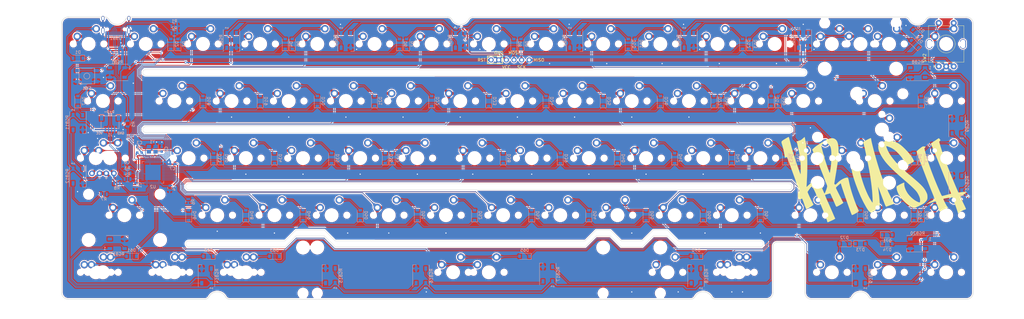
<source format=kicad_pcb>
(kicad_pcb (version 20171130) (host pcbnew "(5.1.10)-1")
  (layers (0 F.Cu signal) (31 B.Cu signal) (34 B.Paste user) (35 F.Paste user) (36 B.SilkS user) (37 F.SilkS user hide) (38 B.Mask user) (39 F.Mask user) (44 Edge.Cuts user))
  (net 0 "")
  (net 1 +5V)
  (net 2 GND)
  (net 3 "Net-(C2-Pad1)")
  (net 4 "Net-(C3-Pad1)")
  (net 5 "Net-(C6-Pad1)")
  (net 6 "Net-(D1-Pad2)")
  (net 7 "Net-(D2-Pad2)")
  (net 8 "Net-(D3-Pad2)")
  (net 9 "Net-(D4-Pad2)")
  (net 10 "Net-(D5-Pad2)")
  (net 11 "Net-(D6-Pad2)")
  (net 12 "Net-(D7-Pad2)")
  (net 13 "Net-(D8-Pad2)")
  (net 14 "Net-(D9-Pad2)")
  (net 15 "Net-(D10-Pad2)")
  (net 16 "Net-(D11-Pad2)")
  (net 17 "Net-(D12-Pad2)")
  (net 18 "Net-(D13-Pad2)")
  (net 19 "Net-(D14-Pad2)")
  (net 20 "Net-(D15-Pad2)")
  (net 21 "Net-(D16-Pad2)")
  (net 22 "Net-(R1-Pad2)")
  (net 23 "Net-(R2-Pad2)")
  (net 24 D+)
  (net 25 D-)
  (net 26 RST)
  (net 27 "Net-(R6-Pad2)")
  (net 28 RGBLED)
  (net 29 "Net-(R7-Pad2)")
  (net 30 "Net-(U2-Pad42)")
  (net 31 "Net-(U2-Pad12)")
  (net 32 MOSI)
  (net 33 "Net-(U2-Pad8)")
  (net 34 "Net-(U2-Pad1)")
  (net 35 "Net-(USB1-Pad3)")
  (net 36 "Net-(USB1-Pad9)")
  (net 37 "Net-(D42-Pad2)")
  (net 38 "Net-(SW2-PadS1)")
  (net 39 "Net-(D17-Pad2)")
  (net 40 "Net-(D18-Pad2)")
  (net 41 "Net-(D19-Pad2)")
  (net 42 "Net-(D20-Pad2)")
  (net 43 "Net-(D21-Pad2)")
  (net 44 "Net-(D22-Pad2)")
  (net 45 "Net-(D23-Pad2)")
  (net 46 "Net-(D24-Pad2)")
  (net 47 "Net-(D25-Pad2)")
  (net 48 "Net-(D26-Pad2)")
  (net 49 "Net-(D27-Pad2)")
  (net 50 "Net-(D28-Pad2)")
  (net 51 "Net-(D29-Pad2)")
  (net 52 "Net-(D30-Pad2)")
  (net 53 "Net-(D31-Pad2)")
  (net 54 "Net-(D32-Pad2)")
  (net 55 "Net-(D33-Pad2)")
  (net 56 "Net-(D34-Pad2)")
  (net 57 "Net-(D35-Pad2)")
  (net 58 "Net-(D36-Pad2)")
  (net 59 "Net-(D37-Pad2)")
  (net 60 "Net-(D38-Pad2)")
  (net 61 "Net-(D39-Pad2)")
  (net 62 "Net-(D40-Pad2)")
  (net 63 "Net-(D41-Pad2)")
  (net 64 "Net-(D43-Pad2)")
  (net 65 "Net-(D45-Pad2)")
  (net 66 "Net-(D46-Pad2)")
  (net 67 "Net-(D47-Pad2)")
  (net 68 Row2)
  (net 69 Row3)
  (net 70 Row4)
  (net 71 Row5)
  (net 72 Col0)
  (net 73 Col1)
  (net 74 Col2)
  (net 75 Col3)
  (net 76 Col4)
  (net 77 Col5)
  (net 78 Col6)
  (net 79 Col7)
  (net 80 "Net-(D48-Pad2)")
  (net 81 "Net-(D49-Pad2)")
  (net 82 "Net-(D50-Pad2)")
  (net 83 "Net-(D51-Pad2)")
  (net 84 "Net-(D52-Pad2)")
  (net 85 "Net-(D53-Pad2)")
  (net 86 "Net-(D54-Pad2)")
  (net 87 "Net-(D55-Pad2)")
  (net 88 "Net-(D56-Pad2)")
  (net 89 "Net-(D57-Pad2)")
  (net 90 "Net-(D58-Pad2)")
  (net 91 "Net-(D59-Pad2)")
  (net 92 "Net-(D60-Pad2)")
  (net 93 "Net-(D61-Pad2)")
  (net 94 "Net-(D62-Pad2)")
  (net 95 "Net-(D63-Pad2)")
  (net 96 "Net-(D70-Pad2)")
  (net 97 "Net-(D71-Pad2)")
  (net 98 "Net-(D72-Pad2)")
  (net 99 "Net-(D73-Pad2)")
  (net 100 "Net-(D74-Pad2)")
  (net 101 Row0)
  (net 102 "Net-(RGB1-Pad2)")
  (net 103 "Net-(RGB1-Pad4)")
  (net 104 "Net-(RGB2-Pad2)")
  (net 105 "Net-(RGB3-Pad2)")
  (net 106 "Net-(RGB4-Pad2)")
  (net 107 "Net-(RGB5-Pad2)")
  (net 108 "Net-(RGB6-Pad2)")
  (net 109 "Net-(RGB7-Pad2)")
  (net 110 "Net-(RGB8-Pad2)")
  (net 111 "Net-(RGB10-Pad4)")
  (net 112 "Net-(RGB10-Pad2)")
  (net 113 "Net-(RGB11-Pad4)")
  (net 114 "Net-(RGB13-Pad4)")
  (net 115 "Net-(RGB14-Pad4)")
  (net 116 "Net-(RGB15-Pad4)")
  (net 117 "Net-(RGB16-Pad4)")
  (net 118 "Net-(RGB17-Pad4)")
  (net 119 "Net-(RGB18-Pad4)")
  (net 120 "Net-(RGB19-Pad4)")
  (net 121 EC-B)
  (net 122 EC-A)
  (net 123 "Net-(D44-Pad1)")
  (net 124 Row6)
  (net 125 Row7)
  (net 126 CapLK)
  (net 127 DG-)
  (net 128 DG+)
  (net 129 "Net-(D65-Pad2)")
  (net 130 Row8)
  (net 131 Row9)
  (net 132 "Net-(RGB13-Pad2)")
  (module MX_Only_v4:MXOnly-ISO-ROTATED-ReversedStabilizers-NoLED (layer F.Cu) (at 273.685254 76.5175)
    (fp_text reference MX64)
    (fp_text value ISO)
    (pad "" np_thru_hole circle (at -8.255 -11.938) (size 3.9878 3.9878) (drill 3.9878) (layers *.Cu *.Mask))
    (pad "" np_thru_hole circle (at -8.255 11.938) (size 3.9878 3.9878) (drill 3.9878) (layers *.Cu *.Mask))
    (pad "" np_thru_hole circle (at 6.985 -11.938) (size 3.048 3.048) (drill 3.048) (layers *.Cu *.Mask))
    (pad "" np_thru_hole circle (at 6.985 11.938) (size 3.048 3.048) (drill 3.048) (layers *.Cu *.Mask))
    (pad "" np_thru_hole circle (at 0 5.08 48.0996) (size 1.75 1.75) (drill 1.75) (layers *.Cu *.Mask))
    (pad "" np_thru_hole circle (at 0 -5.08 48.0996) (size 1.75 1.75) (drill 1.75) (layers *.Cu *.Mask))
    (pad 1 thru_hole circle (at 2.54 -3.81) (size 2.5 2.5) (drill 1.47) (layers *.Cu B.Mask) (net 65 "Net-(D45-Pad2)"))
    (pad "" np_thru_hole circle (at 0 0) (size 3.9878 3.9878) (drill 3.9878) (layers *.Cu *.Mask))
    (pad 2 thru_hole circle (at 5.08 2.54) (size 2.5 2.5) (drill 1.47) (layers *.Cu B.Mask) (net 79 Col7))
  )
  (module MX_Only_v4:MXOnly-6.25U-ReversedStabilizers-NoLED (layer F.Cu) (at 130.81067 124.14306)
    (fp_text reference MX68)
    (fp_text value 6.25U)
    (pad 2 thru_hole circle (at 2.54 -5.08) (size 2.5 2.5) (drill 1.47) (layers *.Cu B.Mask) (net 129 "Net-(D65-Pad2)"))
    (pad "" np_thru_hole circle (at 0 0) (size 3.9878 3.9878) (drill 3.9878) (layers *.Cu *.Mask))
    (pad 1 thru_hole circle (at -3.81 -2.54) (size 2.5 2.5) (drill 1.47) (layers *.Cu B.Mask) (net 74 Col2))
    (pad "" np_thru_hole circle (at -5.08 0 48.0996) (size 1.75 1.75) (drill 1.75) (layers *.Cu *.Mask))
    (pad "" np_thru_hole circle (at 5.08 0 48.0996) (size 1.75 1.75) (drill 1.75) (layers *.Cu *.Mask))
    (pad "" np_thru_hole circle (at -49.9999 6.985) (size 3.048 3.048) (drill 3.048) (layers *.Cu *.Mask))
    (pad "" np_thru_hole circle (at 49.9999 6.985) (size 3.048 3.048) (drill 3.048) (layers *.Cu *.Mask))
    (pad "" np_thru_hole circle (at -49.9999 -8.255) (size 3.9878 3.9878) (drill 3.9878) (layers *.Cu *.Mask))
    (pad "" np_thru_hole circle (at 49.9999 -8.255) (size 3.9878 3.9878) (drill 3.9878) (layers *.Cu *.Mask))
  )
  (module MX_Only_v4:MXOnly-LEDONLY (layer F.Cu) (at 16.510038 86.0425)
    (fp_text reference D64)
    (fp_text value LED)
    (fp_text user + (at -1.27 6.604) (layer B.SilkS))
    (pad 2 thru_hole circle (at -1.27 5.08) (size 1.905 1.905) (drill 1.04) (layers *.Cu B.Mask) (net 1 +5V))
    (pad 1 thru_hole circle (at 1.27 5.08) (size 1.905 1.905) (drill 1.04) (layers *.Cu B.Mask) (net 123 "Net-(D44-Pad1)"))
  )
  (module MX_Only_v4:MXOnly-LEDONLY-FLIPPED (layer F.Cu) (at 11.747534 86.0425)
    (fp_text reference D44)
    (fp_text value LED)
    (fp_text user + (at 1.27 6.604) (layer B.SilkS))
    (pad 2 thru_hole circle (at 1.27 5.08) (size 1.905 1.905) (drill 1.04) (layers *.Cu B.Mask) (net 1 +5V))
    (pad 1 thru_hole circle (at -1.27 5.08) (size 1.905 1.905) (drill 1.04) (layers *.Cu B.Mask) (net 123 "Net-(D44-Pad1)"))
  )
  (module MX_Only_v4:MXOnly-1U-NoLED (layer F.Cu) (at 295.11761 124.14306)
    (fp_text reference MX78)
    (fp_text value 1U)
    (pad "" np_thru_hole circle (at 5.08 0 48.0996) (size 1.75 1.75) (drill 1.75) (layers *.Cu *.Mask))
    (pad 1 thru_hole circle (at -3.81 -2.54) (size 2.5 2.5) (drill 1.47) (layers *.Cu B.Mask) (net 79 Col7))
    (pad "" np_thru_hole circle (at -5.08 0 48.0996) (size 1.75 1.75) (drill 1.75) (layers *.Cu *.Mask))
    (pad "" np_thru_hole circle (at 0 0) (size 3.9878 3.9878) (drill 3.9878) (layers *.Cu *.Mask))
    (pad 2 thru_hole circle (at 2.54 -5.08) (size 2.5 2.5) (drill 1.47) (layers *.Cu B.Mask) (net 100 "Net-(D74-Pad2)"))
  )
  (module MX_Only_v4:MXOnly-1U-NoLED (layer F.Cu) (at 276.06753 124.14306)
    (fp_text reference MX77)
    (fp_text value 1U)
    (pad "" np_thru_hole circle (at 5.08 0 48.0996) (size 1.75 1.75) (drill 1.75) (layers *.Cu *.Mask))
    (pad 1 thru_hole circle (at -3.81 -2.54) (size 2.5 2.5) (drill 1.47) (layers *.Cu B.Mask) (net 79 Col7))
    (pad "" np_thru_hole circle (at -5.08 0 48.0996) (size 1.75 1.75) (drill 1.75) (layers *.Cu *.Mask))
    (pad "" np_thru_hole circle (at 0 0) (size 3.9878 3.9878) (drill 3.9878) (layers *.Cu *.Mask))
    (pad 2 thru_hole circle (at 2.54 -5.08) (size 2.5 2.5) (drill 1.47) (layers *.Cu B.Mask) (net 99 "Net-(D73-Pad2)"))
  )
  (module MX_Only_v4:MXOnly-1U-NoLED (layer F.Cu) (at 257.01745 124.14306)
    (fp_text reference MX76)
    (fp_text value 1U)
    (pad "" np_thru_hole circle (at 5.08 0 48.0996) (size 1.75 1.75) (drill 1.75) (layers *.Cu *.Mask))
    (pad 1 thru_hole circle (at -3.81 -2.54) (size 2.5 2.5) (drill 1.47) (layers *.Cu B.Mask) (net 77 Col5))
    (pad "" np_thru_hole circle (at -5.08 0 48.0996) (size 1.75 1.75) (drill 1.75) (layers *.Cu *.Mask))
    (pad "" np_thru_hole circle (at 0 0) (size 3.9878 3.9878) (drill 3.9878) (layers *.Cu *.Mask))
    (pad 2 thru_hole circle (at 2.54 -5.08) (size 2.5 2.5) (drill 1.47) (layers *.Cu B.Mask) (net 98 "Net-(D72-Pad2)"))
  )
  (module MX_Only_v4:MXOnly-1.25U-NoLED (layer F.Cu) (at 226.06107 124.14306)
    (fp_text reference MX75)
    (fp_text value 1.25U)
    (pad "" np_thru_hole circle (at 5.08 0 48.0996) (size 1.75 1.75) (drill 1.75) (layers *.Cu *.Mask))
    (pad 1 thru_hole circle (at -3.81 -2.54) (size 2.5 2.5) (drill 1.47) (layers *.Cu B.Mask) (net 77 Col5))
    (pad "" np_thru_hole circle (at -5.08 0 48.0996) (size 1.75 1.75) (drill 1.75) (layers *.Cu *.Mask))
    (pad "" np_thru_hole circle (at 0 0) (size 3.9878 3.9878) (drill 3.9878) (layers *.Cu *.Mask))
    (pad 2 thru_hole circle (at 2.54 -5.08) (size 2.5 2.5) (drill 1.47) (layers *.Cu B.Mask) (net 97 "Net-(D71-Pad2)"))
  )
  (module MX_Only_v4:MXOnly-1.25U-NoLED (layer F.Cu) (at 202.24847 124.14306)
    (fp_text reference MX74)
    (fp_text value 1.25U)
    (pad "" np_thru_hole circle (at 5.08 0 48.0996) (size 1.75 1.75) (drill 1.75) (layers *.Cu *.Mask))
    (pad 1 thru_hole circle (at -3.81 -2.54) (size 2.5 2.5) (drill 1.47) (layers *.Cu B.Mask) (net 76 Col4))
    (pad "" np_thru_hole circle (at -5.08 0 48.0996) (size 1.75 1.75) (drill 1.75) (layers *.Cu *.Mask))
    (pad "" np_thru_hole circle (at 0 0) (size 3.9878 3.9878) (drill 3.9878) (layers *.Cu *.Mask))
    (pad 2 thru_hole circle (at 2.54 -5.08) (size 2.5 2.5) (drill 1.47) (layers *.Cu B.Mask) (net 96 "Net-(D70-Pad2)"))
  )
  (module MX_Only_v4:MXOnly-1.5U-NoLED (layer F.Cu) (at 223.67981 124.14306)
    (fp_text reference MX72)
    (fp_text value 1.5U)
    (pad "" np_thru_hole circle (at 5.08 0 48.0996) (size 1.75 1.75) (drill 1.75) (layers *.Cu *.Mask))
    (pad 1 thru_hole circle (at -3.81 -2.54) (size 2.5 2.5) (drill 1.47) (layers *.Cu B.Mask) (net 77 Col5))
    (pad "" np_thru_hole circle (at -5.08 0 48.0996) (size 1.75 1.75) (drill 1.75) (layers *.Cu *.Mask))
    (pad "" np_thru_hole circle (at 0 0) (size 3.9878 3.9878) (drill 3.9878) (layers *.Cu *.Mask))
    (pad 2 thru_hole circle (at 2.54 -5.08) (size 2.5 2.5) (drill 1.47) (layers *.Cu B.Mask) (net 97 "Net-(D71-Pad2)"))
  )
  (module MX_Only_v4:MXOnly-7U-ReversedStabilizers-NoLED (layer F.Cu) (at 142.71697 124.14306)
    (fp_text reference MX71)
    (fp_text value 6.25U)
    (pad "" np_thru_hole circle (at 0 0) (size 3.9878 3.9878) (drill 3.9878) (layers *.Cu *.Mask))
    (pad 2 thru_hole circle (at 2.54 -5.08) (size 2.5 2.5) (drill 1.47) (layers *.Cu B.Mask) (net 129 "Net-(D65-Pad2)"))
    (pad "" np_thru_hole circle (at -5.08 0 48.0996) (size 1.75 1.75) (drill 1.75) (layers *.Cu *.Mask))
    (pad "" np_thru_hole circle (at 5.08 0 48.0996) (size 1.75 1.75) (drill 1.75) (layers *.Cu *.Mask))
    (pad 1 thru_hole circle (at -3.81 -2.54) (size 2.5 2.5) (drill 1.47) (layers *.Cu B.Mask) (net 74 Col2))
    (pad "" np_thru_hole circle (at -57.15 6.985) (size 3.048 3.048) (drill 3.048) (layers *.Cu *.Mask))
    (pad "" np_thru_hole circle (at 57.15 6.985) (size 3.048 3.048) (drill 3.048) (layers *.Cu *.Mask))
    (pad "" np_thru_hole circle (at -57.15 -8.255) (size 3.9878 3.9878) (drill 3.9878) (layers *.Cu *.Mask))
    (pad "" np_thru_hole circle (at 57.15 -8.255) (size 3.9878 3.9878) (drill 3.9878) (layers *.Cu *.Mask))
  )
  (module MX_Only_v4:MXOnly-1.5U-NoLED (layer F.Cu) (at 61.75413 124.14306)
    (fp_text reference MX70)
    (fp_text value 1.5U)
    (pad "" np_thru_hole circle (at 5.08 0 48.0996) (size 1.75 1.75) (drill 1.75) (layers *.Cu *.Mask))
    (pad 1 thru_hole circle (at -3.81 -2.54) (size 2.5 2.5) (drill 1.47) (layers *.Cu B.Mask) (net 73 Col1))
    (pad "" np_thru_hole circle (at -5.08 0 48.0996) (size 1.75 1.75) (drill 1.75) (layers *.Cu *.Mask))
    (pad "" np_thru_hole circle (at 0 0) (size 3.9878 3.9878) (drill 3.9878) (layers *.Cu *.Mask))
    (pad 2 thru_hole circle (at 2.54 -5.08) (size 2.5 2.5) (drill 1.47) (layers *.Cu B.Mask) (net 95 "Net-(D63-Pad2)"))
  )
  (module MX_Only_v4:MXOnly-1U-NoLED (layer F.Cu) (at 37.94153 124.14306)
    (fp_text reference MX69)
    (fp_text value 1U)
    (pad "" np_thru_hole circle (at 5.08 0 48.0996) (size 1.75 1.75) (drill 1.75) (layers *.Cu *.Mask))
    (pad 1 thru_hole circle (at -3.81 -2.54) (size 2.5 2.5) (drill 1.47) (layers *.Cu B.Mask) (net 72 Col0))
    (pad "" np_thru_hole circle (at -5.08 0 48.0996) (size 1.75 1.75) (drill 1.75) (layers *.Cu *.Mask))
    (pad "" np_thru_hole circle (at 0 0) (size 3.9878 3.9878) (drill 3.9878) (layers *.Cu *.Mask))
    (pad 2 thru_hole circle (at 2.54 -5.08) (size 2.5 2.5) (drill 1.47) (layers *.Cu B.Mask) (net 94 "Net-(D62-Pad2)"))
  )
  (module MX_Only_v4:MXOnly-1.25U-NoLED (layer F.Cu) (at 59.37287 124.14306)
    (fp_text reference MX67)
    (fp_text value 1.25U)
    (pad "" np_thru_hole circle (at 5.08 0 48.0996) (size 1.75 1.75) (drill 1.75) (layers *.Cu *.Mask))
    (pad 1 thru_hole circle (at -3.81 -2.54) (size 2.5 2.5) (drill 1.47) (layers *.Cu B.Mask) (net 73 Col1))
    (pad "" np_thru_hole circle (at -5.08 0 48.0996) (size 1.75 1.75) (drill 1.75) (layers *.Cu *.Mask))
    (pad "" np_thru_hole circle (at 0 0) (size 3.9878 3.9878) (drill 3.9878) (layers *.Cu *.Mask))
    (pad 2 thru_hole circle (at 2.54 -5.08) (size 2.5 2.5) (drill 1.47) (layers *.Cu B.Mask) (net 95 "Net-(D63-Pad2)"))
  )
  (module MX_Only_v4:MXOnly-1.25U-NoLED (layer F.Cu) (at 35.56027 124.14306)
    (fp_text reference MX66)
    (fp_text value 1.25U)
    (pad "" np_thru_hole circle (at 5.08 0 48.0996) (size 1.75 1.75) (drill 1.75) (layers *.Cu *.Mask))
    (pad 1 thru_hole circle (at -3.81 -2.54) (size 2.5 2.5) (drill 1.47) (layers *.Cu B.Mask) (net 72 Col0))
    (pad "" np_thru_hole circle (at -5.08 0 48.0996) (size 1.75 1.75) (drill 1.75) (layers *.Cu *.Mask))
    (pad "" np_thru_hole circle (at 0 0) (size 3.9878 3.9878) (drill 3.9878) (layers *.Cu *.Mask))
    (pad 2 thru_hole circle (at 2.54 -5.08) (size 2.5 2.5) (drill 1.47) (layers *.Cu B.Mask) (net 94 "Net-(D62-Pad2)"))
  )
  (module MX_Only_v4:MXOnly-1.25U-NoLED (layer F.Cu) (at 11.74767 124.14306)
    (fp_text reference MX65)
    (fp_text value 1.25U)
    (pad "" np_thru_hole circle (at 5.08 0 48.0996) (size 1.75 1.75) (drill 1.75) (layers *.Cu *.Mask))
    (pad 1 thru_hole circle (at -3.81 -2.54) (size 2.5 2.5) (drill 1.47) (layers *.Cu B.Mask) (net 72 Col0))
    (pad "" np_thru_hole circle (at -5.08 0 48.0996) (size 1.75 1.75) (drill 1.75) (layers *.Cu *.Mask))
    (pad "" np_thru_hole circle (at 0 0) (size 3.9878 3.9878) (drill 3.9878) (layers *.Cu *.Mask))
    (pad 2 thru_hole circle (at 2.54 -5.08) (size 2.5 2.5) (drill 1.47) (layers *.Cu B.Mask) (net 93 "Net-(D61-Pad2)"))
  )
  (module MX_Only_v4:MXOnly-1U-NoLED (layer F.Cu) (at 252.253986 86.0425)
    (fp_text reference MX63)
    (fp_text value 1U)
    (pad "" np_thru_hole circle (at 5.08 0 48.0996) (size 1.75 1.75) (drill 1.75) (layers *.Cu *.Mask))
    (pad 1 thru_hole circle (at -3.81 -2.54) (size 2.5 2.5) (drill 1.47) (layers *.Cu B.Mask) (net 78 Col6))
    (pad "" np_thru_hole circle (at -5.08 0 48.0996) (size 1.75 1.75) (drill 1.75) (layers *.Cu *.Mask))
    (pad "" np_thru_hole circle (at 0 0) (size 3.9878 3.9878) (drill 3.9878) (layers *.Cu *.Mask))
    (pad 2 thru_hole circle (at 2.54 -5.08) (size 2.5 2.5) (drill 1.47) (layers *.Cu B.Mask) (net 53 "Net-(D31-Pad2)"))
  )
  (module MX_Only_v4:MXOnly-1U-NoLED (layer F.Cu) (at 295.116522 105.0925)
    (fp_text reference MX62)
    (fp_text value 1U)
    (pad "" np_thru_hole circle (at 5.08 0 48.0996) (size 1.75 1.75) (drill 1.75) (layers *.Cu *.Mask))
    (pad 1 thru_hole circle (at -3.81 -2.54) (size 2.5 2.5) (drill 1.47) (layers *.Cu B.Mask) (net 79 Col7))
    (pad "" np_thru_hole circle (at -5.08 0 48.0996) (size 1.75 1.75) (drill 1.75) (layers *.Cu *.Mask))
    (pad "" np_thru_hole circle (at 0 0) (size 3.9878 3.9878) (drill 3.9878) (layers *.Cu *.Mask))
    (pad 2 thru_hole circle (at 2.54 -5.08) (size 2.5 2.5) (drill 1.47) (layers *.Cu B.Mask) (net 92 "Net-(D60-Pad2)"))
  )
  (module MX_Only_v4:MXOnly-1U-NoLED (layer F.Cu) (at 276.066506 105.0925)
    (fp_text reference MX61)
    (fp_text value 1U)
    (pad "" np_thru_hole circle (at 5.08 0 48.0996) (size 1.75 1.75) (drill 1.75) (layers *.Cu *.Mask))
    (pad 1 thru_hole circle (at -3.81 -2.54) (size 2.5 2.5) (drill 1.47) (layers *.Cu B.Mask) (net 79 Col7))
    (pad "" np_thru_hole circle (at -5.08 0 48.0996) (size 1.75 1.75) (drill 1.75) (layers *.Cu *.Mask))
    (pad "" np_thru_hole circle (at 0 0) (size 3.9878 3.9878) (drill 3.9878) (layers *.Cu *.Mask))
    (pad 2 thru_hole circle (at 2.54 -5.08) (size 2.5 2.5) (drill 1.47) (layers *.Cu B.Mask) (net 91 "Net-(D59-Pad2)"))
  )
  (module MX_Only_v4:MXOnly-1.75U-NoLED (layer F.Cu) (at 249.872734 105.0925)
    (fp_text reference MX60)
    (fp_text value 1.75U)
    (pad "" np_thru_hole circle (at 5.08 0 48.0996) (size 1.75 1.75) (drill 1.75) (layers *.Cu *.Mask))
    (pad 1 thru_hole circle (at -3.81 -2.54) (size 2.5 2.5) (drill 1.47) (layers *.Cu B.Mask) (net 77 Col5))
    (pad "" np_thru_hole circle (at -5.08 0 48.0996) (size 1.75 1.75) (drill 1.75) (layers *.Cu *.Mask))
    (pad "" np_thru_hole circle (at 0 0) (size 3.9878 3.9878) (drill 3.9878) (layers *.Cu *.Mask))
    (pad 2 thru_hole circle (at 2.54 -5.08) (size 2.5 2.5) (drill 1.47) (layers *.Cu B.Mask) (net 90 "Net-(D58-Pad2)"))
  )
  (module MX_Only_v4:MXOnly-1U-NoLED (layer F.Cu) (at 223.678962 105.0925)
    (fp_text reference MX59)
    (fp_text value 1U)
    (pad "" np_thru_hole circle (at 5.08 0 48.0996) (size 1.75 1.75) (drill 1.75) (layers *.Cu *.Mask))
    (pad 1 thru_hole circle (at -3.81 -2.54) (size 2.5 2.5) (drill 1.47) (layers *.Cu B.Mask) (net 77 Col5))
    (pad "" np_thru_hole circle (at -5.08 0 48.0996) (size 1.75 1.75) (drill 1.75) (layers *.Cu *.Mask))
    (pad "" np_thru_hole circle (at 0 0) (size 3.9878 3.9878) (drill 3.9878) (layers *.Cu *.Mask))
    (pad 2 thru_hole circle (at 2.54 -5.08) (size 2.5 2.5) (drill 1.47) (layers *.Cu B.Mask) (net 89 "Net-(D57-Pad2)"))
  )
  (module MX_Only_v4:MXOnly-1U-NoLED (layer F.Cu) (at 204.628946 105.0925)
    (fp_text reference MX58)
    (fp_text value 1U)
    (pad "" np_thru_hole circle (at 5.08 0 48.0996) (size 1.75 1.75) (drill 1.75) (layers *.Cu *.Mask))
    (pad 1 thru_hole circle (at -3.81 -2.54) (size 2.5 2.5) (drill 1.47) (layers *.Cu B.Mask) (net 76 Col4))
    (pad "" np_thru_hole circle (at -5.08 0 48.0996) (size 1.75 1.75) (drill 1.75) (layers *.Cu *.Mask))
    (pad "" np_thru_hole circle (at 0 0) (size 3.9878 3.9878) (drill 3.9878) (layers *.Cu *.Mask))
    (pad 2 thru_hole circle (at 2.54 -5.08) (size 2.5 2.5) (drill 1.47) (layers *.Cu B.Mask) (net 88 "Net-(D56-Pad2)"))
  )
  (module MX_Only_v4:MXOnly-1U-NoLED (layer F.Cu) (at 185.57893 105.0925)
    (fp_text reference MX57)
    (fp_text value 1U)
    (pad "" np_thru_hole circle (at 5.08 0 48.0996) (size 1.75 1.75) (drill 1.75) (layers *.Cu *.Mask))
    (pad 1 thru_hole circle (at -3.81 -2.54) (size 2.5 2.5) (drill 1.47) (layers *.Cu B.Mask) (net 76 Col4))
    (pad "" np_thru_hole circle (at -5.08 0 48.0996) (size 1.75 1.75) (drill 1.75) (layers *.Cu *.Mask))
    (pad "" np_thru_hole circle (at 0 0) (size 3.9878 3.9878) (drill 3.9878) (layers *.Cu *.Mask))
    (pad 2 thru_hole circle (at 2.54 -5.08) (size 2.5 2.5) (drill 1.47) (layers *.Cu B.Mask) (net 87 "Net-(D55-Pad2)"))
  )
  (module MX_Only_v4:MXOnly-1U-NoLED (layer F.Cu) (at 166.528914 105.0925)
    (fp_text reference MX56)
    (fp_text value 1U)
    (pad "" np_thru_hole circle (at 5.08 0 48.0996) (size 1.75 1.75) (drill 1.75) (layers *.Cu *.Mask))
    (pad 1 thru_hole circle (at -3.81 -2.54) (size 2.5 2.5) (drill 1.47) (layers *.Cu B.Mask) (net 75 Col3))
    (pad "" np_thru_hole circle (at -5.08 0 48.0996) (size 1.75 1.75) (drill 1.75) (layers *.Cu *.Mask))
    (pad "" np_thru_hole circle (at 0 0) (size 3.9878 3.9878) (drill 3.9878) (layers *.Cu *.Mask))
    (pad 2 thru_hole circle (at 2.54 -5.08) (size 2.5 2.5) (drill 1.47) (layers *.Cu B.Mask) (net 86 "Net-(D54-Pad2)"))
  )
  (module MX_Only_v4:MXOnly-1U-NoLED (layer F.Cu) (at 147.478898 105.0925)
    (fp_text reference MX55)
    (fp_text value 1U)
    (pad "" np_thru_hole circle (at 5.08 0 48.0996) (size 1.75 1.75) (drill 1.75) (layers *.Cu *.Mask))
    (pad 1 thru_hole circle (at -3.81 -2.54) (size 2.5 2.5) (drill 1.47) (layers *.Cu B.Mask) (net 75 Col3))
    (pad "" np_thru_hole circle (at -5.08 0 48.0996) (size 1.75 1.75) (drill 1.75) (layers *.Cu *.Mask))
    (pad "" np_thru_hole circle (at 0 0) (size 3.9878 3.9878) (drill 3.9878) (layers *.Cu *.Mask))
    (pad 2 thru_hole circle (at 2.54 -5.08) (size 2.5 2.5) (drill 1.47) (layers *.Cu B.Mask) (net 85 "Net-(D53-Pad2)"))
  )
  (module MX_Only_v4:MXOnly-1U-NoLED (layer F.Cu) (at 128.428882 105.0925)
    (fp_text reference MX54)
    (fp_text value 1U)
    (pad "" np_thru_hole circle (at 5.08 0 48.0996) (size 1.75 1.75) (drill 1.75) (layers *.Cu *.Mask))
    (pad 1 thru_hole circle (at -3.81 -2.54) (size 2.5 2.5) (drill 1.47) (layers *.Cu B.Mask) (net 74 Col2))
    (pad "" np_thru_hole circle (at -5.08 0 48.0996) (size 1.75 1.75) (drill 1.75) (layers *.Cu *.Mask))
    (pad "" np_thru_hole circle (at 0 0) (size 3.9878 3.9878) (drill 3.9878) (layers *.Cu *.Mask))
    (pad 2 thru_hole circle (at 2.54 -5.08) (size 2.5 2.5) (drill 1.47) (layers *.Cu B.Mask) (net 84 "Net-(D52-Pad2)"))
  )
  (module MX_Only_v4:MXOnly-1U-NoLED (layer F.Cu) (at 109.378866 105.0925)
    (fp_text reference MX53)
    (fp_text value 1U)
    (pad "" np_thru_hole circle (at 5.08 0 48.0996) (size 1.75 1.75) (drill 1.75) (layers *.Cu *.Mask))
    (pad 1 thru_hole circle (at -3.81 -2.54) (size 2.5 2.5) (drill 1.47) (layers *.Cu B.Mask) (net 74 Col2))
    (pad "" np_thru_hole circle (at -5.08 0 48.0996) (size 1.75 1.75) (drill 1.75) (layers *.Cu *.Mask))
    (pad "" np_thru_hole circle (at 0 0) (size 3.9878 3.9878) (drill 3.9878) (layers *.Cu *.Mask))
    (pad 2 thru_hole circle (at 2.54 -5.08) (size 2.5 2.5) (drill 1.47) (layers *.Cu B.Mask) (net 83 "Net-(D51-Pad2)"))
  )
  (module MX_Only_v4:MXOnly-1U-NoLED (layer F.Cu) (at 90.32885 105.0925)
    (fp_text reference MX52)
    (fp_text value 1U)
    (pad "" np_thru_hole circle (at 5.08 0 48.0996) (size 1.75 1.75) (drill 1.75) (layers *.Cu *.Mask))
    (pad 1 thru_hole circle (at -3.81 -2.54) (size 2.5 2.5) (drill 1.47) (layers *.Cu B.Mask) (net 73 Col1))
    (pad "" np_thru_hole circle (at -5.08 0 48.0996) (size 1.75 1.75) (drill 1.75) (layers *.Cu *.Mask))
    (pad "" np_thru_hole circle (at 0 0) (size 3.9878 3.9878) (drill 3.9878) (layers *.Cu *.Mask))
    (pad 2 thru_hole circle (at 2.54 -5.08) (size 2.5 2.5) (drill 1.47) (layers *.Cu B.Mask) (net 82 "Net-(D50-Pad2)"))
  )
  (module MX_Only_v4:MXOnly-1U-NoLED (layer F.Cu) (at 71.278834 105.0925)
    (fp_text reference MX51)
    (fp_text value 1U)
    (pad "" np_thru_hole circle (at 5.08 0 48.0996) (size 1.75 1.75) (drill 1.75) (layers *.Cu *.Mask))
    (pad 1 thru_hole circle (at -3.81 -2.54) (size 2.5 2.5) (drill 1.47) (layers *.Cu B.Mask) (net 73 Col1))
    (pad "" np_thru_hole circle (at -5.08 0 48.0996) (size 1.75 1.75) (drill 1.75) (layers *.Cu *.Mask))
    (pad "" np_thru_hole circle (at 0 0) (size 3.9878 3.9878) (drill 3.9878) (layers *.Cu *.Mask))
    (pad 2 thru_hole circle (at 2.54 -5.08) (size 2.5 2.5) (drill 1.47) (layers *.Cu B.Mask) (net 81 "Net-(D49-Pad2)"))
  )
  (module MX_Only_v4:MXOnly-1U-NoLED (layer F.Cu) (at 295.116522 86.0425)
    (fp_text reference MX50)
    (fp_text value 1U)
    (pad "" np_thru_hole circle (at 5.08 0 48.0996) (size 1.75 1.75) (drill 1.75) (layers *.Cu *.Mask))
    (pad 1 thru_hole circle (at -3.81 -2.54) (size 2.5 2.5) (drill 1.47) (layers *.Cu B.Mask) (net 79 Col7))
    (pad "" np_thru_hole circle (at -5.08 0 48.0996) (size 1.75 1.75) (drill 1.75) (layers *.Cu *.Mask))
    (pad "" np_thru_hole circle (at 0 0) (size 3.9878 3.9878) (drill 3.9878) (layers *.Cu *.Mask))
    (pad 2 thru_hole circle (at 2.54 -5.08) (size 2.5 2.5) (drill 1.47) (layers *.Cu B.Mask) (net 67 "Net-(D47-Pad2)"))
  )
  (module MX_Only_v4:MXOnly-1U-NoLED (layer F.Cu) (at 52.228818 105.0925)
    (fp_text reference MX49)
    (fp_text value 1U)
    (pad "" np_thru_hole circle (at 5.08 0 48.0996) (size 1.75 1.75) (drill 1.75) (layers *.Cu *.Mask))
    (pad 1 thru_hole circle (at -3.81 -2.54) (size 2.5 2.5) (drill 1.47) (layers *.Cu B.Mask) (net 72 Col0))
    (pad "" np_thru_hole circle (at -5.08 0 48.0996) (size 1.75 1.75) (drill 1.75) (layers *.Cu *.Mask))
    (pad "" np_thru_hole circle (at 0 0) (size 3.9878 3.9878) (drill 3.9878) (layers *.Cu *.Mask))
    (pad 2 thru_hole circle (at 2.54 -5.08) (size 2.5 2.5) (drill 1.47) (layers *.Cu B.Mask) (net 80 "Net-(D48-Pad2)"))
  )
  (module MX_Only_v4:MXOnly-2.25U-NoLED (layer F.Cu) (at 264.160246 86.0425)
    (fp_text reference MX48)
    (fp_text value 2.25U)
    (pad "" np_thru_hole circle (at 0 0) (size 3.9878 3.9878) (drill 3.9878) (layers *.Cu *.Mask))
    (pad 2 thru_hole circle (at 2.54 -5.08) (size 2.5 2.5) (drill 1.47) (layers *.Cu B.Mask) (net 65 "Net-(D45-Pad2)"))
    (pad "" np_thru_hole circle (at -5.08 0 48.0996) (size 1.75 1.75) (drill 1.75) (layers *.Cu *.Mask))
    (pad "" np_thru_hole circle (at 5.08 0 48.0996) (size 1.75 1.75) (drill 1.75) (layers *.Cu *.Mask))
    (pad 1 thru_hole circle (at -3.81 -2.54) (size 2.5 2.5) (drill 1.47) (layers *.Cu B.Mask) (net 79 Col7))
    (pad "" np_thru_hole circle (at -11.90625 -6.985) (size 3.048 3.048) (drill 3.048) (layers *.Cu *.Mask))
    (pad "" np_thru_hole circle (at 11.90625 -6.985) (size 3.048 3.048) (drill 3.048) (layers *.Cu *.Mask))
    (pad "" np_thru_hole circle (at -11.90625 8.255) (size 3.9878 3.9878) (drill 3.9878) (layers *.Cu *.Mask))
    (pad "" np_thru_hole circle (at 11.90625 8.255) (size 3.9878 3.9878) (drill 3.9878) (layers *.Cu *.Mask))
  )
  (module MX_Only_v4:MXOnly-2.25U-NoLED (layer F.Cu) (at 21.272542 105.0925)
    (fp_text reference MX47)
    (fp_text value 2.25U)
    (pad "" np_thru_hole circle (at 0 0) (size 3.9878 3.9878) (drill 3.9878) (layers *.Cu *.Mask))
    (pad 2 thru_hole circle (at 2.54 -5.08) (size 2.5 2.5) (drill 1.47) (layers *.Cu B.Mask) (net 66 "Net-(D46-Pad2)"))
    (pad "" np_thru_hole circle (at -5.08 0 48.0996) (size 1.75 1.75) (drill 1.75) (layers *.Cu *.Mask))
    (pad "" np_thru_hole circle (at 5.08 0 48.0996) (size 1.75 1.75) (drill 1.75) (layers *.Cu *.Mask))
    (pad 1 thru_hole circle (at -3.81 -2.54) (size 2.5 2.5) (drill 1.47) (layers *.Cu B.Mask) (net 72 Col0))
    (pad "" np_thru_hole circle (at -11.90625 -6.985) (size 3.048 3.048) (drill 3.048) (layers *.Cu *.Mask))
    (pad "" np_thru_hole circle (at 11.90625 -6.985) (size 3.048 3.048) (drill 3.048) (layers *.Cu *.Mask))
    (pad "" np_thru_hole circle (at -11.90625 8.255) (size 3.9878 3.9878) (drill 3.9878) (layers *.Cu *.Mask))
    (pad "" np_thru_hole circle (at 11.90625 8.255) (size 3.9878 3.9878) (drill 3.9878) (layers *.Cu *.Mask))
  )
  (module MX_Only_v4:MXOnly-1.5U-NoLED (layer F.Cu) (at 14.12893 124.14306)
    (fp_text reference MX46)
    (fp_text value 1.5U)
    (pad "" np_thru_hole circle (at 5.08 0 48.0996) (size 1.75 1.75) (drill 1.75) (layers *.Cu *.Mask))
    (pad 1 thru_hole circle (at -3.81 -2.54) (size 2.5 2.5) (drill 1.47) (layers *.Cu B.Mask) (net 72 Col0))
    (pad "" np_thru_hole circle (at -5.08 0 48.0996) (size 1.75 1.75) (drill 1.75) (layers *.Cu *.Mask))
    (pad "" np_thru_hole circle (at 0 0) (size 3.9878 3.9878) (drill 3.9878) (layers *.Cu *.Mask))
    (pad 2 thru_hole circle (at 2.54 -5.08) (size 2.5 2.5) (drill 1.47) (layers *.Cu B.Mask) (net 93 "Net-(D61-Pad2)"))
  )
  (module MX_Only_v4:MXOnly-1U-NoLED (layer F.Cu) (at 233.20397 86.0425)
    (fp_text reference MX45)
    (fp_text value 1U)
    (pad "" np_thru_hole circle (at 5.08 0 48.0996) (size 1.75 1.75) (drill 1.75) (layers *.Cu *.Mask))
    (pad 1 thru_hole circle (at -3.81 -2.54) (size 2.5 2.5) (drill 1.47) (layers *.Cu B.Mask) (net 77 Col5))
    (pad "" np_thru_hole circle (at -5.08 0 48.0996) (size 1.75 1.75) (drill 1.75) (layers *.Cu *.Mask))
    (pad "" np_thru_hole circle (at 0 0) (size 3.9878 3.9878) (drill 3.9878) (layers *.Cu *.Mask))
    (pad 2 thru_hole circle (at 2.54 -5.08) (size 2.5 2.5) (drill 1.47) (layers *.Cu B.Mask) (net 64 "Net-(D43-Pad2)"))
  )
  (module MX_Only_v4:MXOnly-1U-NoLED (layer F.Cu) (at 214.153954 86.0425)
    (fp_text reference MX44)
    (fp_text value 1U)
    (pad "" np_thru_hole circle (at 5.08 0 48.0996) (size 1.75 1.75) (drill 1.75) (layers *.Cu *.Mask))
    (pad 1 thru_hole circle (at -3.81 -2.54) (size 2.5 2.5) (drill 1.47) (layers *.Cu B.Mask) (net 77 Col5))
    (pad "" np_thru_hole circle (at -5.08 0 48.0996) (size 1.75 1.75) (drill 1.75) (layers *.Cu *.Mask))
    (pad "" np_thru_hole circle (at 0 0) (size 3.9878 3.9878) (drill 3.9878) (layers *.Cu *.Mask))
    (pad 2 thru_hole circle (at 2.54 -5.08) (size 2.5 2.5) (drill 1.47) (layers *.Cu B.Mask) (net 37 "Net-(D42-Pad2)"))
  )
  (module MX_Only_v4:MXOnly-1U-NoLED (layer F.Cu) (at 195.103938 86.0425)
    (fp_text reference MX43)
    (fp_text value 1U)
    (pad "" np_thru_hole circle (at 5.08 0 48.0996) (size 1.75 1.75) (drill 1.75) (layers *.Cu *.Mask))
    (pad 1 thru_hole circle (at -3.81 -2.54) (size 2.5 2.5) (drill 1.47) (layers *.Cu B.Mask) (net 76 Col4))
    (pad "" np_thru_hole circle (at -5.08 0 48.0996) (size 1.75 1.75) (drill 1.75) (layers *.Cu *.Mask))
    (pad "" np_thru_hole circle (at 0 0) (size 3.9878 3.9878) (drill 3.9878) (layers *.Cu *.Mask))
    (pad 2 thru_hole circle (at 2.54 -5.08) (size 2.5 2.5) (drill 1.47) (layers *.Cu B.Mask) (net 63 "Net-(D41-Pad2)"))
  )
  (module MX_Only_v4:MXOnly-1U-NoLED (layer F.Cu) (at 176.053922 86.0425)
    (fp_text reference MX42)
    (fp_text value 1U)
    (pad "" np_thru_hole circle (at 5.08 0 48.0996) (size 1.75 1.75) (drill 1.75) (layers *.Cu *.Mask))
    (pad 1 thru_hole circle (at -3.81 -2.54) (size 2.5 2.5) (drill 1.47) (layers *.Cu B.Mask) (net 76 Col4))
    (pad "" np_thru_hole circle (at -5.08 0 48.0996) (size 1.75 1.75) (drill 1.75) (layers *.Cu *.Mask))
    (pad "" np_thru_hole circle (at 0 0) (size 3.9878 3.9878) (drill 3.9878) (layers *.Cu *.Mask))
    (pad 2 thru_hole circle (at 2.54 -5.08) (size 2.5 2.5) (drill 1.47) (layers *.Cu B.Mask) (net 62 "Net-(D40-Pad2)"))
  )
  (module MX_Only_v4:MXOnly-1U-NoLED (layer F.Cu) (at 157.003906 86.0425)
    (fp_text reference MX41)
    (fp_text value 1U)
    (pad "" np_thru_hole circle (at 5.08 0 48.0996) (size 1.75 1.75) (drill 1.75) (layers *.Cu *.Mask))
    (pad 1 thru_hole circle (at -3.81 -2.54) (size 2.5 2.5) (drill 1.47) (layers *.Cu B.Mask) (net 75 Col3))
    (pad "" np_thru_hole circle (at -5.08 0 48.0996) (size 1.75 1.75) (drill 1.75) (layers *.Cu *.Mask))
    (pad "" np_thru_hole circle (at 0 0) (size 3.9878 3.9878) (drill 3.9878) (layers *.Cu *.Mask))
    (pad 2 thru_hole circle (at 2.54 -5.08) (size 2.5 2.5) (drill 1.47) (layers *.Cu B.Mask) (net 61 "Net-(D39-Pad2)"))
  )
  (module MX_Only_v4:MXOnly-1U-NoLED (layer F.Cu) (at 137.95389 86.0425)
    (fp_text reference MX40)
    (fp_text value 1U)
    (pad "" np_thru_hole circle (at 5.08 0 48.0996) (size 1.75 1.75) (drill 1.75) (layers *.Cu *.Mask))
    (pad 1 thru_hole circle (at -3.81 -2.54) (size 2.5 2.5) (drill 1.47) (layers *.Cu B.Mask) (net 75 Col3))
    (pad "" np_thru_hole circle (at -5.08 0 48.0996) (size 1.75 1.75) (drill 1.75) (layers *.Cu *.Mask))
    (pad "" np_thru_hole circle (at 0 0) (size 3.9878 3.9878) (drill 3.9878) (layers *.Cu *.Mask))
    (pad 2 thru_hole circle (at 2.54 -5.08) (size 2.5 2.5) (drill 1.47) (layers *.Cu B.Mask) (net 60 "Net-(D38-Pad2)"))
  )
  (module MX_Only_v4:MXOnly-1U-NoLED (layer F.Cu) (at 118.903874 86.0425)
    (fp_text reference MX39)
    (fp_text value 1U)
    (pad "" np_thru_hole circle (at 5.08 0 48.0996) (size 1.75 1.75) (drill 1.75) (layers *.Cu *.Mask))
    (pad 1 thru_hole circle (at -3.81 -2.54) (size 2.5 2.5) (drill 1.47) (layers *.Cu B.Mask) (net 74 Col2))
    (pad "" np_thru_hole circle (at -5.08 0 48.0996) (size 1.75 1.75) (drill 1.75) (layers *.Cu *.Mask))
    (pad "" np_thru_hole circle (at 0 0) (size 3.9878 3.9878) (drill 3.9878) (layers *.Cu *.Mask))
    (pad 2 thru_hole circle (at 2.54 -5.08) (size 2.5 2.5) (drill 1.47) (layers *.Cu B.Mask) (net 59 "Net-(D37-Pad2)"))
  )
  (module MX_Only_v4:MXOnly-1U-NoLED (layer F.Cu) (at 99.853858 86.0425)
    (fp_text reference MX38)
    (fp_text value 1U)
    (pad "" np_thru_hole circle (at 5.08 0 48.0996) (size 1.75 1.75) (drill 1.75) (layers *.Cu *.Mask))
    (pad 1 thru_hole circle (at -3.81 -2.54) (size 2.5 2.5) (drill 1.47) (layers *.Cu B.Mask) (net 74 Col2))
    (pad "" np_thru_hole circle (at -5.08 0 48.0996) (size 1.75 1.75) (drill 1.75) (layers *.Cu *.Mask))
    (pad "" np_thru_hole circle (at 0 0) (size 3.9878 3.9878) (drill 3.9878) (layers *.Cu *.Mask))
    (pad 2 thru_hole circle (at 2.54 -5.08) (size 2.5 2.5) (drill 1.47) (layers *.Cu B.Mask) (net 58 "Net-(D36-Pad2)"))
  )
  (module MX_Only_v4:MXOnly-1U-NoLED (layer F.Cu) (at 80.803842 86.0425)
    (fp_text reference MX37)
    (fp_text value 1U)
    (pad "" np_thru_hole circle (at 5.08 0 48.0996) (size 1.75 1.75) (drill 1.75) (layers *.Cu *.Mask))
    (pad 1 thru_hole circle (at -3.81 -2.54) (size 2.5 2.5) (drill 1.47) (layers *.Cu B.Mask) (net 73 Col1))
    (pad "" np_thru_hole circle (at -5.08 0 48.0996) (size 1.75 1.75) (drill 1.75) (layers *.Cu *.Mask))
    (pad "" np_thru_hole circle (at 0 0) (size 3.9878 3.9878) (drill 3.9878) (layers *.Cu *.Mask))
    (pad 2 thru_hole circle (at 2.54 -5.08) (size 2.5 2.5) (drill 1.47) (layers *.Cu B.Mask) (net 57 "Net-(D35-Pad2)"))
  )
  (module MX_Only_v4:MXOnly-1U-NoLED (layer F.Cu) (at 61.753826 86.0425)
    (fp_text reference MX36)
    (fp_text value 1U)
    (pad "" np_thru_hole circle (at 5.08 0 48.0996) (size 1.75 1.75) (drill 1.75) (layers *.Cu *.Mask))
    (pad 1 thru_hole circle (at -3.81 -2.54) (size 2.5 2.5) (drill 1.47) (layers *.Cu B.Mask) (net 73 Col1))
    (pad "" np_thru_hole circle (at -5.08 0 48.0996) (size 1.75 1.75) (drill 1.75) (layers *.Cu *.Mask))
    (pad "" np_thru_hole circle (at 0 0) (size 3.9878 3.9878) (drill 3.9878) (layers *.Cu *.Mask))
    (pad 2 thru_hole circle (at 2.54 -5.08) (size 2.5 2.5) (drill 1.47) (layers *.Cu B.Mask) (net 56 "Net-(D34-Pad2)"))
  )
  (module MX_Only_v4:MXOnly-1U-NoLED (layer F.Cu) (at 42.70381 86.0425)
    (fp_text reference MX35)
    (fp_text value 1U)
    (pad "" np_thru_hole circle (at 5.08 0 48.0996) (size 1.75 1.75) (drill 1.75) (layers *.Cu *.Mask))
    (pad 1 thru_hole circle (at -3.81 -2.54) (size 2.5 2.5) (drill 1.47) (layers *.Cu B.Mask) (net 72 Col0))
    (pad "" np_thru_hole circle (at -5.08 0 48.0996) (size 1.75 1.75) (drill 1.75) (layers *.Cu *.Mask))
    (pad "" np_thru_hole circle (at 0 0) (size 3.9878 3.9878) (drill 3.9878) (layers *.Cu *.Mask))
    (pad 2 thru_hole circle (at 2.54 -5.08) (size 2.5 2.5) (drill 1.47) (layers *.Cu B.Mask) (net 55 "Net-(D33-Pad2)"))
  )
  (module MX_Only_v4:MXOnly-1U-NoLED (layer F.Cu) (at 295.116522 66.9925)
    (fp_text reference MX34)
    (fp_text value 1U)
    (pad "" np_thru_hole circle (at 5.08 0 48.0996) (size 1.75 1.75) (drill 1.75) (layers *.Cu *.Mask))
    (pad 1 thru_hole circle (at -3.81 -2.54) (size 2.5 2.5) (drill 1.47) (layers *.Cu B.Mask) (net 79 Col7))
    (pad "" np_thru_hole circle (at -5.08 0 48.0996) (size 1.75 1.75) (drill 1.75) (layers *.Cu *.Mask))
    (pad "" np_thru_hole circle (at 0 0) (size 3.9878 3.9878) (drill 3.9878) (layers *.Cu *.Mask))
    (pad 2 thru_hole circle (at 2.54 -5.08) (size 2.5 2.5) (drill 1.47) (layers *.Cu B.Mask) (net 54 "Net-(D32-Pad2)"))
  )
  (module MX_Only_v4:MXOnly-1.5U-NoLED (layer F.Cu) (at 271.304002 66.9925)
    (fp_text reference MX33)
    (fp_text value 1.5U)
    (pad "" np_thru_hole circle (at 5.08 0 48.0996) (size 1.75 1.75) (drill 1.75) (layers *.Cu *.Mask))
    (pad 1 thru_hole circle (at -3.81 -2.54) (size 2.5 2.5) (drill 1.47) (layers *.Cu B.Mask) (net 53 "Net-(D31-Pad2)"))
    (pad "" np_thru_hole circle (at -5.08 0 48.0996) (size 1.75 1.75) (drill 1.75) (layers *.Cu *.Mask))
    (pad "" np_thru_hole circle (at 0 0) (size 3.9878 3.9878) (drill 3.9878) (layers *.Cu *.Mask))
    (pad 2 thru_hole circle (at 2.54 -5.08) (size 2.5 2.5) (drill 1.47) (layers *.Cu B.Mask) (net 78 Col6))
  )
  (module MX_Only_v4:MXOnly-1.75U-NoLED (layer F.Cu) (at 16.510038 86.0425)
    (fp_text reference MX32)
    (fp_text value 1.75U)
    (pad "" np_thru_hole circle (at 5.08 0 48.0996) (size 1.75 1.75) (drill 1.75) (layers *.Cu *.Mask))
    (pad 1 thru_hole circle (at -3.81 -2.54) (size 2.5 2.5) (drill 1.47) (layers *.Cu B.Mask) (net 72 Col0))
    (pad "" np_thru_hole circle (at -5.08 0 48.0996) (size 1.75 1.75) (drill 1.75) (layers *.Cu *.Mask))
    (pad "" np_thru_hole circle (at 0 0) (size 3.9878 3.9878) (drill 3.9878) (layers *.Cu *.Mask))
    (pad 2 thru_hole circle (at 2.54 -5.08) (size 2.5 2.5) (drill 1.47) (layers *.Cu B.Mask) (net 52 "Net-(D30-Pad2)"))
  )
  (module MX_Only_v4:MXOnly-1.25U-NoLED (layer F.Cu) (at 11.747534 86.0425)
    (fp_text reference MX31)
    (fp_text value 1.25U-stepcap)
    (pad "" np_thru_hole circle (at 5.08 0 48.0996) (size 1.75 1.75) (drill 1.75) (layers *.Cu *.Mask))
    (pad 1 thru_hole circle (at -3.81 -2.54) (size 2.5 2.5) (drill 1.47) (layers *.Cu B.Mask) (net 72 Col0))
    (pad "" np_thru_hole circle (at -5.08 0 48.0996) (size 1.75 1.75) (drill 1.75) (layers *.Cu *.Mask))
    (pad "" np_thru_hole circle (at 0 0) (size 3.9878 3.9878) (drill 3.9878) (layers *.Cu *.Mask))
    (pad 2 thru_hole circle (at 2.54 -5.08) (size 2.5 2.5) (drill 1.47) (layers *.Cu B.Mask) (net 52 "Net-(D30-Pad2)"))
  )
  (module MX_Only_v4:MXOnly-1U-NoLED (layer F.Cu) (at 247.491482 66.9925)
    (fp_text reference MX30)
    (fp_text value 1U)
    (pad "" np_thru_hole circle (at 5.08 0 48.0996) (size 1.75 1.75) (drill 1.75) (layers *.Cu *.Mask))
    (pad 1 thru_hole circle (at -3.81 -2.54) (size 2.5 2.5) (drill 1.47) (layers *.Cu B.Mask) (net 78 Col6))
    (pad "" np_thru_hole circle (at -5.08 0 48.0996) (size 1.75 1.75) (drill 1.75) (layers *.Cu *.Mask))
    (pad "" np_thru_hole circle (at 0 0) (size 3.9878 3.9878) (drill 3.9878) (layers *.Cu *.Mask))
    (pad 2 thru_hole circle (at 2.54 -5.08) (size 2.5 2.5) (drill 1.47) (layers *.Cu B.Mask) (net 51 "Net-(D29-Pad2)"))
  )
  (module MX_Only_v4:MXOnly-1U-NoLED (layer F.Cu) (at 228.441466 66.9925)
    (fp_text reference MX29)
    (fp_text value 1U)
    (pad "" np_thru_hole circle (at 5.08 0 48.0996) (size 1.75 1.75) (drill 1.75) (layers *.Cu *.Mask))
    (pad 1 thru_hole circle (at -3.81 -2.54) (size 2.5 2.5) (drill 1.47) (layers *.Cu B.Mask) (net 77 Col5))
    (pad "" np_thru_hole circle (at -5.08 0 48.0996) (size 1.75 1.75) (drill 1.75) (layers *.Cu *.Mask))
    (pad "" np_thru_hole circle (at 0 0) (size 3.9878 3.9878) (drill 3.9878) (layers *.Cu *.Mask))
    (pad 2 thru_hole circle (at 2.54 -5.08) (size 2.5 2.5) (drill 1.47) (layers *.Cu B.Mask) (net 50 "Net-(D28-Pad2)"))
  )
  (module MX_Only_v4:MXOnly-1U-NoLED (layer F.Cu) (at 209.39145 66.9925)
    (fp_text reference MX28)
    (fp_text value 1U)
    (pad "" np_thru_hole circle (at 5.08 0 48.0996) (size 1.75 1.75) (drill 1.75) (layers *.Cu *.Mask))
    (pad 1 thru_hole circle (at -3.81 -2.54) (size 2.5 2.5) (drill 1.47) (layers *.Cu B.Mask) (net 77 Col5))
    (pad "" np_thru_hole circle (at -5.08 0 48.0996) (size 1.75 1.75) (drill 1.75) (layers *.Cu *.Mask))
    (pad "" np_thru_hole circle (at 0 0) (size 3.9878 3.9878) (drill 3.9878) (layers *.Cu *.Mask))
    (pad 2 thru_hole circle (at 2.54 -5.08) (size 2.5 2.5) (drill 1.47) (layers *.Cu B.Mask) (net 49 "Net-(D27-Pad2)"))
  )
  (module MX_Only_v4:MXOnly-1U-NoLED (layer F.Cu) (at 190.341434 66.9925)
    (fp_text reference MX27)
    (fp_text value 1U)
    (pad "" np_thru_hole circle (at 5.08 0 48.0996) (size 1.75 1.75) (drill 1.75) (layers *.Cu *.Mask))
    (pad 1 thru_hole circle (at -3.81 -2.54) (size 2.5 2.5) (drill 1.47) (layers *.Cu B.Mask) (net 76 Col4))
    (pad "" np_thru_hole circle (at -5.08 0 48.0996) (size 1.75 1.75) (drill 1.75) (layers *.Cu *.Mask))
    (pad "" np_thru_hole circle (at 0 0) (size 3.9878 3.9878) (drill 3.9878) (layers *.Cu *.Mask))
    (pad 2 thru_hole circle (at 2.54 -5.08) (size 2.5 2.5) (drill 1.47) (layers *.Cu B.Mask) (net 48 "Net-(D26-Pad2)"))
  )
  (module MX_Only_v4:MXOnly-1U-NoLED (layer F.Cu) (at 171.291418 66.9925)
    (fp_text reference MX26)
    (fp_text value 1U)
    (pad "" np_thru_hole circle (at 5.08 0 48.0996) (size 1.75 1.75) (drill 1.75) (layers *.Cu *.Mask))
    (pad 1 thru_hole circle (at -3.81 -2.54) (size 2.5 2.5) (drill 1.47) (layers *.Cu B.Mask) (net 76 Col4))
    (pad "" np_thru_hole circle (at -5.08 0 48.0996) (size 1.75 1.75) (drill 1.75) (layers *.Cu *.Mask))
    (pad "" np_thru_hole circle (at 0 0) (size 3.9878 3.9878) (drill 3.9878) (layers *.Cu *.Mask))
    (pad 2 thru_hole circle (at 2.54 -5.08) (size 2.5 2.5) (drill 1.47) (layers *.Cu B.Mask) (net 47 "Net-(D25-Pad2)"))
  )
  (module MX_Only_v4:MXOnly-1U-NoLED (layer F.Cu) (at 152.241402 66.9925)
    (fp_text reference MX25)
    (fp_text value 1U)
    (pad "" np_thru_hole circle (at 5.08 0 48.0996) (size 1.75 1.75) (drill 1.75) (layers *.Cu *.Mask))
    (pad 1 thru_hole circle (at -3.81 -2.54) (size 2.5 2.5) (drill 1.47) (layers *.Cu B.Mask) (net 75 Col3))
    (pad "" np_thru_hole circle (at -5.08 0 48.0996) (size 1.75 1.75) (drill 1.75) (layers *.Cu *.Mask))
    (pad "" np_thru_hole circle (at 0 0) (size 3.9878 3.9878) (drill 3.9878) (layers *.Cu *.Mask))
    (pad 2 thru_hole circle (at 2.54 -5.08) (size 2.5 2.5) (drill 1.47) (layers *.Cu B.Mask) (net 46 "Net-(D24-Pad2)"))
  )
  (module MX_Only_v4:MXOnly-1U-NoLED (layer F.Cu) (at 133.191386 66.9925)
    (fp_text reference MX24)
    (fp_text value 1U)
    (pad "" np_thru_hole circle (at 5.08 0 48.0996) (size 1.75 1.75) (drill 1.75) (layers *.Cu *.Mask))
    (pad 1 thru_hole circle (at -3.81 -2.54) (size 2.5 2.5) (drill 1.47) (layers *.Cu B.Mask) (net 75 Col3))
    (pad "" np_thru_hole circle (at -5.08 0 48.0996) (size 1.75 1.75) (drill 1.75) (layers *.Cu *.Mask))
    (pad "" np_thru_hole circle (at 0 0) (size 3.9878 3.9878) (drill 3.9878) (layers *.Cu *.Mask))
    (pad 2 thru_hole circle (at 2.54 -5.08) (size 2.5 2.5) (drill 1.47) (layers *.Cu B.Mask) (net 45 "Net-(D23-Pad2)"))
  )
  (module MX_Only_v4:MXOnly-1U-NoLED (layer F.Cu) (at 114.14137 66.9925)
    (fp_text reference MX23)
    (fp_text value 1U)
    (pad "" np_thru_hole circle (at 5.08 0 48.0996) (size 1.75 1.75) (drill 1.75) (layers *.Cu *.Mask))
    (pad 1 thru_hole circle (at -3.81 -2.54) (size 2.5 2.5) (drill 1.47) (layers *.Cu B.Mask) (net 74 Col2))
    (pad "" np_thru_hole circle (at -5.08 0 48.0996) (size 1.75 1.75) (drill 1.75) (layers *.Cu *.Mask))
    (pad "" np_thru_hole circle (at 0 0) (size 3.9878 3.9878) (drill 3.9878) (layers *.Cu *.Mask))
    (pad 2 thru_hole circle (at 2.54 -5.08) (size 2.5 2.5) (drill 1.47) (layers *.Cu B.Mask) (net 44 "Net-(D22-Pad2)"))
  )
  (module MX_Only_v4:MXOnly-1U-NoLED (layer F.Cu) (at 95.091354 66.9925)
    (fp_text reference MX22)
    (fp_text value 1U)
    (pad "" np_thru_hole circle (at 5.08 0 48.0996) (size 1.75 1.75) (drill 1.75) (layers *.Cu *.Mask))
    (pad 1 thru_hole circle (at -3.81 -2.54) (size 2.5 2.5) (drill 1.47) (layers *.Cu B.Mask) (net 74 Col2))
    (pad "" np_thru_hole circle (at -5.08 0 48.0996) (size 1.75 1.75) (drill 1.75) (layers *.Cu *.Mask))
    (pad "" np_thru_hole circle (at 0 0) (size 3.9878 3.9878) (drill 3.9878) (layers *.Cu *.Mask))
    (pad 2 thru_hole circle (at 2.54 -5.08) (size 2.5 2.5) (drill 1.47) (layers *.Cu B.Mask) (net 43 "Net-(D21-Pad2)"))
  )
  (module MX_Only_v4:MXOnly-1U-NoLED (layer F.Cu) (at 76.041338 66.9925)
    (fp_text reference MX21)
    (fp_text value 1U)
    (pad "" np_thru_hole circle (at 5.08 0 48.0996) (size 1.75 1.75) (drill 1.75) (layers *.Cu *.Mask))
    (pad 1 thru_hole circle (at -3.81 -2.54) (size 2.5 2.5) (drill 1.47) (layers *.Cu B.Mask) (net 73 Col1))
    (pad "" np_thru_hole circle (at -5.08 0 48.0996) (size 1.75 1.75) (drill 1.75) (layers *.Cu *.Mask))
    (pad "" np_thru_hole circle (at 0 0) (size 3.9878 3.9878) (drill 3.9878) (layers *.Cu *.Mask))
    (pad 2 thru_hole circle (at 2.54 -5.08) (size 2.5 2.5) (drill 1.47) (layers *.Cu B.Mask) (net 42 "Net-(D20-Pad2)"))
  )
  (module MX_Only_v4:MXOnly-1U-NoLED (layer F.Cu) (at 56.991322 66.9925)
    (fp_text reference MX20)
    (fp_text value 1U)
    (pad "" np_thru_hole circle (at 5.08 0 48.0996) (size 1.75 1.75) (drill 1.75) (layers *.Cu *.Mask))
    (pad 1 thru_hole circle (at -3.81 -2.54) (size 2.5 2.5) (drill 1.47) (layers *.Cu B.Mask) (net 73 Col1))
    (pad "" np_thru_hole circle (at -5.08 0 48.0996) (size 1.75 1.75) (drill 1.75) (layers *.Cu *.Mask))
    (pad "" np_thru_hole circle (at 0 0) (size 3.9878 3.9878) (drill 3.9878) (layers *.Cu *.Mask))
    (pad 2 thru_hole circle (at 2.54 -5.08) (size 2.5 2.5) (drill 1.47) (layers *.Cu B.Mask) (net 41 "Net-(D19-Pad2)"))
  )
  (module MX_Only_v4:MXOnly-1U-NoLED (layer F.Cu) (at 37.941306 66.9925)
    (fp_text reference MX19)
    (fp_text value 1U)
    (pad "" np_thru_hole circle (at 5.08 0 48.0996) (size 1.75 1.75) (drill 1.75) (layers *.Cu *.Mask))
    (pad 1 thru_hole circle (at -3.81 -2.54) (size 2.5 2.5) (drill 1.47) (layers *.Cu B.Mask) (net 72 Col0))
    (pad "" np_thru_hole circle (at -5.08 0 48.0996) (size 1.75 1.75) (drill 1.75) (layers *.Cu *.Mask))
    (pad "" np_thru_hole circle (at 0 0) (size 3.9878 3.9878) (drill 3.9878) (layers *.Cu *.Mask))
    (pad 2 thru_hole circle (at 2.54 -5.08) (size 2.5 2.5) (drill 1.47) (layers *.Cu B.Mask) (net 40 "Net-(D18-Pad2)"))
  )
  (module MX_Only_v4:MXOnly-1.5U-NoLED (layer F.Cu) (at 14.128786 66.9925)
    (fp_text reference MX18)
    (fp_text value 1.5U)
    (pad "" np_thru_hole circle (at 5.08 0 48.0996) (size 1.75 1.75) (drill 1.75) (layers *.Cu *.Mask))
    (pad 1 thru_hole circle (at -3.81 -2.54) (size 2.5 2.5) (drill 1.47) (layers *.Cu B.Mask) (net 72 Col0))
    (pad "" np_thru_hole circle (at -5.08 0 48.0996) (size 1.75 1.75) (drill 1.75) (layers *.Cu *.Mask))
    (pad "" np_thru_hole circle (at 0 0) (size 3.9878 3.9878) (drill 3.9878) (layers *.Cu *.Mask))
    (pad 2 thru_hole circle (at 2.54 -5.08) (size 2.5 2.5) (drill 1.47) (layers *.Cu B.Mask) (net 39 "Net-(D17-Pad2)"))
  )
  (module MX_Only_v4:MXOnly-2U-NoLED (layer F.Cu) (at 266.54125 47.9425)
    (fp_text reference MX17)
    (fp_text value 2U)
    (pad "" np_thru_hole circle (at 0 0) (size 3.9878 3.9878) (drill 3.9878) (layers *.Cu *.Mask))
    (pad 2 thru_hole circle (at 2.54 -5.08) (size 2.5 2.5) (drill 1.47) (layers *.Cu B.Mask) (net 19 "Net-(D14-Pad2)"))
    (pad "" np_thru_hole circle (at -5.08 0 48.0996) (size 1.75 1.75) (drill 1.75) (layers *.Cu *.Mask))
    (pad "" np_thru_hole circle (at 5.08 0 48.0996) (size 1.75 1.75) (drill 1.75) (layers *.Cu *.Mask))
    (pad 1 thru_hole circle (at -3.81 -2.54) (size 2.5 2.5) (drill 1.47) (layers *.Cu B.Mask) (net 78 Col6))
    (pad "" np_thru_hole circle (at -11.90625 -6.985) (size 3.048 3.048) (drill 3.048) (layers *.Cu *.Mask))
    (pad "" np_thru_hole circle (at 11.90625 -6.985) (size 3.048 3.048) (drill 3.048) (layers *.Cu *.Mask))
    (pad "" np_thru_hole circle (at -11.90625 8.255) (size 3.9878 3.9878) (drill 3.9878) (layers *.Cu *.Mask))
    (pad "" np_thru_hole circle (at 11.90625 8.255) (size 3.9878 3.9878) (drill 3.9878) (layers *.Cu *.Mask))
  )
  (module MX_Only_v4:MXOnly-1U-NoLED (layer F.Cu) (at 295.11625 47.9425)
    (fp_text reference MX16)
    (fp_text value 1U)
    (pad "" np_thru_hole circle (at 5.08 0 48.0996) (size 1.75 1.75) (drill 1.75) (layers *.Cu *.Mask))
    (pad 1 thru_hole circle (at -3.81 -2.54) (size 2.5 2.5) (drill 1.47) (layers *.Cu B.Mask) (net 79 Col7))
    (pad "" np_thru_hole circle (at -5.08 0 48.0996) (size 1.75 1.75) (drill 1.75) (layers *.Cu *.Mask))
    (pad "" np_thru_hole circle (at 0 0) (size 3.9878 3.9878) (drill 3.9878) (layers *.Cu *.Mask))
    (pad 2 thru_hole circle (at 2.54 -5.08) (size 2.5 2.5) (drill 1.47) (layers *.Cu B.Mask) (net 21 "Net-(D16-Pad2)"))
  )
  (module MX_Only_v4:MXOnly-1U-NoLED (layer F.Cu) (at 276.06625 47.9425)
    (fp_text reference MX15)
    (fp_text value 1U)
    (pad "" np_thru_hole circle (at 5.08 0 48.0996) (size 1.75 1.75) (drill 1.75) (layers *.Cu *.Mask))
    (pad 1 thru_hole circle (at -3.81 -2.54) (size 2.5 2.5) (drill 1.47) (layers *.Cu B.Mask) (net 79 Col7))
    (pad "" np_thru_hole circle (at -5.08 0 48.0996) (size 1.75 1.75) (drill 1.75) (layers *.Cu *.Mask))
    (pad "" np_thru_hole circle (at 0 0) (size 3.9878 3.9878) (drill 3.9878) (layers *.Cu *.Mask))
    (pad 2 thru_hole circle (at 2.54 -5.08) (size 2.5 2.5) (drill 1.47) (layers *.Cu B.Mask) (net 20 "Net-(D15-Pad2)"))
  )
  (module MX_Only_v4:MXOnly-1U-NoLED (layer F.Cu) (at 257.01625 47.9425)
    (fp_text reference MX14)
    (fp_text value 1U)
    (pad "" np_thru_hole circle (at 5.08 0 48.0996) (size 1.75 1.75) (drill 1.75) (layers *.Cu *.Mask))
    (pad 1 thru_hole circle (at -3.81 -2.54) (size 2.5 2.5) (drill 1.47) (layers *.Cu B.Mask) (net 78 Col6))
    (pad "" np_thru_hole circle (at -5.08 0 48.0996) (size 1.75 1.75) (drill 1.75) (layers *.Cu *.Mask))
    (pad "" np_thru_hole circle (at 0 0) (size 3.9878 3.9878) (drill 3.9878) (layers *.Cu *.Mask))
    (pad 2 thru_hole circle (at 2.54 -5.08) (size 2.5 2.5) (drill 1.47) (layers *.Cu B.Mask) (net 19 "Net-(D14-Pad2)"))
  )
  (module MX_Only_v4:MXOnly-1U-NoLED (layer F.Cu) (at 237.96625 47.9425)
    (fp_text reference MX13)
    (fp_text value 1U)
    (pad "" np_thru_hole circle (at 5.08 0 48.0996) (size 1.75 1.75) (drill 1.75) (layers *.Cu *.Mask))
    (pad 1 thru_hole circle (at -3.81 -2.54) (size 2.5 2.5) (drill 1.47) (layers *.Cu B.Mask) (net 78 Col6))
    (pad "" np_thru_hole circle (at -5.08 0 48.0996) (size 1.75 1.75) (drill 1.75) (layers *.Cu *.Mask))
    (pad "" np_thru_hole circle (at 0 0) (size 3.9878 3.9878) (drill 3.9878) (layers *.Cu *.Mask))
    (pad 2 thru_hole circle (at 2.54 -5.08) (size 2.5 2.5) (drill 1.47) (layers *.Cu B.Mask) (net 18 "Net-(D13-Pad2)"))
  )
  (module MX_Only_v4:MXOnly-1U-NoLED (layer F.Cu) (at 218.91625 47.9425)
    (fp_text reference MX12)
    (fp_text value 1U)
    (pad "" np_thru_hole circle (at 5.08 0 48.0996) (size 1.75 1.75) (drill 1.75) (layers *.Cu *.Mask))
    (pad 1 thru_hole circle (at -3.81 -2.54) (size 2.5 2.5) (drill 1.47) (layers *.Cu B.Mask) (net 77 Col5))
    (pad "" np_thru_hole circle (at -5.08 0 48.0996) (size 1.75 1.75) (drill 1.75) (layers *.Cu *.Mask))
    (pad "" np_thru_hole circle (at 0 0) (size 3.9878 3.9878) (drill 3.9878) (layers *.Cu *.Mask))
    (pad 2 thru_hole circle (at 2.54 -5.08) (size 2.5 2.5) (drill 1.47) (layers *.Cu B.Mask) (net 17 "Net-(D12-Pad2)"))
  )
  (module MX_Only_v4:MXOnly-1U-NoLED (layer F.Cu) (at 199.86625 47.9425)
    (fp_text reference MX11)
    (fp_text value 1U)
    (pad "" np_thru_hole circle (at 5.08 0 48.0996) (size 1.75 1.75) (drill 1.75) (layers *.Cu *.Mask))
    (pad 1 thru_hole circle (at -3.81 -2.54) (size 2.5 2.5) (drill 1.47) (layers *.Cu B.Mask) (net 77 Col5))
    (pad "" np_thru_hole circle (at -5.08 0 48.0996) (size 1.75 1.75) (drill 1.75) (layers *.Cu *.Mask))
    (pad "" np_thru_hole circle (at 0 0) (size 3.9878 3.9878) (drill 3.9878) (layers *.Cu *.Mask))
    (pad 2 thru_hole circle (at 2.54 -5.08) (size 2.5 2.5) (drill 1.47) (layers *.Cu B.Mask) (net 16 "Net-(D11-Pad2)"))
  )
  (module MX_Only_v4:MXOnly-1U-NoLED (layer F.Cu) (at 180.81625 47.9425)
    (fp_text reference MX10)
    (fp_text value 1U)
    (pad "" np_thru_hole circle (at 5.08 0 48.0996) (size 1.75 1.75) (drill 1.75) (layers *.Cu *.Mask))
    (pad 1 thru_hole circle (at -3.81 -2.54) (size 2.5 2.5) (drill 1.47) (layers *.Cu B.Mask) (net 76 Col4))
    (pad "" np_thru_hole circle (at -5.08 0 48.0996) (size 1.75 1.75) (drill 1.75) (layers *.Cu *.Mask))
    (pad "" np_thru_hole circle (at 0 0) (size 3.9878 3.9878) (drill 3.9878) (layers *.Cu *.Mask))
    (pad 2 thru_hole circle (at 2.54 -5.08) (size 2.5 2.5) (drill 1.47) (layers *.Cu B.Mask) (net 15 "Net-(D10-Pad2)"))
  )
  (module MX_Only_v4:MXOnly-1U-NoLED (layer F.Cu) (at 161.76625 47.9425)
    (fp_text reference MX9)
    (fp_text value 1U)
    (pad "" np_thru_hole circle (at 5.08 0 48.0996) (size 1.75 1.75) (drill 1.75) (layers *.Cu *.Mask))
    (pad 1 thru_hole circle (at -3.81 -2.54) (size 2.5 2.5) (drill 1.47) (layers *.Cu B.Mask) (net 76 Col4))
    (pad "" np_thru_hole circle (at -5.08 0 48.0996) (size 1.75 1.75) (drill 1.75) (layers *.Cu *.Mask))
    (pad "" np_thru_hole circle (at 0 0) (size 3.9878 3.9878) (drill 3.9878) (layers *.Cu *.Mask))
    (pad 2 thru_hole circle (at 2.54 -5.08) (size 2.5 2.5) (drill 1.47) (layers *.Cu B.Mask) (net 14 "Net-(D9-Pad2)"))
  )
  (module MX_Only_v4:MXOnly-1U-NoLED (layer F.Cu) (at 142.71625 47.9425)
    (fp_text reference MX8)
    (fp_text value 1U)
    (pad "" np_thru_hole circle (at 5.08 0 48.0996) (size 1.75 1.75) (drill 1.75) (layers *.Cu *.Mask))
    (pad 1 thru_hole circle (at -3.81 -2.54) (size 2.5 2.5) (drill 1.47) (layers *.Cu B.Mask) (net 75 Col3))
    (pad "" np_thru_hole circle (at -5.08 0 48.0996) (size 1.75 1.75) (drill 1.75) (layers *.Cu *.Mask))
    (pad "" np_thru_hole circle (at 0 0) (size 3.9878 3.9878) (drill 3.9878) (layers *.Cu *.Mask))
    (pad 2 thru_hole circle (at 2.54 -5.08) (size 2.5 2.5) (drill 1.47) (layers *.Cu B.Mask) (net 13 "Net-(D8-Pad2)"))
  )
  (module MX_Only_v4:MXOnly-1U-NoLED (layer F.Cu) (at 123.66625 47.9425)
    (fp_text reference MX7)
    (fp_text value 1U)
    (pad "" np_thru_hole circle (at 5.08 0 48.0996) (size 1.75 1.75) (drill 1.75) (layers *.Cu *.Mask))
    (pad 1 thru_hole circle (at -3.81 -2.54) (size 2.5 2.5) (drill 1.47) (layers *.Cu B.Mask) (net 75 Col3))
    (pad "" np_thru_hole circle (at -5.08 0 48.0996) (size 1.75 1.75) (drill 1.75) (layers *.Cu *.Mask))
    (pad "" np_thru_hole circle (at 0 0) (size 3.9878 3.9878) (drill 3.9878) (layers *.Cu *.Mask))
    (pad 2 thru_hole circle (at 2.54 -5.08) (size 2.5 2.5) (drill 1.47) (layers *.Cu B.Mask) (net 12 "Net-(D7-Pad2)"))
  )
  (module MX_Only_v4:MXOnly-1U-NoLED (layer F.Cu) (at 104.61625 47.9425)
    (fp_text reference MX6)
    (fp_text value 1U)
    (pad "" np_thru_hole circle (at 5.08 0 48.0996) (size 1.75 1.75) (drill 1.75) (layers *.Cu *.Mask))
    (pad 1 thru_hole circle (at -3.81 -2.54) (size 2.5 2.5) (drill 1.47) (layers *.Cu B.Mask) (net 74 Col2))
    (pad "" np_thru_hole circle (at -5.08 0 48.0996) (size 1.75 1.75) (drill 1.75) (layers *.Cu *.Mask))
    (pad "" np_thru_hole circle (at 0 0) (size 3.9878 3.9878) (drill 3.9878) (layers *.Cu *.Mask))
    (pad 2 thru_hole circle (at 2.54 -5.08) (size 2.5 2.5) (drill 1.47) (layers *.Cu B.Mask) (net 11 "Net-(D6-Pad2)"))
  )
  (module MX_Only_v4:MXOnly-1U-NoLED (layer F.Cu) (at 85.56625 47.9425)
    (fp_text reference MX5)
    (fp_text value 1U)
    (pad "" np_thru_hole circle (at 5.08 0 48.0996) (size 1.75 1.75) (drill 1.75) (layers *.Cu *.Mask))
    (pad 1 thru_hole circle (at -3.81 -2.54) (size 2.5 2.5) (drill 1.47) (layers *.Cu B.Mask) (net 74 Col2))
    (pad "" np_thru_hole circle (at -5.08 0 48.0996) (size 1.75 1.75) (drill 1.75) (layers *.Cu *.Mask))
    (pad "" np_thru_hole circle (at 0 0) (size 3.9878 3.9878) (drill 3.9878) (layers *.Cu *.Mask))
    (pad 2 thru_hole circle (at 2.54 -5.08) (size 2.5 2.5) (drill 1.47) (layers *.Cu B.Mask) (net 10 "Net-(D5-Pad2)"))
  )
  (module MX_Only_v4:MXOnly-1U-NoLED (layer F.Cu) (at 66.51625 47.9425)
    (fp_text reference MX4)
    (fp_text value 1U)
    (pad "" np_thru_hole circle (at 5.08 0 48.0996) (size 1.75 1.75) (drill 1.75) (layers *.Cu *.Mask))
    (pad 1 thru_hole circle (at -3.81 -2.54) (size 2.5 2.5) (drill 1.47) (layers *.Cu B.Mask) (net 73 Col1))
    (pad "" np_thru_hole circle (at -5.08 0 48.0996) (size 1.75 1.75) (drill 1.75) (layers *.Cu *.Mask))
    (pad "" np_thru_hole circle (at 0 0) (size 3.9878 3.9878) (drill 3.9878) (layers *.Cu *.Mask))
    (pad 2 thru_hole circle (at 2.54 -5.08) (size 2.5 2.5) (drill 1.47) (layers *.Cu B.Mask) (net 9 "Net-(D4-Pad2)"))
  )
  (module MX_Only_v4:MXOnly-1U-NoLED (layer F.Cu) (at 47.46625 47.9425)
    (fp_text reference MX3)
    (fp_text value 1U)
    (pad "" np_thru_hole circle (at 5.08 0 48.0996) (size 1.75 1.75) (drill 1.75) (layers *.Cu *.Mask))
    (pad 1 thru_hole circle (at -3.81 -2.54) (size 2.5 2.5) (drill 1.47) (layers *.Cu B.Mask) (net 73 Col1))
    (pad "" np_thru_hole circle (at -5.08 0 48.0996) (size 1.75 1.75) (drill 1.75) (layers *.Cu *.Mask))
    (pad "" np_thru_hole circle (at 0 0) (size 3.9878 3.9878) (drill 3.9878) (layers *.Cu *.Mask))
    (pad 2 thru_hole circle (at 2.54 -5.08) (size 2.5 2.5) (drill 1.47) (layers *.Cu B.Mask) (net 8 "Net-(D3-Pad2)"))
  )
  (module MX_Only_v4:MXOnly-1U-NoLED (layer F.Cu) (at 28.41625 47.9425)
    (fp_text reference MX2)
    (fp_text value 1U)
    (pad "" np_thru_hole circle (at 5.08 0 48.0996) (size 1.75 1.75) (drill 1.75) (layers *.Cu *.Mask))
    (pad 1 thru_hole circle (at -3.81 -2.54) (size 2.5 2.5) (drill 1.47) (layers *.Cu B.Mask) (net 72 Col0))
    (pad "" np_thru_hole circle (at -5.08 0 48.0996) (size 1.75 1.75) (drill 1.75) (layers *.Cu *.Mask))
    (pad "" np_thru_hole circle (at 0 0) (size 3.9878 3.9878) (drill 3.9878) (layers *.Cu *.Mask))
    (pad 2 thru_hole circle (at 2.54 -5.08) (size 2.5 2.5) (drill 1.47) (layers *.Cu B.Mask) (net 7 "Net-(D2-Pad2)"))
  )
  (module MX_Only_v4:MXOnly-1U-NoLED (layer F.Cu) (at 9.36625 47.9425)
    (fp_text reference MX1)
    (fp_text value 1U)
    (pad "" np_thru_hole circle (at 5.08 0 48.0996) (size 1.75 1.75) (drill 1.75) (layers *.Cu *.Mask))
    (pad 1 thru_hole circle (at -3.81 -2.54) (size 2.5 2.5) (drill 1.47) (layers *.Cu B.Mask) (net 72 Col0))
    (pad "" np_thru_hole circle (at -5.08 0 48.0996) (size 1.75 1.75) (drill 1.75) (layers *.Cu *.Mask))
    (pad "" np_thru_hole circle (at 0 0) (size 3.9878 3.9878) (drill 3.9878) (layers *.Cu *.Mask))
    (pad 2 thru_hole circle (at 2.54 -5.08) (size 2.5 2.5) (drill 1.47) (layers *.Cu B.Mask) (net 6 "Net-(D1-Pad2)"))
  )
  (module CustomLogo:Krush (layer F.Cu) (at 269.08125 90.4875)
    (fp_text reference G*** hide)
    (fp_text value LOGO hide)
  )
  (module CustomLogo:CreKrush (layer B.Cu) (at 100.10775 124.587 180)
    (fp_text reference G*** hide)
    (fp_text value LOGO hide)
  )
  (module sanproject-keyboard-part:SKQG-1155865 (layer B.Cu) (at 8.771095 58.65841 180)
    (fp_text reference SW1 (at 0 -4.064 180) (layer B.SilkS) (effects (justify mirror)))
    (fp_text value SW_Push)
    (pad 1 smd rect (at -3.1 -1.85 180) (size 1.8 1.1) (layers B.Cu B.Paste B.Mask) (net 2 GND))
    (pad 2 smd rect (at 3.1 1.85 180) (size 1.8 1.1) (layers B.Cu B.Paste B.Mask) (net 26 RST))
    (pad 2 smd rect (at -3.1 1.85 180) (size 1.8 1.1) (layers B.Cu B.Paste B.Mask) (net 26 RST))
    (pad 1 smd rect (at 3.1 -1.85 180) (size 1.8 1.1) (layers B.Cu B.Paste B.Mask) (net 2 GND))
  )
  (module sanproject-keyboard-part:D_SOD-123 (layer B.Cu) (at 154.62327 118.785225 180)
    (fp_text reference D65 (at 0 2) (layer B.SilkS) (effects (justify mirror)))
    (fp_text value D)
    (pad 1 smd rect (at -1.65 0 180) (size 0.9 1.2) (layers B.Cu B.Paste B.Mask) (net 131 Row9))
    (pad 2 smd rect (at 1.65 0 180) (size 0.9 1.2) (layers B.Cu B.Paste B.Mask) (net 129 "Net-(D65-Pad2)"))
  )
  (module sanproject-keyboard-part:R_0805 (layer B.Cu) (at 22.314597 93.038023 180)
    (fp_text reference R4 (at 0 1.65) (layer B.SilkS) (effects (justify mirror)))
    (fp_text value 22)
    (pad 1 smd rect (at -0.95 0 180) (size 0.7 1.3) (layers B.Cu B.Paste B.Mask) (net 25 D-))
    (pad 2 smd rect (at 0.95 0 180) (size 0.7 1.3) (layers B.Cu B.Paste B.Mask) (net 127 DG-))
  )
  (module sanproject-keyboard-part:R_0805 (layer B.Cu) (at 22.314597 91.103246 180)
    (fp_text reference R3 (at 0 1.65) (layer B.SilkS) (effects (justify mirror)))
    (fp_text value 22)
    (pad 1 smd rect (at -0.95 0 180) (size 0.7 1.3) (layers B.Cu B.Paste B.Mask) (net 24 D+))
    (pad 2 smd rect (at 0.95 0 180) (size 0.7 1.3) (layers B.Cu B.Paste B.Mask) (net 128 DG+))
  )
  (module sanproject-keyboard-part:C_0603 (layer B.Cu) (at 22.165768 88.870811 180)
    (fp_text reference C6 (at 0 1.5) (layer B.SilkS) (effects (justify mirror)))
    (fp_text value 1uF)
    (pad 2 smd rect (at 0.75 0 180) (size 0.8 0.75) (layers B.Cu B.Paste B.Mask) (net 2 GND))
    (pad 1 smd rect (at -0.75 0 180) (size 0.8 0.75) (layers B.Cu B.Paste B.Mask) (net 5 "Net-(C6-Pad1)"))
  )
  (module sanproject-keyboard-part:D_SOD-123 (layer B.Cu) (at 261.184515 114.6178 180)
    (fp_text reference D72 (at 0 2) (layer B.SilkS) (effects (justify mirror)))
    (fp_text value D)
    (pad 1 smd rect (at -1.65 0 180) (size 0.9 1.2) (layers B.Cu B.Paste B.Mask) (net 131 Row9))
    (pad 2 smd rect (at 1.65 0 180) (size 0.9 1.2) (layers B.Cu B.Paste B.Mask) (net 98 "Net-(D72-Pad2)"))
  )
  (module sanproject-keyboard-part:D_SOD-123 (layer B.Cu) (at 275.472075 111.641225)
    (fp_text reference D71 (at 0 2) (layer B.SilkS) (effects (justify mirror)))
    (fp_text value D)
    (pad 1 smd rect (at -1.65 0) (size 0.9 1.2) (layers B.Cu B.Paste B.Mask) (net 130 Row8))
    (pad 2 smd rect (at 1.65 0) (size 0.9 1.2) (layers B.Cu B.Paste B.Mask) (net 97 "Net-(D71-Pad2)"))
  )
  (module sanproject-keyboard-part:D_SOD-123 (layer B.Cu) (at 49.252515 118.785225 180)
    (fp_text reference D62 (at 0 2) (layer B.SilkS) (effects (justify mirror)))
    (fp_text value D)
    (pad 1 smd rect (at -1.65 0 180) (size 0.9 1.2) (layers B.Cu B.Paste B.Mask) (net 131 Row9))
    (pad 2 smd rect (at 1.65 0 180) (size 0.9 1.2) (layers B.Cu B.Paste B.Mask) (net 94 "Net-(D62-Pad2)"))
  )
  (module sanproject-keyboard-part:D_SOD-123 (layer B.Cu) (at 23.65397 118.785225 180)
    (fp_text reference D61 (at 0 2) (layer B.SilkS) (effects (justify mirror)))
    (fp_text value D)
    (pad 1 smd rect (at -1.65 0 180) (size 0.9 1.2) (layers B.Cu B.Paste B.Mask) (net 130 Row8))
    (pad 2 smd rect (at 1.65 0 180) (size 0.9 1.2) (layers B.Cu B.Paste B.Mask) (net 93 "Net-(D61-Pad2)"))
  )
  (module sanproject-keyboard-part:D_SOD-123 (layer B.Cu) (at 275.472215 114.61802)
    (fp_text reference D74 (at 0 2) (layer B.SilkS) (effects (justify mirror)))
    (fp_text value D)
    (pad 1 smd rect (at -1.65 0) (size 0.9 1.2) (layers B.Cu B.Paste B.Mask) (net 130 Row8))
    (pad 2 smd rect (at 1.65 0) (size 0.9 1.2) (layers B.Cu B.Paste B.Mask) (net 100 "Net-(D74-Pad2)"))
  )
  (module sanproject-keyboard-part:D_SOD-123 (layer B.Cu) (at 211.77351 118.785225 180)
    (fp_text reference D70 (at 0 2) (layer B.SilkS) (effects (justify mirror)))
    (fp_text value D)
    (pad 1 smd rect (at -1.65 0 180) (size 0.9 1.2) (layers B.Cu B.Paste B.Mask) (net 131 Row9))
    (pad 2 smd rect (at 1.65 0 180) (size 0.9 1.2) (layers B.Cu B.Paste B.Mask) (net 96 "Net-(D70-Pad2)"))
  )
  (module sanproject-keyboard-part:D_SOD-123 (layer B.Cu) (at 266.54249 114.61802)
    (fp_text reference D73 (at 0 2) (layer B.SilkS) (effects (justify mirror)))
    (fp_text value D)
    (pad 1 smd rect (at -1.65 0) (size 0.9 1.2) (layers B.Cu B.Paste B.Mask) (net 131 Row9))
    (pad 2 smd rect (at 1.65 0) (size 0.9 1.2) (layers B.Cu B.Paste B.Mask) (net 99 "Net-(D73-Pad2)"))
  )
  (module sanproject-keyboard-part:D_SOD-123 (layer B.Cu) (at 71.27917 118.785225 180)
    (fp_text reference D63 (at 0 2) (layer B.SilkS) (effects (justify mirror)))
    (fp_text value D)
    (pad 1 smd rect (at -1.65 0 180) (size 0.9 1.2) (layers B.Cu B.Paste B.Mask) (net 130 Row8))
    (pad 2 smd rect (at 1.65 0 180) (size 0.9 1.2) (layers B.Cu B.Paste B.Mask) (net 95 "Net-(D63-Pad2)"))
  )
  (module sanproject-keyboard-part:R_0805 (layer B.Cu) (at 14.44625 98.1075)
    (fp_text reference R7 (at 0 1.65) (layer B.SilkS) (effects (justify mirror)))
    (fp_text value R)
    (pad 1 smd rect (at -0.95 0) (size 0.7 1.3) (layers B.Cu B.Paste B.Mask) (net 28 RGBLED))
    (pad 2 smd rect (at 0.95 0) (size 0.7 1.3) (layers B.Cu B.Paste B.Mask) (net 29 "Net-(R7-Pad2)"))
  )
  (module sanproject-keyboard-part:SOT143B (layer B.Cu) (at 18.45385 51.7925 180)
    (fp_text reference U1 (at 0 -2.45) (layer B.SilkS) (effects (justify mirror)))
    (fp_text value PRTR5V0U2X)
    (pad 1 smd rect (at -1 0.75 270) (size 1 0.7) (layers B.Cu B.Paste B.Mask) (net 2 GND))
    (pad 4 smd rect (at 1 0.95 270) (size 0.6 0.7) (layers B.Cu B.Paste B.Mask) (net 1 +5V))
    (pad 2 smd rect (at -1 -0.95 270) (size 0.6 0.7) (layers B.Cu B.Paste B.Mask) (net 128 DG+))
    (pad 3 smd rect (at 1 -0.95 270) (size 0.6 0.7) (layers B.Cu B.Paste B.Mask) (net 127 DG-))
  )
  (module sanproject-keyboard-part:C_0603 (layer B.Cu) (at 37.30625 88.011)
    (fp_text reference C7 (at 0 1.5) (layer B.SilkS) (effects (justify mirror)))
    (fp_text value 0.1uF)
    (pad 2 smd rect (at 0.75 0) (size 0.8 0.75) (layers B.Cu B.Paste B.Mask) (net 1 +5V))
    (pad 1 smd rect (at -0.75 0) (size 0.8 0.75) (layers B.Cu B.Paste B.Mask) (net 2 GND))
  )
  (module sanproject-keyboard-part:C_0603 (layer B.Cu) (at 36.35375 96.012 90)
    (fp_text reference C4 (at 0 1.5 90) (layer B.SilkS) (effects (justify mirror)))
    (fp_text value 0.1uF)
    (pad 2 smd rect (at 0.75 0 90) (size 0.8 0.75) (layers B.Cu B.Paste B.Mask) (net 1 +5V))
    (pad 1 smd rect (at -0.75 0 90) (size 0.8 0.75) (layers B.Cu B.Paste B.Mask) (net 2 GND))
  )
  (module sanproject-keyboard-part:C_0603 (layer B.Cu) (at 24.92375 95.0475 90)
    (fp_text reference C1 (at 0 1.5 90) (layer B.SilkS) (effects (justify mirror)))
    (fp_text value 10uF)
    (pad 2 smd rect (at 0.75 0 90) (size 0.8 0.75) (layers B.Cu B.Paste B.Mask) (net 1 +5V))
    (pad 1 smd rect (at -0.75 0 90) (size 0.8 0.75) (layers B.Cu B.Paste B.Mask) (net 2 GND))
  )
  (module sanproject-keyboard-part:R_0805 (layer B.Cu) (at 42.57675 100.6475 90)
    (fp_text reference R6 (at 0 1.65 90) (layer B.SilkS) (effects (justify mirror)))
    (fp_text value 1k)
    (pad 1 smd rect (at -0.95 0 90) (size 0.7 1.3) (layers B.Cu B.Paste B.Mask) (net 2 GND))
    (pad 2 smd rect (at 0.95 0 90) (size 0.7 1.3) (layers B.Cu B.Paste B.Mask) (net 27 "Net-(R6-Pad2)"))
  )
  (module sanproject-keyboard-part:JST-SR-4 (layer B.Cu) (at 16.51019 71.75534)
    (fp_text reference J1 (at 0 6.5) (layer B.SilkS) (effects (justify mirror)))
    (fp_text value Conn_01x04_Female)
    (pad 3 smd rect (at 0.5 4.775) (size 0.6 1.55) (layers B.Cu B.Paste B.Mask) (net 128 DG+))
    (pad 4 smd rect (at 1.5 4.775) (size 0.6 1.55) (layers B.Cu B.Paste B.Mask) (net 2 GND))
    (pad 2 smd rect (at -0.5 4.775) (size 0.6 1.55) (layers B.Cu B.Paste B.Mask) (net 127 DG-))
    (pad 1 smd rect (at -1.5 4.775) (size 0.6 1.55) (layers B.Cu B.Paste B.Mask) (net 1 +5V))
    (pad "" smd rect (at -2.8 0.9) (size 1.2 1.8) (layers B.Cu B.Paste B.Mask))
    (pad "" smd rect (at 2.8 0.9) (size 1.2 1.8) (layers B.Cu B.Paste B.Mask))
  )
  (module sanproject-keyboard-part:Reset_Pretty (layer F.Cu) (at 149.82825 53.2765)
    (fp_text reference U4)
    (fp_text value STF202-22T1G)
    (fp_text user MISO (at 9.55754 0.024075 180) (layer F.SilkS))
    (fp_text user VCC (at -1.27 2.405335 180) (layer F.SilkS))
    (fp_text user SCK (at 3.81 2.405335 180) (layer F.SilkS))
    (fp_text user MOSI (at 1.22313 -2.357185) (layer F.SilkS))
    (fp_text user RST (at -9.49254 0.024075) (layer F.SilkS))
    (fp_text user GND (at -3.81 -2.357185) (layer F.SilkS))
    (pad 6 thru_hole circle (at -3.81 0) (size 1.7 1.7) (drill 1) (layers *.Cu *.Mask) (net 2 GND))
    (pad 5 thru_hole circle (at -6.35 0) (size 1.7 1.7) (drill 1) (layers *.Cu *.Mask) (net 26 RST))
    (pad 2 thru_hole circle (at 3.81 0 270) (size 1.7 1.7) (drill 1) (layers *.Cu *.Mask) (net 101 Row0))
    (pad 3 thru_hole circle (at 1.27 0 90) (size 1.7 1.7) (drill 1) (layers *.Cu *.Mask) (net 32 MOSI))
    (pad 4 thru_hole circle (at -1.27 0) (size 1.7 1.7) (drill 1) (layers *.Cu *.Mask) (net 1 +5V))
    (pad 1 thru_hole circle (at 6.35 0 90) (size 1.7 1.7) (drill 1) (layers *.Cu *.Mask) (net 121 EC-B))
  )
  (module sanproject-keyboard-part:D_SOD-123 (layer B.Cu) (at 286.7832 105.09298 90)
    (fp_text reference D60 (at 0 2 90) (layer B.SilkS) (effects (justify mirror)))
    (fp_text value D)
    (pad 1 smd rect (at -1.65 0 90) (size 0.9 1.2) (layers B.Cu B.Paste B.Mask) (net 124 Row6))
    (pad 2 smd rect (at 1.65 0 90) (size 0.9 1.2) (layers B.Cu B.Paste B.Mask) (net 92 "Net-(D60-Pad2)"))
  )
  (module sanproject-keyboard-part:D_SOD-123 (layer B.Cu) (at 214.15477 105.09298 90)
    (fp_text reference D56 (at 0 2 90) (layer B.SilkS) (effects (justify mirror)))
    (fp_text value D)
    (pad 1 smd rect (at -1.65 0 90) (size 0.9 1.2) (layers B.Cu B.Paste B.Mask) (net 125 Row7))
    (pad 2 smd rect (at 1.65 0 90) (size 0.9 1.2) (layers B.Cu B.Paste B.Mask) (net 88 "Net-(D56-Pad2)"))
  )
  (module sanproject-keyboard-part:D_SOD-123 (layer B.Cu) (at 233.20485 105.09298 90)
    (fp_text reference D57 (at 0 2 90) (layer B.SilkS) (effects (justify mirror)))
    (fp_text value D)
    (pad 1 smd rect (at -1.65 0 90) (size 0.9 1.2) (layers B.Cu B.Paste B.Mask) (net 124 Row6))
    (pad 2 smd rect (at 1.65 0 90) (size 0.9 1.2) (layers B.Cu B.Paste B.Mask) (net 89 "Net-(D57-Pad2)"))
  )
  (module sanproject-keyboard-part:D_SOD-123 (layer B.Cu) (at 176.05461 105.09298 90)
    (fp_text reference D54 (at 0 2 90) (layer B.SilkS) (effects (justify mirror)))
    (fp_text value D)
    (pad 1 smd rect (at -1.65 0 90) (size 0.9 1.2) (layers B.Cu B.Paste B.Mask) (net 125 Row7))
    (pad 2 smd rect (at 1.65 0 90) (size 0.9 1.2) (layers B.Cu B.Paste B.Mask) (net 86 "Net-(D54-Pad2)"))
  )
  (module sanproject-keyboard-part:D_SOD-123 (layer B.Cu) (at 118.90437 105.09298 90)
    (fp_text reference D51 (at 0 2 90) (layer B.SilkS) (effects (justify mirror)))
    (fp_text value D)
    (pad 1 smd rect (at -1.65 0 90) (size 0.9 1.2) (layers B.Cu B.Paste B.Mask) (net 124 Row6))
    (pad 2 smd rect (at 1.65 0 90) (size 0.9 1.2) (layers B.Cu B.Paste B.Mask) (net 83 "Net-(D51-Pad2)"))
  )
  (module sanproject-keyboard-part:D_SOD-123 (layer B.Cu) (at 99.85429 105.09298 90)
    (fp_text reference D50 (at 0 2 90) (layer B.SilkS) (effects (justify mirror)))
    (fp_text value D)
    (pad 1 smd rect (at -1.65 0 90) (size 0.9 1.2) (layers B.Cu B.Paste B.Mask) (net 125 Row7))
    (pad 2 smd rect (at 1.65 0 90) (size 0.9 1.2) (layers B.Cu B.Paste B.Mask) (net 82 "Net-(D50-Pad2)"))
  )
  (module sanproject-keyboard-part:D_SOD-123 (layer B.Cu) (at 137.95445 105.09298 90)
    (fp_text reference D52 (at 0 2 90) (layer B.SilkS) (effects (justify mirror)))
    (fp_text value D)
    (pad 1 smd rect (at -1.65 0 90) (size 0.9 1.2) (layers B.Cu B.Paste B.Mask) (net 125 Row7))
    (pad 2 smd rect (at 1.65 0 90) (size 0.9 1.2) (layers B.Cu B.Paste B.Mask) (net 84 "Net-(D52-Pad2)"))
  )
  (module sanproject-keyboard-part:D_SOD-123 (layer B.Cu) (at 284.40194 105.09298 90)
    (fp_text reference D59 (at 0 2 90) (layer B.SilkS) (effects (justify mirror)))
    (fp_text value D)
    (pad 1 smd rect (at -1.65 0 90) (size 0.9 1.2) (layers B.Cu B.Paste B.Mask) (net 125 Row7))
    (pad 2 smd rect (at 1.65 0 90) (size 0.9 1.2) (layers B.Cu B.Paste B.Mask) (net 91 "Net-(D59-Pad2)"))
  )
  (module sanproject-keyboard-part:D_SOD-123 (layer B.Cu) (at 157.00453 105.09298 90)
    (fp_text reference D53 (at 0 2 90) (layer B.SilkS) (effects (justify mirror)))
    (fp_text value D)
    (pad 1 smd rect (at -1.65 0 90) (size 0.9 1.2) (layers B.Cu B.Paste B.Mask) (net 124 Row6))
    (pad 2 smd rect (at 1.65 0 90) (size 0.9 1.2) (layers B.Cu B.Paste B.Mask) (net 85 "Net-(D53-Pad2)"))
  )
  (module sanproject-keyboard-part:D_SOD-123 (layer B.Cu) (at 80.80421 105.09298 90)
    (fp_text reference D49 (at 0 2 90) (layer B.SilkS) (effects (justify mirror)))
    (fp_text value D)
    (pad 1 smd rect (at -1.65 0 90) (size 0.9 1.2) (layers B.Cu B.Paste B.Mask) (net 124 Row6))
    (pad 2 smd rect (at 1.65 0 90) (size 0.9 1.2) (layers B.Cu B.Paste B.Mask) (net 81 "Net-(D49-Pad2)"))
  )
  (module sanproject-keyboard-part:D_SOD-123 (layer B.Cu) (at 61.75413 105.09298 90)
    (fp_text reference D48 (at 0 2 90) (layer B.SilkS) (effects (justify mirror)))
    (fp_text value D)
    (pad 1 smd rect (at -1.65 0 90) (size 0.9 1.2) (layers B.Cu B.Paste B.Mask) (net 125 Row7))
    (pad 2 smd rect (at 1.65 0 90) (size 0.9 1.2) (layers B.Cu B.Paste B.Mask) (net 80 "Net-(D48-Pad2)"))
  )
  (module sanproject-keyboard-part:D_SOD-123 (layer B.Cu) (at 42.70405 105.09298 90)
    (fp_text reference D46 (at 0 2 90) (layer B.SilkS) (effects (justify mirror)))
    (fp_text value D)
    (pad 1 smd rect (at -1.65 0 90) (size 0.9 1.2) (layers B.Cu B.Paste B.Mask) (net 124 Row6))
    (pad 2 smd rect (at 1.65 0 90) (size 0.9 1.2) (layers B.Cu B.Paste B.Mask) (net 66 "Net-(D46-Pad2)"))
  )
  (module sanproject-keyboard-part:D_SOD-123 (layer B.Cu) (at 266.54249 105.09298 90)
    (fp_text reference D58 (at 0 2 90) (layer B.SilkS) (effects (justify mirror)))
    (fp_text value D)
    (pad 1 smd rect (at -1.65 0 90) (size 0.9 1.2) (layers B.Cu B.Paste B.Mask) (net 125 Row7))
    (pad 2 smd rect (at 1.65 0 90) (size 0.9 1.2) (layers B.Cu B.Paste B.Mask) (net 90 "Net-(D58-Pad2)"))
  )
  (module sanproject-keyboard-part:RotaryEncoder_Alps_EC11E-Switch_Vertical_H20mm_Center (layer F.Cu) (at 295.11625 47.9425 90)
    (fp_text reference SW2 (at -4.7 -7.2 270) (layer F.SilkS))
    (fp_text value Rotary_Encoder_Switch)
    (pad A thru_hole circle (at -7.5 -2.5 90) (size 2 2) (drill 1) (layers *.Cu B.Mask) (net 122 EC-A))
    (pad C thru_hole circle (at -7.5 0 90) (size 2 2) (drill 1) (layers *.Cu B.Mask) (net 2 GND))
    (pad B thru_hole circle (at -7.5 2.5 90) (size 2 2) (drill 1) (layers *.Cu B.Mask) (net 121 EC-B))
    (pad MP thru_hole oval (at 0 -5.6 90) (size 3.2 2) (drill oval 2.8 1.5) (layers *.Cu B.Mask))
    (pad MP thru_hole oval (at 0 5.6 90) (size 3.2 2) (drill oval 2.8 1.5) (layers *.Cu B.Mask))
    (pad S2 thru_hole circle (at 7 -2.5 90) (size 2 2) (drill 1) (layers *.Cu B.Mask) (net 79 Col7))
    (pad S1 thru_hole circle (at 7 2.5 90) (size 2 2) (drill 1) (layers *.Cu B.Mask) (net 38 "Net-(SW2-PadS1)"))
  )
  (module Package_DFN_QFN:QFN-44-1EP_7x7mm_P0.5mm_EP5.15x5.15mm (layer B.Cu) (at 30.79775 90.80542)
    (fp_text reference U2 (at 0 4.82) (layer B.SilkS) (effects (justify mirror)))
    (fp_text value ATmega32U4-MU)
    (pad 45 smd rect (at 0 0) (size 5.15 5.15) (layers B.Cu B.Mask) (net 2 GND))
    (pad 44 smd roundrect (at -2.5 3.4375) (size 0.25 0.875) (layers B.Cu B.Paste B.Mask) (net 1 +5V))
    (pad 43 smd roundrect (at -2 3.4375) (size 0.25 0.875) (layers B.Cu B.Paste B.Mask) (net 2 GND))
    (pad 42 smd roundrect (at -1.5 3.4375) (size 0.25 0.875) (layers B.Cu B.Paste B.Mask) (net 30 "Net-(U2-Pad42)"))
    (pad 41 smd roundrect (at -1 3.4375) (size 0.25 0.875) (layers B.Cu B.Paste B.Mask) (net 126 CapLK))
    (pad 40 smd roundrect (at -0.5 3.4375) (size 0.25 0.875) (layers B.Cu B.Paste B.Mask) (net 29 "Net-(R7-Pad2)"))
    (pad 39 smd roundrect (at 0 3.4375) (size 0.25 0.875) (layers B.Cu B.Paste B.Mask) (net 131 Row9))
    (pad 38 smd roundrect (at 0.5 3.4375) (size 0.25 0.875) (layers B.Cu B.Paste B.Mask) (net 130 Row8))
    (pad 37 smd roundrect (at 1 3.4375) (size 0.25 0.875) (layers B.Cu B.Paste B.Mask) (net 124 Row6))
    (pad 36 smd roundrect (at 1.5 3.4375) (size 0.25 0.875) (layers B.Cu B.Paste B.Mask) (net 125 Row7))
    (pad 35 smd roundrect (at 2 3.4375) (size 0.25 0.875) (layers B.Cu B.Paste B.Mask) (net 2 GND))
    (pad 34 smd roundrect (at 2.5 3.4375) (size 0.25 0.875) (layers B.Cu B.Paste B.Mask) (net 1 +5V))
    (pad 33 smd roundrect (at 3.4375 2.5) (size 0.875 0.25) (layers B.Cu B.Paste B.Mask) (net 27 "Net-(R6-Pad2)"))
    (pad 32 smd roundrect (at 3.4375 2) (size 0.875 0.25) (layers B.Cu B.Paste B.Mask) (net 72 Col0))
    (pad 31 smd roundrect (at 3.4375 1.5) (size 0.875 0.25) (layers B.Cu B.Paste B.Mask) (net 73 Col1))
    (pad 30 smd roundrect (at 3.4375 1) (size 0.875 0.25) (layers B.Cu B.Paste B.Mask) (net 74 Col2))
    (pad 29 smd roundrect (at 3.4375 0.5) (size 0.875 0.25) (layers B.Cu B.Paste B.Mask) (net 75 Col3))
    (pad 28 smd roundrect (at 3.4375 0) (size 0.875 0.25) (layers B.Cu B.Paste B.Mask) (net 76 Col4))
    (pad 27 smd roundrect (at 3.4375 -0.5) (size 0.875 0.25) (layers B.Cu B.Paste B.Mask) (net 77 Col5))
    (pad 26 smd roundrect (at 3.4375 -1) (size 0.875 0.25) (layers B.Cu B.Paste B.Mask) (net 71 Row5))
    (pad 25 smd roundrect (at 3.4375 -1.5) (size 0.875 0.25) (layers B.Cu B.Paste B.Mask) (net 70 Row4))
    (pad 24 smd roundrect (at 3.4375 -2) (size 0.875 0.25) (layers B.Cu B.Paste B.Mask) (net 1 +5V))
    (pad 23 smd roundrect (at 3.4375 -2.5) (size 0.875 0.25) (layers B.Cu B.Paste B.Mask) (net 2 GND))
    (pad 22 smd roundrect (at 2.5 -3.4375) (size 0.25 0.875) (layers B.Cu B.Paste B.Mask) (net 78 Col6))
    (pad 21 smd roundrect (at 2 -3.4375) (size 0.25 0.875) (layers B.Cu B.Paste B.Mask) (net 79 Col7))
    (pad 20 smd roundrect (at 1.5 -3.4375) (size 0.25 0.875) (layers B.Cu B.Paste B.Mask) (net 69 Row3))
    (pad 19 smd roundrect (at 1 -3.4375) (size 0.25 0.875) (layers B.Cu B.Paste B.Mask) (net 68 Row2))
    (pad 18 smd roundrect (at 0.5 -3.4375) (size 0.25 0.875) (layers B.Cu B.Paste B.Mask) (net 122 EC-A))
    (pad 17 smd roundrect (at 0 -3.4375) (size 0.25 0.875) (layers B.Cu B.Paste B.Mask) (net 3 "Net-(C2-Pad1)"))
    (pad 16 smd roundrect (at -0.5 -3.4375) (size 0.25 0.875) (layers B.Cu B.Paste B.Mask) (net 4 "Net-(C3-Pad1)"))
    (pad 15 smd roundrect (at -1 -3.4375) (size 0.25 0.875) (layers B.Cu B.Paste B.Mask) (net 2 GND))
    (pad 14 smd roundrect (at -1.5 -3.4375) (size 0.25 0.875) (layers B.Cu B.Paste B.Mask) (net 1 +5V))
    (pad 13 smd roundrect (at -2 -3.4375) (size 0.25 0.875) (layers B.Cu B.Paste B.Mask) (net 26 RST))
    (pad 12 smd roundrect (at -2.5 -3.4375) (size 0.25 0.875) (layers B.Cu B.Paste B.Mask) (net 31 "Net-(U2-Pad12)"))
    (pad 11 smd roundrect (at -3.4375 -2.5) (size 0.875 0.25) (layers B.Cu B.Paste B.Mask) (net 121 EC-B))
    (pad 10 smd roundrect (at -3.4375 -2) (size 0.875 0.25) (layers B.Cu B.Paste B.Mask) (net 32 MOSI))
    (pad 9 smd roundrect (at -3.4375 -1.5) (size 0.875 0.25) (layers B.Cu B.Paste B.Mask) (net 101 Row0))
    (pad 8 smd roundrect (at -3.4375 -1) (size 0.875 0.25) (layers B.Cu B.Paste B.Mask) (net 33 "Net-(U2-Pad8)"))
    (pad 7 smd roundrect (at -3.4375 -0.5) (size 0.875 0.25) (layers B.Cu B.Paste B.Mask) (net 1 +5V))
    (pad 6 smd roundrect (at -3.4375 0) (size 0.875 0.25) (layers B.Cu B.Paste B.Mask) (net 5 "Net-(C6-Pad1)"))
    (pad 5 smd roundrect (at -3.4375 0.5) (size 0.875 0.25) (layers B.Cu B.Paste B.Mask) (net 2 GND))
    (pad 4 smd roundrect (at -3.4375 1) (size 0.875 0.25) (layers B.Cu B.Paste B.Mask) (net 24 D+))
    (pad 3 smd roundrect (at -3.4375 1.5) (size 0.875 0.25) (layers B.Cu B.Paste B.Mask) (net 25 D-))
    (pad 2 smd roundrect (at -3.4375 2) (size 0.875 0.25) (layers B.Cu B.Paste B.Mask) (net 1 +5V))
    (pad 1 smd roundrect (at -3.4375 2.5) (size 0.875 0.25) (layers B.Cu B.Paste B.Mask) (net 34 "Net-(U2-Pad1)"))
  )
  (module sanproject-keyboard-part:R_0805 (layer B.Cu) (at 18.76425 94.4245)
    (fp_text reference R8 (at 0 1.65) (layer B.SilkS) (effects (justify mirror)))
    (fp_text value 5.1k)
    (pad 1 smd rect (at -0.95 0) (size 0.7 1.3) (layers B.Cu B.Paste B.Mask) (net 123 "Net-(D44-Pad1)"))
    (pad 2 smd rect (at 0.95 0) (size 0.7 1.3) (layers B.Cu B.Paste B.Mask) (net 126 CapLK))
  )
  (module LED_SMD:LED_WS2812B_PLCC4_5.0x5.0mm_P3.2mm (layer B.Cu) (at 285.59257 114.61802 180)
    (fp_text reference RGB20 (at 0 3.5) (layer B.SilkS) (effects (justify mirror)))
    (fp_text value WS2812B)
    (fp_text user 1 (at -4.15 1.6) (layer B.SilkS) (effects (justify mirror)))
    (pad 3 smd rect (at 2.45 -1.6 180) (size 1.5 1) (layers B.Cu B.Paste B.Mask) (net 2 GND))
    (pad 4 smd rect (at 2.45 1.6 180) (size 1.5 1) (layers B.Cu B.Paste B.Mask) (net 112 "Net-(RGB10-Pad2)"))
    (pad 2 smd rect (at -2.45 -1.6 180) (size 1.5 1) (layers B.Cu B.Paste B.Mask) (net 120 "Net-(RGB19-Pad4)"))
    (pad 1 smd rect (at -2.45 1.6 180) (size 1.5 1) (layers B.Cu B.Paste B.Mask) (net 1 +5V))
  )
  (module LED_SMD:LED_WS2812B_PLCC4_5.0x5.0mm_P3.2mm (layer B.Cu) (at 266.54235 125.33347 90)
    (fp_text reference RGB19 (at 0 3.5 90) (layer B.SilkS) (effects (justify mirror)))
    (fp_text value WS2812B)
    (fp_text user 1 (at -4.15 1.6 90) (layer B.SilkS) (effects (justify mirror)))
    (pad 3 smd rect (at 2.45 -1.6 90) (size 1.5 1) (layers B.Cu B.Paste B.Mask) (net 2 GND))
    (pad 4 smd rect (at 2.45 1.6 90) (size 1.5 1) (layers B.Cu B.Paste B.Mask) (net 120 "Net-(RGB19-Pad4)"))
    (pad 2 smd rect (at -2.45 -1.6 90) (size 1.5 1) (layers B.Cu B.Paste B.Mask) (net 119 "Net-(RGB18-Pad4)"))
    (pad 1 smd rect (at -2.45 1.6 90) (size 1.5 1) (layers B.Cu B.Paste B.Mask) (net 1 +5V))
  )
  (module LED_SMD:LED_WS2812B_PLCC4_5.0x5.0mm_P3.2mm (layer B.Cu) (at 211.77351 125.33369 90)
    (fp_text reference RGB18 (at 0 3.5 90) (layer B.SilkS) (effects (justify mirror)))
    (fp_text value WS2812B)
    (fp_text user 1 (at -4.15 1.6 90) (layer B.SilkS) (effects (justify mirror)))
    (pad 3 smd rect (at 2.45 -1.6 90) (size 1.5 1) (layers B.Cu B.Paste B.Mask) (net 2 GND))
    (pad 4 smd rect (at 2.45 1.6 90) (size 1.5 1) (layers B.Cu B.Paste B.Mask) (net 119 "Net-(RGB18-Pad4)"))
    (pad 2 smd rect (at -2.45 -1.6 90) (size 1.5 1) (layers B.Cu B.Paste B.Mask) (net 118 "Net-(RGB17-Pad4)"))
    (pad 1 smd rect (at -2.45 1.6 90) (size 1.5 1) (layers B.Cu B.Paste B.Mask) (net 1 +5V))
  )
  (module LED_SMD:LED_WS2812B_PLCC4_5.0x5.0mm_P3.2mm (layer B.Cu) (at 162.362225 124.738155 90)
    (fp_text reference RGB17 (at 0 3.5 90) (layer B.SilkS) (effects (justify mirror)))
    (fp_text value WS2812B)
    (fp_text user 1 (at -4.15 1.6 90) (layer B.SilkS) (effects (justify mirror)))
    (pad 3 smd rect (at 2.45 -1.6 90) (size 1.5 1) (layers B.Cu B.Paste B.Mask) (net 2 GND))
    (pad 4 smd rect (at 2.45 1.6 90) (size 1.5 1) (layers B.Cu B.Paste B.Mask) (net 118 "Net-(RGB17-Pad4)"))
    (pad 2 smd rect (at -2.45 -1.6 90) (size 1.5 1) (layers B.Cu B.Paste B.Mask) (net 117 "Net-(RGB16-Pad4)"))
    (pad 1 smd rect (at -2.45 1.6 90) (size 1.5 1) (layers B.Cu B.Paste B.Mask) (net 1 +5V))
  )
  (module LED_SMD:LED_WS2812B_PLCC4_5.0x5.0mm_P3.2mm (layer B.Cu) (at 120.095 125.33369 90)
    (fp_text reference RGB16 (at 0 3.5 90) (layer B.SilkS) (effects (justify mirror)))
    (fp_text value WS2812B)
    (fp_text user 1 (at -4.15 1.6 90) (layer B.SilkS) (effects (justify mirror)))
    (pad 3 smd rect (at 2.45 -1.6 90) (size 1.5 1) (layers B.Cu B.Paste B.Mask) (net 2 GND))
    (pad 4 smd rect (at 2.45 1.6 90) (size 1.5 1) (layers B.Cu B.Paste B.Mask) (net 117 "Net-(RGB16-Pad4)"))
    (pad 2 smd rect (at -2.45 -1.6 90) (size 1.5 1) (layers B.Cu B.Paste B.Mask) (net 116 "Net-(RGB15-Pad4)"))
    (pad 1 smd rect (at -2.45 1.6 90) (size 1.5 1) (layers B.Cu B.Paste B.Mask) (net 1 +5V))
  )
  (module LED_SMD:LED_WS2812B_PLCC4_5.0x5.0mm_P3.2mm (layer B.Cu) (at 89.91988 125.26495 90)
    (fp_text reference RGB15 (at 0 3.5 90) (layer B.SilkS) (effects (justify mirror)))
    (fp_text value WS2812B)
    (fp_text user 1 (at -4.15 1.6 90) (layer B.SilkS) (effects (justify mirror)))
    (pad 3 smd rect (at 2.45 -1.6 90) (size 1.5 1) (layers B.Cu B.Paste B.Mask) (net 2 GND))
    (pad 4 smd rect (at 2.45 1.6 90) (size 1.5 1) (layers B.Cu B.Paste B.Mask) (net 116 "Net-(RGB15-Pad4)"))
    (pad 2 smd rect (at -2.45 -1.6 90) (size 1.5 1) (layers B.Cu B.Paste B.Mask) (net 115 "Net-(RGB14-Pad4)"))
    (pad 1 smd rect (at -2.45 1.6 90) (size 1.5 1) (layers B.Cu B.Paste B.Mask) (net 1 +5V))
  )
  (module LED_SMD:LED_WS2812B_PLCC4_5.0x5.0mm_P3.2mm (layer B.Cu) (at 48.6572 125.33369 90)
    (fp_text reference RGB14 (at 0 3.5 90) (layer B.SilkS) (effects (justify mirror)))
    (fp_text value WS2812B)
    (fp_text user 1 (at -4.15 1.6 90) (layer B.SilkS) (effects (justify mirror)))
    (pad 3 smd rect (at 2.45 -1.6 90) (size 1.5 1) (layers B.Cu B.Paste B.Mask) (net 2 GND))
    (pad 4 smd rect (at 2.45 1.6 90) (size 1.5 1) (layers B.Cu B.Paste B.Mask) (net 115 "Net-(RGB14-Pad4)"))
    (pad 2 smd rect (at -2.45 -1.6 90) (size 1.5 1) (layers B.Cu B.Paste B.Mask) (net 114 "Net-(RGB13-Pad4)"))
    (pad 1 smd rect (at -2.45 1.6 90) (size 1.5 1) (layers B.Cu B.Paste B.Mask) (net 1 +5V))
  )
  (module LED_SMD:LED_WS2812B_PLCC4_5.0x5.0mm_P3.2mm (layer B.Cu) (at 18.89145 114.61802)
    (fp_text reference RGB13 (at 0 3.5) (layer B.SilkS) (effects (justify mirror)))
    (fp_text value WS2812B)
    (fp_text user 1 (at -4.15 1.6) (layer B.SilkS) (effects (justify mirror)))
    (pad 3 smd rect (at 2.45 -1.6) (size 1.5 1) (layers B.Cu B.Paste B.Mask) (net 2 GND))
    (pad 4 smd rect (at 2.45 1.6) (size 1.5 1) (layers B.Cu B.Paste B.Mask) (net 114 "Net-(RGB13-Pad4)"))
    (pad 2 smd rect (at -2.45 -1.6) (size 1.5 1) (layers B.Cu B.Paste B.Mask) (net 132 "Net-(RGB13-Pad2)"))
    (pad 1 smd rect (at -2.45 1.6) (size 1.5 1) (layers B.Cu B.Paste B.Mask) (net 1 +5V))
  )
  (module LED_SMD:LED_WS2812B_PLCC4_5.0x5.0mm_P3.2mm (layer B.Cu) (at 5.79452 91.99605 270)
    (fp_text reference RGB12 (at 0 3.5 90) (layer B.SilkS) (effects (justify mirror)))
    (fp_text value WS2812B)
    (fp_text user 1 (at -4.15 1.6 90) (layer B.SilkS) (effects (justify mirror)))
    (pad 3 smd rect (at 2.45 -1.6 270) (size 1.5 1) (layers B.Cu B.Paste B.Mask) (net 2 GND))
    (pad 4 smd rect (at 2.45 1.6 270) (size 1.5 1) (layers B.Cu B.Paste B.Mask) (net 28 RGBLED))
    (pad 2 smd rect (at -2.45 -1.6 270) (size 1.5 1) (layers B.Cu B.Paste B.Mask) (net 113 "Net-(RGB11-Pad4)"))
    (pad 1 smd rect (at -2.45 1.6 270) (size 1.5 1) (layers B.Cu B.Paste B.Mask) (net 1 +5V))
  )
  (module LED_SMD:LED_WS2812B_PLCC4_5.0x5.0mm_P3.2mm (layer B.Cu) (at 5.79452 74.1366 270)
    (fp_text reference RGB11 (at 0 3.5 90) (layer B.SilkS) (effects (justify mirror)))
    (fp_text value WS2812B)
    (fp_text user 1 (at -4.15 1.6 90) (layer B.SilkS) (effects (justify mirror)))
    (pad 3 smd rect (at 2.45 -1.6 270) (size 1.5 1) (layers B.Cu B.Paste B.Mask) (net 2 GND))
    (pad 4 smd rect (at 2.45 1.6 270) (size 1.5 1) (layers B.Cu B.Paste B.Mask) (net 113 "Net-(RGB11-Pad4)"))
    (pad 2 smd rect (at -2.45 -1.6 270) (size 1.5 1) (layers B.Cu B.Paste B.Mask) (net 103 "Net-(RGB1-Pad4)"))
    (pad 1 smd rect (at -2.45 1.6 270) (size 1.5 1) (layers B.Cu B.Paste B.Mask) (net 1 +5V))
  )
  (module LED_SMD:LED_WS2812B_PLCC4_5.0x5.0mm_P3.2mm (layer B.Cu) (at 298.6895 94.37731 90)
    (fp_text reference RGB10 (at 0 3.5 90) (layer B.SilkS) (effects (justify mirror)))
    (fp_text value WS2812B)
    (fp_text user 1 (at -4.15 1.6 90) (layer B.SilkS) (effects (justify mirror)))
    (pad 3 smd rect (at 2.45 -1.6 90) (size 1.5 1) (layers B.Cu B.Paste B.Mask) (net 2 GND))
    (pad 4 smd rect (at 2.45 1.6 90) (size 1.5 1) (layers B.Cu B.Paste B.Mask) (net 111 "Net-(RGB10-Pad4)"))
    (pad 2 smd rect (at -2.45 -1.6 90) (size 1.5 1) (layers B.Cu B.Paste B.Mask) (net 112 "Net-(RGB10-Pad2)"))
    (pad 1 smd rect (at -2.45 1.6 90) (size 1.5 1) (layers B.Cu B.Paste B.Mask) (net 1 +5V))
  )
  (module LED_SMD:LED_WS2812B_PLCC4_5.0x5.0mm_P3.2mm (layer B.Cu) (at 298.6895 75.32723 90)
    (fp_text reference RGB9 (at 0 3.5 90) (layer B.SilkS) (effects (justify mirror)))
    (fp_text value WS2812B)
    (fp_text user 1 (at -4.15 1.6 90) (layer B.SilkS) (effects (justify mirror)))
    (pad 3 smd rect (at 2.45 -1.6 90) (size 1.5 1) (layers B.Cu B.Paste B.Mask) (net 2 GND))
    (pad 4 smd rect (at 2.45 1.6 90) (size 1.5 1) (layers B.Cu B.Paste B.Mask) (net 110 "Net-(RGB8-Pad2)"))
    (pad 2 smd rect (at -2.45 -1.6 90) (size 1.5 1) (layers B.Cu B.Paste B.Mask) (net 111 "Net-(RGB10-Pad4)"))
    (pad 1 smd rect (at -2.45 1.6 90) (size 1.5 1) (layers B.Cu B.Paste B.Mask) (net 1 +5V))
  )
  (module LED_SMD:LED_WS2812B_PLCC4_5.0x5.0mm_P3.2mm (layer B.Cu) (at 285.59257 57.46778 180)
    (fp_text reference RGB8 (at 0 3.5) (layer B.SilkS) (effects (justify mirror)))
    (fp_text value WS2812B)
    (fp_text user 1 (at -4.15 1.6) (layer B.SilkS) (effects (justify mirror)))
    (pad 3 smd rect (at 2.45 -1.6 180) (size 1.5 1) (layers B.Cu B.Paste B.Mask) (net 2 GND))
    (pad 4 smd rect (at 2.45 1.6 180) (size 1.5 1) (layers B.Cu B.Paste B.Mask) (net 109 "Net-(RGB7-Pad2)"))
    (pad 2 smd rect (at -2.45 -1.6 180) (size 1.5 1) (layers B.Cu B.Paste B.Mask) (net 110 "Net-(RGB8-Pad2)"))
    (pad 1 smd rect (at -2.45 1.6 180) (size 1.5 1) (layers B.Cu B.Paste B.Mask) (net 1 +5V))
  )
  (module LED_SMD:LED_WS2812B_PLCC4_5.0x5.0mm_P3.2mm (layer B.Cu) (at 247.49241 46.75211 270)
    (fp_text reference RGB7 (at 0 3.5 90) (layer B.SilkS) (effects (justify mirror)))
    (fp_text value WS2812B)
    (fp_text user 1 (at -4.15 1.6 90) (layer B.SilkS) (effects (justify mirror)))
    (pad 3 smd rect (at 2.45 -1.6 270) (size 1.5 1) (layers B.Cu B.Paste B.Mask) (net 2 GND))
    (pad 4 smd rect (at 2.45 1.6 270) (size 1.5 1) (layers B.Cu B.Paste B.Mask) (net 108 "Net-(RGB6-Pad2)"))
    (pad 2 smd rect (at -2.45 -1.6 270) (size 1.5 1) (layers B.Cu B.Paste B.Mask) (net 109 "Net-(RGB7-Pad2)"))
    (pad 1 smd rect (at -2.45 1.6 270) (size 1.5 1) (layers B.Cu B.Paste B.Mask) (net 1 +5V))
  )
  (module LED_SMD:LED_WS2812B_PLCC4_5.0x5.0mm_P3.2mm (layer B.Cu) (at 209.39225 46.75211 270)
    (fp_text reference RGB6 (at 0 3.5 90) (layer B.SilkS) (effects (justify mirror)))
    (fp_text value WS2812B)
    (fp_text user 1 (at -4.15 1.6 90) (layer B.SilkS) (effects (justify mirror)))
    (pad 3 smd rect (at 2.45 -1.6 270) (size 1.5 1) (layers B.Cu B.Paste B.Mask) (net 2 GND))
    (pad 4 smd rect (at 2.45 1.6 270) (size 1.5 1) (layers B.Cu B.Paste B.Mask) (net 107 "Net-(RGB5-Pad2)"))
    (pad 2 smd rect (at -2.45 -1.6 270) (size 1.5 1) (layers B.Cu B.Paste B.Mask) (net 108 "Net-(RGB6-Pad2)"))
    (pad 1 smd rect (at -2.45 1.6 270) (size 1.5 1) (layers B.Cu B.Paste B.Mask) (net 1 +5V))
  )
  (module LED_SMD:LED_WS2812B_PLCC4_5.0x5.0mm_P3.2mm (layer B.Cu) (at 171.29209 46.75211 270)
    (fp_text reference RGB5 (at 0 3.5 90) (layer B.SilkS) (effects (justify mirror)))
    (fp_text value WS2812B)
    (fp_text user 1 (at -4.15 1.6 90) (layer B.SilkS) (effects (justify mirror)))
    (pad 3 smd rect (at 2.45 -1.6 270) (size 1.5 1) (layers B.Cu B.Paste B.Mask) (net 2 GND))
    (pad 4 smd rect (at 2.45 1.6 270) (size 1.5 1) (layers B.Cu B.Paste B.Mask) (net 106 "Net-(RGB4-Pad2)"))
    (pad 2 smd rect (at -2.45 -1.6 270) (size 1.5 1) (layers B.Cu B.Paste B.Mask) (net 107 "Net-(RGB5-Pad2)"))
    (pad 1 smd rect (at -2.45 1.6 270) (size 1.5 1) (layers B.Cu B.Paste B.Mask) (net 1 +5V))
  )
  (module LED_SMD:LED_WS2812B_PLCC4_5.0x5.0mm_P3.2mm (layer B.Cu) (at 133.19193 46.75211 270)
    (fp_text reference RGB4 (at 0 3.5 90) (layer B.SilkS) (effects (justify mirror)))
    (fp_text value WS2812B)
    (fp_text user 1 (at -4.15 1.6 90) (layer B.SilkS) (effects (justify mirror)))
    (pad 3 smd rect (at 2.45 -1.6 270) (size 1.5 1) (layers B.Cu B.Paste B.Mask) (net 2 GND))
    (pad 4 smd rect (at 2.45 1.6 270) (size 1.5 1) (layers B.Cu B.Paste B.Mask) (net 105 "Net-(RGB3-Pad2)"))
    (pad 2 smd rect (at -2.45 -1.6 270) (size 1.5 1) (layers B.Cu B.Paste B.Mask) (net 106 "Net-(RGB4-Pad2)"))
    (pad 1 smd rect (at -2.45 1.6 270) (size 1.5 1) (layers B.Cu B.Paste B.Mask) (net 1 +5V))
  )
  (module LED_SMD:LED_WS2812B_PLCC4_5.0x5.0mm_P3.2mm (layer B.Cu) (at 95.09177 46.75211 270)
    (fp_text reference RGB3 (at 0 3.5 90) (layer B.SilkS) (effects (justify mirror)))
    (fp_text value WS2812B)
    (fp_text user 1 (at -4.15 1.6 90) (layer B.SilkS) (effects (justify mirror)))
    (pad 3 smd rect (at 2.45 -1.6 270) (size 1.5 1) (layers B.Cu B.Paste B.Mask) (net 2 GND))
    (pad 4 smd rect (at 2.45 1.6 270) (size 1.5 1) (layers B.Cu B.Paste B.Mask) (net 104 "Net-(RGB2-Pad2)"))
    (pad 2 smd rect (at -2.45 -1.6 270) (size 1.5 1) (layers B.Cu B.Paste B.Mask) (net 105 "Net-(RGB3-Pad2)"))
    (pad 1 smd rect (at -2.45 1.6 270) (size 1.5 1) (layers B.Cu B.Paste B.Mask) (net 1 +5V))
  )
  (module LED_SMD:LED_WS2812B_PLCC4_5.0x5.0mm_P3.2mm (layer B.Cu) (at 56.99161 46.75211 270)
    (fp_text reference RGB2 (at 0 3.5 90) (layer B.SilkS) (effects (justify mirror)))
    (fp_text value WS2812B)
    (fp_text user 1 (at -4.15 1.6 90) (layer B.SilkS) (effects (justify mirror)))
    (pad 3 smd rect (at 2.45 -1.6 270) (size 1.5 1) (layers B.Cu B.Paste B.Mask) (net 2 GND))
    (pad 4 smd rect (at 2.45 1.6 270) (size 1.5 1) (layers B.Cu B.Paste B.Mask) (net 102 "Net-(RGB1-Pad2)"))
    (pad 2 smd rect (at -2.45 -1.6 270) (size 1.5 1) (layers B.Cu B.Paste B.Mask) (net 104 "Net-(RGB2-Pad2)"))
    (pad 1 smd rect (at -2.45 1.6 270) (size 1.5 1) (layers B.Cu B.Paste B.Mask) (net 1 +5V))
  )
  (module LED_SMD:LED_WS2812B_PLCC4_5.0x5.0mm_P3.2mm (layer B.Cu) (at 18.89145 57.46778 180)
    (fp_text reference RGB1 (at 0 3.5) (layer B.SilkS) (effects (justify mirror)))
    (fp_text value WS2812B)
    (fp_text user 1 (at -4.15 1.6) (layer B.SilkS) (effects (justify mirror)))
    (pad 3 smd rect (at 2.45 -1.6 180) (size 1.5 1) (layers B.Cu B.Paste B.Mask) (net 2 GND))
    (pad 4 smd rect (at 2.45 1.6 180) (size 1.5 1) (layers B.Cu B.Paste B.Mask) (net 103 "Net-(RGB1-Pad4)"))
    (pad 2 smd rect (at -2.45 -1.6 180) (size 1.5 1) (layers B.Cu B.Paste B.Mask) (net 102 "Net-(RGB1-Pad2)"))
    (pad 1 smd rect (at -2.45 1.6 180) (size 1.5 1) (layers B.Cu B.Paste B.Mask) (net 1 +5V))
  )
  (module sanproject-keyboard-part:D_SOD-123 (layer B.Cu) (at 285.197115 44.365945 135)
    (fp_text reference D16 (at 0 2.000001 135) (layer B.SilkS) (effects (justify mirror)))
    (fp_text value D)
    (pad 2 smd rect (at 1.65 0 135) (size 0.9 1.2) (layers B.Cu B.Paste B.Mask) (net 21 "Net-(D16-Pad2)"))
    (pad 1 smd rect (at -1.65 0 135) (size 0.9 1.2) (layers B.Cu B.Paste B.Mask) (net 101 Row0))
  )
  (module sanproject-keyboard-part:D_SOD-123 (layer B.Cu) (at 284.70225 47.94252 135)
    (fp_text reference D15 (at 0 2 135) (layer B.SilkS) (effects (justify mirror)))
    (fp_text value D)
    (pad 2 smd rect (at 1.65 0 135) (size 0.9 1.2) (layers B.Cu B.Paste B.Mask) (net 20 "Net-(D15-Pad2)"))
    (pad 1 smd rect (at -1.65 0 135) (size 0.9 1.2) (layers B.Cu B.Paste B.Mask) (net 32 MOSI))
  )
  (module sanproject-keyboard-part:D_SOD-123 (layer B.Cu) (at 236.77674 66.99282 90)
    (fp_text reference D14 (at 0 2 90) (layer B.SilkS) (effects (justify mirror)))
    (fp_text value D)
    (pad 1 smd rect (at -1.65 0 90) (size 0.9 1.2) (layers B.Cu B.Paste B.Mask) (net 68 Row2))
    (pad 2 smd rect (at 1.65 0 90) (size 0.9 1.2) (layers B.Cu B.Paste B.Mask) (net 19 "Net-(D14-Pad2)"))
  )
  (module sanproject-keyboard-part:D_SOD-123 (layer B.Cu) (at 195.10469 105.09298 90)
    (fp_text reference D55 (at 0 2 90) (layer B.SilkS) (effects (justify mirror)))
    (fp_text value D)
    (pad 1 smd rect (at -1.65 0 90) (size 0.9 1.2) (layers B.Cu B.Paste B.Mask) (net 124 Row6))
    (pad 2 smd rect (at 1.65 0 90) (size 0.9 1.2) (layers B.Cu B.Paste B.Mask) (net 87 "Net-(D55-Pad2)"))
  )
  (module sanproject-keyboard-part:D_SOD-123 (layer B.Cu) (at 286.7832 86.0429 90)
    (fp_text reference D47 (at 0 2 90) (layer B.SilkS) (effects (justify mirror)))
    (fp_text value D)
    (pad 1 smd rect (at -1.65 0 90) (size 0.9 1.2) (layers B.Cu B.Paste B.Mask) (net 71 Row5))
    (pad 2 smd rect (at 1.65 0 90) (size 0.9 1.2) (layers B.Cu B.Paste B.Mask) (net 67 "Net-(D47-Pad2)"))
  )
  (module sanproject-keyboard-part:D_SOD-123 (layer B.Cu) (at 284.40194 86.0429 90)
    (fp_text reference D45 (at 0 2 90) (layer B.SilkS) (effects (justify mirror)))
    (fp_text value D)
    (pad 1 smd rect (at -1.65 0 90) (size 0.9 1.2) (layers B.Cu B.Paste B.Mask) (net 70 Row4))
    (pad 2 smd rect (at 1.65 0 90) (size 0.9 1.2) (layers B.Cu B.Paste B.Mask) (net 65 "Net-(D45-Pad2)"))
  )
  (module sanproject-keyboard-part:D_SOD-123 (layer B.Cu) (at 241.53926 86.0429 90)
    (fp_text reference D43 (at 0 2 90) (layer B.SilkS) (effects (justify mirror)))
    (fp_text value D)
    (pad 1 smd rect (at -1.65 0 90) (size 0.9 1.2) (layers B.Cu B.Paste B.Mask) (net 71 Row5))
    (pad 2 smd rect (at 1.65 0 90) (size 0.9 1.2) (layers B.Cu B.Paste B.Mask) (net 64 "Net-(D43-Pad2)"))
  )
  (module sanproject-keyboard-part:D_SOD-123 (layer B.Cu) (at 223.67981 86.0429 90)
    (fp_text reference D42 (at 0 2 90) (layer B.SilkS) (effects (justify mirror)))
    (fp_text value D)
    (pad 1 smd rect (at -1.65 0 90) (size 0.9 1.2) (layers B.Cu B.Paste B.Mask) (net 70 Row4))
    (pad 2 smd rect (at 1.65 0 90) (size 0.9 1.2) (layers B.Cu B.Paste B.Mask) (net 37 "Net-(D42-Pad2)"))
  )
  (module sanproject-keyboard-part:D_SOD-123 (layer B.Cu) (at 204.62973 86.0429 90)
    (fp_text reference D41 (at 0 2 90) (layer B.SilkS) (effects (justify mirror)))
    (fp_text value D)
    (pad 1 smd rect (at -1.65 0 90) (size 0.9 1.2) (layers B.Cu B.Paste B.Mask) (net 71 Row5))
    (pad 2 smd rect (at 1.65 0 90) (size 0.9 1.2) (layers B.Cu B.Paste B.Mask) (net 63 "Net-(D41-Pad2)"))
  )
  (module sanproject-keyboard-part:D_SOD-123 (layer B.Cu) (at 185.57965 86.0429 90)
    (fp_text reference D40 (at 0 2 90) (layer B.SilkS) (effects (justify mirror)))
    (fp_text value D)
    (pad 1 smd rect (at -1.65 0 90) (size 0.9 1.2) (layers B.Cu B.Paste B.Mask) (net 70 Row4))
    (pad 2 smd rect (at 1.65 0 90) (size 0.9 1.2) (layers B.Cu B.Paste B.Mask) (net 62 "Net-(D40-Pad2)"))
  )
  (module sanproject-keyboard-part:D_SOD-123 (layer B.Cu) (at 166.52957 86.0429 90)
    (fp_text reference D39 (at 0 2 90) (layer B.SilkS) (effects (justify mirror)))
    (fp_text value D)
    (pad 1 smd rect (at -1.65 0 90) (size 0.9 1.2) (layers B.Cu B.Paste B.Mask) (net 71 Row5))
    (pad 2 smd rect (at 1.65 0 90) (size 0.9 1.2) (layers B.Cu B.Paste B.Mask) (net 61 "Net-(D39-Pad2)"))
  )
  (module sanproject-keyboard-part:D_SOD-123 (layer B.Cu) (at 147.47949 86.0429 90)
    (fp_text reference D38 (at 0 2 90) (layer B.SilkS) (effects (justify mirror)))
    (fp_text value D)
    (pad 1 smd rect (at -1.65 0 90) (size 0.9 1.2) (layers B.Cu B.Paste B.Mask) (net 70 Row4))
    (pad 2 smd rect (at 1.65 0 90) (size 0.9 1.2) (layers B.Cu B.Paste B.Mask) (net 60 "Net-(D38-Pad2)"))
  )
  (module sanproject-keyboard-part:D_SOD-123 (layer B.Cu) (at 110.56996 86.0429 90)
    (fp_text reference D37 (at 0 2 90) (layer B.SilkS) (effects (justify mirror)))
    (fp_text value D)
    (pad 1 smd rect (at -1.65 0 90) (size 0.9 1.2) (layers B.Cu B.Paste B.Mask) (net 71 Row5))
    (pad 2 smd rect (at 1.65 0 90) (size 0.9 1.2) (layers B.Cu B.Paste B.Mask) (net 59 "Net-(D37-Pad2)"))
  )
  (module sanproject-keyboard-part:D_SOD-123 (layer B.Cu) (at 108.1887 86.0429 90)
    (fp_text reference D36 (at 0 2 90) (layer B.SilkS) (effects (justify mirror)))
    (fp_text value D)
    (pad 1 smd rect (at -1.65 0 90) (size 0.9 1.2) (layers B.Cu B.Paste B.Mask) (net 70 Row4))
    (pad 2 smd rect (at 1.65 0 90) (size 0.9 1.2) (layers B.Cu B.Paste B.Mask) (net 58 "Net-(D36-Pad2)"))
  )
  (module sanproject-keyboard-part:D_SOD-123 (layer B.Cu) (at 90.32925 86.0429 90)
    (fp_text reference D35 (at 0 2 90) (layer B.SilkS) (effects (justify mirror)))
    (fp_text value D)
    (pad 1 smd rect (at -1.65 0 90) (size 0.9 1.2) (layers B.Cu B.Paste B.Mask) (net 71 Row5))
    (pad 2 smd rect (at 1.65 0 90) (size 0.9 1.2) (layers B.Cu B.Paste B.Mask) (net 57 "Net-(D35-Pad2)"))
  )
  (module sanproject-keyboard-part:D_SOD-123 (layer B.Cu) (at 71.27917 86.0429 90)
    (fp_text reference D34 (at 0 2 90) (layer B.SilkS) (effects (justify mirror)))
    (fp_text value D)
    (pad 1 smd rect (at -1.65 0 90) (size 0.9 1.2) (layers B.Cu B.Paste B.Mask) (net 70 Row4))
    (pad 2 smd rect (at 1.65 0 90) (size 0.9 1.2) (layers B.Cu B.Paste B.Mask) (net 56 "Net-(D34-Pad2)"))
  )
  (module sanproject-keyboard-part:D_SOD-123 (layer B.Cu) (at 51.038125 86.0425 90)
    (fp_text reference D33 (at 0 2 90) (layer B.SilkS) (effects (justify mirror)))
    (fp_text value D)
    (pad 2 smd rect (at 1.65 0 90) (size 0.9 1.2) (layers B.Cu B.Paste B.Mask) (net 55 "Net-(D33-Pad2)"))
    (pad 1 smd rect (at -1.65 0 90) (size 0.9 1.2) (layers B.Cu B.Paste B.Mask) (net 71 Row5))
  )
  (module sanproject-keyboard-part:D_SOD-123 (layer B.Cu) (at 53.419375 86.0425 90)
    (fp_text reference D30 (at 0 2 90) (layer B.SilkS) (effects (justify mirror)))
    (fp_text value D)
    (pad 1 smd rect (at -1.65 0 90) (size 0.9 1.2) (layers B.Cu B.Paste B.Mask) (net 70 Row4))
    (pad 2 smd rect (at 1.65 0 90) (size 0.9 1.2) (layers B.Cu B.Paste B.Mask) (net 52 "Net-(D30-Pad2)"))
  )
  (module sanproject-keyboard-part:D_SOD-123 (layer B.Cu) (at 286.7832 66.99282 90)
    (fp_text reference D32 (at 0 2 90) (layer B.SilkS) (effects (justify mirror)))
    (fp_text value D)
    (pad 1 smd rect (at -1.65 0 90) (size 0.9 1.2) (layers B.Cu B.Paste B.Mask) (net 69 Row3))
    (pad 2 smd rect (at 1.65 0 90) (size 0.9 1.2) (layers B.Cu B.Paste B.Mask) (net 54 "Net-(D32-Pad2)"))
  )
  (module sanproject-keyboard-part:D_SOD-123 (layer B.Cu) (at 243.92052 86.0429 90)
    (fp_text reference D31 (at 0 2 90) (layer B.SilkS) (effects (justify mirror)))
    (fp_text value D)
    (pad 1 smd rect (at -1.65 0 90) (size 0.9 1.2) (layers B.Cu B.Paste B.Mask) (net 70 Row4))
    (pad 2 smd rect (at 1.65 0 90) (size 0.9 1.2) (layers B.Cu B.Paste B.Mask) (net 53 "Net-(D31-Pad2)"))
  )
  (module sanproject-keyboard-part:D_SOD-123 (layer B.Cu) (at 239.1571 66.9925 90)
    (fp_text reference D29 (at 0 2 90) (layer B.SilkS) (effects (justify mirror)))
    (fp_text value D)
    (pad 1 smd rect (at -1.65 0 90) (size 0.9 1.2) (layers B.Cu B.Paste B.Mask) (net 69 Row3))
    (pad 2 smd rect (at 1.65 0 90) (size 0.9 1.2) (layers B.Cu B.Paste B.Mask) (net 51 "Net-(D29-Pad2)"))
  )
  (module sanproject-keyboard-part:D_SOD-123 (layer B.Cu) (at 220.10792 66.99282 90)
    (fp_text reference D28 (at 0 2 90) (layer B.SilkS) (effects (justify mirror)))
    (fp_text value D)
    (pad 1 smd rect (at -1.65 0 90) (size 0.9 1.2) (layers B.Cu B.Paste B.Mask) (net 69 Row3))
    (pad 2 smd rect (at 1.65 0 90) (size 0.9 1.2) (layers B.Cu B.Paste B.Mask) (net 50 "Net-(D28-Pad2)"))
  )
  (module sanproject-keyboard-part:D_SOD-123 (layer B.Cu) (at 217.72666 66.99282 90)
    (fp_text reference D27 (at 0 2 90) (layer B.SilkS) (effects (justify mirror)))
    (fp_text value D)
    (pad 1 smd rect (at -1.65 0 90) (size 0.9 1.2) (layers B.Cu B.Paste B.Mask) (net 68 Row2))
    (pad 2 smd rect (at 1.65 0 90) (size 0.9 1.2) (layers B.Cu B.Paste B.Mask) (net 49 "Net-(D27-Pad2)"))
  )
  (module sanproject-keyboard-part:D_SOD-123 (layer B.Cu) (at 199.86721 66.99282 90)
    (fp_text reference D26 (at 0 2 90) (layer B.SilkS) (effects (justify mirror)))
    (fp_text value D)
    (pad 1 smd rect (at -1.65 0 90) (size 0.9 1.2) (layers B.Cu B.Paste B.Mask) (net 69 Row3))
    (pad 2 smd rect (at 1.65 0 90) (size 0.9 1.2) (layers B.Cu B.Paste B.Mask) (net 48 "Net-(D26-Pad2)"))
  )
  (module sanproject-keyboard-part:D_SOD-123 (layer B.Cu) (at 180.816426 66.9925 90)
    (fp_text reference D25 (at 0 2 90) (layer B.SilkS) (effects (justify mirror)))
    (fp_text value D)
    (pad 1 smd rect (at -1.65 0 90) (size 0.9 1.2) (layers B.Cu B.Paste B.Mask) (net 68 Row2))
    (pad 2 smd rect (at 1.65 0 90) (size 0.9 1.2) (layers B.Cu B.Paste B.Mask) (net 47 "Net-(D25-Pad2)"))
  )
  (module sanproject-keyboard-part:D_SOD-123 (layer B.Cu) (at 161.76705 66.99282 90)
    (fp_text reference D24 (at 0 2 90) (layer B.SilkS) (effects (justify mirror)))
    (fp_text value D)
    (pad 1 smd rect (at -1.65 0 90) (size 0.9 1.2) (layers B.Cu B.Paste B.Mask) (net 69 Row3))
    (pad 2 smd rect (at 1.65 0 90) (size 0.9 1.2) (layers B.Cu B.Paste B.Mask) (net 46 "Net-(D24-Pad2)"))
  )
  (module sanproject-keyboard-part:D_SOD-123 (layer B.Cu) (at 142.716394 66.9925 90)
    (fp_text reference D23 (at 0 2 90) (layer B.SilkS) (effects (justify mirror)))
    (fp_text value D)
    (pad 1 smd rect (at -1.65 0 90) (size 0.9 1.2) (layers B.Cu B.Paste B.Mask) (net 68 Row2))
    (pad 2 smd rect (at 1.65 0 90) (size 0.9 1.2) (layers B.Cu B.Paste B.Mask) (net 45 "Net-(D23-Pad2)"))
  )
  (module sanproject-keyboard-part:D_SOD-123 (layer B.Cu) (at 123.666378 66.9925 90)
    (fp_text reference D22 (at 0 2 90) (layer B.SilkS) (effects (justify mirror)))
    (fp_text value D)
    (pad 1 smd rect (at -1.65 0 90) (size 0.9 1.2) (layers B.Cu B.Paste B.Mask) (net 69 Row3))
    (pad 2 smd rect (at 1.65 0 90) (size 0.9 1.2) (layers B.Cu B.Paste B.Mask) (net 44 "Net-(D22-Pad2)"))
  )
  (module sanproject-keyboard-part:D_SOD-123 (layer B.Cu) (at 104.616362 66.9925 90)
    (fp_text reference D21 (at 0 2 90) (layer B.SilkS) (effects (justify mirror)))
    (fp_text value D)
    (pad 1 smd rect (at -1.65 0 90) (size 0.9 1.2) (layers B.Cu B.Paste B.Mask) (net 68 Row2))
    (pad 2 smd rect (at 1.65 0 90) (size 0.9 1.2) (layers B.Cu B.Paste B.Mask) (net 43 "Net-(D21-Pad2)"))
  )
  (module sanproject-keyboard-part:D_SOD-123 (layer B.Cu) (at 85.566346 66.9925 90)
    (fp_text reference D20 (at 0 2 90) (layer B.SilkS) (effects (justify mirror)))
    (fp_text value D)
    (pad 1 smd rect (at -1.65 0 90) (size 0.9 1.2) (layers B.Cu B.Paste B.Mask) (net 69 Row3))
    (pad 2 smd rect (at 1.65 0 90) (size 0.9 1.2) (layers B.Cu B.Paste B.Mask) (net 42 "Net-(D20-Pad2)"))
  )
  (module sanproject-keyboard-part:D_SOD-123 (layer B.Cu) (at 66.51633 66.9925 90)
    (fp_text reference D19 (at 0 2 90) (layer B.SilkS) (effects (justify mirror)))
    (fp_text value D)
    (pad 1 smd rect (at -1.65 0 90) (size 0.9 1.2) (layers B.Cu B.Paste B.Mask) (net 68 Row2))
    (pad 2 smd rect (at 1.65 0 90) (size 0.9 1.2) (layers B.Cu B.Paste B.Mask) (net 41 "Net-(D19-Pad2)"))
  )
  (module sanproject-keyboard-part:D_SOD-123 (layer B.Cu) (at 47.46657 66.99282 90)
    (fp_text reference D18 (at 0 2 90) (layer B.SilkS) (effects (justify mirror)))
    (fp_text value D)
    (pad 1 smd rect (at -1.65 0 90) (size 0.9 1.2) (layers B.Cu B.Paste B.Mask) (net 69 Row3))
    (pad 2 smd rect (at 1.65 0 90) (size 0.9 1.2) (layers B.Cu B.Paste B.Mask) (net 40 "Net-(D18-Pad2)"))
  )
  (module sanproject-keyboard-part:D_SOD-123 (layer B.Cu) (at 5.79452 66.99282 90)
    (fp_text reference D17 (at 0 2 90) (layer B.SilkS) (effects (justify mirror)))
    (fp_text value D)
    (pad 1 smd rect (at -1.65 0 90) (size 0.9 1.2) (layers B.Cu B.Paste B.Mask) (net 68 Row2))
    (pad 2 smd rect (at 1.65 0 90) (size 0.9 1.2) (layers B.Cu B.Paste B.Mask) (net 39 "Net-(D17-Pad2)"))
  )
  (module sanproject-keyboard-part:HRO-TYPE-C-31-M-12-Assembly (layer B.Cu) (at 18.45385 36.7925)
    (fp_text reference USB1 (at 0 9.25) (layer B.SilkS) (effects (justify mirror)))
    (fp_text value HRO-TYPE-C-31-M-12)
    (pad 12 smd rect (at 3.225 7.695) (size 0.6 1.45) (layers B.Cu B.Paste B.Mask) (net 2 GND))
    (pad 1 smd rect (at -3.225 7.695) (size 0.6 1.45) (layers B.Cu B.Paste B.Mask) (net 2 GND))
    (pad 11 smd rect (at 2.45 7.695) (size 0.6 1.45) (layers B.Cu B.Paste B.Mask) (net 1 +5V))
    (pad 2 smd rect (at -2.45 7.695) (size 0.6 1.45) (layers B.Cu B.Paste B.Mask) (net 1 +5V))
    (pad 3 smd rect (at -1.75 7.695) (size 0.3 1.45) (layers B.Cu B.Paste B.Mask) (net 35 "Net-(USB1-Pad3)"))
    (pad 10 smd rect (at 1.75 7.695) (size 0.3 1.45) (layers B.Cu B.Paste B.Mask) (net 23 "Net-(R2-Pad2)"))
    (pad 4 smd rect (at -1.25 7.695) (size 0.3 1.45) (layers B.Cu B.Paste B.Mask) (net 22 "Net-(R1-Pad2)"))
    (pad 9 smd rect (at 1.25 7.695) (size 0.3 1.45) (layers B.Cu B.Paste B.Mask) (net 36 "Net-(USB1-Pad9)"))
    (pad 5 smd rect (at -0.75 7.695) (size 0.3 1.45) (layers B.Cu B.Paste B.Mask) (net 127 DG-))
    (pad 8 smd rect (at 0.75 7.695) (size 0.3 1.45) (layers B.Cu B.Paste B.Mask) (net 128 DG+))
    (pad 7 smd rect (at 0.25 7.695) (size 0.3 1.45) (layers B.Cu B.Paste B.Mask) (net 127 DG-))
    (pad 6 smd rect (at -0.25 7.695) (size 0.3 1.45) (layers B.Cu B.Paste B.Mask) (net 128 DG+))
    (pad "" np_thru_hole circle (at 2.89 6.25) (size 0.65 0.65) (drill 0.65) (layers *.Cu *.Mask))
    (pad "" np_thru_hole circle (at -2.89 6.25) (size 0.65 0.65) (drill 0.65) (layers *.Cu *.Mask))
    (pad 13 thru_hole oval (at -4.32 6.78) (size 1 2.1) (drill oval 0.6 1.7) (layers *.Cu *.Mask) (net 2 GND))
    (pad 13 thru_hole oval (at 4.32 6.78) (size 1 2.1) (drill oval 0.6 1.7) (layers *.Cu *.Mask) (net 2 GND))
    (pad 13 thru_hole oval (at -4.32 2.6) (size 1 1.6) (drill oval 0.6 1.2) (layers *.Cu *.Mask) (net 2 GND))
    (pad 13 thru_hole oval (at 4.32 2.6) (size 1 1.6) (drill oval 0.6 1.2) (layers *.Cu *.Mask) (net 2 GND))
  )
  (module sanproject-keyboard-part:Crystal_SMD_3225-4Pin_3.2x2.5mm (layer B.Cu) (at 30.55938 83.04213 180)
    (fp_text reference Y1 (at 0 2.45 180) (layer B.SilkS) (effects (justify mirror)))
    (fp_text value 16Mhz)
    (pad 4 smd rect (at -1.1 0.85 180) (size 1.4 1.2) (layers B.Cu B.Paste B.Mask) (net 2 GND))
    (pad 3 smd rect (at 1.1 0.85 180) (size 1.4 1.2) (layers B.Cu B.Paste B.Mask) (net 4 "Net-(C3-Pad1)"))
    (pad 2 smd rect (at 1.1 -0.85 180) (size 1.4 1.2) (layers B.Cu B.Paste B.Mask) (net 2 GND))
    (pad 1 smd rect (at -1.1 -0.85 180) (size 1.4 1.2) (layers B.Cu B.Paste B.Mask) (net 3 "Net-(C2-Pad1)"))
  )
  (module sanproject-keyboard-part:R_0805 (layer B.Cu) (at 22.32025 74.5465 270)
    (fp_text reference R5 (at 0.185415 -1.929035 270) (layer B.SilkS) (effects (justify mirror)))
    (fp_text value 10k)
    (pad 1 smd rect (at -0.95 0 270) (size 0.7 1.3) (layers B.Cu B.Paste B.Mask) (net 1 +5V))
    (pad 2 smd rect (at 0.95 0 270) (size 0.7 1.3) (layers B.Cu B.Paste B.Mask) (net 26 RST))
  )
  (module sanproject-keyboard-part:R_0805 (layer B.Cu) (at 37.94153 44.37085 180)
    (fp_text reference R2 (at 0 1.65) (layer B.SilkS) (effects (justify mirror)))
    (fp_text value 5.1k)
    (pad 1 smd rect (at -0.95 0 180) (size 0.7 1.3) (layers B.Cu B.Paste B.Mask) (net 2 GND))
    (pad 2 smd rect (at 0.95 0 180) (size 0.7 1.3) (layers B.Cu B.Paste B.Mask) (net 23 "Net-(R2-Pad2)"))
  )
  (module sanproject-keyboard-part:R_0805 (layer B.Cu) (at 37.94153 41.98959 180)
    (fp_text reference R1 (at 0 1.65) (layer B.SilkS) (effects (justify mirror)))
    (fp_text value 5.1k)
    (pad 1 smd rect (at -0.95 0 180) (size 0.7 1.3) (layers B.Cu B.Paste B.Mask) (net 2 GND))
    (pad 2 smd rect (at 0.95 0 180) (size 0.7 1.3) (layers B.Cu B.Paste B.Mask) (net 22 "Net-(R1-Pad2)"))
  )
  (module sanproject-keyboard-part:D_SOD-123 (layer B.Cu) (at 229.63296 47.94274 90)
    (fp_text reference D13 (at 0 2 90) (layer B.SilkS) (effects (justify mirror)))
    (fp_text value D)
    (pad 2 smd rect (at 1.65 0 90) (size 0.9 1.2) (layers B.Cu B.Paste B.Mask) (net 18 "Net-(D13-Pad2)"))
    (pad 1 smd rect (at -1.65 0 90) (size 0.9 1.2) (layers B.Cu B.Paste B.Mask) (net 101 Row0))
  )
  (module sanproject-keyboard-part:D_SOD-123 (layer B.Cu) (at 227.25084 47.9425 90)
    (fp_text reference D12 (at 0 2 90) (layer B.SilkS) (effects (justify mirror)))
    (fp_text value D)
    (pad 2 smd rect (at 1.65 0 90) (size 0.9 1.2) (layers B.Cu B.Paste B.Mask) (net 17 "Net-(D12-Pad2)"))
    (pad 1 smd rect (at -1.65 0 90) (size 0.9 1.2) (layers B.Cu B.Paste B.Mask) (net 32 MOSI))
  )
  (module sanproject-keyboard-part:D_SOD-123 (layer B.Cu) (at 191.5328 47.9425 90)
    (fp_text reference D11 (at 0 2 90) (layer B.SilkS) (effects (justify mirror)))
    (fp_text value D)
    (pad 2 smd rect (at 1.65 0 90) (size 0.9 1.2) (layers B.Cu B.Paste B.Mask) (net 16 "Net-(D11-Pad2)"))
    (pad 1 smd rect (at -1.65 0 90) (size 0.9 1.2) (layers B.Cu B.Paste B.Mask) (net 101 Row0))
  )
  (module sanproject-keyboard-part:D_SOD-123 (layer B.Cu) (at 189.150808 47.9425 90)
    (fp_text reference D10 (at 0 2 90) (layer B.SilkS) (effects (justify mirror)))
    (fp_text value D)
    (pad 2 smd rect (at 1.65 0 90) (size 0.9 1.2) (layers B.Cu B.Paste B.Mask) (net 15 "Net-(D10-Pad2)"))
    (pad 1 smd rect (at -1.65 0 90) (size 0.9 1.2) (layers B.Cu B.Paste B.Mask) (net 32 MOSI))
  )
  (module sanproject-keyboard-part:D_SOD-123 (layer B.Cu) (at 153.43264 47.9425 90)
    (fp_text reference D9 (at 0 2 90) (layer B.SilkS) (effects (justify mirror)))
    (fp_text value D)
    (pad 2 smd rect (at 1.65 0 90) (size 0.9 1.2) (layers B.Cu B.Paste B.Mask) (net 14 "Net-(D9-Pad2)"))
    (pad 1 smd rect (at -1.65 0 90) (size 0.9 1.2) (layers B.Cu B.Paste B.Mask) (net 101 Row0))
  )
  (module sanproject-keyboard-part:D_SOD-123 (layer B.Cu) (at 151.050776 47.9425 90)
    (fp_text reference D8 (at 0 2 90) (layer B.SilkS) (effects (justify mirror)))
    (fp_text value D)
    (pad 2 smd rect (at 1.65 0 90) (size 0.9 1.2) (layers B.Cu B.Paste B.Mask) (net 13 "Net-(D8-Pad2)"))
    (pad 1 smd rect (at -1.65 0 90) (size 0.9 1.2) (layers B.Cu B.Paste B.Mask) (net 32 MOSI))
  )
  (module sanproject-keyboard-part:D_SOD-123 (layer B.Cu) (at 115.33248 47.9425 90)
    (fp_text reference D7 (at 0 2 90) (layer B.SilkS) (effects (justify mirror)))
    (fp_text value D)
    (pad 2 smd rect (at 1.65 0 90) (size 0.9 1.2) (layers B.Cu B.Paste B.Mask) (net 12 "Net-(D7-Pad2)"))
    (pad 1 smd rect (at -1.65 0 90) (size 0.9 1.2) (layers B.Cu B.Paste B.Mask) (net 101 Row0))
  )
  (module sanproject-keyboard-part:D_SOD-123 (layer B.Cu) (at 112.950744 47.9425 90)
    (fp_text reference D6 (at 0 2 90) (layer B.SilkS) (effects (justify mirror)))
    (fp_text value D)
    (pad 2 smd rect (at 1.65 0 90) (size 0.9 1.2) (layers B.Cu B.Paste B.Mask) (net 11 "Net-(D6-Pad2)"))
    (pad 1 smd rect (at -1.65 0 90) (size 0.9 1.2) (layers B.Cu B.Paste B.Mask) (net 32 MOSI))
  )
  (module sanproject-keyboard-part:D_SOD-123 (layer B.Cu) (at 77.23232 47.94274 90)
    (fp_text reference D5 (at 0 2 90) (layer B.SilkS) (effects (justify mirror)))
    (fp_text value D)
    (pad 2 smd rect (at 1.65 0 90) (size 0.9 1.2) (layers B.Cu B.Paste B.Mask) (net 10 "Net-(D5-Pad2)"))
    (pad 1 smd rect (at -1.65 0 90) (size 0.9 1.2) (layers B.Cu B.Paste B.Mask) (net 101 Row0))
  )
  (module sanproject-keyboard-part:D_SOD-123 (layer B.Cu) (at 74.850712 47.9425 90)
    (fp_text reference D4 (at 0 2 90) (layer B.SilkS) (effects (justify mirror)))
    (fp_text value D)
    (pad 2 smd rect (at 1.65 0 90) (size 0.9 1.2) (layers B.Cu B.Paste B.Mask) (net 9 "Net-(D4-Pad2)"))
    (pad 1 smd rect (at -1.65 0 90) (size 0.9 1.2) (layers B.Cu B.Paste B.Mask) (net 32 MOSI))
  )
  (module sanproject-keyboard-part:D_SOD-123 (layer B.Cu) (at 39.13216 47.94274 90)
    (fp_text reference D3 (at 0 2 90) (layer B.SilkS) (effects (justify mirror)))
    (fp_text value D)
    (pad 2 smd rect (at 1.65 0 90) (size 0.9 1.2) (layers B.Cu B.Paste B.Mask) (net 8 "Net-(D3-Pad2)"))
    (pad 1 smd rect (at -1.65 0 90) (size 0.9 1.2) (layers B.Cu B.Paste B.Mask) (net 101 Row0))
  )
  (module sanproject-keyboard-part:D_SOD-123 (layer B.Cu) (at 36.7509 47.94274 90)
    (fp_text reference D2 (at 0 2 90) (layer B.SilkS) (effects (justify mirror)))
    (fp_text value D)
    (pad 1 smd rect (at -1.65 0 90) (size 0.9 1.2) (layers B.Cu B.Paste B.Mask) (net 32 MOSI))
    (pad 2 smd rect (at 1.65 0 90) (size 0.9 1.2) (layers B.Cu B.Paste B.Mask) (net 7 "Net-(D2-Pad2)"))
  )
  (module sanproject-keyboard-part:D_SOD-123 (layer B.Cu) (at 5.79452 52.70526 180)
    (fp_text reference D1 (at 0 2) (layer B.SilkS) (effects (justify mirror)))
    (fp_text value D)
    (pad 1 smd rect (at -1.65 0 180) (size 0.9 1.2) (layers B.Cu B.Paste B.Mask) (net 101 Row0))
    (pad 2 smd rect (at 1.65 0 180) (size 0.9 1.2) (layers B.Cu B.Paste B.Mask) (net 6 "Net-(D1-Pad2)"))
  )
  (module sanproject-keyboard-part:C_0603 (layer B.Cu) (at 26.30488 84.18513 180)
    (fp_text reference C5 (at 0 1.5) (layer B.SilkS) (effects (justify mirror)))
    (fp_text value 0.1uF)
    (pad 2 smd rect (at 0.75 0 180) (size 0.8 0.75) (layers B.Cu B.Paste B.Mask) (net 1 +5V))
    (pad 1 smd rect (at -0.75 0 180) (size 0.8 0.75) (layers B.Cu B.Paste B.Mask) (net 2 GND))
  )
  (module sanproject-keyboard-part:C_0603 (layer B.Cu) (at 26.30488 82.40713 180)
    (fp_text reference C3 (at 0 1.5) (layer B.SilkS) (effects (justify mirror)))
    (fp_text value 22pF)
    (pad 2 smd rect (at 0.75 0 180) (size 0.8 0.75) (layers B.Cu B.Paste B.Mask) (net 2 GND))
    (pad 1 smd rect (at -0.75 0 180) (size 0.8 0.75) (layers B.Cu B.Paste B.Mask) (net 4 "Net-(C3-Pad1)"))
  )
  (module sanproject-keyboard-part:C_0603 (layer B.Cu) (at 33.73438 83.10563 90)
    (fp_text reference C2 (at 0 1.5 90) (layer B.SilkS) (effects (justify mirror)))
    (fp_text value 22pF)
    (pad 2 smd rect (at 0.75 0 90) (size 0.8 0.75) (layers B.Cu B.Paste B.Mask) (net 2 GND))
    (pad 1 smd rect (at -0.75 0 90) (size 0.8 0.75) (layers B.Cu B.Paste B.Mask) (net 3 "Net-(C2-Pad1)"))
  )
  (gr_arc (start 23.012337 40.442374) (end 23.012337 38.942374) (angle -62.5) (layer Edge.Cuts) (width 0.15))
  (gr_arc (start 14.766161 40.442311) (end 16.096195 39.748762) (angle -62.5) (layer Edge.Cuts) (width 0.15))
  (gr_arc (start 18.889266 38.292311) (end 16.096195 39.748762) (angle -124.9) (layer Edge.Cuts) (width 0.15))
  (gr_arc (start 281.468179 40.442437) (end 282.798213 39.748888) (angle -62.5) (layer Edge.Cuts) (width 0.15))
  (gr_arc (start 289.714355 40.4425) (end 289.714355 38.9425) (angle -62.5) (layer Edge.Cuts) (width 0.15))
  (gr_arc (start 285.591284 38.292437) (end 282.798213 39.748888) (angle -124.9) (layer Edge.Cuts) (width 0.15))
  (gr_arc (start 129.06717 40.442374) (end 130.397204 39.748825) (angle -62.5) (layer Edge.Cuts) (width 0.15))
  (gr_arc (start 137.313346 40.442437) (end 137.313346 38.942437) (angle -62.5) (layer Edge.Cuts) (width 0.15))
  (gr_arc (start 133.190275 38.292374) (end 130.397204 39.748825) (angle -124.9) (layer Edge.Cuts) (width 0.15))
  (gr_line (start 14.765117 38.942311) (end 2.613223 38.942311) (layer Edge.Cuts) (width 0.15))
  (gr_arc (start 2.613223 41.192311) (end 2.613223 38.942311) (angle -90) (layer Edge.Cuts) (width 0.15))
  (gr_arc (start 56.348793 131.642374) (end 55.018759 132.335923) (angle -62.5) (layer Edge.Cuts) (width 0.15))
  (gr_arc (start 48.102617 131.642311) (end 48.102617 133.142311) (angle -62.5) (layer Edge.Cuts) (width 0.15))
  (gr_arc (start 52.225688 133.792374) (end 55.018759 132.335923) (angle -124.9) (layer Edge.Cuts) (width 0.15))
  (gr_arc (start 218.274802 131.642437) (end 216.944768 132.335986) (angle -62.5) (layer Edge.Cuts) (width 0.15))
  (gr_arc (start 210.028626 131.642374) (end 210.028626 133.142374) (angle -62.5) (layer Edge.Cuts) (width 0.15))
  (gr_arc (start 214.151697 133.792437) (end 216.944768 132.335986) (angle -124.9) (layer Edge.Cuts) (width 0.15))
  (gr_text D+ (at 17.105505 70.56471) (layer B.SilkS) (effects (font (size 0.75 0.75) (thickness 0.1875)) (justify mirror)))
  (gr_text D- (at 15.31956 70.56471) (layer B.SilkS) (effects (font (size 0.75 0.75) (thickness 0.1875)) (justify mirror)))
  (gr_text GND (at 20.08208 77.70849) (layer B.SilkS) (effects (font (size 0.75 0.75) (thickness 0.1875)) (justify mirror)))
  (gr_text VCC (at 12.9383 77.70849) (layer B.SilkS) (effects (font (size 0.75 0.75) (thickness 0.1875)) (justify mirror)))
  (gr_arc (start 233.20491 114.61802) (end 233.20491 115.61802) (angle -180) (layer Edge.Cuts) (width 0.1))
  (gr_arc (start 42.70405 114.61802) (end 42.70405 113.61802) (angle -180) (layer Edge.Cuts) (width 0.1))
  (gr_line (start 202.24847 112.04613) (end 205.82036 115.61802) (layer Edge.Cuts) (width 0.1))
  (gr_line (start 183.19839 112.04613) (end 186.77028 115.61802) (layer Edge.Cuts) (width 0.1))
  (gr_line (start 87.94799 112.04613) (end 91.51988 115.61802) (layer Edge.Cuts) (width 0.1))
  (gr_line (start 193.91406 115.61802) (end 197.48595 112.04613) (layer Edge.Cuts) (width 0.1))
  (gr_line (start 186.77028 115.61802) (end 193.91406 115.61802) (layer Edge.Cuts) (width 0.1))
  (gr_line (start 42.70405 115.61802) (end 74.85106 115.61802) (layer Edge.Cuts) (width 0.1))
  (gr_line (start 205.82036 115.61802) (end 233.20491 115.61802) (layer Edge.Cuts) (width 0.1))
  (gr_line (start 91.51988 115.61802) (end 174.86398 115.61802) (layer Edge.Cuts) (width 0.1))
  (gr_line (start 174.86398 115.61802) (end 178.43587 112.04613) (layer Edge.Cuts) (width 0.1))
  (gr_line (start 78.42295 112.04613) (end 87.94799 112.04613) (layer Edge.Cuts) (width 0.1))
  (gr_line (start 197.48595 112.04613) (end 202.24847 112.04613) (layer Edge.Cuts) (width 0.1))
  (gr_line (start 178.43587 112.04613) (end 183.19839 112.04613) (layer Edge.Cuts) (width 0.1))
  (gr_line (start 74.85106 115.61802) (end 78.42295 112.04613) (layer Edge.Cuts) (width 0.1))
  (gr_line (start 202.24847 110.04613) (end 205.82036 113.61802) (layer Edge.Cuts) (width 0.1))
  (gr_line (start 183.19839 110.04613) (end 186.77028 113.61802) (layer Edge.Cuts) (width 0.1))
  (gr_line (start 87.94799 110.04613) (end 91.51988 113.61802) (layer Edge.Cuts) (width 0.1))
  (gr_line (start 193.91406 113.61802) (end 197.48595 110.04613) (layer Edge.Cuts) (width 0.1))
  (gr_line (start 186.77028 113.61802) (end 193.91406 113.61802) (layer Edge.Cuts) (width 0.1))
  (gr_line (start 42.70405 113.61802) (end 74.85106 113.61802) (layer Edge.Cuts) (width 0.1))
  (gr_line (start 205.82036 113.61802) (end 233.20491 113.61802) (layer Edge.Cuts) (width 0.1))
  (gr_line (start 91.51988 113.61802) (end 174.86398 113.61802) (layer Edge.Cuts) (width 0.1))
  (gr_line (start 174.86398 113.61802) (end 178.43587 110.04613) (layer Edge.Cuts) (width 0.1))
  (gr_line (start 78.42295 110.04613) (end 87.94799 110.04613) (layer Edge.Cuts) (width 0.1))
  (gr_line (start 197.48595 110.04613) (end 202.24847 110.04613) (layer Edge.Cuts) (width 0.1))
  (gr_line (start 178.43587 110.04613) (end 183.19839 110.04613) (layer Edge.Cuts) (width 0.1))
  (gr_line (start 74.85106 113.61802) (end 78.42295 110.04613) (layer Edge.Cuts) (width 0.1))
  (gr_arc (start 42.70405 95.5675) (end 42.70405 94.5675) (angle -180) (layer Edge.Cuts) (width 0.1))
  (gr_line (start 242.729834 96.5675) (end 42.70405 96.5675) (layer Edge.Cuts) (width 0.1))
  (gr_line (start 242.729834 94.5675) (end 42.70405 94.5675) (layer Edge.Cuts) (width 0.1))
  (gr_arc (start 242.729834 95.5675) (end 242.729834 96.5675) (angle -180) (layer Edge.Cuts) (width 0.1))
  (gr_line (start 242.72989 77.5175) (end 28.41625 77.5175) (layer Edge.Cuts) (width 0.1))
  (gr_arc (start 242.72989 76.5175) (end 242.72989 77.5175) (angle -180) (layer Edge.Cuts) (width 0.1))
  (gr_arc (start 28.41625 76.5175) (end 28.41625 75.5175) (angle -180) (layer Edge.Cuts) (width 0.1))
  (gr_line (start 242.72989 75.5175) (end 28.41625 75.5175) (layer Edge.Cuts) (width 0.1))
  (gr_line (start 247.491434 56.4675) (end 28.41625 56.4675) (layer Edge.Cuts) (width 0.1))
  (gr_arc (start 28.41625 57.4675) (end 28.41625 56.4675) (angle -180) (layer Edge.Cuts) (width 0.1))
  (gr_arc (start 247.491434 57.4675) (end 247.491434 58.4675) (angle -180) (layer Edge.Cuts) (width 0.1))
  (gr_line (start 247.491434 58.4675) (end 28.41625 58.4675) (layer Edge.Cuts) (width 0.1))
  (gr_line (start 48.102617 133.142311) (end 2.613223 133.142311) (layer Edge.Cuts) (width 0.15))
  (gr_line (start 235.190241 133.142437) (end 218.275846 133.142437) (layer Edge.Cuts) (width 0.15))
  (gr_line (start 210.028626 133.142374) (end 56.349837 133.142374) (layer Edge.Cuts) (width 0.15))
  (gr_line (start 129.066126 38.942374) (end 23.012337 38.942374) (layer Edge.Cuts) (width 0.15))
  (gr_line (start 0.363223 130.892311) (end 0.363223 41.192311) (layer Edge.Cuts) (width 0.15))
  (gr_line (start 237.440241 115.342437) (end 237.440241 130.892437) (layer Edge.Cuts) (width 0.15))
  (gr_arc (start 238.690241 115.342437) (end 238.690241 114.092437) (angle -90) (layer Edge.Cuts) (width 0.15))
  (gr_arc (start 246.765241 115.342437) (end 248.015241 115.342437) (angle -90) (layer Edge.Cuts) (width 0.15))
  (gr_arc (start 2.613223 130.892311) (end 0.363223 130.892311) (angle -90) (layer Edge.Cuts) (width 0.15))
  (gr_arc (start 250.265241 130.892437) (end 248.015241 130.892437) (angle -90) (layer Edge.Cuts) (width 0.15))
  (gr_arc (start 235.190241 130.892437) (end 235.190241 133.142437) (angle -90) (layer Edge.Cuts) (width 0.15))
  (gr_arc (start 270.663311 131.6425) (end 269.333277 132.336049) (angle -62.5) (layer Edge.Cuts) (width 0.15))
  (gr_arc (start 301.86625 130.8925) (end 301.86625 133.1425) (angle -90) (layer Edge.Cuts) (width 0.15))
  (gr_arc (start 301.86625 41.1925) (end 304.11625 41.1925) (angle -90) (layer Edge.Cuts) (width 0.15))
  (gr_line (start 238.690241 114.092437) (end 246.765241 114.092437) (layer Edge.Cuts) (width 0.15))
  (gr_line (start 248.015241 115.342437) (end 248.015241 130.892437) (layer Edge.Cuts) (width 0.15))
  (gr_line (start 304.11625 130.8925) (end 304.11625 41.1925) (layer Edge.Cuts) (width 0.15))
  (gr_line (start 301.86625 133.1425) (end 270.664355 133.1425) (layer Edge.Cuts) (width 0.15))
  (gr_line (start 262.417135 133.142437) (end 250.265241 133.142437) (layer Edge.Cuts) (width 0.15))
  (gr_line (start 301.86625 38.9425) (end 289.714355 38.9425) (layer Edge.Cuts) (width 0.15))
  (gr_line (start 281.467135 38.942437) (end 137.313346 38.942437) (layer Edge.Cuts) (width 0.15))
  (gr_arc (start 262.417135 131.642437) (end 262.417135 133.142437) (angle -62.5) (layer Edge.Cuts) (width 0.15))
  (gr_arc (start 266.540206 133.7925) (end 269.333277 132.336049) (angle -124.9) (layer Edge.Cuts) (width 0.15))
  (segment (start 93.49161 44.30211) (end 97.46323 40.33049) (width 0.4) (layer B.Cu) (net 1))
  (segment (start 127.62015 40.33049) (end 131.59177 44.30211) (width 0.4) (layer B.Cu) (net 1))
  (segment (start 97.46323 40.33049) (end 127.62015 40.33049) (width 0.4) (layer B.Cu) (net 1))
  (segment (start 26.39625 85.0265) (end 25.55488 84.18513) (width 0.25) (layer B.Cu) (net 1))
  (segment (start 27.178786 85.0265) (end 26.39625 85.0265) (width 0.25) (layer B.Cu) (net 1))
  (segment (start 28.180805 86.028519) (end 27.178786 85.0265) (width 0.25) (layer B.Cu) (net 1))
  (segment (start 29.037269 86.028519) (end 28.180805 86.028519) (width 0.25) (layer B.Cu) (net 1))
  (segment (start 29.29775 86.289) (end 29.037269 86.028519) (width 0.25) (layer B.Cu) (net 1))
  (segment (start 29.29775 87.36792) (end 29.29775 86.289) (width 0.25) (layer B.Cu) (net 1))
  (segment (start 55.39161 44.30211) (end 59.36323 40.33049) (width 0.4) (layer B.Cu) (net 1))
  (segment (start 89.52015 40.33049) (end 93.49177 44.30211) (width 0.4) (layer B.Cu) (net 1))
  (segment (start 59.36323 40.33049) (end 89.52015 40.33049) (width 0.4) (layer B.Cu) (net 1))
  (segment (start 135.56339 49.718885) (end 136.76382 50.919315) (width 0.4) (layer F.Cu) (net 1))
  (segment (start 146.201065 50.919315) (end 148.55825 53.2765) (width 0.4) (layer F.Cu) (net 1))
  (segment (start 136.76382 50.919315) (end 146.201065 50.919315) (width 0.4) (layer F.Cu) (net 1))
  (via (at 246.80545 46.3169) (size 0.6) (drill 0.4) (layers F.Cu B.Cu) (net 1))
  (segment (start 245.89241 45.40386) (end 246.80545 46.3169) (width 0.4) (layer B.Cu) (net 1))
  (segment (start 245.89241 44.30211) (end 245.89241 45.40386) (width 0.4) (layer B.Cu) (net 1))
  (segment (start 258.230649 59.570899) (end 258.230649 59.570899) (width 0.4) (layer B.Cu) (net 1))
  (segment (start 280.146573 59.570899) (end 281.919772 57.7977) (width 0.4) (layer B.Cu) (net 1))
  (segment (start 286.11265 57.7977) (end 288.04257 55.86778) (width 0.4) (layer B.Cu) (net 1))
  (segment (start 281.919772 57.7977) (end 286.11265 57.7977) (width 0.4) (layer B.Cu) (net 1))
  (segment (start 258.230649 59.570899) (end 280.146573 59.570899) (width 0.4) (layer B.Cu) (net 1))
  (via (at 258.230649 59.570899) (size 0.6) (drill 0.4) (layers F.Cu B.Cu) (net 1))
  (segment (start 251.626649 59.570899) (end 258.230649 59.570899) (width 0.4) (layer F.Cu) (net 1))
  (segment (start 250.4521 58.39635) (end 251.626649 59.570899) (width 0.4) (layer F.Cu) (net 1))
  (segment (start 248.728087 54.513615) (end 250.4521 56.237628) (width 0.4) (layer F.Cu) (net 1))
  (segment (start 247.331365 54.513615) (end 248.728087 54.513615) (width 0.4) (layer F.Cu) (net 1))
  (segment (start 250.4521 56.237628) (end 250.4521 58.39635) (width 0.4) (layer F.Cu) (net 1))
  (segment (start 246.80545 53.9877) (end 247.331365 54.513615) (width 0.4) (layer F.Cu) (net 1))
  (segment (start 246.80545 46.3169) (end 246.80545 53.9877) (width 0.4) (layer F.Cu) (net 1))
  (segment (start 290.342569 58.167779) (end 288.04257 55.86778) (width 0.4) (layer B.Cu) (net 1))
  (segment (start 299.698649 58.167779) (end 290.342569 58.167779) (width 0.4) (layer B.Cu) (net 1))
  (segment (start 302.34726 60.81639) (end 299.698649 58.167779) (width 0.4) (layer B.Cu) (net 1))
  (segment (start 302.34726 75.71947) (end 302.34726 60.81639) (width 0.4) (layer B.Cu) (net 1))
  (segment (start 300.2895 77.77723) (end 302.34726 75.71947) (width 0.4) (layer B.Cu) (net 1))
  (segment (start 300.2895 77.77723) (end 302.35525 79.84298) (width 0.4) (layer B.Cu) (net 1))
  (segment (start 302.35525 94.76156) (end 300.2895 96.82731) (width 0.4) (layer B.Cu) (net 1))
  (segment (start 302.35525 79.84298) (end 302.35525 94.76156) (width 0.4) (layer B.Cu) (net 1))
  (segment (start 37.26234 88.88041) (end 38.06825 88.0745) (width 0.25) (layer B.Cu) (net 1))
  (segment (start 35.71875 88.88041) (end 37.26234 88.88041) (width 0.25) (layer B.Cu) (net 1))
  (segment (start 35.64376 88.80542) (end 35.71875 88.88041) (width 0.25) (layer B.Cu) (net 1))
  (segment (start 34.23525 88.80542) (end 35.64376 88.80542) (width 0.25) (layer B.Cu) (net 1))
  (segment (start 34.31683 95.262) (end 33.29775 94.24292) (width 0.25) (layer B.Cu) (net 1))
  (segment (start 36.35375 95.262) (end 34.31683 95.262) (width 0.25) (layer B.Cu) (net 1))
  (segment (start 25.76583 92.80542) (end 27.36025 92.80542) (width 0.25) (layer B.Cu) (net 1))
  (segment (start 24.92375 93.6475) (end 25.76583 92.80542) (width 0.25) (layer B.Cu) (net 1))
  (segment (start 24.92375 94.2975) (end 24.92375 93.6475) (width 0.25) (layer B.Cu) (net 1))
  (segment (start 28.29775 94.24292) (end 25.04183 94.24292) (width 0.25) (layer B.Cu) (net 1))
  (segment (start 13.017534 91.1225) (end 15.240038 91.1225) (width 1) (layer F.Cu) (net 1))
  (via (at 292.51275 111.6965) (size 0.6) (drill 0.4) (layers F.Cu B.Cu) (net 1))
  (segment (start 289.36409 111.6965) (end 288.04257 113.01802) (width 0.4) (layer B.Cu) (net 1))
  (segment (start 292.51275 111.6965) (end 289.36409 111.6965) (width 0.4) (layer B.Cu) (net 1))
  (segment (start 302.28376 109.93511) (end 302.28376 98.82157) (width 0.4) (layer F.Cu) (net 1))
  (segment (start 300.52237 111.6965) (end 302.28376 109.93511) (width 0.4) (layer F.Cu) (net 1))
  (segment (start 292.51275 111.6965) (end 300.52237 111.6965) (width 0.4) (layer F.Cu) (net 1))
  (segment (start 302.28376 98.82157) (end 302.28376 98.82157) (width 0.4) (layer F.Cu) (net 1))
  (via (at 302.28376 98.82157) (size 0.6) (drill 0.4) (layers F.Cu B.Cu) (net 1))
  (segment (start 302.28376 98.82157) (end 300.2895 96.82731) (width 0.4) (layer B.Cu) (net 1))
  (segment (start 121.695 127.78369) (end 118.74018 130.73851) (width 0.4) (layer B.Cu) (net 1))
  (segment (start 94.54344 130.73851) (end 91.51988 127.71495) (width 0.4) (layer B.Cu) (net 1))
  (segment (start 118.74018 130.73851) (end 94.54344 130.73851) (width 0.4) (layer B.Cu) (net 1))
  (segment (start 121.695 127.78369) (end 124.65781 130.7465) (width 0.4) (layer B.Cu) (net 1))
  (segment (start 43.14825 128.0795) (end 45.05325 126.1745) (width 0.4) (layer B.Cu) (net 1))
  (segment (start 5.42925 128.0795) (end 43.14825 128.0795) (width 0.4) (layer B.Cu) (net 1))
  (segment (start 45.05325 126.1745) (end 48.64801 126.1745) (width 0.4) (layer B.Cu) (net 1))
  (segment (start 3.77825 126.4285) (end 5.42925 128.0795) (width 0.4) (layer B.Cu) (net 1))
  (segment (start 3.77825 119.9515) (end 3.77825 126.4285) (width 0.4) (layer B.Cu) (net 1))
  (segment (start 48.64801 126.1745) (end 50.2572 127.78369) (width 0.4) (layer B.Cu) (net 1))
  (segment (start 7.20725 116.5225) (end 3.77825 119.9515) (width 0.4) (layer B.Cu) (net 1))
  (segment (start 16.13697 116.5225) (end 7.20725 116.5225) (width 0.4) (layer B.Cu) (net 1))
  (segment (start 16.44145 116.21802) (end 16.13697 116.5225) (width 0.4) (layer B.Cu) (net 1))
  (segment (start 91.51988 127.71495) (end 90.01233 129.2225) (width 0.4) (layer B.Cu) (net 1))
  (segment (start 87.21725 129.2225) (end 86.20971 128.21496) (width 0.4) (layer B.Cu) (net 1))
  (segment (start 90.01233 129.2225) (end 87.21725 129.2225) (width 0.4) (layer B.Cu) (net 1))
  (segment (start 86.20971 128.21496) (end 50.68847 128.21496) (width 0.4) (layer B.Cu) (net 1))
  (via (at 25.49525 94.8055) (size 0.6) (drill 0.4) (layers F.Cu B.Cu) (net 1))
  (segment (start 18.923038 94.8055) (end 25.49525 94.8055) (width 0.4) (layer F.Cu) (net 1))
  (segment (start 15.240038 91.1225) (end 18.923038 94.8055) (width 0.4) (layer F.Cu) (net 1))
  (segment (start 24.98725 94.2975) (end 25.49525 94.8055) (width 0.4) (layer B.Cu) (net 1))
  (via (at 26.00325 90.20542) (size 0.6) (drill 0.4) (layers F.Cu B.Cu) (net 1))
  (segment (start 25.49525 90.71342) (end 26.00325 90.20542) (width 0.4) (layer F.Cu) (net 1))
  (segment (start 25.49525 94.8055) (end 25.49525 90.71342) (width 0.4) (layer F.Cu) (net 1))
  (via (at 25.24125 85.2805) (size 0.6) (drill 0.4) (layers F.Cu B.Cu) (net 1))
  (segment (start 26.00325 86.0425) (end 25.24125 85.2805) (width 0.4) (layer F.Cu) (net 1))
  (segment (start 26.00325 90.20542) (end 26.00325 86.0425) (width 0.4) (layer F.Cu) (net 1))
  (segment (start 25.24125 84.49876) (end 25.55488 84.18513) (width 0.4) (layer B.Cu) (net 1))
  (segment (start 25.24125 85.2805) (end 25.24125 84.49876) (width 0.4) (layer B.Cu) (net 1))
  (segment (start 25.24125 85.2805) (end 33.24225 85.2805) (width 0.4) (layer F.Cu) (net 1))
  (via (at 38.95725 88.0745) (size 0.6) (drill 0.4) (layers F.Cu B.Cu) (net 1))
  (segment (start 36.03625 88.0745) (end 38.95725 88.0745) (width 0.4) (layer F.Cu) (net 1))
  (segment (start 33.24225 85.2805) (end 36.03625 88.0745) (width 0.4) (layer F.Cu) (net 1))
  (segment (start 38.11975 88.0745) (end 38.05625 88.011) (width 0.4) (layer B.Cu) (net 1))
  (segment (start 38.95725 88.0745) (end 38.11975 88.0745) (width 0.4) (layer B.Cu) (net 1))
  (via (at 37.43325 95.1865) (size 0.6) (drill 0.4) (layers F.Cu B.Cu) (net 1))
  (segment (start 38.95725 93.6625) (end 37.43325 95.1865) (width 0.4) (layer F.Cu) (net 1))
  (segment (start 38.95725 88.0745) (end 38.95725 93.6625) (width 0.4) (layer F.Cu) (net 1))
  (segment (start 36.42925 95.1865) (end 36.35375 95.262) (width 0.4) (layer B.Cu) (net 1))
  (segment (start 37.43325 95.1865) (end 36.42925 95.1865) (width 0.4) (layer B.Cu) (net 1))
  (segment (start 50.2572 127.78369) (end 48.94539 129.0955) (width 0.4) (layer B.Cu) (net 1))
  (segment (start 2.77823 126.84272) (end 2.77823 90.96234) (width 0.4) (layer B.Cu) (net 1))
  (segment (start 5.03101 129.0955) (end 2.77823 126.84272) (width 0.4) (layer B.Cu) (net 1))
  (segment (start 2.77823 90.96234) (end 4.19452 89.54605) (width 0.4) (layer B.Cu) (net 1))
  (segment (start 48.94539 129.0955) (end 5.03101 129.0955) (width 0.4) (layer B.Cu) (net 1))
  (segment (start 7.67597 93.0275) (end 4.19452 89.54605) (width 0.4) (layer B.Cu) (net 1))
  (segment (start 11.112534 93.0275) (end 7.67597 93.0275) (width 0.4) (layer B.Cu) (net 1))
  (segment (start 13.017534 91.1225) (end 11.112534 93.0275) (width 0.4) (layer B.Cu) (net 1))
  (segment (start 4.19452 71.6866) (end 2.76225 73.11887) (width 0.4) (layer B.Cu) (net 1))
  (segment (start 2.76225 88.11378) (end 4.19452 89.54605) (width 0.4) (layer B.Cu) (net 1))
  (segment (start 2.76225 73.11887) (end 2.76225 88.11378) (width 0.4) (layer B.Cu) (net 1))
  (segment (start 16.00385 49.3925) (end 16.00385 49.3925) (width 0.4) (layer B.Cu) (net 1))
  (segment (start 16.00385 44.4875) (end 16.00385 49.3925) (width 0.4) (layer B.Cu) (net 1))
  (segment (start 16.00385 49.3925) (end 17.45385 50.8425) (width 0.4) (layer B.Cu) (net 1))
  (via (at 16.00385 49.3925) (size 0.6) (drill 0.4) (layers F.Cu B.Cu) (net 1))
  (segment (start 20.90385 44.4875) (end 20.90385 48.7239) (width 0.4) (layer B.Cu) (net 1))
  (segment (start 20.90385 48.7239) (end 20.90385 48.7239) (width 0.4) (layer B.Cu) (net 1))
  (via (at 20.90385 48.7239) (size 0.6) (drill 0.4) (layers F.Cu B.Cu) (net 1))
  (segment (start 20.23525 49.3925) (end 20.90385 48.7239) (width 0.4) (layer F.Cu) (net 1))
  (segment (start 16.00385 49.3925) (end 20.23525 49.3925) (width 0.4) (layer F.Cu) (net 1))
  (segment (start 21.68525 49.5053) (end 20.90385 48.7239) (width 0.4) (layer B.Cu) (net 1))
  (segment (start 21.68525 55.52398) (end 21.68525 49.5053) (width 0.4) (layer B.Cu) (net 1))
  (segment (start 15.01019 76.53034) (end 11.15709 76.53034) (width 0.4) (layer B.Cu) (net 1))
  (segment (start 11.15709 76.53034) (end 8.47725 73.8505) (width 0.4) (layer B.Cu) (net 1))
  (segment (start 6.35842 73.8505) (end 4.19452 71.6866) (width 0.4) (layer B.Cu) (net 1))
  (segment (start 8.47725 73.8505) (end 6.35842 73.8505) (width 0.4) (layer B.Cu) (net 1))
  (segment (start 11.15709 76.53034) (end 11.15709 76.53034) (width 0.4) (layer B.Cu) (net 1))
  (via (at 11.15709 76.53034) (size 0.6) (drill 0.4) (layers F.Cu B.Cu) (net 1))
  (segment (start 19.13241 76.53034) (end 21.05025 74.6125) (width 0.4) (layer F.Cu) (net 1))
  (via (at 21.05025 74.6125) (size 0.6) (drill 0.4) (layers F.Cu B.Cu) (net 1))
  (segment (start 11.15709 76.53034) (end 19.13241 76.53034) (width 0.4) (layer F.Cu) (net 1))
  (segment (start 22.06625 73.5965) (end 21.05025 74.6125) (width 0.4) (layer B.Cu) (net 1))
  (segment (start 26.10325 90.30542) (end 26.00325 90.20542) (width 0.25) (layer B.Cu) (net 1))
  (segment (start 27.36025 90.30542) (end 26.10325 90.30542) (width 0.25) (layer B.Cu) (net 1))
  (segment (start 22.32025 71.0565) (end 22.32025 73.5965) (width 0.4) (layer B.Cu) (net 1))
  (segment (start 22.32025 65.8693) (end 22.32025 71.0565) (width 0.4) (layer B.Cu) (net 1))
  (segment (start 20.06076 63.60981) (end 22.32025 65.8693) (width 0.4) (layer B.Cu) (net 1))
  (segment (start 20.06076 57.14847) (end 20.06076 63.60981) (width 0.4) (layer B.Cu) (net 1))
  (segment (start 21.34145 55.86778) (end 20.06076 57.14847) (width 0.4) (layer B.Cu) (net 1))
  (segment (start 241.92063 40.33049) (end 245.89225 44.30211) (width 0.4) (layer B.Cu) (net 1))
  (segment (start 207.79209 44.30211) (end 211.76371 40.33049) (width 0.4) (layer B.Cu) (net 1))
  (segment (start 203.82047 40.33049) (end 207.79209 44.30211) (width 0.4) (layer B.Cu) (net 1))
  (segment (start 138.05627 40.33049) (end 165.72031 40.33049) (width 0.4) (layer B.Cu) (net 1))
  (segment (start 169.69193 44.30211) (end 173.66355 40.33049) (width 0.4) (layer B.Cu) (net 1))
  (segment (start 135.84176 42.545) (end 138.05627 40.33049) (width 0.4) (layer B.Cu) (net 1))
  (segment (start 165.72031 40.33049) (end 169.69193 44.30211) (width 0.4) (layer B.Cu) (net 1))
  (segment (start 133.63575 42.545) (end 133.63575 42.545) (width 0.4) (layer B.Cu) (net 1))
  (segment (start 173.66355 40.33049) (end 203.82047 40.33049) (width 0.4) (layer B.Cu) (net 1))
  (segment (start 131.87864 44.30211) (end 133.63575 42.545) (width 0.4) (layer B.Cu) (net 1))
  (segment (start 211.76371 40.33049) (end 241.92063 40.33049) (width 0.4) (layer B.Cu) (net 1))
  (segment (start 133.63575 42.545) (end 135.84176 42.545) (width 0.4) (layer B.Cu) (net 1))
  (via (at 133.63575 42.545) (size 0.6) (drill 0.4) (layers F.Cu B.Cu) (net 1))
  (segment (start 135.56339 44.47264) (end 133.63575 42.545) (width 0.4) (layer F.Cu) (net 1))
  (segment (start 135.56339 49.718885) (end 135.56339 44.47264) (width 0.4) (layer F.Cu) (net 1))
  (via (at 41.68775 54.102) (size 0.8) (drill 0.4) (layers F.Cu B.Cu) (net 1))
  (segment (start 41.68775 54.102) (end 56.80075 54.102) (width 0.4) (layer B.Cu) (net 1))
  (segment (start 56.80075 54.102) (end 56.80075 54.102) (width 0.4) (layer B.Cu) (net 1))
  (via (at 56.80075 54.102) (size 0.8) (drill 0.4) (layers F.Cu B.Cu) (net 1))
  (segment (start 25.17775 54.102) (end 25.17775 54.102) (width 0.4) (layer F.Cu) (net 1))
  (segment (start 25.17775 54.102) (end 41.68775 54.102) (width 0.4) (layer F.Cu) (net 1))
  (via (at 25.17775 54.102) (size 0.8) (drill 0.4) (layers F.Cu B.Cu) (net 1))
  (segment (start 23.41197 55.86778) (end 25.17775 54.102) (width 0.4) (layer B.Cu) (net 1))
  (segment (start 21.34145 55.86778) (end 23.41197 55.86778) (width 0.4) (layer B.Cu) (net 1))
  (via (at 56.80075 47.942496) (size 0.8) (drill 0.4) (layers F.Cu B.Cu) (net 1))
  (segment (start 56.80075 54.102) (end 56.80075 53.536315) (width 0.4) (layer F.Cu) (net 1))
  (segment (start 56.80075 53.536315) (end 56.80075 47.942496) (width 0.4) (layer F.Cu) (net 1))
  (segment (start 55.65775 44.831) (end 56.80075 45.974) (width 0.4) (layer B.Cu) (net 1))
  (segment (start 56.80075 45.974) (end 56.80075 47.942496) (width 0.4) (layer B.Cu) (net 1))
  (via (at 286.78306 126.5241) (size 0.8) (drill 0.4) (layers F.Cu B.Cu) (net 1))
  (segment (start 285.52369 127.78347) (end 286.78306 126.5241) (width 0.4) (layer B.Cu) (net 1))
  (segment (start 268.14235 127.78347) (end 285.52369 127.78347) (width 0.4) (layer B.Cu) (net 1))
  (via (at 286.78306 113.42717) (size 0.8) (drill 0.4) (layers F.Cu B.Cu) (net 1))
  (segment (start 286.78306 126.5241) (end 286.78306 113.42717) (width 0.4) (layer F.Cu) (net 1))
  (segment (start 288.04257 113.01802) (end 286.78306 113.42717) (width 0.4) (layer B.Cu) (net 1))
  (segment (start 160.40388 130.7465) (end 163.962225 127.188155) (width 0.4) (layer B.Cu) (net 1))
  (segment (start 124.65781 130.7465) (end 160.40388 130.7465) (width 0.4) (layer B.Cu) (net 1))
  (segment (start 165.36157 128.5875) (end 163.962225 127.188155) (width 0.4) (layer B.Cu) (net 1))
  (segment (start 207.61325 128.5875) (end 165.36157 128.5875) (width 0.4) (layer B.Cu) (net 1))
  (segment (start 208.62925 129.6035) (end 207.61325 128.5875) (width 0.4) (layer B.Cu) (net 1))
  (segment (start 211.5537 129.6035) (end 208.62925 129.6035) (width 0.4) (layer B.Cu) (net 1))
  (segment (start 213.37351 127.78369) (end 211.5537 129.6035) (width 0.4) (layer B.Cu) (net 1))
  (via (at 109.37933 111.04613) (size 0.6) (drill 0.4) (layers F.Cu B.Cu) (net 2))
  (via (at 128.42941 111.04613) (size 0.6) (drill 0.4) (layers F.Cu B.Cu) (net 2))
  (segment (start 28.367206 85.57851) (end 27.05488 84.266184) (width 0.25) (layer B.Cu) (net 2))
  (segment (start 29.60326 85.57851) (end 28.367206 85.57851) (width 0.25) (layer B.Cu) (net 2))
  (segment (start 29.79775 85.773) (end 29.60326 85.57851) (width 0.25) (layer B.Cu) (net 2))
  (segment (start 29.79775 87.36792) (end 29.79775 85.773) (width 0.25) (layer B.Cu) (net 2))
  (segment (start 31.65938 82.19213) (end 29.68625 83.7565) (width 0.4) (layer B.Cu) (net 2))
  (segment (start 25.55488 82.40713) (end 27.01925 84.1375) (width 0.4) (layer B.Cu) (net 2))
  (via (at 33.774325 80.685065) (size 0.6) (drill 0.4) (layers F.Cu B.Cu) (net 2))
  (via (at 31.98838 80.685065) (size 0.6) (drill 0.4) (layers F.Cu B.Cu) (net 2))
  (segment (start 30.29775 91.30542) (end 30.79775 90.80542) (width 0.25) (layer B.Cu) (net 2))
  (segment (start 27.36025 91.30542) (end 30.29775 91.30542) (width 0.25) (layer B.Cu) (net 2))
  (segment (start 29.79775 89.80542) (end 30.79775 90.80542) (width 0.25) (layer B.Cu) (net 2))
  (segment (start 29.79775 87.36792) (end 29.79775 89.80542) (width 0.25) (layer B.Cu) (net 2))
  (segment (start 33.29775 88.30542) (end 30.79775 90.80542) (width 0.25) (layer B.Cu) (net 2))
  (segment (start 34.23525 88.30542) (end 33.29775 88.30542) (width 0.25) (layer B.Cu) (net 2))
  (segment (start 32.79775 92.80542) (end 30.79775 90.80542) (width 0.25) (layer B.Cu) (net 2))
  (segment (start 32.79775 94.24292) (end 32.79775 92.80542) (width 0.25) (layer B.Cu) (net 2))
  (segment (start 28.79775 92.80542) (end 30.79775 90.80542) (width 0.25) (layer B.Cu) (net 2))
  (segment (start 28.79775 94.24292) (end 28.79775 92.80542) (width 0.25) (layer B.Cu) (net 2))
  (segment (start 34.23525 88.30542) (end 36.50383 88.30542) (width 0.25) (layer B.Cu) (net 2))
  (segment (start 32.79775 94.24292) (end 32.79775 95.3135) (width 0.25) (layer B.Cu) (net 2))
  (segment (start 32.79775 95.3135) (end 33.36925 95.885) (width 0.25) (layer B.Cu) (net 2))
  (segment (start 35.47675 95.885) (end 36.35375 96.762) (width 0.25) (layer B.Cu) (net 2))
  (segment (start 33.36925 95.885) (end 35.47675 95.885) (width 0.25) (layer B.Cu) (net 2))
  (segment (start 25.35026 91.30542) (end 23.957454 89.912614) (width 0.25) (layer B.Cu) (net 2))
  (segment (start 27.36025 91.30542) (end 25.35026 91.30542) (width 0.25) (layer B.Cu) (net 2))
  (segment (start 22.457571 89.912614) (end 21.415768 88.870811) (width 0.25) (layer B.Cu) (net 2))
  (segment (start 23.957454 89.912614) (end 22.457571 89.912614) (width 0.25) (layer B.Cu) (net 2))
  (via (at 174.86398 49.728685) (size 0.6) (drill 0.4) (layers F.Cu B.Cu) (net 2))
  (via (at 212.96414 49.728685) (size 0.6) (drill 0.4) (layers F.Cu B.Cu) (net 2))
  (via (at 251.0643 49.728685) (size 0.6) (drill 0.4) (layers F.Cu B.Cu) (net 2))
  (via (at 139.740395 49.728685) (size 0.6) (drill 0.4) (layers F.Cu B.Cu) (net 2))
  (via (at 98.66366 49.728685) (size 0.6) (drill 0.4) (layers F.Cu B.Cu) (net 2))
  (via (at 60.5635 49.728685) (size 0.6) (drill 0.4) (layers F.Cu B.Cu) (net 2))
  (via (at 247.49241 41.394275) (size 0.6) (drill 0.4) (layers F.Cu B.Cu) (net 2))
  (via (at 20.16125 47.5615) (size 0.6) (drill 0.4) (layers F.Cu B.Cu) (net 2))
  (via (at 14.31925 59.1185) (size 0.6) (drill 0.4) (layers F.Cu B.Cu) (net 2))
  (via (at 9.23925 77.5335) (size 0.6) (drill 0.4) (layers F.Cu B.Cu) (net 2))
  (via (at 18.00225 78.8035) (size 0.6) (drill 0.4) (layers F.Cu B.Cu) (net 2))
  (via (at 12.342985 79.494435) (size 0.6) (drill 0.4) (layers F.Cu B.Cu) (net 2))
  (via (at 5.68325 97.2185) (size 0.6) (drill 0.4) (layers F.Cu B.Cu) (net 2))
  (via (at 24.249285 61.03967) (size 0.6) (drill 0.4) (layers F.Cu B.Cu) (net 2))
  (via (at 93.305825 41.394275) (size 0.6) (drill 0.4) (layers F.Cu B.Cu) (net 2))
  (via (at 131.47675 42.291) (size 0.6) (drill 0.4) (layers F.Cu B.Cu) (net 2))
  (via (at 169.506145 41.394275) (size 0.6) (drill 0.4) (layers F.Cu B.Cu) (net 2))
  (via (at 207.606305 41.394275) (size 0.6) (drill 0.4) (layers F.Cu B.Cu) (net 2))
  (via (at 238.562685 54.491205) (size 0.6) (drill 0.4) (layers F.Cu B.Cu) (net 2))
  (via (at 219.512605 54.491205) (size 0.6) (drill 0.4) (layers F.Cu B.Cu) (net 2))
  (via (at 200.462525 54.491205) (size 0.6) (drill 0.4) (layers F.Cu B.Cu) (net 2))
  (via (at 182.00776 54.491205) (size 0.6) (drill 0.4) (layers F.Cu B.Cu) (net 2))
  (via (at 162.95768 54.491205) (size 0.6) (drill 0.4) (layers F.Cu B.Cu) (net 2))
  (via (at 249.87367 75.922545) (size 0.6) (drill 0.4) (layers F.Cu B.Cu) (net 2))
  (via (at 52.22909 110.450815) (size 0.6) (drill 0.4) (layers F.Cu B.Cu) (net 2))
  (via (at 71.27917 111.04613) (size 0.6) (drill 0.4) (layers F.Cu B.Cu) (net 2))
  (via (at 95.687085 111.04613) (size 0.6) (drill 0.4) (layers F.Cu B.Cu) (net 2))
  (via (at 190.34217 111.04613) (size 0.6) (drill 0.4) (layers F.Cu B.Cu) (net 2))
  (via (at 190.34217 130.691525) (size 0.6) (drill 0.4) (layers F.Cu B.Cu) (net 2))
  (via (at 121.880945 130.691525) (size 0.6) (drill 0.4) (layers F.Cu B.Cu) (net 2))
  (via (at 61.75413 91.400735) (size 0.6) (drill 0.4) (layers F.Cu B.Cu) (net 2))
  (via (at 80.80421 91.400735) (size 0.6) (drill 0.4) (layers F.Cu B.Cu) (net 2))
  (via (at 99.85429 91.400735) (size 0.6) (drill 0.4) (layers F.Cu B.Cu) (net 2))
  (via (at 118.90437 91.400735) (size 0.6) (drill 0.4) (layers F.Cu B.Cu) (net 2))
  (via (at 176.05461 91.400735) (size 0.6) (drill 0.4) (layers F.Cu B.Cu) (net 2))
  (via (at 157.00453 91.400735) (size 0.6) (drill 0.4) (layers F.Cu B.Cu) (net 2))
  (via (at 137.359135 91.400735) (size 0.6) (drill 0.4) (layers F.Cu B.Cu) (net 2))
  (via (at 195.10469 91.400735) (size 0.6) (drill 0.4) (layers F.Cu B.Cu) (net 2))
  (via (at 214.15477 91.400735) (size 0.6) (drill 0.4) (layers F.Cu B.Cu) (net 2))
  (via (at 209.39225 72.350655) (size 0.6) (drill 0.4) (layers F.Cu B.Cu) (net 2))
  (via (at 190.34217 72.350655) (size 0.6) (drill 0.4) (layers F.Cu B.Cu) (net 2))
  (via (at 171.29209 72.350655) (size 0.6) (drill 0.4) (layers F.Cu B.Cu) (net 2))
  (via (at 152.24201 72.350655) (size 0.6) (drill 0.4) (layers F.Cu B.Cu) (net 2))
  (via (at 133.19193 72.350655) (size 0.6) (drill 0.4) (layers F.Cu B.Cu) (net 2))
  (via (at 114.14185 72.350655) (size 0.6) (drill 0.4) (layers F.Cu B.Cu) (net 2))
  (via (at 95.09177 72.350655) (size 0.6) (drill 0.4) (layers F.Cu B.Cu) (net 2))
  (via (at 76.04169 72.350655) (size 0.6) (drill 0.4) (layers F.Cu B.Cu) (net 2))
  (via (at 56.99161 72.350655) (size 0.6) (drill 0.4) (layers F.Cu B.Cu) (net 2))
  (segment (start 24.92375 95.7975) (end 28.44025 95.7975) (width 0.25) (layer B.Cu) (net 2))
  (segment (start 28.79775 95.44) (end 28.44025 95.7975) (width 0.25) (layer B.Cu) (net 2))
  (segment (start 28.79775 94.24292) (end 28.79775 95.44) (width 0.25) (layer B.Cu) (net 2))
  (via (at 20.85975 76.5175) (size 0.6) (drill 0.4) (layers F.Cu B.Cu) (net 2))
  (via (at 281.71775 41.783) (size 0.8) (drill 0.4) (layers F.Cu B.Cu) (net 2))
  (via (at 233.20471 111.04591) (size 0.8) (drill 0.4) (layers F.Cu B.Cu) (net 2))
  (via (at 214.749945 111.04591) (size 0.8) (drill 0.4) (layers F.Cu B.Cu) (net 2))
  (via (at 205.82022 130.691305) (size 0.8) (drill 0.4) (layers F.Cu B.Cu) (net 2))
  (via (at 223.67967 130.691305) (size 0.8) (drill 0.4) (layers F.Cu B.Cu) (net 2))
  (via (at 227.25156 130.691305) (size 0.8) (drill 0.4) (layers F.Cu B.Cu) (net 2))
  (segment (start 31.65938 83.89213) (end 33.75888 83.89213) (width 0.2) (layer B.Cu) (net 3))
  (segment (start 30.79775 87.36792) (end 30.79775 85.693) (width 0.2) (layer B.Cu) (net 3))
  (segment (start 30.79775 85.693) (end 31.46425 85.0265) (width 0.2) (layer B.Cu) (net 3))
  (segment (start 31.46425 85.0265) (end 31.46425 84.08726) (width 0.2) (layer B.Cu) (net 3))
  (segment (start 28.28925 83.2485) (end 29.30525 82.2325) (width 0.2) (layer B.Cu) (net 4))
  (segment (start 28.28925 84.8995) (end 28.28925 83.2485) (width 0.2) (layer B.Cu) (net 4))
  (segment (start 28.54325 85.1535) (end 28.28925 84.8995) (width 0.2) (layer B.Cu) (net 4))
  (segment (start 29.94025 85.1535) (end 28.54325 85.1535) (width 0.2) (layer B.Cu) (net 4))
  (segment (start 30.29775 85.511) (end 29.94025 85.1535) (width 0.2) (layer B.Cu) (net 4))
  (segment (start 30.29775 87.36792) (end 30.29775 85.511) (width 0.2) (layer B.Cu) (net 4))
  (segment (start 27.05488 82.40713) (end 29.13062 82.40713) (width 0.2) (layer B.Cu) (net 4))
  (segment (start 27.36025 90.80542) (end 25.451314 90.80542) (width 0.2) (layer B.Cu) (net 5))
  (segment (start 23.516705 88.870811) (end 22.915768 88.870811) (width 0.2) (layer B.Cu) (net 5))
  (segment (start 25.451314 90.80542) (end 23.516705 88.870811) (width 0.2) (layer B.Cu) (net 5))
  (segment (start 11.90625 42.8625) (end 5.17525 42.8625) (width 0.2) (layer B.Cu) (net 6))
  (segment (start 5.17525 42.8625) (end 2.38125 45.6565) (width 0.2) (layer B.Cu) (net 6))
  (segment (start 2.38125 50.94199) (end 4.14452 52.70526) (width 0.2) (layer B.Cu) (net 6))
  (segment (start 2.38125 45.6565) (end 2.38125 50.94199) (width 0.2) (layer B.Cu) (net 6))
  (segment (start 33.32066 42.8625) (end 36.7509 46.29274) (width 0.2) (layer B.Cu) (net 7))
  (segment (start 30.95625 42.8625) (end 33.32066 42.8625) (width 0.2) (layer B.Cu) (net 7))
  (segment (start 42.5624 42.8625) (end 39.13216 46.29274) (width 0.2) (layer B.Cu) (net 8))
  (segment (start 50.00625 42.8625) (end 42.5624 42.8625) (width 0.2) (layer B.Cu) (net 8))
  (segment (start 71.420712 42.8625) (end 74.850712 46.2925) (width 0.2) (layer B.Cu) (net 9))
  (segment (start 69.05625 42.8625) (end 71.420712 42.8625) (width 0.2) (layer B.Cu) (net 9))
  (segment (start 80.66256 42.8625) (end 77.23232 46.29274) (width 0.2) (layer B.Cu) (net 10))
  (segment (start 88.10625 42.8625) (end 80.66256 42.8625) (width 0.2) (layer B.Cu) (net 10))
  (segment (start 109.520744 42.8625) (end 112.950744 46.2925) (width 0.2) (layer B.Cu) (net 11))
  (segment (start 107.15625 42.8625) (end 109.520744 42.8625) (width 0.2) (layer B.Cu) (net 11))
  (segment (start 118.76248 42.8625) (end 115.33248 46.2925) (width 0.2) (layer B.Cu) (net 12))
  (segment (start 126.20625 42.8625) (end 118.76248 42.8625) (width 0.2) (layer B.Cu) (net 12))
  (segment (start 147.620776 42.8625) (end 151.050776 46.2925) (width 0.2) (layer B.Cu) (net 13))
  (segment (start 145.25625 42.8625) (end 147.620776 42.8625) (width 0.2) (layer B.Cu) (net 13))
  (segment (start 156.86264 42.8625) (end 153.43264 46.2925) (width 0.2) (layer B.Cu) (net 14))
  (segment (start 164.30625 42.8625) (end 156.86264 42.8625) (width 0.2) (layer B.Cu) (net 14))
  (segment (start 185.720808 42.8625) (end 189.150808 46.2925) (width 0.2) (layer B.Cu) (net 15))
  (segment (start 183.35625 42.8625) (end 185.720808 42.8625) (width 0.2) (layer B.Cu) (net 15))
  (segment (start 194.9628 42.8625) (end 191.5328 46.2925) (width 0.2) (layer B.Cu) (net 16))
  (segment (start 202.40625 42.8625) (end 194.9628 42.8625) (width 0.2) (layer B.Cu) (net 16))
  (segment (start 223.82084 42.8625) (end 227.25084 46.2925) (width 0.2) (layer B.Cu) (net 17))
  (segment (start 221.45625 42.8625) (end 223.82084 42.8625) (width 0.2) (layer B.Cu) (net 17))
  (segment (start 233.0632 42.8625) (end 229.63296 46.29274) (width 0.2) (layer B.Cu) (net 18))
  (segment (start 240.50625 42.8625) (end 233.0632 42.8625) (width 0.2) (layer B.Cu) (net 18))
  (segment (start 269.08125 42.8625) (end 259.55625 42.8625) (width 0.2) (layer F.Cu) (net 19))
  (via (at 236.77674 62.2303) (size 0.6) (drill 0.4) (layers F.Cu B.Cu) (net 19))
  (segment (start 236.77674 62.2303) (end 236.77674 65.34282) (width 0.2) (layer B.Cu) (net 19))
  (segment (start 249.95209 56.444738) (end 249.95209 58.484664) (width 0.2) (layer F.Cu) (net 19))
  (segment (start 239.084696 59.922344) (end 236.77674 62.2303) (width 0.2) (layer F.Cu) (net 19))
  (segment (start 248.520977 55.013625) (end 249.95209 56.444738) (width 0.2) (layer F.Cu) (net 19))
  (segment (start 243.640375 55.013625) (end 248.520977 55.013625) (width 0.2) (layer F.Cu) (net 19))
  (segment (start 241.64925 53.0225) (end 243.640375 55.013625) (width 0.2) (layer F.Cu) (net 19))
  (segment (start 248.51441 59.922344) (end 239.084696 59.922344) (width 0.2) (layer F.Cu) (net 19))
  (segment (start 249.95209 58.484664) (end 248.51441 59.922344) (width 0.2) (layer F.Cu) (net 19))
  (segment (start 241.64925 45.1485) (end 241.64925 53.0225) (width 0.2) (layer F.Cu) (net 19))
  (segment (start 243.93525 42.8625) (end 241.64925 45.1485) (width 0.2) (layer F.Cu) (net 19))
  (segment (start 259.55625 42.8625) (end 243.93525 42.8625) (width 0.2) (layer F.Cu) (net 19))
  (segment (start 283.535524 46.75189) (end 278.60625 42.8625) (width 0.2) (layer B.Cu) (net 20))
  (segment (start 297.65625 42.8625) (end 284.0843 42.8625) (width 0.2) (layer B.Cu) (net 21))
  (segment (start 36.99153 41.98959) (end 35.70544 40.7035) (width 0.2) (layer B.Cu) (net 22))
  (segment (start 35.70544 40.7035) (end 21.992741 40.7035) (width 0.2) (layer B.Cu) (net 22))
  (segment (start 17.20385 43.140748) (end 17.872472 42.472125) (width 0.2) (layer B.Cu) (net 22))
  (segment (start 17.20385 44.4875) (end 17.20385 43.140748) (width 0.2) (layer B.Cu) (net 22))
  (segment (start 20.224116 42.472125) (end 21.992741 40.7035) (width 0.2) (layer B.Cu) (net 22))
  (segment (start 17.872472 42.472125) (end 20.224116 42.472125) (width 0.2) (layer B.Cu) (net 22))
  (segment (start 33.72419 41.10351) (end 36.99153 44.37085) (width 0.2) (layer B.Cu) (net 23))
  (segment (start 22.15843 41.10351) (end 33.72419 41.10351) (width 0.2) (layer B.Cu) (net 23))
  (segment (start 20.20385 43.05809) (end 22.15843 41.10351) (width 0.2) (layer B.Cu) (net 23))
  (segment (start 20.20385 44.4875) (end 20.20385 43.05809) (width 0.2) (layer B.Cu) (net 23))
  (segment (start 27.33525 91.83042) (end 27.36025 91.80542) (width 0.2) (layer B.Cu) (net 24))
  (segment (start 24.547032 91.103246) (end 23.264597 91.103246) (width 0.2) (layer B.Cu) (net 24))
  (segment (start 25.249206 91.80542) (end 24.547032 91.103246) (width 0.2) (layer B.Cu) (net 24))
  (segment (start 27.36025 91.80542) (end 25.249206 91.80542) (width 0.2) (layer B.Cu) (net 24))
  (segment (start 27.36025 92.30542) (end 25.279635 92.30542) (width 0.2) (layer B.Cu) (net 25))
  (segment (start 24.547032 93.038023) (end 23.264597 93.038023) (width 0.2) (layer B.Cu) (net 25))
  (segment (start 25.279635 92.30542) (end 24.547032 93.038023) (width 0.2) (layer B.Cu) (net 25))
  (via (at 34.00425 53.2765) (size 0.6) (drill 0.4) (layers F.Cu B.Cu) (net 26))
  (segment (start 143.47825 53.2765) (end 34.00425 53.2765) (width 0.2) (layer B.Cu) (net 26))
  (segment (start 34.00425 53.2765) (end 31.41714 53.2765) (width 0.2) (layer F.Cu) (net 26))
  (segment (start 31.41714 53.2765) (end 31.41714 53.2765) (width 0.2) (layer F.Cu) (net 26))
  (via (at 31.41714 53.2765) (size 0.6) (drill 0.4) (layers F.Cu B.Cu) (net 26))
  (segment (start 28.67025 86.453529) (end 25.525279 86.453529) (width 0.2) (layer B.Cu) (net 26))
  (segment (start 28.79775 87.36792) (end 28.79775 86.581029) (width 0.2) (layer B.Cu) (net 26))
  (segment (start 28.79775 86.581029) (end 28.67025 86.453529) (width 0.2) (layer B.Cu) (net 26))
  (via (at 24.60625 86.453529) (size 0.6) (drill 0.4) (layers F.Cu B.Cu) (net 26))
  (segment (start 25.525279 86.453529) (end 24.60625 86.453529) (width 0.2) (layer B.Cu) (net 26))
  (segment (start 11.871095 56.80841) (end 5.671095 56.80841) (width 0.2) (layer B.Cu) (net 26))
  (segment (start 11.871095 56.80841) (end 13.70834 56.80841) (width 0.2) (layer B.Cu) (net 26))
  (segment (start 13.70834 56.80841) (end 13.70834 56.80841) (width 0.2) (layer B.Cu) (net 26))
  (via (at 13.70834 56.80841) (size 0.6) (drill 0.4) (layers F.Cu B.Cu) (net 26))
  (segment (start 31.41714 53.2765) (end 29.38514 51.2445) (width 0.2) (layer F.Cu) (net 26))
  (segment (start 19.27225 51.2445) (end 13.70834 56.80841) (width 0.2) (layer F.Cu) (net 26))
  (segment (start 29.38514 51.2445) (end 19.27225 51.2445) (width 0.2) (layer F.Cu) (net 26))
  (segment (start 31.41714 53.2765) (end 28.002108 53.2765) (width 0.2) (layer B.Cu) (net 26))
  (segment (start 24.60625 81.619542) (end 22.552208 79.5655) (width 0.2) (layer F.Cu) (net 26))
  (segment (start 24.60625 86.453529) (end 24.60625 81.619542) (width 0.2) (layer F.Cu) (net 26))
  (segment (start 25.163037 72.907636) (end 22.552208 75.518465) (width 0.2) (layer B.Cu) (net 26))
  (segment (start 25.163037 56.115571) (end 25.163037 72.907636) (width 0.2) (layer B.Cu) (net 26))
  (segment (start 28.002108 53.2765) (end 25.163037 56.115571) (width 0.2) (layer B.Cu) (net 26))
  (segment (start 22.552208 75.518465) (end 22.552208 79.5655) (width 0.2) (layer B.Cu) (net 26))
  (via (at 22.552208 79.5655) (size 0.6) (drill 0.4) (layers F.Cu B.Cu) (net 26))
  (segment (start 34.23525 93.30542) (end 37.353378 93.30542) (width 0.2) (layer B.Cu) (net 27))
  (segment (start 39.45017 96.917349) (end 42.230321 99.6975) (width 0.2) (layer B.Cu) (net 27))
  (segment (start 39.45017 95.402212) (end 39.45017 96.917349) (width 0.2) (layer B.Cu) (net 27))
  (segment (start 37.353378 93.30542) (end 39.45017 95.402212) (width 0.2) (layer B.Cu) (net 27))
  (segment (start 4.19452 94.44605) (end 4.19452 99.28577) (width 0.2) (layer B.Cu) (net 28))
  (segment (start 4.19452 99.28577) (end 6.19125 101.2825) (width 0.2) (layer B.Cu) (net 28))
  (segment (start 10.32125 101.2825) (end 13.49625 98.1075) (width 0.2) (layer B.Cu) (net 28))
  (segment (start 6.19125 101.2825) (end 10.32125 101.2825) (width 0.2) (layer B.Cu) (net 28))
  (segment (start 28.67025 98.1075) (end 15.33525 98.1075) (width 0.2) (layer B.Cu) (net 29))
  (segment (start 29.29271 97.48504) (end 28.67025 98.1075) (width 0.2) (layer B.Cu) (net 29))
  (segment (start 29.29271 96.555744) (end 29.29271 97.48504) (width 0.2) (layer B.Cu) (net 29))
  (segment (start 30.29775 95.550706) (end 29.29271 96.555744) (width 0.2) (layer B.Cu) (net 29))
  (segment (start 30.29775 94.24292) (end 30.29775 95.550706) (width 0.2) (layer B.Cu) (net 29))
  (segment (start 225.598712 51.2445) (end 227.250712 49.5925) (width 0.2) (layer B.Cu) (net 32))
  (segment (start 190.80266 51.2445) (end 225.598712 51.2445) (width 0.2) (layer B.Cu) (net 32))
  (segment (start 189.1509 49.59274) (end 190.80266 51.2445) (width 0.2) (layer B.Cu) (net 32))
  (segment (start 187.498712 51.2445) (end 189.150712 49.5925) (width 0.2) (layer B.Cu) (net 32))
  (segment (start 152.70266 51.2445) (end 187.498712 51.2445) (width 0.2) (layer B.Cu) (net 32))
  (segment (start 151.0509 49.59274) (end 152.70266 51.2445) (width 0.2) (layer B.Cu) (net 32))
  (segment (start 149.398712 51.2445) (end 151.050712 49.5925) (width 0.2) (layer B.Cu) (net 32))
  (segment (start 114.60266 51.2445) (end 149.398712 51.2445) (width 0.2) (layer B.Cu) (net 32))
  (segment (start 112.9509 49.59274) (end 114.60266 51.2445) (width 0.2) (layer B.Cu) (net 32))
  (segment (start 111.298712 51.2445) (end 112.950712 49.5925) (width 0.2) (layer B.Cu) (net 32))
  (segment (start 76.50266 51.2445) (end 111.298712 51.2445) (width 0.2) (layer B.Cu) (net 32))
  (segment (start 74.8509 49.59274) (end 76.50266 51.2445) (width 0.2) (layer B.Cu) (net 32))
  (segment (start 36.7509 49.59274) (end 38.40266 51.2445) (width 0.2) (layer B.Cu) (net 32))
  (segment (start 73.198712 51.2445) (end 74.850712 49.5925) (width 0.2) (layer B.Cu) (net 32))
  (segment (start 38.40266 51.2445) (end 73.198712 51.2445) (width 0.2) (layer B.Cu) (net 32))
  (segment (start 151.050776 49.5925) (end 151.09825 53.2765) (width 0.2) (layer B.Cu) (net 32))
  (segment (start 25.025471 88.80542) (end 23.552229 87.332179) (width 0.2) (layer B.Cu) (net 32))
  (segment (start 24.355792 74.846283) (end 25.963058 73.239017) (width 0.2) (layer B.Cu) (net 32))
  (segment (start 25.963058 73.239017) (end 25.963058 56.446948) (width 0.2) (layer B.Cu) (net 32))
  (segment (start 27.396357 55.01365) (end 31.32999 55.01365) (width 0.2) (layer B.Cu) (net 32))
  (segment (start 23.552229 87.332179) (end 23.552229 78.27582) (width 0.2) (layer B.Cu) (net 32))
  (segment (start 24.355792 77.472257) (end 24.355792 74.846283) (width 0.2) (layer B.Cu) (net 32))
  (segment (start 25.963058 56.446948) (end 27.396357 55.01365) (width 0.2) (layer B.Cu) (net 32))
  (segment (start 31.32999 55.01365) (end 36.7509 49.59274) (width 0.2) (layer B.Cu) (net 32))
  (segment (start 27.36025 88.80542) (end 25.025471 88.80542) (width 0.2) (layer B.Cu) (net 32))
  (segment (start 23.552229 78.27582) (end 24.355792 77.472257) (width 0.2) (layer B.Cu) (net 32))
  (segment (start 283.733722 51.2445) (end 285.868976 49.109246) (width 0.2) (layer B.Cu) (net 32))
  (segment (start 228.90266 51.2445) (end 283.733722 51.2445) (width 0.2) (layer B.Cu) (net 32))
  (segment (start 227.2509 49.59274) (end 228.90266 51.2445) (width 0.2) (layer B.Cu) (net 32))
  (segment (start 220.24941 80.9625) (end 223.67981 84.3929) (width 0.2) (layer B.Cu) (net 37))
  (segment (start 216.693954 80.9625) (end 220.24941 80.9625) (width 0.2) (layer B.Cu) (net 37))
  (segment (start 9.22484 61.9125) (end 5.79452 65.34282) (width 0.2) (layer B.Cu) (net 39))
  (segment (start 16.668786 61.9125) (end 9.22484 61.9125) (width 0.2) (layer B.Cu) (net 39))
  (segment (start 44.03625 61.9125) (end 47.46657 65.34282) (width 0.2) (layer B.Cu) (net 40))
  (segment (start 40.481306 61.9125) (end 44.03625 61.9125) (width 0.2) (layer B.Cu) (net 40))
  (segment (start 63.08633 61.9125) (end 66.51633 65.3425) (width 0.2) (layer B.Cu) (net 41))
  (segment (start 59.531322 61.9125) (end 63.08633 61.9125) (width 0.2) (layer B.Cu) (net 41))
  (segment (start 82.136346 61.9125) (end 85.566346 65.3425) (width 0.2) (layer B.Cu) (net 42))
  (segment (start 78.581338 61.9125) (end 82.136346 61.9125) (width 0.2) (layer B.Cu) (net 42))
  (segment (start 101.186362 61.9125) (end 104.616362 65.3425) (width 0.2) (layer B.Cu) (net 43))
  (segment (start 97.631354 61.9125) (end 101.186362 61.9125) (width 0.2) (layer B.Cu) (net 43))
  (segment (start 120.236378 61.9125) (end 123.666378 65.3425) (width 0.2) (layer B.Cu) (net 44))
  (segment (start 116.68137 61.9125) (end 120.236378 61.9125) (width 0.2) (layer B.Cu) (net 44))
  (segment (start 139.286394 61.9125) (end 142.716394 65.3425) (width 0.2) (layer B.Cu) (net 45))
  (segment (start 135.731386 61.9125) (end 139.286394 61.9125) (width 0.2) (layer B.Cu) (net 45))
  (segment (start 158.33673 61.9125) (end 161.76705 65.34282) (width 0.2) (layer B.Cu) (net 46))
  (segment (start 154.781402 61.9125) (end 158.33673 61.9125) (width 0.2) (layer B.Cu) (net 46))
  (segment (start 177.386426 61.9125) (end 180.816426 65.3425) (width 0.2) (layer B.Cu) (net 47))
  (segment (start 173.831418 61.9125) (end 177.386426 61.9125) (width 0.2) (layer B.Cu) (net 47))
  (segment (start 196.43689 61.9125) (end 199.86721 65.34282) (width 0.2) (layer B.Cu) (net 48))
  (segment (start 192.881434 61.9125) (end 196.43689 61.9125) (width 0.2) (layer B.Cu) (net 48))
  (segment (start 214.29634 61.9125) (end 217.72666 65.34282) (width 0.2) (layer B.Cu) (net 49))
  (segment (start 211.93145 61.9125) (end 214.29634 61.9125) (width 0.2) (layer B.Cu) (net 49))
  (segment (start 223.53824 61.9125) (end 220.10792 65.34282) (width 0.2) (layer B.Cu) (net 50))
  (segment (start 230.981466 61.9125) (end 223.53824 61.9125) (width 0.2) (layer B.Cu) (net 50))
  (segment (start 242.5871 61.9125) (end 239.1571 65.3425) (width 0.2) (layer B.Cu) (net 51))
  (segment (start 250.031482 61.9125) (end 242.5871 61.9125) (width 0.2) (layer B.Cu) (net 51))
  (segment (start 26.422555 78.565489) (end 27.23229 79.375222) (width 0.2) (layer F.Cu) (net 52))
  (segment (start 21.447049 78.565489) (end 26.422555 78.565489) (width 0.2) (layer F.Cu) (net 52))
  (segment (start 19.050038 80.9625) (end 21.447049 78.565489) (width 0.2) (layer F.Cu) (net 52))
  (via (at 53.43525 82.1055) (size 0.6) (drill 0.4) (layers F.Cu B.Cu) (net 52))
  (segment (start 50.704972 79.375222) (end 53.43525 82.1055) (width 0.2) (layer F.Cu) (net 52))
  (segment (start 27.23229 79.375222) (end 50.704972 79.375222) (width 0.2) (layer F.Cu) (net 52))
  (segment (start 53.43525 82.1055) (end 53.43525 84.5185) (width 0.2) (layer B.Cu) (net 52))
  (segment (start 14.287534 80.9625) (end 19.050038 80.9625) (width 0.2) (layer F.Cu) (net 52))
  (segment (start 267.724155 74.064595) (end 267.724155 64.4525) (width 0.2) (layer F.Cu) (net 53))
  (segment (start 260.82625 80.9625) (end 267.724155 74.064595) (width 0.2) (layer F.Cu) (net 53))
  (segment (start 254.793986 80.9625) (end 260.82625 80.9625) (width 0.2) (layer F.Cu) (net 53))
  (segment (start 247.35092 80.9625) (end 247.35092 80.9625) (width 0.2) (layer B.Cu) (net 53))
  (segment (start 254.793986 80.9625) (end 247.35092 80.9625) (width 0.2) (layer B.Cu) (net 53))
  (segment (start 247.35092 80.9625) (end 245.135085 83.178335) (width 0.2) (layer F.Cu) (net 53))
  (via (at 247.35092 80.9625) (size 0.6) (drill 0.4) (layers F.Cu B.Cu) (net 53))
  (segment (start 245.135085 83.178335) (end 243.92052 84.3929) (width 0.2) (layer B.Cu) (net 53))
  (via (at 245.135085 83.178335) (size 0.6) (drill 0.4) (layers F.Cu B.Cu) (net 53))
  (segment (start 290.21352 61.9125) (end 286.7832 65.34282) (width 0.2) (layer B.Cu) (net 54))
  (segment (start 297.656522 61.9125) (end 290.21352 61.9125) (width 0.2) (layer B.Cu) (net 54))
  (segment (start 47.608125 80.9625) (end 51.038125 84.3925) (width 0.2) (layer B.Cu) (net 55))
  (segment (start 45.24381 80.9625) (end 47.608125 80.9625) (width 0.2) (layer B.Cu) (net 55))
  (segment (start 67.84877 80.9625) (end 71.27917 84.3929) (width 0.2) (layer B.Cu) (net 56))
  (segment (start 64.293826 80.9625) (end 67.84877 80.9625) (width 0.2) (layer B.Cu) (net 56))
  (segment (start 86.89885 80.9625) (end 90.32925 84.3929) (width 0.2) (layer B.Cu) (net 57))
  (segment (start 83.343842 80.9625) (end 86.89885 80.9625) (width 0.2) (layer B.Cu) (net 57))
  (segment (start 104.7583 80.9625) (end 108.1887 84.3929) (width 0.2) (layer B.Cu) (net 58))
  (segment (start 102.393858 80.9625) (end 104.7583 80.9625) (width 0.2) (layer B.Cu) (net 58))
  (segment (start 114.00036 80.9625) (end 110.56996 84.3929) (width 0.2) (layer B.Cu) (net 59))
  (segment (start 121.443874 80.9625) (end 114.00036 80.9625) (width 0.2) (layer B.Cu) (net 59))
  (segment (start 144.04909 80.9625) (end 147.47949 84.3929) (width 0.2) (layer B.Cu) (net 60))
  (segment (start 140.49389 80.9625) (end 144.04909 80.9625) (width 0.2) (layer B.Cu) (net 60))
  (segment (start 163.09917 80.9625) (end 166.52957 84.3929) (width 0.2) (layer B.Cu) (net 61))
  (segment (start 159.543906 80.9625) (end 163.09917 80.9625) (width 0.2) (layer B.Cu) (net 61))
  (segment (start 182.14925 80.9625) (end 185.57965 84.3929) (width 0.2) (layer B.Cu) (net 62))
  (segment (start 178.593922 80.9625) (end 182.14925 80.9625) (width 0.2) (layer B.Cu) (net 62))
  (segment (start 201.19933 80.9625) (end 204.62973 84.3929) (width 0.2) (layer B.Cu) (net 63))
  (segment (start 197.643938 80.9625) (end 201.19933 80.9625) (width 0.2) (layer B.Cu) (net 63))
  (segment (start 238.10886 80.9625) (end 241.53926 84.3929) (width 0.2) (layer B.Cu) (net 64))
  (segment (start 235.74397 80.9625) (end 238.10886 80.9625) (width 0.2) (layer B.Cu) (net 64))
  (segment (start 270.130646 84.3929) (end 266.700246 80.9625) (width 0.2) (layer B.Cu) (net 65))
  (segment (start 284.40194 84.3929) (end 270.130646 84.3929) (width 0.2) (layer B.Cu) (net 65))
  (segment (start 269.64695 72.7075) (end 276.225254 72.7075) (width 0.2) (layer F.Cu) (net 65))
  (segment (start 266.700246 75.654204) (end 269.64695 72.7075) (width 0.2) (layer F.Cu) (net 65))
  (segment (start 266.700246 80.9625) (end 266.700246 75.654204) (width 0.2) (layer F.Cu) (net 65))
  (segment (start 40.73525 103.4415) (end 40.73525 103.4415) (width 0.2) (layer F.Cu) (net 66))
  (via (at 40.73525 103.4415) (size 0.6) (drill 0.4) (layers F.Cu B.Cu) (net 66))
  (segment (start 40.73525 103.4415) (end 42.76725 103.4415) (width 0.2) (layer B.Cu) (net 66))
  (segment (start 27.241542 103.4415) (end 27.241542 103.4415) (width 0.2) (layer B.Cu) (net 66))
  (segment (start 27.241542 103.4415) (end 23.812542 100.0125) (width 0.2) (layer B.Cu) (net 66))
  (via (at 27.241542 103.4415) (size 0.6) (drill 0.4) (layers F.Cu B.Cu) (net 66))
  (segment (start 27.241542 103.4415) (end 40.73525 103.4415) (width 0.2) (layer F.Cu) (net 66))
  (segment (start 290.2136 80.9625) (end 286.7832 84.3929) (width 0.2) (layer B.Cu) (net 67))
  (segment (start 297.656522 80.9625) (end 290.2136 80.9625) (width 0.2) (layer B.Cu) (net 67))
  (segment (start 88.97624 69.89449) (end 103.364436 69.89449) (width 0.2) (layer B.Cu) (net 68))
  (segment (start 103.364436 69.89449) (end 104.616426 68.6425) (width 0.2) (layer B.Cu) (net 68))
  (segment (start 86.83625 67.7545) (end 84.29625 67.7545) (width 0.2) (layer B.Cu) (net 68))
  (segment (start 82.15626 69.89449) (end 67.768416 69.89449) (width 0.2) (layer B.Cu) (net 68))
  (segment (start 67.768416 69.89449) (end 66.516426 68.6425) (width 0.2) (layer B.Cu) (net 68))
  (segment (start 88.97624 69.89449) (end 86.83625 67.7545) (width 0.2) (layer B.Cu) (net 68))
  (segment (start 84.29625 67.7545) (end 82.15626 69.89449) (width 0.2) (layer B.Cu) (net 68))
  (segment (start 127.07624 69.89449) (end 141.464436 69.89449) (width 0.2) (layer B.Cu) (net 68))
  (segment (start 141.464436 69.89449) (end 142.716426 68.6425) (width 0.2) (layer B.Cu) (net 68))
  (segment (start 124.93625 67.7545) (end 122.39625 67.7545) (width 0.2) (layer B.Cu) (net 68))
  (segment (start 120.25626 69.89449) (end 105.868416 69.89449) (width 0.2) (layer B.Cu) (net 68))
  (segment (start 105.868416 69.89449) (end 104.616426 68.6425) (width 0.2) (layer B.Cu) (net 68))
  (segment (start 127.07624 69.89449) (end 124.93625 67.7545) (width 0.2) (layer B.Cu) (net 68))
  (segment (start 122.39625 67.7545) (end 120.25626 69.89449) (width 0.2) (layer B.Cu) (net 68))
  (segment (start 158.35626 69.89449) (end 143.968416 69.89449) (width 0.2) (layer B.Cu) (net 68))
  (segment (start 143.968416 69.89449) (end 142.716426 68.6425) (width 0.2) (layer B.Cu) (net 68))
  (segment (start 160.49625 67.7545) (end 158.35626 69.89449) (width 0.2) (layer B.Cu) (net 68))
  (segment (start 163.03625 67.7545) (end 160.49625 67.7545) (width 0.2) (layer B.Cu) (net 68))
  (segment (start 165.17624 69.89449) (end 163.03625 67.7545) (width 0.2) (layer B.Cu) (net 68))
  (segment (start 217.72666 68.64282) (end 216.47499 69.89449) (width 0.2) (layer B.Cu) (net 68))
  (segment (start 216.47499 69.89449) (end 203.27624 69.89449) (width 0.2) (layer B.Cu) (net 68))
  (segment (start 203.27624 69.89449) (end 201.13625 67.7545) (width 0.2) (layer B.Cu) (net 68))
  (segment (start 201.13625 67.7545) (end 198.59625 67.7545) (width 0.2) (layer B.Cu) (net 68))
  (segment (start 198.59625 67.7545) (end 196.45626 69.89449) (width 0.2) (layer B.Cu) (net 68))
  (segment (start 182.068416 69.89449) (end 180.816426 68.6425) (width 0.2) (layer B.Cu) (net 68))
  (segment (start 196.45626 69.89449) (end 182.068416 69.89449) (width 0.2) (layer B.Cu) (net 68))
  (segment (start 179.564436 69.89449) (end 180.816426 68.6425) (width 0.2) (layer B.Cu) (net 68))
  (segment (start 165.17624 69.89449) (end 179.564436 69.89449) (width 0.2) (layer B.Cu) (net 68))
  (segment (start 239.15678 68.64282) (end 239.1571 68.6425) (width 0.2) (layer B.Cu) (net 69))
  (segment (start 50.87624 69.89449) (end 48.73625 67.7545) (width 0.2) (layer B.Cu) (net 68))
  (segment (start 65.264436 69.89449) (end 66.516426 68.6425) (width 0.2) (layer B.Cu) (net 68))
  (segment (start 48.73625 67.7545) (end 46.19625 67.7545) (width 0.2) (layer B.Cu) (net 68))
  (segment (start 46.19625 67.7545) (end 44.05626 69.89449) (width 0.2) (layer B.Cu) (net 68))
  (segment (start 50.87624 69.89449) (end 65.264436 69.89449) (width 0.2) (layer B.Cu) (net 68))
  (segment (start 27.232006 73.667162) (end 27.232017 73.667162) (width 0.2) (layer B.Cu) (net 68))
  (segment (start 25.555822 75.343346) (end 27.232006 73.667162) (width 0.2) (layer B.Cu) (net 68))
  (segment (start 27.232293 79.37523) (end 25.555822 77.698758) (width 0.2) (layer B.Cu) (net 68))
  (segment (start 35.293261 84.620689) (end 35.293261 80.265607) (width 0.2) (layer B.Cu) (net 68))
  (segment (start 35.293261 80.265607) (end 34.402884 79.37523) (width 0.2) (layer B.Cu) (net 68))
  (segment (start 25.555822 77.698758) (end 25.555822 75.343346) (width 0.2) (layer B.Cu) (net 68))
  (segment (start 34.402884 79.37523) (end 27.232293 79.37523) (width 0.2) (layer B.Cu) (net 68))
  (segment (start 31.79775 86.344002) (end 32.905741 85.236011) (width 0.2) (layer B.Cu) (net 68))
  (segment (start 34.677939 85.236011) (end 35.293261 84.620689) (width 0.2) (layer B.Cu) (net 68))
  (segment (start 32.905741 85.236011) (end 34.677939 85.236011) (width 0.2) (layer B.Cu) (net 68))
  (segment (start 31.79775 87.36792) (end 31.79775 86.344002) (width 0.2) (layer B.Cu) (net 68))
  (segment (start 44.05626 69.89449) (end 44.05626 69.89449) (width 0.2) (layer B.Cu) (net 68))
  (via (at 44.05626 69.89449) (size 0.6) (drill 0.4) (layers F.Cu B.Cu) (net 68))
  (segment (start 40.283588 73.667162) (end 44.05626 69.89449) (width 0.2) (layer B.Cu) (net 68))
  (segment (start 27.232006 73.667162) (end 40.283588 73.667162) (width 0.2) (layer B.Cu) (net 68))
  (segment (start 44.05626 69.89449) (end 30.08626 69.89449) (width 0.2) (layer F.Cu) (net 68))
  (segment (start 30.08626 69.89449) (end 28.41625 71.5645) (width 0.2) (layer F.Cu) (net 68))
  (via (at 11.14425 69.7865) (size 0.6) (drill 0.4) (layers F.Cu B.Cu) (net 68))
  (segment (start 12.92225 71.5645) (end 11.14425 69.7865) (width 0.2) (layer F.Cu) (net 68))
  (segment (start 28.41625 71.5645) (end 12.92225 71.5645) (width 0.2) (layer F.Cu) (net 68))
  (segment (start 6.9382 69.7865) (end 5.79452 68.64282) (width 0.2) (layer B.Cu) (net 68))
  (segment (start 11.14425 69.7865) (end 6.9382 69.7865) (width 0.2) (layer B.Cu) (net 68))
  (segment (start 235.52507 69.89449) (end 236.77674 68.64282) (width 0.2) (layer B.Cu) (net 68))
  (segment (start 221.20225 67.7545) (end 223.34224 69.89449) (width 0.2) (layer B.Cu) (net 68))
  (segment (start 223.34224 69.89449) (end 235.52507 69.89449) (width 0.2) (layer B.Cu) (net 68))
  (segment (start 218.61498 67.7545) (end 221.20225 67.7545) (width 0.2) (layer B.Cu) (net 68))
  (segment (start 217.72666 68.64282) (end 218.61498 67.7545) (width 0.2) (layer B.Cu) (net 68))
  (segment (start 199.86657 68.64282) (end 201.51825 70.2945) (width 0.2) (layer B.Cu) (net 69))
  (segment (start 163.41825 70.2945) (end 198.214346 70.2945) (width 0.2) (layer B.Cu) (net 69))
  (segment (start 161.76657 68.64282) (end 163.41825 70.2945) (width 0.2) (layer B.Cu) (net 69))
  (segment (start 198.214346 70.2945) (end 199.866346 68.6425) (width 0.2) (layer B.Cu) (net 69))
  (segment (start 125.31825 70.2945) (end 160.114346 70.2945) (width 0.2) (layer B.Cu) (net 69))
  (segment (start 123.66657 68.64282) (end 125.31825 70.2945) (width 0.2) (layer B.Cu) (net 69))
  (segment (start 160.114346 70.2945) (end 161.766346 68.6425) (width 0.2) (layer B.Cu) (net 69))
  (segment (start 87.21825 70.2945) (end 122.014346 70.2945) (width 0.2) (layer B.Cu) (net 69))
  (segment (start 85.56657 68.64282) (end 87.21825 70.2945) (width 0.2) (layer B.Cu) (net 69))
  (segment (start 122.014346 70.2945) (end 123.666346 68.6425) (width 0.2) (layer B.Cu) (net 69))
  (segment (start 83.914346 70.2945) (end 85.566346 68.6425) (width 0.2) (layer B.Cu) (net 69))
  (segment (start 47.46657 68.64282) (end 49.11825 70.2945) (width 0.2) (layer B.Cu) (net 69))
  (segment (start 49.11825 70.2945) (end 83.914346 70.2945) (width 0.2) (layer B.Cu) (net 69))
  (segment (start 218.45624 70.2945) (end 220.10792 68.64282) (width 0.2) (layer B.Cu) (net 69))
  (segment (start 201.51825 70.2945) (end 218.45624 70.2945) (width 0.2) (layer B.Cu) (net 69))
  (segment (start 33.07143 85.636022) (end 34.843628 85.636022) (width 0.2) (layer B.Cu) (net 69))
  (segment (start 25.955833 77.533069) (end 25.955833 75.509046) (width 0.2) (layer B.Cu) (net 69))
  (segment (start 35.693272 80.099918) (end 34.568573 78.975219) (width 0.2) (layer B.Cu) (net 69))
  (segment (start 32.29775 87.36792) (end 32.29775 86.409702) (width 0.2) (layer B.Cu) (net 69))
  (segment (start 25.955833 75.509046) (end 27.397708 74.067171) (width 0.2) (layer B.Cu) (net 69))
  (segment (start 34.568573 78.975219) (end 27.397982 78.975219) (width 0.2) (layer B.Cu) (net 69))
  (segment (start 35.693272 84.786378) (end 35.693272 80.099918) (width 0.2) (layer B.Cu) (net 69))
  (segment (start 34.843628 85.636022) (end 35.693272 84.786378) (width 0.2) (layer B.Cu) (net 69))
  (segment (start 32.29775 86.409702) (end 33.07143 85.636022) (width 0.2) (layer B.Cu) (net 69))
  (segment (start 27.397982 78.975219) (end 25.955833 77.533069) (width 0.2) (layer B.Cu) (net 69))
  (segment (start 42.042219 74.067171) (end 47.46657 68.64282) (width 0.2) (layer B.Cu) (net 69))
  (segment (start 27.397708 74.067171) (end 42.042219 74.067171) (width 0.2) (layer B.Cu) (net 69))
  (segment (start 286.7832 68.64282) (end 274.03493 68.64282) (width 0.2) (layer B.Cu) (net 69))
  (segment (start 274.03493 68.64282) (end 271.49425 71.1835) (width 0.2) (layer B.Cu) (net 69))
  (segment (start 237.5051 70.2945) (end 239.1571 68.6425) (width 0.2) (layer B.Cu) (net 69))
  (segment (start 221.7596 70.2945) (end 237.5051 70.2945) (width 0.2) (layer B.Cu) (net 69))
  (segment (start 220.10792 68.64282) (end 221.7596 70.2945) (width 0.2) (layer B.Cu) (net 69))
  (segment (start 241.6981 71.1835) (end 239.1571 68.6425) (width 0.2) (layer B.Cu) (net 69))
  (segment (start 271.49425 71.1835) (end 241.6981 71.1835) (width 0.2) (layer B.Cu) (net 69))
  (segment (start 71.27917 87.6929) (end 70.02758 88.94449) (width 0.2) (layer B.Cu) (net 70))
  (segment (start 54.671365 88.94449) (end 53.419375 87.6925) (width 0.2) (layer B.Cu) (net 70))
  (segment (start 70.02758 88.94449) (end 54.671365 88.94449) (width 0.2) (layer B.Cu) (net 70))
  (segment (start 108.1887 87.6929) (end 106.93711 88.94449) (width 0.2) (layer B.Cu) (net 70))
  (segment (start 106.93711 88.94449) (end 93.54824 88.94449) (width 0.2) (layer B.Cu) (net 70))
  (segment (start 93.54824 88.94449) (end 91.28125 86.6775) (width 0.2) (layer B.Cu) (net 70))
  (segment (start 91.28125 86.6775) (end 89.24925 86.6775) (width 0.2) (layer B.Cu) (net 70))
  (segment (start 89.24925 86.6775) (end 86.98226 88.94449) (width 0.2) (layer B.Cu) (net 70))
  (segment (start 72.53076 88.94449) (end 71.27917 87.6929) (width 0.2) (layer B.Cu) (net 70))
  (segment (start 86.98226 88.94449) (end 72.53076 88.94449) (width 0.2) (layer B.Cu) (net 70))
  (segment (start 184.32806 88.94449) (end 185.57965 87.6929) (width 0.2) (layer B.Cu) (net 70))
  (segment (start 169.74824 88.94449) (end 184.32806 88.94449) (width 0.2) (layer B.Cu) (net 70))
  (segment (start 167.48125 86.6775) (end 169.74824 88.94449) (width 0.2) (layer B.Cu) (net 70))
  (segment (start 165.44925 86.6775) (end 167.48125 86.6775) (width 0.2) (layer B.Cu) (net 70))
  (segment (start 163.18226 88.94449) (end 165.44925 86.6775) (width 0.2) (layer B.Cu) (net 70))
  (segment (start 148.73076 88.94449) (end 163.18226 88.94449) (width 0.2) (layer B.Cu) (net 70))
  (segment (start 147.47917 87.6929) (end 148.73076 88.94449) (width 0.2) (layer B.Cu) (net 70))
  (segment (start 222.42822 88.94449) (end 223.67981 87.6929) (width 0.2) (layer B.Cu) (net 70))
  (segment (start 207.84824 88.94449) (end 222.42822 88.94449) (width 0.2) (layer B.Cu) (net 70))
  (segment (start 205.58125 86.6775) (end 207.84824 88.94449) (width 0.2) (layer B.Cu) (net 70))
  (segment (start 203.54925 86.6775) (end 205.58125 86.6775) (width 0.2) (layer B.Cu) (net 70))
  (segment (start 201.28226 88.94449) (end 203.54925 86.6775) (width 0.2) (layer B.Cu) (net 70))
  (segment (start 186.83076 88.94449) (end 201.28226 88.94449) (width 0.2) (layer B.Cu) (net 70))
  (segment (start 185.57917 87.6929) (end 186.83076 88.94449) (width 0.2) (layer B.Cu) (net 70))
  (segment (start 243.92052 87.6929) (end 242.90512 86.6775) (width 0.2) (layer B.Cu) (net 70))
  (segment (start 242.90512 86.6775) (end 240.25225 86.6775) (width 0.2) (layer B.Cu) (net 70))
  (segment (start 240.25225 86.6775) (end 237.98526 88.94449) (width 0.2) (layer B.Cu) (net 70))
  (segment (start 224.9314 88.94449) (end 223.67981 87.6929) (width 0.2) (layer B.Cu) (net 70))
  (segment (start 237.98526 88.94449) (end 224.9314 88.94449) (width 0.2) (layer B.Cu) (net 70))
  (segment (start 52.531375 86.8045) (end 53.419375 87.6925) (width 0.2) (layer B.Cu) (net 70))
  (segment (start 49.75225 86.8045) (end 52.531375 86.8045) (width 0.2) (layer B.Cu) (net 70))
  (segment (start 47.25133 89.30542) (end 49.75225 86.8045) (width 0.2) (layer B.Cu) (net 70))
  (segment (start 34.23525 89.30542) (end 47.25133 89.30542) (width 0.2) (layer B.Cu) (net 70))
  (segment (start 146.2279 88.94449) (end 147.47949 87.6929) (width 0.2) (layer B.Cu) (net 70))
  (segment (start 113.86824 88.94449) (end 146.2279 88.94449) (width 0.2) (layer B.Cu) (net 70))
  (segment (start 111.60125 86.6775) (end 113.86824 88.94449) (width 0.2) (layer B.Cu) (net 70))
  (segment (start 109.2041 86.6775) (end 111.60125 86.6775) (width 0.2) (layer B.Cu) (net 70))
  (segment (start 108.1887 87.6929) (end 109.2041 86.6775) (width 0.2) (layer B.Cu) (net 70))
  (segment (start 243.92052 87.6929) (end 245.17211 88.94449) (width 0.2) (layer B.Cu) (net 70))
  (segment (start 245.17211 88.94449) (end 260.483939 88.94449) (width 0.2) (layer B.Cu) (net 70))
  (segment (start 263.135064 91.595615) (end 272.487437 91.595615) (width 0.2) (layer B.Cu) (net 70))
  (segment (start 260.483939 88.94449) (end 263.135064 91.595615) (width 0.2) (layer B.Cu) (net 70))
  (segment (start 272.487437 91.595615) (end 273.487561 90.59549) (width 0.2) (layer B.Cu) (net 70))
  (segment (start 281.49935 90.59549) (end 284.40194 87.6929) (width 0.2) (layer B.Cu) (net 70))
  (segment (start 273.487561 90.59549) (end 281.49935 90.59549) (width 0.2) (layer B.Cu) (net 70))
  (segment (start 90.329098 87.69282) (end 91.980778 89.3445) (width 0.2) (layer B.Cu) (net 71))
  (segment (start 88.67765 89.3445) (end 90.32925 87.6929) (width 0.2) (layer B.Cu) (net 71))
  (segment (start 52.690146 89.3445) (end 88.67765 89.3445) (width 0.2) (layer B.Cu) (net 71))
  (segment (start 51.038466 87.69282) (end 52.690146 89.3445) (width 0.2) (layer B.Cu) (net 71))
  (segment (start 108.91836 89.3445) (end 110.56996 87.6929) (width 0.2) (layer B.Cu) (net 71))
  (segment (start 91.980778 89.3445) (end 108.91836 89.3445) (width 0.2) (layer B.Cu) (net 71))
  (segment (start 202.97813 89.3445) (end 204.62973 87.6929) (width 0.2) (layer B.Cu) (net 71))
  (segment (start 239.88766 89.3445) (end 241.53926 87.6929) (width 0.2) (layer B.Cu) (net 71))
  (segment (start 262.969375 91.995625) (end 260.31825 89.3445) (width 0.2) (layer B.Cu) (net 71))
  (segment (start 272.653125 91.995625) (end 262.969375 91.995625) (width 0.2) (layer B.Cu) (net 71))
  (segment (start 273.65325 90.9955) (end 272.653125 91.995625) (width 0.2) (layer B.Cu) (net 71))
  (segment (start 283.4806 90.9955) (end 273.65325 90.9955) (width 0.2) (layer B.Cu) (net 71))
  (segment (start 286.7832 87.6929) (end 283.4806 90.9955) (width 0.2) (layer B.Cu) (net 71))
  (segment (start 243.19086 89.3445) (end 241.53926 87.6929) (width 0.2) (layer B.Cu) (net 71))
  (segment (start 260.31825 89.3445) (end 243.19086 89.3445) (width 0.2) (layer B.Cu) (net 71))
  (segment (start 206.28133 89.3445) (end 204.62973 87.6929) (width 0.2) (layer B.Cu) (net 71))
  (segment (start 239.88766 89.3445) (end 206.28133 89.3445) (width 0.2) (layer B.Cu) (net 71))
  (segment (start 168.18117 89.3445) (end 166.52957 87.6929) (width 0.2) (layer B.Cu) (net 71))
  (segment (start 202.97813 89.3445) (end 168.18117 89.3445) (width 0.2) (layer B.Cu) (net 71))
  (segment (start 48.925205 89.80542) (end 51.038125 87.6925) (width 0.2) (layer B.Cu) (net 71))
  (segment (start 34.23525 89.80542) (end 48.925205 89.80542) (width 0.2) (layer B.Cu) (net 71))
  (segment (start 164.87797 89.3445) (end 166.52957 87.6929) (width 0.2) (layer B.Cu) (net 71))
  (segment (start 112.22156 89.3445) (end 164.87797 89.3445) (width 0.2) (layer B.Cu) (net 71))
  (segment (start 110.56996 87.6929) (end 112.22156 89.3445) (width 0.2) (layer B.Cu) (net 71))
  (segment (start 34.23525 92.80542) (end 37.419076 92.80542) (width 0.2) (layer B.Cu) (net 72))
  (segment (start 37.419076 92.80542) (end 39.85018 95.236524) (width 0.2) (layer B.Cu) (net 72))
  (segment (start 39.85018 95.236524) (end 39.85018 96.75166) (width 0.2) (layer B.Cu) (net 72))
  (segment (start 39.85018 96.75166) (end 41.519902 98.421381) (width 0.2) (layer B.Cu) (net 72))
  (segment (start 44.287699 98.421381) (end 48.418818 102.5525) (width 0.2) (layer B.Cu) (net 72))
  (segment (start 41.519902 98.421381) (end 44.287699 98.421381) (width 0.2) (layer B.Cu) (net 72))
  (segment (start 5.55625 59.689964) (end 10.318786 64.4525) (width 0.2) (layer F.Cu) (net 72))
  (segment (start 5.55625 45.4025) (end 5.55625 59.689964) (width 0.2) (layer F.Cu) (net 72))
  (segment (start 10.318786 81.121248) (end 7.937534 83.5025) (width 0.2) (layer F.Cu) (net 72))
  (segment (start 10.318786 64.4525) (end 10.318786 81.121248) (width 0.2) (layer F.Cu) (net 72))
  (segment (start 7.937534 93.027492) (end 17.462542 102.5525) (width 0.2) (layer F.Cu) (net 72))
  (segment (start 7.937534 83.5025) (end 7.937534 93.027492) (width 0.2) (layer F.Cu) (net 72))
  (segment (start 17.462542 107.315332) (end 31.75027 121.60306) (width 0.2) (layer F.Cu) (net 72))
  (segment (start 17.462542 102.5525) (end 17.462542 107.315332) (width 0.2) (layer F.Cu) (net 72))
  (segment (start 8.511276 45.4025) (end 5.55625 45.4025) (width 0.2) (layer F.Cu) (net 72))
  (segment (start 24.60625 45.4025) (end 8.511276 45.4025) (width 0.2) (layer F.Cu) (net 72))
  (segment (start 7.937534 83.5025) (end 12.700038 83.5025) (width 0.2) (layer F.Cu) (net 72))
  (segment (start 12.700038 83.5025) (end 20.92325 83.5025) (width 0.2) (layer F.Cu) (net 72))
  (segment (start 20.92325 83.5025) (end 21.68525 82.7405) (width 0.2) (layer F.Cu) (net 72))
  (segment (start 22.840221 78.965499) (end 22.264219 78.965499) (width 0.2) (layer F.Cu) (net 72))
  (segment (start 21.68525 79.544468) (end 21.68525 82.7405) (width 0.2) (layer F.Cu) (net 72))
  (segment (start 22.264219 78.965499) (end 21.68525 79.544468) (width 0.2) (layer F.Cu) (net 72))
  (segment (start 27.377222 83.5025) (end 22.840221 78.965499) (width 0.2) (layer F.Cu) (net 72))
  (segment (start 38.89381 83.5025) (end 27.377222 83.5025) (width 0.2) (layer F.Cu) (net 72))
  (segment (start 48.418818 102.5525) (end 17.462542 102.5525) (width 0.2) (layer F.Cu) (net 72))
  (segment (start 28.50579 121.60306) (end 31.75027 121.60306) (width 0.2) (layer B.Cu) (net 72))
  (segment (start 10.31893 121.60306) (end 28.50579 121.60306) (width 0.2) (layer B.Cu) (net 72))
  (segment (start 28.41625 64.4525) (end 34.131306 64.4525) (width 0.2) (layer F.Cu) (net 72))
  (segment (start 10.318786 64.4525) (end 28.41625 64.4525) (width 0.2) (layer F.Cu) (net 72))
  (segment (start 43.65625 45.4025) (end 43.65625 54.253884) (width 0.2) (layer F.Cu) (net 73))
  (segment (start 43.65625 54.253884) (end 42.89425 55.015884) (width 0.2) (layer F.Cu) (net 73))
  (segment (start 25.955835 58.483074) (end 27.39798 59.925213) (width 0.2) (layer F.Cu) (net 73))
  (segment (start 27.394124 55.015884) (end 25.955834 56.454176) (width 0.2) (layer F.Cu) (net 73))
  (segment (start 25.955834 56.454176) (end 25.955835 58.483074) (width 0.2) (layer F.Cu) (net 73))
  (segment (start 42.89425 55.015884) (end 27.394124 55.015884) (width 0.2) (layer F.Cu) (net 73))
  (segment (start 48.654035 59.925213) (end 53.181322 64.4525) (width 0.2) (layer F.Cu) (net 73))
  (segment (start 27.39798 59.925213) (end 48.654035 59.925213) (width 0.2) (layer F.Cu) (net 73))
  (segment (start 53.181322 64.4525) (end 53.181322 72.47828) (width 0.2) (layer F.Cu) (net 73))
  (segment (start 53.181322 72.47828) (end 51.59375 74.065852) (width 0.2) (layer F.Cu) (net 73))
  (segment (start 25.955834 75.504176) (end 25.955835 77.533074) (width 0.2) (layer F.Cu) (net 73))
  (segment (start 25.955835 77.533074) (end 27.397979 78.975212) (width 0.2) (layer F.Cu) (net 73))
  (segment (start 27.394156 74.065852) (end 25.955834 75.504176) (width 0.2) (layer F.Cu) (net 73))
  (segment (start 51.59375 74.065852) (end 27.394156 74.065852) (width 0.2) (layer F.Cu) (net 73))
  (segment (start 53.416538 78.975212) (end 57.943826 83.5025) (width 0.2) (layer F.Cu) (net 73))
  (segment (start 27.397979 78.975212) (end 53.416538 78.975212) (width 0.2) (layer F.Cu) (net 73))
  (segment (start 57.943826 83.5025) (end 57.943826 92.074924) (width 0.2) (layer F.Cu) (net 73))
  (segment (start 57.943826 92.074924) (end 56.905113 93.113637) (width 0.2) (layer F.Cu) (net 73))
  (segment (start 40.250675 96.59189) (end 41.680324 98.021539) (width 0.2) (layer F.Cu) (net 73))
  (segment (start 40.250675 94.548543) (end 40.250675 96.59189) (width 0.2) (layer F.Cu) (net 73))
  (segment (start 41.685583 93.113638) (end 40.250675 94.548543) (width 0.2) (layer F.Cu) (net 73))
  (segment (start 56.905113 93.113637) (end 41.685583 93.113638) (width 0.2) (layer F.Cu) (net 73))
  (segment (start 62.937873 98.021539) (end 67.468834 102.5525) (width 0.2) (layer F.Cu) (net 73))
  (segment (start 41.680324 98.021539) (end 62.937873 98.021539) (width 0.2) (layer F.Cu) (net 73))
  (segment (start 67.468834 102.5525) (end 67.468834 111.349876) (width 0.2) (layer F.Cu) (net 73))
  (segment (start 67.468834 111.349876) (end 66.26225 112.55646) (width 0.2) (layer F.Cu) (net 73))
  (segment (start 40.643459 115.460221) (end 41.851748 116.66851) (width 0.2) (layer F.Cu) (net 73))
  (segment (start 40.643459 113.762704) (end 40.643459 115.460221) (width 0.2) (layer F.Cu) (net 73))
  (segment (start 41.849703 112.55646) (end 40.643459 113.762704) (width 0.2) (layer F.Cu) (net 73))
  (segment (start 66.26225 112.55646) (end 41.849703 112.55646) (width 0.2) (layer F.Cu) (net 73))
  (segment (start 50.62832 116.66851) (end 55.56287 121.60306) (width 0.2) (layer F.Cu) (net 73))
  (segment (start 41.851748 116.66851) (end 50.62832 116.66851) (width 0.2) (layer F.Cu) (net 73))
  (segment (start 62.70625 45.4025) (end 43.65625 45.4025) (width 0.2) (layer F.Cu) (net 73))
  (segment (start 34.23525 92.30542) (end 37.484774 92.30542) (width 0.2) (layer B.Cu) (net 73))
  (segment (start 37.484774 92.30542) (end 40.25019 95.070836) (width 0.2) (layer B.Cu) (net 73))
  (segment (start 40.25019 96.585971) (end 41.685592 98.021373) (width 0.2) (layer B.Cu) (net 73))
  (segment (start 40.25019 95.070836) (end 40.25019 96.585971) (width 0.2) (layer B.Cu) (net 73))
  (segment (start 62.937707 98.021373) (end 67.468834 102.5525) (width 0.2) (layer B.Cu) (net 73))
  (segment (start 41.685592 98.021373) (end 62.937707 98.021373) (width 0.2) (layer B.Cu) (net 73))
  (segment (start 53.181322 64.4525) (end 72.231338 64.4525) (width 0.2) (layer F.Cu) (net 73))
  (segment (start 57.943826 83.5025) (end 76.993842 83.5025) (width 0.2) (layer F.Cu) (net 73))
  (segment (start 67.468834 102.5525) (end 86.51885 102.5525) (width 0.2) (layer F.Cu) (net 73))
  (segment (start 81.75625 45.4025) (end 81.75625 54.399894) (width 0.2) (layer F.Cu) (net 74))
  (segment (start 81.75625 54.399894) (end 80.74025 55.415894) (width 0.2) (layer F.Cu) (net 74))
  (segment (start 26.355844 58.317383) (end 27.563669 59.525203) (width 0.2) (layer F.Cu) (net 74))
  (segment (start 26.355843 56.619864) (end 26.355844 58.317383) (width 0.2) (layer F.Cu) (net 74))
  (segment (start 27.559813 55.415894) (end 26.355843 56.619864) (width 0.2) (layer F.Cu) (net 74))
  (segment (start 80.74025 55.415894) (end 27.559813 55.415894) (width 0.2) (layer F.Cu) (net 74))
  (segment (start 86.354057 59.525203) (end 91.281354 64.4525) (width 0.2) (layer F.Cu) (net 74))
  (segment (start 27.563669 59.525203) (end 86.354057 59.525203) (width 0.2) (layer F.Cu) (net 74))
  (segment (start 91.281354 64.4525) (end 91.281354 73.195758) (width 0.2) (layer F.Cu) (net 74))
  (segment (start 91.281354 73.195758) (end 90.01125 74.465862) (width 0.2) (layer F.Cu) (net 74))
  (segment (start 26.355844 77.367383) (end 27.563668 78.575202) (width 0.2) (layer F.Cu) (net 74))
  (segment (start 26.355843 75.669864) (end 26.355844 77.367383) (width 0.2) (layer F.Cu) (net 74))
  (segment (start 27.559845 74.465862) (end 26.355843 75.669864) (width 0.2) (layer F.Cu) (net 74))
  (segment (start 90.01125 74.465862) (end 27.559845 74.465862) (width 0.2) (layer F.Cu) (net 74))
  (segment (start 91.11656 78.575202) (end 96.043858 83.5025) (width 0.2) (layer F.Cu) (net 74))
  (segment (start 27.563668 78.575202) (end 91.11656 78.575202) (width 0.2) (layer F.Cu) (net 74))
  (segment (start 96.043858 83.5025) (end 96.043858 92.370627) (width 0.2) (layer F.Cu) (net 74))
  (segment (start 96.043858 92.370627) (end 94.900749 93.513735) (width 0.2) (layer F.Cu) (net 74))
  (segment (start 40.650685 96.426201) (end 41.846013 97.621529) (width 0.2) (layer F.Cu) (net 74))
  (segment (start 40.650685 94.714232) (end 40.650685 96.426201) (width 0.2) (layer F.Cu) (net 74))
  (segment (start 41.851273 93.513647) (end 40.650685 94.714232) (width 0.2) (layer F.Cu) (net 74))
  (segment (start 94.900661 93.513647) (end 41.851273 93.513647) (width 0.2) (layer F.Cu) (net 74))
  (segment (start 94.900749 93.513735) (end 94.900661 93.513647) (width 0.2) (layer F.Cu) (net 74))
  (segment (start 100.637895 97.621529) (end 105.568866 102.5525) (width 0.2) (layer F.Cu) (net 74))
  (segment (start 41.846013 97.621529) (end 100.637895 97.621529) (width 0.2) (layer F.Cu) (net 74))
  (segment (start 121.66611 116.2685) (end 127.00067 121.60306) (width 0.2) (layer F.Cu) (net 74))
  (segment (start 74.706082 112.96801) (end 74.694542 112.95647) (width 0.2) (layer F.Cu) (net 74))
  (segment (start 105.568866 102.5525) (end 105.568866 111.507394) (width 0.2) (layer F.Cu) (net 74))
  (segment (start 105.568866 111.507394) (end 104.10825 112.96801) (width 0.2) (layer F.Cu) (net 74))
  (segment (start 41.043469 115.294532) (end 42.017437 116.2685) (width 0.2) (layer F.Cu) (net 74))
  (segment (start 104.10825 112.96801) (end 91.664858 112.96801) (width 0.2) (layer F.Cu) (net 74))
  (segment (start 91.664858 112.96801) (end 88.092968 109.39612) (width 0.2) (layer F.Cu) (net 74))
  (segment (start 88.092968 109.39612) (end 78.277972 109.39612) (width 0.2) (layer F.Cu) (net 74))
  (segment (start 78.277972 109.39612) (end 74.706082 112.96801) (width 0.2) (layer F.Cu) (net 74))
  (segment (start 74.694542 112.95647) (end 42.015392 112.95647) (width 0.2) (layer F.Cu) (net 74))
  (segment (start 41.043469 113.928393) (end 41.043469 115.294532) (width 0.2) (layer F.Cu) (net 74))
  (segment (start 42.015392 112.95647) (end 41.043469 113.928393) (width 0.2) (layer F.Cu) (net 74))
  (segment (start 121.66611 116.2685) (end 91.375372 116.2685) (width 0.2) (layer F.Cu) (net 74))
  (segment (start 91.375372 116.2685) (end 87.803012 112.69614) (width 0.2) (layer F.Cu) (net 74))
  (segment (start 87.803012 112.69614) (end 78.567928 112.69614) (width 0.2) (layer F.Cu) (net 74))
  (segment (start 78.567928 112.69614) (end 74.996038 116.26803) (width 0.2) (layer F.Cu) (net 74))
  (segment (start 50.76825 116.2685) (end 42.017437 116.2685) (width 0.2) (layer F.Cu) (net 74))
  (segment (start 50.76872 116.26803) (end 50.76825 116.2685) (width 0.2) (layer F.Cu) (net 74))
  (segment (start 74.996038 116.26803) (end 50.76872 116.26803) (width 0.2) (layer F.Cu) (net 74))
  (segment (start 100.80625 45.4025) (end 81.75625 45.4025) (width 0.2) (layer F.Cu) (net 74))
  (segment (start 105.568866 102.5525) (end 100.637729 97.621363) (width 0.2) (layer B.Cu) (net 74))
  (segment (start 41.851281 97.621363) (end 40.6502 96.420282) (width 0.2) (layer B.Cu) (net 74))
  (segment (start 100.637729 97.621363) (end 41.851281 97.621363) (width 0.2) (layer B.Cu) (net 74))
  (segment (start 40.6502 96.420282) (end 40.6502 94.905148) (width 0.2) (layer B.Cu) (net 74))
  (segment (start 37.550472 91.80542) (end 34.23525 91.80542) (width 0.2) (layer B.Cu) (net 74))
  (segment (start 40.6502 94.905148) (end 37.550472 91.80542) (width 0.2) (layer B.Cu) (net 74))
  (segment (start 127.00067 121.60306) (end 138.90697 121.60306) (width 0.2) (layer B.Cu) (net 74))
  (segment (start 124.618882 102.5525) (end 105.568866 102.5525) (width 0.2) (layer F.Cu) (net 74))
  (segment (start 96.043858 83.5025) (end 115.093874 83.5025) (width 0.2) (layer F.Cu) (net 74))
  (segment (start 91.281354 64.4525) (end 110.33137 64.4525) (width 0.2) (layer F.Cu) (net 74))
  (segment (start 119.85625 45.4025) (end 119.85625 54.9269) (width 0.2) (layer F.Cu) (net 75))
  (segment (start 119.85625 54.9269) (end 118.967246 55.815904) (width 0.2) (layer F.Cu) (net 75))
  (segment (start 26.755853 58.151692) (end 27.729358 59.125193) (width 0.2) (layer F.Cu) (net 75))
  (segment (start 26.755853 56.785553) (end 26.755853 58.151692) (width 0.2) (layer F.Cu) (net 75))
  (segment (start 27.725502 55.815904) (end 26.755853 56.785553) (width 0.2) (layer F.Cu) (net 75))
  (segment (start 118.967246 55.815904) (end 27.725502 55.815904) (width 0.2) (layer F.Cu) (net 75))
  (segment (start 124.054079 59.125193) (end 129.381386 64.4525) (width 0.2) (layer F.Cu) (net 75))
  (segment (start 27.729358 59.125193) (end 124.054079 59.125193) (width 0.2) (layer F.Cu) (net 75))
  (segment (start 129.381386 64.4525) (end 129.381386 73.659235) (width 0.2) (layer F.Cu) (net 75))
  (segment (start 129.381386 73.659235) (end 128.174749 74.865872) (width 0.2) (layer F.Cu) (net 75))
  (segment (start 26.755853 77.201692) (end 27.729357 78.175192) (width 0.2) (layer F.Cu) (net 75))
  (segment (start 26.755853 75.835553) (end 26.755853 77.201692) (width 0.2) (layer F.Cu) (net 75))
  (segment (start 27.725534 74.865872) (end 26.755853 75.835553) (width 0.2) (layer F.Cu) (net 75))
  (segment (start 128.174749 74.865872) (end 27.725534 74.865872) (width 0.2) (layer F.Cu) (net 75))
  (segment (start 128.816582 78.175192) (end 134.14389 83.5025) (width 0.2) (layer F.Cu) (net 75))
  (segment (start 27.729357 78.175192) (end 128.816582 78.175192) (width 0.2) (layer F.Cu) (net 75))
  (segment (start 134.14389 83.5025) (end 134.14389 92.770673) (width 0.2) (layer F.Cu) (net 75))
  (segment (start 134.14389 92.770673) (end 133.000749 93.913813) (width 0.2) (layer F.Cu) (net 75))
  (via (at 134.86339 46.5455) (size 0.6) (drill 0.4) (layers F.Cu B.Cu) (net 75))
  (segment (start 136.00639 45.4025) (end 134.86339 46.5455) (width 0.2) (layer B.Cu) (net 75))
  (segment (start 138.90625 45.4025) (end 136.00639 45.4025) (width 0.2) (layer B.Cu) (net 75))
  (segment (start 133.72039 45.4025) (end 119.85625 45.4025) (width 0.2) (layer F.Cu) (net 75))
  (segment (start 134.86339 46.5455) (end 133.72039 45.4025) (width 0.2) (layer F.Cu) (net 75))
  (segment (start 138.337917 97.221519) (end 143.668898 102.5525) (width 0.2) (layer F.Cu) (net 75))
  (segment (start 42.011702 97.221519) (end 138.337917 97.221519) (width 0.2) (layer F.Cu) (net 75))
  (segment (start 41.050695 96.260512) (end 42.011702 97.221519) (width 0.2) (layer F.Cu) (net 75))
  (segment (start 41.050695 94.879921) (end 41.050695 96.260512) (width 0.2) (layer F.Cu) (net 75))
  (segment (start 42.016965 93.913651) (end 41.050695 94.879921) (width 0.2) (layer F.Cu) (net 75))
  (segment (start 133.000748 93.913813) (end 42.016965 93.913651) (width 0.2) (layer F.Cu) (net 75))
  (segment (start 34.23525 91.30542) (end 37.61617 91.30542) (width 0.2) (layer B.Cu) (net 75))
  (segment (start 37.61617 91.30542) (end 41.05021 94.73946) (width 0.2) (layer B.Cu) (net 75))
  (segment (start 41.05021 96.254593) (end 42.01697 97.221353) (width 0.2) (layer B.Cu) (net 75))
  (segment (start 41.05021 94.73946) (end 41.05021 96.254593) (width 0.2) (layer B.Cu) (net 75))
  (segment (start 138.337751 97.221353) (end 143.668898 102.5525) (width 0.2) (layer B.Cu) (net 75))
  (segment (start 42.01697 97.221353) (end 138.337751 97.221353) (width 0.2) (layer B.Cu) (net 75))
  (segment (start 143.668898 102.5525) (end 162.718914 102.5525) (width 0.2) (layer F.Cu) (net 75))
  (segment (start 134.14389 83.5025) (end 153.193906 83.5025) (width 0.2) (layer F.Cu) (net 75))
  (segment (start 129.381386 64.4525) (end 148.431402 64.4525) (width 0.2) (layer F.Cu) (net 75))
  (segment (start 186.531434 64.4525) (end 191.86161 59.122324) (width 0.2) (layer F.Cu) (net 76))
  (segment (start 249.15207 56.776112) (end 248.189599 55.813645) (width 0.2) (layer F.Cu) (net 76))
  (segment (start 249.15207 58.153286) (end 249.15207 56.776112) (width 0.2) (layer F.Cu) (net 76))
  (segment (start 248.183032 59.122324) (end 249.15207 58.153286) (width 0.2) (layer F.Cu) (net 76))
  (segment (start 191.86161 59.122324) (end 248.183032 59.122324) (width 0.2) (layer F.Cu) (net 76))
  (segment (start 219.299604 55.814146) (end 178.022243 55.814869) (width 0.2) (layer F.Cu) (net 76))
  (segment (start 219.300105 55.813645) (end 219.299604 55.814146) (width 0.2) (layer F.Cu) (net 76))
  (segment (start 248.189599 55.813645) (end 219.300105 55.813645) (width 0.2) (layer F.Cu) (net 76))
  (segment (start 177.00625 54.798876) (end 178.022243 55.814869) (width 0.2) (layer F.Cu) (net 76))
  (segment (start 177.00625 45.4025) (end 177.00625 54.798876) (width 0.2) (layer F.Cu) (net 76))
  (segment (start 186.531434 64.4525) (end 186.531434 73.849095) (width 0.2) (layer F.Cu) (net 76))
  (segment (start 191.293938 83.5025) (end 196.623981 78.172457) (width 0.2) (layer F.Cu) (net 76))
  (segment (start 244.39047 75.837507) (end 243.416963 74.864001) (width 0.2) (layer F.Cu) (net 76))
  (segment (start 244.39047 77.203646) (end 244.39047 75.837507) (width 0.2) (layer F.Cu) (net 76))
  (segment (start 243.421659 78.172457) (end 244.39047 77.203646) (width 0.2) (layer F.Cu) (net 76))
  (segment (start 196.623981 78.172457) (end 243.421659 78.172457) (width 0.2) (layer F.Cu) (net 76))
  (segment (start 187.54634 74.864001) (end 186.531434 73.849095) (width 0.2) (layer F.Cu) (net 76))
  (segment (start 243.416963 74.864001) (end 187.54634 74.864001) (width 0.2) (layer F.Cu) (net 76))
  (segment (start 203.769584 116.271946) (end 198.43847 121.60306) (width 0.2) (layer F.Cu) (net 76))
  (segment (start 234.854426 113.926538) (end 234.854426 115.307933) (width 0.2) (layer F.Cu) (net 76))
  (segment (start 234.854426 115.307933) (end 233.890411 116.271946) (width 0.2) (layer F.Cu) (net 76))
  (segment (start 233.891997 112.964109) (end 234.854426 113.926538) (width 0.2) (layer F.Cu) (net 76))
  (segment (start 177.00625 45.4025) (end 157.95625 45.4025) (width 0.2) (layer F.Cu) (net 76))
  (segment (start 243.422351 97.221709) (end 206.149737 97.221709) (width 0.2) (layer F.Cu) (net 76))
  (segment (start 244.390414 96.253646) (end 243.422351 97.221709) (width 0.2) (layer F.Cu) (net 76))
  (segment (start 206.149737 97.221709) (end 200.818946 102.5525) (width 0.2) (layer F.Cu) (net 76))
  (segment (start 244.390414 94.887507) (end 244.390414 96.253646) (width 0.2) (layer F.Cu) (net 76))
  (segment (start 243.416828 93.913921) (end 244.390414 94.887507) (width 0.2) (layer F.Cu) (net 76))
  (segment (start 193.00825 93.913921) (end 243.416828 93.913921) (width 0.2) (layer F.Cu) (net 76))
  (segment (start 191.293938 92.199609) (end 193.00825 93.913921) (width 0.2) (layer F.Cu) (net 76))
  (segment (start 191.293938 83.5025) (end 191.293938 92.199609) (width 0.2) (layer F.Cu) (net 76))
  (segment (start 244.390414 96.253646) (end 243.422351 97.221709) (width 0.2) (layer B.Cu) (net 76))
  (segment (start 243.422154 93.913813) (end 244.390414 94.882073) (width 0.2) (layer B.Cu) (net 76))
  (segment (start 244.390414 94.882073) (end 244.390414 96.253646) (width 0.2) (layer B.Cu) (net 76))
  (segment (start 206.149737 97.221709) (end 200.818946 102.5525) (width 0.2) (layer B.Cu) (net 76))
  (segment (start 243.422351 97.221709) (end 206.149737 97.221709) (width 0.2) (layer B.Cu) (net 76))
  (segment (start 243.422154 93.913813) (end 44.034563 93.913813) (width 0.2) (layer B.Cu) (net 76))
  (segment (start 40.92617 90.80542) (end 34.23525 90.80542) (width 0.2) (layer B.Cu) (net 76))
  (segment (start 44.034563 93.913813) (end 40.92617 90.80542) (width 0.2) (layer B.Cu) (net 76))
  (segment (start 200.818946 102.5525) (end 200.818946 107.821618) (width 0.2) (layer F.Cu) (net 76))
  (segment (start 200.818946 107.821618) (end 205.965325 112.967998) (width 0.2) (layer F.Cu) (net 76))
  (segment (start 233.888108 112.967998) (end 233.891997 112.964109) (width 0.2) (layer F.Cu) (net 76))
  (segment (start 205.965325 112.967998) (end 233.888108 112.967998) (width 0.2) (layer F.Cu) (net 76))
  (segment (start 233.890411 116.271946) (end 203.769584 116.271946) (width 0.2) (layer F.Cu) (net 76))
  (segment (start 167.481418 64.4525) (end 186.531434 64.4525) (width 0.2) (layer F.Cu) (net 76))
  (segment (start 172.243922 83.5025) (end 191.293938 83.5025) (width 0.2) (layer F.Cu) (net 76))
  (segment (start 181.76893 102.5525) (end 200.818946 102.5525) (width 0.2) (layer F.Cu) (net 76))
  (segment (start 215.10625 45.4025) (end 215.10625 54.271194) (width 0.2) (layer F.Cu) (net 77))
  (segment (start 215.10625 54.271194) (end 216.249247 55.414192) (width 0.2) (layer F.Cu) (net 77))
  (segment (start 249.55208 58.318975) (end 248.348721 59.522334) (width 0.2) (layer F.Cu) (net 77))
  (segment (start 249.55208 56.610427) (end 249.55208 58.318975) (width 0.2) (layer F.Cu) (net 77))
  (segment (start 219.134416 55.413635) (end 248.355288 55.413635) (width 0.2) (layer F.Cu) (net 77))
  (segment (start 219.13391 55.414141) (end 219.134416 55.413635) (width 0.2) (layer F.Cu) (net 77))
  (segment (start 248.355288 55.413635) (end 249.55208 56.610427) (width 0.2) (layer F.Cu) (net 77))
  (segment (start 216.249247 55.414192) (end 219.13391 55.414141) (width 0.2) (layer F.Cu) (net 77))
  (segment (start 229.561632 59.522334) (end 224.631466 64.4525) (width 0.2) (layer F.Cu) (net 77))
  (segment (start 248.348721 59.522334) (end 229.561632 59.522334) (width 0.2) (layer F.Cu) (net 77))
  (segment (start 224.631466 64.4525) (end 224.631466 72.940207) (width 0.2) (layer F.Cu) (net 77))
  (segment (start 224.631466 72.940207) (end 226.15525 74.463991) (width 0.2) (layer F.Cu) (net 77))
  (segment (start 244.79048 77.369335) (end 243.587348 78.572467) (width 0.2) (layer F.Cu) (net 77))
  (segment (start 244.79048 75.671818) (end 244.79048 77.369335) (width 0.2) (layer F.Cu) (net 77))
  (segment (start 243.582652 74.463991) (end 244.79048 75.671818) (width 0.2) (layer F.Cu) (net 77))
  (segment (start 226.15525 74.463991) (end 243.582652 74.463991) (width 0.2) (layer F.Cu) (net 77))
  (segment (start 234.324003 78.572467) (end 229.39397 83.5025) (width 0.2) (layer F.Cu) (net 77))
  (segment (start 243.587348 78.572467) (end 234.324003 78.572467) (width 0.2) (layer F.Cu) (net 77))
  (segment (start 246.062734 95.994128) (end 246.062734 102.5525) (width 0.2) (layer F.Cu) (net 77))
  (segment (start 229.39397 91.94822) (end 230.959661 93.513911) (width 0.2) (layer F.Cu) (net 77))
  (segment (start 229.39397 83.5025) (end 229.39397 91.94822) (width 0.2) (layer F.Cu) (net 77))
  (segment (start 215.10625 45.4025) (end 196.05625 45.4025) (width 0.2) (layer F.Cu) (net 77))
  (segment (start 246.062734 102.5525) (end 246.062734 95.988695) (width 0.2) (layer B.Cu) (net 77))
  (segment (start 34.23525 90.30542) (end 40.991868 90.30542) (width 0.2) (layer B.Cu) (net 77))
  (segment (start 40.991868 90.30542) (end 44.200251 93.513803) (width 0.2) (layer B.Cu) (net 77))
  (segment (start 230.959661 93.513911) (end 243.582517 93.513911) (width 0.2) (layer F.Cu) (net 77))
  (segment (start 243.582517 93.513911) (end 246.062734 95.994128) (width 0.2) (layer F.Cu) (net 77))
  (segment (start 246.062734 95.988695) (end 243.587843 93.513803) (width 0.2) (layer B.Cu) (net 77))
  (segment (start 44.200251 93.513803) (end 243.587843 93.513803) (width 0.2) (layer B.Cu) (net 77))
  (segment (start 222.25107 121.60306) (end 223.36181 121.60306) (width 0.2) (layer F.Cu) (net 77))
  (segment (start 219.868962 102.5525) (end 246.062734 102.5525) (width 0.2) (layer F.Cu) (net 77))
  (segment (start 210.343954 83.5025) (end 229.39397 83.5025) (width 0.2) (layer F.Cu) (net 77))
  (segment (start 205.58145 64.4525) (end 224.631466 64.4525) (width 0.2) (layer F.Cu) (net 77))
  (segment (start 246.062734 112.08413) (end 248.640251 114.661647) (width 0.2) (layer F.Cu) (net 77))
  (segment (start 246.062734 102.5525) (end 246.062734 112.08413) (width 0.2) (layer F.Cu) (net 77))
  (segment (start 248.640251 117.035861) (end 253.20745 121.60306) (width 0.2) (layer F.Cu) (net 77))
  (segment (start 248.640251 114.661647) (end 248.640251 117.035861) (width 0.2) (layer F.Cu) (net 77))
  (segment (start 219.86981 121.60306) (end 224.800914 116.671956) (width 0.2) (layer F.Cu) (net 77))
  (segment (start 235.254436 115.473622) (end 235.254436 113.760849) (width 0.2) (layer F.Cu) (net 77))
  (segment (start 235.254436 113.760849) (end 234.057687 112.564101) (width 0.2) (layer F.Cu) (net 77))
  (segment (start 234.056101 116.671955) (end 235.254436 115.473622) (width 0.2) (layer F.Cu) (net 77))
  (segment (start 224.800914 116.671956) (end 234.056101 116.671955) (width 0.2) (layer F.Cu) (net 77))
  (segment (start 219.868962 102.5525) (end 219.868962 111.0442) (width 0.2) (layer F.Cu) (net 77))
  (segment (start 221.388863 112.564101) (end 234.057687 112.564101) (width 0.2) (layer F.Cu) (net 77))
  (segment (start 219.868962 111.0442) (end 221.388863 112.564101) (width 0.2) (layer F.Cu) (net 77))
  (segment (start 262.73125 45.4025) (end 253.20625 45.4025) (width 0.2) (layer B.Cu) (net 78))
  (segment (start 243.681482 64.4525) (end 243.681482 73.997123) (width 0.2) (layer F.Cu) (net 78))
  (segment (start 248.443986 78.759627) (end 248.443986 83.5025) (width 0.2) (layer F.Cu) (net 78))
  (segment (start 243.681482 73.997123) (end 248.443986 78.759627) (width 0.2) (layer F.Cu) (net 78))
  (segment (start 268.44625 45.4025) (end 262.73125 45.4025) (width 0.2) (layer F.Cu) (net 78))
  (segment (start 269.33525 46.2915) (end 268.44625 45.4025) (width 0.2) (layer F.Cu) (net 78))
  (segment (start 269.33525 57.403748) (end 269.33525 46.2915) (width 0.2) (layer F.Cu) (net 78))
  (segment (start 273.844002 61.9125) (end 269.33525 57.403748) (width 0.2) (layer F.Cu) (net 78))
  (segment (start 258.52588 61.9125) (end 273.844002 61.9125) (width 0.2) (layer F.Cu) (net 78))
  (segment (start 255.98588 64.4525) (end 258.52588 61.9125) (width 0.2) (layer F.Cu) (net 78))
  (segment (start 243.681482 64.4525) (end 255.98588 64.4525) (width 0.2) (layer F.Cu) (net 78))
  (segment (start 248.443986 83.5025) (end 244.37975 79.438264) (width 0.2) (layer B.Cu) (net 78))
  (segment (start 244.37975 79.438264) (end 244.37975 75.819) (width 0.2) (layer B.Cu) (net 78))
  (segment (start 34.899951 78.175197) (end 36.493294 79.76854) (width 0.2) (layer B.Cu) (net 78))
  (segment (start 36.493294 85.117756) (end 35.175008 86.436042) (width 0.2) (layer B.Cu) (net 78))
  (segment (start 243.427942 74.867192) (end 27.729086 74.867193) (width 0.2) (layer B.Cu) (net 78))
  (segment (start 33.29775 86.541098) (end 33.29775 87.36792) (width 0.2) (layer B.Cu) (net 78))
  (segment (start 36.493294 79.76854) (end 36.493294 85.117756) (width 0.2) (layer B.Cu) (net 78))
  (segment (start 27.729086 74.867193) (end 26.755855 75.840424) (width 0.2) (layer B.Cu) (net 78))
  (segment (start 26.755855 75.840424) (end 26.755855 77.201691) (width 0.2) (layer B.Cu) (net 78))
  (segment (start 26.755855 77.201691) (end 27.72936 78.175197) (width 0.2) (layer B.Cu) (net 78))
  (segment (start 244.37975 75.819) (end 243.427942 74.867192) (width 0.2) (layer B.Cu) (net 78))
  (segment (start 27.72936 78.175197) (end 34.899951 78.175197) (width 0.2) (layer B.Cu) (net 78))
  (segment (start 35.175008 86.436042) (end 33.402806 86.436042) (width 0.2) (layer B.Cu) (net 78))
  (segment (start 33.402806 86.436042) (end 33.29775 86.541098) (width 0.2) (layer B.Cu) (net 78))
  (segment (start 234.15625 45.4025) (end 243.42725 45.4025) (width 0.2) (layer B.Cu) (net 78))
  (segment (start 253.20625 45.4025) (end 243.42725 45.4025) (width 0.2) (layer F.Cu) (net 78))
  (via (at 243.42725 45.4025) (size 0.6) (drill 0.4) (layers F.Cu B.Cu) (net 78))
  (segment (start 292.61625 40.9425) (end 291.30625 45.4025) (width 0.2) (layer F.Cu) (net 79))
  (segment (start 272.25625 45.4025) (end 291.30625 45.4025) (width 0.2) (layer F.Cu) (net 79))
  (segment (start 286.861522 79.0575) (end 291.306522 83.5025) (width 0.2) (layer F.Cu) (net 79))
  (segment (start 278.765254 79.0575) (end 286.861522 79.0575) (width 0.2) (layer F.Cu) (net 79))
  (segment (start 291.306522 64.4525) (end 291.306522 83.5025) (width 0.2) (layer F.Cu) (net 79))
  (segment (start 291.30625 64.452228) (end 291.306522 64.4525) (width 0.2) (layer F.Cu) (net 79))
  (segment (start 272.256506 102.5525) (end 291.306522 102.5525) (width 0.2) (layer F.Cu) (net 79))
  (segment (start 291.306522 83.5025) (end 291.306522 102.5525) (width 0.2) (layer F.Cu) (net 79))
  (segment (start 291.306522 121.601972) (end 291.30761 121.60306) (width 0.2) (layer F.Cu) (net 79))
  (segment (start 291.306522 102.5525) (end 291.306522 121.601972) (width 0.2) (layer F.Cu) (net 79))
  (segment (start 272.25753 121.60306) (end 291.30761 121.60306) (width 0.2) (layer B.Cu) (net 79))
  (segment (start 251.314928 74.467182) (end 260.350246 83.5025) (width 0.2) (layer B.Cu) (net 79))
  (segment (start 27.563397 74.467182) (end 251.314928 74.467182) (width 0.2) (layer B.Cu) (net 79))
  (segment (start 26.355844 75.674735) (end 27.563397 74.467182) (width 0.2) (layer B.Cu) (net 79))
  (segment (start 27.563671 78.575208) (end 26.355844 77.36738) (width 0.2) (layer B.Cu) (net 79))
  (segment (start 26.355844 77.36738) (end 26.355844 75.674735) (width 0.2) (layer B.Cu) (net 79))
  (segment (start 36.093283 84.952067) (end 36.093283 79.934229) (width 0.2) (layer B.Cu) (net 79))
  (segment (start 35.009318 86.036032) (end 36.093283 84.952067) (width 0.2) (layer B.Cu) (net 79))
  (segment (start 33.237118 86.036032) (end 35.009318 86.036032) (width 0.2) (layer B.Cu) (net 79))
  (segment (start 34.734262 78.575208) (end 27.563671 78.575208) (width 0.2) (layer B.Cu) (net 79))
  (segment (start 36.093283 79.934229) (end 34.734262 78.575208) (width 0.2) (layer B.Cu) (net 79))
  (segment (start 32.79775 86.4754) (end 33.237118 86.036032) (width 0.2) (layer B.Cu) (net 79))
  (segment (start 32.79775 87.36792) (end 32.79775 86.4754) (width 0.2) (layer B.Cu) (net 79))
  (segment (start 291.30625 51.7541) (end 291.30625 45.4025) (width 0.2) (layer F.Cu) (net 79))
  (segment (start 290.35509 52.70526) (end 291.30625 51.7541) (width 0.2) (layer F.Cu) (net 79))
  (segment (start 290.35509 58.063095) (end 290.35509 52.70526) (width 0.2) (layer F.Cu) (net 79))
  (segment (start 291.306522 59.014527) (end 290.35509 58.063095) (width 0.2) (layer F.Cu) (net 79))
  (segment (start 291.306522 64.4525) (end 291.306522 59.014527) (width 0.2) (layer F.Cu) (net 79))
  (segment (start 278.765254 82.835496) (end 278.765254 79.0575) (width 0.2) (layer F.Cu) (net 79))
  (segment (start 278.09825 83.5025) (end 278.765254 82.835496) (width 0.2) (layer F.Cu) (net 79))
  (segment (start 260.350246 83.5025) (end 278.09825 83.5025) (width 0.2) (layer F.Cu) (net 79))
  (segment (start 58.32365 100.0125) (end 61.75413 103.44298) (width 0.2) (layer B.Cu) (net 80))
  (segment (start 54.768818 100.0125) (end 58.32365 100.0125) (width 0.2) (layer B.Cu) (net 80))
  (segment (start 77.37373 100.0125) (end 80.80421 103.44298) (width 0.2) (layer B.Cu) (net 81))
  (segment (start 73.818834 100.0125) (end 77.37373 100.0125) (width 0.2) (layer B.Cu) (net 81))
  (segment (start 96.42381 100.0125) (end 99.85429 103.44298) (width 0.2) (layer B.Cu) (net 82))
  (segment (start 92.86885 100.0125) (end 96.42381 100.0125) (width 0.2) (layer B.Cu) (net 82))
  (segment (start 115.47389 100.0125) (end 118.90437 103.44298) (width 0.2) (layer B.Cu) (net 83))
  (segment (start 111.918866 100.0125) (end 115.47389 100.0125) (width 0.2) (layer B.Cu) (net 83))
  (segment (start 134.52397 100.0125) (end 137.95445 103.44298) (width 0.2) (layer B.Cu) (net 84))
  (segment (start 130.968882 100.0125) (end 134.52397 100.0125) (width 0.2) (layer B.Cu) (net 84))
  (segment (start 153.57405 100.0125) (end 157.00453 103.44298) (width 0.2) (layer B.Cu) (net 85))
  (segment (start 150.018898 100.0125) (end 153.57405 100.0125) (width 0.2) (layer B.Cu) (net 85))
  (segment (start 172.62413 100.0125) (end 176.05461 103.44298) (width 0.2) (layer B.Cu) (net 86))
  (segment (start 169.068914 100.0125) (end 172.62413 100.0125) (width 0.2) (layer B.Cu) (net 86))
  (segment (start 188.11893 102.03888) (end 189.52303 103.44298) (width 0.2) (layer B.Cu) (net 87))
  (segment (start 189.52303 103.44298) (end 195.10469 103.44298) (width 0.2) (layer B.Cu) (net 87))
  (segment (start 188.11893 100.0125) (end 188.11893 102.03888) (width 0.2) (layer B.Cu) (net 87))
  (segment (start 210.72429 100.0125) (end 214.15477 103.44298) (width 0.2) (layer B.Cu) (net 88))
  (segment (start 207.168946 100.0125) (end 210.72429 100.0125) (width 0.2) (layer B.Cu) (net 88))
  (segment (start 229.77437 100.0125) (end 233.20485 103.44298) (width 0.2) (layer B.Cu) (net 89))
  (segment (start 226.218962 100.0125) (end 229.77437 100.0125) (width 0.2) (layer B.Cu) (net 89))
  (segment (start 263.11201 100.0125) (end 266.54249 103.44298) (width 0.2) (layer B.Cu) (net 90))
  (segment (start 252.412734 100.0125) (end 263.11201 100.0125) (width 0.2) (layer B.Cu) (net 90))
  (segment (start 280.97146 100.0125) (end 284.40194 103.44298) (width 0.2) (layer B.Cu) (net 91))
  (segment (start 278.606506 100.0125) (end 280.97146 100.0125) (width 0.2) (layer B.Cu) (net 91))
  (segment (start 290.21368 100.0125) (end 286.7832 103.44298) (width 0.2) (layer B.Cu) (net 92))
  (segment (start 297.656522 100.0125) (end 290.21368 100.0125) (width 0.2) (layer B.Cu) (net 92))
  (segment (start 22.00397 118.785225) (end 16.66893 119.06306) (width 0.2) (layer B.Cu) (net 93))
  (segment (start 47.602515 118.785225) (end 40.48153 119.06306) (width 0.2) (layer B.Cu) (net 94))
  (segment (start 69.62917 118.785225) (end 64.29413 119.06306) (width 0.2) (layer B.Cu) (net 95))
  (segment (start 210.12351 118.785225) (end 204.78847 119.06306) (width 0.2) (layer B.Cu) (net 96))
  (segment (start 235.654446 115.639311) (end 235.654446 113.194696) (width 0.2) (layer F.Cu) (net 97))
  (segment (start 232.230697 119.06306) (end 235.654446 115.639311) (width 0.2) (layer F.Cu) (net 97))
  (segment (start 228.60107 119.06306) (end 232.230697 119.06306) (width 0.2) (layer F.Cu) (net 97))
  (via (at 245.362734 111.96197) (size 0.8) (drill 0.4) (layers F.Cu B.Cu) (net 97))
  (segment (start 236.887172 111.96197) (end 245.362734 111.96197) (width 0.2) (layer F.Cu) (net 97))
  (segment (start 235.654446 113.194696) (end 236.887172 111.96197) (width 0.2) (layer F.Cu) (net 97))
  (segment (start 245.362734 111.96197) (end 270.38881 111.96197) (width 0.2) (layer B.Cu) (net 97))
  (segment (start 270.38881 111.96197) (end 271.900185 110.450595) (width 0.2) (layer B.Cu) (net 97))
  (segment (start 275.931445 110.450595) (end 277.122075 111.641225) (width 0.2) (layer B.Cu) (net 97))
  (segment (start 271.900185 110.450595) (end 275.931445 110.450595) (width 0.2) (layer B.Cu) (net 97))
  (segment (start 259.55745 119.06306) (end 259.55745 114.77668) (width 0.2) (layer B.Cu) (net 98))
  (segment (start 272.63753 119.06306) (end 268.19249 114.61802) (width 0.2) (layer B.Cu) (net 99))
  (segment (start 278.60753 119.06306) (end 272.63753 119.06306) (width 0.2) (layer B.Cu) (net 99))
  (segment (start 293.14855 114.554) (end 277.19414 114.554) (width 0.2) (layer B.Cu) (net 100))
  (segment (start 297.65761 119.06306) (end 293.14855 114.554) (width 0.2) (layer B.Cu) (net 100))
  (segment (start 229.63232 49.59274) (end 228.49008 48.4505) (width 0.2) (layer B.Cu) (net 101))
  (segment (start 223.63426 50.84449) (end 192.78391 50.84449) (width 0.2) (layer B.Cu) (net 101))
  (segment (start 228.49008 48.4505) (end 226.02825 48.4505) (width 0.2) (layer B.Cu) (net 101))
  (segment (start 226.02825 48.4505) (end 223.63426 50.84449) (width 0.2) (layer B.Cu) (net 101))
  (segment (start 192.78391 50.84449) (end 191.53216 49.59274) (width 0.2) (layer B.Cu) (net 101))
  (segment (start 191.53232 49.59274) (end 190.39008 48.4505) (width 0.2) (layer B.Cu) (net 101))
  (segment (start 185.53426 50.84449) (end 154.68391 50.84449) (width 0.2) (layer B.Cu) (net 101))
  (segment (start 190.39008 48.4505) (end 187.92825 48.4505) (width 0.2) (layer B.Cu) (net 101))
  (segment (start 187.92825 48.4505) (end 185.53426 50.84449) (width 0.2) (layer B.Cu) (net 101))
  (segment (start 154.68391 50.84449) (end 153.43216 49.59274) (width 0.2) (layer B.Cu) (net 101))
  (segment (start 153.43232 49.59274) (end 152.29008 48.4505) (width 0.2) (layer B.Cu) (net 101))
  (segment (start 147.43426 50.84449) (end 116.58391 50.84449) (width 0.2) (layer B.Cu) (net 101))
  (segment (start 152.29008 48.4505) (end 149.82825 48.4505) (width 0.2) (layer B.Cu) (net 101))
  (segment (start 149.82825 48.4505) (end 147.43426 50.84449) (width 0.2) (layer B.Cu) (net 101))
  (segment (start 116.58391 50.84449) (end 115.33216 49.59274) (width 0.2) (layer B.Cu) (net 101))
  (segment (start 115.33232 49.59274) (end 114.19008 48.4505) (width 0.2) (layer B.Cu) (net 101))
  (segment (start 109.33426 50.84449) (end 78.48391 50.84449) (width 0.2) (layer B.Cu) (net 101))
  (segment (start 114.19008 48.4505) (end 111.72825 48.4505) (width 0.2) (layer B.Cu) (net 101))
  (segment (start 111.72825 48.4505) (end 109.33426 50.84449) (width 0.2) (layer B.Cu) (net 101))
  (segment (start 78.48391 50.84449) (end 77.23216 49.59274) (width 0.2) (layer B.Cu) (net 101))
  (segment (start 77.23232 49.59274) (end 76.09008 48.4505) (width 0.2) (layer B.Cu) (net 101))
  (segment (start 76.09008 48.4505) (end 73.62825 48.4505) (width 0.2) (layer B.Cu) (net 101))
  (segment (start 73.62825 48.4505) (end 71.23426 50.84449) (width 0.2) (layer B.Cu) (net 101))
  (segment (start 40.38391 50.84449) (end 39.13216 49.59274) (width 0.2) (layer B.Cu) (net 101))
  (segment (start 71.23426 50.84449) (end 40.38391 50.84449) (width 0.2) (layer B.Cu) (net 101))
  (segment (start 38.11692 48.5775) (end 39.13216 49.59274) (width 0.2) (layer B.Cu) (net 101))
  (segment (start 35.78225 48.5775) (end 38.11692 48.5775) (width 0.2) (layer B.Cu) (net 101))
  (segment (start 35.78225 48.5775) (end 33.51526 50.84449) (width 0.2) (layer B.Cu) (net 101))
  (segment (start 33.51526 50.84449) (end 33.51526 50.84449) (width 0.2) (layer B.Cu) (net 101))
  (via (at 33.51526 50.84449) (size 0.6) (drill 0.4) (layers F.Cu B.Cu) (net 101))
  (via (at 9.36625 52.7685) (size 0.6) (drill 0.4) (layers F.Cu B.Cu) (net 101))
  (segment (start 11.29026 50.84449) (end 9.36625 52.7685) (width 0.2) (layer F.Cu) (net 101))
  (segment (start 33.51526 50.84449) (end 11.29026 50.84449) (width 0.2) (layer F.Cu) (net 101))
  (segment (start 9.36625 52.7685) (end 7.46125 52.7685) (width 0.2) (layer B.Cu) (net 101))
  (segment (start 153.43264 49.5925) (end 153.43264 50.53089) (width 0.2) (layer B.Cu) (net 101))
  (segment (start 153.43264 50.53089) (end 153.43264 50.53089) (width 0.2) (layer B.Cu) (net 101))
  (via (at 153.43264 50.53089) (size 0.6) (drill 0.4) (layers F.Cu B.Cu) (net 101))
  (segment (start 153.43264 50.53089) (end 153.63825 53.2765) (width 0.2) (layer F.Cu) (net 101))
  (segment (start 23.955781 74.680594) (end 23.955781 77.306568) (width 0.2) (layer B.Cu) (net 101))
  (segment (start 23.955781 77.306568) (end 23.152218 78.110131) (width 0.2) (layer B.Cu) (net 101))
  (segment (start 25.563047 73.073328) (end 23.955781 74.680594) (width 0.2) (layer B.Cu) (net 101))
  (segment (start 31.164301 54.613639) (end 27.230668 54.613639) (width 0.2) (layer B.Cu) (net 101))
  (segment (start 33.51526 50.84449) (end 33.51526 52.26268) (width 0.2) (layer B.Cu) (net 101))
  (segment (start 24.959773 89.30542) (end 27.36025 89.30542) (width 0.2) (layer B.Cu) (net 101))
  (segment (start 27.230668 54.613639) (end 25.563047 56.281259) (width 0.2) (layer B.Cu) (net 101))
  (segment (start 23.152218 87.497865) (end 24.959773 89.30542) (width 0.2) (layer B.Cu) (net 101))
  (segment (start 25.563047 56.281259) (end 25.563047 73.073328) (width 0.2) (layer B.Cu) (net 101))
  (segment (start 33.51526 52.26268) (end 31.164301 54.613639) (width 0.2) (layer B.Cu) (net 101))
  (segment (start 23.152218 78.110131) (end 23.152218 87.497865) (width 0.2) (layer B.Cu) (net 101))
  (segment (start 281.052022 50.84449) (end 286.363841 45.532671) (width 0.2) (layer B.Cu) (net 101))
  (segment (start 230.88391 50.84449) (end 281.052022 50.84449) (width 0.2) (layer B.Cu) (net 101))
  (segment (start 229.63216 49.59274) (end 230.88391 50.84449) (width 0.2) (layer B.Cu) (net 101))
  (segment (start 42.22123 50.44448) (end 54.14924 50.44448) (width 0.2) (layer B.Cu) (net 102))
  (segment (start 39.95424 48.17749) (end 42.22123 50.44448) (width 0.2) (layer B.Cu) (net 102))
  (segment (start 33.819552 49.9745) (end 35.616561 48.17749) (width 0.2) (layer B.Cu) (net 102))
  (segment (start 35.616561 48.17749) (end 39.95424 48.17749) (width 0.2) (layer B.Cu) (net 102))
  (segment (start 30.70225 49.9745) (end 33.819552 49.9745) (width 0.2) (layer B.Cu) (net 102))
  (segment (start 54.14924 50.44448) (end 55.39161 49.20211) (width 0.2) (layer B.Cu) (net 102))
  (segment (start 21.60897 59.06778) (end 30.70225 49.9745) (width 0.2) (layer B.Cu) (net 102))
  (segment (start 6.00242 70.2945) (end 7.39452 71.6866) (width 0.2) (layer B.Cu) (net 103))
  (segment (start 4.66725 70.2945) (end 6.00242 70.2945) (width 0.2) (layer B.Cu) (net 103))
  (segment (start 3.01625 68.6435) (end 4.66725 70.2945) (width 0.2) (layer B.Cu) (net 103))
  (segment (start 3.01625 56.4515) (end 3.01625 68.6435) (width 0.2) (layer B.Cu) (net 103))
  (segment (start 4.41325 55.0545) (end 3.01625 56.4515) (width 0.2) (layer B.Cu) (net 103))
  (segment (start 15.20825 55.0545) (end 4.41325 55.0545) (width 0.2) (layer B.Cu) (net 103))
  (segment (start 16.02153 55.86778) (end 15.20825 55.0545) (width 0.2) (layer B.Cu) (net 103))
  (segment (start 93.49177 47.10502) (end 93.49177 49.20211) (width 0.2) (layer B.Cu) (net 104))
  (segment (start 91.78925 45.4025) (end 93.49177 47.10502) (width 0.2) (layer B.Cu) (net 104))
  (segment (start 91.78925 45.4025) (end 91.78925 43.30671) (width 0.2) (layer B.Cu) (net 104))
  (segment (start 91.78925 43.30671) (end 89.31304 40.8305) (width 0.2) (layer B.Cu) (net 104))
  (segment (start 62.06322 40.8305) (end 58.59161 44.30211) (width 0.2) (layer B.Cu) (net 104))
  (segment (start 89.31304 40.8305) (end 62.06322 40.8305) (width 0.2) (layer B.Cu) (net 104))
  (segment (start 129.88925 45.4025) (end 131.59177 47.10502) (width 0.2) (layer B.Cu) (net 105))
  (segment (start 131.59177 47.10502) (end 131.59177 49.20211) (width 0.2) (layer B.Cu) (net 105))
  (segment (start 127.41304 40.8305) (end 100.16322 40.8305) (width 0.2) (layer B.Cu) (net 105))
  (segment (start 129.88925 45.4025) (end 129.88925 43.30671) (width 0.2) (layer B.Cu) (net 105))
  (segment (start 100.16322 40.8305) (end 96.69161 44.30211) (width 0.2) (layer B.Cu) (net 105))
  (segment (start 129.88925 43.30671) (end 127.41304 40.8305) (width 0.2) (layer B.Cu) (net 105))
  (segment (start 167.98941 45.4025) (end 169.69193 47.10502) (width 0.2) (layer B.Cu) (net 106))
  (segment (start 169.69193 47.10502) (end 169.69193 49.20211) (width 0.2) (layer B.Cu) (net 106))
  (segment (start 165.5132 40.8305) (end 138.26338 40.8305) (width 0.2) (layer B.Cu) (net 106))
  (segment (start 167.98941 45.4025) (end 167.98941 43.30671) (width 0.2) (layer B.Cu) (net 106))
  (segment (start 138.26338 40.8305) (end 134.79177 44.30211) (width 0.2) (layer B.Cu) (net 106))
  (segment (start 167.98941 43.30671) (end 165.5132 40.8305) (width 0.2) (layer B.Cu) (net 106))
  (segment (start 206.08957 45.4025) (end 207.79209 47.10502) (width 0.2) (layer B.Cu) (net 107))
  (segment (start 207.79209 47.10502) (end 207.79209 49.20211) (width 0.2) (layer B.Cu) (net 107))
  (segment (start 203.61336 40.8305) (end 176.36354 40.8305) (width 0.2) (layer B.Cu) (net 107))
  (segment (start 206.08957 45.4025) (end 206.08957 43.30671) (width 0.2) (layer B.Cu) (net 107))
  (segment (start 176.36354 40.8305) (end 172.89193 44.30211) (width 0.2) (layer B.Cu) (net 107))
  (segment (start 206.08957 43.30671) (end 203.61336 40.8305) (width 0.2) (layer B.Cu) (net 107))
  (segment (start 244.18973 45.4025) (end 245.89225 47.10502) (width 0.2) (layer B.Cu) (net 108))
  (segment (start 245.89225 47.10502) (end 245.89225 49.20211) (width 0.2) (layer B.Cu) (net 108))
  (segment (start 241.71352 40.8305) (end 214.4637 40.8305) (width 0.2) (layer B.Cu) (net 108))
  (segment (start 244.18973 45.4025) (end 244.18973 43.30671) (width 0.2) (layer B.Cu) (net 108))
  (segment (start 214.4637 40.8305) (end 210.99209 44.30211) (width 0.2) (layer B.Cu) (net 108))
  (segment (start 244.18973 43.30671) (end 241.71352 40.8305) (width 0.2) (layer B.Cu) (net 108))
  (via (at 247.97385 46.3169) (size 0.6) (drill 0.4) (layers F.Cu B.Cu) (net 109))
  (segment (start 249.09241 45.19834) (end 247.97385 46.3169) (width 0.2) (layer B.Cu) (net 109))
  (segment (start 249.09241 44.30211) (end 249.09241 45.19834) (width 0.2) (layer B.Cu) (net 109))
  (via (at 258.769611 58.870899) (size 0.6) (drill 0.4) (layers F.Cu B.Cu) (net 109))
  (segment (start 283.14257 55.867782) (end 283.14257 55.86778) (width 0.2) (layer B.Cu) (net 109))
  (segment (start 280.139453 58.870899) (end 283.14257 55.867782) (width 0.2) (layer B.Cu) (net 109))
  (segment (start 258.769611 58.870899) (end 280.139453 58.870899) (width 0.2) (layer B.Cu) (net 109))
  (segment (start 251.633769 58.870899) (end 258.769611 58.870899) (width 0.2) (layer F.Cu) (net 109))
  (segment (start 250.95211 58.18924) (end 251.633769 58.870899) (width 0.2) (layer F.Cu) (net 109))
  (segment (start 250.95211 56.030518) (end 250.95211 58.18924) (width 0.2) (layer F.Cu) (net 109))
  (segment (start 248.935197 54.013605) (end 250.95211 56.030518) (width 0.2) (layer F.Cu) (net 109))
  (segment (start 248.253755 54.013605) (end 248.935197 54.013605) (width 0.2) (layer F.Cu) (net 109))
  (segment (start 247.97385 53.7337) (end 248.253755 54.013605) (width 0.2) (layer F.Cu) (net 109))
  (segment (start 247.97385 46.3169) (end 247.97385 53.7337) (width 0.2) (layer F.Cu) (net 109))
  (segment (start 288.04257 59.06778) (end 299.89153 59.06778) (width 0.2) (layer B.Cu) (net 110))
  (segment (start 299.89153 59.06778) (end 301.84725 61.0235) (width 0.2) (layer B.Cu) (net 110))
  (segment (start 301.84725 71.31948) (end 300.2895 72.87723) (width 0.2) (layer B.Cu) (net 110))
  (segment (start 301.84725 61.0235) (end 301.84725 71.31948) (width 0.2) (layer B.Cu) (net 110))
  (segment (start 297.0895 77.77723) (end 301.85524 82.54297) (width 0.2) (layer B.Cu) (net 111))
  (segment (start 301.85524 90.36157) (end 300.2895 91.92731) (width 0.2) (layer B.Cu) (net 111))
  (segment (start 301.85524 82.54297) (end 301.85524 90.36157) (width 0.2) (layer B.Cu) (net 111))
  (segment (start 297.0895 96.82731) (end 300.06925 99.80706) (width 0.2) (layer B.Cu) (net 112))
  (segment (start 300.06925 99.80706) (end 300.06925 99.80706) (width 0.2) (layer B.Cu) (net 112))
  (via (at 300.06925 99.80706) (size 0.6) (drill 0.4) (layers F.Cu B.Cu) (net 112))
  (via (at 292.068989 110.9965) (size 0.6) (drill 0.4) (layers F.Cu B.Cu) (net 112))
  (segment (start 285.16409 110.9965) (end 292.068989 110.9965) (width 0.2) (layer B.Cu) (net 112))
  (segment (start 283.14257 113.01802) (end 285.16409 110.9965) (width 0.2) (layer B.Cu) (net 112))
  (segment (start 301.78375 101.52156) (end 300.06925 99.80706) (width 0.2) (layer F.Cu) (net 112))
  (segment (start 301.78375 109.728) (end 301.78375 101.52156) (width 0.2) (layer F.Cu) (net 112))
  (segment (start 300.51525 110.9965) (end 301.78375 109.728) (width 0.2) (layer F.Cu) (net 112))
  (segment (start 292.068989 110.9965) (end 300.51525 110.9965) (width 0.2) (layer F.Cu) (net 112))
  (segment (start 4.19452 86.34605) (end 7.39452 89.54605) (width 0.2) (layer B.Cu) (net 113))
  (segment (start 4.19452 76.5866) (end 4.19452 86.34605) (width 0.2) (layer B.Cu) (net 113))
  (segment (start 21.34145 116.21802) (end 20.12193 114.9985) (width 0.2) (layer B.Cu) (net 114))
  (segment (start 14.82725 114.9985) (end 13.80326 116.02249) (width 0.2) (layer B.Cu) (net 114))
  (segment (start 20.12193 114.9985) (end 14.82725 114.9985) (width 0.2) (layer B.Cu) (net 114))
  (segment (start 3.27824 126.63561) (end 5.22214 128.57951) (width 0.2) (layer B.Cu) (net 114))
  (segment (start 3.27824 119.74439) (end 3.27824 126.63561) (width 0.2) (layer B.Cu) (net 114))
  (segment (start 7.00014 116.02249) (end 3.27824 119.74439) (width 0.2) (layer B.Cu) (net 114))
  (segment (start 13.80326 116.02249) (end 7.00014 116.02249) (width 0.2) (layer B.Cu) (net 114))
  (segment (start 5.22214 128.57951) (end 43.41024 128.57951) (width 0.2) (layer B.Cu) (net 114))
  (segment (start 44.20606 127.78369) (end 47.0572 127.78369) (width 0.2) (layer B.Cu) (net 114))
  (segment (start 43.41024 128.57951) (end 44.20606 127.78369) (width 0.2) (layer B.Cu) (net 114))
  (segment (start 88.31988 127.71495) (end 52.8167 127.71495) (width 0.2) (layer B.Cu) (net 115))
  (segment (start 50.2572 125.15545) (end 50.2572 122.88369) (width 0.2) (layer B.Cu) (net 115))
  (segment (start 52.8167 127.71495) (end 50.2572 125.15545) (width 0.2) (layer B.Cu) (net 115))
  (segment (start 91.51988 122.81495) (end 91.51988 124.63513) (width 0.2) (layer B.Cu) (net 116))
  (segment (start 93.69425 126.8095) (end 93.69425 129.1822) (width 0.2) (layer B.Cu) (net 116))
  (segment (start 91.51988 124.63513) (end 93.69425 126.8095) (width 0.2) (layer B.Cu) (net 116))
  (segment (start 93.69425 129.1822) (end 94.75055 130.2385) (width 0.2) (layer B.Cu) (net 116))
  (segment (start 116.04019 130.2385) (end 118.495 127.78369) (width 0.2) (layer B.Cu) (net 116))
  (segment (start 94.75055 130.2385) (end 116.04019 130.2385) (width 0.2) (layer B.Cu) (net 116))
  (segment (start 121.695 125.09225) (end 121.695 122.88369) (width 0.2) (layer B.Cu) (net 117))
  (segment (start 124.38644 127.78369) (end 121.695 125.09225) (width 0.2) (layer B.Cu) (net 117))
  (segment (start 124.38644 127.78369) (end 160.50732 127.78369) (width 0.2) (layer B.Cu) (net 117))
  (segment (start 169.45776 127.78369) (end 163.962225 122.288155) (width 0.2) (layer B.Cu) (net 118))
  (segment (start 210.17351 127.78369) (end 169.45776 127.78369) (width 0.2) (layer B.Cu) (net 118))
  (segment (start 264.94235 127.78347) (end 249.169721 127.78347) (width 0.2) (layer B.Cu) (net 119))
  (segment (start 249.169721 127.78347) (end 248.640251 127.254) (width 0.2) (layer B.Cu) (net 119))
  (segment (start 238.008191 113.46199) (end 236.815231 114.65495) (width 0.2) (layer B.Cu) (net 119))
  (segment (start 248.640251 114.654951) (end 247.44729 113.46199) (width 0.2) (layer B.Cu) (net 119))
  (segment (start 247.44729 113.46199) (end 238.008191 113.46199) (width 0.2) (layer B.Cu) (net 119))
  (segment (start 248.640251 127.254) (end 248.640251 114.654951) (width 0.2) (layer B.Cu) (net 119))
  (segment (start 236.815231 114.65495) (end 236.815231 126.436519) (width 0.2) (layer B.Cu) (net 119))
  (segment (start 236.815231 126.436519) (end 235.48975 127.762) (width 0.2) (layer B.Cu) (net 119))
  (segment (start 235.48975 127.762) (end 215.93175 127.762) (width 0.2) (layer B.Cu) (net 119))
  (segment (start 213.37351 125.20376) (end 213.37351 122.88369) (width 0.2) (layer B.Cu) (net 119))
  (segment (start 215.93175 127.762) (end 213.37351 125.20376) (width 0.2) (layer B.Cu) (net 119))
  (segment (start 268.14235 122.88347) (end 268.14235 125.147525) (width 0.2) (layer B.Cu) (net 120))
  (segment (start 268.14235 125.147525) (end 270.278285 127.28346) (width 0.2) (layer B.Cu) (net 120))
  (via (at 287.97369 122.95221) (size 0.8) (drill 0.4) (layers F.Cu B.Cu) (net 120))
  (segment (start 283.64244 127.28346) (end 287.97369 122.95221) (width 0.2) (layer B.Cu) (net 120))
  (segment (start 270.278285 127.28346) (end 283.64244 127.28346) (width 0.2) (layer B.Cu) (net 120))
  (via (at 287.97369 119.975635) (size 0.8) (drill 0.4) (layers F.Cu B.Cu) (net 120))
  (segment (start 287.97369 122.95221) (end 287.97369 119.975635) (width 0.2) (layer F.Cu) (net 120))
  (segment (start 287.97369 119.975635) (end 287.97369 116.403745) (width 0.2) (layer B.Cu) (net 120))
  (segment (start 294.92324 52.74949) (end 297.61625 55.4425) (width 0.2) (layer B.Cu) (net 121))
  (segment (start 248.722562 52.74949) (end 294.92324 52.74949) (width 0.2) (layer B.Cu) (net 121))
  (segment (start 248.195552 53.2765) (end 248.722562 52.74949) (width 0.2) (layer B.Cu) (net 121))
  (segment (start 156.17825 53.2765) (end 248.195552 53.2765) (width 0.2) (layer B.Cu) (net 121))
  (segment (start 25.09117 88.30542) (end 23.95224 87.16649) (width 0.2) (layer B.Cu) (net 121))
  (segment (start 23.95224 87.16649) (end 23.95224 78.441509) (width 0.2) (layer B.Cu) (net 121))
  (segment (start 24.755803 77.637946) (end 24.755803 75.011972) (width 0.2) (layer B.Cu) (net 121))
  (segment (start 24.755803 75.011972) (end 26.363069 73.404706) (width 0.2) (layer B.Cu) (net 121))
  (segment (start 27.562046 55.413661) (end 154.041089 55.413661) (width 0.2) (layer B.Cu) (net 121))
  (segment (start 154.041089 55.413661) (end 156.17825 53.2765) (width 0.2) (layer B.Cu) (net 121))
  (segment (start 23.95224 78.441509) (end 24.755803 77.637946) (width 0.2) (layer B.Cu) (net 121))
  (segment (start 26.363069 73.404706) (end 26.363069 56.612637) (width 0.2) (layer B.Cu) (net 121))
  (segment (start 27.36025 88.30542) (end 25.09117 88.30542) (width 0.2) (layer B.Cu) (net 121))
  (segment (start 26.363069 56.612637) (end 27.562046 55.413661) (width 0.2) (layer B.Cu) (net 121))
  (segment (start 31.29775 86.278302) (end 31.29775 87.36792) (width 0.2) (layer B.Cu) (net 122))
  (segment (start 32.740052 84.836) (end 31.29775 86.278302) (width 0.2) (layer B.Cu) (net 122))
  (segment (start 34.51225 84.836) (end 32.740052 84.836) (width 0.2) (layer B.Cu) (net 122))
  (segment (start 292.61625 55.4425) (end 290.32325 53.1495) (width 0.2) (layer B.Cu) (net 122))
  (segment (start 26.763079 73.570395) (end 25.155814 75.177661) (width 0.2) (layer B.Cu) (net 122))
  (segment (start 290.32325 53.1495) (end 248.88825 53.1495) (width 0.2) (layer B.Cu) (net 122))
  (segment (start 248.88825 53.1495) (end 246.224078 55.813672) (width 0.2) (layer B.Cu) (net 122))
  (segment (start 34.89325 80.431296) (end 34.89325 84.455) (width 0.2) (layer B.Cu) (net 122))
  (segment (start 246.224078 55.813672) (end 27.727735 55.813672) (width 0.2) (layer B.Cu) (net 122))
  (segment (start 26.76308 56.778326) (end 26.763079 73.570395) (width 0.2) (layer B.Cu) (net 122))
  (segment (start 27.727735 55.813672) (end 26.76308 56.778326) (width 0.2) (layer B.Cu) (net 122))
  (segment (start 25.155814 75.177661) (end 25.155814 77.86445) (width 0.2) (layer B.Cu) (net 122))
  (segment (start 27.066605 79.775241) (end 34.237195 79.775241) (width 0.2) (layer B.Cu) (net 122))
  (segment (start 25.155814 77.86445) (end 27.066605 79.775241) (width 0.2) (layer B.Cu) (net 122))
  (segment (start 34.237195 79.775241) (end 34.89325 80.431296) (width 0.2) (layer B.Cu) (net 122))
  (segment (start 34.89325 84.455) (end 34.51225 84.836) (width 0.2) (layer B.Cu) (net 122))
  (segment (start 10.477534 91.1225) (end 12.382534 89.2175) (width 0.2) (layer F.Cu) (net 123))
  (segment (start 15.875038 89.2175) (end 17.780038 91.1225) (width 0.2) (layer F.Cu) (net 123))
  (segment (start 12.382534 89.2175) (end 15.875038 89.2175) (width 0.2) (layer F.Cu) (net 123))
  (segment (start 17.780038 91.1225) (end 17.780038 94.519712) (width 0.2) (layer B.Cu) (net 123))
  (segment (start 78.69177 108.85542) (end 80.80421 106.74298) (width 0.2) (layer B.Cu) (net 124))
  (segment (start 44.81649 108.85542) (end 78.69177 108.85542) (width 0.2) (layer B.Cu) (net 124))
  (segment (start 42.70405 106.74298) (end 44.81649 108.85542) (width 0.2) (layer B.Cu) (net 124))
  (segment (start 116.79193 108.85542) (end 118.90437 106.74298) (width 0.2) (layer B.Cu) (net 124))
  (segment (start 154.89209 108.85542) (end 157.00453 106.74298) (width 0.2) (layer B.Cu) (net 124))
  (segment (start 192.99225 108.85542) (end 195.10469 106.74298) (width 0.2) (layer B.Cu) (net 124))
  (segment (start 231.09241 108.85542) (end 233.20485 106.74298) (width 0.2) (layer B.Cu) (net 124))
  (segment (start 197.21713 108.85542) (end 195.10469 106.74298) (width 0.2) (layer B.Cu) (net 124))
  (segment (start 231.09241 108.85542) (end 197.21713 108.85542) (width 0.2) (layer B.Cu) (net 124))
  (segment (start 159.11697 108.85542) (end 157.00453 106.74298) (width 0.2) (layer B.Cu) (net 124))
  (segment (start 192.99225 108.85542) (end 159.11697 108.85542) (width 0.2) (layer B.Cu) (net 124))
  (segment (start 121.01681 108.85542) (end 118.90437 106.74298) (width 0.2) (layer B.Cu) (net 124))
  (segment (start 154.89209 108.85542) (end 121.01681 108.85542) (width 0.2) (layer B.Cu) (net 124))
  (segment (start 82.91665 108.85542) (end 80.80421 106.74298) (width 0.2) (layer B.Cu) (net 124))
  (segment (start 116.79193 108.85542) (end 82.91665 108.85542) (width 0.2) (layer B.Cu) (net 124))
  (segment (start 37.819532 106.74298) (end 42.70405 106.74298) (width 0.2) (layer B.Cu) (net 124))
  (segment (start 30.49274 99.416188) (end 37.819532 106.74298) (width 0.2) (layer B.Cu) (net 124))
  (segment (start 30.49274 97.052811) (end 30.49274 99.416188) (width 0.2) (layer B.Cu) (net 124))
  (segment (start 31.79775 95.747802) (end 30.49274 97.052811) (width 0.2) (layer B.Cu) (net 124))
  (segment (start 31.79775 94.24292) (end 31.79775 95.747802) (width 0.2) (layer B.Cu) (net 124))
  (segment (start 284.67076 108.85542) (end 286.7832 106.74298) (width 0.2) (layer B.Cu) (net 124))
  (segment (start 235.31729 108.85542) (end 284.67076 108.85542) (width 0.2) (layer B.Cu) (net 124))
  (segment (start 233.20485 106.74298) (end 235.31729 108.85542) (width 0.2) (layer B.Cu) (net 124))
  (segment (start 176.05413 106.74298) (end 177.76656 108.45541) (width 0.2) (layer B.Cu) (net 125))
  (segment (start 177.76656 108.45541) (end 191.42334 108.45541) (width 0.2) (layer B.Cu) (net 125))
  (segment (start 191.42334 108.45541) (end 194.15125 105.7275) (width 0.2) (layer B.Cu) (net 125))
  (segment (start 212.44186 108.45541) (end 214.15429 106.74298) (width 0.2) (layer B.Cu) (net 125))
  (segment (start 194.15125 105.7275) (end 196.18325 105.7275) (width 0.2) (layer B.Cu) (net 125))
  (segment (start 198.91116 108.45541) (end 212.44186 108.45541) (width 0.2) (layer B.Cu) (net 125))
  (segment (start 196.18325 105.7275) (end 198.91116 108.45541) (width 0.2) (layer B.Cu) (net 125))
  (segment (start 137.95413 106.74298) (end 139.66656 108.45541) (width 0.2) (layer B.Cu) (net 125))
  (segment (start 139.66656 108.45541) (end 153.32334 108.45541) (width 0.2) (layer B.Cu) (net 125))
  (segment (start 153.32334 108.45541) (end 156.05125 105.7275) (width 0.2) (layer B.Cu) (net 125))
  (segment (start 174.34186 108.45541) (end 176.05429 106.74298) (width 0.2) (layer B.Cu) (net 125))
  (segment (start 156.05125 105.7275) (end 158.08325 105.7275) (width 0.2) (layer B.Cu) (net 125))
  (segment (start 160.81116 108.45541) (end 174.34186 108.45541) (width 0.2) (layer B.Cu) (net 125))
  (segment (start 158.08325 105.7275) (end 160.81116 108.45541) (width 0.2) (layer B.Cu) (net 125))
  (segment (start 99.85413 106.74298) (end 101.56656 108.45541) (width 0.2) (layer B.Cu) (net 125))
  (segment (start 101.56656 108.45541) (end 115.22334 108.45541) (width 0.2) (layer B.Cu) (net 125))
  (segment (start 115.22334 108.45541) (end 117.95125 105.7275) (width 0.2) (layer B.Cu) (net 125))
  (segment (start 136.24186 108.45541) (end 137.95429 106.74298) (width 0.2) (layer B.Cu) (net 125))
  (segment (start 117.95125 105.7275) (end 119.98325 105.7275) (width 0.2) (layer B.Cu) (net 125))
  (segment (start 122.71116 108.45541) (end 136.24186 108.45541) (width 0.2) (layer B.Cu) (net 125))
  (segment (start 119.98325 105.7275) (end 122.71116 108.45541) (width 0.2) (layer B.Cu) (net 125))
  (segment (start 61.75413 106.74298) (end 63.46656 108.45541) (width 0.2) (layer B.Cu) (net 125))
  (segment (start 63.46656 108.45541) (end 77.12334 108.45541) (width 0.2) (layer B.Cu) (net 125))
  (segment (start 77.12334 108.45541) (end 79.85125 105.7275) (width 0.2) (layer B.Cu) (net 125))
  (segment (start 79.85125 105.7275) (end 81.88325 105.7275) (width 0.2) (layer B.Cu) (net 125))
  (segment (start 81.88325 105.7275) (end 84.61116 108.45541) (width 0.2) (layer B.Cu) (net 125))
  (segment (start 98.14186 108.45541) (end 99.85429 106.74298) (width 0.2) (layer B.Cu) (net 125))
  (segment (start 84.61116 108.45541) (end 98.14186 108.45541) (width 0.2) (layer B.Cu) (net 125))
  (segment (start 264.83006 108.45541) (end 266.54249 106.74298) (width 0.2) (layer B.Cu) (net 125))
  (segment (start 237.01116 108.45541) (end 264.83006 108.45541) (width 0.2) (layer B.Cu) (net 125))
  (segment (start 234.28325 105.7275) (end 237.01116 108.45541) (width 0.2) (layer B.Cu) (net 125))
  (segment (start 232.25125 105.7275) (end 234.28325 105.7275) (width 0.2) (layer B.Cu) (net 125))
  (segment (start 229.52334 108.45541) (end 232.25125 105.7275) (width 0.2) (layer B.Cu) (net 125))
  (segment (start 215.86656 108.45541) (end 229.52334 108.45541) (width 0.2) (layer B.Cu) (net 125))
  (segment (start 214.15413 106.74298) (end 215.86656 108.45541) (width 0.2) (layer B.Cu) (net 125))
  (segment (start 60.0417 108.45541) (end 61.75413 106.74298) (width 0.2) (layer B.Cu) (net 125))
  (segment (start 46.51116 108.45541) (end 60.0417 108.45541) (width 0.2) (layer B.Cu) (net 125))
  (segment (start 43.78325 105.7275) (end 46.51116 108.45541) (width 0.2) (layer B.Cu) (net 125))
  (segment (start 37.36975 105.7275) (end 43.78325 105.7275) (width 0.2) (layer B.Cu) (net 125))
  (segment (start 30.89275 99.2505) (end 37.36975 105.7275) (width 0.2) (layer B.Cu) (net 125))
  (segment (start 30.89275 97.2185) (end 30.89275 99.2505) (width 0.2) (layer B.Cu) (net 125))
  (segment (start 32.29775 95.8135) (end 30.89275 97.2185) (width 0.2) (layer B.Cu) (net 125))
  (segment (start 32.29775 94.24292) (end 32.29775 95.8135) (width 0.2) (layer B.Cu) (net 125))
  (segment (start 282.68951 108.45541) (end 284.40194 106.74298) (width 0.2) (layer B.Cu) (net 125))
  (segment (start 268.25492 108.45541) (end 282.68951 108.45541) (width 0.2) (layer B.Cu) (net 125))
  (segment (start 266.54249 106.74298) (end 268.25492 108.45541) (width 0.2) (layer B.Cu) (net 125))
  (segment (start 28.8927 96.390055) (end 28.8927 97.319352) (width 0.2) (layer B.Cu) (net 126))
  (segment (start 29.79775 95.485007) (end 28.8927 96.390055) (width 0.2) (layer B.Cu) (net 126))
  (segment (start 29.79775 94.24292) (end 29.79775 95.485007) (width 0.2) (layer B.Cu) (net 126))
  (segment (start 28.8927 97.319352) (end 28.504562 97.70749) (width 0.2) (layer B.Cu) (net 126))
  (segment (start 22.99724 97.70749) (end 19.71425 94.4245) (width 0.2) (layer B.Cu) (net 126))
  (segment (start 28.504562 97.70749) (end 22.99724 97.70749) (width 0.2) (layer B.Cu) (net 126))
  (segment (start 16.28519 77.967841) (end 16.01019 77.692841) (width 0.2) (layer B.Cu) (net 127))
  (segment (start 16.01019 77.692841) (end 16.01019 76.53034) (width 0.2) (layer B.Cu) (net 127))
  (segment (start 16.28519 81.84964) (end 16.28519 77.967841) (width 0.2) (layer B.Cu) (net 127))
  (segment (start 19.30125 84.8657) (end 16.28519 81.84964) (width 0.2) (layer B.Cu) (net 127))
  (segment (start 19.30125 90.974676) (end 21.364597 93.038023) (width 0.2) (layer B.Cu) (net 127))
  (segment (start 19.30125 84.8657) (end 19.30125 90.974676) (width 0.2) (layer B.Cu) (net 127))
  (segment (start 18.22885 48.9953) (end 18.22885 51.9675) (width 0.2) (layer B.Cu) (net 127))
  (segment (start 17.70385 48.4703) (end 18.22885 48.9953) (width 0.2) (layer B.Cu) (net 127))
  (segment (start 18.22885 51.9675) (end 17.45385 52.7425) (width 0.2) (layer B.Cu) (net 127))
  (segment (start 17.70385 44.4875) (end 17.70385 48.4703) (width 0.2) (layer B.Cu) (net 127))
  (segment (start 18.22885 58.3298) (end 18.22885 53.5175) (width 0.2) (layer B.Cu) (net 127))
  (segment (start 19.11075 63.2163) (end 19.11075 59.2117) (width 0.2) (layer B.Cu) (net 127))
  (segment (start 16.82475 65.5023) (end 19.11075 63.2163) (width 0.2) (layer B.Cu) (net 127))
  (segment (start 18.22885 53.5175) (end 17.45385 52.7425) (width 0.2) (layer B.Cu) (net 127))
  (segment (start 16.82475 69.5663) (end 16.82475 65.5023) (width 0.2) (layer B.Cu) (net 127))
  (segment (start 16.28519 70.10586) (end 16.82475 69.5663) (width 0.2) (layer B.Cu) (net 127))
  (segment (start 16.28519 75.092839) (end 16.28519 70.10586) (width 0.2) (layer B.Cu) (net 127))
  (segment (start 19.11075 59.2117) (end 18.22885 58.3298) (width 0.2) (layer B.Cu) (net 127))
  (segment (start 16.01019 75.367839) (end 16.28519 75.092839) (width 0.2) (layer B.Cu) (net 127))
  (segment (start 16.01019 76.53034) (end 16.01019 75.367839) (width 0.2) (layer B.Cu) (net 127))
  (segment (start 18.70385 43.206446) (end 18.70385 44.4875) (width 0.2) (layer B.Cu) (net 127))
  (segment (start 18.369539 42.872135) (end 18.70385 43.206446) (width 0.2) (layer B.Cu) (net 127))
  (segment (start 17.70385 43.206446) (end 18.038161 42.872135) (width 0.2) (layer B.Cu) (net 127))
  (segment (start 18.038161 42.872135) (end 18.369539 42.872135) (width 0.2) (layer B.Cu) (net 127))
  (segment (start 17.70385 44.4875) (end 17.70385 43.206446) (width 0.2) (layer B.Cu) (net 127))
  (segment (start 17.01019 77.692841) (end 17.01019 76.53034) (width 0.2) (layer B.Cu) (net 128))
  (segment (start 16.73519 77.967841) (end 17.01019 77.692841) (width 0.2) (layer B.Cu) (net 128))
  (segment (start 19.75125 84.6793) (end 16.73519 81.66324) (width 0.2) (layer B.Cu) (net 128))
  (segment (start 16.73519 81.66324) (end 16.73519 77.967841) (width 0.2) (layer B.Cu) (net 128))
  (segment (start 19.75125 89.489899) (end 21.364597 91.103246) (width 0.2) (layer B.Cu) (net 128))
  (segment (start 19.75125 84.6793) (end 19.75125 89.489899) (width 0.2) (layer B.Cu) (net 128))
  (segment (start 18.67885 48.8089) (end 18.67885 51.9675) (width 0.2) (layer B.Cu) (net 128))
  (segment (start 18.67885 51.9675) (end 19.45385 52.7425) (width 0.2) (layer B.Cu) (net 128))
  (segment (start 18.20385 48.3339) (end 18.67885 48.8089) (width 0.2) (layer B.Cu) (net 128))
  (segment (start 18.20385 44.4875) (end 18.20385 48.3339) (width 0.2) (layer B.Cu) (net 128))
  (segment (start 19.20385 48.2839) (end 18.67885 48.8089) (width 0.2) (layer B.Cu) (net 128))
  (segment (start 19.20385 44.4875) (end 19.20385 48.2839) (width 0.2) (layer B.Cu) (net 128))
  (segment (start 18.67885 53.5175) (end 19.45385 52.7425) (width 0.2) (layer B.Cu) (net 128))
  (segment (start 18.67885 58.1434) (end 18.67885 53.5175) (width 0.2) (layer B.Cu) (net 128))
  (segment (start 19.56075 63.4027) (end 19.56075 59.0253) (width 0.2) (layer B.Cu) (net 128))
  (segment (start 17.27475 65.6887) (end 19.56075 63.4027) (width 0.2) (layer B.Cu) (net 128))
  (segment (start 17.27475 69.7527) (end 17.27475 65.6887) (width 0.2) (layer B.Cu) (net 128))
  (segment (start 16.73519 70.29226) (end 17.27475 69.7527) (width 0.2) (layer B.Cu) (net 128))
  (segment (start 19.56075 59.0253) (end 18.67885 58.1434) (width 0.2) (layer B.Cu) (net 128))
  (segment (start 16.73519 75.092839) (end 16.73519 70.29226) (width 0.2) (layer B.Cu) (net 128))
  (segment (start 17.01019 75.367839) (end 16.73519 75.092839) (width 0.2) (layer B.Cu) (net 128))
  (segment (start 17.01019 76.53034) (end 17.01019 75.367839) (width 0.2) (layer B.Cu) (net 128))
  (segment (start 18.20385 44.4875) (end 18.20385 43.272145) (width 0.2) (layer B.Cu) (net 128))
  (segment (start 133.35067 119.06306) (end 145.25697 119.06306) (width 0.2) (layer B.Cu) (net 129))
  (segment (start 152.97327 118.785225) (end 145.25697 119.06306) (width 0.2) (layer B.Cu) (net 129))
  (segment (start 25.30397 118.785225) (end 27.821165 116.26803) (width 0.2) (layer B.Cu) (net 130))
  (segment (start 70.411975 116.26803) (end 72.92917 118.785225) (width 0.2) (layer B.Cu) (net 130))
  (segment (start 27.821165 116.26803) (end 70.411975 116.26803) (width 0.2) (layer B.Cu) (net 130))
  (segment (start 25.30397 116.644479) (end 25.30397 118.785225) (width 0.2) (layer B.Cu) (net 130))
  (segment (start 32.11826 101.607406) (end 32.11826 109.830189) (width 0.2) (layer B.Cu) (net 130))
  (segment (start 30.09273 99.581877) (end 32.11826 101.607406) (width 0.2) (layer B.Cu) (net 130))
  (segment (start 30.09273 96.887122) (end 30.09273 99.581877) (width 0.2) (layer B.Cu) (net 130))
  (segment (start 32.11826 109.830189) (end 25.30397 116.644479) (width 0.2) (layer B.Cu) (net 130))
  (segment (start 31.29775 95.682104) (end 30.09273 96.887122) (width 0.2) (layer B.Cu) (net 130))
  (segment (start 31.29775 94.24292) (end 31.29775 95.682104) (width 0.2) (layer B.Cu) (net 130))
  (segment (start 271.866165 112.66197) (end 272.170695 112.9665) (width 0.2) (layer B.Cu) (net 130))
  (segment (start 234.070775 116.268009) (end 237.676813 112.66197) (width 0.2) (layer B.Cu) (net 130))
  (segment (start 272.170695 112.9665) (end 273.822215 114.61802) (width 0.2) (layer B.Cu) (net 130))
  (segment (start 72.92917 118.785225) (end 72.92917 118.334898) (width 0.2) (layer B.Cu) (net 130))
  (segment (start 237.676813 112.66197) (end 271.866165 112.66197) (width 0.2) (layer B.Cu) (net 130))
  (segment (start 72.92917 118.334898) (end 78.551568 112.7125) (width 0.2) (layer B.Cu) (net 130))
  (segment (start 78.551568 112.7125) (end 87.819372 112.7125) (width 0.2) (layer B.Cu) (net 130))
  (segment (start 183.053412 112.69614) (end 186.625302 116.26803) (width 0.2) (layer B.Cu) (net 130))
  (segment (start 87.819372 112.7125) (end 91.374902 116.26803) (width 0.2) (layer B.Cu) (net 130))
  (segment (start 202.103492 112.69614) (end 205.579902 116.17255) (width 0.2) (layer B.Cu) (net 130))
  (segment (start 205.675334 116.268009) (end 234.070775 116.268009) (width 0.2) (layer B.Cu) (net 130))
  (segment (start 91.374902 116.26803) (end 175.008958 116.26803) (width 0.2) (layer B.Cu) (net 130))
  (segment (start 178.580848 112.69614) (end 183.053412 112.69614) (width 0.2) (layer B.Cu) (net 130))
  (segment (start 186.625302 116.26803) (end 194.059038 116.26803) (width 0.2) (layer B.Cu) (net 130))
  (segment (start 175.008958 116.26803) (end 178.580848 112.69614) (width 0.2) (layer B.Cu) (net 130))
  (segment (start 197.630928 112.69614) (end 202.103492 112.69614) (width 0.2) (layer B.Cu) (net 130))
  (segment (start 194.059038 116.26803) (end 197.630928 112.69614) (width 0.2) (layer B.Cu) (net 130))
  (segment (start 205.579902 116.17255) (end 205.675334 116.268009) (width 0.2) (layer B.Cu) (net 130))
  (segment (start 273.822075 114.61788) (end 273.822215 114.61802) (width 0.2) (layer B.Cu) (net 130))
  (segment (start 273.822075 111.641225) (end 273.822075 114.61788) (width 0.2) (layer B.Cu) (net 130))
  (segment (start 29.69272 96.721433) (end 29.69272 99.747565) (width 0.2) (layer B.Cu) (net 131))
  (segment (start 30.79775 95.616405) (end 29.69272 96.721433) (width 0.2) (layer B.Cu) (net 131))
  (segment (start 30.79775 94.24292) (end 30.79775 95.616405) (width 0.2) (layer B.Cu) (net 131))
  (segment (start 29.69272 99.747565) (end 31.71825 101.773095) (width 0.2) (layer B.Cu) (net 131))
  (segment (start 264.89249 114.61802) (end 264.492482 114.218012) (width 0.2) (layer B.Cu) (net 131))
  (segment (start 213.42351 118.785225) (end 211.307093 116.668808) (width 0.2) (layer B.Cu) (net 131))
  (segment (start 203.67625 114.834656) (end 203.67625 114.834596) (width 0.2) (layer B.Cu) (net 131))
  (segment (start 205.509588 116.667994) (end 203.67625 114.834656) (width 0.2) (layer B.Cu) (net 131))
  (segment (start 211.307093 116.668808) (end 205.509588 116.667994) (width 0.2) (layer B.Cu) (net 131))
  (segment (start 203.67625 114.834596) (end 201.937804 113.09615) (width 0.2) (layer B.Cu) (net 131))
  (segment (start 201.937804 113.09615) (end 197.796616 113.09615) (width 0.2) (layer B.Cu) (net 131))
  (segment (start 197.796616 113.09615) (end 194.224727 116.66804) (width 0.2) (layer B.Cu) (net 131))
  (segment (start 186.459613 116.66804) (end 182.887723 113.09615) (width 0.2) (layer B.Cu) (net 131))
  (segment (start 194.224727 116.66804) (end 186.459613 116.66804) (width 0.2) (layer B.Cu) (net 131))
  (segment (start 182.887723 113.09615) (end 178.746536 113.09615) (width 0.2) (layer B.Cu) (net 131))
  (segment (start 178.746536 113.09615) (end 175.174647 116.66804) (width 0.2) (layer B.Cu) (net 131))
  (segment (start 158.390455 116.66804) (end 156.27327 118.785225) (width 0.2) (layer B.Cu) (net 131))
  (segment (start 175.174647 116.66804) (end 158.390455 116.66804) (width 0.2) (layer B.Cu) (net 131))
  (segment (start 71.46925 117.891003) (end 70.246287 116.66804) (width 0.2) (layer B.Cu) (net 131))
  (segment (start 72.48525 120.5865) (end 71.46925 119.5705) (width 0.2) (layer B.Cu) (net 131))
  (segment (start 53.0197 116.66804) (end 50.902515 118.785225) (width 0.2) (layer B.Cu) (net 131))
  (segment (start 71.46925 119.5705) (end 71.46925 117.891003) (width 0.2) (layer B.Cu) (net 131))
  (segment (start 73.62825 120.5865) (end 72.48525 120.5865) (width 0.2) (layer B.Cu) (net 131))
  (segment (start 74.51725 119.6975) (end 73.62825 120.5865) (width 0.2) (layer B.Cu) (net 131))
  (segment (start 87.653683 113.11251) (end 78.717256 113.11251) (width 0.2) (layer B.Cu) (net 131))
  (segment (start 91.209213 116.66804) (end 87.653683 113.11251) (width 0.2) (layer B.Cu) (net 131))
  (segment (start 78.717256 113.11251) (end 74.51725 117.312516) (width 0.2) (layer B.Cu) (net 131))
  (segment (start 154.156085 116.66804) (end 91.209213 116.66804) (width 0.2) (layer B.Cu) (net 131))
  (segment (start 70.246287 116.66804) (end 53.0197 116.66804) (width 0.2) (layer B.Cu) (net 131))
  (segment (start 74.51725 117.312516) (end 74.51725 119.6975) (width 0.2) (layer B.Cu) (net 131))
  (segment (start 156.27327 118.785225) (end 154.156085 116.66804) (width 0.2) (layer B.Cu) (net 131))
  (segment (start 50.902515 118.785225) (end 48.78533 116.66804) (width 0.2) (layer B.Cu) (net 131))
  (segment (start 26.38425 120.0785) (end 24.47925 120.0785) (width 0.2) (layer B.Cu) (net 131))
  (segment (start 24.47925 120.0785) (end 23.97125 119.5705) (width 0.2) (layer B.Cu) (net 131))
  (segment (start 23.97125 119.5705) (end 23.97125 117.4115) (width 0.2) (layer B.Cu) (net 131))
  (segment (start 31.71825 109.6645) (end 31.71825 101.773095) (width 0.2) (layer B.Cu) (net 131))
  (segment (start 23.97125 117.4115) (end 31.71825 109.6645) (width 0.2) (layer B.Cu) (net 131))
  (segment (start 29.79471 116.66804) (end 26.38425 120.0785) (width 0.2) (layer B.Cu) (net 131))
  (segment (start 48.78533 116.66804) (end 29.79471 116.66804) (width 0.2) (layer B.Cu) (net 131))
  (segment (start 264.89227 114.6178) (end 264.89249 114.61802) (width 0.2) (layer B.Cu) (net 131))
  (segment (start 262.834515 114.6178) (end 264.89227 114.6178) (width 0.2) (layer B.Cu) (net 131))
  (segment (start 234.232584 116.671899) (end 237.842502 113.06198) (width 0.2) (layer B.Cu) (net 131))
  (segment (start 215.536836 116.671899) (end 234.232584 116.671899) (width 0.2) (layer B.Cu) (net 131))
  (segment (start 213.42351 118.785225) (end 215.536836 116.671899) (width 0.2) (layer B.Cu) (net 131))
  (segment (start 261.278695 113.06198) (end 262.834515 114.6178) (width 0.2) (layer B.Cu) (net 131))
  (segment (start 237.842502 113.06198) (end 261.278695 113.06198) (width 0.2) (layer B.Cu) (net 131))
  (zone (net 2) (net_name GND) (layer B.Cu) (connect_pads (clearance 0.3556)) (min_thickness 0.254) (fill yes (arc_segments 32) (thermal_gap 0.508) (thermal_bridge_width 0.508))
    (polygon (pts (xy 311.18175 139.7) (xy -20.16125 139.7) (xy -20.16125 33.274) (xy 311.18175 33.274)))
  )
  (zone (net 2) (net_name GND) (layer F.Cu) (connect_pads (clearance 0.3556)) (min_thickness 0.254) (fill yes (arc_segments 32) (thermal_gap 0.508) (thermal_bridge_width 0.508))
    (polygon (pts (xy 311.18175 139.7) (xy -20.16125 139.7) (xy -20.16125 33.274) (xy 311.18175 33.274)))
  )
  (zone (net 1) (net_name +5V) (layer F.Cu) (priority 16962) (connect_pads yes (clearance 0.2)) (min_thickness 0.0254) (fill yes (arc_segments 32) (thermal_gap 0.508) (thermal_bridge_width 0.508))
    (polygon (pts (xy 147.307216 52.308309) (xy 147.333865 52.335578) (xy 147.359598 52.363174) (xy 147.384416 52.391095) (xy 147.408317 52.419341) (xy 147.431303 52.447913) (xy 147.453373 52.476811) (xy 147.474527 52.506034) (xy 147.494765 52.535582) (xy 147.514088 52.565456) (xy 147.532494 52.595656) (xy 147.549985 52.62618) (xy 147.56656 52.657031) (xy 147.582219 52.688207) (xy 147.596962 52.719708) (xy 147.610789 52.751535) (xy 147.6237 52.783688) (xy 147.635695 52.816166) (xy 147.646775 52.848969) (xy 147.656939 52.882098) (xy 147.666187 52.915553) (xy 147.674519 52.949332) (xy 147.681935 52.983438) (xy 147.688435 53.017869) (xy 147.694019 53.052625) (xy 147.698688 53.087707) (xy 147.702441 53.123115) (xy 147.705277 53.158848) (xy 147.707198 53.194906) (xy 147.708203 53.23129) (xy 147.708293 53.268) (xy 148.85877 53.57702) (xy 148.54975 52.426543) (xy 148.51304 52.426453) (xy 148.476656 52.425448) (xy 148.440598 52.423527) (xy 148.404865 52.420691) (xy 148.369457 52.416938) (xy 148.334375 52.412269) (xy 148.299619 52.406685) (xy 148.265188 52.400185) (xy 148.231082 52.392769) (xy 148.197303 52.384437) (xy 148.163848 52.375189) (xy 148.130719 52.365025) (xy 148.097916 52.353945) (xy 148.065438 52.34195) (xy 148.033285 52.329039) (xy 148.001458 52.315212) (xy 147.969957 52.300469) (xy 147.938781 52.28481) (xy 147.90793 52.268235) (xy 147.877406 52.250744) (xy 147.847206 52.232338) (xy 147.817332 52.213015) (xy 147.787784 52.192777) (xy 147.758561 52.171623) (xy 147.729663 52.149553) (xy 147.701091 52.126567) (xy 147.672845 52.102666) (xy 147.644924 52.077848) (xy 147.617328 52.052115) (xy 147.590059 52.025466)))
  )
  (zone (net 1) (net_name +5V) (layer B.Cu) (priority 16962) (connect_pads yes (clearance 0.2)) (min_thickness 0.0254) (fill yes (arc_segments 32) (thermal_gap 0.508) (thermal_bridge_width 0.508))
    (polygon (pts (xy 246.367044 46.161337) (xy 246.376127 46.170436) (xy 246.384902 46.179258) (xy 246.393369 46.187803) (xy 246.401528 46.196072) (xy 246.409378 46.204064) (xy 246.41692 46.211779) (xy 246.424154 46.219217) (xy 246.43108 46.226378) (xy 246.437698 46.233263) (xy 246.444007 46.239871) (xy 246.450008 46.246202) (xy 246.455701 46.252256) (xy 246.461085 46.258033) (xy 246.466162 46.263534) (xy 246.47093 46.268758) (xy 246.47539 46.273705) (xy 246.479542 46.278375) (xy 246.483385 46.282768) (xy 246.48692 46.286885) (xy 246.490148 46.290725) (xy 246.493066 46.294288) (xy 246.495677 46.297574) (xy 246.497979 46.300584) (xy 246.499973 46.303316) (xy 246.501659 46.305772) (xy 246.503037 46.307951) (xy 246.504106 46.309854) (xy 246.504868 46.311479) (xy 246.505321 46.312828) (xy 246.505466 46.3139) (xy 246.911516 46.422966) (xy 246.80245 46.016916) (xy 246.801378 46.016771) (xy 246.800029 46.016318) (xy 246.798404 46.015556) (xy 246.796501 46.014487) (xy 246.794322 46.013109) (xy 246.791866 46.011423) (xy 246.789134 46.009429) (xy 246.786124 46.007127) (xy 246.782838 46.004516) (xy 246.779275 46.001598) (xy 246.775435 45.99837) (xy 246.771318 45.994835) (xy 246.766925 45.990992) (xy 246.762255 45.98684) (xy 246.757308 45.98238) (xy 246.752084 45.977612) (xy 246.746583 45.972535) (xy 246.740806 45.967151) (xy 246.734752 45.961458) (xy 246.728421 45.955457) (xy 246.721813 45.949148) (xy 246.714928 45.94253) (xy 246.707767 45.935604) (xy 246.700329 45.92837) (xy 246.692614 45.920828) (xy 246.684622 45.912978) (xy 246.676353 45.904819) (xy 246.667808 45.896352) (xy 246.658986 45.887577) (xy 246.649887 45.878494)))
  )
  (zone (net 1) (net_name +5V) (layer B.Cu) (priority 16962) (connect_pads yes (clearance 0.2)) (min_thickness 0.0254) (fill yes (arc_segments 32) (thermal_gap 0.508) (thermal_bridge_width 0.508))
    (polygon (pts (xy 258.650649 59.3709) (xy 258.637792 59.370888) (xy 258.625348 59.370855) (xy 258.613319 59.370799) (xy 258.601703 59.370722) (xy 258.590501 59.370622) (xy 258.579712 59.370499) (xy 258.569337 59.370355) (xy 258.559376 59.370188) (xy 258.549829 59.369999) (xy 258.540695 59.369788) (xy 258.531975 59.369555) (xy 258.523668 59.369299) (xy 258.515776 59.369022) (xy 258.508296 59.368722) (xy 258.501231 59.368399) (xy 258.494579 59.368055) (xy 258.488341 59.367688) (xy 258.482517 59.367299) (xy 258.477106 59.366888) (xy 258.472109 59.366455) (xy 258.467526 59.365999) (xy 258.463356 59.365521) (xy 258.4596 59.365021) (xy 258.456257 59.364499) (xy 258.453329 59.363954) (xy 258.450814 59.363388) (xy 258.448712 59.362799) (xy 258.447025 59.362188) (xy 258.445751 59.361554) (xy 258.444891 59.360899) (xy 258.080649 59.570899) (xy 258.444891 59.780899) (xy 258.445751 59.780243) (xy 258.447025 59.779609) (xy 258.448712 59.778998) (xy 258.450814 59.778409) (xy 258.453329 59.777843) (xy 258.456257 59.777298) (xy 258.4596 59.776776) (xy 258.463356 59.776276) (xy 258.467526 59.775798) (xy 258.472109 59.775342) (xy 258.477106 59.774909) (xy 258.482517 59.774498) (xy 258.488341 59.774109) (xy 258.494579 59.773742) (xy 258.501231 59.773398) (xy 258.508296 59.773075) (xy 258.515776 59.772775) (xy 258.523668 59.772498) (xy 258.531975 59.772242) (xy 258.540695 59.772009) (xy 258.549829 59.771798) (xy 258.559376 59.771609) (xy 258.569337 59.771442) (xy 258.579712 59.771298) (xy 258.590501 59.771175) (xy 258.601703 59.771075) (xy 258.613319 59.770998) (xy 258.625348 59.770942) (xy 258.637792 59.770909) (xy 258.650649 59.770898)))
  )
  (zone (net 1) (net_name +5V) (layer F.Cu) (priority 16962) (connect_pads yes (clearance 0.2)) (min_thickness 0.0254) (fill yes (arc_segments 32) (thermal_gap 0.508) (thermal_bridge_width 0.508))
    (polygon (pts (xy 257.810649 59.770898) (xy 257.823505 59.770909) (xy 257.835949 59.770942) (xy 257.847978 59.770998) (xy 257.859594 59.771075) (xy 257.870796 59.771175) (xy 257.881585 59.771298) (xy 257.89196 59.771442) (xy 257.901921 59.771609) (xy 257.911468 59.771798) (xy 257.920602 59.772009) (xy 257.929322 59.772242) (xy 257.937629 59.772498) (xy 257.945521 59.772775) (xy 257.953001 59.773075) (xy 257.960066 59.773398) (xy 257.966718 59.773742) (xy 257.972956 59.774109) (xy 257.97878 59.774498) (xy 257.984191 59.774909) (xy 257.989188 59.775342) (xy 257.993771 59.775798) (xy 257.997941 59.776276) (xy 258.001697 59.776776) (xy 258.00504 59.777298) (xy 258.007968 59.777843) (xy 258.010483 59.778409) (xy 258.012585 59.778998) (xy 258.014272 59.779609) (xy 258.015546 59.780243) (xy 258.016407 59.780899) (xy 258.380649 59.570899) (xy 258.016407 59.360899) (xy 258.015546 59.361554) (xy 258.014272 59.362188) (xy 258.012585 59.362799) (xy 258.010483 59.363388) (xy 258.007968 59.363954) (xy 258.00504 59.364499) (xy 258.001697 59.365021) (xy 257.997941 59.365521) (xy 257.993771 59.365999) (xy 257.989188 59.366455) (xy 257.984191 59.366888) (xy 257.97878 59.367299) (xy 257.972956 59.367688) (xy 257.966718 59.368055) (xy 257.960066 59.368399) (xy 257.953001 59.368722) (xy 257.945521 59.369022) (xy 257.937629 59.369299) (xy 257.929322 59.369555) (xy 257.920602 59.369788) (xy 257.911468 59.369999) (xy 257.901921 59.370188) (xy 257.89196 59.370355) (xy 257.881585 59.370499) (xy 257.870796 59.370622) (xy 257.859594 59.370722) (xy 257.847978 59.370799) (xy 257.835949 59.370855) (xy 257.823505 59.370888) (xy 257.810649 59.3709)))
  )
  (zone (net 1) (net_name +5V) (layer F.Cu) (priority 16962) (connect_pads yes (clearance 0.2)) (min_thickness 0.0254) (fill yes (arc_segments 32) (thermal_gap 0.508) (thermal_bridge_width 0.508))
    (polygon (pts (xy 247.005449 46.7369) (xy 247.00546 46.724043) (xy 247.005493 46.711599) (xy 247.005549 46.69957) (xy 247.005626 46.687954) (xy 247.005726 46.676752) (xy 247.005849 46.665963) (xy 247.005993 46.655588) (xy 247.00616 46.645627) (xy 247.006349 46.63608) (xy 247.00656 46.626946) (xy 247.006793 46.618226) (xy 247.007049 46.609919) (xy 247.007326 46.602027) (xy 247.007626 46.594547) (xy 247.007949 46.587482) (xy 247.008293 46.58083) (xy 247.00866 46.574592) (xy 247.009049 46.568768) (xy 247.00946 46.563357) (xy 247.009893 46.55836) (xy 247.010349 46.553777) (xy 247.010827 46.549607) (xy 247.011327 46.545851) (xy 247.011849 46.542508) (xy 247.012394 46.53958) (xy 247.01296 46.537065) (xy 247.013549 46.534963) (xy 247.01416 46.533276) (xy 247.014794 46.532002) (xy 247.01545 46.531142) (xy 246.80545 46.1669) (xy 246.59545 46.531142) (xy 246.596105 46.532002) (xy 246.596739 46.533276) (xy 246.59735 46.534963) (xy 246.597939 46.537065) (xy 246.598505 46.53958) (xy 246.59905 46.542508) (xy 246.599572 46.545851) (xy 246.600072 46.549607) (xy 246.60055 46.553777) (xy 246.601006 46.55836) (xy 246.601439 46.563357) (xy 246.60185 46.568768) (xy 246.602239 46.574592) (xy 246.602606 46.58083) (xy 246.60295 46.587482) (xy 246.603273 46.594547) (xy 246.603573 46.602027) (xy 246.60385 46.609919) (xy 246.604106 46.618226) (xy 246.604339 46.626946) (xy 246.60455 46.63608) (xy 246.604739 46.645627) (xy 246.604906 46.655588) (xy 246.60505 46.665963) (xy 246.605173 46.676752) (xy 246.605273 46.687954) (xy 246.60535 46.69957) (xy 246.605406 46.711599) (xy 246.605439 46.724043) (xy 246.605451 46.7369)))
  )
  (zone (net 1) (net_name +5V) (layer F.Cu) (priority 16962) (connect_pads yes (clearance 0.2)) (min_thickness 0.0254) (fill yes (arc_segments 32) (thermal_gap 0.508) (thermal_bridge_width 0.508))
    (polygon (pts (xy 13.906538 91.6225) (xy 13.93883 91.622685) (xy 13.970398 91.62324) (xy 14.00124 91.624167) (xy 14.031357 91.625464) (xy 14.060749 91.627131) (xy 14.089415 91.629169) (xy 14.117356 91.631578) (xy 14.144572 91.634357) (xy 14.171062 91.637507) (xy 14.196827 91.641027) (xy 14.221867 91.644918) (xy 14.246182 91.649179) (xy 14.269771 91.653811) (xy 14.292635 91.658813) (xy 14.314773 91.664187) (xy 14.336187 91.66993) (xy 14.356875 91.676044) (xy 14.376837 91.682529) (xy 14.396075 91.689384) (xy 14.414587 91.69661) (xy 14.432374 91.704207) (xy 14.449435 91.712174) (xy 14.465771 91.720511) (xy 14.481382 91.729219) (xy 14.496268 91.738298) (xy 14.510428 91.747747) (xy 14.523863 91.757567) (xy 14.536573 91.767757) (xy 14.548557 91.778318) (xy 14.559817 91.78925) (xy 15.716288 91.1225) (xy 14.559817 90.45575) (xy 14.548557 90.466681) (xy 14.536573 90.477242) (xy 14.523863 90.487432) (xy 14.510428 90.497252) (xy 14.496268 90.506701) (xy 14.481382 90.51578) (xy 14.465771 90.524488) (xy 14.449435 90.532825) (xy 14.432374 90.540792) (xy 14.414587 90.548389) (xy 14.396075 90.555615) (xy 14.376837 90.56247) (xy 14.356875 90.568955) (xy 14.336187 90.575069) (xy 14.314773 90.580813) (xy 14.292635 90.586186) (xy 14.269771 90.591188) (xy 14.246182 90.59582) (xy 14.221867 90.600081) (xy 14.196827 90.603972) (xy 14.171062 90.607492) (xy 14.144572 90.610642) (xy 14.117356 90.613421) (xy 14.089415 90.61583) (xy 14.060749 90.617868) (xy 14.031357 90.619535) (xy 14.00124 90.620832) (xy 13.970398 90.621759) (xy 13.93883 90.622314) (xy 13.906538 90.6225)))
  )
  (zone (net 1) (net_name +5V) (layer F.Cu) (priority 16962) (connect_pads yes (clearance 0.2)) (min_thickness 0.0254) (fill yes (arc_segments 32) (thermal_gap 0.508) (thermal_bridge_width 0.508))
    (polygon (pts (xy 14.351034 90.6225) (xy 14.318741 90.622314) (xy 14.287173 90.621759) (xy 14.256331 90.620832) (xy 14.226214 90.619535) (xy 14.196822 90.617868) (xy 14.168156 90.61583) (xy 14.140215 90.613421) (xy 14.112999 90.610642) (xy 14.086509 90.607492) (xy 14.060744 90.603972) (xy 14.035704 90.600081) (xy 14.01139 90.59582) (xy 13.9878 90.591188) (xy 13.964936 90.586186) (xy 13.942798 90.580813) (xy 13.921384 90.575069) (xy 13.900696 90.568955) (xy 13.880734 90.56247) (xy 13.861496 90.555615) (xy 13.842984 90.548389) (xy 13.825197 90.540792) (xy 13.808136 90.532825) (xy 13.7918 90.524488) (xy 13.776189 90.51578) (xy 13.761303 90.506701) (xy 13.747143 90.497252) (xy 13.733708 90.487432) (xy 13.720998 90.477242) (xy 13.709014 90.466681) (xy 13.697755 90.45575) (xy 12.541284 91.1225) (xy 13.697755 91.78925) (xy 13.709014 91.778318) (xy 13.720998 91.767757) (xy 13.733708 91.757567) (xy 13.747143 91.747747) (xy 13.761303 91.738298) (xy 13.776189 91.729219) (xy 13.7918 91.720511) (xy 13.808136 91.712174) (xy 13.825197 91.704207) (xy 13.842984 91.69661) (xy 13.861496 91.689384) (xy 13.880734 91.682529) (xy 13.900696 91.676044) (xy 13.921384 91.66993) (xy 13.942798 91.664187) (xy 13.964936 91.658813) (xy 13.9878 91.653811) (xy 14.01139 91.649179) (xy 14.035704 91.644918) (xy 14.060744 91.641027) (xy 14.086509 91.637507) (xy 14.112999 91.634357) (xy 14.140215 91.631578) (xy 14.168156 91.629169) (xy 14.196822 91.627131) (xy 14.226214 91.625464) (xy 14.256331 91.624167) (xy 14.287173 91.62324) (xy 14.318741 91.622685) (xy 14.351034 91.6225)))
  )
  (zone (net 1) (net_name +5V) (layer B.Cu) (priority 16962) (connect_pads yes (clearance 0.2)) (min_thickness 0.0254) (fill yes (arc_segments 32) (thermal_gap 0.508) (thermal_bridge_width 0.508))
    (polygon (pts (xy 292.09275 111.896499) (xy 292.105606 111.89651) (xy 292.11805 111.896543) (xy 292.130079 111.896599) (xy 292.141695 111.896676) (xy 292.152897 111.896776) (xy 292.163686 111.896899) (xy 292.174061 111.897043) (xy 292.184022 111.89721) (xy 292.193569 111.897399) (xy 292.202703 111.89761) (xy 292.211423 111.897843) (xy 292.21973 111.898099) (xy 292.227622 111.898376) (xy 292.235102 111.898676) (xy 292.242167 111.898999) (xy 292.248819 111.899343) (xy 292.255057 111.89971) (xy 292.260881 111.900099) (xy 292.266292 111.90051) (xy 292.271289 111.900943) (xy 292.275872 111.901399) (xy 292.280042 111.901877) (xy 292.283798 111.902377) (xy 292.287141 111.902899) (xy 292.290069 111.903444) (xy 292.292584 111.90401) (xy 292.294686 111.904599) (xy 292.296373 111.90521) (xy 292.297647 111.905844) (xy 292.298508 111.9065) (xy 292.66275 111.6965) (xy 292.298508 111.4865) (xy 292.297647 111.487155) (xy 292.296373 111.487789) (xy 292.294686 111.4884) (xy 292.292584 111.488989) (xy 292.290069 111.489555) (xy 292.287141 111.4901) (xy 292.283798 111.490622) (xy 292.280042 111.491122) (xy 292.275872 111.4916) (xy 292.271289 111.492056) (xy 292.266292 111.492489) (xy 292.260881 111.4929) (xy 292.255057 111.493289) (xy 292.248819 111.493656) (xy 292.242167 111.494) (xy 292.235102 111.494323) (xy 292.227622 111.494623) (xy 292.21973 111.4949) (xy 292.211423 111.495156) (xy 292.202703 111.495389) (xy 292.193569 111.4956) (xy 292.184022 111.495789) (xy 292.174061 111.495956) (xy 292.163686 111.4961) (xy 292.152897 111.496223) (xy 292.141695 111.496323) (xy 292.130079 111.4964) (xy 292.11805 111.496456) (xy 292.105606 111.496489) (xy 292.09275 111.496501)))
  )
  (zone (net 1) (net_name +5V) (layer F.Cu) (priority 16962) (connect_pads yes (clearance 0.2)) (min_thickness 0.0254) (fill yes (arc_segments 32) (thermal_gap 0.508) (thermal_bridge_width 0.508))
    (polygon (pts (xy 302.483759 99.24157) (xy 302.48377 99.228713) (xy 302.483803 99.216269) (xy 302.483859 99.20424) (xy 302.483936 99.192624) (xy 302.484036 99.181422) (xy 302.484159 99.170633) (xy 302.484303 99.160258) (xy 302.48447 99.150297) (xy 302.484659 99.14075) (xy 302.48487 99.131616) (xy 302.485103 99.122896) (xy 302.485359 99.114589) (xy 302.485636 99.106697) (xy 302.485936 99.099217) (xy 302.486259 99.092152) (xy 302.486603 99.0855) (xy 302.48697 99.079262) (xy 302.487359 99.073438) (xy 302.48777 99.068027) (xy 302.488203 99.06303) (xy 302.488659 99.058447) (xy 302.489137 99.054277) (xy 302.489637 99.050521) (xy 302.490159 99.047178) (xy 302.490704 99.04425) (xy 302.49127 99.041735) (xy 302.491859 99.039633) (xy 302.49247 99.037946) (xy 302.493104 99.036672) (xy 302.49376 99.035812) (xy 302.28376 98.67157) (xy 302.07376 99.035812) (xy 302.074415 99.036672) (xy 302.075049 99.037946) (xy 302.07566 99.039633) (xy 302.076249 99.041735) (xy 302.076815 99.04425) (xy 302.07736 99.047178) (xy 302.077882 99.050521) (xy 302.078382 99.054277) (xy 302.07886 99.058447) (xy 302.079316 99.06303) (xy 302.079749 99.068027) (xy 302.08016 99.073438) (xy 302.080549 99.079262) (xy 302.080916 99.0855) (xy 302.08126 99.092152) (xy 302.081583 99.099217) (xy 302.081883 99.106697) (xy 302.08216 99.114589) (xy 302.082416 99.122896) (xy 302.082649 99.131616) (xy 302.08286 99.14075) (xy 302.083049 99.150297) (xy 302.083216 99.160258) (xy 302.08336 99.170633) (xy 302.083483 99.181422) (xy 302.083583 99.192624) (xy 302.08366 99.20424) (xy 302.083716 99.216269) (xy 302.083749 99.228713) (xy 302.083761 99.24157)))
  )
  (zone (net 1) (net_name +5V) (layer F.Cu) (priority 16962) (connect_pads yes (clearance 0.2)) (min_thickness 0.0254) (fill yes (arc_segments 32) (thermal_gap 0.508) (thermal_bridge_width 0.508))
    (polygon (pts (xy 292.93275 111.496501) (xy 292.919893 111.496489) (xy 292.907449 111.496456) (xy 292.89542 111.4964) (xy 292.883804 111.496323) (xy 292.872602 111.496223) (xy 292.861813 111.4961) (xy 292.851438 111.495956) (xy 292.841477 111.495789) (xy 292.83193 111.4956) (xy 292.822796 111.495389) (xy 292.814076 111.495156) (xy 292.805769 111.4949) (xy 292.797877 111.494623) (xy 292.790397 111.494323) (xy 292.783332 111.494) (xy 292.77668 111.493656) (xy 292.770442 111.493289) (xy 292.764618 111.4929) (xy 292.759207 111.492489) (xy 292.75421 111.492056) (xy 292.749627 111.4916) (xy 292.745457 111.491122) (xy 292.741701 111.490622) (xy 292.738358 111.4901) (xy 292.73543 111.489555) (xy 292.732915 111.488989) (xy 292.730813 111.4884) (xy 292.729126 111.487789) (xy 292.727852 111.487155) (xy 292.726992 111.4865) (xy 292.36275 111.6965) (xy 292.726992 111.9065) (xy 292.727852 111.905844) (xy 292.729126 111.90521) (xy 292.730813 111.904599) (xy 292.732915 111.90401) (xy 292.73543 111.903444) (xy 292.738358 111.902899) (xy 292.741701 111.902377) (xy 292.745457 111.901877) (xy 292.749627 111.901399) (xy 292.75421 111.900943) (xy 292.759207 111.90051) (xy 292.764618 111.900099) (xy 292.770442 111.89971) (xy 292.77668 111.899343) (xy 292.783332 111.898999) (xy 292.790397 111.898676) (xy 292.797877 111.898376) (xy 292.805769 111.898099) (xy 292.814076 111.897843) (xy 292.822796 111.89761) (xy 292.83193 111.897399) (xy 292.841477 111.89721) (xy 292.851438 111.897043) (xy 292.861813 111.896899) (xy 292.872602 111.896776) (xy 292.883804 111.896676) (xy 292.89542 111.896599) (xy 292.907449 111.896543) (xy 292.919893 111.89651) (xy 292.93275 111.896499)))
  )
  (zone (net 1) (net_name +5V) (layer B.Cu) (priority 16962) (connect_pads yes (clearance 0.2)) (min_thickness 0.0254) (fill yes (arc_segments 32) (thermal_gap 0.508) (thermal_bridge_width 0.508))
    (polygon (pts (xy 301.845354 98.666007) (xy 301.854437 98.675106) (xy 301.863212 98.683928) (xy 301.871679 98.692473) (xy 301.879838 98.700742) (xy 301.887688 98.708734) (xy 301.89523 98.716449) (xy 301.902464 98.723887) (xy 301.90939 98.731048) (xy 301.916008 98.737933) (xy 301.922317 98.744541) (xy 301.928318 98.750872) (xy 301.934011 98.756926) (xy 301.939395 98.762703) (xy 301.944472 98.768204) (xy 301.94924 98.773428) (xy 301.9537 98.778375) (xy 301.957852 98.783045) (xy 301.961695 98.787438) (xy 301.96523 98.791555) (xy 301.968458 98.795395) (xy 301.971376 98.798958) (xy 301.973987 98.802244) (xy 301.976289 98.805254) (xy 301.978283 98.807986) (xy 301.979969 98.810442) (xy 301.981347 98.812621) (xy 301.982416 98.814524) (xy 301.983178 98.816149) (xy 301.983631 98.817498) (xy 301.983776 98.81857) (xy 302.389826 98.927636) (xy 302.28076 98.521586) (xy 302.279688 98.521441) (xy 302.278339 98.520988) (xy 302.276714 98.520226) (xy 302.274811 98.519157) (xy 302.272632 98.517779) (xy 302.270176 98.516093) (xy 302.267444 98.514099) (xy 302.264434 98.511797) (xy 302.261148 98.509186) (xy 302.257585 98.506268) (xy 302.253745 98.50304) (xy 302.249628 98.499505) (xy 302.245235 98.495662) (xy 302.240565 98.49151) (xy 302.235618 98.48705) (xy 302.230394 98.482282) (xy 302.224893 98.477205) (xy 302.219116 98.471821) (xy 302.213062 98.466128) (xy 302.206731 98.460127) (xy 302.200123 98.453818) (xy 302.193238 98.4472) (xy 302.186077 98.440274) (xy 302.178639 98.43304) (xy 302.170924 98.425498) (xy 302.162932 98.417648) (xy 302.154663 98.409489) (xy 302.146118 98.401022) (xy 302.137296 98.392247) (xy 302.128197 98.383164)))
  )
  (zone (net 1) (net_name +5V) (layer F.Cu) (priority 16962) (connect_pads yes (clearance 0.2)) (min_thickness 0.0254) (fill yes (arc_segments 32) (thermal_gap 0.508) (thermal_bridge_width 0.508))
    (polygon (pts (xy 25.07525 95.005499) (xy 25.088106 95.00551) (xy 25.10055 95.005543) (xy 25.112579 95.005599) (xy 25.124195 95.005676) (xy 25.135397 95.005776) (xy 25.146186 95.005899) (xy 25.156561 95.006043) (xy 25.166522 95.00621) (xy 25.176069 95.006399) (xy 25.185203 95.00661) (xy 25.193923 95.006843) (xy 25.20223 95.007099) (xy 25.210122 95.007376) (xy 25.217602 95.007676) (xy 25.224667 95.007999) (xy 25.231319 95.008343) (xy 25.237557 95.00871) (xy 25.243381 95.009099) (xy 25.248792 95.00951) (xy 25.253789 95.009943) (xy 25.258372 95.010399) (xy 25.262542 95.010877) (xy 25.266298 95.011377) (xy 25.269641 95.011899) (xy 25.272569 95.012444) (xy 25.275084 95.01301) (xy 25.277186 95.013599) (xy 25.278873 95.01421) (xy 25.280147 95.014844) (xy 25.281008 95.0155) (xy 25.64525 94.8055) (xy 25.281008 94.5955) (xy 25.280147 94.596155) (xy 25.278873 94.596789) (xy 25.277186 94.5974) (xy 25.275084 94.597989) (xy 25.272569 94.598555) (xy 25.269641 94.5991) (xy 25.266298 94.599622) (xy 25.262542 94.600122) (xy 25.258372 94.6006) (xy 25.253789 94.601056) (xy 25.248792 94.601489) (xy 25.243381 94.6019) (xy 25.237557 94.602289) (xy 25.231319 94.602656) (xy 25.224667 94.603) (xy 25.217602 94.603323) (xy 25.210122 94.603623) (xy 25.20223 94.6039) (xy 25.193923 94.604156) (xy 25.185203 94.604389) (xy 25.176069 94.6046) (xy 25.166522 94.604789) (xy 25.156561 94.604956) (xy 25.146186 94.6051) (xy 25.135397 94.605223) (xy 25.124195 94.605323) (xy 25.112579 94.6054) (xy 25.10055 94.605456) (xy 25.088106 94.605489) (xy 25.07525 94.605501)))
  )
  (zone (net 1) (net_name +5V) (layer F.Cu) (priority 16962) (connect_pads yes (clearance 0.2)) (min_thickness 0.0254) (fill yes (arc_segments 32) (thermal_gap 0.508) (thermal_bridge_width 0.508))
    (polygon (pts (xy 16.666049 92.265669) (xy 16.634583 92.233469) (xy 16.604199 92.200885) (xy 16.574896 92.167915) (xy 16.546674 92.134559) (xy 16.519534 92.100818) (xy 16.493476 92.066692) (xy 16.468499 92.03218) (xy 16.444603 91.997283) (xy 16.421788 91.962) (xy 16.400055 91.926332) (xy 16.379404 91.890278) (xy 16.359833 91.853839) (xy 16.341345 91.817015) (xy 16.323937 91.779805) (xy 16.307611 91.74221) (xy 16.292367 91.704229) (xy 16.278203 91.665862) (xy 16.265122 91.627111) (xy 16.253121 91.587973) (xy 16.242202 91.548451) (xy 16.232365 91.508543) (xy 16.223609 91.468249) (xy 16.215934 91.42757) (xy 16.20934 91.386506) (xy 16.203828 91.345056) (xy 16.199398 91.30322) (xy 16.196049 91.261) (xy 16.193781 91.218393) (xy 16.192594 91.175402) (xy 16.19249 91.132025) (xy 14.903279 90.785741) (xy 15.249563 92.074952) (xy 15.29294 92.075056) (xy 15.335931 92.076243) (xy 15.378538 92.078511) (xy 15.420758 92.08186) (xy 15.462594 92.08629) (xy 15.504044 92.091802) (xy 15.545108 92.098396) (xy 15.585787 92.106071) (xy 15.626081 92.114827) (xy 15.665989 92.124664) (xy 15.705511 92.135583) (xy 15.744649 92.147584) (xy 15.7834 92.160665) (xy 15.821767 92.174829) (xy 15.859748 92.190073) (xy 15.897343 92.206399) (xy 15.934553 92.223807) (xy 15.971377 92.242295) (xy 16.007816 92.261866) (xy 16.04387 92.282517) (xy 16.079538 92.30425) (xy 16.114821 92.327065) (xy 16.149718 92.350961) (xy 16.18423 92.375938) (xy 16.218356 92.401996) (xy 16.252097 92.429136) (xy 16.285453 92.457358) (xy 16.318423 92.486661) (xy 16.351007 92.517045) (xy 16.383207 92.548511)))
  )
  (zone (net 1) (net_name +5V) (layer B.Cu) (priority 16962) (connect_pads yes (clearance 0.2)) (min_thickness 0.0254) (fill yes (arc_segments 32) (thermal_gap 0.508) (thermal_bridge_width 0.508))
    (polygon (pts (xy 25.056844 94.649937) (xy 25.065927 94.659036) (xy 25.074702 94.667858) (xy 25.083169 94.676403) (xy 25.091328 94.684672) (xy 25.099178 94.692664) (xy 25.10672 94.700379) (xy 25.113954 94.707817) (xy 25.12088 94.714978) (xy 25.127498 94.721863) (xy 25.133807 94.728471) (xy 25.139808 94.734802) (xy 25.145501 94.740856) (xy 25.150885 94.746633) (xy 25.155962 94.752134) (xy 25.16073 94.757358) (xy 25.16519 94.762305) (xy 25.169342 94.766975) (xy 25.173185 94.771368) (xy 25.17672 94.775485) (xy 25.179948 94.779325) (xy 25.182866 94.782888) (xy 25.185477 94.786174) (xy 25.187779 94.789184) (xy 25.189773 94.791916) (xy 25.191459 94.794372) (xy 25.192837 94.796551) (xy 25.193906 94.798454) (xy 25.194668 94.800079) (xy 25.195121 94.801428) (xy 25.195266 94.8025) (xy 25.601316 94.911566) (xy 25.49225 94.505516) (xy 25.491178 94.505371) (xy 25.489829 94.504918) (xy 25.488204 94.504156) (xy 25.486301 94.503087) (xy 25.484122 94.501709) (xy 25.481666 94.500023) (xy 25.478934 94.498029) (xy 25.475924 94.495727) (xy 25.472638 94.493116) (xy 25.469075 94.490198) (xy 25.465235 94.48697) (xy 25.461118 94.483435) (xy 25.456725 94.479592) (xy 25.452055 94.47544) (xy 25.447108 94.47098) (xy 25.441884 94.466212) (xy 25.436383 94.461135) (xy 25.430606 94.455751) (xy 25.424552 94.450058) (xy 25.418221 94.444057) (xy 25.411613 94.437748) (xy 25.404728 94.43113) (xy 25.397567 94.424204) (xy 25.390129 94.41697) (xy 25.382414 94.409428) (xy 25.374422 94.401578) (xy 25.366153 94.393419) (xy 25.357608 94.384952) (xy 25.348786 94.376177) (xy 25.339687 94.367094)))
  )
  (zone (net 1) (net_name +5V) (layer F.Cu) (priority 16962) (connect_pads yes (clearance 0.2)) (min_thickness 0.0254) (fill yes (arc_segments 32) (thermal_gap 0.508) (thermal_bridge_width 0.508))
    (polygon (pts (xy 25.847687 90.643826) (xy 25.856786 90.634742) (xy 25.865608 90.625967) (xy 25.874153 90.6175) (xy 25.882422 90.609341) (xy 25.890414 90.601491) (xy 25.898129 90.593949) (xy 25.905567 90.586715) (xy 25.912728 90.579789) (xy 25.919613 90.573171) (xy 25.926221 90.566862) (xy 25.932552 90.560861) (xy 25.938606 90.555168) (xy 25.944383 90.549784) (xy 25.949884 90.544707) (xy 25.955108 90.539939) (xy 25.960055 90.535479) (xy 25.964725 90.531327) (xy 25.969118 90.527484) (xy 25.973235 90.523949) (xy 25.977075 90.520722) (xy 25.980638 90.517803) (xy 25.983924 90.515192) (xy 25.986934 90.51289) (xy 25.989666 90.510896) (xy 25.992122 90.50921) (xy 25.994301 90.507832) (xy 25.996204 90.506763) (xy 25.997829 90.506001) (xy 25.999178 90.505548) (xy 26.00025 90.505404) (xy 26.109316 90.099354) (xy 25.703266 90.20842) (xy 25.703121 90.209491) (xy 25.702668 90.21084) (xy 25.701906 90.212465) (xy 25.700837 90.214368) (xy 25.699459 90.216547) (xy 25.697773 90.219003) (xy 25.695779 90.221735) (xy 25.693477 90.224745) (xy 25.690866 90.228031) (xy 25.687948 90.231594) (xy 25.68472 90.235434) (xy 25.681185 90.239551) (xy 25.677342 90.243944) (xy 25.67319 90.248614) (xy 25.66873 90.253561) (xy 25.663962 90.258785) (xy 25.658885 90.264286) (xy 25.653501 90.270063) (xy 25.647808 90.276117) (xy 25.641807 90.282448) (xy 25.635498 90.289056) (xy 25.62888 90.295941) (xy 25.621954 90.303102) (xy 25.61472 90.31054) (xy 25.607178 90.318255) (xy 25.599328 90.326247) (xy 25.591169 90.334516) (xy 25.582702 90.343061) (xy 25.573927 90.351883) (xy 25.564844 90.360983)))
  )
  (zone (net 1) (net_name +5V) (layer F.Cu) (priority 16962) (connect_pads yes (clearance 0.2)) (min_thickness 0.0254) (fill yes (arc_segments 32) (thermal_gap 0.508) (thermal_bridge_width 0.508))
    (polygon (pts (xy 25.295251 94.3855) (xy 25.295239 94.398356) (xy 25.295206 94.4108) (xy 25.29515 94.422829) (xy 25.295073 94.434445) (xy 25.294973 94.445647) (xy 25.29485 94.456436) (xy 25.294706 94.466811) (xy 25.294539 94.476772) (xy 25.29435 94.486319) (xy 25.294139 94.495453) (xy 25.293906 94.504173) (xy 25.29365 94.51248) (xy 25.293373 94.520372) (xy 25.293073 94.527852) (xy 25.29275 94.534917) (xy 25.292406 94.541569) (xy 25.292039 94.547807) (xy 25.29165 94.553631) (xy 25.291239 94.559042) (xy 25.290806 94.564039) (xy 25.29035 94.568622) (xy 25.289872 94.572792) (xy 25.289372 94.576548) (xy 25.28885 94.579891) (xy 25.288305 94.582819) (xy 25.287739 94.585334) (xy 25.28715 94.587436) (xy 25.286539 94.589123) (xy 25.285905 94.590397) (xy 25.28525 94.591258) (xy 25.49525 94.9555) (xy 25.70525 94.591258) (xy 25.704594 94.590397) (xy 25.70396 94.589123) (xy 25.703349 94.587436) (xy 25.70276 94.585334) (xy 25.702194 94.582819) (xy 25.701649 94.579891) (xy 25.701127 94.576548) (xy 25.700627 94.572792) (xy 25.700149 94.568622) (xy 25.699693 94.564039) (xy 25.69926 94.559042) (xy 25.698849 94.553631) (xy 25.69846 94.547807) (xy 25.698093 94.541569) (xy 25.697749 94.534917) (xy 25.697426 94.527852) (xy 25.697126 94.520372) (xy 25.696849 94.51248) (xy 25.696593 94.504173) (xy 25.69636 94.495453) (xy 25.696149 94.486319) (xy 25.69596 94.476772) (xy 25.695793 94.466811) (xy 25.695649 94.456436) (xy 25.695526 94.445647) (xy 25.695426 94.434445) (xy 25.695349 94.422829) (xy 25.695293 94.4108) (xy 25.69526 94.398356) (xy 25.695249 94.3855)))
  )
  (zone (net 1) (net_name +5V) (layer F.Cu) (priority 16962) (connect_pads yes (clearance 0.2)) (min_thickness 0.0254) (fill yes (arc_segments 32) (thermal_gap 0.508) (thermal_bridge_width 0.508))
    (polygon (pts (xy 25.679656 85.436063) (xy 25.670572 85.426963) (xy 25.661797 85.418141) (xy 25.65333 85.409596) (xy 25.645171 85.401327) (xy 25.637321 85.393335) (xy 25.629779 85.38562) (xy 25.622545 85.378182) (xy 25.615619 85.371021) (xy 25.609001 85.364136) (xy 25.602692 85.357528) (xy 25.596691 85.351197) (xy 25.590998 85.345143) (xy 25.585614 85.339366) (xy 25.580537 85.333865) (xy 25.575769 85.328641) (xy 25.571309 85.323694) (xy 25.567157 85.319024) (xy 25.563314 85.314631) (xy 25.559779 85.310514) (xy 25.556552 85.306674) (xy 25.553633 85.303111) (xy 25.551022 85.299825) (xy 25.54872 85.296815) (xy 25.546726 85.294083) (xy 25.54504 85.291627) (xy 25.543662 85.289448) (xy 25.542593 85.287545) (xy 25.541831 85.28592) (xy 25.541378 85.284571) (xy 25.541234 85.2835) (xy 25.135184 85.174434) (xy 25.24425 85.580484) (xy 25.245321 85.580628) (xy 25.24667 85.581081) (xy 25.248295 85.581843) (xy 25.250198 85.582912) (xy 25.252377 85.58429) (xy 25.254833 85.585976) (xy 25.257565 85.58797) (xy 25.260575 85.590272) (xy 25.263861 85.592883) (xy 25.267424 85.595802) (xy 25.271264 85.599029) (xy 25.275381 85.602564) (xy 25.279774 85.606407) (xy 25.284444 85.610559) (xy 25.289391 85.615019) (xy 25.294615 85.619787) (xy 25.300116 85.624864) (xy 25.305893 85.630248) (xy 25.311947 85.635941) (xy 25.318278 85.641942) (xy 25.324886 85.648251) (xy 25.331771 85.654869) (xy 25.338932 85.661795) (xy 25.34637 85.669029) (xy 25.354085 85.676571) (xy 25.362077 85.684421) (xy 25.370346 85.69258) (xy 25.378891 85.701047) (xy 25.387713 85.709822) (xy 25.396813 85.718906)))
  )
  (zone (net 1) (net_name +5V) (layer F.Cu) (priority 16962) (connect_pads yes (clearance 0.2)) (min_thickness 0.0254) (fill yes (arc_segments 32) (thermal_gap 0.508) (thermal_bridge_width 0.508))
    (polygon (pts (xy 25.803251 89.78542) (xy 25.803239 89.798276) (xy 25.803206 89.81072) (xy 25.80315 89.822749) (xy 25.803073 89.834365) (xy 25.802973 89.845567) (xy 25.80285 89.856356) (xy 25.802706 89.866731) (xy 25.802539 89.876692) (xy 25.80235 89.886239) (xy 25.802139 89.895373) (xy 25.801906 89.904093) (xy 25.80165 89.9124) (xy 25.801373 89.920292) (xy 25.801073 89.927772) (xy 25.80075 89.934837) (xy 25.800406 89.941489) (xy 25.800039 89.947727) (xy 25.79965 89.953551) (xy 25.799239 89.958962) (xy 25.798806 89.963959) (xy 25.79835 89.968542) (xy 25.797872 89.972712) (xy 25.797372 89.976468) (xy 25.79685 89.979811) (xy 25.796305 89.982739) (xy 25.795739 89.985254) (xy 25.79515 89.987356) (xy 25.794539 89.989043) (xy 25.793905 89.990317) (xy 25.79325 89.991178) (xy 26.00325 90.35542) (xy 26.21325 89.991178) (xy 26.212594 89.990317) (xy 26.21196 89.989043) (xy 26.211349 89.987356) (xy 26.21076 89.985254) (xy 26.210194 89.982739) (xy 26.209649 89.979811) (xy 26.209127 89.976468) (xy 26.208627 89.972712) (xy 26.208149 89.968542) (xy 26.207693 89.963959) (xy 26.20726 89.958962) (xy 26.206849 89.953551) (xy 26.20646 89.947727) (xy 26.206093 89.941489) (xy 26.205749 89.934837) (xy 26.205426 89.927772) (xy 26.205126 89.920292) (xy 26.204849 89.9124) (xy 26.204593 89.904093) (xy 26.20436 89.895373) (xy 26.204149 89.886239) (xy 26.20396 89.876692) (xy 26.203793 89.866731) (xy 26.203649 89.856356) (xy 26.203526 89.845567) (xy 26.203426 89.834365) (xy 26.203349 89.822749) (xy 26.203293 89.81072) (xy 26.20326 89.798276) (xy 26.203249 89.78542)))
  )
  (zone (net 1) (net_name +5V) (layer B.Cu) (priority 16962) (connect_pads yes (clearance 0.2)) (min_thickness 0.0254) (fill yes (arc_segments 32) (thermal_gap 0.508) (thermal_bridge_width 0.508))
    (polygon (pts (xy 25.041251 84.8605) (xy 25.041239 84.873356) (xy 25.041206 84.8858) (xy 25.04115 84.897829) (xy 25.041073 84.909445) (xy 25.040973 84.920647) (xy 25.04085 84.931436) (xy 25.040706 84.941811) (xy 25.040539 84.951772) (xy 25.04035 84.961319) (xy 25.040139 84.970453) (xy 25.039906 84.979173) (xy 25.03965 84.98748) (xy 25.039373 84.995372) (xy 25.039073 85.002852) (xy 25.03875 85.009917) (xy 25.038406 85.016569) (xy 25.038039 85.022807) (xy 25.03765 85.028631) (xy 25.037239 85.034042) (xy 25.036806 85.039039) (xy 25.03635 85.043622) (xy 25.035872 85.047792) (xy 25.035372 85.051548) (xy 25.03485 85.054891) (xy 25.034305 85.057819) (xy 25.033739 85.060334) (xy 25.03315 85.062436) (xy 25.032539 85.064123) (xy 25.031905 85.065397) (xy 25.03125 85.066258) (xy 25.24125 85.4305) (xy 25.45125 85.066258) (xy 25.450594 85.065397) (xy 25.44996 85.064123) (xy 25.449349 85.062436) (xy 25.44876 85.060334) (xy 25.448194 85.057819) (xy 25.447649 85.054891) (xy 25.447127 85.051548) (xy 25.446627 85.047792) (xy 25.446149 85.043622) (xy 25.445693 85.039039) (xy 25.44526 85.034042) (xy 25.444849 85.028631) (xy 25.44446 85.022807) (xy 25.444093 85.016569) (xy 25.443749 85.009917) (xy 25.443426 85.002852) (xy 25.443126 84.995372) (xy 25.442849 84.98748) (xy 25.442593 84.979173) (xy 25.44236 84.970453) (xy 25.442149 84.961319) (xy 25.44196 84.951772) (xy 25.441793 84.941811) (xy 25.441649 84.931436) (xy 25.441526 84.920647) (xy 25.441426 84.909445) (xy 25.441349 84.897829) (xy 25.441293 84.8858) (xy 25.44126 84.873356) (xy 25.441249 84.8605)))
  )
  (zone (net 1) (net_name +5V) (layer F.Cu) (priority 16962) (connect_pads yes (clearance 0.2)) (min_thickness 0.0254) (fill yes (arc_segments 32) (thermal_gap 0.508) (thermal_bridge_width 0.508))
    (polygon (pts (xy 25.66125 85.080501) (xy 25.648393 85.080489) (xy 25.635949 85.080456) (xy 25.62392 85.0804) (xy 25.612304 85.080323) (xy 25.601102 85.080223) (xy 25.590313 85.0801) (xy 25.579938 85.079956) (xy 25.569977 85.079789) (xy 25.56043 85.0796) (xy 25.551296 85.079389) (xy 25.542576 85.079156) (xy 25.534269 85.0789) (xy 25.526377 85.078623) (xy 25.518897 85.078323) (xy 25.511832 85.078) (xy 25.50518 85.077656) (xy 25.498942 85.077289) (xy 25.493118 85.0769) (xy 25.487707 85.076489) (xy 25.48271 85.076056) (xy 25.478127 85.0756) (xy 25.473957 85.075122) (xy 25.470201 85.074622) (xy 25.466858 85.0741) (xy 25.46393 85.073555) (xy 25.461415 85.072989) (xy 25.459313 85.0724) (xy 25.457626 85.071789) (xy 25.456352 85.071155) (xy 25.455492 85.0705) (xy 25.09125 85.2805) (xy 25.455492 85.4905) (xy 25.456352 85.489844) (xy 25.457626 85.48921) (xy 25.459313 85.488599) (xy 25.461415 85.48801) (xy 25.46393 85.487444) (xy 25.466858 85.486899) (xy 25.470201 85.486377) (xy 25.473957 85.485877) (xy 25.478127 85.485399) (xy 25.48271 85.484943) (xy 25.487707 85.48451) (xy 25.493118 85.484099) (xy 25.498942 85.48371) (xy 25.50518 85.483343) (xy 25.511832 85.482999) (xy 25.518897 85.482676) (xy 25.526377 85.482376) (xy 25.534269 85.482099) (xy 25.542576 85.481843) (xy 25.551296 85.48161) (xy 25.56043 85.481399) (xy 25.569977 85.48121) (xy 25.579938 85.481043) (xy 25.590313 85.480899) (xy 25.601102 85.480776) (xy 25.612304 85.480676) (xy 25.62392 85.480599) (xy 25.635949 85.480543) (xy 25.648393 85.48051) (xy 25.66125 85.480499)))
  )
  (zone (net 1) (net_name +5V) (layer F.Cu) (priority 16962) (connect_pads yes (clearance 0.2)) (min_thickness 0.0254) (fill yes (arc_segments 32) (thermal_gap 0.508) (thermal_bridge_width 0.508))
    (polygon (pts (xy 38.53725 88.274499) (xy 38.550106 88.27451) (xy 38.56255 88.274543) (xy 38.574579 88.274599) (xy 38.586195 88.274676) (xy 38.597397 88.274776) (xy 38.608186 88.274899) (xy 38.618561 88.275043) (xy 38.628522 88.27521) (xy 38.638069 88.275399) (xy 38.647203 88.27561) (xy 38.655923 88.275843) (xy 38.66423 88.276099) (xy 38.672122 88.276376) (xy 38.679602 88.276676) (xy 38.686667 88.276999) (xy 38.693319 88.277343) (xy 38.699557 88.27771) (xy 38.705381 88.278099) (xy 38.710792 88.27851) (xy 38.715789 88.278943) (xy 38.720372 88.279399) (xy 38.724542 88.279877) (xy 38.728298 88.280377) (xy 38.731641 88.280899) (xy 38.734569 88.281444) (xy 38.737084 88.28201) (xy 38.739186 88.282599) (xy 38.740873 88.28321) (xy 38.742147 88.283844) (xy 38.743008 88.2845) (xy 39.10725 88.0745) (xy 38.743008 87.8645) (xy 38.742147 87.865155) (xy 38.740873 87.865789) (xy 38.739186 87.8664) (xy 38.737084 87.866989) (xy 38.734569 87.867555) (xy 38.731641 87.8681) (xy 38.728298 87.868622) (xy 38.724542 87.869122) (xy 38.720372 87.8696) (xy 38.715789 87.870056) (xy 38.710792 87.870489) (xy 38.705381 87.8709) (xy 38.699557 87.871289) (xy 38.693319 87.871656) (xy 38.686667 87.872) (xy 38.679602 87.872323) (xy 38.672122 87.872623) (xy 38.66423 87.8729) (xy 38.655923 87.873156) (xy 38.647203 87.873389) (xy 38.638069 87.8736) (xy 38.628522 87.873789) (xy 38.618561 87.873956) (xy 38.608186 87.8741) (xy 38.597397 87.874223) (xy 38.586195 87.874323) (xy 38.574579 87.8744) (xy 38.56255 87.874456) (xy 38.550106 87.874489) (xy 38.53725 87.874501)))
  )
  (zone (net 1) (net_name +5V) (layer B.Cu) (priority 16962) (connect_pads yes (clearance 0.2)) (min_thickness 0.0254) (fill yes (arc_segments 32) (thermal_gap 0.508) (thermal_bridge_width 0.508))
    (polygon (pts (xy 38.53725 88.274499) (xy 38.550106 88.27451) (xy 38.56255 88.274543) (xy 38.574579 88.274599) (xy 38.586195 88.274676) (xy 38.597397 88.274776) (xy 38.608186 88.274899) (xy 38.618561 88.275043) (xy 38.628522 88.27521) (xy 38.638069 88.275399) (xy 38.647203 88.27561) (xy 38.655923 88.275843) (xy 38.66423 88.276099) (xy 38.672122 88.276376) (xy 38.679602 88.276676) (xy 38.686667 88.276999) (xy 38.693319 88.277343) (xy 38.699557 88.27771) (xy 38.705381 88.278099) (xy 38.710792 88.27851) (xy 38.715789 88.278943) (xy 38.720372 88.279399) (xy 38.724542 88.279877) (xy 38.728298 88.280377) (xy 38.731641 88.280899) (xy 38.734569 88.281444) (xy 38.737084 88.28201) (xy 38.739186 88.282599) (xy 38.740873 88.28321) (xy 38.742147 88.283844) (xy 38.743008 88.2845) (xy 39.10725 88.0745) (xy 38.743008 87.8645) (xy 38.742147 87.865155) (xy 38.740873 87.865789) (xy 38.739186 87.8664) (xy 38.737084 87.866989) (xy 38.734569 87.867555) (xy 38.731641 87.8681) (xy 38.728298 87.868622) (xy 38.724542 87.869122) (xy 38.720372 87.8696) (xy 38.715789 87.870056) (xy 38.710792 87.870489) (xy 38.705381 87.8709) (xy 38.699557 87.871289) (xy 38.693319 87.871656) (xy 38.686667 87.872) (xy 38.679602 87.872323) (xy 38.672122 87.872623) (xy 38.66423 87.8729) (xy 38.655923 87.873156) (xy 38.647203 87.873389) (xy 38.638069 87.8736) (xy 38.628522 87.873789) (xy 38.618561 87.873956) (xy 38.608186 87.8741) (xy 38.597397 87.874223) (xy 38.586195 87.874323) (xy 38.574579 87.8744) (xy 38.56255 87.874456) (xy 38.550106 87.874489) (xy 38.53725 87.874501)))
  )
  (zone (net 1) (net_name +5V) (layer F.Cu) (priority 16962) (connect_pads yes (clearance 0.2)) (min_thickness 0.0254) (fill yes (arc_segments 32) (thermal_gap 0.508) (thermal_bridge_width 0.508))
    (polygon (pts (xy 37.588813 94.748094) (xy 37.579713 94.757177) (xy 37.570891 94.765952) (xy 37.562346 94.774419) (xy 37.554077 94.782578) (xy 37.546085 94.790428) (xy 37.53837 94.79797) (xy 37.530932 94.805204) (xy 37.523771 94.81213) (xy 37.516886 94.818748) (xy 37.510278 94.825057) (xy 37.503947 94.831058) (xy 37.497893 94.836751) (xy 37.492116 94.842135) (xy 37.486615 94.847212) (xy 37.481391 94.85198) (xy 37.476444 94.85644) (xy 37.471774 94.860592) (xy 37.467381 94.864435) (xy 37.463264 94.86797) (xy 37.459424 94.871198) (xy 37.455861 94.874116) (xy 37.452575 94.876727) (xy 37.449565 94.879029) (xy 37.446833 94.881023) (xy 37.444377 94.882709) (xy 37.442198 94.884087) (xy 37.440295 94.885156) (xy 37.43867 94.885918) (xy 37.437321 94.886371) (xy 37.43625 94.886516) (xy 37.327184 95.292566) (xy 37.733234 95.1835) (xy 37.733378 95.182428) (xy 37.733831 95.181079) (xy 37.734593 95.179454) (xy 37.735662 95.177551) (xy 37.73704 95.175372) (xy 37.738726 95.172916) (xy 37.74072 95.170184) (xy 37.743022 95.167174) (xy 37.745633 95.163888) (xy 37.748552 95.160325) (xy 37.751779 95.156485) (xy 37.755314 95.152368) (xy 37.759157 95.147975) (xy 37.763309 95.143305) (xy 37.767769 95.138358) (xy 37.772537 95.133134) (xy 37.777614 95.127633) (xy 37.782998 95.121856) (xy 37.788691 95.115802) (xy 37.794692 95.109471) (xy 37.801001 95.102863) (xy 37.807619 95.095978) (xy 37.814545 95.088817) (xy 37.821779 95.081379) (xy 37.829321 95.073664) (xy 37.837171 95.065672) (xy 37.84533 95.057403) (xy 37.853797 95.048858) (xy 37.862572 95.040036) (xy 37.871656 95.030937)))
  )
  (zone (net 1) (net_name +5V) (layer F.Cu) (priority 16962) (connect_pads yes (clearance 0.2)) (min_thickness 0.0254) (fill yes (arc_segments 32) (thermal_gap 0.508) (thermal_bridge_width 0.508))
    (polygon (pts (xy 39.157249 88.4945) (xy 39.15726 88.481643) (xy 39.157293 88.469199) (xy 39.157349 88.45717) (xy 39.157426 88.445554) (xy 39.157526 88.434352) (xy 39.157649 88.423563) (xy 39.157793 88.413188) (xy 39.15796 88.403227) (xy 39.158149 88.39368) (xy 39.15836 88.384546) (xy 39.158593 88.375826) (xy 39.158849 88.367519) (xy 39.159126 88.359627) (xy 39.159426 88.352147) (xy 39.159749 88.345082) (xy 39.160093 88.33843) (xy 39.16046 88.332192) (xy 39.160849 88.326368) (xy 39.16126 88.320957) (xy 39.161693 88.31596) (xy 39.162149 88.311377) (xy 39.162627 88.307207) (xy 39.163127 88.303451) (xy 39.163649 88.300108) (xy 39.164194 88.29718) (xy 39.16476 88.294665) (xy 39.165349 88.292563) (xy 39.16596 88.290876) (xy 39.166594 88.289602) (xy 39.16725 88.288742) (xy 38.95725 87.9245) (xy 38.74725 88.288742) (xy 38.747905 88.289602) (xy 38.748539 88.290876) (xy 38.74915 88.292563) (xy 38.749739 88.294665) (xy 38.750305 88.29718) (xy 38.75085 88.300108) (xy 38.751372 88.303451) (xy 38.751872 88.307207) (xy 38.75235 88.311377) (xy 38.752806 88.31596) (xy 38.753239 88.320957) (xy 38.75365 88.326368) (xy 38.754039 88.332192) (xy 38.754406 88.33843) (xy 38.75475 88.345082) (xy 38.755073 88.352147) (xy 38.755373 88.359627) (xy 38.75565 88.367519) (xy 38.755906 88.375826) (xy 38.756139 88.384546) (xy 38.75635 88.39368) (xy 38.756539 88.403227) (xy 38.756706 88.413188) (xy 38.75685 88.423563) (xy 38.756973 88.434352) (xy 38.757073 88.445554) (xy 38.75715 88.45717) (xy 38.757206 88.469199) (xy 38.757239 88.481643) (xy 38.757251 88.4945)))
  )
  (zone (net 1) (net_name +5V) (layer B.Cu) (priority 16962) (connect_pads yes (clearance 0.2)) (min_thickness 0.0254) (fill yes (arc_segments 32) (thermal_gap 0.508) (thermal_bridge_width 0.508))
    (polygon (pts (xy 37.01325 95.386499) (xy 37.026106 95.38651) (xy 37.03855 95.386543) (xy 37.050579 95.386599) (xy 37.062195 95.386676) (xy 37.073397 95.386776) (xy 37.084186 95.386899) (xy 37.094561 95.387043) (xy 37.104522 95.38721) (xy 37.114069 95.387399) (xy 37.123203 95.38761) (xy 37.131923 95.387843) (xy 37.14023 95.388099) (xy 37.148122 95.388376) (xy 37.155602 95.388676) (xy 37.162667 95.388999) (xy 37.169319 95.389343) (xy 37.175557 95.38971) (xy 37.181381 95.390099) (xy 37.186792 95.39051) (xy 37.191789 95.390943) (xy 37.196372 95.391399) (xy 37.200542 95.391877) (xy 37.204298 95.392377) (xy 37.207641 95.392899) (xy 37.210569 95.393444) (xy 37.213084 95.39401) (xy 37.215186 95.394599) (xy 37.216873 95.39521) (xy 37.218147 95.395844) (xy 37.219008 95.3965) (xy 37.58325 95.1865) (xy 37.219008 94.9765) (xy 37.218147 94.977155) (xy 37.216873 94.977789) (xy 37.215186 94.9784) (xy 37.213084 94.978989) (xy 37.210569 94.979555) (xy 37.207641 94.9801) (xy 37.204298 94.980622) (xy 37.200542 94.981122) (xy 37.196372 94.9816) (xy 37.191789 94.982056) (xy 37.186792 94.982489) (xy 37.181381 94.9829) (xy 37.175557 94.983289) (xy 37.169319 94.983656) (xy 37.162667 94.984) (xy 37.155602 94.984323) (xy 37.148122 94.984623) (xy 37.14023 94.9849) (xy 37.131923 94.985156) (xy 37.123203 94.985389) (xy 37.114069 94.9856) (xy 37.104522 94.985789) (xy 37.094561 94.985956) (xy 37.084186 94.9861) (xy 37.073397 94.986223) (xy 37.062195 94.986323) (xy 37.050579 94.9864) (xy 37.03855 94.986456) (xy 37.026106 94.986489) (xy 37.01325 94.986501)))
  )
  (zone (net 1) (net_name +5V) (layer B.Cu) (priority 16962) (connect_pads yes (clearance 0.2)) (min_thickness 0.0254) (fill yes (arc_segments 32) (thermal_gap 0.508) (thermal_bridge_width 0.508))
    (polygon (pts (xy 11.874365 92.548511) (xy 11.906564 92.517045) (xy 11.939148 92.486661) (xy 11.972118 92.457358) (xy 12.005474 92.429136) (xy 12.039215 92.401996) (xy 12.073341 92.375938) (xy 12.107853 92.350961) (xy 12.14275 92.327065) (xy 12.178033 92.30425) (xy 12.213701 92.282517) (xy 12.249755 92.261866) (xy 12.286194 92.242295) (xy 12.323018 92.223807) (xy 12.360228 92.206399) (xy 12.397824 92.190073) (xy 12.435804 92.174829) (xy 12.474171 92.160665) (xy 12.512922 92.147584) (xy 12.55206 92.135583) (xy 12.591582 92.124664) (xy 12.63149 92.114827) (xy 12.671784 92.106071) (xy 12.712463 92.098396) (xy 12.753527 92.091802) (xy 12.794977 92.08629) (xy 12.836813 92.08186) (xy 12.879033 92.078511) (xy 12.92164 92.076243) (xy 12.964631 92.075056) (xy 13.008009 92.074952) (xy 13.354293 90.785741) (xy 12.065082 91.132025) (xy 12.064977 91.175402) (xy 12.06379 91.218393) (xy 12.061522 91.261) (xy 12.058173 91.30322) (xy 12.053743 91.345056) (xy 12.048231 91.386506) (xy 12.041637 91.42757) (xy 12.033962 91.468249) (xy 12.025206 91.508543) (xy 12.015369 91.548451) (xy 12.00445 91.587973) (xy 11.992449 91.627111) (xy 11.979368 91.665862) (xy 11.965204 91.704229) (xy 11.94996 91.74221) (xy 11.933634 91.779805) (xy 11.916226 91.817015) (xy 11.897738 91.853839) (xy 11.878167 91.890278) (xy 11.857516 91.926332) (xy 11.835783 91.962) (xy 11.812968 91.997283) (xy 11.789072 92.03218) (xy 11.764095 92.066692) (xy 11.738037 92.100818) (xy 11.710897 92.134559) (xy 11.682675 92.167915) (xy 11.653372 92.200885) (xy 11.622988 92.233469) (xy 11.591523 92.265669)))
  )
  (zone (net 1) (net_name +5V) (layer B.Cu) (priority 16962) (connect_pads yes (clearance 0.2)) (min_thickness 0.0254) (fill yes (arc_segments 32) (thermal_gap 0.508) (thermal_bridge_width 0.508))
    (polygon (pts (xy 15.803851 48.9725) (xy 15.803839 48.985356) (xy 15.803806 48.9978) (xy 15.80375 49.009829) (xy 15.803673 49.021445) (xy 15.803573 49.032647) (xy 15.80345 49.043436) (xy 15.803306 49.053811) (xy 15.803139 49.063772) (xy 15.80295 49.073319) (xy 15.802739 49.082453) (xy 15.802506 49.091173) (xy 15.80225 49.09948) (xy 15.801973 49.107372) (xy 15.801673 49.114852) (xy 15.80135 49.121917) (xy 15.801006 49.128569) (xy 15.800639 49.134807) (xy 15.80025 49.140631) (xy 15.799839 49.146042) (xy 15.799406 49.151039) (xy 15.79895 49.155622) (xy 15.798472 49.159792) (xy 15.797972 49.163548) (xy 15.79745 49.166891) (xy 15.796905 49.169819) (xy 15.796339 49.172334) (xy 15.79575 49.174436) (xy 15.795139 49.176123) (xy 15.794505 49.177397) (xy 15.79385 49.178258) (xy 16.00385 49.5425) (xy 16.21385 49.178258) (xy 16.213194 49.177397) (xy 16.21256 49.176123) (xy 16.211949 49.174436) (xy 16.21136 49.172334) (xy 16.210794 49.169819) (xy 16.210249 49.166891) (xy 16.209727 49.163548) (xy 16.209227 49.159792) (xy 16.208749 49.155622) (xy 16.208293 49.151039) (xy 16.20786 49.146042) (xy 16.207449 49.140631) (xy 16.20706 49.134807) (xy 16.206693 49.128569) (xy 16.206349 49.121917) (xy 16.206026 49.114852) (xy 16.205726 49.107372) (xy 16.205449 49.09948) (xy 16.205193 49.091173) (xy 16.20496 49.082453) (xy 16.204749 49.073319) (xy 16.20456 49.063772) (xy 16.204393 49.053811) (xy 16.204249 49.043436) (xy 16.204126 49.032647) (xy 16.204026 49.021445) (xy 16.203949 49.009829) (xy 16.203893 48.9978) (xy 16.20386 48.985356) (xy 16.203849 48.9725)))
  )
  (zone (net 1) (net_name +5V) (layer B.Cu) (priority 16962) (connect_pads yes (clearance 0.2)) (min_thickness 0.0254) (fill yes (arc_segments 32) (thermal_gap 0.508) (thermal_bridge_width 0.508))
    (polygon (pts (xy 16.442256 49.548063) (xy 16.433172 49.538963) (xy 16.424397 49.530141) (xy 16.41593 49.521596) (xy 16.407771 49.513327) (xy 16.399921 49.505335) (xy 16.392379 49.49762) (xy 16.385145 49.490182) (xy 16.378219 49.483021) (xy 16.371601 49.476136) (xy 16.365292 49.469528) (xy 16.359291 49.463197) (xy 16.353598 49.457143) (xy 16.348214 49.451366) (xy 16.343137 49.445865) (xy 16.338369 49.440641) (xy 16.333909 49.435694) (xy 16.329757 49.431024) (xy 16.325914 49.426631) (xy 16.322379 49.422514) (xy 16.319152 49.418674) (xy 16.316233 49.415111) (xy 16.313622 49.411825) (xy 16.31132 49.408815) (xy 16.309326 49.406083) (xy 16.30764 49.403627) (xy 16.306262 49.401448) (xy 16.305193 49.399545) (xy 16.304431 49.39792) (xy 16.303978 49.396571) (xy 16.303834 49.3955) (xy 15.897784 49.286434) (xy 16.00685 49.692484) (xy 16.007921 49.692628) (xy 16.00927 49.693081) (xy 16.010895 49.693843) (xy 16.012798 49.694912) (xy 16.014977 49.69629) (xy 16.017433 49.697976) (xy 16.020165 49.69997) (xy 16.023175 49.702272) (xy 16.026461 49.704883) (xy 16.030024 49.707802) (xy 16.033864 49.711029) (xy 16.037981 49.714564) (xy 16.042374 49.718407) (xy 16.047044 49.722559) (xy 16.051991 49.727019) (xy 16.057215 49.731787) (xy 16.062716 49.736864) (xy 16.068493 49.742248) (xy 16.074547 49.747941) (xy 16.080878 49.753942) (xy 16.087486 49.760251) (xy 16.094371 49.766869) (xy 16.101532 49.773795) (xy 16.10897 49.781029) (xy 16.116685 49.788571) (xy 16.124677 49.796421) (xy 16.132946 49.80458) (xy 16.141491 49.813047) (xy 16.150313 49.821822) (xy 16.159413 49.830906)))
  )
  (zone (net 1) (net_name +5V) (layer B.Cu) (priority 16962) (connect_pads yes (clearance 0.2)) (min_thickness 0.0254) (fill yes (arc_segments 32) (thermal_gap 0.508) (thermal_bridge_width 0.508))
    (polygon (pts (xy 20.703851 48.3039) (xy 20.703839 48.316756) (xy 20.703806 48.3292) (xy 20.70375 48.341229) (xy 20.703673 48.352845) (xy 20.703573 48.364047) (xy 20.70345 48.374836) (xy 20.703306 48.385211) (xy 20.703139 48.395172) (xy 20.70295 48.404719) (xy 20.702739 48.413853) (xy 20.702506 48.422573) (xy 20.70225 48.43088) (xy 20.701973 48.438772) (xy 20.701673 48.446252) (xy 20.70135 48.453317) (xy 20.701006 48.459969) (xy 20.700639 48.466207) (xy 20.70025 48.472031) (xy 20.699839 48.477442) (xy 20.699406 48.482439) (xy 20.69895 48.487022) (xy 20.698472 48.491192) (xy 20.697972 48.494948) (xy 20.69745 48.498291) (xy 20.696905 48.501219) (xy 20.696339 48.503734) (xy 20.69575 48.505836) (xy 20.695139 48.507523) (xy 20.694505 48.508797) (xy 20.69385 48.509658) (xy 20.90385 48.8739) (xy 21.11385 48.509658) (xy 21.113194 48.508797) (xy 21.11256 48.507523) (xy 21.111949 48.505836) (xy 21.11136 48.503734) (xy 21.110794 48.501219) (xy 21.110249 48.498291) (xy 21.109727 48.494948) (xy 21.109227 48.491192) (xy 21.108749 48.487022) (xy 21.108293 48.482439) (xy 21.10786 48.477442) (xy 21.107449 48.472031) (xy 21.10706 48.466207) (xy 21.106693 48.459969) (xy 21.106349 48.453317) (xy 21.106026 48.446252) (xy 21.105726 48.438772) (xy 21.105449 48.43088) (xy 21.105193 48.422573) (xy 21.10496 48.413853) (xy 21.104749 48.404719) (xy 21.10456 48.395172) (xy 21.104393 48.385211) (xy 21.104249 48.374836) (xy 21.104126 48.364047) (xy 21.104026 48.352845) (xy 21.103949 48.341229) (xy 21.103893 48.3292) (xy 21.10386 48.316756) (xy 21.103849 48.3039)))
  )
  (zone (net 1) (net_name +5V) (layer F.Cu) (priority 16962) (connect_pads yes (clearance 0.2)) (min_thickness 0.0254) (fill yes (arc_segments 32) (thermal_gap 0.508) (thermal_bridge_width 0.508))
    (polygon (pts (xy 20.748287 49.162306) (xy 20.757386 49.153222) (xy 20.766208 49.144447) (xy 20.774753 49.13598) (xy 20.783022 49.127821) (xy 20.791014 49.119971) (xy 20.798729 49.112429) (xy 20.806167 49.105195) (xy 20.813328 49.098269) (xy 20.820213 49.091651) (xy 20.826821 49.085342) (xy 20.833152 49.079341) (xy 20.839206 49.073648) (xy 20.844983 49.068264) (xy 20.850484 49.063187) (xy 20.855708 49.058419) (xy 20.860655 49.053959) (xy 20.865325 49.049807) (xy 20.869718 49.045964) (xy 20.873835 49.042429) (xy 20.877675 49.039202) (xy 20.881238 49.036283) (xy 20.884524 49.033672) (xy 20.887534 49.03137) (xy 20.890266 49.029376) (xy 20.892722 49.02769) (xy 20.894901 49.026312) (xy 20.896804 49.025243) (xy 20.898429 49.024481) (xy 20.899778 49.024028) (xy 20.90085 49.023884) (xy 21.009916 48.617834) (xy 20.603866 48.7269) (xy 20.603721 48.727971) (xy 20.603268 48.72932) (xy 20.602506 48.730945) (xy 20.601437 48.732848) (xy 20.600059 48.735027) (xy 20.598373 48.737483) (xy 20.596379 48.740215) (xy 20.594077 48.743225) (xy 20.591466 48.746511) (xy 20.588548 48.750074) (xy 20.58532 48.753914) (xy 20.581785 48.758031) (xy 20.577942 48.762424) (xy 20.57379 48.767094) (xy 20.56933 48.772041) (xy 20.564562 48.777265) (xy 20.559485 48.782766) (xy 20.554101 48.788543) (xy 20.548408 48.794597) (xy 20.542407 48.800928) (xy 20.536098 48.807536) (xy 20.52948 48.814421) (xy 20.522554 48.821582) (xy 20.51532 48.82902) (xy 20.507778 48.836735) (xy 20.499928 48.844727) (xy 20.491769 48.852996) (xy 20.483302 48.861541) (xy 20.474527 48.870363) (xy 20.465444 48.879463)))
  )
  (zone (net 1) (net_name +5V) (layer F.Cu) (priority 16962) (connect_pads yes (clearance 0.2)) (min_thickness 0.0254) (fill yes (arc_segments 32) (thermal_gap 0.508) (thermal_bridge_width 0.508))
    (polygon (pts (xy 16.42385 49.192501) (xy 16.410993 49.192489) (xy 16.398549 49.192456) (xy 16.38652 49.1924) (xy 16.374904 49.192323) (xy 16.363702 49.192223) (xy 16.352913 49.1921) (xy 16.342538 49.191956) (xy 16.332577 49.191789) (xy 16.32303 49.1916) (xy 16.313896 49.191389) (xy 16.305176 49.191156) (xy 16.296869 49.1909) (xy 16.288977 49.190623) (xy 16.281497 49.190323) (xy 16.274432 49.19) (xy 16.26778 49.189656) (xy 16.261542 49.189289) (xy 16.255718 49.1889) (xy 16.250307 49.188489) (xy 16.24531 49.188056) (xy 16.240727 49.1876) (xy 16.236557 49.187122) (xy 16.232801 49.186622) (xy 16.229458 49.1861) (xy 16.22653 49.185555) (xy 16.224015 49.184989) (xy 16.221913 49.1844) (xy 16.220226 49.183789) (xy 16.218952 49.183155) (xy 16.218092 49.1825) (xy 15.85385 49.3925) (xy 16.218092 49.6025) (xy 16.218952 49.601844) (xy 16.220226 49.60121) (xy 16.221913 49.600599) (xy 16.224015 49.60001) (xy 16.22653 49.599444) (xy 16.229458 49.598899) (xy 16.232801 49.598377) (xy 16.236557 49.597877) (xy 16.240727 49.597399) (xy 16.24531 49.596943) (xy 16.250307 49.59651) (xy 16.255718 49.596099) (xy 16.261542 49.59571) (xy 16.26778 49.595343) (xy 16.274432 49.594999) (xy 16.281497 49.594676) (xy 16.288977 49.594376) (xy 16.296869 49.594099) (xy 16.305176 49.593843) (xy 16.313896 49.59361) (xy 16.32303 49.593399) (xy 16.332577 49.59321) (xy 16.342538 49.593043) (xy 16.352913 49.592899) (xy 16.363702 49.592776) (xy 16.374904 49.592676) (xy 16.38652 49.592599) (xy 16.398549 49.592543) (xy 16.410993 49.59251) (xy 16.42385 49.592499)))
  )
  (zone (net 1) (net_name +5V) (layer B.Cu) (priority 16962) (connect_pads yes (clearance 0.2)) (min_thickness 0.0254) (fill yes (arc_segments 32) (thermal_gap 0.508) (thermal_bridge_width 0.508))
    (polygon (pts (xy 21.342256 48.879463) (xy 21.333172 48.870363) (xy 21.324397 48.861541) (xy 21.31593 48.852996) (xy 21.307771 48.844727) (xy 21.299921 48.836735) (xy 21.292379 48.82902) (xy 21.285145 48.821582) (xy 21.278219 48.814421) (xy 21.271601 48.807536) (xy 21.265292 48.800928) (xy 21.259291 48.794597) (xy 21.253598 48.788543) (xy 21.248214 48.782766) (xy 21.243137 48.777265) (xy 21.238369 48.772041) (xy 21.233909 48.767094) (xy 21.229757 48.762424) (xy 21.225914 48.758031) (xy 21.222379 48.753914) (xy 21.219152 48.750074) (xy 21.216233 48.746511) (xy 21.213622 48.743225) (xy 21.21132 48.740215) (xy 21.209326 48.737483) (xy 21.20764 48.735027) (xy 21.206262 48.732848) (xy 21.205193 48.730945) (xy 21.204431 48.72932) (xy 21.203978 48.727971) (xy 21.203834 48.7269) (xy 20.797784 48.617834) (xy 20.90685 49.023884) (xy 20.907921 49.024028) (xy 20.90927 49.024481) (xy 20.910895 49.025243) (xy 20.912798 49.026312) (xy 20.914977 49.02769) (xy 20.917433 49.029376) (xy 20.920165 49.03137) (xy 20.923175 49.033672) (xy 20.926461 49.036283) (xy 20.930024 49.039202) (xy 20.933864 49.042429) (xy 20.937981 49.045964) (xy 20.942374 49.049807) (xy 20.947044 49.053959) (xy 20.951991 49.058419) (xy 20.957215 49.063187) (xy 20.962716 49.068264) (xy 20.968493 49.073648) (xy 20.974547 49.079341) (xy 20.980878 49.085342) (xy 20.987486 49.091651) (xy 20.994371 49.098269) (xy 21.001532 49.105195) (xy 21.00897 49.112429) (xy 21.016685 49.119971) (xy 21.024677 49.127821) (xy 21.032946 49.13598) (xy 21.041491 49.144447) (xy 21.050313 49.153222) (xy 21.059413 49.162306)))
  )
  (zone (net 1) (net_name +5V) (layer B.Cu) (priority 16962) (connect_pads yes (clearance 0.2)) (min_thickness 0.0254) (fill yes (arc_segments 32) (thermal_gap 0.508) (thermal_bridge_width 0.508))
    (polygon (pts (xy 11.57709 76.330341) (xy 11.564233 76.330329) (xy 11.551789 76.330296) (xy 11.53976 76.33024) (xy 11.528144 76.330163) (xy 11.516942 76.330063) (xy 11.506153 76.32994) (xy 11.495778 76.329796) (xy 11.485817 76.329629) (xy 11.47627 76.32944) (xy 11.467136 76.329229) (xy 11.458416 76.328996) (xy 11.450109 76.32874) (xy 11.442217 76.328463) (xy 11.434737 76.328163) (xy 11.427672 76.32784) (xy 11.42102 76.327496) (xy 11.414782 76.327129) (xy 11.408958 76.32674) (xy 11.403547 76.326329) (xy 11.39855 76.325896) (xy 11.393967 76.32544) (xy 11.389797 76.324962) (xy 11.386041 76.324462) (xy 11.382698 76.32394) (xy 11.37977 76.323395) (xy 11.377255 76.322829) (xy 11.375153 76.32224) (xy 11.373466 76.321629) (xy 11.372192 76.320995) (xy 11.371332 76.32034) (xy 11.00709 76.53034) (xy 11.371332 76.74034) (xy 11.372192 76.739684) (xy 11.373466 76.73905) (xy 11.375153 76.738439) (xy 11.377255 76.73785) (xy 11.37977 76.737284) (xy 11.382698 76.736739) (xy 11.386041 76.736217) (xy 11.389797 76.735717) (xy 11.393967 76.735239) (xy 11.39855 76.734783) (xy 11.403547 76.73435) (xy 11.408958 76.733939) (xy 11.414782 76.73355) (xy 11.42102 76.733183) (xy 11.427672 76.732839) (xy 11.434737 76.732516) (xy 11.442217 76.732216) (xy 11.450109 76.731939) (xy 11.458416 76.731683) (xy 11.467136 76.73145) (xy 11.47627 76.731239) (xy 11.485817 76.73105) (xy 11.495778 76.730883) (xy 11.506153 76.730739) (xy 11.516942 76.730616) (xy 11.528144 76.730516) (xy 11.53976 76.730439) (xy 11.551789 76.730383) (xy 11.564233 76.73035) (xy 11.57709 76.730339)))
  )
  (zone (net 1) (net_name +5V) (layer B.Cu) (priority 16962) (connect_pads yes (clearance 0.2)) (min_thickness 0.0254) (fill yes (arc_segments 32) (thermal_gap 0.508) (thermal_bridge_width 0.508))
    (polygon (pts (xy 10.718684 76.374777) (xy 10.727767 76.383876) (xy 10.736542 76.392698) (xy 10.745009 76.401243) (xy 10.753168 76.409512) (xy 10.761018 76.417504) (xy 10.76856 76.425219) (xy 10.775794 76.432657) (xy 10.78272 76.439818) (xy 10.789338 76.446703) (xy 10.795647 76.453311) (xy 10.801648 76.459642) (xy 10.807341 76.465696) (xy 10.812725 76.471473) (xy 10.817802 76.476974) (xy 10.82257 76.482198) (xy 10.82703 76.487145) (xy 10.831182 76.491815) (xy 10.835025 76.496208) (xy 10.83856 76.500325) (xy 10.841788 76.504165) (xy 10.844706 76.507728) (xy 10.847317 76.511014) (xy 10.849619 76.514024) (xy 10.851613 76.516756) (xy 10.853299 76.519212) (xy 10.854677 76.521391) (xy 10.855746 76.523294) (xy 10.856508 76.524919) (xy 10.856961 76.526268) (xy 10.857106 76.52734) (xy 11.263156 76.636406) (xy 11.15409 76.230356) (xy 11.153018 76.230211) (xy 11.151669 76.229758) (xy 11.150044 76.228996) (xy 11.148141 76.227927) (xy 11.145962 76.226549) (xy 11.143506 76.224863) (xy 11.140774 76.222869) (xy 11.137764 76.220567) (xy 11.134478 76.217956) (xy 11.130915 76.215038) (xy 11.127075 76.21181) (xy 11.122958 76.208275) (xy 11.118565 76.204432) (xy 11.113895 76.20028) (xy 11.108948 76.19582) (xy 11.103724 76.191052) (xy 11.098223 76.185975) (xy 11.092446 76.180591) (xy 11.086392 76.174898) (xy 11.080061 76.168897) (xy 11.073453 76.162588) (xy 11.066568 76.15597) (xy 11.059407 76.149044) (xy 11.051969 76.14181) (xy 11.044254 76.134268) (xy 11.036262 76.126418) (xy 11.027993 76.118259) (xy 11.019448 76.109792) (xy 11.010626 76.101017) (xy 11.001527 76.091934)))
  )
  (zone (net 1) (net_name +5V) (layer F.Cu) (priority 16962) (connect_pads yes (clearance 0.2)) (min_thickness 0.0254) (fill yes (arc_segments 32) (thermal_gap 0.508) (thermal_bridge_width 0.508))
    (polygon (pts (xy 20.894687 75.050906) (xy 20.903786 75.041822) (xy 20.912608 75.033047) (xy 20.921153 75.02458) (xy 20.929422 75.016421) (xy 20.937414 75.008571) (xy 20.945129 75.001029) (xy 20.952567 74.993795) (xy 20.959728 74.986869) (xy 20.966613 74.980251) (xy 20.973221 74.973942) (xy 20.979552 74.967941) (xy 20.985606 74.962248) (xy 20.991383 74.956864) (xy 20.996884 74.951787) (xy 21.002108 74.947019) (xy 21.007055 74.942559) (xy 21.011725 74.938407) (xy 21.016118 74.934564) (xy 21.020235 74.931029) (xy 21.024075 74.927802) (xy 21.027638 74.924883) (xy 21.030924 74.922272) (xy 21.033934 74.91997) (xy 21.036666 74.917976) (xy 21.039122 74.91629) (xy 21.041301 74.914912) (xy 21.043204 74.913843) (xy 21.044829 74.913081) (xy 21.046178 74.912628) (xy 21.04725 74.912484) (xy 21.156316 74.506434) (xy 20.750266 74.6155) (xy 20.750121 74.616571) (xy 20.749668 74.61792) (xy 20.748906 74.619545) (xy 20.747837 74.621448) (xy 20.746459 74.623627) (xy 20.744773 74.626083) (xy 20.742779 74.628815) (xy 20.740477 74.631825) (xy 20.737866 74.635111) (xy 20.734948 74.638674) (xy 20.73172 74.642514) (xy 20.728185 74.646631) (xy 20.724342 74.651024) (xy 20.72019 74.655694) (xy 20.71573 74.660641) (xy 20.710962 74.665865) (xy 20.705885 74.671366) (xy 20.700501 74.677143) (xy 20.694808 74.683197) (xy 20.688807 74.689528) (xy 20.682498 74.696136) (xy 20.67588 74.703021) (xy 20.668954 74.710182) (xy 20.66172 74.71762) (xy 20.654178 74.725335) (xy 20.646328 74.733327) (xy 20.638169 74.741596) (xy 20.629702 74.750141) (xy 20.620927 74.758963) (xy 20.611844 74.768063)))
  )
  (zone (net 1) (net_name +5V) (layer F.Cu) (priority 16962) (connect_pads yes (clearance 0.2)) (min_thickness 0.0254) (fill yes (arc_segments 32) (thermal_gap 0.508) (thermal_bridge_width 0.508))
    (polygon (pts (xy 11.57709 76.330341) (xy 11.564233 76.330329) (xy 11.551789 76.330296) (xy 11.53976 76.33024) (xy 11.528144 76.330163) (xy 11.516942 76.330063) (xy 11.506153 76.32994) (xy 11.495778 76.329796) (xy 11.485817 76.329629) (xy 11.47627 76.32944) (xy 11.467136 76.329229) (xy 11.458416 76.328996) (xy 11.450109 76.32874) (xy 11.442217 76.328463) (xy 11.434737 76.328163) (xy 11.427672 76.32784) (xy 11.42102 76.327496) (xy 11.414782 76.327129) (xy 11.408958 76.32674) (xy 11.403547 76.326329) (xy 11.39855 76.325896) (xy 11.393967 76.32544) (xy 11.389797 76.324962) (xy 11.386041 76.324462) (xy 11.382698 76.32394) (xy 11.37977 76.323395) (xy 11.377255 76.322829) (xy 11.375153 76.32224) (xy 11.373466 76.321629) (xy 11.372192 76.320995) (xy 11.371332 76.32034) (xy 11.00709 76.53034) (xy 11.371332 76.74034) (xy 11.372192 76.739684) (xy 11.373466 76.73905) (xy 11.375153 76.738439) (xy 11.377255 76.73785) (xy 11.37977 76.737284) (xy 11.382698 76.736739) (xy 11.386041 76.736217) (xy 11.389797 76.735717) (xy 11.393967 76.735239) (xy 11.39855 76.734783) (xy 11.403547 76.73435) (xy 11.408958 76.733939) (xy 11.414782 76.73355) (xy 11.42102 76.733183) (xy 11.427672 76.732839) (xy 11.434737 76.732516) (xy 11.442217 76.732216) (xy 11.450109 76.731939) (xy 11.458416 76.731683) (xy 11.467136 76.73145) (xy 11.47627 76.731239) (xy 11.485817 76.73105) (xy 11.495778 76.730883) (xy 11.506153 76.730739) (xy 11.516942 76.730616) (xy 11.528144 76.730516) (xy 11.53976 76.730439) (xy 11.551789 76.730383) (xy 11.564233 76.73035) (xy 11.57709 76.730339)))
  )
  (zone (net 1) (net_name +5V) (layer B.Cu) (priority 16962) (connect_pads yes (clearance 0.2)) (min_thickness 0.0254) (fill yes (arc_segments 32) (thermal_gap 0.508) (thermal_bridge_width 0.508))
    (polygon (pts (xy 21.205813 74.174094) (xy 21.196713 74.183177) (xy 21.187891 74.191952) (xy 21.179346 74.200419) (xy 21.171077 74.208578) (xy 21.163085 74.216428) (xy 21.15537 74.22397) (xy 21.147932 74.231204) (xy 21.140771 74.23813) (xy 21.133886 74.244748) (xy 21.127278 74.251057) (xy 21.120947 74.257058) (xy 21.114893 74.262751) (xy 21.109116 74.268135) (xy 21.103615 74.273212) (xy 21.098391 74.27798) (xy 21.093444 74.28244) (xy 21.088774 74.286592) (xy 21.084381 74.290435) (xy 21.080264 74.29397) (xy 21.076424 74.297198) (xy 21.072861 74.300116) (xy 21.069575 74.302727) (xy 21.066565 74.305029) (xy 21.063833 74.307023) (xy 21.061377 74.308709) (xy 21.059198 74.310087) (xy 21.057295 74.311156) (xy 21.05567 74.311918) (xy 21.054321 74.312371) (xy 21.05325 74.312516) (xy 20.944184 74.718566) (xy 21.350234 74.6095) (xy 21.350378 74.608428) (xy 21.350831 74.607079) (xy 21.351593 74.605454) (xy 21.352662 74.603551) (xy 21.35404 74.601372) (xy 21.355726 74.598916) (xy 21.35772 74.596184) (xy 21.360022 74.593174) (xy 21.362633 74.589888) (xy 21.365552 74.586325) (xy 21.368779 74.582485) (xy 21.372314 74.578368) (xy 21.376157 74.573975) (xy 21.380309 74.569305) (xy 21.384769 74.564358) (xy 21.389537 74.559134) (xy 21.394614 74.553633) (xy 21.399998 74.547856) (xy 21.405691 74.541802) (xy 21.411692 74.535471) (xy 21.418001 74.528863) (xy 21.424619 74.521978) (xy 21.431545 74.514817) (xy 21.438779 74.507379) (xy 21.446321 74.499664) (xy 21.454171 74.491672) (xy 21.46233 74.483403) (xy 21.470797 74.474858) (xy 21.479572 74.466036) (xy 21.488656 74.456937)))
  )
  (zone (net 1) (net_name +5V) (layer B.Cu) (priority 16962) (connect_pads yes (clearance 0.2)) (min_thickness 0.0254) (fill yes (arc_segments 32) (thermal_gap 0.508) (thermal_bridge_width 0.508))
    (polygon (pts (xy 26.525735 90.18042) (xy 26.510897 90.17377) (xy 26.496374 90.167153) (xy 26.482165 90.16057) (xy 26.468272 90.15402) (xy 26.454693 90.147503) (xy 26.441428 90.14102) (xy 26.428479 90.13457) (xy 26.415844 90.128153) (xy 26.403524 90.121769) (xy 26.391518 90.11542) (xy 26.379827 90.109103) (xy 26.368451 90.10282) (xy 26.35739 90.09657) (xy 26.346643 90.090353) (xy 26.336211 90.08417) (xy 26.326093 90.07802) (xy 26.316291 90.071903) (xy 26.306803 90.06582) (xy 26.297629 90.05977) (xy 26.288771 90.053753) (xy 26.280227 90.04777) (xy 26.271997 90.04182) (xy 26.264083 90.035903) (xy 26.256483 90.03002) (xy 26.249197 90.02417) (xy 26.242227 90.018353) (xy 26.235571 90.01257) (xy 26.22923 90.00682) (xy 26.223203 90.001103) (xy 26.217492 89.99542) (xy 25.85325 90.20542) (xy 26.217492 90.41542) (xy 26.223203 90.409958) (xy 26.22923 90.404908) (xy 26.235571 90.40027) (xy 26.242227 90.396042) (xy 26.249197 90.392225) (xy 26.256483 90.38882) (xy 26.264083 90.385825) (xy 26.271997 90.383242) (xy 26.280227 90.381069) (xy 26.288771 90.379308) (xy 26.297629 90.377958) (xy 26.306803 90.37702) (xy 26.316291 90.376492) (xy 26.326093 90.376375) (xy 26.336211 90.37667) (xy 26.346643 90.377375) (xy 26.35739 90.378492) (xy 26.368451 90.38002) (xy 26.379827 90.381958) (xy 26.391518 90.384308) (xy 26.403524 90.38707) (xy 26.415844 90.390242) (xy 26.428479 90.393825) (xy 26.441428 90.39782) (xy 26.454693 90.402225) (xy 26.468272 90.407042) (xy 26.482165 90.41227) (xy 26.496374 90.417908) (xy 26.510897 90.423958) (xy 26.525735 90.43042)))
  )
  (zone (net 1) (net_name +5V) (layer B.Cu) (priority 16962) (connect_pads yes (clearance 0.2)) (min_thickness 0.0254) (fill yes (arc_segments 32) (thermal_gap 0.508) (thermal_bridge_width 0.508))
    (polygon (pts (xy 133.480187 42.983406) (xy 133.489286 42.974322) (xy 133.498108 42.965547) (xy 133.506653 42.95708) (xy 133.514922 42.948921) (xy 133.522914 42.941071) (xy 133.530629 42.933529) (xy 133.538067 42.926295) (xy 133.545228 42.919369) (xy 133.552113 42.912751) (xy 133.558721 42.906442) (xy 133.565052 42.900441) (xy 133.571106 42.894748) (xy 133.576883 42.889364) (xy 133.582384 42.884287) (xy 133.587608 42.879519) (xy 133.592555 42.875059) (xy 133.597225 42.870907) (xy 133.601618 42.867064) (xy 133.605735 42.863529) (xy 133.609575 42.860302) (xy 133.613138 42.857383) (xy 133.616424 42.854772) (xy 133.619434 42.85247) (xy 133.622166 42.850476) (xy 133.624622 42.84879) (xy 133.626801 42.847412) (xy 133.628704 42.846343) (xy 133.630329 42.845581) (xy 133.631678 42.845128) (xy 133.63275 42.844984) (xy 133.741816 42.438934) (xy 133.335766 42.548) (xy 133.335621 42.549071) (xy 133.335168 42.55042) (xy 133.334406 42.552045) (xy 133.333337 42.553948) (xy 133.331959 42.556127) (xy 133.330273 42.558583) (xy 133.328279 42.561315) (xy 133.325977 42.564325) (xy 133.323366 42.567611) (xy 133.320448 42.571174) (xy 133.31722 42.575014) (xy 133.313685 42.579131) (xy 133.309842 42.583524) (xy 133.30569 42.588194) (xy 133.30123 42.593141) (xy 133.296462 42.598365) (xy 133.291385 42.603866) (xy 133.286001 42.609643) (xy 133.280308 42.615697) (xy 133.274307 42.622028) (xy 133.267998 42.628636) (xy 133.26138 42.635521) (xy 133.254454 42.642682) (xy 133.24722 42.65012) (xy 133.239678 42.657835) (xy 133.231828 42.665827) (xy 133.223669 42.674096) (xy 133.215202 42.682641) (xy 133.206427 42.691463) (xy 133.197344 42.700563)))
  )
  (zone (net 1) (net_name +5V) (layer B.Cu) (priority 16962) (connect_pads yes (clearance 0.2)) (min_thickness 0.0254) (fill yes (arc_segments 32) (thermal_gap 0.508) (thermal_bridge_width 0.508))
    (polygon (pts (xy 134.05575 42.345001) (xy 134.042893 42.344989) (xy 134.030449 42.344956) (xy 134.01842 42.3449) (xy 134.006804 42.344823) (xy 133.995602 42.344723) (xy 133.984813 42.3446) (xy 133.974438 42.344456) (xy 133.964477 42.344289) (xy 133.95493 42.3441) (xy 133.945796 42.343889) (xy 133.937076 42.343656) (xy 133.928769 42.3434) (xy 133.920877 42.343123) (xy 133.913397 42.342823) (xy 133.906332 42.3425) (xy 133.89968 42.342156) (xy 133.893442 42.341789) (xy 133.887618 42.3414) (xy 133.882207 42.340989) (xy 133.87721 42.340556) (xy 133.872627 42.3401) (xy 133.868457 42.339622) (xy 133.864701 42.339122) (xy 133.861358 42.3386) (xy 133.85843 42.338055) (xy 133.855915 42.337489) (xy 133.853813 42.3369) (xy 133.852126 42.336289) (xy 133.850852 42.335655) (xy 133.849992 42.335) (xy 133.48575 42.545) (xy 133.849992 42.755) (xy 133.850852 42.754344) (xy 133.852126 42.75371) (xy 133.853813 42.753099) (xy 133.855915 42.75251) (xy 133.85843 42.751944) (xy 133.861358 42.751399) (xy 133.864701 42.750877) (xy 133.868457 42.750377) (xy 133.872627 42.749899) (xy 133.87721 42.749443) (xy 133.882207 42.74901) (xy 133.887618 42.748599) (xy 133.893442 42.74821) (xy 133.89968 42.747843) (xy 133.906332 42.747499) (xy 133.913397 42.747176) (xy 133.920877 42.746876) (xy 133.928769 42.746599) (xy 133.937076 42.746343) (xy 133.945796 42.74611) (xy 133.95493 42.745899) (xy 133.964477 42.74571) (xy 133.974438 42.745543) (xy 133.984813 42.745399) (xy 133.995602 42.745276) (xy 134.006804 42.745176) (xy 134.01842 42.745099) (xy 134.030449 42.745043) (xy 134.042893 42.74501) (xy 134.05575 42.744999)))
  )
  (zone (net 1) (net_name +5V) (layer F.Cu) (priority 16962) (connect_pads yes (clearance 0.2)) (min_thickness 0.0254) (fill yes (arc_segments 32) (thermal_gap 0.508) (thermal_bridge_width 0.508))
    (polygon (pts (xy 134.074156 42.700563) (xy 134.065072 42.691463) (xy 134.056297 42.682641) (xy 134.04783 42.674096) (xy 134.039671 42.665827) (xy 134.031821 42.657835) (xy 134.024279 42.65012) (xy 134.017045 42.642682) (xy 134.010119 42.635521) (xy 134.003501 42.628636) (xy 133.997192 42.622028) (xy 133.991191 42.615697) (xy 133.985498 42.609643) (xy 133.980114 42.603866) (xy 133.975037 42.598365) (xy 133.970269 42.593141) (xy 133.965809 42.588194) (xy 133.961657 42.583524) (xy 133.957814 42.579131) (xy 133.954279 42.575014) (xy 133.951052 42.571174) (xy 133.948133 42.567611) (xy 133.945522 42.564325) (xy 133.94322 42.561315) (xy 133.941226 42.558583) (xy 133.93954 42.556127) (xy 133.938162 42.553948) (xy 133.937093 42.552045) (xy 133.936331 42.55042) (xy 133.935878 42.549071) (xy 133.935734 42.548) (xy 133.529684 42.438934) (xy 133.63875 42.844984) (xy 133.639821 42.845128) (xy 133.64117 42.845581) (xy 133.642795 42.846343) (xy 133.644698 42.847412) (xy 133.646877 42.84879) (xy 133.649333 42.850476) (xy 133.652065 42.85247) (xy 133.655075 42.854772) (xy 133.658361 42.857383) (xy 133.661924 42.860302) (xy 133.665764 42.863529) (xy 133.669881 42.867064) (xy 133.674274 42.870907) (xy 133.678944 42.875059) (xy 133.683891 42.879519) (xy 133.689115 42.884287) (xy 133.694616 42.889364) (xy 133.700393 42.894748) (xy 133.706447 42.900441) (xy 133.712778 42.906442) (xy 133.719386 42.912751) (xy 133.726271 42.919369) (xy 133.733432 42.926295) (xy 133.74087 42.933529) (xy 133.748585 42.941071) (xy 133.756577 42.948921) (xy 133.764846 42.95708) (xy 133.773391 42.965547) (xy 133.782213 42.974322) (xy 133.791313 42.983406)))
  )
  (zone (net 1) (net_name +5V) (layer B.Cu) (priority 16962) (connect_pads yes (clearance 0.2)) (min_thickness 0.0254) (fill yes (arc_segments 32) (thermal_gap 0.508) (thermal_bridge_width 0.508))
    (polygon (pts (xy 42.24775 53.902) (xy 42.234818 53.901911) (xy 42.222148 53.901644) (xy 42.209739 53.9012) (xy 42.197591 53.900577) (xy 42.185704 53.899777) (xy 42.174079 53.8988) (xy 42.162714 53.897644) (xy 42.151611 53.896311) (xy 42.140769 53.8948) (xy 42.130188 53.893111) (xy 42.119868 53.891244) (xy 42.109809 53.8892) (xy 42.100012 53.886977) (xy 42.090475 53.884577) (xy 42.0812 53.882) (xy 42.072186 53.879244) (xy 42.063432 53.876311) (xy 42.054941 53.8732) (xy 42.04671 53.869911) (xy 42.03874 53.866444) (xy 42.031032 53.8628) (xy 42.023584 53.858977) (xy 42.016398 53.854977) (xy 42.009473 53.8508) (xy 42.002809 53.846444) (xy 41.996406 53.841911) (xy 41.990265 53.8372) (xy 41.984384 53.832311) (xy 41.978765 53.827244) (xy 41.973407 53.822) (xy 41.48775 54.102) (xy 41.973407 54.382) (xy 41.978765 54.376755) (xy 41.984384 54.371688) (xy 41.990265 54.3668) (xy 41.996406 54.362088) (xy 42.002809 54.357555) (xy 42.009473 54.3532) (xy 42.016398 54.349022) (xy 42.023584 54.345022) (xy 42.031032 54.3412) (xy 42.03874 54.337555) (xy 42.04671 54.334088) (xy 42.054941 54.3308) (xy 42.063432 54.327688) (xy 42.072186 54.324755) (xy 42.0812 54.322) (xy 42.090475 54.319422) (xy 42.100012 54.317022) (xy 42.109809 54.3148) (xy 42.119868 54.312755) (xy 42.130188 54.310888) (xy 42.140769 54.3092) (xy 42.151611 54.307688) (xy 42.162714 54.306355) (xy 42.174079 54.3052) (xy 42.185704 54.304222) (xy 42.197591 54.303422) (xy 42.209739 54.3028) (xy 42.222148 54.302355) (xy 42.234818 54.302088) (xy 42.24775 54.302)))
  )
  (zone (net 1) (net_name +5V) (layer B.Cu) (priority 16962) (connect_pads yes (clearance 0.2)) (min_thickness 0.0254) (fill yes (arc_segments 32) (thermal_gap 0.508) (thermal_bridge_width 0.508))
    (polygon (pts (xy 56.24075 54.302) (xy 56.253681 54.302088) (xy 56.266351 54.302355) (xy 56.27876 54.3028) (xy 56.290908 54.303422) (xy 56.302795 54.304222) (xy 56.31442 54.3052) (xy 56.325785 54.306355) (xy 56.336888 54.307688) (xy 56.34773 54.3092) (xy 56.358311 54.310888) (xy 56.368631 54.312755) (xy 56.37869 54.3148) (xy 56.388487 54.317022) (xy 56.398024 54.319422) (xy 56.407299 54.322) (xy 56.416313 54.324755) (xy 56.425067 54.327688) (xy 56.433558 54.3308) (xy 56.441789 54.334088) (xy 56.449759 54.337555) (xy 56.457467 54.3412) (xy 56.464915 54.345022) (xy 56.472101 54.349022) (xy 56.479026 54.3532) (xy 56.48569 54.357555) (xy 56.492093 54.362088) (xy 56.498234 54.3668) (xy 56.504115 54.371688) (xy 56.509734 54.376755) (xy 56.515093 54.382) (xy 57.00075 54.102) (xy 56.515093 53.822) (xy 56.509734 53.827244) (xy 56.504115 53.832311) (xy 56.498234 53.8372) (xy 56.492093 53.841911) (xy 56.48569 53.846444) (xy 56.479026 53.8508) (xy 56.472101 53.854977) (xy 56.464915 53.858977) (xy 56.457467 53.8628) (xy 56.449759 53.866444) (xy 56.441789 53.869911) (xy 56.433558 53.8732) (xy 56.425067 53.876311) (xy 56.416313 53.879244) (xy 56.407299 53.882) (xy 56.398024 53.884577) (xy 56.388487 53.886977) (xy 56.37869 53.8892) (xy 56.368631 53.891244) (xy 56.358311 53.893111) (xy 56.34773 53.8948) (xy 56.336888 53.896311) (xy 56.325785 53.897644) (xy 56.31442 53.8988) (xy 56.302795 53.899777) (xy 56.290908 53.900577) (xy 56.27876 53.9012) (xy 56.266351 53.901644) (xy 56.253681 53.901911) (xy 56.24075 53.902)))
  )
  (zone (net 1) (net_name +5V) (layer F.Cu) (priority 16962) (connect_pads yes (clearance 0.2)) (min_thickness 0.0254) (fill yes (arc_segments 32) (thermal_gap 0.508) (thermal_bridge_width 0.508))
    (polygon (pts (xy 41.12775 54.302) (xy 41.140681 54.302088) (xy 41.153351 54.302355) (xy 41.16576 54.3028) (xy 41.177908 54.303422) (xy 41.189795 54.304222) (xy 41.20142 54.3052) (xy 41.212785 54.306355) (xy 41.223888 54.307688) (xy 41.23473 54.3092) (xy 41.245311 54.310888) (xy 41.255631 54.312755) (xy 41.26569 54.3148) (xy 41.275487 54.317022) (xy 41.285024 54.319422) (xy 41.294299 54.322) (xy 41.303313 54.324755) (xy 41.312067 54.327688) (xy 41.320558 54.3308) (xy 41.328789 54.334088) (xy 41.336759 54.337555) (xy 41.344467 54.3412) (xy 41.351915 54.345022) (xy 41.359101 54.349022) (xy 41.366026 54.3532) (xy 41.37269 54.357555) (xy 41.379093 54.362088) (xy 41.385234 54.3668) (xy 41.391115 54.371688) (xy 41.396734 54.376755) (xy 41.402093 54.382) (xy 41.88775 54.102) (xy 41.402093 53.822) (xy 41.396734 53.827244) (xy 41.391115 53.832311) (xy 41.385234 53.8372) (xy 41.379093 53.841911) (xy 41.37269 53.846444) (xy 41.366026 53.8508) (xy 41.359101 53.854977) (xy 41.351915 53.858977) (xy 41.344467 53.8628) (xy 41.336759 53.866444) (xy 41.328789 53.869911) (xy 41.320558 53.8732) (xy 41.312067 53.876311) (xy 41.303313 53.879244) (xy 41.294299 53.882) (xy 41.285024 53.884577) (xy 41.275487 53.886977) (xy 41.26569 53.8892) (xy 41.255631 53.891244) (xy 41.245311 53.893111) (xy 41.23473 53.8948) (xy 41.223888 53.896311) (xy 41.212785 53.897644) (xy 41.20142 53.8988) (xy 41.189795 53.899777) (xy 41.177908 53.900577) (xy 41.16576 53.9012) (xy 41.153351 53.901644) (xy 41.140681 53.901911) (xy 41.12775 53.902)))
  )
  (zone (net 1) (net_name +5V) (layer F.Cu) (priority 16962) (connect_pads yes (clearance 0.2)) (min_thickness 0.0254) (fill yes (arc_segments 32) (thermal_gap 0.508) (thermal_bridge_width 0.508))
    (polygon (pts (xy 25.73775 53.902) (xy 25.724818 53.901911) (xy 25.712148 53.901644) (xy 25.699739 53.9012) (xy 25.687591 53.900577) (xy 25.675704 53.899777) (xy 25.664079 53.8988) (xy 25.652714 53.897644) (xy 25.641611 53.896311) (xy 25.630769 53.8948) (xy 25.620188 53.893111) (xy 25.609868 53.891244) (xy 25.599809 53.8892) (xy 25.590012 53.886977) (xy 25.580475 53.884577) (xy 25.5712 53.882) (xy 25.562186 53.879244) (xy 25.553432 53.876311) (xy 25.544941 53.8732) (xy 25.53671 53.869911) (xy 25.52874 53.866444) (xy 25.521032 53.8628) (xy 25.513584 53.858977) (xy 25.506398 53.854977) (xy 25.499473 53.8508) (xy 25.492809 53.846444) (xy 25.486406 53.841911) (xy 25.480265 53.8372) (xy 25.474384 53.832311) (xy 25.468765 53.827244) (xy 25.463407 53.822) (xy 24.97775 54.102) (xy 25.463407 54.382) (xy 25.468765 54.376755) (xy 25.474384 54.371688) (xy 25.480265 54.3668) (xy 25.486406 54.362088) (xy 25.492809 54.357555) (xy 25.499473 54.3532) (xy 25.506398 54.349022) (xy 25.513584 54.345022) (xy 25.521032 54.3412) (xy 25.52874 54.337555) (xy 25.53671 54.334088) (xy 25.544941 54.3308) (xy 25.553432 54.327688) (xy 25.562186 54.324755) (xy 25.5712 54.322) (xy 25.580475 54.319422) (xy 25.590012 54.317022) (xy 25.599809 54.3148) (xy 25.609868 54.312755) (xy 25.620188 54.310888) (xy 25.630769 54.3092) (xy 25.641611 54.307688) (xy 25.652714 54.306355) (xy 25.664079 54.3052) (xy 25.675704 54.304222) (xy 25.687591 54.303422) (xy 25.699739 54.3028) (xy 25.712148 54.302355) (xy 25.724818 54.302088) (xy 25.73775 54.302)))
  )
  (zone (net 1) (net_name +5V) (layer B.Cu) (priority 16962) (connect_pads yes (clearance 0.2)) (min_thickness 0.0254) (fill yes (arc_segments 32) (thermal_gap 0.508) (thermal_bridge_width 0.508))
    (polygon (pts (xy 24.923192 54.639401) (xy 24.932398 54.63032) (xy 24.941546 54.621549) (xy 24.950634 54.613089) (xy 24.959664 54.604939) (xy 24.968635 54.597099) (xy 24.977547 54.58957) (xy 24.9864 54.582351) (xy 24.995194 54.575443) (xy 25.003929 54.568845) (xy 25.012605 54.562557) (xy 25.021222 54.55658) (xy 25.02978 54.550913) (xy 25.03828 54.545556) (xy 25.04672 54.54051) (xy 25.055102 54.535774) (xy 25.063424 54.531348) (xy 25.071687 54.527233) (xy 25.079892 54.523428) (xy 25.088038 54.519934) (xy 25.096124 54.51675) (xy 25.104152 54.513876) (xy 25.112121 54.511313) (xy 25.120031 54.50906) (xy 25.127882 54.507117) (xy 25.135674 54.505485) (xy 25.143407 54.504163) (xy 25.151081 54.503151) (xy 25.158696 54.50245) (xy 25.166252 54.502059) (xy 25.17375 54.501979) (xy 25.319171 53.960579) (xy 24.777771 54.106) (xy 24.77769 54.113497) (xy 24.777299 54.121053) (xy 24.776598 54.128668) (xy 24.775586 54.136342) (xy 24.774264 54.144075) (xy 24.772632 54.151867) (xy 24.770689 54.159718) (xy 24.768436 54.167628) (xy 24.765873 54.175597) (xy 24.762999 54.183625) (xy 24.759815 54.191711) (xy 24.756321 54.199857) (xy 24.752516 54.208062) (xy 24.748401 54.216325) (xy 24.743975 54.224648) (xy 24.739239 54.233029) (xy 24.734193 54.241469) (xy 24.728836 54.249969) (xy 24.723169 54.258527) (xy 24.717192 54.267144) (xy 24.710904 54.27582) (xy 24.704306 54.284555) (xy 24.697398 54.293349) (xy 24.690179 54.302202) (xy 24.68265 54.311114) (xy 24.67481 54.320085) (xy 24.66666 54.329115) (xy 24.6582 54.338203) (xy 24.649429 54.347351) (xy 24.640349 54.356558)))
  )
  (zone (net 1) (net_name +5V) (layer F.Cu) (priority 16962) (connect_pads yes (clearance 0.2)) (min_thickness 0.0254) (fill yes (arc_segments 32) (thermal_gap 0.508) (thermal_bridge_width 0.508))
    (polygon (pts (xy 56.60075 53.542) (xy 56.600661 53.554931) (xy 56.600394 53.567601) (xy 56.59995 53.58001) (xy 56.599327 53.592158) (xy 56.598527 53.604045) (xy 56.59755 53.61567) (xy 56.596394 53.627035) (xy 56.595061 53.638138) (xy 56.59355 53.64898) (xy 56.591861 53.659561) (xy 56.589994 53.669881) (xy 56.58795 53.67994) (xy 56.585727 53.689737) (xy 56.583327 53.699274) (xy 56.58075 53.708549) (xy 56.577994 53.717563) (xy 56.575061 53.726317) (xy 56.57195 53.734808) (xy 56.568661 53.743039) (xy 56.565194 53.751009) (xy 56.56155 53.758717) (xy 56.557727 53.766165) (xy 56.553727 53.773351) (xy 56.54955 53.780276) (xy 56.545194 53.78694) (xy 56.540661 53.793343) (xy 56.53595 53.799484) (xy 56.531061 53.805365) (xy 56.525994 53.810984) (xy 56.52075 53.816343) (xy 56.80075 54.302) (xy 57.08075 53.816343) (xy 57.075505 53.810984) (xy 57.070438 53.805365) (xy 57.06555 53.799484) (xy 57.060838 53.793343) (xy 57.056305 53.78694) (xy 57.05195 53.780276) (xy 57.047772 53.773351) (xy 57.043772 53.766165) (xy 57.03995 53.758717) (xy 57.036305 53.751009) (xy 57.032838 53.743039) (xy 57.02955 53.734808) (xy 57.026438 53.726317) (xy 57.023505 53.717563) (xy 57.02075 53.708549) (xy 57.018172 53.699274) (xy 57.015772 53.689737) (xy 57.01355 53.67994) (xy 57.011505 53.669881) (xy 57.009638 53.659561) (xy 57.00795 53.64898) (xy 57.006438 53.638138) (xy 57.005105 53.627035) (xy 57.00395 53.61567) (xy 57.002972 53.604045) (xy 57.002172 53.592158) (xy 57.00155 53.58001) (xy 57.001105 53.567601) (xy 57.000838 53.554931) (xy 57.00075 53.542)))
  )
  (zone (net 1) (net_name +5V) (layer F.Cu) (priority 16962) (connect_pads yes (clearance 0.2)) (min_thickness 0.0254) (fill yes (arc_segments 32) (thermal_gap 0.508) (thermal_bridge_width 0.508))
    (polygon (pts (xy 57.00075 48.502496) (xy 57.000838 48.489564) (xy 57.001105 48.476894) (xy 57.00155 48.464485) (xy 57.002172 48.452337) (xy 57.002972 48.44045) (xy 57.00395 48.428825) (xy 57.005105 48.41746) (xy 57.006438 48.406357) (xy 57.00795 48.395515) (xy 57.009638 48.384934) (xy 57.011505 48.374614) (xy 57.01355 48.364555) (xy 57.015772 48.354758) (xy 57.018172 48.345221) (xy 57.02075 48.335946) (xy 57.023505 48.326932) (xy 57.026438 48.318178) (xy 57.02955 48.309687) (xy 57.032838 48.301456) (xy 57.036305 48.293486) (xy 57.03995 48.285778) (xy 57.043772 48.27833) (xy 57.047772 48.271144) (xy 57.05195 48.264219) (xy 57.056305 48.257555) (xy 57.060838 48.251152) (xy 57.06555 48.245011) (xy 57.070438 48.23913) (xy 57.075505 48.233511) (xy 57.08075 48.228153) (xy 56.80075 47.742496) (xy 56.52075 48.228153) (xy 56.525994 48.233511) (xy 56.531061 48.23913) (xy 56.53595 48.245011) (xy 56.540661 48.251152) (xy 56.545194 48.257555) (xy 56.54955 48.264219) (xy 56.553727 48.271144) (xy 56.557727 48.27833) (xy 56.56155 48.285778) (xy 56.565194 48.293486) (xy 56.568661 48.301456) (xy 56.57195 48.309687) (xy 56.575061 48.318178) (xy 56.577994 48.326932) (xy 56.58075 48.335946) (xy 56.583327 48.345221) (xy 56.585727 48.354758) (xy 56.58795 48.364555) (xy 56.589994 48.374614) (xy 56.591861 48.384934) (xy 56.59355 48.395515) (xy 56.595061 48.406357) (xy 56.596394 48.41746) (xy 56.59755 48.428825) (xy 56.598527 48.44045) (xy 56.599327 48.452337) (xy 56.59995 48.464485) (xy 56.600394 48.476894) (xy 56.600661 48.489564) (xy 56.60075 48.502496)))
  )
  (zone (net 1) (net_name +5V) (layer B.Cu) (priority 16962) (connect_pads yes (clearance 0.2)) (min_thickness 0.0254) (fill yes (arc_segments 32) (thermal_gap 0.508) (thermal_bridge_width 0.508))
    (polygon (pts (xy 56.60075 47.382496) (xy 56.600661 47.395427) (xy 56.600394 47.408097) (xy 56.59995 47.420506) (xy 56.599327 47.432654) (xy 56.598527 47.444541) (xy 56.59755 47.456166) (xy 56.596394 47.467531) (xy 56.595061 47.478634) (xy 56.59355 47.489476) (xy 56.591861 47.500057) (xy 56.589994 47.510377) (xy 56.58795 47.520436) (xy 56.585727 47.530233) (xy 56.583327 47.53977) (xy 56.58075 47.549045) (xy 56.577994 47.558059) (xy 56.575061 47.566813) (xy 56.57195 47.575304) (xy 56.568661 47.583535) (xy 56.565194 47.591505) (xy 56.56155 47.599213) (xy 56.557727 47.606661) (xy 56.553727 47.613847) (xy 56.54955 47.620772) (xy 56.545194 47.627436) (xy 56.540661 47.633839) (xy 56.53595 47.63998) (xy 56.531061 47.645861) (xy 56.525994 47.65148) (xy 56.52075 47.656839) (xy 56.80075 48.142496) (xy 57.08075 47.656839) (xy 57.075505 47.65148) (xy 57.070438 47.645861) (xy 57.06555 47.63998) (xy 57.060838 47.633839) (xy 57.056305 47.627436) (xy 57.05195 47.620772) (xy 57.047772 47.613847) (xy 57.043772 47.606661) (xy 57.03995 47.599213) (xy 57.036305 47.591505) (xy 57.032838 47.583535) (xy 57.02955 47.575304) (xy 57.026438 47.566813) (xy 57.023505 47.558059) (xy 57.02075 47.549045) (xy 57.018172 47.53977) (xy 57.015772 47.530233) (xy 57.01355 47.520436) (xy 57.011505 47.510377) (xy 57.009638 47.500057) (xy 57.00795 47.489476) (xy 57.006438 47.478634) (xy 57.005105 47.467531) (xy 57.00395 47.456166) (xy 57.002972 47.444541) (xy 57.002172 47.432654) (xy 57.00155 47.420506) (xy 57.001105 47.408097) (xy 57.000838 47.395427) (xy 57.00075 47.382496)))
  )
  (zone (net 1) (net_name +5V) (layer B.Cu) (priority 16962) (connect_pads yes (clearance 0.2)) (min_thickness 0.0254) (fill yes (arc_segments 32) (thermal_gap 0.508) (thermal_bridge_width 0.508))
    (polygon (pts (xy 286.528502 127.061501) (xy 286.537708 127.05242) (xy 286.546856 127.043649) (xy 286.555944 127.035189) (xy 286.564974 127.027039) (xy 286.573945 127.019199) (xy 286.582857 127.01167) (xy 286.59171 127.004451) (xy 286.600504 126.997543) (xy 286.609239 126.990945) (xy 286.617915 126.984657) (xy 286.626532 126.97868) (xy 286.63509 126.973013) (xy 286.64359 126.967656) (xy 286.65203 126.96261) (xy 286.660412 126.957874) (xy 286.668734 126.953448) (xy 286.676997 126.949333) (xy 286.685202 126.945528) (xy 286.693348 126.942034) (xy 286.701434 126.93885) (xy 286.709462 126.935976) (xy 286.717431 126.933413) (xy 286.725341 126.93116) (xy 286.733192 126.929217) (xy 286.740984 126.927585) (xy 286.748717 126.926263) (xy 286.756391 126.925251) (xy 286.764006 126.92455) (xy 286.771562 126.924159) (xy 286.77906 126.924079) (xy 286.924481 126.382679) (xy 286.383081 126.5281) (xy 286.383 126.535597) (xy 286.382609 126.543153) (xy 286.381908 126.550768) (xy 286.380896 126.558442) (xy 286.379574 126.566175) (xy 286.377942 126.573967) (xy 286.375999 126.581818) (xy 286.373746 126.589728) (xy 286.371183 126.597697) (xy 286.368309 126.605725) (xy 286.365125 126.613811) (xy 286.361631 126.621957) (xy 286.357826 126.630162) (xy 286.353711 126.638425) (xy 286.349285 126.646748) (xy 286.344549 126.655129) (xy 286.339503 126.663569) (xy 286.334146 126.672069) (xy 286.328479 126.680627) (xy 286.322502 126.689244) (xy 286.316214 126.69792) (xy 286.309616 126.706655) (xy 286.302708 126.715449) (xy 286.295489 126.724302) (xy 286.28796 126.733214) (xy 286.28012 126.742185) (xy 286.27197 126.751215) (xy 286.26351 126.760303) (xy 286.254739 126.769451) (xy 286.245659 126.778658)))
  )
  (zone (net 1) (net_name +5V) (layer F.Cu) (priority 16962) (connect_pads yes (clearance 0.2)) (min_thickness 0.0254) (fill yes (arc_segments 32) (thermal_gap 0.508) (thermal_bridge_width 0.508))
    (polygon (pts (xy 286.58306 125.9641) (xy 286.582971 125.977031) (xy 286.582704 125.989701) (xy 286.58226 126.00211) (xy 286.581637 126.014258) (xy 286.580837 126.026145) (xy 286.57986 126.03777) (xy 286.578704 126.049135) (xy 286.577371 126.060238) (xy 286.575859 126.07108) (xy 286.574171 126.081661) (xy 286.572304 126.091981) (xy 286.57026 126.10204) (xy 286.568037 126.111837) (xy 286.565637 126.121374) (xy 286.56306 126.130649) (xy 286.560304 126.139663) (xy 286.557371 126.148417) (xy 286.55426 126.156908) (xy 286.550971 126.165139) (xy 286.547504 126.173109) (xy 286.54386 126.180817) (xy 286.540037 126.188265) (xy 286.536037 126.195451) (xy 286.53186 126.202376) (xy 286.527504 126.20904) (xy 286.522971 126.215443) (xy 286.51826 126.221584) (xy 286.513371 126.227465) (xy 286.508304 126.233084) (xy 286.50306 126.238443) (xy 286.78306 126.7241) (xy 287.06306 126.238443) (xy 287.057815 126.233084) (xy 287.052748 126.227465) (xy 287.04786 126.221584) (xy 287.043148 126.215443) (xy 287.038615 126.20904) (xy 287.03426 126.202376) (xy 287.030082 126.195451) (xy 287.026082 126.188265) (xy 287.022259 126.180817) (xy 287.018615 126.173109) (xy 287.015148 126.165139) (xy 287.01186 126.156908) (xy 287.008748 126.148417) (xy 287.005815 126.139663) (xy 287.00306 126.130649) (xy 287.000482 126.121374) (xy 286.998082 126.111837) (xy 286.99586 126.10204) (xy 286.993815 126.091981) (xy 286.991948 126.081661) (xy 286.99026 126.07108) (xy 286.988748 126.060238) (xy 286.987415 126.049135) (xy 286.98626 126.03777) (xy 286.985282 126.026145) (xy 286.984482 126.014258) (xy 286.98386 126.00211) (xy 286.983415 125.989701) (xy 286.983148 125.977031) (xy 286.98306 125.9641)))
  )
  (zone (net 1) (net_name +5V) (layer F.Cu) (priority 16962) (connect_pads yes (clearance 0.2)) (min_thickness 0.0254) (fill yes (arc_segments 32) (thermal_gap 0.508) (thermal_bridge_width 0.508))
    (polygon (pts (xy 286.98306 113.98717) (xy 286.983148 113.974238) (xy 286.983415 113.961568) (xy 286.98386 113.949159) (xy 286.984482 113.937011) (xy 286.985282 113.925124) (xy 286.98626 113.913499) (xy 286.987415 113.902134) (xy 286.988748 113.891031) (xy 286.990259 113.880189) (xy 286.991948 113.869608) (xy 286.993815 113.859288) (xy 286.99586 113.849229) (xy 286.998082 113.839432) (xy 287.000482 113.829895) (xy 287.00306 113.82062) (xy 287.005815 113.811606) (xy 287.008748 113.802852) (xy 287.01186 113.794361) (xy 287.015148 113.78613) (xy 287.018615 113.77816) (xy 287.02226 113.770452) (xy 287.026082 113.763004) (xy 287.030082 113.755818) (xy 287.03426 113.748893) (xy 287.038615 113.742229) (xy 287.043148 113.735826) (xy 287.04786 113.729685) (xy 287.052748 113.723804) (xy 287.057815 113.718185) (xy 287.06306 113.712827) (xy 286.78306 113.22717) (xy 286.50306 113.712827) (xy 286.508304 113.718185) (xy 286.513371 113.723804) (xy 286.51826 113.729685) (xy 286.522971 113.735826) (xy 286.527504 113.742229) (xy 286.53186 113.748893) (xy 286.536037 113.755818) (xy 286.540037 113.763004) (xy 286.543859 113.770452) (xy 286.547504 113.77816) (xy 286.550971 113.78613) (xy 286.55426 113.794361) (xy 286.557371 113.802852) (xy 286.560304 113.811606) (xy 286.56306 113.82062) (xy 286.565637 113.829895) (xy 286.568037 113.839432) (xy 286.57026 113.849229) (xy 286.572304 113.859288) (xy 286.574171 113.869608) (xy 286.57586 113.880189) (xy 286.577371 113.891031) (xy 286.578704 113.902134) (xy 286.57986 113.913499) (xy 286.580837 113.925124) (xy 286.581637 113.937011) (xy 286.58226 113.949159) (xy 286.582704 113.961568) (xy 286.582971 113.974238) (xy 286.58306 113.98717)))
  )
  (zone (net 1) (net_name +5V) (layer B.Cu) (priority 16962) (connect_pads yes (clearance 0.2)) (min_thickness 0.0254) (fill yes (arc_segments 32) (thermal_gap 0.508) (thermal_bridge_width 0.508))
    (polygon (pts (xy 287.253871 113.06394) (xy 287.241544 113.06785) (xy 287.229412 113.071511) (xy 287.217473 113.074922) (xy 287.205727 113.078084) (xy 287.194174 113.080995) (xy 287.182816 113.083657) (xy 287.17165 113.086069) (xy 287.160678 113.088231) (xy 287.1499 113.090144) (xy 287.139314 113.091807) (xy 287.128923 113.09322) (xy 287.118724 113.094383) (xy 287.10872 113.095297) (xy 287.098908 113.09596) (xy 287.08929 113.096375) (xy 287.079866 113.096539) (xy 287.070635 113.096453) (xy 287.061597 113.096118) (xy 287.052753 113.095533) (xy 287.044102 113.094698) (xy 287.035645 113.093614) (xy 287.027381 113.092279) (xy 287.01931 113.090695) (xy 287.011433 113.088861) (xy 287.00375 113.086778) (xy 286.99626 113.084444) (xy 286.988963 113.081861) (xy 286.98186 113.079029) (xy 286.97495 113.075946) (xy 286.968234 113.072614) (xy 286.592845 113.488961) (xy 287.141249 113.605215) (xy 287.144724 113.598571) (xy 287.148503 113.592016) (xy 287.152586 113.58555) (xy 287.156972 113.579172) (xy 287.161661 113.572882) (xy 287.166653 113.566681) (xy 287.171948 113.560568) (xy 287.177547 113.554543) (xy 287.183449 113.548607) (xy 287.189655 113.542759) (xy 287.196163 113.537) (xy 287.202975 113.531329) (xy 287.210091 113.525747) (xy 287.217509 113.520252) (xy 287.225231 113.514847) (xy 287.233256 113.509529) (xy 287.241585 113.504301) (xy 287.250216 113.49916) (xy 287.259151 113.494108) (xy 287.268389 113.489144) (xy 287.277931 113.484269) (xy 287.287776 113.479482) (xy 287.297924 113.474784) (xy 287.308375 113.470174) (xy 287.31913 113.465652) (xy 287.330188 113.461219) (xy 287.341549 113.456874) (xy 287.353214 113.452617) (xy 287.365181 113.448449) (xy 287.377453 113.44437)))
  )
  (zone (net 6) (net_name "Net-(D1-Pad2)") (layer B.Cu) (priority 16962) (connect_pads yes (clearance 0.2)) (min_thickness 0.0254) (fill yes (arc_segments 32) (thermal_gap 0.508) (thermal_bridge_width 0.508))
    (polygon (pts (xy 9.129921 42.9625) (xy 9.204449 42.963361) (xy 9.278168 42.965944) (xy 9.351077 42.970249) (xy 9.423176 42.976277) (xy 9.494466 42.984027) (xy 9.564946 42.993499) (xy 9.634617 43.004694) (xy 9.703478 43.01761) (xy 9.771529 43.032249) (xy 9.83877 43.04861) (xy 9.905202 43.066693) (xy 9.970824 43.086499) (xy 10.035637 43.108027) (xy 10.09964 43.131277) (xy 10.162833 43.156249) (xy 10.225216 43.182943) (xy 10.28679 43.21136) (xy 10.347554 43.241499) (xy 10.407509 43.27336) (xy 10.466654 43.306944) (xy 10.524989 43.342249) (xy 10.582515 43.379277) (xy 10.639231 43.418027) (xy 10.695137 43.458499) (xy 10.750233 43.500694) (xy 10.80452 43.54461) (xy 10.857998 43.590249) (xy 10.910665 43.63761) (xy 10.962523 43.686694) (xy 11.013572 43.7375) (xy 12.53125 42.8625) (xy 11.013572 41.9875) (xy 10.962523 42.038305) (xy 10.910665 42.087389) (xy 10.857998 42.13475) (xy 10.80452 42.180389) (xy 10.750233 42.224305) (xy 10.695137 42.2665) (xy 10.639231 42.306972) (xy 10.582515 42.345722) (xy 10.524989 42.38275) (xy 10.466654 42.418056) (xy 10.407509 42.451639) (xy 10.347554 42.4835) (xy 10.28679 42.513639) (xy 10.225216 42.542056) (xy 10.162833 42.56875) (xy 10.09964 42.593722) (xy 10.035637 42.616972) (xy 9.970824 42.6385) (xy 9.905202 42.658306) (xy 9.83877 42.676389) (xy 9.771529 42.69275) (xy 9.703478 42.707389) (xy 9.634617 42.720305) (xy 9.564946 42.7315) (xy 9.494466 42.740972) (xy 9.423176 42.748722) (xy 9.351077 42.75475) (xy 9.278168 42.759055) (xy 9.204449 42.761638) (xy 9.129921 42.7625)))
  )
  (zone (net 7) (net_name "Net-(D2-Pad2)") (layer B.Cu) (priority 16962) (connect_pads yes (clearance 0.2)) (min_thickness 0.0254) (fill yes (arc_segments 32) (thermal_gap 0.508) (thermal_bridge_width 0.508))
    (polygon (pts (xy 33.32066 42.762501) (xy 33.273135 42.761639) (xy 33.225504 42.759056) (xy 33.177768 42.75475) (xy 33.129926 42.748723) (xy 33.081978 42.740973) (xy 33.033925 42.7315) (xy 32.985765 42.720306) (xy 32.937501 42.707389) (xy 32.88913 42.69275) (xy 32.840654 42.676389) (xy 32.792072 42.658306) (xy 32.743384 42.6385) (xy 32.694591 42.616973) (xy 32.645691 42.593723) (xy 32.596687 42.56875) (xy 32.547576 42.542056) (xy 32.49836 42.513639) (xy 32.449038 42.4835) (xy 32.39961 42.451639) (xy 32.350076 42.418056) (xy 32.300437 42.38275) (xy 32.250692 42.345722) (xy 32.200842 42.306972) (xy 32.150885 42.2665) (xy 32.100823 42.224305) (xy 32.050656 42.180389) (xy 32.000382 42.13475) (xy 31.950003 42.087389) (xy 31.899518 42.038305) (xy 31.848928 41.9875) (xy 30.33125 42.8625) (xy 31.848928 43.7375) (xy 31.899518 43.686694) (xy 31.950003 43.63761) (xy 32.000382 43.590249) (xy 32.050656 43.54461) (xy 32.100823 43.500694) (xy 32.150885 43.458499) (xy 32.200842 43.418027) (xy 32.250692 43.379277) (xy 32.300437 43.342249) (xy 32.350076 43.306943) (xy 32.39961 43.27336) (xy 32.449038 43.241499) (xy 32.49836 43.21136) (xy 32.547576 43.182943) (xy 32.596687 43.156249) (xy 32.645691 43.131276) (xy 32.694591 43.108026) (xy 32.743384 43.086499) (xy 32.792072 43.066693) (xy 32.840654 43.04861) (xy 32.88913 43.032249) (xy 32.937501 43.01761) (xy 32.985765 43.004693) (xy 33.033925 42.993499) (xy 33.081978 42.984026) (xy 33.129926 42.976276) (xy 33.177768 42.970249) (xy 33.225504 42.965943) (xy 33.273135 42.96336) (xy 33.32066 42.962499)))
  )
  (zone (net 8) (net_name "Net-(D3-Pad2)") (layer B.Cu) (priority 16962) (connect_pads yes (clearance 0.2)) (min_thickness 0.0254) (fill yes (arc_segments 32) (thermal_gap 0.508) (thermal_bridge_width 0.508))
    (polygon (pts (xy 47.229921 42.9625) (xy 47.304449 42.963361) (xy 47.378168 42.965944) (xy 47.451077 42.970249) (xy 47.523176 42.976277) (xy 47.594466 42.984027) (xy 47.664946 42.993499) (xy 47.734617 43.004694) (xy 47.803478 43.01761) (xy 47.871529 43.032249) (xy 47.93877 43.04861) (xy 48.005202 43.066693) (xy 48.070824 43.086499) (xy 48.135637 43.108027) (xy 48.19964 43.131277) (xy 48.262833 43.156249) (xy 48.325216 43.182943) (xy 48.38679 43.21136) (xy 48.447554 43.241499) (xy 48.507509 43.27336) (xy 48.566654 43.306944) (xy 48.624989 43.342249) (xy 48.682515 43.379277) (xy 48.739231 43.418027) (xy 48.795137 43.458499) (xy 48.850233 43.500694) (xy 48.90452 43.54461) (xy 48.957998 43.590249) (xy 49.010665 43.63761) (xy 49.062523 43.686694) (xy 49.113572 43.7375) (xy 50.63125 42.8625) (xy 49.113572 41.9875) (xy 49.062523 42.038305) (xy 49.010665 42.087389) (xy 48.957998 42.13475) (xy 48.90452 42.180389) (xy 48.850233 42.224305) (xy 48.795137 42.2665) (xy 48.739231 42.306972) (xy 48.682515 42.345722) (xy 48.624989 42.38275) (xy 48.566654 42.418056) (xy 48.507509 42.451639) (xy 48.447554 42.4835) (xy 48.38679 42.513639) (xy 48.325216 42.542056) (xy 48.262833 42.56875) (xy 48.19964 42.593722) (xy 48.135637 42.616972) (xy 48.070824 42.6385) (xy 48.005202 42.658306) (xy 47.93877 42.676389) (xy 47.871529 42.69275) (xy 47.803478 42.707389) (xy 47.734617 42.720305) (xy 47.664946 42.7315) (xy 47.594466 42.740972) (xy 47.523176 42.748722) (xy 47.451077 42.75475) (xy 47.378168 42.759055) (xy 47.304449 42.761638) (xy 47.229921 42.7625)))
  )
  (zone (net 9) (net_name "Net-(D4-Pad2)") (layer B.Cu) (priority 16962) (connect_pads yes (clearance 0.2)) (min_thickness 0.0254) (fill yes (arc_segments 32) (thermal_gap 0.508) (thermal_bridge_width 0.508))
    (polygon (pts (xy 71.420712 42.7625) (xy 71.373183 42.761638) (xy 71.325549 42.759055) (xy 71.27781 42.75475) (xy 71.229965 42.748722) (xy 71.182014 42.740972) (xy 71.133958 42.7315) (xy 71.085796 42.720305) (xy 71.037529 42.707389) (xy 70.989155 42.69275) (xy 70.940677 42.676389) (xy 70.892093 42.658306) (xy 70.843403 42.6385) (xy 70.794607 42.616972) (xy 70.745706 42.593722) (xy 70.6967 42.56875) (xy 70.647587 42.542056) (xy 70.598369 42.513639) (xy 70.549046 42.4835) (xy 70.499617 42.451639) (xy 70.450082 42.418056) (xy 70.400442 42.38275) (xy 70.350696 42.345722) (xy 70.300845 42.306972) (xy 70.250888 42.2665) (xy 70.200825 42.224305) (xy 70.150657 42.180389) (xy 70.100383 42.13475) (xy 70.050003 42.087389) (xy 69.999518 42.038305) (xy 69.948928 41.9875) (xy 68.43125 42.8625) (xy 69.948928 43.7375) (xy 69.999518 43.686694) (xy 70.050003 43.63761) (xy 70.100383 43.590249) (xy 70.150657 43.54461) (xy 70.200825 43.500694) (xy 70.250888 43.458499) (xy 70.300845 43.418027) (xy 70.350696 43.379277) (xy 70.400442 43.342249) (xy 70.450082 43.306944) (xy 70.499617 43.27336) (xy 70.549046 43.241499) (xy 70.598369 43.21136) (xy 70.647587 43.182943) (xy 70.6967 43.156249) (xy 70.745706 43.131277) (xy 70.794607 43.108027) (xy 70.843403 43.086499) (xy 70.892093 43.066693) (xy 70.940677 43.04861) (xy 70.989156 43.032249) (xy 71.037529 43.01761) (xy 71.085796 43.004694) (xy 71.133958 42.993499) (xy 71.182014 42.984027) (xy 71.229965 42.976277) (xy 71.27781 42.970249) (xy 71.325549 42.965944) (xy 71.373183 42.963361) (xy 71.420712 42.9625)))
  )
  (zone (net 10) (net_name "Net-(D5-Pad2)") (layer B.Cu) (priority 16962) (connect_pads yes (clearance 0.2)) (min_thickness 0.0254) (fill yes (arc_segments 32) (thermal_gap 0.508) (thermal_bridge_width 0.508))
    (polygon (pts (xy 85.329921 42.9625) (xy 85.404449 42.963361) (xy 85.478168 42.965944) (xy 85.551077 42.970249) (xy 85.623176 42.976277) (xy 85.694466 42.984027) (xy 85.764946 42.993499) (xy 85.834617 43.004694) (xy 85.903478 43.01761) (xy 85.971529 43.032249) (xy 86.03877 43.04861) (xy 86.105202 43.066693) (xy 86.170824 43.086499) (xy 86.235637 43.108027) (xy 86.29964 43.131277) (xy 86.362833 43.156249) (xy 86.425216 43.182943) (xy 86.48679 43.21136) (xy 86.547554 43.241499) (xy 86.607509 43.27336) (xy 86.666654 43.306944) (xy 86.724989 43.342249) (xy 86.782515 43.379277) (xy 86.839231 43.418027) (xy 86.895137 43.458499) (xy 86.950233 43.500694) (xy 87.00452 43.54461) (xy 87.057998 43.590249) (xy 87.110665 43.63761) (xy 87.162523 43.686694) (xy 87.213572 43.7375) (xy 88.73125 42.8625) (xy 87.213572 41.9875) (xy 87.162523 42.038305) (xy 87.110665 42.087389) (xy 87.057998 42.13475) (xy 87.00452 42.180389) (xy 86.950233 42.224305) (xy 86.895137 42.2665) (xy 86.839231 42.306972) (xy 86.782515 42.345722) (xy 86.724989 42.38275) (xy 86.666654 42.418056) (xy 86.607509 42.451639) (xy 86.547554 42.4835) (xy 86.48679 42.513639) (xy 86.425216 42.542056) (xy 86.362833 42.56875) (xy 86.29964 42.593722) (xy 86.235637 42.616972) (xy 86.170824 42.6385) (xy 86.105202 42.658306) (xy 86.03877 42.676389) (xy 85.971529 42.69275) (xy 85.903478 42.707389) (xy 85.834617 42.720305) (xy 85.764946 42.7315) (xy 85.694466 42.740972) (xy 85.623176 42.748722) (xy 85.551077 42.75475) (xy 85.478168 42.759055) (xy 85.404449 42.761638) (xy 85.329921 42.7625)))
  )
  (zone (net 11) (net_name "Net-(D6-Pad2)") (layer B.Cu) (priority 16962) (connect_pads yes (clearance 0.2)) (min_thickness 0.0254) (fill yes (arc_segments 32) (thermal_gap 0.508) (thermal_bridge_width 0.508))
    (polygon (pts (xy 109.520744 42.7625) (xy 109.473213 42.761638) (xy 109.425577 42.759055) (xy 109.377836 42.75475) (xy 109.329989 42.748722) (xy 109.282036 42.740972) (xy 109.233978 42.7315) (xy 109.185815 42.720305) (xy 109.137546 42.707389) (xy 109.089171 42.69275) (xy 109.040691 42.676389) (xy 108.992105 42.658306) (xy 108.943414 42.6385) (xy 108.894618 42.616972) (xy 108.845715 42.593722) (xy 108.796708 42.56875) (xy 108.747594 42.542056) (xy 108.698375 42.513639) (xy 108.649051 42.4835) (xy 108.599621 42.451639) (xy 108.550086 42.418056) (xy 108.500445 42.38275) (xy 108.450698 42.345722) (xy 108.400846 42.306972) (xy 108.350889 42.2665) (xy 108.300826 42.224305) (xy 108.250657 42.180389) (xy 108.200383 42.13475) (xy 108.150003 42.087389) (xy 108.099518 42.038305) (xy 108.048928 41.9875) (xy 106.53125 42.8625) (xy 108.048928 43.7375) (xy 108.099518 43.686694) (xy 108.150003 43.63761) (xy 108.200383 43.590249) (xy 108.250657 43.54461) (xy 108.300826 43.500694) (xy 108.350889 43.458499) (xy 108.400846 43.418027) (xy 108.450698 43.379277) (xy 108.500445 43.342249) (xy 108.550086 43.306944) (xy 108.599621 43.27336) (xy 108.649051 43.241499) (xy 108.698375 43.21136) (xy 108.747594 43.182943) (xy 108.796708 43.156249) (xy 108.845715 43.131277) (xy 108.894618 43.108027) (xy 108.943414 43.086499) (xy 108.992105 43.066693) (xy 109.040691 43.04861) (xy 109.089171 43.032249) (xy 109.137546 43.01761) (xy 109.185815 43.004694) (xy 109.233978 42.993499) (xy 109.282036 42.984027) (xy 109.329989 42.976277) (xy 109.377836 42.970249) (xy 109.425577 42.965944) (xy 109.473213 42.963361) (xy 109.520744 42.9625)))
  )
  (zone (net 12) (net_name "Net-(D7-Pad2)") (layer B.Cu) (priority 16962) (connect_pads yes (clearance 0.2)) (min_thickness 0.0254) (fill yes (arc_segments 32) (thermal_gap 0.508) (thermal_bridge_width 0.508))
    (polygon (pts (xy 123.429921 42.9625) (xy 123.504449 42.963361) (xy 123.578168 42.965944) (xy 123.651077 42.970249) (xy 123.723176 42.976277) (xy 123.794466 42.984027) (xy 123.864946 42.993499) (xy 123.934617 43.004694) (xy 124.003478 43.01761) (xy 124.071529 43.032249) (xy 124.13877 43.04861) (xy 124.205202 43.066693) (xy 124.270824 43.086499) (xy 124.335637 43.108027) (xy 124.39964 43.131277) (xy 124.462833 43.156249) (xy 124.525216 43.182943) (xy 124.58679 43.21136) (xy 124.647554 43.241499) (xy 124.707509 43.27336) (xy 124.766654 43.306944) (xy 124.824989 43.342249) (xy 124.882515 43.379277) (xy 124.939231 43.418027) (xy 124.995137 43.458499) (xy 125.050233 43.500694) (xy 125.10452 43.54461) (xy 125.157998 43.590249) (xy 125.210665 43.63761) (xy 125.262523 43.686694) (xy 125.313572 43.7375) (xy 126.83125 42.8625) (xy 125.313572 41.9875) (xy 125.262523 42.038305) (xy 125.210665 42.087389) (xy 125.157998 42.13475) (xy 125.10452 42.180389) (xy 125.050233 42.224305) (xy 124.995137 42.2665) (xy 124.939231 42.306972) (xy 124.882515 42.345722) (xy 124.824989 42.38275) (xy 124.766654 42.418056) (xy 124.707509 42.451639) (xy 124.647554 42.4835) (xy 124.58679 42.513639) (xy 124.525216 42.542056) (xy 124.462833 42.56875) (xy 124.39964 42.593722) (xy 124.335637 42.616972) (xy 124.270824 42.6385) (xy 124.205202 42.658306) (xy 124.13877 42.676389) (xy 124.071529 42.69275) (xy 124.003478 42.707389) (xy 123.934617 42.720305) (xy 123.864946 42.7315) (xy 123.794466 42.740972) (xy 123.723176 42.748722) (xy 123.651077 42.75475) (xy 123.578168 42.759055) (xy 123.504449 42.761638) (xy 123.429921 42.7625)))
  )
  (zone (net 13) (net_name "Net-(D8-Pad2)") (layer B.Cu) (priority 16962) (connect_pads yes (clearance 0.2)) (min_thickness 0.0254) (fill yes (arc_segments 32) (thermal_gap 0.508) (thermal_bridge_width 0.508))
    (polygon (pts (xy 147.620776 42.762501) (xy 147.573243 42.761639) (xy 147.525605 42.759056) (xy 147.477862 42.75475) (xy 147.430013 42.748723) (xy 147.382059 42.740973) (xy 147.333999 42.7315) (xy 147.285834 42.720306) (xy 147.237563 42.707389) (xy 147.189187 42.69275) (xy 147.140705 42.676389) (xy 147.092118 42.658306) (xy 147.043426 42.6385) (xy 146.994628 42.616973) (xy 146.945724 42.593723) (xy 146.896716 42.56875) (xy 146.847601 42.542056) (xy 146.798381 42.513639) (xy 146.749056 42.4835) (xy 146.699625 42.451639) (xy 146.650089 42.418056) (xy 146.600448 42.38275) (xy 146.550701 42.345722) (xy 146.500848 42.306972) (xy 146.45089 42.2665) (xy 146.400827 42.224305) (xy 146.350658 42.180389) (xy 146.300383 42.13475) (xy 146.250004 42.087389) (xy 146.199518 42.038305) (xy 146.148928 41.9875) (xy 144.63125 42.8625) (xy 146.148928 43.7375) (xy 146.199518 43.686694) (xy 146.250004 43.63761) (xy 146.300383 43.590249) (xy 146.350658 43.54461) (xy 146.400827 43.500694) (xy 146.45089 43.458499) (xy 146.500848 43.418027) (xy 146.550701 43.379277) (xy 146.600448 43.342249) (xy 146.650089 43.306943) (xy 146.699625 43.27336) (xy 146.749056 43.241499) (xy 146.798381 43.21136) (xy 146.847601 43.182943) (xy 146.896716 43.156249) (xy 146.945724 43.131276) (xy 146.994628 43.108026) (xy 147.043426 43.086499) (xy 147.092118 43.066693) (xy 147.140705 43.04861) (xy 147.189187 43.032249) (xy 147.237563 43.01761) (xy 147.285834 43.004693) (xy 147.333999 42.993499) (xy 147.382059 42.984026) (xy 147.430013 42.976276) (xy 147.477862 42.970249) (xy 147.525605 42.965943) (xy 147.573243 42.96336) (xy 147.620776 42.962499)))
  )
  (zone (net 14) (net_name "Net-(D9-Pad2)") (layer B.Cu) (priority 16962) (connect_pads yes (clearance 0.2)) (min_thickness 0.0254) (fill yes (arc_segments 32) (thermal_gap 0.508) (thermal_bridge_width 0.508))
    (polygon (pts (xy 161.529921 42.9625) (xy 161.604449 42.963361) (xy 161.678168 42.965944) (xy 161.751077 42.970249) (xy 161.823176 42.976277) (xy 161.894466 42.984027) (xy 161.964946 42.993499) (xy 162.034617 43.004694) (xy 162.103478 43.01761) (xy 162.171529 43.032249) (xy 162.23877 43.04861) (xy 162.305202 43.066693) (xy 162.370824 43.086499) (xy 162.435637 43.108027) (xy 162.49964 43.131277) (xy 162.562833 43.156249) (xy 162.625216 43.182943) (xy 162.68679 43.21136) (xy 162.747554 43.241499) (xy 162.807509 43.27336) (xy 162.866654 43.306944) (xy 162.924989 43.342249) (xy 162.982515 43.379277) (xy 163.039231 43.418027) (xy 163.095137 43.458499) (xy 163.150233 43.500694) (xy 163.20452 43.54461) (xy 163.257998 43.590249) (xy 163.310665 43.63761) (xy 163.362523 43.686694) (xy 163.413572 43.7375) (xy 164.93125 42.8625) (xy 163.413572 41.9875) (xy 163.362523 42.038305) (xy 163.310665 42.087389) (xy 163.257998 42.13475) (xy 163.20452 42.180389) (xy 163.150233 42.224305) (xy 163.095137 42.2665) (xy 163.039231 42.306972) (xy 162.982515 42.345722) (xy 162.924989 42.38275) (xy 162.866654 42.418056) (xy 162.807509 42.451639) (xy 162.747554 42.4835) (xy 162.68679 42.513639) (xy 162.625216 42.542056) (xy 162.562833 42.56875) (xy 162.49964 42.593722) (xy 162.435637 42.616972) (xy 162.370824 42.6385) (xy 162.305202 42.658306) (xy 162.23877 42.676389) (xy 162.171529 42.69275) (xy 162.103478 42.707389) (xy 162.034617 42.720305) (xy 161.964946 42.7315) (xy 161.894466 42.740972) (xy 161.823176 42.748722) (xy 161.751077 42.75475) (xy 161.678168 42.759055) (xy 161.604449 42.761638) (xy 161.529921 42.7625)))
  )
  (zone (net 15) (net_name "Net-(D10-Pad2)") (layer B.Cu) (priority 16962) (connect_pads yes (clearance 0.2)) (min_thickness 0.0254) (fill yes (arc_segments 32) (thermal_gap 0.508) (thermal_bridge_width 0.508))
    (polygon (pts (xy 185.720808 42.7625) (xy 185.673273 42.761638) (xy 185.625633 42.759055) (xy 185.577888 42.75475) (xy 185.530037 42.748722) (xy 185.482081 42.740972) (xy 185.434019 42.7315) (xy 185.385852 42.720305) (xy 185.33758 42.707389) (xy 185.289203 42.69275) (xy 185.24072 42.676389) (xy 185.192131 42.658306) (xy 185.143437 42.6385) (xy 185.094638 42.616972) (xy 185.045733 42.593722) (xy 184.996724 42.56875) (xy 184.947608 42.542056) (xy 184.898387 42.513639) (xy 184.849061 42.4835) (xy 184.79963 42.451639) (xy 184.750093 42.418056) (xy 184.700451 42.38275) (xy 184.650703 42.345722) (xy 184.60085 42.306972) (xy 184.550891 42.2665) (xy 184.500828 42.224305) (xy 184.450658 42.180389) (xy 184.400384 42.13475) (xy 184.350004 42.087389) (xy 184.299518 42.038305) (xy 184.248928 41.9875) (xy 182.73125 42.8625) (xy 184.248928 43.7375) (xy 184.299518 43.686694) (xy 184.350004 43.63761) (xy 184.400384 43.590249) (xy 184.450658 43.54461) (xy 184.500828 43.500694) (xy 184.550891 43.458499) (xy 184.60085 43.418027) (xy 184.650703 43.379277) (xy 184.700451 43.342249) (xy 184.750093 43.306944) (xy 184.79963 43.27336) (xy 184.849061 43.241499) (xy 184.898387 43.21136) (xy 184.947608 43.182943) (xy 184.996724 43.156249) (xy 185.045733 43.131277) (xy 185.094638 43.108027) (xy 185.143437 43.086499) (xy 185.192131 43.066693) (xy 185.24072 43.04861) (xy 185.289203 43.032249) (xy 185.33758 43.01761) (xy 185.385852 43.004694) (xy 185.434019 42.993499) (xy 185.482081 42.984027) (xy 185.530037 42.976277) (xy 185.577888 42.970249) (xy 185.625633 42.965944) (xy 185.673273 42.963361) (xy 185.720808 42.9625)))
  )
  (zone (net 16) (net_name "Net-(D11-Pad2)") (layer B.Cu) (priority 16962) (connect_pads yes (clearance 0.2)) (min_thickness 0.0254) (fill yes (arc_segments 32) (thermal_gap 0.508) (thermal_bridge_width 0.508))
    (polygon (pts (xy 199.629921 42.9625) (xy 199.704449 42.963361) (xy 199.778168 42.965944) (xy 199.851077 42.970249) (xy 199.923176 42.976277) (xy 199.994466 42.984027) (xy 200.064946 42.993499) (xy 200.134617 43.004694) (xy 200.203478 43.01761) (xy 200.271529 43.032249) (xy 200.33877 43.04861) (xy 200.405202 43.066693) (xy 200.470824 43.086499) (xy 200.535637 43.108027) (xy 200.59964 43.131277) (xy 200.662833 43.156249) (xy 200.725216 43.182943) (xy 200.78679 43.21136) (xy 200.847554 43.241499) (xy 200.907509 43.27336) (xy 200.966654 43.306944) (xy 201.024989 43.342249) (xy 201.082515 43.379277) (xy 201.139231 43.418027) (xy 201.195137 43.458499) (xy 201.250233 43.500694) (xy 201.30452 43.54461) (xy 201.357998 43.590249) (xy 201.410665 43.63761) (xy 201.462523 43.686694) (xy 201.513572 43.7375) (xy 203.03125 42.8625) (xy 201.513572 41.9875) (xy 201.462523 42.038305) (xy 201.410665 42.087389) (xy 201.357998 42.13475) (xy 201.30452 42.180389) (xy 201.250233 42.224305) (xy 201.195137 42.2665) (xy 201.139231 42.306972) (xy 201.082515 42.345722) (xy 201.024989 42.38275) (xy 200.966654 42.418056) (xy 200.907509 42.451639) (xy 200.847554 42.4835) (xy 200.78679 42.513639) (xy 200.725216 42.542056) (xy 200.662833 42.56875) (xy 200.59964 42.593722) (xy 200.535637 42.616972) (xy 200.470824 42.6385) (xy 200.405202 42.658306) (xy 200.33877 42.676389) (xy 200.271529 42.69275) (xy 200.203478 42.707389) (xy 200.134617 42.720305) (xy 200.064946 42.7315) (xy 199.994466 42.740972) (xy 199.923176 42.748722) (xy 199.851077 42.75475) (xy 199.778168 42.759055) (xy 199.704449 42.761638) (xy 199.629921 42.7625)))
  )
  (zone (net 17) (net_name "Net-(D12-Pad2)") (layer B.Cu) (priority 16962) (connect_pads yes (clearance 0.2)) (min_thickness 0.0254) (fill yes (arc_segments 32) (thermal_gap 0.508) (thermal_bridge_width 0.508))
    (polygon (pts (xy 223.82084 42.7625) (xy 223.773303 42.761638) (xy 223.725661 42.759055) (xy 223.677914 42.75475) (xy 223.630061 42.748722) (xy 223.582103 42.740972) (xy 223.53404 42.7315) (xy 223.485871 42.720305) (xy 223.437597 42.707389) (xy 223.389218 42.69275) (xy 223.340734 42.676389) (xy 223.292144 42.658306) (xy 223.243449 42.6385) (xy 223.194648 42.616972) (xy 223.145743 42.593722) (xy 223.096732 42.56875) (xy 223.047615 42.542056) (xy 222.998393 42.513639) (xy 222.949066 42.4835) (xy 222.899634 42.451639) (xy 222.850096 42.418056) (xy 222.800453 42.38275) (xy 222.750705 42.345722) (xy 222.700852 42.306972) (xy 222.650893 42.2665) (xy 222.600828 42.224305) (xy 222.550659 42.180389) (xy 222.500384 42.13475) (xy 222.450004 42.087389) (xy 222.399518 42.038305) (xy 222.348928 41.9875) (xy 220.83125 42.8625) (xy 222.348928 43.7375) (xy 222.399518 43.686694) (xy 222.450004 43.63761) (xy 222.500384 43.590249) (xy 222.550659 43.54461) (xy 222.600828 43.500694) (xy 222.650893 43.458499) (xy 222.700852 43.418027) (xy 222.750705 43.379277) (xy 222.800453 43.342249) (xy 222.850096 43.306944) (xy 222.899634 43.27336) (xy 222.949066 43.241499) (xy 222.998393 43.21136) (xy 223.047615 43.182943) (xy 223.096732 43.156249) (xy 223.145743 43.131277) (xy 223.194648 43.108027) (xy 223.243449 43.086499) (xy 223.292144 43.066693) (xy 223.340734 43.04861) (xy 223.389218 43.032249) (xy 223.437597 43.01761) (xy 223.485871 43.004694) (xy 223.53404 42.993499) (xy 223.582103 42.984027) (xy 223.630061 42.976277) (xy 223.677914 42.970249) (xy 223.725661 42.965944) (xy 223.773303 42.963361) (xy 223.82084 42.9625)))
  )
  (zone (net 18) (net_name "Net-(D13-Pad2)") (layer B.Cu) (priority 16962) (connect_pads yes (clearance 0.2)) (min_thickness 0.0254) (fill yes (arc_segments 32) (thermal_gap 0.508) (thermal_bridge_width 0.508))
    (polygon (pts (xy 237.729921 42.9625) (xy 237.804449 42.963361) (xy 237.878168 42.965944) (xy 237.951077 42.970249) (xy 238.023176 42.976277) (xy 238.094466 42.984027) (xy 238.164946 42.993499) (xy 238.234617 43.004694) (xy 238.303478 43.01761) (xy 238.371529 43.032249) (xy 238.43877 43.04861) (xy 238.505202 43.066693) (xy 238.570824 43.086499) (xy 238.635637 43.108027) (xy 238.69964 43.131277) (xy 238.762833 43.156249) (xy 238.825216 43.182943) (xy 238.88679 43.21136) (xy 238.947554 43.241499) (xy 239.007509 43.27336) (xy 239.066654 43.306944) (xy 239.124989 43.342249) (xy 239.182515 43.379277) (xy 239.239231 43.418027) (xy 239.295137 43.458499) (xy 239.350233 43.500694) (xy 239.40452 43.54461) (xy 239.457998 43.590249) (xy 239.510665 43.63761) (xy 239.562523 43.686694) (xy 239.613572 43.7375) (xy 241.13125 42.8625) (xy 239.613572 41.9875) (xy 239.562523 42.038305) (xy 239.510665 42.087389) (xy 239.457998 42.13475) (xy 239.40452 42.180389) (xy 239.350233 42.224305) (xy 239.295137 42.2665) (xy 239.239231 42.306972) (xy 239.182515 42.345722) (xy 239.124989 42.38275) (xy 239.066654 42.418056) (xy 239.007509 42.451639) (xy 238.947554 42.4835) (xy 238.88679 42.513639) (xy 238.825216 42.542056) (xy 238.762833 42.56875) (xy 238.69964 42.593722) (xy 238.635637 42.616972) (xy 238.570824 42.6385) (xy 238.505202 42.658306) (xy 238.43877 42.676389) (xy 238.371529 42.69275) (xy 238.303478 42.707389) (xy 238.234617 42.720305) (xy 238.164946 42.7315) (xy 238.094466 42.740972) (xy 238.023176 42.748722) (xy 237.951077 42.75475) (xy 237.878168 42.759055) (xy 237.804449 42.761638) (xy 237.729921 42.7625)))
  )
  (zone (net 19) (net_name "Net-(D14-Pad2)") (layer F.Cu) (priority 16962) (connect_pads yes (clearance 0.2)) (min_thickness 0.0254) (fill yes (arc_segments 32) (thermal_gap 0.508) (thermal_bridge_width 0.508))
    (polygon (pts (xy 266.304921 42.9625) (xy 266.379449 42.963361) (xy 266.453168 42.965944) (xy 266.526077 42.970249) (xy 266.598176 42.976277) (xy 266.669466 42.984027) (xy 266.739946 42.993499) (xy 266.809617 43.004694) (xy 266.878478 43.01761) (xy 266.946529 43.032249) (xy 267.01377 43.04861) (xy 267.080202 43.066693) (xy 267.145824 43.086499) (xy 267.210637 43.108027) (xy 267.27464 43.131277) (xy 267.337833 43.156249) (xy 267.400216 43.182943) (xy 267.46179 43.21136) (xy 267.522554 43.241499) (xy 267.582509 43.27336) (xy 267.641654 43.306944) (xy 267.699989 43.342249) (xy 267.757515 43.379277) (xy 267.814231 43.418027) (xy 267.870137 43.458499) (xy 267.925233 43.500694) (xy 267.97952 43.54461) (xy 268.032998 43.590249) (xy 268.085665 43.63761) (xy 268.137523 43.686694) (xy 268.188572 43.7375) (xy 269.70625 42.8625) (xy 268.188572 41.9875) (xy 268.137523 42.038305) (xy 268.085665 42.087389) (xy 268.032998 42.13475) (xy 267.97952 42.180389) (xy 267.925233 42.224305) (xy 267.870137 42.2665) (xy 267.814231 42.306972) (xy 267.757515 42.345722) (xy 267.699989 42.38275) (xy 267.641654 42.418056) (xy 267.582509 42.451639) (xy 267.522554 42.4835) (xy 267.46179 42.513639) (xy 267.400216 42.542056) (xy 267.337833 42.56875) (xy 267.27464 42.593722) (xy 267.210637 42.616972) (xy 267.145824 42.6385) (xy 267.080202 42.658306) (xy 267.01377 42.676389) (xy 266.946529 42.69275) (xy 266.878478 42.707389) (xy 266.809617 42.720305) (xy 266.739946 42.7315) (xy 266.669466 42.740972) (xy 266.598176 42.748722) (xy 266.526077 42.75475) (xy 266.453168 42.759055) (xy 266.379449 42.761638) (xy 266.304921 42.7625)))
  )
  (zone (net 19) (net_name "Net-(D14-Pad2)") (layer F.Cu) (priority 16962) (connect_pads yes (clearance 0.2)) (min_thickness 0.0254) (fill yes (arc_segments 32) (thermal_gap 0.508) (thermal_bridge_width 0.508))
    (polygon (pts (xy 262.332579 42.7625) (xy 262.25805 42.761638) (xy 262.184331 42.759055) (xy 262.111422 42.75475) (xy 262.039323 42.748722) (xy 261.968033 42.740972) (xy 261.897553 42.7315) (xy 261.827882 42.720305) (xy 261.759021 42.707389) (xy 261.69097 42.69275) (xy 261.623729 42.676389) (xy 261.557297 42.658306) (xy 261.491675 42.6385) (xy 261.426862 42.616972) (xy 261.362859 42.593722) (xy 261.299666 42.56875) (xy 261.237283 42.542056) (xy 261.175709 42.513639) (xy 261.114945 42.4835) (xy 261.05499 42.451639) (xy 260.995845 42.418056) (xy 260.93751 42.38275) (xy 260.879984 42.345722) (xy 260.823268 42.306972) (xy 260.767362 42.2665) (xy 260.712266 42.224305) (xy 260.657979 42.180389) (xy 260.604501 42.13475) (xy 260.551834 42.087389) (xy 260.499976 42.038305) (xy 260.448928 41.9875) (xy 258.93125 42.8625) (xy 260.448928 43.7375) (xy 260.499976 43.686694) (xy 260.551834 43.63761) (xy 260.604501 43.590249) (xy 260.657979 43.54461) (xy 260.712266 43.500694) (xy 260.767362 43.458499) (xy 260.823268 43.418027) (xy 260.879984 43.379277) (xy 260.93751 43.342249) (xy 260.995845 43.306944) (xy 261.05499 43.27336) (xy 261.114945 43.241499) (xy 261.175709 43.21136) (xy 261.237283 43.182943) (xy 261.299666 43.156249) (xy 261.362859 43.131277) (xy 261.426862 43.108027) (xy 261.491675 43.086499) (xy 261.557297 43.066693) (xy 261.623729 43.04861) (xy 261.69097 43.032249) (xy 261.759021 43.01761) (xy 261.827882 43.004694) (xy 261.897553 42.993499) (xy 261.968033 42.984027) (xy 262.039323 42.976277) (xy 262.111422 42.970249) (xy 262.184331 42.965944) (xy 262.25805 42.963361) (xy 262.332579 42.9625)))
  )
  (zone (net 19) (net_name "Net-(D14-Pad2)") (layer B.Cu) (priority 16962) (connect_pads yes (clearance 0.2)) (min_thickness 0.0254) (fill yes (arc_segments 32) (thermal_gap 0.508) (thermal_bridge_width 0.508))
    (polygon (pts (xy 236.87674 62.71314) (xy 236.876862 62.70248) (xy 236.877228 62.691938) (xy 236.877839 62.681514) (xy 236.878695 62.671207) (xy 236.879795 62.661018) (xy 236.881139 62.650947) (xy 236.882728 62.640994) (xy 236.884561 62.631158) (xy 236.886639 62.62144) (xy 236.888961 62.611839) (xy 236.891528 62.602356) (xy 236.894339 62.592991) (xy 236.897395 62.583744) (xy 236.900695 62.574614) (xy 236.904239 62.565602) (xy 236.908028 62.556708) (xy 236.912061 62.547931) (xy 236.916339 62.539272) (xy 236.920861 62.53073) (xy 236.925628 62.522307) (xy 236.930639 62.514001) (xy 236.935895 62.505812) (xy 236.941395 62.497741) (xy 236.947139 62.489788) (xy 236.953128 62.481953) (xy 236.959361 62.474235) (xy 236.965839 62.466635) (xy 236.972562 62.459153) (xy 236.979528 62.451788) (xy 236.98674 62.444542) (xy 236.77674 62.0803) (xy 236.56674 62.444542) (xy 236.573951 62.451788) (xy 236.580917 62.459153) (xy 236.58764 62.466635) (xy 236.594118 62.474235) (xy 236.600351 62.481953) (xy 236.60634 62.489788) (xy 236.612084 62.497741) (xy 236.617584 62.505812) (xy 236.62284 62.514001) (xy 236.627851 62.522307) (xy 236.632618 62.53073) (xy 236.63714 62.539272) (xy 236.641418 62.547931) (xy 236.645451 62.556708) (xy 236.64924 62.565602) (xy 236.652784 62.574614) (xy 236.656084 62.583744) (xy 236.65914 62.592991) (xy 236.661951 62.602356) (xy 236.664518 62.611839) (xy 236.66684 62.62144) (xy 236.668918 62.631158) (xy 236.670751 62.640994) (xy 236.67234 62.650947) (xy 236.673684 62.661018) (xy 236.674784 62.671207) (xy 236.67564 62.681514) (xy 236.676251 62.691938) (xy 236.676617 62.70248) (xy 236.67674 62.71314)))
  )
  (zone (net 19) (net_name "Net-(D14-Pad2)") (layer F.Cu) (priority 16962) (connect_pads yes (clearance 0.2)) (min_thickness 0.0254) (fill yes (arc_segments 32) (thermal_gap 0.508) (thermal_bridge_width 0.508))
    (polygon (pts (xy 237.047448 61.81817) (xy 237.039824 61.825621) (xy 237.03211 61.832816) (xy 237.024307 61.839754) (xy 237.016414 61.846437) (xy 237.008432 61.852864) (xy 237.00036 61.859035) (xy 236.992198 61.86495) (xy 236.983947 61.870608) (xy 236.975606 61.876011) (xy 236.967176 61.881157) (xy 236.958655 61.886048) (xy 236.950045 61.890682) (xy 236.941346 61.89506) (xy 236.932557 61.899183) (xy 236.923678 61.903049) (xy 236.91471 61.906659) (xy 236.905652 61.910013) (xy 236.896504 61.913111) (xy 236.887266 61.915953) (xy 236.87794 61.918539) (xy 236.868523 61.920869) (xy 236.859017 61.922943) (xy 236.849421 61.924761) (xy 236.839735 61.926322) (xy 236.82996 61.927628) (xy 236.820095 61.928678) (xy 236.810141 61.929471) (xy 236.800097 61.930009) (xy 236.789963 61.93029) (xy 236.77974 61.930316) (xy 236.670674 62.336366) (xy 237.076724 62.2273) (xy 237.076749 62.217076) (xy 237.07703 62.206942) (xy 237.077568 62.196898) (xy 237.078361 62.186944) (xy 237.079411 62.177079) (xy 237.080717 62.167304) (xy 237.082278 62.157618) (xy 237.084096 62.148022) (xy 237.08617 62.138516) (xy 237.0885 62.1291) (xy 237.091086 62.119773) (xy 237.093928 62.110535) (xy 237.097026 62.101387) (xy 237.10038 62.092329) (xy 237.10399 62.083361) (xy 237.107856 62.074482) (xy 237.111979 62.065693) (xy 237.116357 62.056994) (xy 237.120991 62.048384) (xy 237.125882 62.039864) (xy 237.131028 62.031433) (xy 237.136431 62.023092) (xy 237.142089 62.014841) (xy 237.148004 62.006679) (xy 237.154175 61.998607) (xy 237.160602 61.990625) (xy 237.167285 61.982732) (xy 237.174223 61.974929) (xy 237.181418 61.967215) (xy 237.18887 61.959592)))
  )
  (zone (net 19) (net_name "Net-(D14-Pad2)") (layer F.Cu) (priority 16962) (connect_pads yes (clearance 0.2)) (min_thickness 0.0254) (fill yes (arc_segments 32) (thermal_gap 0.508) (thermal_bridge_width 0.508))
    (polygon (pts (xy 256.779921 42.9625) (xy 256.854449 42.963361) (xy 256.928168 42.965944) (xy 257.001077 42.970249) (xy 257.073176 42.976277) (xy 257.144466 42.984027) (xy 257.214946 42.993499) (xy 257.284617 43.004694) (xy 257.353478 43.01761) (xy 257.421529 43.032249) (xy 257.48877 43.04861) (xy 257.555202 43.066693) (xy 257.620824 43.086499) (xy 257.685637 43.108027) (xy 257.74964 43.131277) (xy 257.812833 43.156249) (xy 257.875216 43.182943) (xy 257.93679 43.21136) (xy 257.997554 43.241499) (xy 258.057509 43.27336) (xy 258.116654 43.306944) (xy 258.174989 43.342249) (xy 258.232515 43.379277) (xy 258.289231 43.418027) (xy 258.345137 43.458499) (xy 258.400233 43.500694) (xy 258.45452 43.54461) (xy 258.507998 43.590249) (xy 258.560665 43.63761) (xy 258.612523 43.686694) (xy 258.663572 43.7375) (xy 260.18125 42.8625) (xy 258.663572 41.9875) (xy 258.612523 42.038305) (xy 258.560665 42.087389) (xy 258.507998 42.13475) (xy 258.45452 42.180389) (xy 258.400233 42.224305) (xy 258.345137 42.2665) (xy 258.289231 42.306972) (xy 258.232515 42.345722) (xy 258.174989 42.38275) (xy 258.116654 42.418056) (xy 258.057509 42.451639) (xy 257.997554 42.4835) (xy 257.93679 42.513639) (xy 257.875216 42.542056) (xy 257.812833 42.56875) (xy 257.74964 42.593722) (xy 257.685637 42.616972) (xy 257.620824 42.6385) (xy 257.555202 42.658306) (xy 257.48877 42.676389) (xy 257.421529 42.69275) (xy 257.353478 42.707389) (xy 257.284617 42.720305) (xy 257.214946 42.7315) (xy 257.144466 42.740972) (xy 257.073176 42.748722) (xy 257.001077 42.75475) (xy 256.928168 42.759055) (xy 256.854449 42.761638) (xy 256.779921 42.7625)))
  )
  (zone (net 20) (net_name "Net-(D15-Pad2)") (layer B.Cu) (priority 16962) (connect_pads yes (clearance 0.2)) (min_thickness 0.0254) (fill yes (arc_segments 32) (thermal_gap 0.508) (thermal_bridge_width 0.508))
    (polygon (pts (xy 280.847747 44.503748) (xy 280.789771 44.456906) (xy 280.733499 44.409214) (xy 280.678929 44.360671) (xy 280.626061 44.311278) (xy 280.574895 44.261035) (xy 280.525433 44.209941) (xy 280.477672 44.157997) (xy 280.431614 44.105202) (xy 280.387258 44.051556) (xy 280.344605 43.99706) (xy 280.303654 43.941714) (xy 280.264406 43.885517) (xy 280.22686 43.828469) (xy 280.191016 43.770571) (xy 280.156875 43.711823) (xy 280.124437 43.652224) (xy 280.0937 43.591775) (xy 280.064666 43.530475) (xy 280.037335 43.468324) (xy 280.011706 43.405324) (xy 279.987779 43.341472) (xy 279.965555 43.27677) (xy 279.945034 43.211218) (xy 279.926214 43.144815) (xy 279.909097 43.077562) (xy 279.893683 43.009458) (xy 279.879971 42.940503) (xy 279.867961 42.870699) (xy 279.857654 42.800043) (xy 279.84905 42.728538) (xy 278.115595 42.475354) (xy 278.765041 44.102373) (xy 278.836587 44.094109) (xy 278.907701 44.087698) (xy 278.978385 44.083142) (xy 279.048638 44.080439) (xy 279.118459 44.079589) (xy 279.187849 44.080593) (xy 279.256808 44.083451) (xy 279.325336 44.088162) (xy 279.393433 44.094726) (xy 279.461098 44.103145) (xy 279.528332 44.113416) (xy 279.595136 44.125542) (xy 279.661507 44.139521) (xy 279.727448 44.155353) (xy 279.792958 44.173039) (xy 279.858036 44.192579) (xy 279.922683 44.213972) (xy 279.986899 44.237219) (xy 280.050684 44.262319) (xy 280.114038 44.289273) (xy 280.17696 44.31808) (xy 280.239452 44.348741) (xy 280.301512 44.381256) (xy 280.363141 44.415624) (xy 280.424338 44.451846) (xy 280.485105 44.489921) (xy 280.54544 44.52985) (xy 280.605345 44.571632) (xy 280.664818 44.615268) (xy 280.72386 44.660758)))
  )
  (zone (net 21) (net_name "Net-(D16-Pad2)") (layer B.Cu) (priority 16962) (connect_pads yes (clearance 0.2)) (min_thickness 0.0254) (fill yes (arc_segments 32) (thermal_gap 0.508) (thermal_bridge_width 0.508))
    (polygon (pts (xy 294.879921 42.9625) (xy 294.954449 42.963361) (xy 295.028168 42.965944) (xy 295.101077 42.970249) (xy 295.173176 42.976277) (xy 295.244466 42.984027) (xy 295.314946 42.993499) (xy 295.384617 43.004694) (xy 295.453478 43.01761) (xy 295.521529 43.032249) (xy 295.58877 43.04861) (xy 295.655202 43.066693) (xy 295.720824 43.086499) (xy 295.785637 43.108027) (xy 295.84964 43.131277) (xy 295.912833 43.156249) (xy 295.975216 43.182943) (xy 296.03679 43.21136) (xy 296.097554 43.241499) (xy 296.157509 43.27336) (xy 296.216654 43.306944) (xy 296.274989 43.342249) (xy 296.332515 43.379277) (xy 296.389231 43.418027) (xy 296.445137 43.458499) (xy 296.500233 43.500694) (xy 296.55452 43.54461) (xy 296.607998 43.590249) (xy 296.660665 43.63761) (xy 296.712523 43.686694) (xy 296.763572 43.7375) (xy 298.28125 42.8625) (xy 296.763572 41.9875) (xy 296.712523 42.038305) (xy 296.660665 42.087389) (xy 296.607998 42.13475) (xy 296.55452 42.180389) (xy 296.500233 42.224305) (xy 296.445137 42.2665) (xy 296.389231 42.306972) (xy 296.332515 42.345722) (xy 296.274989 42.38275) (xy 296.216654 42.418056) (xy 296.157509 42.451639) (xy 296.097554 42.4835) (xy 296.03679 42.513639) (xy 295.975216 42.542056) (xy 295.912833 42.56875) (xy 295.84964 42.593722) (xy 295.785637 42.616972) (xy 295.720824 42.6385) (xy 295.655202 42.658306) (xy 295.58877 42.676389) (xy 295.521529 42.69275) (xy 295.453478 42.707389) (xy 295.384617 42.720305) (xy 295.314946 42.7315) (xy 295.244466 42.740972) (xy 295.173176 42.748722) (xy 295.101077 42.75475) (xy 295.028168 42.759055) (xy 294.954449 42.761638) (xy 294.879921 42.7625)))
  )
  (zone (net 26) (net_name RST) (layer B.Cu) (priority 16962) (connect_pads yes (clearance 0.2)) (min_thickness 0.0254) (fill yes (arc_segments 32) (thermal_gap 0.508) (thermal_bridge_width 0.508))
    (polygon (pts (xy 34.48709 53.1765) (xy 34.47643 53.176377) (xy 34.465888 53.176011) (xy 34.455464 53.1754) (xy 34.445157 53.174544) (xy 34.434968 53.173444) (xy 34.424897 53.1721) (xy 34.414944 53.170511) (xy 34.405108 53.168678) (xy 34.39539 53.1666) (xy 34.385789 53.164278) (xy 34.376306 53.161711) (xy 34.366941 53.1589) (xy 34.357694 53.155844) (xy 34.348564 53.152544) (xy 34.339552 53.149) (xy 34.330658 53.145211) (xy 34.321881 53.141178) (xy 34.313222 53.1369) (xy 34.30468 53.132378) (xy 34.296257 53.127611) (xy 34.287951 53.1226) (xy 34.279762 53.117344) (xy 34.271691 53.111844) (xy 34.263738 53.1061) (xy 34.255903 53.100111) (xy 34.248185 53.093878) (xy 34.240585 53.0874) (xy 34.233103 53.080677) (xy 34.225738 53.073711) (xy 34.218492 53.0665) (xy 33.85425 53.2765) (xy 34.218492 53.4865) (xy 34.225738 53.479288) (xy 34.233103 53.472322) (xy 34.240585 53.465599) (xy 34.248185 53.459121) (xy 34.255903 53.452888) (xy 34.263738 53.446899) (xy 34.271691 53.441155) (xy 34.279762 53.435655) (xy 34.287951 53.430399) (xy 34.296257 53.425388) (xy 34.30468 53.420621) (xy 34.313222 53.416099) (xy 34.321881 53.411821) (xy 34.330658 53.407788) (xy 34.339552 53.403999) (xy 34.348564 53.400455) (xy 34.357694 53.397155) (xy 34.366941 53.394099) (xy 34.376306 53.391288) (xy 34.385789 53.388721) (xy 34.39539 53.386399) (xy 34.405108 53.384321) (xy 34.414944 53.382488) (xy 34.424897 53.380899) (xy 34.434968 53.379555) (xy 34.445157 53.378455) (xy 34.455464 53.377599) (xy 34.465888 53.376988) (xy 34.47643 53.376622) (xy 34.48709 53.3765)))
  )
  (zone (net 26) (net_name RST) (layer B.Cu) (priority 16962) (connect_pads yes (clearance 0.2)) (min_thickness 0.0254) (fill yes (arc_segments 32) (thermal_gap 0.508) (thermal_bridge_width 0.508))
    (polygon (pts (xy 141.6676 53.3765) (xy 141.715236 53.37705) (xy 141.762354 53.3787) (xy 141.808954 53.38145) (xy 141.855035 53.3853) (xy 141.900598 53.39025) (xy 141.945643 53.3963) (xy 141.990169 53.403449) (xy 142.034178 53.4117) (xy 142.077668 53.42105) (xy 142.120639 53.4315) (xy 142.163092 53.443049) (xy 142.205028 53.4557) (xy 142.246444 53.46945) (xy 142.287343 53.4843) (xy 142.327723 53.50025) (xy 142.367585 53.5173) (xy 142.406928 53.53545) (xy 142.445753 53.5547) (xy 142.48406 53.57505) (xy 142.521849 53.5965) (xy 142.559119 53.61905) (xy 142.595871 53.6427) (xy 142.632105 53.66745) (xy 142.66782 53.6933) (xy 142.703017 53.72025) (xy 142.737696 53.7483) (xy 142.771857 53.77745) (xy 142.805499 53.8077) (xy 142.838623 53.83905) (xy 142.871229 53.8715) (xy 143.90325 53.2765) (xy 142.871229 52.6815) (xy 142.838623 52.71395) (xy 142.805499 52.7453) (xy 142.771857 52.77555) (xy 142.737696 52.8047) (xy 142.703017 52.83275) (xy 142.66782 52.8597) (xy 142.632105 52.88555) (xy 142.595871 52.9103) (xy 142.559119 52.93395) (xy 142.521849 52.9565) (xy 142.48406 52.97795) (xy 142.445753 52.9983) (xy 142.406928 53.01755) (xy 142.367585 53.0357) (xy 142.327723 53.05275) (xy 142.287343 53.0687) (xy 142.246444 53.08355) (xy 142.205028 53.0973) (xy 142.163092 53.10995) (xy 142.120639 53.1215) (xy 142.077668 53.13195) (xy 142.034178 53.1413) (xy 141.990169 53.14955) (xy 141.945643 53.1567) (xy 141.900598 53.16275) (xy 141.855035 53.1677) (xy 141.808954 53.17155) (xy 141.762354 53.1743) (xy 141.715236 53.17595) (xy 141.6676 53.1765)))
  )
  (zone (net 26) (net_name RST) (layer F.Cu) (priority 16962) (connect_pads yes (clearance 0.2)) (min_thickness 0.0254) (fill yes (arc_segments 32) (thermal_gap 0.508) (thermal_bridge_width 0.508))
    (polygon (pts (xy 33.52141 53.3765) (xy 33.532069 53.376622) (xy 33.542611 53.376988) (xy 33.553035 53.377599) (xy 33.563342 53.378455) (xy 33.573531 53.379555) (xy 33.583602 53.380899) (xy 33.593555 53.382488) (xy 33.603391 53.384321) (xy 33.613109 53.386399) (xy 33.62271 53.388721) (xy 33.632193 53.391288) (xy 33.641558 53.394099) (xy 33.650805 53.397155) (xy 33.659935 53.400455) (xy 33.668947 53.403999) (xy 33.677841 53.407788) (xy 33.686618 53.411821) (xy 33.695277 53.416099) (xy 33.703819 53.420621) (xy 33.712242 53.425388) (xy 33.720548 53.430399) (xy 33.728737 53.435655) (xy 33.736808 53.441155) (xy 33.744761 53.446899) (xy 33.752596 53.452888) (xy 33.760314 53.459121) (xy 33.767914 53.465599) (xy 33.775396 53.472322) (xy 33.782761 53.479288) (xy 33.790008 53.4865) (xy 34.15425 53.2765) (xy 33.790008 53.0665) (xy 33.782761 53.073711) (xy 33.775396 53.080677) (xy 33.767914 53.0874) (xy 33.760314 53.093878) (xy 33.752596 53.100111) (xy 33.744761 53.1061) (xy 33.736808 53.111844) (xy 33.728737 53.117344) (xy 33.720548 53.1226) (xy 33.712242 53.127611) (xy 33.703819 53.132378) (xy 33.695277 53.1369) (xy 33.686618 53.141178) (xy 33.677841 53.145211) (xy 33.668947 53.149) (xy 33.659935 53.152544) (xy 33.650805 53.155844) (xy 33.641558 53.1589) (xy 33.632193 53.161711) (xy 33.62271 53.164278) (xy 33.613109 53.1666) (xy 33.603391 53.168678) (xy 33.593555 53.170511) (xy 33.583602 53.1721) (xy 33.573531 53.173444) (xy 33.563342 53.174544) (xy 33.553035 53.1754) (xy 33.542611 53.176011) (xy 33.532069 53.176377) (xy 33.52141 53.1765)))
  )
  (zone (net 26) (net_name RST) (layer F.Cu) (priority 16962) (connect_pads yes (clearance 0.2)) (min_thickness 0.0254) (fill yes (arc_segments 32) (thermal_gap 0.508) (thermal_bridge_width 0.508))
    (polygon (pts (xy 31.89998 53.1765) (xy 31.88932 53.176377) (xy 31.878778 53.176011) (xy 31.868354 53.1754) (xy 31.858047 53.174544) (xy 31.847858 53.173444) (xy 31.837787 53.1721) (xy 31.827834 53.170511) (xy 31.817998 53.168678) (xy 31.80828 53.1666) (xy 31.798679 53.164278) (xy 31.789196 53.161711) (xy 31.779831 53.1589) (xy 31.770584 53.155844) (xy 31.761454 53.152544) (xy 31.752442 53.149) (xy 31.743548 53.145211) (xy 31.734771 53.141178) (xy 31.726112 53.1369) (xy 31.71757 53.132378) (xy 31.709147 53.127611) (xy 31.700841 53.1226) (xy 31.692652 53.117344) (xy 31.684581 53.111844) (xy 31.676628 53.1061) (xy 31.668793 53.100111) (xy 31.661075 53.093878) (xy 31.653475 53.0874) (xy 31.645993 53.080677) (xy 31.638628 53.073711) (xy 31.631382 53.0665) (xy 31.26714 53.2765) (xy 31.631382 53.4865) (xy 31.638628 53.479288) (xy 31.645993 53.472322) (xy 31.653475 53.465599) (xy 31.661075 53.459121) (xy 31.668793 53.452888) (xy 31.676628 53.446899) (xy 31.684581 53.441155) (xy 31.692652 53.435655) (xy 31.700841 53.430399) (xy 31.709147 53.425388) (xy 31.71757 53.420621) (xy 31.726112 53.416099) (xy 31.734771 53.411821) (xy 31.743548 53.407788) (xy 31.752442 53.403999) (xy 31.761454 53.400455) (xy 31.770584 53.397155) (xy 31.779831 53.394099) (xy 31.789196 53.391288) (xy 31.798679 53.388721) (xy 31.80828 53.386399) (xy 31.817998 53.384321) (xy 31.827834 53.382488) (xy 31.837787 53.380899) (xy 31.847858 53.379555) (xy 31.858047 53.378455) (xy 31.868354 53.377599) (xy 31.878778 53.376988) (xy 31.88932 53.376622) (xy 31.89998 53.3765)))
  )
  (zone (net 26) (net_name RST) (layer B.Cu) (priority 16962) (connect_pads yes (clearance 0.2)) (min_thickness 0.0254) (fill yes (arc_segments 32) (thermal_gap 0.508) (thermal_bridge_width 0.508))
    (polygon (pts (xy 25.08909 86.353529) (xy 25.07843 86.353406) (xy 25.067888 86.35304) (xy 25.057464 86.352429) (xy 25.047157 86.351573) (xy 25.036968 86.350473) (xy 25.026897 86.349129) (xy 25.016944 86.34754) (xy 25.007108 86.345707) (xy 24.99739 86.343629) (xy 24.987789 86.341307) (xy 24.978306 86.33874) (xy 24.968941 86.335929) (xy 24.959694 86.332873) (xy 24.950564 86.329573) (xy 24.941552 86.326029) (xy 24.932658 86.32224) (xy 24.923881 86.318207) (xy 24.915222 86.313929) (xy 24.90668 86.309407) (xy 24.898257 86.30464) (xy 24.889951 86.299629) (xy 24.881762 86.294373) (xy 24.873691 86.288873) (xy 24.865738 86.283129) (xy 24.857903 86.27714) (xy 24.850185 86.270907) (xy 24.842585 86.264429) (xy 24.835103 86.257706) (xy 24.827738 86.25074) (xy 24.820492 86.243529) (xy 24.45625 86.453529) (xy 24.820492 86.663529) (xy 24.827738 86.656317) (xy 24.835103 86.649351) (xy 24.842585 86.642628) (xy 24.850185 86.63615) (xy 24.857903 86.629917) (xy 24.865738 86.623928) (xy 24.873691 86.618184) (xy 24.881762 86.612684) (xy 24.889951 86.607428) (xy 24.898257 86.602417) (xy 24.90668 86.59765) (xy 24.915222 86.593128) (xy 24.923881 86.58885) (xy 24.932658 86.584817) (xy 24.941552 86.581028) (xy 24.950564 86.577484) (xy 24.959694 86.574184) (xy 24.968941 86.571128) (xy 24.978306 86.568317) (xy 24.987789 86.56575) (xy 24.99739 86.563428) (xy 25.007108 86.56135) (xy 25.016944 86.559517) (xy 25.026897 86.557928) (xy 25.036968 86.556584) (xy 25.047157 86.555484) (xy 25.057464 86.554628) (xy 25.067888 86.554017) (xy 25.07843 86.553651) (xy 25.08909 86.553529)))
  )
  (zone (net 26) (net_name RST) (layer B.Cu) (priority 16962) (connect_pads yes (clearance 0.2)) (min_thickness 0.0254) (fill yes (arc_segments 32) (thermal_gap 0.508) (thermal_bridge_width 0.508))
    (polygon (pts (xy 13.2255 56.90841) (xy 13.236159 56.908532) (xy 13.246701 56.908898) (xy 13.257125 56.909509) (xy 13.267432 56.910365) (xy 13.277621 56.911465) (xy 13.287692 56.912809) (xy 13.297645 56.914398) (xy 13.307481 56.916231) (xy 13.317199 56.918309) (xy 13.3268 56.920631) (xy 13.336283 56.923198) (xy 13.345648 56.926009) (xy 13.354895 56.929065) (xy 13.364025 56.932365) (xy 13.373037 56.935909) (xy 13.381931 56.939698) (xy 13.390708 56.943731) (xy 13.399367 56.948009) (xy 13.407909 56.952531) (xy 13.416332 56.957298) (xy 13.424638 56.962309) (xy 13.432827 56.967565) (xy 13.440898 56.973065) (xy 13.448851 56.978809) (xy 13.456686 56.984798) (xy 13.464404 56.991031) (xy 13.472004 56.997509) (xy 13.479486 57.004232) (xy 13.486851 57.011198) (xy 13.494098 57.01841) (xy 13.85834 56.80841) (xy 13.494098 56.59841) (xy 13.486851 56.605621) (xy 13.479486 56.612587) (xy 13.472004 56.61931) (xy 13.464404 56.625788) (xy 13.456686 56.632021) (xy 13.448851 56.63801) (xy 13.440898 56.643754) (xy 13.432827 56.649254) (xy 13.424638 56.65451) (xy 13.416332 56.659521) (xy 13.407909 56.664288) (xy 13.399367 56.66881) (xy 13.390708 56.673088) (xy 13.381931 56.677121) (xy 13.373037 56.68091) (xy 13.364025 56.684454) (xy 13.354895 56.687754) (xy 13.345648 56.69081) (xy 13.336283 56.693621) (xy 13.3268 56.696188) (xy 13.317199 56.69851) (xy 13.307481 56.700588) (xy 13.297645 56.702421) (xy 13.287692 56.70401) (xy 13.277621 56.705354) (xy 13.267432 56.706454) (xy 13.257125 56.70731) (xy 13.246701 56.707921) (xy 13.236159 56.708287) (xy 13.2255 56.70841)))
  )
  (zone (net 26) (net_name RST) (layer F.Cu) (priority 16962) (connect_pads yes (clearance 0.2)) (min_thickness 0.0254) (fill yes (arc_segments 32) (thermal_gap 0.508) (thermal_bridge_width 0.508))
    (polygon (pts (xy 31.00501 53.005792) (xy 31.012461 53.013415) (xy 31.019656 53.021129) (xy 31.026594 53.028932) (xy 31.033277 53.036825) (xy 31.039704 53.044807) (xy 31.045875 53.052879) (xy 31.05179 53.061041) (xy 31.057448 53.069292) (xy 31.062851 53.077633) (xy 31.067997 53.086064) (xy 31.072888 53.094584) (xy 31.077522 53.103194) (xy 31.0819 53.111893) (xy 31.086023 53.120682) (xy 31.089889 53.129561) (xy 31.093499 53.138529) (xy 31.096853 53.147587) (xy 31.099951 53.156735) (xy 31.102793 53.165973) (xy 31.105379 53.1753) (xy 31.107709 53.184716) (xy 31.109783 53.194222) (xy 31.111601 53.203818) (xy 31.113162 53.213504) (xy 31.114468 53.223279) (xy 31.115518 53.233144) (xy 31.116311 53.243098) (xy 31.116849 53.253142) (xy 31.11713 53.263276) (xy 31.117156 53.2735) (xy 31.523206 53.382566) (xy 31.41414 52.976516) (xy 31.403916 52.97649) (xy 31.393782 52.976209) (xy 31.383738 52.975671) (xy 31.373784 52.974878) (xy 31.363919 52.973828) (xy 31.354144 52.972522) (xy 31.344458 52.970961) (xy 31.334862 52.969143) (xy 31.325356 52.967069) (xy 31.31594 52.964739) (xy 31.306613 52.962153) (xy 31.297375 52.959311) (xy 31.288227 52.956213) (xy 31.279169 52.952859) (xy 31.270201 52.949249) (xy 31.261322 52.945383) (xy 31.252533 52.94126) (xy 31.243834 52.936882) (xy 31.235224 52.932248) (xy 31.226704 52.927357) (xy 31.218273 52.922211) (xy 31.209932 52.916808) (xy 31.201681 52.91115) (xy 31.193519 52.905235) (xy 31.185447 52.899064) (xy 31.177465 52.892637) (xy 31.169572 52.885954) (xy 31.161769 52.879016) (xy 31.154055 52.871821) (xy 31.146432 52.86437)))
  )
  (zone (net 26) (net_name RST) (layer F.Cu) (priority 16962) (connect_pads yes (clearance 0.2)) (min_thickness 0.0254) (fill yes (arc_segments 32) (thermal_gap 0.508) (thermal_bridge_width 0.508))
    (polygon (pts (xy 13.979048 56.39628) (xy 13.971424 56.403731) (xy 13.96371 56.410926) (xy 13.955907 56.417864) (xy 13.948014 56.424547) (xy 13.940032 56.430974) (xy 13.93196 56.437145) (xy 13.923798 56.44306) (xy 13.915547 56.448718) (xy 13.907206 56.454121) (xy 13.898776 56.459267) (xy 13.890255 56.464158) (xy 13.881645 56.468792) (xy 13.872946 56.47317) (xy 13.864157 56.477293) (xy 13.855278 56.481159) (xy 13.84631 56.484769) (xy 13.837252 56.488123) (xy 13.828104 56.491221) (xy 13.818866 56.494063) (xy 13.80954 56.496649) (xy 13.800123 56.498979) (xy 13.790617 56.501053) (xy 13.781021 56.502871) (xy 13.771335 56.504432) (xy 13.76156 56.505738) (xy 13.751695 56.506788) (xy 13.741741 56.507581) (xy 13.731697 56.508119) (xy 13.721563 56.5084) (xy 13.71134 56.508426) (xy 13.602274 56.914476) (xy 14.008324 56.80541) (xy 14.008349 56.795186) (xy 14.00863 56.785052) (xy 14.009168 56.775008) (xy 14.009961 56.765054) (xy 14.011011 56.755189) (xy 14.012317 56.745414) (xy 14.013878 56.735728) (xy 14.015696 56.726132) (xy 14.01777 56.716626) (xy 14.0201 56.70721) (xy 14.022686 56.697883) (xy 14.025528 56.688645) (xy 14.028626 56.679497) (xy 14.03198 56.670439) (xy 14.03559 56.661471) (xy 14.039456 56.652592) (xy 14.043579 56.643803) (xy 14.047957 56.635104) (xy 14.052591 56.626494) (xy 14.057482 56.617974) (xy 14.062628 56.609543) (xy 14.068031 56.601202) (xy 14.073689 56.592951) (xy 14.079604 56.584789) (xy 14.085775 56.576717) (xy 14.092202 56.568735) (xy 14.098885 56.560842) (xy 14.105823 56.553039) (xy 14.113018 56.545325) (xy 14.12047 56.537702)))
  )
  (zone (net 26) (net_name RST) (layer B.Cu) (priority 16962) (connect_pads yes (clearance 0.2)) (min_thickness 0.0254) (fill yes (arc_segments 32) (thermal_gap 0.508) (thermal_bridge_width 0.508))
    (polygon (pts (xy 30.9343 53.3765) (xy 30.944959 53.376622) (xy 30.955501 53.376988) (xy 30.965925 53.377599) (xy 30.976232 53.378455) (xy 30.986421 53.379555) (xy 30.996492 53.380899) (xy 31.006445 53.382488) (xy 31.016281 53.384321) (xy 31.025999 53.386399) (xy 31.0356 53.388721) (xy 31.045083 53.391288) (xy 31.054448 53.394099) (xy 31.063695 53.397155) (xy 31.072825 53.400455) (xy 31.081837 53.403999) (xy 31.090731 53.407788) (xy 31.099508 53.411821) (xy 31.108167 53.416099) (xy 31.116709 53.420621) (xy 31.125132 53.425388) (xy 31.133438 53.430399) (xy 31.141627 53.435655) (xy 31.149698 53.441155) (xy 31.157651 53.446899) (xy 31.165486 53.452888) (xy 31.173204 53.459121) (xy 31.180804 53.465599) (xy 31.188286 53.472322) (xy 31.195651 53.479288) (xy 31.202898 53.4865) (xy 31.56714 53.2765) (xy 31.202898 53.0665) (xy 31.195651 53.073711) (xy 31.188286 53.080677) (xy 31.180804 53.0874) (xy 31.173204 53.093878) (xy 31.165486 53.100111) (xy 31.157651 53.1061) (xy 31.149698 53.111844) (xy 31.141627 53.117344) (xy 31.133438 53.1226) (xy 31.125132 53.127611) (xy 31.116709 53.132378) (xy 31.108167 53.1369) (xy 31.099508 53.141178) (xy 31.090731 53.145211) (xy 31.081837 53.149) (xy 31.072825 53.152544) (xy 31.063695 53.155844) (xy 31.054448 53.1589) (xy 31.045083 53.161711) (xy 31.0356 53.164278) (xy 31.025999 53.1666) (xy 31.016281 53.168678) (xy 31.006445 53.170511) (xy 30.996492 53.1721) (xy 30.986421 53.173444) (xy 30.976232 53.174544) (xy 30.965925 53.1754) (xy 30.955501 53.176011) (xy 30.944959 53.176377) (xy 30.9343 53.1765)))
  )
  (zone (net 26) (net_name RST) (layer F.Cu) (priority 16962) (connect_pads yes (clearance 0.2)) (min_thickness 0.0254) (fill yes (arc_segments 32) (thermal_gap 0.508) (thermal_bridge_width 0.508))
    (polygon (pts (xy 22.964338 79.836208) (xy 22.956886 79.828584) (xy 22.949691 79.82087) (xy 22.942753 79.813067) (xy 22.93607 79.805174) (xy 22.929643 79.797192) (xy 22.923472 79.78912) (xy 22.917557 79.780958) (xy 22.911899 79.772707) (xy 22.906496 79.764366) (xy 22.90135 79.755936) (xy 22.896459 79.747415) (xy 22.891825 79.738805) (xy 22.887447 79.730106) (xy 22.883324 79.721317) (xy 22.879458 79.712438) (xy 22.875848 79.70347) (xy 22.872494 79.694412) (xy 22.869396 79.685264) (xy 22.866554 79.676026) (xy 22.863968 79.6667) (xy 22.861638 79.657283) (xy 22.859564 79.647777) (xy 22.857746 79.638181) (xy 22.856185 79.628495) (xy 22.854879 79.61872) (xy 22.853829 79.608855) (xy 22.853036 79.598901) (xy 22.852498 79.588857) (xy 22.852217 79.578723) (xy 22.852192 79.5685) (xy 22.446142 79.459434) (xy 22.555208 79.865484) (xy 22.565431 79.865509) (xy 22.575565 79.86579) (xy 22.585609 79.866328) (xy 22.595563 79.867121) (xy 22.605428 79.868171) (xy 22.615203 79.869477) (xy 22.624889 79.871038) (xy 22.634485 79.872856) (xy 22.643991 79.87493) (xy 22.653408 79.87726) (xy 22.662734 79.879846) (xy 22.671972 79.882688) (xy 22.68112 79.885786) (xy 22.690178 79.88914) (xy 22.699146 79.89275) (xy 22.708025 79.896616) (xy 22.716814 79.900739) (xy 22.725513 79.905117) (xy 22.734123 79.909751) (xy 22.742644 79.914642) (xy 22.751074 79.919788) (xy 22.759415 79.925191) (xy 22.767666 79.930849) (xy 22.775828 79.936764) (xy 22.7839 79.942935) (xy 22.791882 79.949362) (xy 22.799775 79.956045) (xy 22.807578 79.962983) (xy 22.815292 79.970178) (xy 22.822916 79.97763)))
  )
  (zone (net 26) (net_name RST) (layer F.Cu) (priority 16962) (connect_pads yes (clearance 0.2)) (min_thickness 0.0254) (fill yes (arc_segments 32) (thermal_gap 0.508) (thermal_bridge_width 0.508))
    (polygon (pts (xy 24.50625 85.970689) (xy 24.506127 85.981348) (xy 24.505761 85.99189) (xy 24.50515 86.002314) (xy 24.504294 86.012621) (xy 24.503194 86.02281) (xy 24.50185 86.032881) (xy 24.500261 86.042834) (xy 24.498428 86.05267) (xy 24.49635 86.062388) (xy 24.494028 86.071989) (xy 24.491461 86.081472) (xy 24.48865 86.090837) (xy 24.485594 86.100084) (xy 24.482294 86.109214) (xy 24.47875 86.118226) (xy 24.474961 86.12712) (xy 24.470928 86.135897) (xy 24.46665 86.144556) (xy 24.462128 86.153098) (xy 24.457361 86.161521) (xy 24.45235 86.169827) (xy 24.447094 86.178016) (xy 24.441594 86.186087) (xy 24.43585 86.19404) (xy 24.429861 86.201875) (xy 24.423628 86.209593) (xy 24.41715 86.217193) (xy 24.410427 86.224675) (xy 24.403461 86.23204) (xy 24.39625 86.239287) (xy 24.60625 86.603529) (xy 24.81625 86.239287) (xy 24.809038 86.23204) (xy 24.802072 86.224675) (xy 24.795349 86.217193) (xy 24.788871 86.209593) (xy 24.782638 86.201875) (xy 24.776649 86.19404) (xy 24.770905 86.186087) (xy 24.765405 86.178016) (xy 24.760149 86.169827) (xy 24.755138 86.161521) (xy 24.750371 86.153098) (xy 24.745849 86.144556) (xy 24.741571 86.135897) (xy 24.737538 86.12712) (xy 24.733749 86.118226) (xy 24.730205 86.109214) (xy 24.726905 86.100084) (xy 24.723849 86.090837) (xy 24.721038 86.081472) (xy 24.718471 86.071989) (xy 24.716149 86.062388) (xy 24.714071 86.05267) (xy 24.712238 86.042834) (xy 24.710649 86.032881) (xy 24.709305 86.02281) (xy 24.708205 86.012621) (xy 24.707349 86.002314) (xy 24.706738 85.99189) (xy 24.706372 85.981348) (xy 24.70625 85.970689)))
  )
  (zone (net 26) (net_name RST) (layer B.Cu) (priority 16962) (connect_pads yes (clearance 0.2)) (min_thickness 0.0254) (fill yes (arc_segments 32) (thermal_gap 0.508) (thermal_bridge_width 0.508))
    (polygon (pts (xy 22.452208 79.08266) (xy 22.452085 79.093319) (xy 22.451719 79.103861) (xy 22.451108 79.114285) (xy 22.450252 79.124592) (xy 22.449152 79.134781) (xy 22.447808 79.144852) (xy 22.446219 79.154805) (xy 22.444386 79.164641) (xy 22.442308 79.174359) (xy 22.439986 79.18396) (xy 22.437419 79.193443) (xy 22.434608 79.202808) (xy 22.431552 79.212055) (xy 22.428252 79.221185) (xy 22.424708 79.230197) (xy 22.420919 79.239091) (xy 22.416886 79.247868) (xy 22.412608 79.256527) (xy 22.408086 79.265069) (xy 22.403319 79.273492) (xy 22.398308 79.281798) (xy 22.393052 79.289987) (xy 22.387552 79.298058) (xy 22.381808 79.306011) (xy 22.375819 79.313846) (xy 22.369586 79.321564) (xy 22.363108 79.329164) (xy 22.356385 79.336646) (xy 22.349419 79.344011) (xy 22.342208 79.351258) (xy 22.552208 79.7155) (xy 22.762208 79.351258) (xy 22.754996 79.344011) (xy 22.74803 79.336646) (xy 22.741307 79.329164) (xy 22.734829 79.321564) (xy 22.728596 79.313846) (xy 22.722607 79.306011) (xy 22.716863 79.298058) (xy 22.711363 79.289987) (xy 22.706107 79.281798) (xy 22.701096 79.273492) (xy 22.696329 79.265069) (xy 22.691807 79.256527) (xy 22.687529 79.247868) (xy 22.683496 79.239091) (xy 22.679707 79.230197) (xy 22.676163 79.221185) (xy 22.672863 79.212055) (xy 22.669807 79.202808) (xy 22.666996 79.193443) (xy 22.664429 79.18396) (xy 22.662107 79.174359) (xy 22.660029 79.164641) (xy 22.658196 79.154805) (xy 22.656607 79.144852) (xy 22.655263 79.134781) (xy 22.654163 79.124592) (xy 22.653307 79.114285) (xy 22.652696 79.103861) (xy 22.65233 79.093319) (xy 22.652208 79.08266)))
  )
  (zone (net 32) (net_name MOSI) (layer B.Cu) (priority 16962) (connect_pads yes (clearance 0.2)) (min_thickness 0.0254) (fill yes (arc_segments 32) (thermal_gap 0.508) (thermal_bridge_width 0.508))
    (polygon (pts (xy 150.974928 51.467289) (xy 150.974991 51.514928) (xy 150.973949 51.562063) (xy 150.971799 51.608695) (xy 150.968543 51.654822) (xy 150.964181 51.700445) (xy 150.958712 51.745564) (xy 150.952136 51.790179) (xy 150.944454 51.83429) (xy 150.935665 51.877896) (xy 150.92577 51.920999) (xy 150.914767 51.963598) (xy 150.902659 52.005692) (xy 150.889444 52.047283) (xy 150.875122 52.088369) (xy 150.859694 52.128951) (xy 150.843159 52.169029) (xy 150.825517 52.208604) (xy 150.806769 52.247674) (xy 150.786914 52.28624) (xy 150.765953 52.324301) (xy 150.743885 52.361859) (xy 150.72071 52.398913) (xy 150.696429 52.435462) (xy 150.671042 52.471508) (xy 150.644548 52.507049) (xy 150.616947 52.542087) (xy 150.588239 52.57662) (xy 150.558425 52.610649) (xy 150.527505 52.644174) (xy 150.495478 52.677196) (xy 151.103726 53.701464) (xy 151.685378 52.661863) (xy 151.65251 52.629678) (xy 151.620736 52.59696) (xy 151.590055 52.563711) (xy 151.560467 52.529929) (xy 151.531973 52.495614) (xy 151.504571 52.460767) (xy 151.478263 52.425388) (xy 151.453048 52.389476) (xy 151.428927 52.353032) (xy 151.405898 52.316055) (xy 151.383963 52.278546) (xy 151.363121 52.240504) (xy 151.343373 52.20193) (xy 151.324717 52.162824) (xy 151.307155 52.123185) (xy 151.290686 52.083014) (xy 151.27531 52.04231) (xy 151.261028 52.001074) (xy 151.247838 51.959306) (xy 151.235742 51.917005) (xy 151.22474 51.874171) (xy 151.21483 51.830806) (xy 151.206014 51.786907) (xy 151.19829 51.742477) (xy 151.191661 51.697513) (xy 151.186124 51.652018) (xy 151.18168 51.60599) (xy 151.17833 51.55943) (xy 151.176073 51.512337) (xy 151.17491 51.464712)))
  )
  (zone (net 37) (net_name "Net-(D42-Pad2)") (layer B.Cu) (priority 16962) (connect_pads yes (clearance 0.2)) (min_thickness 0.0254) (fill yes (arc_segments 32) (thermal_gap 0.508) (thermal_bridge_width 0.508))
    (polygon (pts (xy 219.470283 80.8625) (xy 219.395754 80.861638) (xy 219.322035 80.859055) (xy 219.249126 80.85475) (xy 219.177027 80.848722) (xy 219.105737 80.840972) (xy 219.035257 80.8315) (xy 218.965586 80.820305) (xy 218.896725 80.807389) (xy 218.828674 80.79275) (xy 218.761433 80.776389) (xy 218.695001 80.758306) (xy 218.629379 80.7385) (xy 218.564566 80.716972) (xy 218.500563 80.693722) (xy 218.43737 80.66875) (xy 218.374987 80.642056) (xy 218.313413 80.613639) (xy 218.252649 80.5835) (xy 218.192694 80.551639) (xy 218.133549 80.518056) (xy 218.075214 80.48275) (xy 218.017688 80.445722) (xy 217.960972 80.406972) (xy 217.905066 80.3665) (xy 217.84997 80.324305) (xy 217.795683 80.280389) (xy 217.742205 80.23475) (xy 217.689538 80.187389) (xy 217.63768 80.138305) (xy 217.586632 80.0875) (xy 216.068954 80.9625) (xy 217.586632 81.8375) (xy 217.63768 81.786694) (xy 217.689538 81.73761) (xy 217.742205 81.690249) (xy 217.795683 81.64461) (xy 217.84997 81.600694) (xy 217.905066 81.558499) (xy 217.960972 81.518027) (xy 218.017688 81.479277) (xy 218.075214 81.442249) (xy 218.133549 81.406944) (xy 218.192694 81.37336) (xy 218.252649 81.341499) (xy 218.313413 81.31136) (xy 218.374987 81.282943) (xy 218.43737 81.256249) (xy 218.500563 81.231277) (xy 218.564566 81.208027) (xy 218.629379 81.186499) (xy 218.695001 81.166693) (xy 218.761433 81.14861) (xy 218.828674 81.132249) (xy 218.896725 81.11761) (xy 218.965586 81.104694) (xy 219.035257 81.093499) (xy 219.105737 81.084027) (xy 219.177027 81.076277) (xy 219.249126 81.070249) (xy 219.322035 81.065944) (xy 219.395754 81.063361) (xy 219.470283 81.0625)))
  )
  (zone (net 39) (net_name "Net-(D17-Pad2)") (layer B.Cu) (priority 16962) (connect_pads yes (clearance 0.2)) (min_thickness 0.0254) (fill yes (arc_segments 32) (thermal_gap 0.508) (thermal_bridge_width 0.508))
    (polygon (pts (xy 13.892457 62.0125) (xy 13.966985 62.013361) (xy 14.040704 62.015944) (xy 14.113613 62.020249) (xy 14.185712 62.026277) (xy 14.257002 62.034027) (xy 14.327482 62.043499) (xy 14.397153 62.054694) (xy 14.466014 62.06761) (xy 14.534065 62.082249) (xy 14.601306 62.09861) (xy 14.667738 62.116693) (xy 14.73336 62.136499) (xy 14.798173 62.158027) (xy 14.862176 62.181277) (xy 14.925369 62.206249) (xy 14.987752 62.232943) (xy 15.049326 62.26136) (xy 15.11009 62.291499) (xy 15.170045 62.32336) (xy 15.22919 62.356944) (xy 15.287525 62.392249) (xy 15.345051 62.429277) (xy 15.401767 62.468027) (xy 15.457673 62.508499) (xy 15.512769 62.550694) (xy 15.567056 62.59461) (xy 15.620534 62.640249) (xy 15.673201 62.68761) (xy 15.725059 62.736694) (xy 15.776108 62.7875) (xy 17.293786 61.9125) (xy 15.776108 61.0375) (xy 15.725059 61.088305) (xy 15.673201 61.137389) (xy 15.620534 61.18475) (xy 15.567056 61.230389) (xy 15.512769 61.274305) (xy 15.457673 61.3165) (xy 15.401767 61.356972) (xy 15.345051 61.395722) (xy 15.287525 61.43275) (xy 15.22919 61.468056) (xy 15.170045 61.501639) (xy 15.11009 61.5335) (xy 15.049326 61.563639) (xy 14.987752 61.592056) (xy 14.925369 61.61875) (xy 14.862176 61.643722) (xy 14.798173 61.666972) (xy 14.73336 61.6885) (xy 14.667738 61.708306) (xy 14.601306 61.726389) (xy 14.534065 61.74275) (xy 14.466014 61.757389) (xy 14.397153 61.770305) (xy 14.327482 61.7815) (xy 14.257002 61.790972) (xy 14.185712 61.798722) (xy 14.113613 61.80475) (xy 14.040704 61.809055) (xy 13.966985 61.811638) (xy 13.892457 61.8125)))
  )
  (zone (net 40) (net_name "Net-(D18-Pad2)") (layer B.Cu) (priority 16962) (connect_pads yes (clearance 0.2)) (min_thickness 0.0254) (fill yes (arc_segments 32) (thermal_gap 0.508) (thermal_bridge_width 0.508))
    (polygon (pts (xy 43.257635 61.8125) (xy 43.183106 61.811638) (xy 43.109387 61.809055) (xy 43.036478 61.80475) (xy 42.964379 61.798722) (xy 42.893089 61.790972) (xy 42.822609 61.7815) (xy 42.752938 61.770305) (xy 42.684077 61.757389) (xy 42.616026 61.74275) (xy 42.548785 61.726389) (xy 42.482353 61.708306) (xy 42.416731 61.6885) (xy 42.351918 61.666972) (xy 42.287915 61.643722) (xy 42.224722 61.61875) (xy 42.162339 61.592056) (xy 42.100765 61.563639) (xy 42.040001 61.5335) (xy 41.980046 61.501639) (xy 41.920901 61.468056) (xy 41.862566 61.43275) (xy 41.80504 61.395722) (xy 41.748324 61.356972) (xy 41.692418 61.3165) (xy 41.637322 61.274305) (xy 41.583035 61.230389) (xy 41.529557 61.18475) (xy 41.47689 61.137389) (xy 41.425032 61.088305) (xy 41.373984 61.0375) (xy 39.856306 61.9125) (xy 41.373984 62.7875) (xy 41.425032 62.736694) (xy 41.47689 62.68761) (xy 41.529557 62.640249) (xy 41.583035 62.59461) (xy 41.637322 62.550694) (xy 41.692418 62.508499) (xy 41.748324 62.468027) (xy 41.80504 62.429277) (xy 41.862566 62.392249) (xy 41.920901 62.356944) (xy 41.980046 62.32336) (xy 42.040001 62.291499) (xy 42.100765 62.26136) (xy 42.162339 62.232943) (xy 42.224722 62.206249) (xy 42.287915 62.181277) (xy 42.351918 62.158027) (xy 42.416731 62.136499) (xy 42.482353 62.116693) (xy 42.548785 62.09861) (xy 42.616026 62.082249) (xy 42.684077 62.06761) (xy 42.752938 62.054694) (xy 42.822609 62.043499) (xy 42.893089 62.034027) (xy 42.964379 62.026277) (xy 43.036478 62.020249) (xy 43.109387 62.015944) (xy 43.183106 62.013361) (xy 43.257635 62.0125)))
  )
  (zone (net 41) (net_name "Net-(D19-Pad2)") (layer B.Cu) (priority 16962) (connect_pads yes (clearance 0.2)) (min_thickness 0.0254) (fill yes (arc_segments 32) (thermal_gap 0.508) (thermal_bridge_width 0.508))
    (polygon (pts (xy 62.307651 61.8125) (xy 62.233122 61.811638) (xy 62.159403 61.809055) (xy 62.086494 61.80475) (xy 62.014395 61.798722) (xy 61.943105 61.790972) (xy 61.872625 61.7815) (xy 61.802954 61.770305) (xy 61.734093 61.757389) (xy 61.666042 61.74275) (xy 61.598801 61.726389) (xy 61.532369 61.708306) (xy 61.466747 61.6885) (xy 61.401934 61.666972) (xy 61.337931 61.643722) (xy 61.274738 61.61875) (xy 61.212355 61.592056) (xy 61.150781 61.563639) (xy 61.090017 61.5335) (xy 61.030062 61.501639) (xy 60.970917 61.468056) (xy 60.912582 61.43275) (xy 60.855056 61.395722) (xy 60.79834 61.356972) (xy 60.742434 61.3165) (xy 60.687338 61.274305) (xy 60.633051 61.230389) (xy 60.579573 61.18475) (xy 60.526906 61.137389) (xy 60.475048 61.088305) (xy 60.424 61.0375) (xy 58.906322 61.9125) (xy 60.424 62.7875) (xy 60.475048 62.736694) (xy 60.526906 62.68761) (xy 60.579573 62.640249) (xy 60.633051 62.59461) (xy 60.687338 62.550694) (xy 60.742434 62.508499) (xy 60.79834 62.468027) (xy 60.855056 62.429277) (xy 60.912582 62.392249) (xy 60.970917 62.356944) (xy 61.030062 62.32336) (xy 61.090017 62.291499) (xy 61.150781 62.26136) (xy 61.212355 62.232943) (xy 61.274738 62.206249) (xy 61.337931 62.181277) (xy 61.401934 62.158027) (xy 61.466747 62.136499) (xy 61.532369 62.116693) (xy 61.598801 62.09861) (xy 61.666042 62.082249) (xy 61.734093 62.06761) (xy 61.802954 62.054694) (xy 61.872625 62.043499) (xy 61.943105 62.034027) (xy 62.014395 62.026277) (xy 62.086494 62.020249) (xy 62.159403 62.015944) (xy 62.233122 62.013361) (xy 62.307651 62.0125)))
  )
  (zone (net 42) (net_name "Net-(D20-Pad2)") (layer B.Cu) (priority 16962) (connect_pads yes (clearance 0.2)) (min_thickness 0.0254) (fill yes (arc_segments 32) (thermal_gap 0.508) (thermal_bridge_width 0.508))
    (polygon (pts (xy 81.357667 61.8125) (xy 81.283138 61.811638) (xy 81.209419 61.809055) (xy 81.13651 61.80475) (xy 81.064411 61.798722) (xy 80.993121 61.790972) (xy 80.922641 61.7815) (xy 80.85297 61.770305) (xy 80.784109 61.757389) (xy 80.716058 61.74275) (xy 80.648817 61.726389) (xy 80.582385 61.708306) (xy 80.516763 61.6885) (xy 80.45195 61.666972) (xy 80.387947 61.643722) (xy 80.324754 61.61875) (xy 80.262371 61.592056) (xy 80.200797 61.563639) (xy 80.140033 61.5335) (xy 80.080078 61.501639) (xy 80.020933 61.468056) (xy 79.962598 61.43275) (xy 79.905072 61.395722) (xy 79.848356 61.356972) (xy 79.79245 61.3165) (xy 79.737354 61.274305) (xy 79.683067 61.230389) (xy 79.629589 61.18475) (xy 79.576922 61.137389) (xy 79.525064 61.088305) (xy 79.474016 61.0375) (xy 77.956338 61.9125) (xy 79.474016 62.7875) (xy 79.525064 62.736694) (xy 79.576922 62.68761) (xy 79.629589 62.640249) (xy 79.683067 62.59461) (xy 79.737354 62.550694) (xy 79.79245 62.508499) (xy 79.848356 62.468027) (xy 79.905072 62.429277) (xy 79.962598 62.392249) (xy 80.020933 62.356944) (xy 80.080078 62.32336) (xy 80.140033 62.291499) (xy 80.200797 62.26136) (xy 80.262371 62.232943) (xy 80.324754 62.206249) (xy 80.387947 62.181277) (xy 80.45195 62.158027) (xy 80.516763 62.136499) (xy 80.582385 62.116693) (xy 80.648817 62.09861) (xy 80.716058 62.082249) (xy 80.784109 62.06761) (xy 80.85297 62.054694) (xy 80.922641 62.043499) (xy 80.993121 62.034027) (xy 81.064411 62.026277) (xy 81.13651 62.020249) (xy 81.209419 62.015944) (xy 81.283138 62.013361) (xy 81.357667 62.0125)))
  )
  (zone (net 43) (net_name "Net-(D21-Pad2)") (layer B.Cu) (priority 16962) (connect_pads yes (clearance 0.2)) (min_thickness 0.0254) (fill yes (arc_segments 32) (thermal_gap 0.508) (thermal_bridge_width 0.508))
    (polygon (pts (xy 100.407683 61.8125) (xy 100.333154 61.811638) (xy 100.259435 61.809055) (xy 100.186526 61.80475) (xy 100.114427 61.798722) (xy 100.043137 61.790972) (xy 99.972657 61.7815) (xy 99.902986 61.770305) (xy 99.834125 61.757389) (xy 99.766074 61.74275) (xy 99.698833 61.726389) (xy 99.632401 61.708306) (xy 99.566779 61.6885) (xy 99.501966 61.666972) (xy 99.437963 61.643722) (xy 99.37477 61.61875) (xy 99.312387 61.592056) (xy 99.250813 61.563639) (xy 99.190049 61.5335) (xy 99.130094 61.501639) (xy 99.070949 61.468056) (xy 99.012614 61.43275) (xy 98.955088 61.395722) (xy 98.898372 61.356972) (xy 98.842466 61.3165) (xy 98.78737 61.274305) (xy 98.733083 61.230389) (xy 98.679605 61.18475) (xy 98.626938 61.137389) (xy 98.57508 61.088305) (xy 98.524032 61.0375) (xy 97.006354 61.9125) (xy 98.524032 62.7875) (xy 98.57508 62.736694) (xy 98.626938 62.68761) (xy 98.679605 62.640249) (xy 98.733083 62.59461) (xy 98.78737 62.550694) (xy 98.842466 62.508499) (xy 98.898372 62.468027) (xy 98.955088 62.429277) (xy 99.012614 62.392249) (xy 99.070949 62.356944) (xy 99.130094 62.32336) (xy 99.190049 62.291499) (xy 99.250813 62.26136) (xy 99.312387 62.232943) (xy 99.37477 62.206249) (xy 99.437963 62.181277) (xy 99.501966 62.158027) (xy 99.566779 62.136499) (xy 99.632401 62.116693) (xy 99.698833 62.09861) (xy 99.766074 62.082249) (xy 99.834125 62.06761) (xy 99.902986 62.054694) (xy 99.972657 62.043499) (xy 100.043137 62.034027) (xy 100.114427 62.026277) (xy 100.186526 62.020249) (xy 100.259435 62.015944) (xy 100.333154 62.013361) (xy 100.407683 62.0125)))
  )
  (zone (net 44) (net_name "Net-(D22-Pad2)") (layer B.Cu) (priority 16962) (connect_pads yes (clearance 0.2)) (min_thickness 0.0254) (fill yes (arc_segments 32) (thermal_gap 0.508) (thermal_bridge_width 0.508))
    (polygon (pts (xy 119.457699 61.8125) (xy 119.38317 61.811638) (xy 119.309451 61.809055) (xy 119.236542 61.80475) (xy 119.164443 61.798722) (xy 119.093153 61.790972) (xy 119.022673 61.7815) (xy 118.953002 61.770305) (xy 118.884141 61.757389) (xy 118.81609 61.74275) (xy 118.748849 61.726389) (xy 118.682417 61.708306) (xy 118.616795 61.6885) (xy 118.551982 61.666972) (xy 118.487979 61.643722) (xy 118.424786 61.61875) (xy 118.362403 61.592056) (xy 118.300829 61.563639) (xy 118.240065 61.5335) (xy 118.18011 61.501639) (xy 118.120965 61.468056) (xy 118.06263 61.43275) (xy 118.005104 61.395722) (xy 117.948388 61.356972) (xy 117.892482 61.3165) (xy 117.837386 61.274305) (xy 117.783099 61.230389) (xy 117.729621 61.18475) (xy 117.676954 61.137389) (xy 117.625096 61.088305) (xy 117.574048 61.0375) (xy 116.05637 61.9125) (xy 117.574048 62.7875) (xy 117.625096 62.736694) (xy 117.676954 62.68761) (xy 117.729621 62.640249) (xy 117.783099 62.59461) (xy 117.837386 62.550694) (xy 117.892482 62.508499) (xy 117.948388 62.468027) (xy 118.005104 62.429277) (xy 118.06263 62.392249) (xy 118.120965 62.356944) (xy 118.18011 62.32336) (xy 118.240065 62.291499) (xy 118.300829 62.26136) (xy 118.362403 62.232943) (xy 118.424786 62.206249) (xy 118.487979 62.181277) (xy 118.551982 62.158027) (xy 118.616795 62.136499) (xy 118.682417 62.116693) (xy 118.748849 62.09861) (xy 118.81609 62.082249) (xy 118.884141 62.06761) (xy 118.953002 62.054694) (xy 119.022673 62.043499) (xy 119.093153 62.034027) (xy 119.164443 62.026277) (xy 119.236542 62.020249) (xy 119.309451 62.015944) (xy 119.38317 62.013361) (xy 119.457699 62.0125)))
  )
  (zone (net 45) (net_name "Net-(D23-Pad2)") (layer B.Cu) (priority 16962) (connect_pads yes (clearance 0.2)) (min_thickness 0.0254) (fill yes (arc_segments 32) (thermal_gap 0.508) (thermal_bridge_width 0.508))
    (polygon (pts (xy 138.507715 61.8125) (xy 138.433186 61.811638) (xy 138.359467 61.809055) (xy 138.286558 61.80475) (xy 138.214459 61.798722) (xy 138.143169 61.790972) (xy 138.072689 61.7815) (xy 138.003018 61.770305) (xy 137.934157 61.757389) (xy 137.866106 61.74275) (xy 137.798865 61.726389) (xy 137.732433 61.708306) (xy 137.666811 61.6885) (xy 137.601998 61.666972) (xy 137.537995 61.643722) (xy 137.474802 61.61875) (xy 137.412419 61.592056) (xy 137.350845 61.563639) (xy 137.290081 61.5335) (xy 137.230126 61.501639) (xy 137.170981 61.468056) (xy 137.112646 61.43275) (xy 137.05512 61.395722) (xy 136.998404 61.356972) (xy 136.942498 61.3165) (xy 136.887402 61.274305) (xy 136.833115 61.230389) (xy 136.779637 61.18475) (xy 136.72697 61.137389) (xy 136.675112 61.088305) (xy 136.624064 61.0375) (xy 135.106386 61.9125) (xy 136.624064 62.7875) (xy 136.675112 62.736694) (xy 136.72697 62.68761) (xy 136.779637 62.640249) (xy 136.833115 62.59461) (xy 136.887402 62.550694) (xy 136.942498 62.508499) (xy 136.998404 62.468027) (xy 137.05512 62.429277) (xy 137.112646 62.392249) (xy 137.170981 62.356944) (xy 137.230126 62.32336) (xy 137.290081 62.291499) (xy 137.350845 62.26136) (xy 137.412419 62.232943) (xy 137.474802 62.206249) (xy 137.537995 62.181277) (xy 137.601998 62.158027) (xy 137.666811 62.136499) (xy 137.732433 62.116693) (xy 137.798865 62.09861) (xy 137.866106 62.082249) (xy 137.934157 62.06761) (xy 138.003018 62.054694) (xy 138.072689 62.043499) (xy 138.143169 62.034027) (xy 138.214459 62.026277) (xy 138.286558 62.020249) (xy 138.359467 62.015944) (xy 138.433186 62.013361) (xy 138.507715 62.0125)))
  )
  (zone (net 46) (net_name "Net-(D24-Pad2)") (layer B.Cu) (priority 16962) (connect_pads yes (clearance 0.2)) (min_thickness 0.0254) (fill yes (arc_segments 32) (thermal_gap 0.508) (thermal_bridge_width 0.508))
    (polygon (pts (xy 157.557731 61.8125) (xy 157.483202 61.811638) (xy 157.409483 61.809055) (xy 157.336574 61.80475) (xy 157.264475 61.798722) (xy 157.193185 61.790972) (xy 157.122705 61.7815) (xy 157.053034 61.770305) (xy 156.984173 61.757389) (xy 156.916122 61.74275) (xy 156.848881 61.726389) (xy 156.782449 61.708306) (xy 156.716827 61.6885) (xy 156.652014 61.666972) (xy 156.588011 61.643722) (xy 156.524818 61.61875) (xy 156.462435 61.592056) (xy 156.400861 61.563639) (xy 156.340097 61.5335) (xy 156.280142 61.501639) (xy 156.220997 61.468056) (xy 156.162662 61.43275) (xy 156.105136 61.395722) (xy 156.04842 61.356972) (xy 155.992514 61.3165) (xy 155.937418 61.274305) (xy 155.883131 61.230389) (xy 155.829653 61.18475) (xy 155.776986 61.137389) (xy 155.725128 61.088305) (xy 155.67408 61.0375) (xy 154.156402 61.9125) (xy 155.67408 62.7875) (xy 155.725128 62.736694) (xy 155.776986 62.68761) (xy 155.829653 62.640249) (xy 155.883131 62.59461) (xy 155.937418 62.550694) (xy 155.992514 62.508499) (xy 156.04842 62.468027) (xy 156.105136 62.429277) (xy 156.162662 62.392249) (xy 156.220997 62.356944) (xy 156.280142 62.32336) (xy 156.340097 62.291499) (xy 156.400861 62.26136) (xy 156.462435 62.232943) (xy 156.524818 62.206249) (xy 156.588011 62.181277) (xy 156.652014 62.158027) (xy 156.716827 62.136499) (xy 156.782449 62.116693) (xy 156.848881 62.09861) (xy 156.916122 62.082249) (xy 156.984173 62.06761) (xy 157.053034 62.054694) (xy 157.122705 62.043499) (xy 157.193185 62.034027) (xy 157.264475 62.026277) (xy 157.336574 62.020249) (xy 157.409483 62.015944) (xy 157.483202 62.013361) (xy 157.557731 62.0125)))
  )
  (zone (net 47) (net_name "Net-(D25-Pad2)") (layer B.Cu) (priority 16962) (connect_pads yes (clearance 0.2)) (min_thickness 0.0254) (fill yes (arc_segments 32) (thermal_gap 0.508) (thermal_bridge_width 0.508))
    (polygon (pts (xy 176.607747 61.8125) (xy 176.533218 61.811638) (xy 176.459499 61.809055) (xy 176.38659 61.80475) (xy 176.314491 61.798722) (xy 176.243201 61.790972) (xy 176.172721 61.7815) (xy 176.10305 61.770305) (xy 176.034189 61.757389) (xy 175.966138 61.74275) (xy 175.898897 61.726389) (xy 175.832465 61.708306) (xy 175.766843 61.6885) (xy 175.70203 61.666972) (xy 175.638027 61.643722) (xy 175.574834 61.61875) (xy 175.512451 61.592056) (xy 175.450877 61.563639) (xy 175.390113 61.5335) (xy 175.330158 61.501639) (xy 175.271013 61.468056) (xy 175.212678 61.43275) (xy 175.155152 61.395722) (xy 175.098436 61.356972) (xy 175.04253 61.3165) (xy 174.987434 61.274305) (xy 174.933147 61.230389) (xy 174.879669 61.18475) (xy 174.827002 61.137389) (xy 174.775144 61.088305) (xy 174.724096 61.0375) (xy 173.206418 61.9125) (xy 174.724096 62.7875) (xy 174.775144 62.736694) (xy 174.827002 62.68761) (xy 174.879669 62.640249) (xy 174.933147 62.59461) (xy 174.987434 62.550694) (xy 175.04253 62.508499) (xy 175.098436 62.468027) (xy 175.155152 62.429277) (xy 175.212678 62.392249) (xy 175.271013 62.356944) (xy 175.330158 62.32336) (xy 175.390113 62.291499) (xy 175.450877 62.26136) (xy 175.512451 62.232943) (xy 175.574834 62.206249) (xy 175.638027 62.181277) (xy 175.70203 62.158027) (xy 175.766843 62.136499) (xy 175.832465 62.116693) (xy 175.898897 62.09861) (xy 175.966138 62.082249) (xy 176.034189 62.06761) (xy 176.10305 62.054694) (xy 176.172721 62.043499) (xy 176.243201 62.034027) (xy 176.314491 62.026277) (xy 176.38659 62.020249) (xy 176.459499 62.015944) (xy 176.533218 62.013361) (xy 176.607747 62.0125)))
  )
  (zone (net 48) (net_name "Net-(D26-Pad2)") (layer B.Cu) (priority 16962) (connect_pads yes (clearance 0.2)) (min_thickness 0.0254) (fill yes (arc_segments 32) (thermal_gap 0.508) (thermal_bridge_width 0.508))
    (polygon (pts (xy 195.657763 61.8125) (xy 195.583234 61.811638) (xy 195.509515 61.809055) (xy 195.436606 61.80475) (xy 195.364507 61.798722) (xy 195.293217 61.790972) (xy 195.222737 61.7815) (xy 195.153066 61.770305) (xy 195.084205 61.757389) (xy 195.016154 61.74275) (xy 194.948913 61.726389) (xy 194.882481 61.708306) (xy 194.816859 61.6885) (xy 194.752046 61.666972) (xy 194.688043 61.643722) (xy 194.62485 61.61875) (xy 194.562467 61.592056) (xy 194.500893 61.563639) (xy 194.440129 61.5335) (xy 194.380174 61.501639) (xy 194.321029 61.468056) (xy 194.262694 61.43275) (xy 194.205168 61.395722) (xy 194.148452 61.356972) (xy 194.092546 61.3165) (xy 194.03745 61.274305) (xy 193.983163 61.230389) (xy 193.929685 61.18475) (xy 193.877018 61.137389) (xy 193.82516 61.088305) (xy 193.774112 61.0375) (xy 192.256434 61.9125) (xy 193.774112 62.7875) (xy 193.82516 62.736694) (xy 193.877018 62.68761) (xy 193.929685 62.640249) (xy 193.983163 62.59461) (xy 194.03745 62.550694) (xy 194.092546 62.508499) (xy 194.148452 62.468027) (xy 194.205168 62.429277) (xy 194.262694 62.392249) (xy 194.321029 62.356944) (xy 194.380174 62.32336) (xy 194.440129 62.291499) (xy 194.500893 62.26136) (xy 194.562467 62.232943) (xy 194.62485 62.206249) (xy 194.688043 62.181277) (xy 194.752046 62.158027) (xy 194.816859 62.136499) (xy 194.882481 62.116693) (xy 194.948913 62.09861) (xy 195.016154 62.082249) (xy 195.084205 62.06761) (xy 195.153066 62.054694) (xy 195.222737 62.043499) (xy 195.293217 62.034027) (xy 195.364507 62.026277) (xy 195.436606 62.020249) (xy 195.509515 62.015944) (xy 195.583234 62.013361) (xy 195.657763 62.0125)))
  )
  (zone (net 49) (net_name "Net-(D27-Pad2)") (layer B.Cu) (priority 16962) (connect_pads yes (clearance 0.2)) (min_thickness 0.0254) (fill yes (arc_segments 32) (thermal_gap 0.508) (thermal_bridge_width 0.508))
    (polygon (pts (xy 214.29634 61.8125) (xy 214.248783 61.811638) (xy 214.201122 61.809055) (xy 214.153357 61.80475) (xy 214.105486 61.798722) (xy 214.057511 61.790972) (xy 214.009432 61.7815) (xy 213.961248 61.770305) (xy 213.912959 61.757389) (xy 213.864565 61.74275) (xy 213.816067 61.726389) (xy 213.767464 61.708306) (xy 213.718757 61.6885) (xy 213.669945 61.666972) (xy 213.621028 61.643722) (xy 213.572007 61.61875) (xy 213.52288 61.592056) (xy 213.47365 61.563639) (xy 213.424314 61.5335) (xy 213.374874 61.501639) (xy 213.32533 61.468056) (xy 213.27568 61.43275) (xy 213.225926 61.395722) (xy 213.176068 61.356972) (xy 213.126105 61.3165) (xy 213.076037 61.274305) (xy 213.025864 61.230389) (xy 212.975587 61.18475) (xy 212.925205 61.137389) (xy 212.874719 61.088305) (xy 212.824128 61.0375) (xy 211.30645 61.9125) (xy 212.824128 62.7875) (xy 212.874719 62.736694) (xy 212.925205 62.68761) (xy 212.975587 62.640249) (xy 213.025864 62.59461) (xy 213.076037 62.550694) (xy 213.126105 62.508499) (xy 213.176068 62.468027) (xy 213.225926 62.429277) (xy 213.27568 62.392249) (xy 213.32533 62.356944) (xy 213.374874 62.32336) (xy 213.424314 62.291499) (xy 213.47365 62.26136) (xy 213.52288 62.232943) (xy 213.572007 62.206249) (xy 213.621028 62.181277) (xy 213.669945 62.158027) (xy 213.718757 62.136499) (xy 213.767464 62.116693) (xy 213.816067 62.09861) (xy 213.864565 62.082249) (xy 213.912959 62.06761) (xy 213.961248 62.054694) (xy 214.009432 62.043499) (xy 214.057511 62.034027) (xy 214.105486 62.026277) (xy 214.153357 62.020249) (xy 214.201122 62.015944) (xy 214.248783 62.013361) (xy 214.29634 62.0125)))
  )
  (zone (net 50) (net_name "Net-(D28-Pad2)") (layer B.Cu) (priority 16962) (connect_pads yes (clearance 0.2)) (min_thickness 0.0254) (fill yes (arc_segments 32) (thermal_gap 0.508) (thermal_bridge_width 0.508))
    (polygon (pts (xy 228.205137 62.0125) (xy 228.279665 62.013361) (xy 228.353384 62.015944) (xy 228.426293 62.020249) (xy 228.498392 62.026277) (xy 228.569682 62.034027) (xy 228.640162 62.043499) (xy 228.709833 62.054694) (xy 228.778694 62.06761) (xy 228.846745 62.082249) (xy 228.913986 62.09861) (xy 228.980418 62.116693) (xy 229.04604 62.136499) (xy 229.110853 62.158027) (xy 229.174856 62.181277) (xy 229.238049 62.206249) (xy 229.300432 62.232943) (xy 229.362006 62.26136) (xy 229.42277 62.291499) (xy 229.482725 62.32336) (xy 229.54187 62.356944) (xy 229.600205 62.392249) (xy 229.657731 62.429277) (xy 229.714447 62.468027) (xy 229.770353 62.508499) (xy 229.825449 62.550694) (xy 229.879736 62.59461) (xy 229.933214 62.640249) (xy 229.985881 62.68761) (xy 230.037739 62.736694) (xy 230.088788 62.7875) (xy 231.606466 61.9125) (xy 230.088788 61.0375) (xy 230.037739 61.088305) (xy 229.985881 61.137389) (xy 229.933214 61.18475) (xy 229.879736 61.230389) (xy 229.825449 61.274305) (xy 229.770353 61.3165) (xy 229.714447 61.356972) (xy 229.657731 61.395722) (xy 229.600205 61.43275) (xy 229.54187 61.468056) (xy 229.482725 61.501639) (xy 229.42277 61.5335) (xy 229.362006 61.563639) (xy 229.300432 61.592056) (xy 229.238049 61.61875) (xy 229.174856 61.643722) (xy 229.110853 61.666972) (xy 229.04604 61.6885) (xy 228.980418 61.708306) (xy 228.913986 61.726389) (xy 228.846745 61.74275) (xy 228.778694 61.757389) (xy 228.709833 61.770305) (xy 228.640162 61.7815) (xy 228.569682 61.790972) (xy 228.498392 61.798722) (xy 228.426293 61.80475) (xy 228.353384 61.809055) (xy 228.279665 61.811638) (xy 228.205137 61.8125)))
  )
  (zone (net 51) (net_name "Net-(D29-Pad2)") (layer B.Cu) (priority 16962) (connect_pads yes (clearance 0.2)) (min_thickness 0.0254) (fill yes (arc_segments 32) (thermal_gap 0.508) (thermal_bridge_width 0.508))
    (polygon (pts (xy 247.255153 62.0125) (xy 247.329681 62.013361) (xy 247.4034 62.015944) (xy 247.476309 62.020249) (xy 247.548408 62.026277) (xy 247.619698 62.034027) (xy 247.690178 62.043499) (xy 247.759849 62.054694) (xy 247.82871 62.06761) (xy 247.896761 62.082249) (xy 247.964002 62.09861) (xy 248.030434 62.116693) (xy 248.096056 62.136499) (xy 248.160869 62.158027) (xy 248.224872 62.181277) (xy 248.288065 62.206249) (xy 248.350448 62.232943) (xy 248.412022 62.26136) (xy 248.472786 62.291499) (xy 248.532741 62.32336) (xy 248.591886 62.356944) (xy 248.650221 62.392249) (xy 248.707747 62.429277) (xy 248.764463 62.468027) (xy 248.820369 62.508499) (xy 248.875465 62.550694) (xy 248.929752 62.59461) (xy 248.98323 62.640249) (xy 249.035897 62.68761) (xy 249.087755 62.736694) (xy 249.138804 62.7875) (xy 250.656482 61.9125) (xy 249.138804 61.0375) (xy 249.087755 61.088305) (xy 249.035897 61.137389) (xy 248.98323 61.18475) (xy 248.929752 61.230389) (xy 248.875465 61.274305) (xy 248.820369 61.3165) (xy 248.764463 61.356972) (xy 248.707747 61.395722) (xy 248.650221 61.43275) (xy 248.591886 61.468056) (xy 248.532741 61.501639) (xy 248.472786 61.5335) (xy 248.412022 61.563639) (xy 248.350448 61.592056) (xy 248.288065 61.61875) (xy 248.224872 61.643722) (xy 248.160869 61.666972) (xy 248.096056 61.6885) (xy 248.030434 61.708306) (xy 247.964002 61.726389) (xy 247.896761 61.74275) (xy 247.82871 61.757389) (xy 247.759849 61.770305) (xy 247.690178 61.7815) (xy 247.619698 61.790972) (xy 247.548408 61.798722) (xy 247.476309 61.80475) (xy 247.4034 61.809055) (xy 247.329681 61.811638) (xy 247.255153 61.8125)))
  )
  (zone (net 52) (net_name "Net-(D30-Pad2)") (layer F.Cu) (priority 16962) (connect_pads yes (clearance 0.2)) (min_thickness 0.0254) (fill yes (arc_segments 32) (thermal_gap 0.508) (thermal_bridge_width 0.508))
    (polygon (pts (xy 20.942489 78.928628) (xy 20.88918 78.980718) (xy 20.835226 79.031019) (xy 20.780627 79.079529) (xy 20.725383 79.126248) (xy 20.669493 79.171178) (xy 20.612958 79.214317) (xy 20.555778 79.255666) (xy 20.497953 79.295224) (xy 20.439482 79.332993) (xy 20.380366 79.368971) (xy 20.320605 79.403158) (xy 20.260198 79.435555) (xy 20.199146 79.466162) (xy 20.137449 79.494979) (xy 20.075107 79.522005) (xy 20.012119 79.547241) (xy 19.948486 79.570687) (xy 19.884208 79.592342) (xy 19.819284 79.612207) (xy 19.753716 79.630282) (xy 19.687502 79.646567) (xy 19.620642 79.661061) (xy 19.553138 79.673765) (xy 19.484988 79.684678) (xy 19.416193 79.693801) (xy 19.346752 79.701134) (xy 19.276666 79.706677) (xy 19.205935 79.710429) (xy 19.134559 79.712391) (xy 19.062538 79.712563) (xy 18.608097 81.404441) (xy 20.299975 80.95) (xy 20.300146 80.877978) (xy 20.302108 80.806602) (xy 20.30586 80.735871) (xy 20.311403 80.665785) (xy 20.318736 80.596344) (xy 20.327859 80.527549) (xy 20.338772 80.459399) (xy 20.351476 80.391895) (xy 20.36597 80.325035) (xy 20.382255 80.258821) (xy 20.40033 80.193253) (xy 20.420195 80.128329) (xy 20.44185 80.064051) (xy 20.465296 80.000418) (xy 20.490532 79.93743) (xy 20.517558 79.875088) (xy 20.546375 79.813391) (xy 20.576982 79.752339) (xy 20.609379 79.691932) (xy 20.643567 79.632171) (xy 20.679544 79.573055) (xy 20.717313 79.514584) (xy 20.756871 79.456759) (xy 20.79822 79.399579) (xy 20.841359 79.343044) (xy 20.886289 79.287154) (xy 20.933008 79.23191) (xy 20.981518 79.177311) (xy 21.031819 79.123357) (xy 21.08391 79.070049)))
  )
  (zone (net 52) (net_name "Net-(D30-Pad2)") (layer F.Cu) (priority 16962) (connect_pads yes (clearance 0.2)) (min_thickness 0.0254) (fill yes (arc_segments 32) (thermal_gap 0.508) (thermal_bridge_width 0.508))
    (polygon (pts (xy 53.02312 81.834792) (xy 53.030571 81.842415) (xy 53.037766 81.850129) (xy 53.044704 81.857932) (xy 53.051387 81.865825) (xy 53.057814 81.873807) (xy 53.063985 81.881879) (xy 53.0699 81.890041) (xy 53.075558 81.898292) (xy 53.080961 81.906633) (xy 53.086107 81.915064) (xy 53.090998 81.923584) (xy 53.095632 81.932194) (xy 53.10001 81.940893) (xy 53.104133 81.949682) (xy 53.107999 81.958561) (xy 53.111609 81.967529) (xy 53.114963 81.976587) (xy 53.118061 81.985735) (xy 53.120903 81.994973) (xy 53.123489 82.0043) (xy 53.125819 82.013716) (xy 53.127893 82.023222) (xy 53.129711 82.032818) (xy 53.131272 82.042504) (xy 53.132578 82.052279) (xy 53.133628 82.062144) (xy 53.134421 82.072098) (xy 53.134959 82.082142) (xy 53.13524 82.092276) (xy 53.135266 82.1025) (xy 53.541316 82.211566) (xy 53.43225 81.805516) (xy 53.422026 81.80549) (xy 53.411892 81.805209) (xy 53.401848 81.804671) (xy 53.391894 81.803878) (xy 53.382029 81.802828) (xy 53.372254 81.801522) (xy 53.362568 81.799961) (xy 53.352972 81.798143) (xy 53.343466 81.796069) (xy 53.33405 81.793739) (xy 53.324723 81.791153) (xy 53.315485 81.788311) (xy 53.306337 81.785213) (xy 53.297279 81.781859) (xy 53.288311 81.778249) (xy 53.279432 81.774383) (xy 53.270643 81.77026) (xy 53.261944 81.765882) (xy 53.253334 81.761248) (xy 53.244814 81.756357) (xy 53.236383 81.751211) (xy 53.228042 81.745808) (xy 53.219791 81.74015) (xy 53.211629 81.734235) (xy 53.203557 81.728064) (xy 53.195575 81.721637) (xy 53.187682 81.714954) (xy 53.179879 81.708016) (xy 53.172165 81.700821) (xy 53.164542 81.69337)))
  )
  (zone (net 52) (net_name "Net-(D30-Pad2)") (layer B.Cu) (priority 16962) (connect_pads yes (clearance 0.2)) (min_thickness 0.0254) (fill yes (arc_segments 32) (thermal_gap 0.508) (thermal_bridge_width 0.508))
    (polygon (pts (xy 53.53525 82.58834) (xy 53.535372 82.57768) (xy 53.535738 82.567138) (xy 53.536349 82.556714) (xy 53.537205 82.546407) (xy 53.538305 82.536218) (xy 53.539649 82.526147) (xy 53.541238 82.516194) (xy 53.543071 82.506358) (xy 53.545149 82.49664) (xy 53.547471 82.487039) (xy 53.550038 82.477556) (xy 53.552849 82.468191) (xy 53.555905 82.458944) (xy 53.559205 82.449814) (xy 53.562749 82.440802) (xy 53.566538 82.431908) (xy 53.570571 82.423131) (xy 53.574849 82.414472) (xy 53.579371 82.40593) (xy 53.584138 82.397507) (xy 53.589149 82.389201) (xy 53.594405 82.381012) (xy 53.599905 82.372941) (xy 53.605649 82.364988) (xy 53.611638 82.357153) (xy 53.617871 82.349435) (xy 53.624349 82.341835) (xy 53.631072 82.334353) (xy 53.638038 82.326988) (xy 53.64525 82.319742) (xy 53.43525 81.9555) (xy 53.22525 82.319742) (xy 53.232461 82.326988) (xy 53.239427 82.334353) (xy 53.24615 82.341835) (xy 53.252628 82.349435) (xy 53.258861 82.357153) (xy 53.26485 82.364988) (xy 53.270594 82.372941) (xy 53.276094 82.381012) (xy 53.28135 82.389201) (xy 53.286361 82.397507) (xy 53.291128 82.40593) (xy 53.29565 82.414472) (xy 53.299928 82.423131) (xy 53.303961 82.431908) (xy 53.30775 82.440802) (xy 53.311294 82.449814) (xy 53.314594 82.458944) (xy 53.31765 82.468191) (xy 53.320461 82.477556) (xy 53.323028 82.487039) (xy 53.32535 82.49664) (xy 53.327428 82.506358) (xy 53.329261 82.516194) (xy 53.33085 82.526147) (xy 53.332194 82.536218) (xy 53.333294 82.546407) (xy 53.33415 82.556714) (xy 53.334761 82.567138) (xy 53.335127 82.57768) (xy 53.33525 82.58834)))
  )
  (zone (net 52) (net_name "Net-(D30-Pad2)") (layer F.Cu) (priority 16962) (connect_pads yes (clearance 0.2)) (min_thickness 0.0254) (fill yes (arc_segments 32) (thermal_gap 0.508) (thermal_bridge_width 0.508))
    (polygon (pts (xy 16.273709 81.0625) (xy 16.348237 81.063361) (xy 16.421956 81.065944) (xy 16.494865 81.070249) (xy 16.566964 81.076277) (xy 16.638254 81.084027) (xy 16.708734 81.093499) (xy 16.778405 81.104694) (xy 16.847266 81.11761) (xy 16.915317 81.132249) (xy 16.982558 81.14861) (xy 17.04899 81.166693) (xy 17.114612 81.186499) (xy 17.179425 81.208027) (xy 17.243428 81.231277) (xy 17.306621 81.256249) (xy 17.369004 81.282943) (xy 17.430578 81.31136) (xy 17.491342 81.341499) (xy 17.551297 81.37336) (xy 17.610442 81.406944) (xy 17.668777 81.442249) (xy 17.726303 81.479277) (xy 17.783019 81.518027) (xy 17.838925 81.558499) (xy 17.894021 81.600694) (xy 17.948308 81.64461) (xy 18.001786 81.690249) (xy 18.054453 81.73761) (xy 18.106311 81.786694) (xy 18.15736 81.8375) (xy 19.675038 80.9625) (xy 18.15736 80.0875) (xy 18.106311 80.138305) (xy 18.054453 80.187389) (xy 18.001786 80.23475) (xy 17.948308 80.280389) (xy 17.894021 80.324305) (xy 17.838925 80.3665) (xy 17.783019 80.406972) (xy 17.726303 80.445722) (xy 17.668777 80.48275) (xy 17.610442 80.518056) (xy 17.551297 80.551639) (xy 17.491342 80.5835) (xy 17.430578 80.613639) (xy 17.369004 80.642056) (xy 17.306621 80.66875) (xy 17.243428 80.693722) (xy 17.179425 80.716972) (xy 17.114612 80.7385) (xy 17.04899 80.758306) (xy 16.982558 80.776389) (xy 16.915317 80.79275) (xy 16.847266 80.807389) (xy 16.778405 80.820305) (xy 16.708734 80.8315) (xy 16.638254 80.840972) (xy 16.566964 80.848722) (xy 16.494865 80.85475) (xy 16.421956 80.859055) (xy 16.348237 80.861638) (xy 16.273709 80.8625)))
  )
  (zone (net 52) (net_name "Net-(D30-Pad2)") (layer F.Cu) (priority 16962) (connect_pads yes (clearance 0.2)) (min_thickness 0.0254) (fill yes (arc_segments 32) (thermal_gap 0.508) (thermal_bridge_width 0.508))
    (polygon (pts (xy 17.063863 80.8625) (xy 16.989334 80.861638) (xy 16.915615 80.859055) (xy 16.842706 80.85475) (xy 16.770607 80.848722) (xy 16.699317 80.840972) (xy 16.628837 80.8315) (xy 16.559166 80.820305) (xy 16.490305 80.807389) (xy 16.422254 80.79275) (xy 16.355013 80.776389) (xy 16.288581 80.758306) (xy 16.222959 80.7385) (xy 16.158146 80.716972) (xy 16.094143 80.693722) (xy 16.03095 80.66875) (xy 15.968567 80.642056) (xy 15.906993 80.613639) (xy 15.846229 80.5835) (xy 15.786274 80.551639) (xy 15.727129 80.518056) (xy 15.668794 80.48275) (xy 15.611268 80.445722) (xy 15.554552 80.406972) (xy 15.498646 80.3665) (xy 15.44355 80.324305) (xy 15.389263 80.280389) (xy 15.335785 80.23475) (xy 15.283118 80.187389) (xy 15.23126 80.138305) (xy 15.180212 80.0875) (xy 13.662534 80.9625) (xy 15.180212 81.8375) (xy 15.23126 81.786694) (xy 15.283118 81.73761) (xy 15.335785 81.690249) (xy 15.389263 81.64461) (xy 15.44355 81.600694) (xy 15.498646 81.558499) (xy 15.554552 81.518027) (xy 15.611268 81.479277) (xy 15.668794 81.442249) (xy 15.727129 81.406944) (xy 15.786274 81.37336) (xy 15.846229 81.341499) (xy 15.906993 81.31136) (xy 15.968567 81.282943) (xy 16.03095 81.256249) (xy 16.094143 81.231277) (xy 16.158146 81.208027) (xy 16.222959 81.186499) (xy 16.288581 81.166693) (xy 16.355013 81.14861) (xy 16.422254 81.132249) (xy 16.490305 81.11761) (xy 16.559166 81.104694) (xy 16.628837 81.093499) (xy 16.699317 81.084027) (xy 16.770607 81.076277) (xy 16.842706 81.070249) (xy 16.915615 81.065944) (xy 16.989334 81.063361) (xy 17.063863 81.0625)))
  )
  (zone (net 53) (net_name "Net-(D31-Pad2)") (layer F.Cu) (priority 16962) (connect_pads yes (clearance 0.2)) (min_thickness 0.0254) (fill yes (arc_segments 32) (thermal_gap 0.508) (thermal_bridge_width 0.508))
    (polygon (pts (xy 267.824155 67.228829) (xy 267.809928 67.1543) (xy 267.797935 67.080581) (xy 267.788175 67.007672) (xy 267.78065 66.935573) (xy 267.775357 66.864283) (xy 267.772299 66.793803) (xy 267.771474 66.724132) (xy 267.772883 66.655271) (xy 267.776526 66.58722) (xy 267.782402 66.519979) (xy 267.790512 66.453547) (xy 267.800856 66.387925) (xy 267.813433 66.323112) (xy 267.828245 66.259109) (xy 267.845289 66.195916) (xy 267.864568 66.133533) (xy 267.88608 66.071959) (xy 267.909826 66.011195) (xy 267.935805 65.95124) (xy 267.964018 65.892095) (xy 267.994465 65.83376) (xy 268.027145 65.776234) (xy 268.062059 65.719518) (xy 268.099207 65.663612) (xy 268.138589 65.608516) (xy 268.180204 65.554229) (xy 268.224053 65.500751) (xy 268.270135 65.448084) (xy 268.318452 65.396226) (xy 268.369002 65.345178) (xy 267.494002 63.8275) (xy 266.619002 65.345178) (xy 266.670063 65.396226) (xy 266.719913 65.448084) (xy 266.768553 65.500751) (xy 266.815982 65.554229) (xy 266.8622 65.608516) (xy 266.907208 65.663612) (xy 266.951005 65.719518) (xy 266.993591 65.776234) (xy 267.034966 65.83376) (xy 267.07513 65.892095) (xy 267.114084 65.95124) (xy 267.151826 66.011195) (xy 267.188358 66.071959) (xy 267.22368 66.133533) (xy 267.25779 66.195916) (xy 267.29069 66.259109) (xy 267.322379 66.323112) (xy 267.352857 66.387925) (xy 267.382124 66.453547) (xy 267.410181 66.519979) (xy 267.437027 66.58722) (xy 267.462662 66.655271) (xy 267.487086 66.724132) (xy 267.5103 66.793803) (xy 267.532302 66.864283) (xy 267.553094 66.935573) (xy 267.572676 67.007672) (xy 267.591046 67.080581) (xy 267.608206 67.1543) (xy 267.624155 67.228829)))
  )
  (zone (net 53) (net_name "Net-(D31-Pad2)") (layer F.Cu) (priority 16962) (connect_pads yes (clearance 0.2)) (min_thickness 0.0254) (fill yes (arc_segments 32) (thermal_gap 0.508) (thermal_bridge_width 0.508))
    (polygon (pts (xy 257.570315 80.8625) (xy 257.495786 80.861638) (xy 257.422067 80.859055) (xy 257.349158 80.85475) (xy 257.277059 80.848722) (xy 257.205769 80.840972) (xy 257.135289 80.8315) (xy 257.065618 80.820305) (xy 256.996757 80.807389) (xy 256.928706 80.79275) (xy 256.861465 80.776389) (xy 256.795033 80.758306) (xy 256.729411 80.7385) (xy 256.664598 80.716972) (xy 256.600595 80.693722) (xy 256.537402 80.66875) (xy 256.475019 80.642056) (xy 256.413445 80.613639) (xy 256.352681 80.5835) (xy 256.292726 80.551639) (xy 256.233581 80.518056) (xy 256.175246 80.48275) (xy 256.11772 80.445722) (xy 256.061004 80.406972) (xy 256.005098 80.3665) (xy 255.950002 80.324305) (xy 255.895715 80.280389) (xy 255.842237 80.23475) (xy 255.78957 80.187389) (xy 255.737712 80.138305) (xy 255.686664 80.0875) (xy 254.168986 80.9625) (xy 255.686664 81.8375) (xy 255.737712 81.786694) (xy 255.78957 81.73761) (xy 255.842237 81.690249) (xy 255.895715 81.64461) (xy 255.950002 81.600694) (xy 256.005098 81.558499) (xy 256.061004 81.518027) (xy 256.11772 81.479277) (xy 256.175246 81.442249) (xy 256.233581 81.406944) (xy 256.292726 81.37336) (xy 256.352681 81.341499) (xy 256.413445 81.31136) (xy 256.475019 81.282943) (xy 256.537402 81.256249) (xy 256.600595 81.231277) (xy 256.664598 81.208027) (xy 256.729411 81.186499) (xy 256.795033 81.166693) (xy 256.861465 81.14861) (xy 256.928706 81.132249) (xy 256.996757 81.11761) (xy 257.065618 81.104694) (xy 257.135289 81.093499) (xy 257.205769 81.084027) (xy 257.277059 81.076277) (xy 257.349158 81.070249) (xy 257.422067 81.065944) (xy 257.495786 81.063361) (xy 257.570315 81.0625)))
  )
  (zone (net 53) (net_name "Net-(D31-Pad2)") (layer B.Cu) (priority 16962) (connect_pads yes (clearance 0.2)) (min_thickness 0.0254) (fill yes (arc_segments 32) (thermal_gap 0.508) (thermal_bridge_width 0.508))
    (polygon (pts (xy 247.83376 80.8625) (xy 247.8231 80.862377) (xy 247.812558 80.862011) (xy 247.802134 80.8614) (xy 247.791827 80.860544) (xy 247.781638 80.859444) (xy 247.771567 80.8581) (xy 247.761614 80.856511) (xy 247.751778 80.854678) (xy 247.74206 80.8526) (xy 247.732459 80.850278) (xy 247.722976 80.847711) (xy 247.713611 80.8449) (xy 247.704364 80.841844) (xy 247.695234 80.838544) (xy 247.686222 80.835) (xy 247.677328 80.831211) (xy 247.668551 80.827178) (xy 247.659892 80.8229) (xy 247.65135 80.818378) (xy 247.642927 80.813611) (xy 247.634621 80.8086) (xy 247.626432 80.803344) (xy 247.618361 80.797844) (xy 247.610408 80.7921) (xy 247.602573 80.786111) (xy 247.594855 80.779878) (xy 247.587255 80.7734) (xy 247.579773 80.766677) (xy 247.572408 80.759711) (xy 247.565162 80.7525) (xy 247.20092 80.9625) (xy 247.565162 81.1725) (xy 247.572408 81.165288) (xy 247.579773 81.158322) (xy 247.587255 81.151599) (xy 247.594855 81.145121) (xy 247.602573 81.138888) (xy 247.610408 81.132899) (xy 247.618361 81.127155) (xy 247.626432 81.121655) (xy 247.634621 81.116399) (xy 247.642927 81.111388) (xy 247.65135 81.106621) (xy 247.659892 81.102099) (xy 247.668551 81.097821) (xy 247.677328 81.093788) (xy 247.686222 81.089999) (xy 247.695234 81.086455) (xy 247.704364 81.083155) (xy 247.713611 81.080099) (xy 247.722976 81.077288) (xy 247.732459 81.074721) (xy 247.74206 81.072399) (xy 247.751778 81.070321) (xy 247.761614 81.068488) (xy 247.771567 81.066899) (xy 247.781638 81.065555) (xy 247.791827 81.064455) (xy 247.802134 81.063599) (xy 247.812558 81.062988) (xy 247.8231 81.062622) (xy 247.83376 81.0625)))
  )
  (zone (net 53) (net_name "Net-(D31-Pad2)") (layer B.Cu) (priority 16962) (connect_pads yes (clearance 0.2)) (min_thickness 0.0254) (fill yes (arc_segments 32) (thermal_gap 0.508) (thermal_bridge_width 0.508))
    (polygon (pts (xy 252.017657 81.0625) (xy 252.092185 81.063361) (xy 252.165904 81.065944) (xy 252.238813 81.070249) (xy 252.310912 81.076277) (xy 252.382202 81.084027) (xy 252.452682 81.093499) (xy 252.522353 81.104694) (xy 252.591214 81.11761) (xy 252.659265 81.132249) (xy 252.726506 81.14861) (xy 252.792938 81.166693) (xy 252.85856 81.186499) (xy 252.923373 81.208027) (xy 252.987376 81.231277) (xy 253.050569 81.256249) (xy 253.112952 81.282943) (xy 253.174526 81.31136) (xy 253.23529 81.341499) (xy 253.295245 81.37336) (xy 253.35439 81.406944) (xy 253.412725 81.442249) (xy 253.470251 81.479277) (xy 253.526967 81.518027) (xy 253.582873 81.558499) (xy 253.637969 81.600694) (xy 253.692256 81.64461) (xy 253.745734 81.690249) (xy 253.798401 81.73761) (xy 253.850259 81.786694) (xy 253.901308 81.8375) (xy 255.418986 80.9625) (xy 253.901308 80.0875) (xy 253.850259 80.138305) (xy 253.798401 80.187389) (xy 253.745734 80.23475) (xy 253.692256 80.280389) (xy 253.637969 80.324305) (xy 253.582873 80.3665) (xy 253.526967 80.406972) (xy 253.470251 80.445722) (xy 253.412725 80.48275) (xy 253.35439 80.518056) (xy 253.295245 80.551639) (xy 253.23529 80.5835) (xy 253.174526 80.613639) (xy 253.112952 80.642056) (xy 253.050569 80.66875) (xy 252.987376 80.693722) (xy 252.923373 80.716972) (xy 252.85856 80.7385) (xy 252.792938 80.758306) (xy 252.726506 80.776389) (xy 252.659265 80.79275) (xy 252.591214 80.807389) (xy 252.522353 80.820305) (xy 252.452682 80.8315) (xy 252.382202 80.840972) (xy 252.310912 80.848722) (xy 252.238813 80.85475) (xy 252.165904 80.859055) (xy 252.092185 80.861638) (xy 252.017657 80.8625)))
  )
  (zone (net 53) (net_name "Net-(D31-Pad2)") (layer F.Cu) (priority 16962) (connect_pads yes (clearance 0.2)) (min_thickness 0.0254) (fill yes (arc_segments 32) (thermal_gap 0.508) (thermal_bridge_width 0.508))
    (polygon (pts (xy 247.080212 81.37463) (xy 247.087835 81.367178) (xy 247.095549 81.359983) (xy 247.103352 81.353045) (xy 247.111245 81.346362) (xy 247.119227 81.339935) (xy 247.127299 81.333764) (xy 247.135461 81.327849) (xy 247.143712 81.322191) (xy 247.152053 81.316788) (xy 247.160484 81.311642) (xy 247.169004 81.306751) (xy 247.177614 81.302117) (xy 247.186313 81.297739) (xy 247.195102 81.293616) (xy 247.203981 81.28975) (xy 247.212949 81.28614) (xy 247.222007 81.282786) (xy 247.231155 81.279688) (xy 247.240393 81.276846) (xy 247.24972 81.27426) (xy 247.259136 81.27193) (xy 247.268642 81.269856) (xy 247.278238 81.268038) (xy 247.287924 81.266477) (xy 247.297699 81.265171) (xy 247.307564 81.264121) (xy 247.317518 81.263328) (xy 247.327562 81.26279) (xy 247.337696 81.262509) (xy 247.34792 81.262484) (xy 247.456986 80.856434) (xy 247.050936 80.9655) (xy 247.05091 80.975723) (xy 247.050629 80.985857) (xy 247.050091 80.995901) (xy 247.049298 81.005855) (xy 247.048248 81.01572) (xy 247.046942 81.025495) (xy 247.045381 81.035181) (xy 247.043563 81.044777) (xy 247.041489 81.054283) (xy 247.039159 81.0637) (xy 247.036573 81.073026) (xy 247.033731 81.082264) (xy 247.030633 81.091412) (xy 247.027279 81.10047) (xy 247.023669 81.109438) (xy 247.019803 81.118317) (xy 247.01568 81.127106) (xy 247.011302 81.135805) (xy 247.006668 81.144415) (xy 247.001777 81.152936) (xy 246.996631 81.161366) (xy 246.991228 81.169707) (xy 246.98557 81.177958) (xy 246.979655 81.18612) (xy 246.973484 81.194192) (xy 246.967057 81.202174) (xy 246.960374 81.210067) (xy 246.953436 81.21787) (xy 246.946241 81.225584) (xy 246.93879 81.233208)))
  )
  (zone (net 53) (net_name "Net-(D31-Pad2)") (layer F.Cu) (priority 16962) (connect_pads yes (clearance 0.2)) (min_thickness 0.0254) (fill yes (arc_segments 32) (thermal_gap 0.508) (thermal_bridge_width 0.508))
    (polygon (pts (xy 245.405793 82.766205) (xy 245.398169 82.773656) (xy 245.390455 82.780851) (xy 245.382652 82.787789) (xy 245.374759 82.794472) (xy 245.366777 82.800899) (xy 245.358705 82.80707) (xy 245.350543 82.812985) (xy 245.342292 82.818643) (xy 245.333951 82.824046) (xy 245.325521 82.829192) (xy 245.317 82.834083) (xy 245.30839 82.838717) (xy 245.299691 82.843095) (xy 245.290902 82.847218) (xy 245.282023 82.851084) (xy 245.273055 82.854694) (xy 245.263997 82.858048) (xy 245.254849 82.861146) (xy 245.245611 82.863988) (xy 245.236285 82.866574) (xy 245.226868 82.868904) (xy 245.217362 82.870978) (xy 245.207766 82.872796) (xy 245.19808 82.874357) (xy 245.188305 82.875663) (xy 245.17844 82.876713) (xy 245.168486 82.877506) (xy 245.158442 82.878044) (xy 245.148308 82.878325) (xy 245.138085 82.878351) (xy 245.029019 83.284401) (xy 245.435069 83.175335) (xy 245.435094 83.165111) (xy 245.435375 83.154977) (xy 245.435913 83.144933) (xy 245.436706 83.134979) (xy 245.437756 83.125114) (xy 245.439062 83.115339) (xy 245.440623 83.105653) (xy 245.442441 83.096057) (xy 245.444515 83.086551) (xy 245.446845 83.077135) (xy 245.449431 83.067808) (xy 245.452273 83.05857) (xy 245.455371 83.049422) (xy 245.458725 83.040364) (xy 245.462335 83.031396) (xy 245.466201 83.022517) (xy 245.470324 83.013728) (xy 245.474702 83.005029) (xy 245.479336 82.996419) (xy 245.484227 82.987899) (xy 245.489373 82.979468) (xy 245.494776 82.971127) (xy 245.500434 82.962876) (xy 245.506349 82.954714) (xy 245.51252 82.946642) (xy 245.518947 82.93866) (xy 245.52563 82.930767) (xy 245.532568 82.922964) (xy 245.539763 82.91525) (xy 245.547215 82.907627)))
  )
  (zone (net 53) (net_name "Net-(D31-Pad2)") (layer B.Cu) (priority 16962) (connect_pads yes (clearance 0.2)) (min_thickness 0.0254) (fill yes (arc_segments 32) (thermal_gap 0.508) (thermal_bridge_width 0.508))
    (polygon (pts (xy 244.864377 83.590465) (xy 244.872 83.583013) (xy 244.879714 83.575818) (xy 244.887517 83.56888) (xy 244.89541 83.562197) (xy 244.903392 83.55577) (xy 244.911464 83.549599) (xy 244.919626 83.543684) (xy 244.927877 83.538026) (xy 244.936218 83.532623) (xy 244.944649 83.527477) (xy 244.953169 83.522586) (xy 244.961779 83.517952) (xy 244.970478 83.513574) (xy 244.979267 83.509451) (xy 244.988146 83.505585) (xy 244.997114 83.501975) (xy 245.006172 83.498621) (xy 245.01532 83.495523) (xy 245.024558 83.492681) (xy 245.033885 83.490095) (xy 245.043301 83.487765) (xy 245.052807 83.485691) (xy 245.062403 83.483873) (xy 245.072089 83.482312) (xy 245.081864 83.481006) (xy 245.091729 83.479956) (xy 245.101683 83.479163) (xy 245.111727 83.478625) (xy 245.121861 83.478344) (xy 245.132085 83.478319) (xy 245.241151 83.072269) (xy 244.835101 83.181335) (xy 244.835075 83.191558) (xy 244.834794 83.201692) (xy 244.834256 83.211736) (xy 244.833463 83.22169) (xy 244.832413 83.231555) (xy 244.831107 83.24133) (xy 244.829546 83.251016) (xy 244.827728 83.260612) (xy 244.825654 83.270118) (xy 244.823324 83.279535) (xy 244.820738 83.288861) (xy 244.817896 83.298099) (xy 244.814798 83.307247) (xy 244.811444 83.316305) (xy 244.807834 83.325273) (xy 244.803968 83.334152) (xy 244.799845 83.342941) (xy 244.795467 83.35164) (xy 244.790833 83.36025) (xy 244.785942 83.368771) (xy 244.780796 83.377201) (xy 244.775393 83.385542) (xy 244.769735 83.393793) (xy 244.76382 83.401955) (xy 244.757649 83.410027) (xy 244.751222 83.418009) (xy 244.744539 83.425902) (xy 244.737601 83.433705) (xy 244.730406 83.441419) (xy 244.722955 83.449043)))
  )
  (zone (net 54) (net_name "Net-(D32-Pad2)") (layer B.Cu) (priority 16962) (connect_pads yes (clearance 0.2)) (min_thickness 0.0254) (fill yes (arc_segments 32) (thermal_gap 0.508) (thermal_bridge_width 0.508))
    (polygon (pts (xy 294.880193 62.0125) (xy 294.954721 62.013361) (xy 295.02844 62.015944) (xy 295.101349 62.020249) (xy 295.173448 62.026277) (xy 295.244738 62.034027) (xy 295.315218 62.043499) (xy 295.384889 62.054694) (xy 295.45375 62.06761) (xy 295.521801 62.082249) (xy 295.589042 62.09861) (xy 295.655474 62.116693) (xy 295.721096 62.136499) (xy 295.785909 62.158027) (xy 295.849912 62.181277) (xy 295.913105 62.206249) (xy 295.975488 62.232943) (xy 296.037062 62.26136) (xy 296.097826 62.291499) (xy 296.157781 62.32336) (xy 296.216926 62.356944) (xy 296.275261 62.392249) (xy 296.332787 62.429277) (xy 296.389503 62.468027) (xy 296.445409 62.508499) (xy 296.500505 62.550694) (xy 296.554792 62.59461) (xy 296.60827 62.640249) (xy 296.660937 62.68761) (xy 296.712795 62.736694) (xy 296.763844 62.7875) (xy 298.281522 61.9125) (xy 296.763844 61.0375) (xy 296.712795 61.088305) (xy 296.660937 61.137389) (xy 296.60827 61.18475) (xy 296.554792 61.230389) (xy 296.500505 61.274305) (xy 296.445409 61.3165) (xy 296.389503 61.356972) (xy 296.332787 61.395722) (xy 296.275261 61.43275) (xy 296.216926 61.468056) (xy 296.157781 61.501639) (xy 296.097826 61.5335) (xy 296.037062 61.563639) (xy 295.975488 61.592056) (xy 295.913105 61.61875) (xy 295.849912 61.643722) (xy 295.785909 61.666972) (xy 295.721096 61.6885) (xy 295.655474 61.708306) (xy 295.589042 61.726389) (xy 295.521801 61.74275) (xy 295.45375 61.757389) (xy 295.384889 61.770305) (xy 295.315218 61.7815) (xy 295.244738 61.790972) (xy 295.173448 61.798722) (xy 295.101349 61.80475) (xy 295.02844 61.809055) (xy 294.954721 61.811638) (xy 294.880193 61.8125)))
  )
  (zone (net 55) (net_name "Net-(D33-Pad2)") (layer B.Cu) (priority 16962) (connect_pads yes (clearance 0.2)) (min_thickness 0.0254) (fill yes (arc_segments 32) (thermal_gap 0.508) (thermal_bridge_width 0.508))
    (polygon (pts (xy 47.608125 80.8625) (xy 47.560606 80.861638) (xy 47.512981 80.859055) (xy 47.465251 80.85475) (xy 47.417414 80.848722) (xy 47.369472 80.840972) (xy 47.321424 80.8315) (xy 47.27327 80.820305) (xy 47.22501 80.807389) (xy 47.176643 80.79275) (xy 47.128172 80.776389) (xy 47.079594 80.758306) (xy 47.03091 80.7385) (xy 46.98212 80.716972) (xy 46.933224 80.693722) (xy 46.884223 80.66875) (xy 46.835115 80.642056) (xy 46.785902 80.613639) (xy 46.736582 80.5835) (xy 46.687157 80.551639) (xy 46.637626 80.518056) (xy 46.587989 80.48275) (xy 46.538246 80.445722) (xy 46.488397 80.406972) (xy 46.438442 80.3665) (xy 46.388381 80.324305) (xy 46.338214 80.280389) (xy 46.287941 80.23475) (xy 46.237563 80.187389) (xy 46.187078 80.138305) (xy 46.136488 80.0875) (xy 44.61881 80.9625) (xy 46.136488 81.8375) (xy 46.187078 81.786694) (xy 46.237563 81.73761) (xy 46.287941 81.690249) (xy 46.338214 81.64461) (xy 46.388381 81.600694) (xy 46.438442 81.558499) (xy 46.488397 81.518027) (xy 46.538246 81.479277) (xy 46.587989 81.442249) (xy 46.637626 81.406944) (xy 46.687157 81.37336) (xy 46.736582 81.341499) (xy 46.785902 81.31136) (xy 46.835115 81.282943) (xy 46.884223 81.256249) (xy 46.933224 81.231277) (xy 46.98212 81.208027) (xy 47.03091 81.186499) (xy 47.079594 81.166693) (xy 47.128172 81.14861) (xy 47.176643 81.132249) (xy 47.22501 81.11761) (xy 47.27327 81.104694) (xy 47.321424 81.093499) (xy 47.369472 81.084027) (xy 47.417414 81.076277) (xy 47.465251 81.070249) (xy 47.512981 81.065944) (xy 47.560606 81.063361) (xy 47.608125 81.0625)))
  )
  (zone (net 56) (net_name "Net-(D34-Pad2)") (layer B.Cu) (priority 16962) (connect_pads yes (clearance 0.2)) (min_thickness 0.0254) (fill yes (arc_segments 32) (thermal_gap 0.508) (thermal_bridge_width 0.508))
    (polygon (pts (xy 67.070155 80.8625) (xy 66.995626 80.861638) (xy 66.921907 80.859055) (xy 66.848998 80.85475) (xy 66.776899 80.848722) (xy 66.705609 80.840972) (xy 66.635129 80.8315) (xy 66.565458 80.820305) (xy 66.496597 80.807389) (xy 66.428546 80.79275) (xy 66.361305 80.776389) (xy 66.294873 80.758306) (xy 66.229251 80.7385) (xy 66.164438 80.716972) (xy 66.100435 80.693722) (xy 66.037242 80.66875) (xy 65.974859 80.642056) (xy 65.913285 80.613639) (xy 65.852521 80.5835) (xy 65.792566 80.551639) (xy 65.733421 80.518056) (xy 65.675086 80.48275) (xy 65.61756 80.445722) (xy 65.560844 80.406972) (xy 65.504938 80.3665) (xy 65.449842 80.324305) (xy 65.395555 80.280389) (xy 65.342077 80.23475) (xy 65.28941 80.187389) (xy 65.237552 80.138305) (xy 65.186504 80.0875) (xy 63.668826 80.9625) (xy 65.186504 81.8375) (xy 65.237552 81.786694) (xy 65.28941 81.73761) (xy 65.342077 81.690249) (xy 65.395555 81.64461) (xy 65.449842 81.600694) (xy 65.504938 81.558499) (xy 65.560844 81.518027) (xy 65.61756 81.479277) (xy 65.675086 81.442249) (xy 65.733421 81.406944) (xy 65.792566 81.37336) (xy 65.852521 81.341499) (xy 65.913285 81.31136) (xy 65.974859 81.282943) (xy 66.037242 81.256249) (xy 66.100435 81.231277) (xy 66.164438 81.208027) (xy 66.229251 81.186499) (xy 66.294873 81.166693) (xy 66.361305 81.14861) (xy 66.428546 81.132249) (xy 66.496597 81.11761) (xy 66.565458 81.104694) (xy 66.635129 81.093499) (xy 66.705609 81.084027) (xy 66.776899 81.076277) (xy 66.848998 81.070249) (xy 66.921907 81.065944) (xy 66.995626 81.063361) (xy 67.070155 81.0625)))
  )
  (zone (net 57) (net_name "Net-(D35-Pad2)") (layer B.Cu) (priority 16962) (connect_pads yes (clearance 0.2)) (min_thickness 0.0254) (fill yes (arc_segments 32) (thermal_gap 0.508) (thermal_bridge_width 0.508))
    (polygon (pts (xy 86.120171 80.8625) (xy 86.045642 80.861638) (xy 85.971923 80.859055) (xy 85.899014 80.85475) (xy 85.826915 80.848722) (xy 85.755625 80.840972) (xy 85.685145 80.8315) (xy 85.615474 80.820305) (xy 85.546613 80.807389) (xy 85.478562 80.79275) (xy 85.411321 80.776389) (xy 85.344889 80.758306) (xy 85.279267 80.7385) (xy 85.214454 80.716972) (xy 85.150451 80.693722) (xy 85.087258 80.66875) (xy 85.024875 80.642056) (xy 84.963301 80.613639) (xy 84.902537 80.5835) (xy 84.842582 80.551639) (xy 84.783437 80.518056) (xy 84.725102 80.48275) (xy 84.667576 80.445722) (xy 84.61086 80.406972) (xy 84.554954 80.3665) (xy 84.499858 80.324305) (xy 84.445571 80.280389) (xy 84.392093 80.23475) (xy 84.339426 80.187389) (xy 84.287568 80.138305) (xy 84.23652 80.0875) (xy 82.718842 80.9625) (xy 84.23652 81.8375) (xy 84.287568 81.786694) (xy 84.339426 81.73761) (xy 84.392093 81.690249) (xy 84.445571 81.64461) (xy 84.499858 81.600694) (xy 84.554954 81.558499) (xy 84.61086 81.518027) (xy 84.667576 81.479277) (xy 84.725102 81.442249) (xy 84.783437 81.406944) (xy 84.842582 81.37336) (xy 84.902537 81.341499) (xy 84.963301 81.31136) (xy 85.024875 81.282943) (xy 85.087258 81.256249) (xy 85.150451 81.231277) (xy 85.214454 81.208027) (xy 85.279267 81.186499) (xy 85.344889 81.166693) (xy 85.411321 81.14861) (xy 85.478562 81.132249) (xy 85.546613 81.11761) (xy 85.615474 81.104694) (xy 85.685145 81.093499) (xy 85.755625 81.084027) (xy 85.826915 81.076277) (xy 85.899014 81.070249) (xy 85.971923 81.065944) (xy 86.045642 81.063361) (xy 86.120171 81.0625)))
  )
  (zone (net 58) (net_name "Net-(D36-Pad2)") (layer B.Cu) (priority 16962) (connect_pads yes (clearance 0.2)) (min_thickness 0.0254) (fill yes (arc_segments 32) (thermal_gap 0.508) (thermal_bridge_width 0.508))
    (polygon (pts (xy 104.7583 80.862501) (xy 104.710773 80.861639) (xy 104.66314 80.859056) (xy 104.615402 80.85475) (xy 104.567558 80.848723) (xy 104.519608 80.840973) (xy 104.471553 80.8315) (xy 104.423392 80.820306) (xy 104.375126 80.807389) (xy 104.326754 80.79275) (xy 104.278276 80.776389) (xy 104.229693 80.758306) (xy 104.181004 80.7385) (xy 104.132209 80.716973) (xy 104.083308 80.693723) (xy 104.034303 80.66875) (xy 103.985191 80.642056) (xy 103.935974 80.613639) (xy 103.886651 80.5835) (xy 103.837222 80.551639) (xy 103.787688 80.518056) (xy 103.738048 80.48275) (xy 103.688303 80.445722) (xy 103.638451 80.406972) (xy 103.588495 80.3665) (xy 103.538432 80.324305) (xy 103.488264 80.280389) (xy 103.437991 80.23475) (xy 103.387611 80.187389) (xy 103.337126 80.138305) (xy 103.286536 80.0875) (xy 101.768858 80.9625) (xy 103.286536 81.8375) (xy 103.337126 81.786694) (xy 103.387611 81.73761) (xy 103.437991 81.690249) (xy 103.488264 81.64461) (xy 103.538432 81.600694) (xy 103.588495 81.558499) (xy 103.638451 81.518027) (xy 103.688303 81.479277) (xy 103.738048 81.442249) (xy 103.787688 81.406943) (xy 103.837222 81.37336) (xy 103.886651 81.341499) (xy 103.935974 81.31136) (xy 103.985191 81.282943) (xy 104.034303 81.256249) (xy 104.083308 81.231276) (xy 104.132209 81.208026) (xy 104.181004 81.186499) (xy 104.229693 81.166693) (xy 104.278276 81.14861) (xy 104.326754 81.132249) (xy 104.375126 81.11761) (xy 104.423392 81.104693) (xy 104.471553 81.093499) (xy 104.519608 81.084026) (xy 104.567558 81.076276) (xy 104.615402 81.070249) (xy 104.66314 81.065943) (xy 104.710773 81.06336) (xy 104.7583 81.062499)))
  )
  (zone (net 59) (net_name "Net-(D37-Pad2)") (layer B.Cu) (priority 16962) (connect_pads yes (clearance 0.2)) (min_thickness 0.0254) (fill yes (arc_segments 32) (thermal_gap 0.508) (thermal_bridge_width 0.508))
    (polygon (pts (xy 118.667545 81.0625) (xy 118.742073 81.063361) (xy 118.815792 81.065944) (xy 118.888701 81.070249) (xy 118.9608 81.076277) (xy 119.03209 81.084027) (xy 119.10257 81.093499) (xy 119.172241 81.104694) (xy 119.241102 81.11761) (xy 119.309153 81.132249) (xy 119.376394 81.14861) (xy 119.442826 81.166693) (xy 119.508448 81.186499) (xy 119.573261 81.208027) (xy 119.637264 81.231277) (xy 119.700457 81.256249) (xy 119.76284 81.282943) (xy 119.824414 81.31136) (xy 119.885178 81.341499) (xy 119.945133 81.37336) (xy 120.004278 81.406944) (xy 120.062613 81.442249) (xy 120.120139 81.479277) (xy 120.176855 81.518027) (xy 120.232761 81.558499) (xy 120.287857 81.600694) (xy 120.342144 81.64461) (xy 120.395622 81.690249) (xy 120.448289 81.73761) (xy 120.500147 81.786694) (xy 120.551196 81.8375) (xy 122.068874 80.9625) (xy 120.551196 80.0875) (xy 120.500147 80.138305) (xy 120.448289 80.187389) (xy 120.395622 80.23475) (xy 120.342144 80.280389) (xy 120.287857 80.324305) (xy 120.232761 80.3665) (xy 120.176855 80.406972) (xy 120.120139 80.445722) (xy 120.062613 80.48275) (xy 120.004278 80.518056) (xy 119.945133 80.551639) (xy 119.885178 80.5835) (xy 119.824414 80.613639) (xy 119.76284 80.642056) (xy 119.700457 80.66875) (xy 119.637264 80.693722) (xy 119.573261 80.716972) (xy 119.508448 80.7385) (xy 119.442826 80.758306) (xy 119.376394 80.776389) (xy 119.309153 80.79275) (xy 119.241102 80.807389) (xy 119.172241 80.820305) (xy 119.10257 80.8315) (xy 119.03209 80.840972) (xy 118.9608 80.848722) (xy 118.888701 80.85475) (xy 118.815792 80.859055) (xy 118.742073 80.861638) (xy 118.667545 80.8625)))
  )
  (zone (net 60) (net_name "Net-(D38-Pad2)") (layer B.Cu) (priority 16962) (connect_pads yes (clearance 0.2)) (min_thickness 0.0254) (fill yes (arc_segments 32) (thermal_gap 0.508) (thermal_bridge_width 0.508))
    (polygon (pts (xy 143.270219 80.8625) (xy 143.19569 80.861638) (xy 143.121971 80.859055) (xy 143.049062 80.85475) (xy 142.976963 80.848722) (xy 142.905673 80.840972) (xy 142.835193 80.8315) (xy 142.765522 80.820305) (xy 142.696661 80.807389) (xy 142.62861 80.79275) (xy 142.561369 80.776389) (xy 142.494937 80.758306) (xy 142.429315 80.7385) (xy 142.364502 80.716972) (xy 142.300499 80.693722) (xy 142.237306 80.66875) (xy 142.174923 80.642056) (xy 142.113349 80.613639) (xy 142.052585 80.5835) (xy 141.99263 80.551639) (xy 141.933485 80.518056) (xy 141.87515 80.48275) (xy 141.817624 80.445722) (xy 141.760908 80.406972) (xy 141.705002 80.3665) (xy 141.649906 80.324305) (xy 141.595619 80.280389) (xy 141.542141 80.23475) (xy 141.489474 80.187389) (xy 141.437616 80.138305) (xy 141.386568 80.0875) (xy 139.86889 80.9625) (xy 141.386568 81.8375) (xy 141.437616 81.786694) (xy 141.489474 81.73761) (xy 141.542141 81.690249) (xy 141.595619 81.64461) (xy 141.649906 81.600694) (xy 141.705002 81.558499) (xy 141.760908 81.518027) (xy 141.817624 81.479277) (xy 141.87515 81.442249) (xy 141.933485 81.406944) (xy 141.99263 81.37336) (xy 142.052585 81.341499) (xy 142.113349 81.31136) (xy 142.174923 81.282943) (xy 142.237306 81.256249) (xy 142.300499 81.231277) (xy 142.364502 81.208027) (xy 142.429315 81.186499) (xy 142.494937 81.166693) (xy 142.561369 81.14861) (xy 142.62861 81.132249) (xy 142.696661 81.11761) (xy 142.765522 81.104694) (xy 142.835193 81.093499) (xy 142.905673 81.084027) (xy 142.976963 81.076277) (xy 143.049062 81.070249) (xy 143.121971 81.065944) (xy 143.19569 81.063361) (xy 143.270219 81.0625)))
  )
  (zone (net 61) (net_name "Net-(D39-Pad2)") (layer B.Cu) (priority 16962) (connect_pads yes (clearance 0.2)) (min_thickness 0.0254) (fill yes (arc_segments 32) (thermal_gap 0.508) (thermal_bridge_width 0.508))
    (polygon (pts (xy 162.320235 80.8625) (xy 162.245706 80.861638) (xy 162.171987 80.859055) (xy 162.099078 80.85475) (xy 162.026979 80.848722) (xy 161.955689 80.840972) (xy 161.885209 80.8315) (xy 161.815538 80.820305) (xy 161.746677 80.807389) (xy 161.678626 80.79275) (xy 161.611385 80.776389) (xy 161.544953 80.758306) (xy 161.479331 80.7385) (xy 161.414518 80.716972) (xy 161.350515 80.693722) (xy 161.287322 80.66875) (xy 161.224939 80.642056) (xy 161.163365 80.613639) (xy 161.102601 80.5835) (xy 161.042646 80.551639) (xy 160.983501 80.518056) (xy 160.925166 80.48275) (xy 160.86764 80.445722) (xy 160.810924 80.406972) (xy 160.755018 80.3665) (xy 160.699922 80.324305) (xy 160.645635 80.280389) (xy 160.592157 80.23475) (xy 160.53949 80.187389) (xy 160.487632 80.138305) (xy 160.436584 80.0875) (xy 158.918906 80.9625) (xy 160.436584 81.8375) (xy 160.487632 81.786694) (xy 160.53949 81.73761) (xy 160.592157 81.690249) (xy 160.645635 81.64461) (xy 160.699922 81.600694) (xy 160.755018 81.558499) (xy 160.810924 81.518027) (xy 160.86764 81.479277) (xy 160.925166 81.442249) (xy 160.983501 81.406944) (xy 161.042646 81.37336) (xy 161.102601 81.341499) (xy 161.163365 81.31136) (xy 161.224939 81.282943) (xy 161.287322 81.256249) (xy 161.350515 81.231277) (xy 161.414518 81.208027) (xy 161.479331 81.186499) (xy 161.544953 81.166693) (xy 161.611385 81.14861) (xy 161.678626 81.132249) (xy 161.746677 81.11761) (xy 161.815538 81.104694) (xy 161.885209 81.093499) (xy 161.955689 81.084027) (xy 162.026979 81.076277) (xy 162.099078 81.070249) (xy 162.171987 81.065944) (xy 162.245706 81.063361) (xy 162.320235 81.0625)))
  )
  (zone (net 62) (net_name "Net-(D40-Pad2)") (layer B.Cu) (priority 16962) (connect_pads yes (clearance 0.2)) (min_thickness 0.0254) (fill yes (arc_segments 32) (thermal_gap 0.508) (thermal_bridge_width 0.508))
    (polygon (pts (xy 181.370251 80.8625) (xy 181.295722 80.861638) (xy 181.222003 80.859055) (xy 181.149094 80.85475) (xy 181.076995 80.848722) (xy 181.005705 80.840972) (xy 180.935225 80.8315) (xy 180.865554 80.820305) (xy 180.796693 80.807389) (xy 180.728642 80.79275) (xy 180.661401 80.776389) (xy 180.594969 80.758306) (xy 180.529347 80.7385) (xy 180.464534 80.716972) (xy 180.400531 80.693722) (xy 180.337338 80.66875) (xy 180.274955 80.642056) (xy 180.213381 80.613639) (xy 180.152617 80.5835) (xy 180.092662 80.551639) (xy 180.033517 80.518056) (xy 179.975182 80.48275) (xy 179.917656 80.445722) (xy 179.86094 80.406972) (xy 179.805034 80.3665) (xy 179.749938 80.324305) (xy 179.695651 80.280389) (xy 179.642173 80.23475) (xy 179.589506 80.187389) (xy 179.537648 80.138305) (xy 179.4866 80.0875) (xy 177.968922 80.9625) (xy 179.4866 81.8375) (xy 179.537648 81.786694) (xy 179.589506 81.73761) (xy 179.642173 81.690249) (xy 179.695651 81.64461) (xy 179.749938 81.600694) (xy 179.805034 81.558499) (xy 179.86094 81.518027) (xy 179.917656 81.479277) (xy 179.975182 81.442249) (xy 180.033517 81.406944) (xy 180.092662 81.37336) (xy 180.152617 81.341499) (xy 180.213381 81.31136) (xy 180.274955 81.282943) (xy 180.337338 81.256249) (xy 180.400531 81.231277) (xy 180.464534 81.208027) (xy 180.529347 81.186499) (xy 180.594969 81.166693) (xy 180.661401 81.14861) (xy 180.728642 81.132249) (xy 180.796693 81.11761) (xy 180.865554 81.104694) (xy 180.935225 81.093499) (xy 181.005705 81.084027) (xy 181.076995 81.076277) (xy 181.149094 81.070249) (xy 181.222003 81.065944) (xy 181.295722 81.063361) (xy 181.370251 81.0625)))
  )
  (zone (net 63) (net_name "Net-(D41-Pad2)") (layer B.Cu) (priority 16962) (connect_pads yes (clearance 0.2)) (min_thickness 0.0254) (fill yes (arc_segments 32) (thermal_gap 0.508) (thermal_bridge_width 0.508))
    (polygon (pts (xy 200.420267 80.8625) (xy 200.345738 80.861638) (xy 200.272019 80.859055) (xy 200.19911 80.85475) (xy 200.127011 80.848722) (xy 200.055721 80.840972) (xy 199.985241 80.8315) (xy 199.91557 80.820305) (xy 199.846709 80.807389) (xy 199.778658 80.79275) (xy 199.711417 80.776389) (xy 199.644985 80.758306) (xy 199.579363 80.7385) (xy 199.51455 80.716972) (xy 199.450547 80.693722) (xy 199.387354 80.66875) (xy 199.324971 80.642056) (xy 199.263397 80.613639) (xy 199.202633 80.5835) (xy 199.142678 80.551639) (xy 199.083533 80.518056) (xy 199.025198 80.48275) (xy 198.967672 80.445722) (xy 198.910956 80.406972) (xy 198.85505 80.3665) (xy 198.799954 80.324305) (xy 198.745667 80.280389) (xy 198.692189 80.23475) (xy 198.639522 80.187389) (xy 198.587664 80.138305) (xy 198.536616 80.0875) (xy 197.018938 80.9625) (xy 198.536616 81.8375) (xy 198.587664 81.786694) (xy 198.639522 81.73761) (xy 198.692189 81.690249) (xy 198.745667 81.64461) (xy 198.799954 81.600694) (xy 198.85505 81.558499) (xy 198.910956 81.518027) (xy 198.967672 81.479277) (xy 199.025198 81.442249) (xy 199.083533 81.406944) (xy 199.142678 81.37336) (xy 199.202633 81.341499) (xy 199.263397 81.31136) (xy 199.324971 81.282943) (xy 199.387354 81.256249) (xy 199.450547 81.231277) (xy 199.51455 81.208027) (xy 199.579363 81.186499) (xy 199.644985 81.166693) (xy 199.711417 81.14861) (xy 199.778658 81.132249) (xy 199.846709 81.11761) (xy 199.91557 81.104694) (xy 199.985241 81.093499) (xy 200.055721 81.084027) (xy 200.127011 81.076277) (xy 200.19911 81.070249) (xy 200.272019 81.065944) (xy 200.345738 81.063361) (xy 200.420267 81.0625)))
  )
  (zone (net 64) (net_name "Net-(D43-Pad2)") (layer B.Cu) (priority 16962) (connect_pads yes (clearance 0.2)) (min_thickness 0.0254) (fill yes (arc_segments 32) (thermal_gap 0.508) (thermal_bridge_width 0.508))
    (polygon (pts (xy 238.10886 80.8625) (xy 238.061303 80.861638) (xy 238.013642 80.859055) (xy 237.965877 80.85475) (xy 237.918006 80.848722) (xy 237.870031 80.840972) (xy 237.821952 80.8315) (xy 237.773768 80.820305) (xy 237.725479 80.807389) (xy 237.677085 80.79275) (xy 237.628587 80.776389) (xy 237.579984 80.758306) (xy 237.531277 80.7385) (xy 237.482465 80.716972) (xy 237.433548 80.693722) (xy 237.384527 80.66875) (xy 237.3354 80.642056) (xy 237.28617 80.613639) (xy 237.236834 80.5835) (xy 237.187394 80.551639) (xy 237.13785 80.518056) (xy 237.0882 80.48275) (xy 237.038446 80.445722) (xy 236.988588 80.406972) (xy 236.938625 80.3665) (xy 236.888557 80.324305) (xy 236.838384 80.280389) (xy 236.788107 80.23475) (xy 236.737725 80.187389) (xy 236.687239 80.138305) (xy 236.636648 80.0875) (xy 235.11897 80.9625) (xy 236.636648 81.8375) (xy 236.687239 81.786694) (xy 236.737725 81.73761) (xy 236.788107 81.690249) (xy 236.838384 81.64461) (xy 236.888557 81.600694) (xy 236.938625 81.558499) (xy 236.988588 81.518027) (xy 237.038446 81.479277) (xy 237.0882 81.442249) (xy 237.13785 81.406944) (xy 237.187394 81.37336) (xy 237.236834 81.341499) (xy 237.28617 81.31136) (xy 237.3354 81.282943) (xy 237.384527 81.256249) (xy 237.433548 81.231277) (xy 237.482465 81.208027) (xy 237.531277 81.186499) (xy 237.579984 81.166693) (xy 237.628587 81.14861) (xy 237.677085 81.132249) (xy 237.725479 81.11761) (xy 237.773768 81.104694) (xy 237.821952 81.093499) (xy 237.870031 81.084027) (xy 237.918006 81.076277) (xy 237.965877 81.070249) (xy 238.013642 81.065944) (xy 238.061303 81.063361) (xy 238.10886 81.0625)))
  )
  (zone (net 65) (net_name "Net-(D45-Pad2)") (layer B.Cu) (priority 16962) (connect_pads yes (clearance 0.2)) (min_thickness 0.0254) (fill yes (arc_segments 32) (thermal_gap 0.508) (thermal_bridge_width 0.508))
    (polygon (pts (xy 268.734118 82.854951) (xy 268.682027 82.801642) (xy 268.631726 82.747688) (xy 268.583216 82.693089) (xy 268.536497 82.637845) (xy 268.491567 82.581955) (xy 268.448428 82.52542) (xy 268.407079 82.46824) (xy 268.367521 82.410415) (xy 268.329752 82.351944) (xy 268.293775 82.292828) (xy 268.259587 82.233067) (xy 268.22719 82.17266) (xy 268.196583 82.111608) (xy 268.167766 82.049911) (xy 268.14074 81.987569) (xy 268.115504 81.924581) (xy 268.092058 81.860948) (xy 268.070403 81.79667) (xy 268.050538 81.731746) (xy 268.032463 81.666178) (xy 268.016178 81.599964) (xy 268.001684 81.533104) (xy 267.98898 81.4656) (xy 267.978067 81.39745) (xy 267.968944 81.328655) (xy 267.961611 81.259214) (xy 267.956068 81.189128) (xy 267.952316 81.118397) (xy 267.950354 81.047021) (xy 267.950183 80.975) (xy 266.258305 80.520559) (xy 266.712746 82.212437) (xy 266.784767 82.212608) (xy 266.856143 82.21457) (xy 266.926874 82.218322) (xy 266.99696 82.223865) (xy 267.066401 82.231198) (xy 267.135196 82.240321) (xy 267.203346 82.251234) (xy 267.27085 82.263938) (xy 267.33771 82.278432) (xy 267.403924 82.294717) (xy 267.469492 82.312792) (xy 267.534416 82.332657) (xy 267.598694 82.354312) (xy 267.662327 82.377758) (xy 267.725315 82.402994) (xy 267.787657 82.43002) (xy 267.849354 82.458837) (xy 267.910406 82.489444) (xy 267.970813 82.521841) (xy 268.030574 82.556029) (xy 268.08969 82.592006) (xy 268.148161 82.629775) (xy 268.205986 82.669333) (xy 268.263166 82.710682) (xy 268.319701 82.753821) (xy 268.375591 82.798751) (xy 268.430835 82.84547) (xy 268.485434 82.89398) (xy 268.539388 82.944281) (xy 268.592697 82.996372)))
  )
  (zone (net 65) (net_name "Net-(D45-Pad2)") (layer F.Cu) (priority 16962) (connect_pads yes (clearance 0.2)) (min_thickness 0.0254) (fill yes (arc_segments 32) (thermal_gap 0.508) (thermal_bridge_width 0.508))
    (polygon (pts (xy 273.448925 72.8075) (xy 273.523453 72.808361) (xy 273.597172 72.810944) (xy 273.670081 72.815249) (xy 273.74218 72.821277) (xy 273.81347 72.829027) (xy 273.88395 72.838499) (xy 273.953621 72.849694) (xy 274.022482 72.86261) (xy 274.090533 72.877249) (xy 274.157774 72.89361) (xy 274.224206 72.911693) (xy 274.289828 72.931499) (xy 274.354641 72.953027) (xy 274.418644 72.976277) (xy 274.481837 73.001249) (xy 274.54422 73.027943) (xy 274.605794 73.05636) (xy 274.666558 73.086499) (xy 274.726513 73.11836) (xy 274.785658 73.151944) (xy 274.843993 73.187249) (xy 274.901519 73.224277) (xy 274.958235 73.263027) (xy 275.014141 73.303499) (xy 275.069237 73.345694) (xy 275.123524 73.38961) (xy 275.177002 73.435249) (xy 275.229669 73.48261) (xy 275.281527 73.531694) (xy 275.332576 73.5825) (xy 276.850254 72.7075) (xy 275.332576 71.8325) (xy 275.281527 71.883305) (xy 275.229669 71.932389) (xy 275.177002 71.97975) (xy 275.123524 72.025389) (xy 275.069237 72.069305) (xy 275.014141 72.1115) (xy 274.958235 72.151972) (xy 274.901519 72.190722) (xy 274.843993 72.22775) (xy 274.785658 72.263056) (xy 274.726513 72.296639) (xy 274.666558 72.3285) (xy 274.605794 72.358639) (xy 274.54422 72.387056) (xy 274.481837 72.41375) (xy 274.418644 72.438722) (xy 274.354641 72.461972) (xy 274.289828 72.4835) (xy 274.224206 72.503306) (xy 274.157774 72.521389) (xy 274.090533 72.53775) (xy 274.022482 72.552389) (xy 273.953621 72.565305) (xy 273.88395 72.5765) (xy 273.81347 72.585972) (xy 273.74218 72.593722) (xy 273.670081 72.59975) (xy 273.597172 72.604055) (xy 273.523453 72.606638) (xy 273.448925 72.6075)))
  )
  (zone (net 65) (net_name "Net-(D45-Pad2)") (layer F.Cu) (priority 16962) (connect_pads yes (clearance 0.2)) (min_thickness 0.0254) (fill yes (arc_segments 32) (thermal_gap 0.508) (thermal_bridge_width 0.508))
    (polygon (pts (xy 266.600246 78.186171) (xy 266.599384 78.260699) (xy 266.596801 78.334418) (xy 266.592496 78.407327) (xy 266.586468 78.479426) (xy 266.578718 78.550716) (xy 266.569246 78.621196) (xy 266.558051 78.690867) (xy 266.545135 78.759728) (xy 266.530496 78.827779) (xy 266.514135 78.89502) (xy 266.496052 78.961452) (xy 266.476246 79.027074) (xy 266.454718 79.091887) (xy 266.431468 79.15589) (xy 266.406496 79.219083) (xy 266.379802 79.281466) (xy 266.351385 79.34304) (xy 266.321246 79.403804) (xy 266.289385 79.463759) (xy 266.255802 79.522904) (xy 266.220496 79.581239) (xy 266.183468 79.638765) (xy 266.144718 79.695481) (xy 266.104246 79.751387) (xy 266.062051 79.806483) (xy 266.018135 79.86077) (xy 265.972496 79.914248) (xy 265.925135 79.966915) (xy 265.876051 80.018773) (xy 265.825246 80.069822) (xy 266.700246 81.5875) (xy 267.575246 80.069822) (xy 267.52444 80.018773) (xy 267.475356 79.966915) (xy 267.427995 79.914248) (xy 267.382356 79.86077) (xy 267.33844 79.806483) (xy 267.296245 79.751387) (xy 267.255773 79.695481) (xy 267.217023 79.638765) (xy 267.179995 79.581239) (xy 267.14469 79.522904) (xy 267.111106 79.463759) (xy 267.079245 79.403804) (xy 267.049106 79.34304) (xy 267.020689 79.281466) (xy 266.993995 79.219083) (xy 266.969023 79.15589) (xy 266.945773 79.091887) (xy 266.924245 79.027074) (xy 266.904439 78.961452) (xy 266.886356 78.89502) (xy 266.869995 78.827779) (xy 266.855356 78.759728) (xy 266.84244 78.690867) (xy 266.831245 78.621196) (xy 266.821773 78.550716) (xy 266.814023 78.479426) (xy 266.807995 78.407327) (xy 266.80369 78.334418) (xy 266.801107 78.260699) (xy 266.800246 78.186171)))
  )
  (zone (net 66) (net_name "Net-(D46-Pad2)") (layer B.Cu) (priority 16962) (connect_pads yes (clearance 0.2)) (min_thickness 0.0254) (fill yes (arc_segments 32) (thermal_gap 0.508) (thermal_bridge_width 0.508))
    (polygon (pts (xy 41.21809 103.3415) (xy 41.20743 103.341377) (xy 41.196888 103.341011) (xy 41.186464 103.3404) (xy 41.176157 103.339544) (xy 41.165968 103.338444) (xy 41.155897 103.3371) (xy 41.145944 103.335511) (xy 41.136108 103.333678) (xy 41.12639 103.3316) (xy 41.116789 103.329278) (xy 41.107306 103.326711) (xy 41.097941 103.3239) (xy 41.088694 103.320844) (xy 41.079564 103.317544) (xy 41.070552 103.314) (xy 41.061658 103.310211) (xy 41.052881 103.306178) (xy 41.044222 103.3019) (xy 41.03568 103.297378) (xy 41.027257 103.292611) (xy 41.018951 103.2876) (xy 41.010762 103.282344) (xy 41.002691 103.276844) (xy 40.994738 103.2711) (xy 40.986903 103.265111) (xy 40.979185 103.258878) (xy 40.971585 103.2524) (xy 40.964103 103.245677) (xy 40.956738 103.238711) (xy 40.949492 103.2315) (xy 40.58525 103.4415) (xy 40.949492 103.6515) (xy 40.956738 103.644288) (xy 40.964103 103.637322) (xy 40.971585 103.630599) (xy 40.979185 103.624121) (xy 40.986903 103.617888) (xy 40.994738 103.611899) (xy 41.002691 103.606155) (xy 41.010762 103.600655) (xy 41.018951 103.595399) (xy 41.027257 103.590388) (xy 41.03568 103.585621) (xy 41.044222 103.581099) (xy 41.052881 103.576821) (xy 41.061658 103.572788) (xy 41.070552 103.568999) (xy 41.079564 103.565455) (xy 41.088694 103.562155) (xy 41.097941 103.559099) (xy 41.107306 103.556288) (xy 41.116789 103.553721) (xy 41.12639 103.551399) (xy 41.136108 103.549321) (xy 41.145944 103.547488) (xy 41.155897 103.545899) (xy 41.165968 103.544555) (xy 41.176157 103.543455) (xy 41.186464 103.542599) (xy 41.196888 103.541988) (xy 41.20743 103.541622) (xy 41.21809 103.5415)))
  )
  (zone (net 66) (net_name "Net-(D46-Pad2)") (layer B.Cu) (priority 16962) (connect_pads yes (clearance 0.2)) (min_thickness 0.0254) (fill yes (arc_segments 32) (thermal_gap 0.508) (thermal_bridge_width 0.508))
    (polygon (pts (xy 26.829412 103.170792) (xy 26.836863 103.178415) (xy 26.844058 103.186129) (xy 26.850996 103.193932) (xy 26.857679 103.201825) (xy 26.864106 103.209807) (xy 26.870277 103.217879) (xy 26.876192 103.226041) (xy 26.88185 103.234292) (xy 26.887253 103.242633) (xy 26.892399 103.251064) (xy 26.89729 103.259584) (xy 26.901924 103.268194) (xy 26.906302 103.276893) (xy 26.910425 103.285682) (xy 26.914291 103.294561) (xy 26.917901 103.303529) (xy 26.921255 103.312587) (xy 26.924353 103.321735) (xy 26.927195 103.330973) (xy 26.929781 103.3403) (xy 26.932111 103.349716) (xy 26.934185 103.359222) (xy 26.936003 103.368818) (xy 26.937564 103.378504) (xy 26.93887 103.388279) (xy 26.93992 103.398144) (xy 26.940713 103.408098) (xy 26.941251 103.418142) (xy 26.941532 103.428276) (xy 26.941558 103.4385) (xy 27.347608 103.547566) (xy 27.238542 103.141516) (xy 27.228318 103.14149) (xy 27.218184 103.141209) (xy 27.20814 103.140671) (xy 27.198186 103.139878) (xy 27.188321 103.138828) (xy 27.178546 103.137522) (xy 27.16886 103.135961) (xy 27.159264 103.134143) (xy 27.149758 103.132069) (xy 27.140342 103.129739) (xy 27.131015 103.127153) (xy 27.121777 103.124311) (xy 27.112629 103.121213) (xy 27.103571 103.117859) (xy 27.094603 103.114249) (xy 27.085724 103.110383) (xy 27.076935 103.10626) (xy 27.068236 103.101882) (xy 27.059626 103.097248) (xy 27.051106 103.092357) (xy 27.042675 103.087211) (xy 27.034334 103.081808) (xy 27.026083 103.07615) (xy 27.017921 103.070235) (xy 27.009849 103.064064) (xy 27.001867 103.057637) (xy 26.993974 103.050954) (xy 26.986171 103.044016) (xy 26.978457 103.036821) (xy 26.970834 103.02937)))
  )
  (zone (net 66) (net_name "Net-(D46-Pad2)") (layer B.Cu) (priority 16962) (connect_pads yes (clearance 0.2)) (min_thickness 0.0254) (fill yes (arc_segments 32) (thermal_gap 0.508) (thermal_bridge_width 0.508))
    (polygon (pts (xy 25.846414 101.904951) (xy 25.794323 101.851642) (xy 25.744022 101.797688) (xy 25.695512 101.743089) (xy 25.648793 101.687845) (xy 25.603863 101.631955) (xy 25.560724 101.57542) (xy 25.519375 101.51824) (xy 25.479817 101.460415) (xy 25.442048 101.401944) (xy 25.406071 101.342828) (xy 25.371883 101.283067) (xy 25.339486 101.22266) (xy 25.308879 101.161608) (xy 25.280062 101.099911) (xy 25.253036 101.037569) (xy 25.2278 100.974581) (xy 25.204354 100.910948) (xy 25.182699 100.84667) (xy 25.162834 100.781746) (xy 25.144759 100.716178) (xy 25.128474 100.649964) (xy 25.11398 100.583104) (xy 25.101276 100.5156) (xy 25.090363 100.44745) (xy 25.08124 100.378655) (xy 25.073907 100.309214) (xy 25.068364 100.239128) (xy 25.064612 100.168397) (xy 25.06265 100.097021) (xy 25.062479 100.025) (xy 23.370601 99.570559) (xy 23.825042 101.262437) (xy 23.897063 101.262608) (xy 23.968439 101.26457) (xy 24.03917 101.268322) (xy 24.109256 101.273865) (xy 24.178697 101.281198) (xy 24.247492 101.290321) (xy 24.315642 101.301234) (xy 24.383146 101.313938) (xy 24.450006 101.328432) (xy 24.51622 101.344717) (xy 24.581788 101.362792) (xy 24.646712 101.382657) (xy 24.71099 101.404312) (xy 24.774623 101.427758) (xy 24.837611 101.452994) (xy 24.899953 101.48002) (xy 24.96165 101.508837) (xy 25.022702 101.539444) (xy 25.083109 101.571841) (xy 25.14287 101.606029) (xy 25.201986 101.642006) (xy 25.260457 101.679775) (xy 25.318282 101.719333) (xy 25.375462 101.760682) (xy 25.431997 101.803821) (xy 25.487887 101.848751) (xy 25.543131 101.89547) (xy 25.59773 101.94398) (xy 25.651684 101.994281) (xy 25.704993 102.046372)))
  )
  (zone (net 66) (net_name "Net-(D46-Pad2)") (layer F.Cu) (priority 16962) (connect_pads yes (clearance 0.2)) (min_thickness 0.0254) (fill yes (arc_segments 32) (thermal_gap 0.508) (thermal_bridge_width 0.508))
    (polygon (pts (xy 40.25241 103.5415) (xy 40.263069 103.541622) (xy 40.273611 103.541988) (xy 40.284035 103.542599) (xy 40.294342 103.543455) (xy 40.304531 103.544555) (xy 40.314602 103.545899) (xy 40.324555 103.547488) (xy 40.334391 103.549321) (xy 40.344109 103.551399) (xy 40.35371 103.553721) (xy 40.363193 103.556288) (xy 40.372558 103.559099) (xy 40.381805 103.562155) (xy 40.390935 103.565455) (xy 40.399947 103.568999) (xy 40.408841 103.572788) (xy 40.417618 103.576821) (xy 40.426277 103.581099) (xy 40.434819 103.585621) (xy 40.443242 103.590388) (xy 40.451548 103.595399) (xy 40.459737 103.600655) (xy 40.467808 103.606155) (xy 40.475761 103.611899) (xy 40.483596 103.617888) (xy 40.491314 103.624121) (xy 40.498914 103.630599) (xy 40.506396 103.637322) (xy 40.513761 103.644288) (xy 40.521008 103.6515) (xy 40.88525 103.4415) (xy 40.521008 103.2315) (xy 40.513761 103.238711) (xy 40.506396 103.245677) (xy 40.498914 103.2524) (xy 40.491314 103.258878) (xy 40.483596 103.265111) (xy 40.475761 103.2711) (xy 40.467808 103.276844) (xy 40.459737 103.282344) (xy 40.451548 103.2876) (xy 40.443242 103.292611) (xy 40.434819 103.297378) (xy 40.426277 103.3019) (xy 40.417618 103.306178) (xy 40.408841 103.310211) (xy 40.399947 103.314) (xy 40.390935 103.317544) (xy 40.381805 103.320844) (xy 40.372558 103.3239) (xy 40.363193 103.326711) (xy 40.35371 103.329278) (xy 40.344109 103.3316) (xy 40.334391 103.333678) (xy 40.324555 103.335511) (xy 40.314602 103.3371) (xy 40.304531 103.338444) (xy 40.294342 103.339544) (xy 40.284035 103.3404) (xy 40.273611 103.341011) (xy 40.263069 103.341377) (xy 40.25241 103.3415)))
  )
  (zone (net 66) (net_name "Net-(D46-Pad2)") (layer F.Cu) (priority 16962) (connect_pads yes (clearance 0.2)) (min_thickness 0.0254) (fill yes (arc_segments 32) (thermal_gap 0.508) (thermal_bridge_width 0.508))
    (polygon (pts (xy 27.724382 103.3415) (xy 27.713722 103.341377) (xy 27.70318 103.341011) (xy 27.692756 103.3404) (xy 27.682449 103.339544) (xy 27.67226 103.338444) (xy 27.662189 103.3371) (xy 27.652236 103.335511) (xy 27.6424 103.333678) (xy 27.632682 103.3316) (xy 27.623081 103.329278) (xy 27.613598 103.326711) (xy 27.604233 103.3239) (xy 27.594986 103.320844) (xy 27.585856 103.317544) (xy 27.576844 103.314) (xy 27.56795 103.310211) (xy 27.559173 103.306178) (xy 27.550514 103.3019) (xy 27.541972 103.297378) (xy 27.533549 103.292611) (xy 27.525243 103.2876) (xy 27.517054 103.282344) (xy 27.508983 103.276844) (xy 27.50103 103.2711) (xy 27.493195 103.265111) (xy 27.485477 103.258878) (xy 27.477877 103.2524) (xy 27.470395 103.245677) (xy 27.46303 103.238711) (xy 27.455784 103.2315) (xy 27.091542 103.4415) (xy 27.455784 103.6515) (xy 27.46303 103.644288) (xy 27.470395 103.637322) (xy 27.477877 103.630599) (xy 27.485477 103.624121) (xy 27.493195 103.617888) (xy 27.50103 103.611899) (xy 27.508983 103.606155) (xy 27.517054 103.600655) (xy 27.525243 103.595399) (xy 27.533549 103.590388) (xy 27.541972 103.585621) (xy 27.550514 103.581099) (xy 27.559173 103.576821) (xy 27.56795 103.572788) (xy 27.576844 103.568999) (xy 27.585856 103.565455) (xy 27.594986 103.562155) (xy 27.604233 103.559099) (xy 27.613598 103.556288) (xy 27.623081 103.553721) (xy 27.632682 103.551399) (xy 27.6424 103.549321) (xy 27.652236 103.547488) (xy 27.662189 103.545899) (xy 27.67226 103.544555) (xy 27.682449 103.543455) (xy 27.692756 103.542599) (xy 27.70318 103.541988) (xy 27.713722 103.541622) (xy 27.724382 103.5415)))
  )
  (zone (net 67) (net_name "Net-(D47-Pad2)") (layer B.Cu) (priority 16962) (connect_pads yes (clearance 0.2)) (min_thickness 0.0254) (fill yes (arc_segments 32) (thermal_gap 0.508) (thermal_bridge_width 0.508))
    (polygon (pts (xy 294.880193 81.0625) (xy 294.954721 81.063361) (xy 295.02844 81.065944) (xy 295.101349 81.070249) (xy 295.173448 81.076277) (xy 295.244738 81.084027) (xy 295.315218 81.093499) (xy 295.384889 81.104694) (xy 295.45375 81.11761) (xy 295.521801 81.132249) (xy 295.589042 81.14861) (xy 295.655474 81.166693) (xy 295.721096 81.186499) (xy 295.785909 81.208027) (xy 295.849912 81.231277) (xy 295.913105 81.256249) (xy 295.975488 81.282943) (xy 296.037062 81.31136) (xy 296.097826 81.341499) (xy 296.157781 81.37336) (xy 296.216926 81.406944) (xy 296.275261 81.442249) (xy 296.332787 81.479277) (xy 296.389503 81.518027) (xy 296.445409 81.558499) (xy 296.500505 81.600694) (xy 296.554792 81.64461) (xy 296.60827 81.690249) (xy 296.660937 81.73761) (xy 296.712795 81.786694) (xy 296.763844 81.8375) (xy 298.281522 80.9625) (xy 296.763844 80.0875) (xy 296.712795 80.138305) (xy 296.660937 80.187389) (xy 296.60827 80.23475) (xy 296.554792 80.280389) (xy 296.500505 80.324305) (xy 296.445409 80.3665) (xy 296.389503 80.406972) (xy 296.332787 80.445722) (xy 296.275261 80.48275) (xy 296.216926 80.518056) (xy 296.157781 80.551639) (xy 296.097826 80.5835) (xy 296.037062 80.613639) (xy 295.975488 80.642056) (xy 295.913105 80.66875) (xy 295.849912 80.693722) (xy 295.785909 80.716972) (xy 295.721096 80.7385) (xy 295.655474 80.758306) (xy 295.589042 80.776389) (xy 295.521801 80.79275) (xy 295.45375 80.807389) (xy 295.384889 80.820305) (xy 295.315218 80.8315) (xy 295.244738 80.840972) (xy 295.173448 80.848722) (xy 295.101349 80.85475) (xy 295.02844 80.859055) (xy 294.954721 80.861638) (xy 294.880193 80.8625)))
  )
  (zone (net 68) (net_name Row2) (layer B.Cu) (priority 16962) (connect_pads yes (clearance 0.2)) (min_thickness 0.0254) (fill yes (arc_segments 32) (thermal_gap 0.508) (thermal_bridge_width 0.508))
    (polygon (pts (xy 44.326968 69.48236) (xy 44.319344 69.489811) (xy 44.31163 69.497006) (xy 44.303827 69.503944) (xy 44.295934 69.510627) (xy 44.287952 69.517054) (xy 44.27988 69.523225) (xy 44.271718 69.52914) (xy 44.263467 69.534798) (xy 44.255126 69.540201) (xy 44.246696 69.545347) (xy 44.238175 69.550238) (xy 44.229565 69.554872) (xy 44.220866 69.55925) (xy 44.212077 69.563373) (xy 44.203198 69.567239) (xy 44.19423 69.570849) (xy 44.185172 69.574203) (xy 44.176024 69.577301) (xy 44.166786 69.580143) (xy 44.15746 69.582729) (xy 44.148043 69.585059) (xy 44.138537 69.587133) (xy 44.128941 69.588951) (xy 44.119255 69.590512) (xy 44.10948 69.591818) (xy 44.099615 69.592868) (xy 44.089661 69.593661) (xy 44.079617 69.594199) (xy 44.069483 69.59448) (xy 44.05926 69.594506) (xy 43.950194 70.000556) (xy 44.356244 69.89149) (xy 44.356269 69.881266) (xy 44.35655 69.871132) (xy 44.357088 69.861088) (xy 44.357881 69.851134) (xy 44.358931 69.841269) (xy 44.360237 69.831494) (xy 44.361798 69.821808) (xy 44.363616 69.812212) (xy 44.36569 69.802706) (xy 44.36802 69.79329) (xy 44.370606 69.783963) (xy 44.373448 69.774725) (xy 44.376546 69.765577) (xy 44.3799 69.756519) (xy 44.38351 69.747551) (xy 44.387376 69.738672) (xy 44.391499 69.729883) (xy 44.395877 69.721184) (xy 44.400511 69.712574) (xy 44.405402 69.704054) (xy 44.410548 69.695623) (xy 44.415951 69.687282) (xy 44.421609 69.679031) (xy 44.427524 69.670869) (xy 44.433695 69.662797) (xy 44.440122 69.654815) (xy 44.446805 69.646922) (xy 44.453743 69.639119) (xy 44.460938 69.631405) (xy 44.46839 69.623782)))
  )
  (zone (net 68) (net_name Row2) (layer B.Cu) (priority 16962) (connect_pads yes (clearance 0.2)) (min_thickness 0.0254) (fill yes (arc_segments 32) (thermal_gap 0.508) (thermal_bridge_width 0.508))
    (polygon (pts (xy 43.785552 70.30662) (xy 43.793175 70.299168) (xy 43.800889 70.291973) (xy 43.808692 70.285035) (xy 43.816585 70.278352) (xy 43.824567 70.271925) (xy 43.832639 70.265754) (xy 43.840801 70.259839) (xy 43.849052 70.254181) (xy 43.857393 70.248778) (xy 43.865824 70.243632) (xy 43.874344 70.238741) (xy 43.882954 70.234107) (xy 43.891653 70.229729) (xy 43.900442 70.225606) (xy 43.909321 70.22174) (xy 43.918289 70.21813) (xy 43.927347 70.214776) (xy 43.936495 70.211678) (xy 43.945733 70.208836) (xy 43.95506 70.20625) (xy 43.964476 70.20392) (xy 43.973982 70.201846) (xy 43.983578 70.200028) (xy 43.993264 70.198467) (xy 44.003039 70.197161) (xy 44.012904 70.196111) (xy 44.022858 70.195318) (xy 44.032902 70.19478) (xy 44.043036 70.194499) (xy 44.05326 70.194474) (xy 44.162326 69.788424) (xy 43.756276 69.89749) (xy 43.75625 69.907713) (xy 43.755969 69.917847) (xy 43.755431 69.927891) (xy 43.754638 69.937845) (xy 43.753588 69.94771) (xy 43.752282 69.957485) (xy 43.750721 69.967171) (xy 43.748903 69.976767) (xy 43.746829 69.986273) (xy 43.744499 69.99569) (xy 43.741913 70.005016) (xy 43.739071 70.014254) (xy 43.735973 70.023402) (xy 43.732619 70.03246) (xy 43.729009 70.041428) (xy 43.725143 70.050307) (xy 43.72102 70.059096) (xy 43.716642 70.067795) (xy 43.712008 70.076405) (xy 43.707117 70.084926) (xy 43.701971 70.093356) (xy 43.696568 70.101697) (xy 43.69091 70.109948) (xy 43.684995 70.11811) (xy 43.678824 70.126182) (xy 43.672397 70.134164) (xy 43.665714 70.142057) (xy 43.658776 70.14986) (xy 43.651581 70.157574) (xy 43.64413 70.165198)))
  )
  (zone (net 68) (net_name Row2) (layer F.Cu) (priority 16962) (connect_pads yes (clearance 0.2)) (min_thickness 0.0254) (fill yes (arc_segments 32) (thermal_gap 0.508) (thermal_bridge_width 0.508))
    (polygon (pts (xy 43.57342 69.99449) (xy 43.584079 69.994612) (xy 43.594621 69.994978) (xy 43.605045 69.995589) (xy 43.615352 69.996445) (xy 43.625541 69.997545) (xy 43.635612 69.998889) (xy 43.645565 70.000478) (xy 43.655401 70.002311) (xy 43.665119 70.004389) (xy 43.67472 70.006711) (xy 43.684203 70.009278) (xy 43.693568 70.012089) (xy 43.702815 70.015145) (xy 43.711945 70.018445) (xy 43.720957 70.021989) (xy 43.729851 70.025778) (xy 43.738628 70.029811) (xy 43.747287 70.034089) (xy 43.755829 70.038611) (xy 43.764252 70.043378) (xy 43.772558 70.048389) (xy 43.780747 70.053645) (xy 43.788818 70.059145) (xy 43.796771 70.064889) (xy 43.804606 70.070878) (xy 43.812324 70.077111) (xy 43.819924 70.083589) (xy 43.827406 70.090312) (xy 43.834771 70.097278) (xy 43.842018 70.10449) (xy 44.20626 69.89449) (xy 43.842018 69.68449) (xy 43.834771 69.691701) (xy 43.827406 69.698667) (xy 43.819924 69.70539) (xy 43.812324 69.711868) (xy 43.804606 69.718101) (xy 43.796771 69.72409) (xy 43.788818 69.729834) (xy 43.780747 69.735334) (xy 43.772558 69.74059) (xy 43.764252 69.745601) (xy 43.755829 69.750368) (xy 43.747287 69.75489) (xy 43.738628 69.759168) (xy 43.729851 69.763201) (xy 43.720957 69.76699) (xy 43.711945 69.770534) (xy 43.702815 69.773834) (xy 43.693568 69.77689) (xy 43.684203 69.779701) (xy 43.67472 69.782268) (xy 43.665119 69.78459) (xy 43.655401 69.786668) (xy 43.645565 69.788501) (xy 43.635612 69.79009) (xy 43.625541 69.791434) (xy 43.615352 69.792534) (xy 43.605045 69.79339) (xy 43.594621 69.794001) (xy 43.584079 69.794367) (xy 43.57342 69.79449)))
  )
  (zone (net 68) (net_name Row2) (layer F.Cu) (priority 16962) (connect_pads yes (clearance 0.2)) (min_thickness 0.0254) (fill yes (arc_segments 32) (thermal_gap 0.508) (thermal_bridge_width 0.508))
    (polygon (pts (xy 11.55638 70.057208) (xy 11.548928 70.049584) (xy 11.541733 70.04187) (xy 11.534795 70.034067) (xy 11.528112 70.026174) (xy 11.521685 70.018192) (xy 11.515514 70.01012) (xy 11.509599 70.001958) (xy 11.503941 69.993707) (xy 11.498538 69.985366) (xy 11.493392 69.976936) (xy 11.488501 69.968415) (xy 11.483867 69.959805) (xy 11.479489 69.951106) (xy 11.475366 69.942317) (xy 11.4715 69.933438) (xy 11.46789 69.92447) (xy 11.464536 69.915412) (xy 11.461438 69.906264) (xy 11.458596 69.897026) (xy 11.45601 69.8877) (xy 11.45368 69.878283) (xy 11.451606 69.868777) (xy 11.449788 69.859181) (xy 11.448227 69.849495) (xy 11.446921 69.83972) (xy 11.445871 69.829855) (xy 11.445078 69.819901) (xy 11.44454 69.809857) (xy 11.444259 69.799723) (xy 11.444234 69.7895) (xy 11.038184 69.680434) (xy 11.14725 70.086484) (xy 11.157473 70.086509) (xy 11.167607 70.08679) (xy 11.177651 70.087328) (xy 11.187605 70.088121) (xy 11.19747 70.089171) (xy 11.207245 70.090477) (xy 11.216931 70.092038) (xy 11.226527 70.093856) (xy 11.236033 70.09593) (xy 11.24545 70.09826) (xy 11.254776 70.100846) (xy 11.264014 70.103688) (xy 11.273162 70.106786) (xy 11.28222 70.11014) (xy 11.291188 70.11375) (xy 11.300067 70.117616) (xy 11.308856 70.121739) (xy 11.317555 70.126117) (xy 11.326165 70.130751) (xy 11.334686 70.135642) (xy 11.343116 70.140788) (xy 11.351457 70.146191) (xy 11.359708 70.151849) (xy 11.36787 70.157764) (xy 11.375942 70.163935) (xy 11.383924 70.170362) (xy 11.391817 70.177045) (xy 11.39962 70.183983) (xy 11.407334 70.191178) (xy 11.414958 70.19863)))
  )
  (zone (net 68) (net_name Row2) (layer B.Cu) (priority 16962) (connect_pads yes (clearance 0.2)) (min_thickness 0.0254) (fill yes (arc_segments 32) (thermal_gap 0.508) (thermal_bridge_width 0.508))
    (polygon (pts (xy 10.66141 69.8865) (xy 10.672069 69.886622) (xy 10.682611 69.886988) (xy 10.693035 69.887599) (xy 10.703342 69.888455) (xy 10.713531 69.889555) (xy 10.723602 69.890899) (xy 10.733555 69.892488) (xy 10.743391 69.894321) (xy 10.753109 69.896399) (xy 10.76271 69.898721) (xy 10.772193 69.901288) (xy 10.781558 69.904099) (xy 10.790805 69.907155) (xy 10.799935 69.910455) (xy 10.808947 69.913999) (xy 10.817841 69.917788) (xy 10.826618 69.921821) (xy 10.835277 69.926099) (xy 10.843819 69.930621) (xy 10.852242 69.935388) (xy 10.860548 69.940399) (xy 10.868737 69.945655) (xy 10.876808 69.951155) (xy 10.884761 69.956899) (xy 10.892596 69.962888) (xy 10.900314 69.969121) (xy 10.907914 69.975599) (xy 10.915396 69.982322) (xy 10.922761 69.989288) (xy 10.930008 69.9965) (xy 11.29425 69.7865) (xy 10.930008 69.5765) (xy 10.922761 69.583711) (xy 10.915396 69.590677) (xy 10.907914 69.5974) (xy 10.900314 69.603878) (xy 10.892596 69.610111) (xy 10.884761 69.6161) (xy 10.876808 69.621844) (xy 10.868737 69.627344) (xy 10.860548 69.6326) (xy 10.852242 69.637611) (xy 10.843819 69.642378) (xy 10.835277 69.6469) (xy 10.826618 69.651178) (xy 10.817841 69.655211) (xy 10.808947 69.659) (xy 10.799935 69.662544) (xy 10.790805 69.665844) (xy 10.781558 69.6689) (xy 10.772193 69.671711) (xy 10.76271 69.674278) (xy 10.753109 69.6766) (xy 10.743391 69.678678) (xy 10.733555 69.680511) (xy 10.723602 69.6821) (xy 10.713531 69.683444) (xy 10.703342 69.684544) (xy 10.693035 69.6854) (xy 10.682611 69.686011) (xy 10.672069 69.686377) (xy 10.66141 69.6865)))
  )
  (zone (net 72) (net_name Col0) (layer B.Cu) (priority 16962) (connect_pads yes (clearance 0.2)) (min_thickness 0.0254) (fill yes (arc_segments 32) (thermal_gap 0.508) (thermal_bridge_width 0.508))
    (polygon (pts (xy 46.384946 100.660049) (xy 46.437036 100.713357) (xy 46.487337 100.767311) (xy 46.535847 100.82191) (xy 46.582566 100.877154) (xy 46.627496 100.933044) (xy 46.670635 100.989579) (xy 46.711984 101.046759) (xy 46.751542 101.104584) (xy 46.789311 101.163055) (xy 46.825289 101.222171) (xy 46.859476 101.281932) (xy 46.891873 101.342339) (xy 46.92248 101.403391) (xy 46.951297 101.465088) (xy 46.978323 101.52743) (xy 47.003559 101.590418) (xy 47.027005 101.654051) (xy 47.04866 101.718329) (xy 47.068525 101.783253) (xy 47.0866 101.848821) (xy 47.102885 101.915035) (xy 47.117379 101.981895) (xy 47.130083 102.049399) (xy 47.140996 102.117549) (xy 47.150119 102.186344) (xy 47.157452 102.255785) (xy 47.162995 102.325871) (xy 47.166747 102.396602) (xy 47.168709 102.467978) (xy 47.168881 102.54) (xy 48.860759 102.994441) (xy 48.406318 101.302563) (xy 48.334296 101.302391) (xy 48.26292 101.300429) (xy 48.192189 101.296677) (xy 48.122103 101.291134) (xy 48.052662 101.283801) (xy 47.983867 101.274678) (xy 47.915717 101.263765) (xy 47.848213 101.251061) (xy 47.781353 101.236567) (xy 47.715139 101.220282) (xy 47.649571 101.202207) (xy 47.584647 101.182342) (xy 47.520369 101.160687) (xy 47.456736 101.137241) (xy 47.393748 101.112005) (xy 47.331406 101.084979) (xy 47.269709 101.056162) (xy 47.208657 101.025555) (xy 47.14825 100.993158) (xy 47.088489 100.958971) (xy 47.029373 100.922993) (xy 46.970902 100.885224) (xy 46.913077 100.845666) (xy 46.855897 100.804317) (xy 46.799362 100.761178) (xy 46.743472 100.716248) (xy 46.688228 100.669529) (xy 46.633629 100.621019) (xy 46.579675 100.570718) (xy 46.526367 100.518628)))
  )
  (zone (net 72) (net_name Col0) (layer F.Cu) (priority 16962) (connect_pads yes (clearance 0.2)) (min_thickness 0.0254) (fill yes (arc_segments 32) (thermal_gap 0.508) (thermal_bridge_width 0.508))
    (polygon (pts (xy 8.284914 62.560049) (xy 8.337004 62.613357) (xy 8.387305 62.667311) (xy 8.435815 62.72191) (xy 8.482534 62.777154) (xy 8.527464 62.833044) (xy 8.570603 62.889579) (xy 8.611952 62.946759) (xy 8.65151 63.004584) (xy 8.689279 63.063055) (xy 8.725257 63.122171) (xy 8.759444 63.181932) (xy 8.791841 63.242339) (xy 8.822448 63.303391) (xy 8.851265 63.365088) (xy 8.878291 63.42743) (xy 8.903527 63.490418) (xy 8.926973 63.554051) (xy 8.948628 63.618329) (xy 8.968493 63.683253) (xy 8.986568 63.748821) (xy 9.002853 63.815035) (xy 9.017347 63.881895) (xy 9.030051 63.949399) (xy 9.040964 64.017549) (xy 9.050087 64.086344) (xy 9.05742 64.155785) (xy 9.062963 64.225871) (xy 9.066715 64.296602) (xy 9.068677 64.367978) (xy 9.068849 64.44) (xy 10.760727 64.894441) (xy 10.306286 63.202563) (xy 10.234264 63.202391) (xy 10.162888 63.200429) (xy 10.092157 63.196677) (xy 10.022071 63.191134) (xy 9.95263 63.183801) (xy 9.883835 63.174678) (xy 9.815685 63.163765) (xy 9.748181 63.151061) (xy 9.681321 63.136567) (xy 9.615107 63.120282) (xy 9.549539 63.102207) (xy 9.484615 63.082342) (xy 9.420337 63.060687) (xy 9.356704 63.037241) (xy 9.293716 63.012005) (xy 9.231374 62.984979) (xy 9.169677 62.956162) (xy 9.108625 62.925555) (xy 9.048218 62.893158) (xy 8.988457 62.858971) (xy 8.929341 62.822993) (xy 8.87087 62.785224) (xy 8.813045 62.745666) (xy 8.755865 62.704317) (xy 8.69933 62.661178) (xy 8.64344 62.616248) (xy 8.588196 62.569529) (xy 8.533597 62.521019) (xy 8.479643 62.470718) (xy 8.426335 62.418628)))
  )
  (zone (net 72) (net_name Col0) (layer F.Cu) (priority 16962) (connect_pads yes (clearance 0.2)) (min_thickness 0.0254) (fill yes (arc_segments 32) (thermal_gap 0.508) (thermal_bridge_width 0.508))
    (polygon (pts (xy 5.65625 48.178829) (xy 5.657111 48.1043) (xy 5.659694 48.030581) (xy 5.663999 47.957672) (xy 5.670027 47.885573) (xy 5.677777 47.814283) (xy 5.687249 47.743803) (xy 5.698444 47.674132) (xy 5.71136 47.605271) (xy 5.725999 47.53722) (xy 5.74236 47.469979) (xy 5.760443 47.403547) (xy 5.780249 47.337925) (xy 5.801777 47.273112) (xy 5.825027 47.209109) (xy 5.849999 47.145916) (xy 5.876693 47.083533) (xy 5.90511 47.021959) (xy 5.935249 46.961195) (xy 5.96711 46.90124) (xy 6.000694 46.842095) (xy 6.035999 46.78376) (xy 6.073027 46.726234) (xy 6.111777 46.669518) (xy 6.152249 46.613612) (xy 6.194444 46.558516) (xy 6.23836 46.504229) (xy 6.283999 46.450751) (xy 6.33136 46.398084) (xy 6.380444 46.346226) (xy 6.43125 46.295178) (xy 5.55625 44.7775) (xy 4.68125 46.295178) (xy 4.732055 46.346226) (xy 4.781139 46.398084) (xy 4.8285 46.450751) (xy 4.874139 46.504229) (xy 4.918055 46.558516) (xy 4.96025 46.613612) (xy 5.000722 46.669518) (xy 5.039472 46.726234) (xy 5.0765 46.78376) (xy 5.111806 46.842095) (xy 5.145389 46.90124) (xy 5.17725 46.961195) (xy 5.207389 47.021959) (xy 5.235806 47.083533) (xy 5.2625 47.145916) (xy 5.287472 47.209109) (xy 5.310722 47.273112) (xy 5.33225 47.337925) (xy 5.352056 47.403547) (xy 5.370139 47.469979) (xy 5.3865 47.53722) (xy 5.401139 47.605271) (xy 5.414055 47.674132) (xy 5.42525 47.743803) (xy 5.434722 47.814283) (xy 5.442472 47.885573) (xy 5.4485 47.957672) (xy 5.452805 48.030581) (xy 5.455388 48.1043) (xy 5.45625 48.178829)))
  )
  (zone (net 72) (net_name Col0) (layer F.Cu) (priority 16962) (connect_pads yes (clearance 0.2)) (min_thickness 0.0254) (fill yes (arc_segments 32) (thermal_gap 0.508) (thermal_bridge_width 0.508))
    (polygon (pts (xy 9.829985 81.468628) (xy 9.776676 81.520718) (xy 9.722722 81.571019) (xy 9.668123 81.619529) (xy 9.612879 81.666248) (xy 9.556989 81.711178) (xy 9.500454 81.754317) (xy 9.443274 81.795666) (xy 9.385449 81.835224) (xy 9.326978 81.872993) (xy 9.267862 81.908971) (xy 9.208101 81.943158) (xy 9.147694 81.975555) (xy 9.086642 82.006162) (xy 9.024945 82.034979) (xy 8.962603 82.062005) (xy 8.899615 82.087241) (xy 8.835982 82.110687) (xy 8.771704 82.132342) (xy 8.70678 82.152207) (xy 8.641212 82.170282) (xy 8.574998 82.186567) (xy 8.508138 82.201061) (xy 8.440634 82.213765) (xy 8.372484 82.224678) (xy 8.303689 82.233801) (xy 8.234248 82.241134) (xy 8.164162 82.246677) (xy 8.093431 82.250429) (xy 8.022055 82.252391) (xy 7.950034 82.252563) (xy 7.495593 83.944441) (xy 9.187471 83.49) (xy 9.187642 83.417978) (xy 9.189604 83.346602) (xy 9.193356 83.275871) (xy 9.198899 83.205785) (xy 9.206232 83.136344) (xy 9.215355 83.067549) (xy 9.226268 82.999399) (xy 9.238972 82.931895) (xy 9.253466 82.865035) (xy 9.269751 82.798821) (xy 9.287826 82.733253) (xy 9.307691 82.668329) (xy 9.329346 82.604051) (xy 9.352792 82.540418) (xy 9.378028 82.47743) (xy 9.405054 82.415088) (xy 9.433871 82.353391) (xy 9.464478 82.292339) (xy 9.496875 82.231932) (xy 9.531063 82.172171) (xy 9.56704 82.113055) (xy 9.604809 82.054584) (xy 9.644367 81.996759) (xy 9.685716 81.939579) (xy 9.728855 81.883044) (xy 9.773785 81.827154) (xy 9.820504 81.77191) (xy 9.869014 81.717311) (xy 9.919315 81.663357) (xy 9.971406 81.610049)))
  )
  (zone (net 72) (net_name Col0) (layer F.Cu) (priority 16962) (connect_pads yes (clearance 0.2)) (min_thickness 0.0254) (fill yes (arc_segments 32) (thermal_gap 0.508) (thermal_bridge_width 0.508))
    (polygon (pts (xy 10.418786 67.228829) (xy 10.419647 67.1543) (xy 10.42223 67.080581) (xy 10.426535 67.007672) (xy 10.432563 66.935573) (xy 10.440313 66.864283) (xy 10.449785 66.793803) (xy 10.46098 66.724132) (xy 10.473896 66.655271) (xy 10.488535 66.58722) (xy 10.504896 66.519979) (xy 10.522979 66.453547) (xy 10.542785 66.387925) (xy 10.564313 66.323112) (xy 10.587563 66.259109) (xy 10.612535 66.195916) (xy 10.639229 66.133533) (xy 10.667646 66.071959) (xy 10.697785 66.011195) (xy 10.729646 65.95124) (xy 10.76323 65.892095) (xy 10.798535 65.83376) (xy 10.835563 65.776234) (xy 10.874313 65.719518) (xy 10.914785 65.663612) (xy 10.95698 65.608516) (xy 11.000896 65.554229) (xy 11.046535 65.500751) (xy 11.093896 65.448084) (xy 11.14298 65.396226) (xy 11.193786 65.345178) (xy 10.318786 63.8275) (xy 9.443786 65.345178) (xy 9.494591 65.396226) (xy 9.543675 65.448084) (xy 9.591036 65.500751) (xy 9.636675 65.554229) (xy 9.680591 65.608516) (xy 9.722786 65.663612) (xy 9.763258 65.719518) (xy 9.802008 65.776234) (xy 9.839036 65.83376) (xy 9.874342 65.892095) (xy 9.907925 65.95124) (xy 9.939786 66.011195) (xy 9.969925 66.071959) (xy 9.998342 66.133533) (xy 10.025036 66.195916) (xy 10.050008 66.259109) (xy 10.073258 66.323112) (xy 10.094786 66.387925) (xy 10.114592 66.453547) (xy 10.132675 66.519979) (xy 10.149036 66.58722) (xy 10.163675 66.655271) (xy 10.176591 66.724132) (xy 10.187786 66.793803) (xy 10.197258 66.864283) (xy 10.205008 66.935573) (xy 10.211036 67.007672) (xy 10.215341 67.080581) (xy 10.217924 67.1543) (xy 10.218786 67.228829)))
  )
  (zone (net 72) (net_name Col0) (layer F.Cu) (priority 16962) (connect_pads yes (clearance 0.2)) (min_thickness 0.0254) (fill yes (arc_segments 32) (thermal_gap 0.508) (thermal_bridge_width 0.508))
    (polygon (pts (xy 15.42867 100.660049) (xy 15.48076 100.713357) (xy 15.531061 100.767311) (xy 15.579571 100.82191) (xy 15.62629 100.877154) (xy 15.67122 100.933044) (xy 15.714359 100.989579) (xy 15.755708 101.046759) (xy 15.795266 101.104584) (xy 15.833035 101.163055) (xy 15.869013 101.222171) (xy 15.9032 101.281932) (xy 15.935597 101.342339) (xy 15.966204 101.403391) (xy 15.995021 101.465088) (xy 16.022047 101.52743) (xy 16.047283 101.590418) (xy 16.070729 101.654051) (xy 16.092384 101.718329) (xy 16.112249 101.783253) (xy 16.130324 101.848821) (xy 16.146609 101.915035) (xy 16.161103 101.981895) (xy 16.173807 102.049399) (xy 16.18472 102.117549) (xy 16.193843 102.186344) (xy 16.201176 102.255785) (xy 16.206719 102.325871) (xy 16.210471 102.396602) (xy 16.212433 102.467978) (xy 16.212605 102.54) (xy 17.904483 102.994441) (xy 17.450042 101.302563) (xy 17.37802 101.302391) (xy 17.306644 101.300429) (xy 17.235913 101.296677) (xy 17.165827 101.291134) (xy 17.096386 101.283801) (xy 17.027591 101.274678) (xy 16.959441 101.263765) (xy 16.891937 101.251061) (xy 16.825077 101.236567) (xy 16.758863 101.220282) (xy 16.693295 101.202207) (xy 16.628371 101.182342) (xy 16.564093 101.160687) (xy 16.50046 101.137241) (xy 16.437472 101.112005) (xy 16.37513 101.084979) (xy 16.313433 101.056162) (xy 16.252381 101.025555) (xy 16.191974 100.993158) (xy 16.132213 100.958971) (xy 16.073097 100.922993) (xy 16.014626 100.885224) (xy 15.956801 100.845666) (xy 15.899621 100.804317) (xy 15.843086 100.761178) (xy 15.787196 100.716248) (xy 15.731952 100.669529) (xy 15.677353 100.621019) (xy 15.623399 100.570718) (xy 15.570091 100.518628)))
  )
  (zone (net 72) (net_name Col0) (layer F.Cu) (priority 16962) (connect_pads yes (clearance 0.2)) (min_thickness 0.0254) (fill yes (arc_segments 32) (thermal_gap 0.508) (thermal_bridge_width 0.508))
    (polygon (pts (xy 8.037534 86.278829) (xy 8.038395 86.2043) (xy 8.040978 86.130581) (xy 8.045283 86.057672) (xy 8.051311 85.985573) (xy 8.059061 85.914283) (xy 8.068533 85.843803) (xy 8.079728 85.774132) (xy 8.092644 85.705271) (xy 8.107283 85.63722) (xy 8.123644 85.569979) (xy 8.141727 85.503547) (xy 8.161533 85.437925) (xy 8.183061 85.373112) (xy 8.206311 85.309109) (xy 8.231283 85.245916) (xy 8.257977 85.183533) (xy 8.286394 85.121959) (xy 8.316533 85.061195) (xy 8.348394 85.00124) (xy 8.381978 84.942095) (xy 8.417283 84.88376) (xy 8.454311 84.826234) (xy 8.493061 84.769518) (xy 8.533533 84.713612) (xy 8.575728 84.658516) (xy 8.619644 84.604229) (xy 8.665283 84.550751) (xy 8.712644 84.498084) (xy 8.761728 84.446226) (xy 8.812534 84.395178) (xy 7.937534 82.8775) (xy 7.062534 84.395178) (xy 7.113339 84.446226) (xy 7.162423 84.498084) (xy 7.209784 84.550751) (xy 7.255423 84.604229) (xy 7.299339 84.658516) (xy 7.341534 84.713612) (xy 7.382006 84.769518) (xy 7.420756 84.826234) (xy 7.457784 84.88376) (xy 7.49309 84.942095) (xy 7.526673 85.00124) (xy 7.558534 85.061195) (xy 7.588673 85.121959) (xy 7.61709 85.183533) (xy 7.643784 85.245916) (xy 7.668756 85.309109) (xy 7.692006 85.373112) (xy 7.713534 85.437925) (xy 7.73334 85.503547) (xy 7.751423 85.569979) (xy 7.767784 85.63722) (xy 7.782423 85.705271) (xy 7.795339 85.774132) (xy 7.806534 85.843803) (xy 7.816006 85.914283) (xy 7.823756 85.985573) (xy 7.829784 86.057672) (xy 7.834089 86.130581) (xy 7.836672 86.2043) (xy 7.837534 86.278829)))
  )
  (zone (net 72) (net_name Col0) (layer F.Cu) (priority 16962) (connect_pads yes (clearance 0.2)) (min_thickness 0.0254) (fill yes (arc_segments 32) (thermal_gap 0.508) (thermal_bridge_width 0.508))
    (polygon (pts (xy 29.716398 119.710609) (xy 29.768488 119.763917) (xy 29.818789 119.817871) (xy 29.867299 119.87247) (xy 29.914018 119.927714) (xy 29.958948 119.983604) (xy 30.002087 120.040139) (xy 30.043436 120.097319) (xy 30.082994 120.155144) (xy 30.120763 120.213615) (xy 30.156741 120.272731) (xy 30.190928 120.332492) (xy 30.223325 120.392899) (xy 30.253932 120.453951) (xy 30.282749 120.515648) (xy 30.309775 120.57799) (xy 30.335011 120.640978) (xy 30.358457 120.704611) (xy 30.380112 120.768889) (xy 30.399977 120.833813) (xy 30.418052 120.899381) (xy 30.434337 120.965595) (xy 30.448831 121.032455) (xy 30.461535 121.099959) (xy 30.472448 121.168109) (xy 30.481571 121.236904) (xy 30.488904 121.306345) (xy 30.494447 121.376431) (xy 30.498199 121.447162) (xy 30.500161 121.518538) (xy 30.500333 121.59056) (xy 32.192211 122.045001) (xy 31.73777 120.353123) (xy 31.665748 120.352951) (xy 31.594372 120.350989) (xy 31.523641 120.347237) (xy 31.453555 120.341694) (xy 31.384114 120.334361) (xy 31.315319 120.325238) (xy 31.247169 120.314325) (xy 31.179665 120.301621) (xy 31.112805 120.287127) (xy 31.046591 120.270842) (xy 30.981023 120.252767) (xy 30.916099 120.232902) (xy 30.851821 120.211247) (xy 30.788188 120.187801) (xy 30.7252 120.162565) (xy 30.662858 120.135539) (xy 30.601161 120.106722) (xy 30.540109 120.076115) (xy 30.479702 120.043718) (xy 30.419941 120.009531) (xy 30.360825 119.973553) (xy 30.302354 119.935784) (xy 30.244529 119.896226) (xy 30.187349 119.854877) (xy 30.130814 119.811738) (xy 30.074924 119.766808) (xy 30.01968 119.720089) (xy 29.965081 119.671579) (xy 29.911127 119.621278) (xy 29.857819 119.569188)))
  )
  (zone (net 72) (net_name Col0) (layer F.Cu) (priority 16962) (connect_pads yes (clearance 0.2)) (min_thickness 0.0254) (fill yes (arc_segments 32) (thermal_gap 0.508) (thermal_bridge_width 0.508))
    (polygon (pts (xy 17.562542 105.328829) (xy 17.563403 105.2543) (xy 17.565986 105.180581) (xy 17.570291 105.107672) (xy 17.576319 105.035573) (xy 17.584069 104.964283) (xy 17.593541 104.893803) (xy 17.604736 104.824132) (xy 17.617652 104.755271) (xy 17.632291 104.68722) (xy 17.648652 104.619979) (xy 17.666735 104.553547) (xy 17.686541 104.487925) (xy 17.708069 104.423112) (xy 17.731319 104.359109) (xy 17.756291 104.295916) (xy 17.782985 104.233533) (xy 17.811402 104.171959) (xy 17.841541 104.111195) (xy 17.873402 104.05124) (xy 17.906986 103.992095) (xy 17.942291 103.93376) (xy 17.979319 103.876234) (xy 18.018069 103.819518) (xy 18.058541 103.763612) (xy 18.100736 103.708516) (xy 18.144652 103.654229) (xy 18.190291 103.600751) (xy 18.237652 103.548084) (xy 18.286736 103.496226) (xy 18.337542 103.445178) (xy 17.462542 101.9275) (xy 16.587542 103.445178) (xy 16.638347 103.496226) (xy 16.687431 103.548084) (xy 16.734792 103.600751) (xy 16.780431 103.654229) (xy 16.824347 103.708516) (xy 16.866542 103.763612) (xy 16.907014 103.819518) (xy 16.945764 103.876234) (xy 16.982792 103.93376) (xy 17.018098 103.992095) (xy 17.051681 104.05124) (xy 17.083542 104.111195) (xy 17.113681 104.171959) (xy 17.142098 104.233533) (xy 17.168792 104.295916) (xy 17.193764 104.359109) (xy 17.217014 104.423112) (xy 17.238542 104.487925) (xy 17.258348 104.553547) (xy 17.276431 104.619979) (xy 17.292792 104.68722) (xy 17.307431 104.755271) (xy 17.320347 104.824132) (xy 17.331542 104.893803) (xy 17.341014 104.964283) (xy 17.348764 105.035573) (xy 17.354792 105.107672) (xy 17.359097 105.180581) (xy 17.36168 105.2543) (xy 17.362542 105.328829)))
  )
  (zone (net 72) (net_name Col0) (layer F.Cu) (priority 16962) (connect_pads yes (clearance 0.2)) (min_thickness 0.0254) (fill yes (arc_segments 32) (thermal_gap 0.508) (thermal_bridge_width 0.508))
    (polygon (pts (xy 8.332579 45.3025) (xy 8.25805 45.301638) (xy 8.184331 45.299055) (xy 8.111422 45.29475) (xy 8.039323 45.288722) (xy 7.968033 45.280972) (xy 7.897553 45.2715) (xy 7.827882 45.260305) (xy 7.759021 45.247389) (xy 7.69097 45.23275) (xy 7.623729 45.216389) (xy 7.557297 45.198306) (xy 7.491675 45.1785) (xy 7.426862 45.156972) (xy 7.362859 45.133722) (xy 7.299666 45.10875) (xy 7.237283 45.082056) (xy 7.175709 45.053639) (xy 7.114945 45.0235) (xy 7.05499 44.991639) (xy 6.995845 44.958056) (xy 6.93751 44.92275) (xy 6.879984 44.885722) (xy 6.823268 44.846972) (xy 6.767362 44.8065) (xy 6.712266 44.764305) (xy 6.657979 44.720389) (xy 6.604501 44.67475) (xy 6.551834 44.627389) (xy 6.499976 44.578305) (xy 6.448928 44.5275) (xy 4.93125 45.4025) (xy 6.448928 46.2775) (xy 6.499976 46.226694) (xy 6.551834 46.17761) (xy 6.604501 46.130249) (xy 6.657979 46.08461) (xy 6.712266 46.040694) (xy 6.767362 45.998499) (xy 6.823268 45.958027) (xy 6.879984 45.919277) (xy 6.93751 45.882249) (xy 6.995845 45.846944) (xy 7.05499 45.81336) (xy 7.114945 45.781499) (xy 7.175709 45.75136) (xy 7.237283 45.722943) (xy 7.299666 45.696249) (xy 7.362859 45.671277) (xy 7.426862 45.648027) (xy 7.491675 45.626499) (xy 7.557297 45.606693) (xy 7.623729 45.58861) (xy 7.69097 45.572249) (xy 7.759021 45.55761) (xy 7.827882 45.544694) (xy 7.897553 45.533499) (xy 7.968033 45.524027) (xy 8.039323 45.516277) (xy 8.111422 45.510249) (xy 8.184331 45.505944) (xy 8.25805 45.503361) (xy 8.332579 45.5025)))
  )
  (zone (net 72) (net_name Col0) (layer F.Cu) (priority 16962) (connect_pads yes (clearance 0.2)) (min_thickness 0.0254) (fill yes (arc_segments 32) (thermal_gap 0.508) (thermal_bridge_width 0.508))
    (polygon (pts (xy 21.829921 45.5025) (xy 21.904449 45.503361) (xy 21.978168 45.505944) (xy 22.051077 45.510249) (xy 22.123176 45.516277) (xy 22.194466 45.524027) (xy 22.264946 45.533499) (xy 22.334617 45.544694) (xy 22.403478 45.55761) (xy 22.471529 45.572249) (xy 22.53877 45.58861) (xy 22.605202 45.606693) (xy 22.670824 45.626499) (xy 22.735637 45.648027) (xy 22.79964 45.671277) (xy 22.862833 45.696249) (xy 22.925216 45.722943) (xy 22.98679 45.75136) (xy 23.047554 45.781499) (xy 23.107509 45.81336) (xy 23.166654 45.846944) (xy 23.224989 45.882249) (xy 23.282515 45.919277) (xy 23.339231 45.958027) (xy 23.395137 45.998499) (xy 23.450233 46.040694) (xy 23.50452 46.08461) (xy 23.557998 46.130249) (xy 23.610665 46.17761) (xy 23.662523 46.226694) (xy 23.713572 46.2775) (xy 25.23125 45.4025) (xy 23.713572 44.5275) (xy 23.662523 44.578305) (xy 23.610665 44.627389) (xy 23.557998 44.67475) (xy 23.50452 44.720389) (xy 23.450233 44.764305) (xy 23.395137 44.8065) (xy 23.339231 44.846972) (xy 23.282515 44.885722) (xy 23.224989 44.92275) (xy 23.166654 44.958056) (xy 23.107509 44.991639) (xy 23.047554 45.0235) (xy 22.98679 45.053639) (xy 22.925216 45.082056) (xy 22.862833 45.10875) (xy 22.79964 45.133722) (xy 22.735637 45.156972) (xy 22.670824 45.1785) (xy 22.605202 45.198306) (xy 22.53877 45.216389) (xy 22.471529 45.23275) (xy 22.403478 45.247389) (xy 22.334617 45.260305) (xy 22.264946 45.2715) (xy 22.194466 45.280972) (xy 22.123176 45.288722) (xy 22.051077 45.29475) (xy 21.978168 45.299055) (xy 21.904449 45.301638) (xy 21.829921 45.3025)))
  )
  (zone (net 72) (net_name Col0) (layer F.Cu) (priority 16962) (connect_pads yes (clearance 0.2)) (min_thickness 0.0254) (fill yes (arc_segments 32) (thermal_gap 0.508) (thermal_bridge_width 0.508))
    (polygon (pts (xy 9.923709 83.6025) (xy 9.998237 83.603361) (xy 10.071956 83.605944) (xy 10.144865 83.610249) (xy 10.216964 83.616277) (xy 10.288254 83.624027) (xy 10.358734 83.633499) (xy 10.428405 83.644694) (xy 10.497266 83.65761) (xy 10.565317 83.672249) (xy 10.632558 83.68861) (xy 10.69899 83.706693) (xy 10.764612 83.726499) (xy 10.829425 83.748027) (xy 10.893428 83.771277) (xy 10.956621 83.796249) (xy 11.019004 83.822943) (xy 11.080578 83.85136) (xy 11.141342 83.881499) (xy 11.201297 83.91336) (xy 11.260442 83.946944) (xy 11.318777 83.982249) (xy 11.376303 84.019277) (xy 11.433019 84.058027) (xy 11.488925 84.098499) (xy 11.544021 84.140694) (xy 11.598308 84.18461) (xy 11.651786 84.230249) (xy 11.704453 84.27761) (xy 11.756311 84.326694) (xy 11.80736 84.3775) (xy 13.325038 83.5025) (xy 11.80736 82.6275) (xy 11.756311 82.678305) (xy 11.704453 82.727389) (xy 11.651786 82.77475) (xy 11.598308 82.820389) (xy 11.544021 82.864305) (xy 11.488925 82.9065) (xy 11.433019 82.946972) (xy 11.376303 82.985722) (xy 11.318777 83.02275) (xy 11.260442 83.058056) (xy 11.201297 83.091639) (xy 11.141342 83.1235) (xy 11.080578 83.153639) (xy 11.019004 83.182056) (xy 10.956621 83.20875) (xy 10.893428 83.233722) (xy 10.829425 83.256972) (xy 10.764612 83.2785) (xy 10.69899 83.298306) (xy 10.632558 83.316389) (xy 10.565317 83.33275) (xy 10.497266 83.347389) (xy 10.428405 83.360305) (xy 10.358734 83.3715) (xy 10.288254 83.380972) (xy 10.216964 83.388722) (xy 10.144865 83.39475) (xy 10.071956 83.399055) (xy 9.998237 83.401638) (xy 9.923709 83.4025)))
  )
  (zone (net 72) (net_name Col0) (layer F.Cu) (priority 16962) (connect_pads yes (clearance 0.2)) (min_thickness 0.0254) (fill yes (arc_segments 32) (thermal_gap 0.508) (thermal_bridge_width 0.508))
    (polygon (pts (xy 10.713863 83.4025) (xy 10.639334 83.401638) (xy 10.565615 83.399055) (xy 10.492706 83.39475) (xy 10.420607 83.388722) (xy 10.349317 83.380972) (xy 10.278837 83.3715) (xy 10.209166 83.360305) (xy 10.140305 83.347389) (xy 10.072254 83.33275) (xy 10.005013 83.316389) (xy 9.938581 83.298306) (xy 9.872959 83.2785) (xy 9.808146 83.256972) (xy 9.744143 83.233722) (xy 9.68095 83.20875) (xy 9.618567 83.182056) (xy 9.556993 83.153639) (xy 9.496229 83.1235) (xy 9.436274 83.091639) (xy 9.377129 83.058056) (xy 9.318794 83.02275) (xy 9.261268 82.985722) (xy 9.204552 82.946972) (xy 9.148646 82.9065) (xy 9.09355 82.864305) (xy 9.039263 82.820389) (xy 8.985785 82.77475) (xy 8.933118 82.727389) (xy 8.88126 82.678305) (xy 8.830212 82.6275) (xy 7.312534 83.5025) (xy 8.830212 84.3775) (xy 8.88126 84.326694) (xy 8.933118 84.27761) (xy 8.985785 84.230249) (xy 9.039263 84.18461) (xy 9.09355 84.140694) (xy 9.148646 84.098499) (xy 9.204552 84.058027) (xy 9.261268 84.019277) (xy 9.318794 83.982249) (xy 9.377129 83.946944) (xy 9.436274 83.91336) (xy 9.496229 83.881499) (xy 9.556993 83.85136) (xy 9.618567 83.822943) (xy 9.68095 83.796249) (xy 9.744143 83.771277) (xy 9.808146 83.748027) (xy 9.872959 83.726499) (xy 9.938581 83.706693) (xy 10.005013 83.68861) (xy 10.072254 83.672249) (xy 10.140305 83.65761) (xy 10.209166 83.644694) (xy 10.278837 83.633499) (xy 10.349317 83.624027) (xy 10.420607 83.616277) (xy 10.492706 83.610249) (xy 10.565615 83.605944) (xy 10.639334 83.603361) (xy 10.713863 83.6025)))
  )
  (zone (net 72) (net_name Col0) (layer F.Cu) (priority 16962) (connect_pads yes (clearance 0.2)) (min_thickness 0.0254) (fill yes (arc_segments 32) (thermal_gap 0.508) (thermal_bridge_width 0.508))
    (polygon (pts (xy 15.476367 83.4025) (xy 15.401838 83.401638) (xy 15.328119 83.399055) (xy 15.25521 83.39475) (xy 15.183111 83.388722) (xy 15.111821 83.380972) (xy 15.041341 83.3715) (xy 14.97167 83.360305) (xy 14.902809 83.347389) (xy 14.834758 83.33275) (xy 14.767517 83.316389) (xy 14.701085 83.298306) (xy 14.635463 83.2785) (xy 14.57065 83.256972) (xy 14.506647 83.233722) (xy 14.443454 83.20875) (xy 14.381071 83.182056) (xy 14.319497 83.153639) (xy 14.258733 83.1235) (xy 14.198778 83.091639) (xy 14.139633 83.058056) (xy 14.081298 83.02275) (xy 14.023772 82.985722) (xy 13.967056 82.946972) (xy 13.91115 82.9065) (xy 13.856054 82.864305) (xy 13.801767 82.820389) (xy 13.748289 82.77475) (xy 13.695622 82.727389) (xy 13.643764 82.678305) (xy 13.592716 82.6275) (xy 12.075038 83.5025) (xy 13.592716 84.3775) (xy 13.643764 84.326694) (xy 13.695622 84.27761) (xy 13.748289 84.230249) (xy 13.801767 84.18461) (xy 13.856054 84.140694) (xy 13.91115 84.098499) (xy 13.967056 84.058027) (xy 14.023772 84.019277) (xy 14.081298 83.982249) (xy 14.139633 83.946944) (xy 14.198778 83.91336) (xy 14.258733 83.881499) (xy 14.319497 83.85136) (xy 14.381071 83.822943) (xy 14.443454 83.796249) (xy 14.506647 83.771277) (xy 14.57065 83.748027) (xy 14.635463 83.726499) (xy 14.701085 83.706693) (xy 14.767517 83.68861) (xy 14.834758 83.672249) (xy 14.902809 83.65761) (xy 14.97167 83.644694) (xy 15.041341 83.633499) (xy 15.111821 83.624027) (xy 15.183111 83.616277) (xy 15.25521 83.610249) (xy 15.328119 83.605944) (xy 15.401838 83.603361) (xy 15.476367 83.6025)))
  )
  (zone (net 72) (net_name Col0) (layer F.Cu) (priority 16962) (connect_pads yes (clearance 0.2)) (min_thickness 0.0254) (fill yes (arc_segments 32) (thermal_gap 0.508) (thermal_bridge_width 0.508))
    (polygon (pts (xy 36.117481 83.6025) (xy 36.192009 83.603361) (xy 36.265728 83.605944) (xy 36.338637 83.610249) (xy 36.410736 83.616277) (xy 36.482026 83.624027) (xy 36.552506 83.633499) (xy 36.622177 83.644694) (xy 36.691038 83.65761) (xy 36.759089 83.672249) (xy 36.82633 83.68861) (xy 36.892762 83.706693) (xy 36.958384 83.726499) (xy 37.023197 83.748027) (xy 37.0872 83.771277) (xy 37.150393 83.796249) (xy 37.212776 83.822943) (xy 37.27435 83.85136) (xy 37.335114 83.881499) (xy 37.395069 83.91336) (xy 37.454214 83.946944) (xy 37.512549 83.982249) (xy 37.570075 84.019277) (xy 37.626791 84.058027) (xy 37.682697 84.098499) (xy 37.737793 84.140694) (xy 37.79208 84.18461) (xy 37.845558 84.230249) (xy 37.898225 84.27761) (xy 37.950083 84.326694) (xy 38.001132 84.3775) (xy 39.51881 83.5025) (xy 38.001132 82.6275) (xy 37.950083 82.678305) (xy 37.898225 82.727389) (xy 37.845558 82.77475) (xy 37.79208 82.820389) (xy 37.737793 82.864305) (xy 37.682697 82.9065) (xy 37.626791 82.946972) (xy 37.570075 82.985722) (xy 37.512549 83.02275) (xy 37.454214 83.058056) (xy 37.395069 83.091639) (xy 37.335114 83.1235) (xy 37.27435 83.153639) (xy 37.212776 83.182056) (xy 37.150393 83.20875) (xy 37.0872 83.233722) (xy 37.023197 83.256972) (xy 36.958384 83.2785) (xy 36.892762 83.298306) (xy 36.82633 83.316389) (xy 36.759089 83.33275) (xy 36.691038 83.347389) (xy 36.622177 83.360305) (xy 36.552506 83.3715) (xy 36.482026 83.380972) (xy 36.410736 83.388722) (xy 36.338637 83.39475) (xy 36.265728 83.399055) (xy 36.192009 83.401638) (xy 36.117481 83.4025)))
  )
  (zone (net 72) (net_name Col0) (layer F.Cu) (priority 16962) (connect_pads yes (clearance 0.2)) (min_thickness 0.0254) (fill yes (arc_segments 32) (thermal_gap 0.508) (thermal_bridge_width 0.508))
    (polygon (pts (xy 45.642489 102.6525) (xy 45.717017 102.653361) (xy 45.790736 102.655944) (xy 45.863645 102.660249) (xy 45.935744 102.666277) (xy 46.007034 102.674027) (xy 46.077514 102.683499) (xy 46.147185 102.694694) (xy 46.216046 102.70761) (xy 46.284097 102.722249) (xy 46.351338 102.73861) (xy 46.41777 102.756693) (xy 46.483392 102.776499) (xy 46.548205 102.798027) (xy 46.612208 102.821277) (xy 46.675401 102.846249) (xy 46.737784 102.872943) (xy 46.799358 102.90136) (xy 46.860122 102.931499) (xy 46.920077 102.96336) (xy 46.979222 102.996944) (xy 47.037557 103.032249) (xy 47.095083 103.069277) (xy 47.151799 103.108027) (xy 47.207705 103.148499) (xy 47.262801 103.190694) (xy 47.317088 103.23461) (xy 47.370566 103.280249) (xy 47.423233 103.32761) (xy 47.475091 103.376694) (xy 47.52614 103.4275) (xy 49.043818 102.5525) (xy 47.52614 101.6775) (xy 47.475091 101.728305) (xy 47.423233 101.777389) (xy 47.370566 101.82475) (xy 47.317088 101.870389) (xy 47.262801 101.914305) (xy 47.207705 101.9565) (xy 47.151799 101.996972) (xy 47.095083 102.035722) (xy 47.037557 102.07275) (xy 46.979222 102.108056) (xy 46.920077 102.141639) (xy 46.860122 102.1735) (xy 46.799358 102.203639) (xy 46.737784 102.232056) (xy 46.675401 102.25875) (xy 46.612208 102.283722) (xy 46.548205 102.306972) (xy 46.483392 102.3285) (xy 46.41777 102.348306) (xy 46.351338 102.366389) (xy 46.284097 102.38275) (xy 46.216046 102.397389) (xy 46.147185 102.410305) (xy 46.077514 102.4215) (xy 46.007034 102.430972) (xy 45.935744 102.438722) (xy 45.863645 102.44475) (xy 45.790736 102.449055) (xy 45.717017 102.451638) (xy 45.642489 102.4525)))
  )
  (zone (net 72) (net_name Col0) (layer F.Cu) (priority 16962) (connect_pads yes (clearance 0.2)) (min_thickness 0.0254) (fill yes (arc_segments 32) (thermal_gap 0.508) (thermal_bridge_width 0.508))
    (polygon (pts (xy 20.238871 102.4525) (xy 20.164342 102.451638) (xy 20.090623 102.449055) (xy 20.017714 102.44475) (xy 19.945615 102.438722) (xy 19.874325 102.430972) (xy 19.803845 102.4215) (xy 19.734174 102.410305) (xy 19.665313 102.397389) (xy 19.597262 102.38275) (xy 19.530021 102.366389) (xy 19.463589 102.348306) (xy 19.397967 102.3285) (xy 19.333154 102.306972) (xy 19.269151 102.283722) (xy 19.205958 102.25875) (xy 19.143575 102.232056) (xy 19.082001 102.203639) (xy 19.021237 102.1735) (xy 18.961282 102.141639) (xy 18.902137 102.108056) (xy 18.843802 102.07275) (xy 18.786276 102.035722) (xy 18.72956 101.996972) (xy 18.673654 101.9565) (xy 18.618558 101.914305) (xy 18.564271 101.870389) (xy 18.510793 101.82475) (xy 18.458126 101.777389) (xy 18.406268 101.728305) (xy 18.35522 101.6775) (xy 16.837542 102.5525) (xy 18.35522 103.4275) (xy 18.406268 103.376694) (xy 18.458126 103.32761) (xy 18.510793 103.280249) (xy 18.564271 103.23461) (xy 18.618558 103.190694) (xy 18.673654 103.148499) (xy 18.72956 103.108027) (xy 18.786276 103.069277) (xy 18.843802 103.032249) (xy 18.902137 102.996944) (xy 18.961282 102.96336) (xy 19.021237 102.931499) (xy 19.082001 102.90136) (xy 19.143575 102.872943) (xy 19.205958 102.846249) (xy 19.269151 102.821277) (xy 19.333154 102.798027) (xy 19.397967 102.776499) (xy 19.463589 102.756693) (xy 19.530021 102.73861) (xy 19.597262 102.722249) (xy 19.665313 102.70761) (xy 19.734174 102.694694) (xy 19.803845 102.683499) (xy 19.874325 102.674027) (xy 19.945615 102.666277) (xy 20.017714 102.660249) (xy 20.090623 102.655944) (xy 20.164342 102.653361) (xy 20.238871 102.6525)))
  )
  (zone (net 72) (net_name Col0) (layer F.Cu) (priority 16962) (connect_pads yes (clearance 0.2)) (min_thickness 0.0254) (fill yes (arc_segments 32) (thermal_gap 0.508) (thermal_bridge_width 0.508))
    (polygon (pts (xy 13.095115 64.3525) (xy 13.020586 64.351638) (xy 12.946867 64.349055) (xy 12.873958 64.34475) (xy 12.801859 64.338722) (xy 12.730569 64.330972) (xy 12.660089 64.3215) (xy 12.590418 64.310305) (xy 12.521557 64.297389) (xy 12.453506 64.28275) (xy 12.386265 64.266389) (xy 12.319833 64.248306) (xy 12.254211 64.2285) (xy 12.189398 64.206972) (xy 12.125395 64.183722) (xy 12.062202 64.15875) (xy 11.999819 64.132056) (xy 11.938245 64.103639) (xy 11.877481 64.0735) (xy 11.817526 64.041639) (xy 11.758381 64.008056) (xy 11.700046 63.97275) (xy 11.64252 63.935722) (xy 11.585804 63.896972) (xy 11.529898 63.8565) (xy 11.474802 63.814305) (xy 11.420515 63.770389) (xy 11.367037 63.72475) (xy 11.31437 63.677389) (xy 11.262512 63.628305) (xy 11.211464 63.5775) (xy 9.693786 64.4525) (xy 11.211464 65.3275) (xy 11.262512 65.276694) (xy 11.31437 65.22761) (xy 11.367037 65.180249) (xy 11.420515 65.13461) (xy 11.474802 65.090694) (xy 11.529898 65.048499) (xy 11.585804 65.008027) (xy 11.64252 64.969277) (xy 11.700046 64.932249) (xy 11.758381 64.896944) (xy 11.817526 64.86336) (xy 11.877481 64.831499) (xy 11.938245 64.80136) (xy 11.999819 64.772943) (xy 12.062202 64.746249) (xy 12.125395 64.721277) (xy 12.189398 64.698027) (xy 12.254211 64.676499) (xy 12.319833 64.656693) (xy 12.386265 64.63861) (xy 12.453506 64.622249) (xy 12.521557 64.60761) (xy 12.590418 64.594694) (xy 12.660089 64.583499) (xy 12.730569 64.574027) (xy 12.801859 64.566277) (xy 12.873958 64.560249) (xy 12.946867 64.555944) (xy 13.020586 64.553361) (xy 13.095115 64.5525)))
  )
  (zone (net 72) (net_name Col0) (layer F.Cu) (priority 16962) (connect_pads yes (clearance 0.2)) (min_thickness 0.0254) (fill yes (arc_segments 32) (thermal_gap 0.508) (thermal_bridge_width 0.508))
    (polygon (pts (xy 31.354977 64.5525) (xy 31.429505 64.553361) (xy 31.503224 64.555944) (xy 31.576133 64.560249) (xy 31.648232 64.566277) (xy 31.719522 64.574027) (xy 31.790002 64.583499) (xy 31.859673 64.594694) (xy 31.928534 64.60761) (xy 31.996585 64.622249) (xy 32.063826 64.63861) (xy 32.130258 64.656693) (xy 32.19588 64.676499) (xy 32.260693 64.698027) (xy 32.324696 64.721277) (xy 32.387889 64.746249) (xy 32.450272 64.772943) (xy 32.511846 64.80136) (xy 32.57261 64.831499) (xy 32.632565 64.86336) (xy 32.69171 64.896944) (xy 32.750045 64.932249) (xy 32.807571 64.969277) (xy 32.864287 65.008027) (xy 32.920193 65.048499) (xy 32.975289 65.090694) (xy 33.029576 65.13461) (xy 33.083054 65.180249) (xy 33.135721 65.22761) (xy 33.187579 65.276694) (xy 33.238628 65.3275) (xy 34.756306 64.4525) (xy 33.238628 63.5775) (xy 33.187579 63.628305) (xy 33.135721 63.677389) (xy 33.083054 63.72475) (xy 33.029576 63.770389) (xy 32.975289 63.814305) (xy 32.920193 63.8565) (xy 32.864287 63.896972) (xy 32.807571 63.935722) (xy 32.750045 63.97275) (xy 32.69171 64.008056) (xy 32.632565 64.041639) (xy 32.57261 64.0735) (xy 32.511846 64.103639) (xy 32.450272 64.132056) (xy 32.387889 64.15875) (xy 32.324696 64.183722) (xy 32.260693 64.206972) (xy 32.19588 64.2285) (xy 32.130258 64.248306) (xy 32.063826 64.266389) (xy 31.996585 64.28275) (xy 31.928534 64.297389) (xy 31.859673 64.310305) (xy 31.790002 64.3215) (xy 31.719522 64.330972) (xy 31.648232 64.338722) (xy 31.576133 64.34475) (xy 31.503224 64.349055) (xy 31.429505 64.351638) (xy 31.354977 64.3525)))
  )
  (zone (net 72) (net_name Col0) (layer B.Cu) (priority 16962) (connect_pads yes (clearance 0.2)) (min_thickness 0.0254) (fill yes (arc_segments 32) (thermal_gap 0.508) (thermal_bridge_width 0.508))
    (polygon (pts (xy 28.973941 121.70306) (xy 29.048469 121.703921) (xy 29.122188 121.706504) (xy 29.195097 121.710809) (xy 29.267196 121.716837) (xy 29.338486 121.724587) (xy 29.408966 121.734059) (xy 29.478637 121.745254) (xy 29.547498 121.75817) (xy 29.615549 121.772809) (xy 29.68279 121.78917) (xy 29.749222 121.807253) (xy 29.814844 121.827059) (xy 29.879657 121.848587) (xy 29.94366 121.871837) (xy 30.006853 121.896809) (xy 30.069236 121.923503) (xy 30.13081 121.95192) (xy 30.191574 121.982059) (xy 30.251529 122.01392) (xy 30.310674 122.047504) (xy 30.369009 122.082809) (xy 30.426535 122.119837) (xy 30.483251 122.158587) (xy 30.539157 122.199059) (xy 30.594253 122.241254) (xy 30.64854 122.28517) (xy 30.702018 122.330809) (xy 30.754685 122.37817) (xy 30.806543 122.427254) (xy 30.857592 122.47806) (xy 32.37527 121.60306) (xy 30.857592 120.72806) (xy 30.806543 120.778865) (xy 30.754685 120.827949) (xy 30.702018 120.87531) (xy 30.64854 120.920949) (xy 30.594253 120.964865) (xy 30.539157 121.00706) (xy 30.483251 121.047532) (xy 30.426535 121.086282) (xy 30.369009 121.12331) (xy 30.310674 121.158616) (xy 30.251529 121.192199) (xy 30.191574 121.22406) (xy 30.13081 121.254199) (xy 30.069236 121.282616) (xy 30.006853 121.30931) (xy 29.94366 121.334282) (xy 29.879657 121.357532) (xy 29.814844 121.37906) (xy 29.749222 121.398866) (xy 29.68279 121.416949) (xy 29.615549 121.43331) (xy 29.547498 121.447949) (xy 29.478637 121.460865) (xy 29.408966 121.47206) (xy 29.338486 121.481532) (xy 29.267196 121.489282) (xy 29.195097 121.49531) (xy 29.122188 121.499615) (xy 29.048469 121.502198) (xy 28.973941 121.50306)))
  )
  (zone (net 72) (net_name Col0) (layer B.Cu) (priority 16962) (connect_pads yes (clearance 0.2)) (min_thickness 0.0254) (fill yes (arc_segments 32) (thermal_gap 0.508) (thermal_bridge_width 0.508))
    (polygon (pts (xy 13.095259 121.50306) (xy 13.02073 121.502198) (xy 12.947011 121.499615) (xy 12.874102 121.49531) (xy 12.802003 121.489282) (xy 12.730713 121.481532) (xy 12.660233 121.47206) (xy 12.590562 121.460865) (xy 12.521701 121.447949) (xy 12.45365 121.43331) (xy 12.386409 121.416949) (xy 12.319977 121.398866) (xy 12.254355 121.37906) (xy 12.189542 121.357532) (xy 12.125539 121.334282) (xy 12.062346 121.30931) (xy 11.999963 121.282616) (xy 11.938389 121.254199) (xy 11.877625 121.22406) (xy 11.81767 121.192199) (xy 11.758525 121.158616) (xy 11.70019 121.12331) (xy 11.642664 121.086282) (xy 11.585948 121.047532) (xy 11.530042 121.00706) (xy 11.474946 120.964865) (xy 11.420659 120.920949) (xy 11.367181 120.87531) (xy 11.314514 120.827949) (xy 11.262656 120.778865) (xy 11.211608 120.72806) (xy 9.69393 121.60306) (xy 11.211608 122.47806) (xy 11.262656 122.427254) (xy 11.314514 122.37817) (xy 11.367181 122.330809) (xy 11.420659 122.28517) (xy 11.474946 122.241254) (xy 11.530042 122.199059) (xy 11.585948 122.158587) (xy 11.642664 122.119837) (xy 11.70019 122.082809) (xy 11.758525 122.047504) (xy 11.81767 122.01392) (xy 11.877625 121.982059) (xy 11.938389 121.95192) (xy 11.999963 121.923503) (xy 12.062346 121.896809) (xy 12.125539 121.871837) (xy 12.189542 121.848587) (xy 12.254355 121.827059) (xy 12.319977 121.807253) (xy 12.386409 121.78917) (xy 12.45365 121.772809) (xy 12.521701 121.75817) (xy 12.590562 121.745254) (xy 12.660233 121.734059) (xy 12.730713 121.724587) (xy 12.802003 121.716837) (xy 12.874102 121.710809) (xy 12.947011 121.706504) (xy 13.02073 121.703921) (xy 13.095259 121.70306)))
  )
  (zone (net 73) (net_name Col1) (layer F.Cu) (priority 16962) (connect_pads yes (clearance 0.2)) (min_thickness 0.0254) (fill yes (arc_segments 32) (thermal_gap 0.508) (thermal_bridge_width 0.508))
    (polygon (pts (xy 43.75625 48.178829) (xy 43.757111 48.1043) (xy 43.759694 48.030581) (xy 43.763999 47.957672) (xy 43.770027 47.885573) (xy 43.777777 47.814283) (xy 43.787249 47.743803) (xy 43.798444 47.674132) (xy 43.81136 47.605271) (xy 43.825999 47.53722) (xy 43.84236 47.469979) (xy 43.860443 47.403547) (xy 43.880249 47.337925) (xy 43.901777 47.273112) (xy 43.925027 47.209109) (xy 43.949999 47.145916) (xy 43.976693 47.083533) (xy 44.00511 47.021959) (xy 44.035249 46.961195) (xy 44.06711 46.90124) (xy 44.100694 46.842095) (xy 44.135999 46.78376) (xy 44.173027 46.726234) (xy 44.211777 46.669518) (xy 44.252249 46.613612) (xy 44.294444 46.558516) (xy 44.33836 46.504229) (xy 44.383999 46.450751) (xy 44.43136 46.398084) (xy 44.480444 46.346226) (xy 44.53125 46.295178) (xy 43.65625 44.7775) (xy 42.78125 46.295178) (xy 42.832055 46.346226) (xy 42.881139 46.398084) (xy 42.9285 46.450751) (xy 42.974139 46.504229) (xy 43.018055 46.558516) (xy 43.06025 46.613612) (xy 43.100722 46.669518) (xy 43.139472 46.726234) (xy 43.1765 46.78376) (xy 43.211806 46.842095) (xy 43.245389 46.90124) (xy 43.27725 46.961195) (xy 43.307389 47.021959) (xy 43.335806 47.083533) (xy 43.3625 47.145916) (xy 43.387472 47.209109) (xy 43.410722 47.273112) (xy 43.43225 47.337925) (xy 43.452056 47.403547) (xy 43.470139 47.469979) (xy 43.4865 47.53722) (xy 43.501139 47.605271) (xy 43.514055 47.674132) (xy 43.52525 47.743803) (xy 43.534722 47.814283) (xy 43.542472 47.885573) (xy 43.5485 47.957672) (xy 43.552805 48.030581) (xy 43.555388 48.1043) (xy 43.55625 48.178829)))
  )
  (zone (net 73) (net_name Col1) (layer F.Cu) (priority 16962) (connect_pads yes (clearance 0.2)) (min_thickness 0.0254) (fill yes (arc_segments 32) (thermal_gap 0.508) (thermal_bridge_width 0.508))
    (polygon (pts (xy 51.14745 62.560049) (xy 51.19954 62.613357) (xy 51.249841 62.667311) (xy 51.298351 62.72191) (xy 51.34507 62.777154) (xy 51.39 62.833044) (xy 51.433139 62.889579) (xy 51.474488 62.946759) (xy 51.514046 63.004584) (xy 51.551815 63.063055) (xy 51.587793 63.122171) (xy 51.62198 63.181932) (xy 51.654377 63.242339) (xy 51.684984 63.303391) (xy 51.713801 63.365088) (xy 51.740827 63.42743) (xy 51.766063 63.490418) (xy 51.789509 63.554051) (xy 51.811164 63.618329) (xy 51.831029 63.683253) (xy 51.849104 63.748821) (xy 51.865389 63.815035) (xy 51.879883 63.881895) (xy 51.892587 63.949399) (xy 51.9035 64.017549) (xy 51.912623 64.086344) (xy 51.919956 64.155785) (xy 51.925499 64.225871) (xy 51.929251 64.296602) (xy 51.931213 64.367978) (xy 51.931385 64.44) (xy 53.623263 64.894441) (xy 53.168822 63.202563) (xy 53.0968 63.202391) (xy 53.025424 63.200429) (xy 52.954693 63.196677) (xy 52.884607 63.191134) (xy 52.815166 63.183801) (xy 52.746371 63.174678) (xy 52.678221 63.163765) (xy 52.610717 63.151061) (xy 52.543857 63.136567) (xy 52.477643 63.120282) (xy 52.412075 63.102207) (xy 52.347151 63.082342) (xy 52.282873 63.060687) (xy 52.21924 63.037241) (xy 52.156252 63.012005) (xy 52.09391 62.984979) (xy 52.032213 62.956162) (xy 51.971161 62.925555) (xy 51.910754 62.893158) (xy 51.850993 62.858971) (xy 51.791877 62.822993) (xy 51.733406 62.785224) (xy 51.675581 62.745666) (xy 51.618401 62.704317) (xy 51.561866 62.661178) (xy 51.505976 62.616248) (xy 51.450732 62.569529) (xy 51.396133 62.521019) (xy 51.342179 62.470718) (xy 51.288871 62.418628)))
  )
  (zone (net 73) (net_name Col1) (layer F.Cu) (priority 16962) (connect_pads yes (clearance 0.2)) (min_thickness 0.0254) (fill yes (arc_segments 32) (thermal_gap 0.508) (thermal_bridge_width 0.508))
    (polygon (pts (xy 53.281322 67.228829) (xy 53.282183 67.1543) (xy 53.284766 67.080581) (xy 53.289071 67.007672) (xy 53.295099 66.935573) (xy 53.302849 66.864283) (xy 53.312321 66.793803) (xy 53.323516 66.724132) (xy 53.336432 66.655271) (xy 53.351071 66.58722) (xy 53.367432 66.519979) (xy 53.385515 66.453547) (xy 53.405321 66.387925) (xy 53.426849 66.323112) (xy 53.450099 66.259109) (xy 53.475071 66.195916) (xy 53.501765 66.133533) (xy 53.530182 66.071959) (xy 53.560321 66.011195) (xy 53.592182 65.95124) (xy 53.625766 65.892095) (xy 53.661071 65.83376) (xy 53.698099 65.776234) (xy 53.736849 65.719518) (xy 53.777321 65.663612) (xy 53.819516 65.608516) (xy 53.863432 65.554229) (xy 53.909071 65.500751) (xy 53.956432 65.448084) (xy 54.005516 65.396226) (xy 54.056322 65.345178) (xy 53.181322 63.8275) (xy 52.306322 65.345178) (xy 52.357127 65.396226) (xy 52.406211 65.448084) (xy 52.453572 65.500751) (xy 52.499211 65.554229) (xy 52.543127 65.608516) (xy 52.585322 65.663612) (xy 52.625794 65.719518) (xy 52.664544 65.776234) (xy 52.701572 65.83376) (xy 52.736878 65.892095) (xy 52.770461 65.95124) (xy 52.802322 66.011195) (xy 52.832461 66.071959) (xy 52.860878 66.133533) (xy 52.887572 66.195916) (xy 52.912544 66.259109) (xy 52.935794 66.323112) (xy 52.957322 66.387925) (xy 52.977128 66.453547) (xy 52.995211 66.519979) (xy 53.011572 66.58722) (xy 53.026211 66.655271) (xy 53.039127 66.724132) (xy 53.050322 66.793803) (xy 53.059794 66.864283) (xy 53.067544 66.935573) (xy 53.073572 67.007672) (xy 53.077877 67.080581) (xy 53.08046 67.1543) (xy 53.081322 67.228829)))
  )
  (zone (net 73) (net_name Col1) (layer F.Cu) (priority 16962) (connect_pads yes (clearance 0.2)) (min_thickness 0.0254) (fill yes (arc_segments 32) (thermal_gap 0.508) (thermal_bridge_width 0.508))
    (polygon (pts (xy 55.909954 81.610049) (xy 55.962044 81.663357) (xy 56.012345 81.717311) (xy 56.060855 81.77191) (xy 56.107574 81.827154) (xy 56.152504 81.883044) (xy 56.195643 81.939579) (xy 56.236992 81.996759) (xy 56.27655 82.054584) (xy 56.314319 82.113055) (xy 56.350297 82.172171) (xy 56.384484 82.231932) (xy 56.416881 82.292339) (xy 56.447488 82.353391) (xy 56.476305 82.415088) (xy 56.503331 82.47743) (xy 56.528567 82.540418) (xy 56.552013 82.604051) (xy 56.573668 82.668329) (xy 56.593533 82.733253) (xy 56.611608 82.798821) (xy 56.627893 82.865035) (xy 56.642387 82.931895) (xy 56.655091 82.999399) (xy 56.666004 83.067549) (xy 56.675127 83.136344) (xy 56.68246 83.205785) (xy 56.688003 83.275871) (xy 56.691755 83.346602) (xy 56.693717 83.417978) (xy 56.693889 83.49) (xy 58.385767 83.944441) (xy 57.931326 82.252563) (xy 57.859304 82.252391) (xy 57.787928 82.250429) (xy 57.717197 82.246677) (xy 57.647111 82.241134) (xy 57.57767 82.233801) (xy 57.508875 82.224678) (xy 57.440725 82.213765) (xy 57.373221 82.201061) (xy 57.306361 82.186567) (xy 57.240147 82.170282) (xy 57.174579 82.152207) (xy 57.109655 82.132342) (xy 57.045377 82.110687) (xy 56.981744 82.087241) (xy 56.918756 82.062005) (xy 56.856414 82.034979) (xy 56.794717 82.006162) (xy 56.733665 81.975555) (xy 56.673258 81.943158) (xy 56.613497 81.908971) (xy 56.554381 81.872993) (xy 56.49591 81.835224) (xy 56.438085 81.795666) (xy 56.380905 81.754317) (xy 56.32437 81.711178) (xy 56.26848 81.666248) (xy 56.213236 81.619529) (xy 56.158637 81.571019) (xy 56.104683 81.520718) (xy 56.051375 81.468628)))
  )
  (zone (net 73) (net_name Col1) (layer F.Cu) (priority 16962) (connect_pads yes (clearance 0.2)) (min_thickness 0.0254) (fill yes (arc_segments 32) (thermal_gap 0.508) (thermal_bridge_width 0.508))
    (polygon (pts (xy 58.043826 86.278829) (xy 58.044687 86.2043) (xy 58.04727 86.130581) (xy 58.051575 86.057672) (xy 58.057603 85.985573) (xy 58.065353 85.914283) (xy 58.074825 85.843803) (xy 58.08602 85.774132) (xy 58.098936 85.705271) (xy 58.113575 85.63722) (xy 58.129936 85.569979) (xy 58.148019 85.503547) (xy 58.167825 85.437925) (xy 58.189353 85.373112) (xy 58.212603 85.309109) (xy 58.237575 85.245916) (xy 58.264269 85.183533) (xy 58.292686 85.121959) (xy 58.322825 85.061195) (xy 58.354686 85.00124) (xy 58.38827 84.942095) (xy 58.423575 84.88376) (xy 58.460603 84.826234) (xy 58.499353 84.769518) (xy 58.539825 84.713612) (xy 58.58202 84.658516) (xy 58.625936 84.604229) (xy 58.671575 84.550751) (xy 58.718936 84.498084) (xy 58.76802 84.446226) (xy 58.818826 84.395178) (xy 57.943826 82.8775) (xy 57.068826 84.395178) (xy 57.119631 84.446226) (xy 57.168715 84.498084) (xy 57.216076 84.550751) (xy 57.261715 84.604229) (xy 57.305631 84.658516) (xy 57.347826 84.713612) (xy 57.388298 84.769518) (xy 57.427048 84.826234) (xy 57.464076 84.88376) (xy 57.499382 84.942095) (xy 57.532965 85.00124) (xy 57.564826 85.061195) (xy 57.594965 85.121959) (xy 57.623382 85.183533) (xy 57.650076 85.245916) (xy 57.675048 85.309109) (xy 57.698298 85.373112) (xy 57.719826 85.437925) (xy 57.739632 85.503547) (xy 57.757715 85.569979) (xy 57.774076 85.63722) (xy 57.788715 85.705271) (xy 57.801631 85.774132) (xy 57.812826 85.843803) (xy 57.822298 85.914283) (xy 57.830048 85.985573) (xy 57.836076 86.057672) (xy 57.840381 86.130581) (xy 57.842964 86.2043) (xy 57.843826 86.278829)))
  )
  (zone (net 73) (net_name Col1) (layer F.Cu) (priority 16962) (connect_pads yes (clearance 0.2)) (min_thickness 0.0254) (fill yes (arc_segments 32) (thermal_gap 0.508) (thermal_bridge_width 0.508))
    (polygon (pts (xy 65.434962 100.660049) (xy 65.487052 100.713357) (xy 65.537353 100.767311) (xy 65.585863 100.82191) (xy 65.632582 100.877154) (xy 65.677512 100.933044) (xy 65.720651 100.989579) (xy 65.762 101.046759) (xy 65.801558 101.104584) (xy 65.839327 101.163055) (xy 65.875305 101.222171) (xy 65.909492 101.281932) (xy 65.941889 101.342339) (xy 65.972496 101.403391) (xy 66.001313 101.465088) (xy 66.028339 101.52743) (xy 66.053575 101.590418) (xy 66.077021 101.654051) (xy 66.098676 101.718329) (xy 66.118541 101.783253) (xy 66.136616 101.848821) (xy 66.152901 101.915035) (xy 66.167395 101.981895) (xy 66.180099 102.049399) (xy 66.191012 102.117549) (xy 66.200135 102.186344) (xy 66.207468 102.255785) (xy 66.213011 102.325871) (xy 66.216763 102.396602) (xy 66.218725 102.467978) (xy 66.218897 102.54) (xy 67.910775 102.994441) (xy 67.456334 101.302563) (xy 67.384312 101.302391) (xy 67.312936 101.300429) (xy 67.242205 101.296677) (xy 67.172119 101.291134) (xy 67.102678 101.283801) (xy 67.033883 101.274678) (xy 66.965733 101.263765) (xy 66.898229 101.251061) (xy 66.831369 101.236567) (xy 66.765155 101.220282) (xy 66.699587 101.202207) (xy 66.634663 101.182342) (xy 66.570385 101.160687) (xy 66.506752 101.137241) (xy 66.443764 101.112005) (xy 66.381422 101.084979) (xy 66.319725 101.056162) (xy 66.258673 101.025555) (xy 66.198266 100.993158) (xy 66.138505 100.958971) (xy 66.079389 100.922993) (xy 66.020918 100.885224) (xy 65.963093 100.845666) (xy 65.905913 100.804317) (xy 65.849378 100.761178) (xy 65.793488 100.716248) (xy 65.738244 100.669529) (xy 65.683645 100.621019) (xy 65.629691 100.570718) (xy 65.576383 100.518628)))
  )
  (zone (net 73) (net_name Col1) (layer F.Cu) (priority 16962) (connect_pads yes (clearance 0.2)) (min_thickness 0.0254) (fill yes (arc_segments 32) (thermal_gap 0.508) (thermal_bridge_width 0.508))
    (polygon (pts (xy 67.568834 105.328829) (xy 67.569695 105.2543) (xy 67.572278 105.180581) (xy 67.576583 105.107672) (xy 67.582611 105.035573) (xy 67.590361 104.964283) (xy 67.599833 104.893803) (xy 67.611028 104.824132) (xy 67.623944 104.755271) (xy 67.638583 104.68722) (xy 67.654944 104.619979) (xy 67.673027 104.553547) (xy 67.692833 104.487925) (xy 67.714361 104.423112) (xy 67.737611 104.359109) (xy 67.762583 104.295916) (xy 67.789277 104.233533) (xy 67.817694 104.171959) (xy 67.847833 104.111195) (xy 67.879694 104.05124) (xy 67.913278 103.992095) (xy 67.948583 103.93376) (xy 67.985611 103.876234) (xy 68.024361 103.819518) (xy 68.064833 103.763612) (xy 68.107028 103.708516) (xy 68.150944 103.654229) (xy 68.196583 103.600751) (xy 68.243944 103.548084) (xy 68.293028 103.496226) (xy 68.343834 103.445178) (xy 67.468834 101.9275) (xy 66.593834 103.445178) (xy 66.644639 103.496226) (xy 66.693723 103.548084) (xy 66.741084 103.600751) (xy 66.786723 103.654229) (xy 66.830639 103.708516) (xy 66.872834 103.763612) (xy 66.913306 103.819518) (xy 66.952056 103.876234) (xy 66.989084 103.93376) (xy 67.02439 103.992095) (xy 67.057973 104.05124) (xy 67.089834 104.111195) (xy 67.119973 104.171959) (xy 67.14839 104.233533) (xy 67.175084 104.295916) (xy 67.200056 104.359109) (xy 67.223306 104.423112) (xy 67.244834 104.487925) (xy 67.26464 104.553547) (xy 67.282723 104.619979) (xy 67.299084 104.68722) (xy 67.313723 104.755271) (xy 67.326639 104.824132) (xy 67.337834 104.893803) (xy 67.347306 104.964283) (xy 67.355056 105.035573) (xy 67.361084 105.107672) (xy 67.365389 105.180581) (xy 67.367972 105.2543) (xy 67.368834 105.328829)))
  )
  (zone (net 73) (net_name Col1) (layer F.Cu) (priority 16962) (connect_pads yes (clearance 0.2)) (min_thickness 0.0254) (fill yes (arc_segments 32) (thermal_gap 0.508) (thermal_bridge_width 0.508))
    (polygon (pts (xy 53.528998 119.710609) (xy 53.581088 119.763917) (xy 53.631389 119.817871) (xy 53.679899 119.87247) (xy 53.726618 119.927714) (xy 53.771548 119.983604) (xy 53.814687 120.040139) (xy 53.856036 120.097319) (xy 53.895594 120.155144) (xy 53.933363 120.213615) (xy 53.969341 120.272731) (xy 54.003528 120.332492) (xy 54.035925 120.392899) (xy 54.066532 120.453951) (xy 54.095349 120.515648) (xy 54.122375 120.57799) (xy 54.147611 120.640978) (xy 54.171057 120.704611) (xy 54.192712 120.768889) (xy 54.212577 120.833813) (xy 54.230652 120.899381) (xy 54.246937 120.965595) (xy 54.261431 121.032455) (xy 54.274135 121.099959) (xy 54.285048 121.168109) (xy 54.294171 121.236904) (xy 54.301504 121.306345) (xy 54.307047 121.376431) (xy 54.310799 121.447162) (xy 54.312761 121.518538) (xy 54.312933 121.59056) (xy 56.004811 122.045001) (xy 55.55037 120.353123) (xy 55.478348 120.352951) (xy 55.406972 120.350989) (xy 55.336241 120.347237) (xy 55.266155 120.341694) (xy 55.196714 120.334361) (xy 55.127919 120.325238) (xy 55.059769 120.314325) (xy 54.992265 120.301621) (xy 54.925405 120.287127) (xy 54.859191 120.270842) (xy 54.793623 120.252767) (xy 54.728699 120.232902) (xy 54.664421 120.211247) (xy 54.600788 120.187801) (xy 54.5378 120.162565) (xy 54.475458 120.135539) (xy 54.413761 120.106722) (xy 54.352709 120.076115) (xy 54.292302 120.043718) (xy 54.232541 120.009531) (xy 54.173425 119.973553) (xy 54.114954 119.935784) (xy 54.057129 119.896226) (xy 53.999949 119.854877) (xy 53.943414 119.811738) (xy 53.887524 119.766808) (xy 53.83228 119.720089) (xy 53.777681 119.671579) (xy 53.723727 119.621278) (xy 53.670419 119.569188)))
  )
  (zone (net 73) (net_name Col1) (layer F.Cu) (priority 16962) (connect_pads yes (clearance 0.2)) (min_thickness 0.0254) (fill yes (arc_segments 32) (thermal_gap 0.508) (thermal_bridge_width 0.508))
    (polygon (pts (xy 59.929921 45.5025) (xy 60.004449 45.503361) (xy 60.078168 45.505944) (xy 60.151077 45.510249) (xy 60.223176 45.516277) (xy 60.294466 45.524027) (xy 60.364946 45.533499) (xy 60.434617 45.544694) (xy 60.503478 45.55761) (xy 60.571529 45.572249) (xy 60.63877 45.58861) (xy 60.705202 45.606693) (xy 60.770824 45.626499) (xy 60.835637 45.648027) (xy 60.89964 45.671277) (xy 60.962833 45.696249) (xy 61.025216 45.722943) (xy 61.08679 45.75136) (xy 61.147554 45.781499) (xy 61.207509 45.81336) (xy 61.266654 45.846944) (xy 61.324989 45.882249) (xy 61.382515 45.919277) (xy 61.439231 45.958027) (xy 61.495137 45.998499) (xy 61.550233 46.040694) (xy 61.60452 46.08461) (xy 61.657998 46.130249) (xy 61.710665 46.17761) (xy 61.762523 46.226694) (xy 61.813572 46.2775) (xy 63.33125 45.4025) (xy 61.813572 44.5275) (xy 61.762523 44.578305) (xy 61.710665 44.627389) (xy 61.657998 44.67475) (xy 61.60452 44.720389) (xy 61.550233 44.764305) (xy 61.495137 44.8065) (xy 61.439231 44.846972) (xy 61.382515 44.885722) (xy 61.324989 44.92275) (xy 61.266654 44.958056) (xy 61.207509 44.991639) (xy 61.147554 45.0235) (xy 61.08679 45.053639) (xy 61.025216 45.082056) (xy 60.962833 45.10875) (xy 60.89964 45.133722) (xy 60.835637 45.156972) (xy 60.770824 45.1785) (xy 60.705202 45.198306) (xy 60.63877 45.216389) (xy 60.571529 45.23275) (xy 60.503478 45.247389) (xy 60.434617 45.260305) (xy 60.364946 45.2715) (xy 60.294466 45.280972) (xy 60.223176 45.288722) (xy 60.151077 45.29475) (xy 60.078168 45.299055) (xy 60.004449 45.301638) (xy 59.929921 45.3025)))
  )
  (zone (net 73) (net_name Col1) (layer F.Cu) (priority 16962) (connect_pads yes (clearance 0.2)) (min_thickness 0.0254) (fill yes (arc_segments 32) (thermal_gap 0.508) (thermal_bridge_width 0.508))
    (polygon (pts (xy 46.432579 45.3025) (xy 46.35805 45.301638) (xy 46.284331 45.299055) (xy 46.211422 45.29475) (xy 46.139323 45.288722) (xy 46.068033 45.280972) (xy 45.997553 45.2715) (xy 45.927882 45.260305) (xy 45.859021 45.247389) (xy 45.79097 45.23275) (xy 45.723729 45.216389) (xy 45.657297 45.198306) (xy 45.591675 45.1785) (xy 45.526862 45.156972) (xy 45.462859 45.133722) (xy 45.399666 45.10875) (xy 45.337283 45.082056) (xy 45.275709 45.053639) (xy 45.214945 45.0235) (xy 45.15499 44.991639) (xy 45.095845 44.958056) (xy 45.03751 44.92275) (xy 44.979984 44.885722) (xy 44.923268 44.846972) (xy 44.867362 44.8065) (xy 44.812266 44.764305) (xy 44.757979 44.720389) (xy 44.704501 44.67475) (xy 44.651834 44.627389) (xy 44.599976 44.578305) (xy 44.548928 44.5275) (xy 43.03125 45.4025) (xy 44.548928 46.2775) (xy 44.599976 46.226694) (xy 44.651834 46.17761) (xy 44.704501 46.130249) (xy 44.757979 46.08461) (xy 44.812266 46.040694) (xy 44.867362 45.998499) (xy 44.923268 45.958027) (xy 44.979984 45.919277) (xy 45.03751 45.882249) (xy 45.095845 45.846944) (xy 45.15499 45.81336) (xy 45.214945 45.781499) (xy 45.275709 45.75136) (xy 45.337283 45.722943) (xy 45.399666 45.696249) (xy 45.462859 45.671277) (xy 45.526862 45.648027) (xy 45.591675 45.626499) (xy 45.657297 45.606693) (xy 45.723729 45.58861) (xy 45.79097 45.572249) (xy 45.859021 45.55761) (xy 45.927882 45.544694) (xy 45.997553 45.533499) (xy 46.068033 45.524027) (xy 46.139323 45.516277) (xy 46.211422 45.510249) (xy 46.284331 45.505944) (xy 46.35805 45.503361) (xy 46.432579 45.5025)))
  )
  (zone (net 73) (net_name Col1) (layer B.Cu) (priority 16962) (connect_pads yes (clearance 0.2)) (min_thickness 0.0254) (fill yes (arc_segments 32) (thermal_gap 0.508) (thermal_bridge_width 0.508))
    (polygon (pts (xy 65.434962 100.660049) (xy 65.487052 100.713357) (xy 65.537353 100.767311) (xy 65.585863 100.82191) (xy 65.632582 100.877154) (xy 65.677512 100.933044) (xy 65.720651 100.989579) (xy 65.762 101.046759) (xy 65.801558 101.104584) (xy 65.839327 101.163055) (xy 65.875305 101.222171) (xy 65.909492 101.281932) (xy 65.941889 101.342339) (xy 65.972496 101.403391) (xy 66.001313 101.465088) (xy 66.028339 101.52743) (xy 66.053575 101.590418) (xy 66.077021 101.654051) (xy 66.098676 101.718329) (xy 66.118541 101.783253) (xy 66.136616 101.848821) (xy 66.152901 101.915035) (xy 66.167395 101.981895) (xy 66.180099 102.049399) (xy 66.191012 102.117549) (xy 66.200135 102.186344) (xy 66.207468 102.255785) (xy 66.213011 102.325871) (xy 66.216763 102.396602) (xy 66.218725 102.467978) (xy 66.218897 102.54) (xy 67.910775 102.994441) (xy 67.456334 101.302563) (xy 67.384312 101.302391) (xy 67.312936 101.300429) (xy 67.242205 101.296677) (xy 67.172119 101.291134) (xy 67.102678 101.283801) (xy 67.033883 101.274678) (xy 66.965733 101.263765) (xy 66.898229 101.251061) (xy 66.831369 101.236567) (xy 66.765155 101.220282) (xy 66.699587 101.202207) (xy 66.634663 101.182342) (xy 66.570385 101.160687) (xy 66.506752 101.137241) (xy 66.443764 101.112005) (xy 66.381422 101.084979) (xy 66.319725 101.056162) (xy 66.258673 101.025555) (xy 66.198266 100.993158) (xy 66.138505 100.958971) (xy 66.079389 100.922993) (xy 66.020918 100.885224) (xy 65.963093 100.845666) (xy 65.905913 100.804317) (xy 65.849378 100.761178) (xy 65.793488 100.716248) (xy 65.738244 100.669529) (xy 65.683645 100.621019) (xy 65.629691 100.570718) (xy 65.576383 100.518628)))
  )
  (zone (net 73) (net_name Col1) (layer F.Cu) (priority 16962) (connect_pads yes (clearance 0.2)) (min_thickness 0.0254) (fill yes (arc_segments 32) (thermal_gap 0.508) (thermal_bridge_width 0.508))
    (polygon (pts (xy 69.455009 64.5525) (xy 69.529537 64.553361) (xy 69.603256 64.555944) (xy 69.676165 64.560249) (xy 69.748264 64.566277) (xy 69.819554 64.574027) (xy 69.890034 64.583499) (xy 69.959705 64.594694) (xy 70.028566 64.60761) (xy 70.096617 64.622249) (xy 70.163858 64.63861) (xy 70.23029 64.656693) (xy 70.295912 64.676499) (xy 70.360725 64.698027) (xy 70.424728 64.721277) (xy 70.487921 64.746249) (xy 70.550304 64.772943) (xy 70.611878 64.80136) (xy 70.672642 64.831499) (xy 70.732597 64.86336) (xy 70.791742 64.896944) (xy 70.850077 64.932249) (xy 70.907603 64.969277) (xy 70.964319 65.008027) (xy 71.020225 65.048499) (xy 71.075321 65.090694) (xy 71.129608 65.13461) (xy 71.183086 65.180249) (xy 71.235753 65.22761) (xy 71.287611 65.276694) (xy 71.33866 65.3275) (xy 72.856338 64.4525) (xy 71.33866 63.5775) (xy 71.287611 63.628305) (xy 71.235753 63.677389) (xy 71.183086 63.72475) (xy 71.129608 63.770389) (xy 71.075321 63.814305) (xy 71.020225 63.8565) (xy 70.964319 63.896972) (xy 70.907603 63.935722) (xy 70.850077 63.97275) (xy 70.791742 64.008056) (xy 70.732597 64.041639) (xy 70.672642 64.0735) (xy 70.611878 64.103639) (xy 70.550304 64.132056) (xy 70.487921 64.15875) (xy 70.424728 64.183722) (xy 70.360725 64.206972) (xy 70.295912 64.2285) (xy 70.23029 64.248306) (xy 70.163858 64.266389) (xy 70.096617 64.28275) (xy 70.028566 64.297389) (xy 69.959705 64.310305) (xy 69.890034 64.3215) (xy 69.819554 64.330972) (xy 69.748264 64.338722) (xy 69.676165 64.34475) (xy 69.603256 64.349055) (xy 69.529537 64.351638) (xy 69.455009 64.3525)))
  )
  (zone (net 73) (net_name Col1) (layer F.Cu) (priority 16962) (connect_pads yes (clearance 0.2)) (min_thickness 0.0254) (fill yes (arc_segments 32) (thermal_gap 0.508) (thermal_bridge_width 0.508))
    (polygon (pts (xy 55.957651 64.3525) (xy 55.883122 64.351638) (xy 55.809403 64.349055) (xy 55.736494 64.34475) (xy 55.664395 64.338722) (xy 55.593105 64.330972) (xy 55.522625 64.3215) (xy 55.452954 64.310305) (xy 55.384093 64.297389) (xy 55.316042 64.28275) (xy 55.248801 64.266389) (xy 55.182369 64.248306) (xy 55.116747 64.2285) (xy 55.051934 64.206972) (xy 54.987931 64.183722) (xy 54.924738 64.15875) (xy 54.862355 64.132056) (xy 54.800781 64.103639) (xy 54.740017 64.0735) (xy 54.680062 64.041639) (xy 54.620917 64.008056) (xy 54.562582 63.97275) (xy 54.505056 63.935722) (xy 54.44834 63.896972) (xy 54.392434 63.8565) (xy 54.337338 63.814305) (xy 54.283051 63.770389) (xy 54.229573 63.72475) (xy 54.176906 63.677389) (xy 54.125048 63.628305) (xy 54.074 63.5775) (xy 52.556322 64.4525) (xy 54.074 65.3275) (xy 54.125048 65.276694) (xy 54.176906 65.22761) (xy 54.229573 65.180249) (xy 54.283051 65.13461) (xy 54.337338 65.090694) (xy 54.392434 65.048499) (xy 54.44834 65.008027) (xy 54.505056 64.969277) (xy 54.562582 64.932249) (xy 54.620917 64.896944) (xy 54.680062 64.86336) (xy 54.740017 64.831499) (xy 54.800781 64.80136) (xy 54.862355 64.772943) (xy 54.924738 64.746249) (xy 54.987931 64.721277) (xy 55.051934 64.698027) (xy 55.116747 64.676499) (xy 55.182369 64.656693) (xy 55.248801 64.63861) (xy 55.316042 64.622249) (xy 55.384093 64.60761) (xy 55.452954 64.594694) (xy 55.522625 64.583499) (xy 55.593105 64.574027) (xy 55.664395 64.566277) (xy 55.736494 64.560249) (xy 55.809403 64.555944) (xy 55.883122 64.553361) (xy 55.957651 64.5525)))
  )
  (zone (net 73) (net_name Col1) (layer F.Cu) (priority 16962) (connect_pads yes (clearance 0.2)) (min_thickness 0.0254) (fill yes (arc_segments 32) (thermal_gap 0.508) (thermal_bridge_width 0.508))
    (polygon (pts (xy 74.217513 83.6025) (xy 74.292041 83.603361) (xy 74.36576 83.605944) (xy 74.438669 83.610249) (xy 74.510768 83.616277) (xy 74.582058 83.624027) (xy 74.652538 83.633499) (xy 74.722209 83.644694) (xy 74.79107 83.65761) (xy 74.859121 83.672249) (xy 74.926362 83.68861) (xy 74.992794 83.706693) (xy 75.058416 83.726499) (xy 75.123229 83.748027) (xy 75.187232 83.771277) (xy 75.250425 83.796249) (xy 75.312808 83.822943) (xy 75.374382 83.85136) (xy 75.435146 83.881499) (xy 75.495101 83.91336) (xy 75.554246 83.946944) (xy 75.612581 83.982249) (xy 75.670107 84.019277) (xy 75.726823 84.058027) (xy 75.782729 84.098499) (xy 75.837825 84.140694) (xy 75.892112 84.18461) (xy 75.94559 84.230249) (xy 75.998257 84.27761) (xy 76.050115 84.326694) (xy 76.101164 84.3775) (xy 77.618842 83.5025) (xy 76.101164 82.6275) (xy 76.050115 82.678305) (xy 75.998257 82.727389) (xy 75.94559 82.77475) (xy 75.892112 82.820389) (xy 75.837825 82.864305) (xy 75.782729 82.9065) (xy 75.726823 82.946972) (xy 75.670107 82.985722) (xy 75.612581 83.02275) (xy 75.554246 83.058056) (xy 75.495101 83.091639) (xy 75.435146 83.1235) (xy 75.374382 83.153639) (xy 75.312808 83.182056) (xy 75.250425 83.20875) (xy 75.187232 83.233722) (xy 75.123229 83.256972) (xy 75.058416 83.2785) (xy 74.992794 83.298306) (xy 74.926362 83.316389) (xy 74.859121 83.33275) (xy 74.79107 83.347389) (xy 74.722209 83.360305) (xy 74.652538 83.3715) (xy 74.582058 83.380972) (xy 74.510768 83.388722) (xy 74.438669 83.39475) (xy 74.36576 83.399055) (xy 74.292041 83.401638) (xy 74.217513 83.4025)))
  )
  (zone (net 73) (net_name Col1) (layer F.Cu) (priority 16962) (connect_pads yes (clearance 0.2)) (min_thickness 0.0254) (fill yes (arc_segments 32) (thermal_gap 0.508) (thermal_bridge_width 0.508))
    (polygon (pts (xy 60.720155 83.4025) (xy 60.645626 83.401638) (xy 60.571907 83.399055) (xy 60.498998 83.39475) (xy 60.426899 83.388722) (xy 60.355609 83.380972) (xy 60.285129 83.3715) (xy 60.215458 83.360305) (xy 60.146597 83.347389) (xy 60.078546 83.33275) (xy 60.011305 83.316389) (xy 59.944873 83.298306) (xy 59.879251 83.2785) (xy 59.814438 83.256972) (xy 59.750435 83.233722) (xy 59.687242 83.20875) (xy 59.624859 83.182056) (xy 59.563285 83.153639) (xy 59.502521 83.1235) (xy 59.442566 83.091639) (xy 59.383421 83.058056) (xy 59.325086 83.02275) (xy 59.26756 82.985722) (xy 59.210844 82.946972) (xy 59.154938 82.9065) (xy 59.099842 82.864305) (xy 59.045555 82.820389) (xy 58.992077 82.77475) (xy 58.93941 82.727389) (xy 58.887552 82.678305) (xy 58.836504 82.6275) (xy 57.318826 83.5025) (xy 58.836504 84.3775) (xy 58.887552 84.326694) (xy 58.93941 84.27761) (xy 58.992077 84.230249) (xy 59.045555 84.18461) (xy 59.099842 84.140694) (xy 59.154938 84.098499) (xy 59.210844 84.058027) (xy 59.26756 84.019277) (xy 59.325086 83.982249) (xy 59.383421 83.946944) (xy 59.442566 83.91336) (xy 59.502521 83.881499) (xy 59.563285 83.85136) (xy 59.624859 83.822943) (xy 59.687242 83.796249) (xy 59.750435 83.771277) (xy 59.814438 83.748027) (xy 59.879251 83.726499) (xy 59.944873 83.706693) (xy 60.011305 83.68861) (xy 60.078546 83.672249) (xy 60.146597 83.65761) (xy 60.215458 83.644694) (xy 60.285129 83.633499) (xy 60.355609 83.624027) (xy 60.426899 83.616277) (xy 60.498998 83.610249) (xy 60.571907 83.605944) (xy 60.645626 83.603361) (xy 60.720155 83.6025)))
  )
  (zone (net 73) (net_name Col1) (layer F.Cu) (priority 16962) (connect_pads yes (clearance 0.2)) (min_thickness 0.0254) (fill yes (arc_segments 32) (thermal_gap 0.508) (thermal_bridge_width 0.508))
    (polygon (pts (xy 83.742521 102.6525) (xy 83.817049 102.653361) (xy 83.890768 102.655944) (xy 83.963677 102.660249) (xy 84.035776 102.666277) (xy 84.107066 102.674027) (xy 84.177546 102.683499) (xy 84.247217 102.694694) (xy 84.316078 102.70761) (xy 84.384129 102.722249) (xy 84.45137 102.73861) (xy 84.517802 102.756693) (xy 84.583424 102.776499) (xy 84.648237 102.798027) (xy 84.71224 102.821277) (xy 84.775433 102.846249) (xy 84.837816 102.872943) (xy 84.89939 102.90136) (xy 84.960154 102.931499) (xy 85.020109 102.96336) (xy 85.079254 102.996944) (xy 85.137589 103.032249) (xy 85.195115 103.069277) (xy 85.251831 103.108027) (xy 85.307737 103.148499) (xy 85.362833 103.190694) (xy 85.41712 103.23461) (xy 85.470598 103.280249) (xy 85.523265 103.32761) (xy 85.575123 103.376694) (xy 85.626172 103.4275) (xy 87.14385 102.5525) (xy 85.626172 101.6775) (xy 85.575123 101.728305) (xy 85.523265 101.777389) (xy 85.470598 101.82475) (xy 85.41712 101.870389) (xy 85.362833 101.914305) (xy 85.307737 101.9565) (xy 85.251831 101.996972) (xy 85.195115 102.035722) (xy 85.137589 102.07275) (xy 85.079254 102.108056) (xy 85.020109 102.141639) (xy 84.960154 102.1735) (xy 84.89939 102.203639) (xy 84.837816 102.232056) (xy 84.775433 102.25875) (xy 84.71224 102.283722) (xy 84.648237 102.306972) (xy 84.583424 102.3285) (xy 84.517802 102.348306) (xy 84.45137 102.366389) (xy 84.384129 102.38275) (xy 84.316078 102.397389) (xy 84.247217 102.410305) (xy 84.177546 102.4215) (xy 84.107066 102.430972) (xy 84.035776 102.438722) (xy 83.963677 102.44475) (xy 83.890768 102.449055) (xy 83.817049 102.451638) (xy 83.742521 102.4525)))
  )
  (zone (net 73) (net_name Col1) (layer F.Cu) (priority 16962) (connect_pads yes (clearance 0.2)) (min_thickness 0.0254) (fill yes (arc_segments 32) (thermal_gap 0.508) (thermal_bridge_width 0.508))
    (polygon (pts (xy 70.245163 102.4525) (xy 70.170634 102.451638) (xy 70.096915 102.449055) (xy 70.024006 102.44475) (xy 69.951907 102.438722) (xy 69.880617 102.430972) (xy 69.810137 102.4215) (xy 69.740466 102.410305) (xy 69.671605 102.397389) (xy 69.603554 102.38275) (xy 69.536313 102.366389) (xy 69.469881 102.348306) (xy 69.404259 102.3285) (xy 69.339446 102.306972) (xy 69.275443 102.283722) (xy 69.21225 102.25875) (xy 69.149867 102.232056) (xy 69.088293 102.203639) (xy 69.027529 102.1735) (xy 68.967574 102.141639) (xy 68.908429 102.108056) (xy 68.850094 102.07275) (xy 68.792568 102.035722) (xy 68.735852 101.996972) (xy 68.679946 101.9565) (xy 68.62485 101.914305) (xy 68.570563 101.870389) (xy 68.517085 101.82475) (xy 68.464418 101.777389) (xy 68.41256 101.728305) (xy 68.361512 101.6775) (xy 66.843834 102.5525) (xy 68.361512 103.4275) (xy 68.41256 103.376694) (xy 68.464418 103.32761) (xy 68.517085 103.280249) (xy 68.570563 103.23461) (xy 68.62485 103.190694) (xy 68.679946 103.148499) (xy 68.735852 103.108027) (xy 68.792568 103.069277) (xy 68.850094 103.032249) (xy 68.908429 102.996944) (xy 68.967574 102.96336) (xy 69.027529 102.931499) (xy 69.088293 102.90136) (xy 69.149867 102.872943) (xy 69.21225 102.846249) (xy 69.275443 102.821277) (xy 69.339446 102.798027) (xy 69.404259 102.776499) (xy 69.469881 102.756693) (xy 69.536313 102.73861) (xy 69.603554 102.722249) (xy 69.671605 102.70761) (xy 69.740466 102.694694) (xy 69.810137 102.683499) (xy 69.880617 102.674027) (xy 69.951907 102.666277) (xy 70.024006 102.660249) (xy 70.096915 102.655944) (xy 70.170634 102.653361) (xy 70.245163 102.6525)))
  )
  (zone (net 74) (net_name Col2) (layer F.Cu) (priority 16962) (connect_pads yes (clearance 0.2)) (min_thickness 0.0254) (fill yes (arc_segments 32) (thermal_gap 0.508) (thermal_bridge_width 0.508))
    (polygon (pts (xy 81.85625 48.178829) (xy 81.857111 48.1043) (xy 81.859694 48.030581) (xy 81.863999 47.957672) (xy 81.870027 47.885573) (xy 81.877777 47.814283) (xy 81.887249 47.743803) (xy 81.898444 47.674132) (xy 81.91136 47.605271) (xy 81.925999 47.53722) (xy 81.94236 47.469979) (xy 81.960443 47.403547) (xy 81.980249 47.337925) (xy 82.001777 47.273112) (xy 82.025027 47.209109) (xy 82.049999 47.145916) (xy 82.076693 47.083533) (xy 82.10511 47.021959) (xy 82.135249 46.961195) (xy 82.16711 46.90124) (xy 82.200694 46.842095) (xy 82.235999 46.78376) (xy 82.273027 46.726234) (xy 82.311777 46.669518) (xy 82.352249 46.613612) (xy 82.394444 46.558516) (xy 82.43836 46.504229) (xy 82.483999 46.450751) (xy 82.53136 46.398084) (xy 82.580444 46.346226) (xy 82.63125 46.295178) (xy 81.75625 44.7775) (xy 80.88125 46.295178) (xy 80.932055 46.346226) (xy 80.981139 46.398084) (xy 81.0285 46.450751) (xy 81.074139 46.504229) (xy 81.118055 46.558516) (xy 81.16025 46.613612) (xy 81.200722 46.669518) (xy 81.239472 46.726234) (xy 81.2765 46.78376) (xy 81.311806 46.842095) (xy 81.345389 46.90124) (xy 81.37725 46.961195) (xy 81.407389 47.021959) (xy 81.435806 47.083533) (xy 81.4625 47.145916) (xy 81.487472 47.209109) (xy 81.510722 47.273112) (xy 81.53225 47.337925) (xy 81.552056 47.403547) (xy 81.570139 47.469979) (xy 81.5865 47.53722) (xy 81.601139 47.605271) (xy 81.614055 47.674132) (xy 81.62525 47.743803) (xy 81.634722 47.814283) (xy 81.642472 47.885573) (xy 81.6485 47.957672) (xy 81.652805 48.030581) (xy 81.655388 48.1043) (xy 81.65625 48.178829)))
  )
  (zone (net 74) (net_name Col2) (layer F.Cu) (priority 16962) (connect_pads yes (clearance 0.2)) (min_thickness 0.0254) (fill yes (arc_segments 32) (thermal_gap 0.508) (thermal_bridge_width 0.508))
    (polygon (pts (xy 89.247482 62.560049) (xy 89.299572 62.613357) (xy 89.349873 62.667311) (xy 89.398383 62.72191) (xy 89.445102 62.777154) (xy 89.490032 62.833044) (xy 89.533171 62.889579) (xy 89.57452 62.946759) (xy 89.614078 63.004584) (xy 89.651847 63.063055) (xy 89.687825 63.122171) (xy 89.722012 63.181932) (xy 89.754409 63.242339) (xy 89.785016 63.303391) (xy 89.813833 63.365088) (xy 89.840859 63.42743) (xy 89.866095 63.490418) (xy 89.889541 63.554051) (xy 89.911196 63.618329) (xy 89.931061 63.683253) (xy 89.949136 63.748821) (xy 89.965421 63.815035) (xy 89.979915 63.881895) (xy 89.992619 63.949399) (xy 90.003532 64.017549) (xy 90.012655 64.086344) (xy 90.019988 64.155785) (xy 90.025531 64.225871) (xy 90.029283 64.296602) (xy 90.031245 64.367978) (xy 90.031417 64.44) (xy 91.723295 64.894441) (xy 91.268854 63.202563) (xy 91.196832 63.202391) (xy 91.125456 63.200429) (xy 91.054725 63.196677) (xy 90.984639 63.191134) (xy 90.915198 63.183801) (xy 90.846403 63.174678) (xy 90.778253 63.163765) (xy 90.710749 63.151061) (xy 90.643889 63.136567) (xy 90.577675 63.120282) (xy 90.512107 63.102207) (xy 90.447183 63.082342) (xy 90.382905 63.060687) (xy 90.319272 63.037241) (xy 90.256284 63.012005) (xy 90.193942 62.984979) (xy 90.132245 62.956162) (xy 90.071193 62.925555) (xy 90.010786 62.893158) (xy 89.951025 62.858971) (xy 89.891909 62.822993) (xy 89.833438 62.785224) (xy 89.775613 62.745666) (xy 89.718433 62.704317) (xy 89.661898 62.661178) (xy 89.606008 62.616248) (xy 89.550764 62.569529) (xy 89.496165 62.521019) (xy 89.442211 62.470718) (xy 89.388903 62.418628)))
  )
  (zone (net 74) (net_name Col2) (layer F.Cu) (priority 16962) (connect_pads yes (clearance 0.2)) (min_thickness 0.0254) (fill yes (arc_segments 32) (thermal_gap 0.508) (thermal_bridge_width 0.508))
    (polygon (pts (xy 91.381354 67.228829) (xy 91.382215 67.1543) (xy 91.384798 67.080581) (xy 91.389103 67.007672) (xy 91.395131 66.935573) (xy 91.402881 66.864283) (xy 91.412353 66.793803) (xy 91.423548 66.724132) (xy 91.436464 66.655271) (xy 91.451103 66.58722) (xy 91.467464 66.519979) (xy 91.485547 66.453547) (xy 91.505353 66.387925) (xy 91.526881 66.323112) (xy 91.550131 66.259109) (xy 91.575103 66.195916) (xy 91.601797 66.133533) (xy 91.630214 66.071959) (xy 91.660353 66.011195) (xy 91.692214 65.95124) (xy 91.725798 65.892095) (xy 91.761103 65.83376) (xy 91.798131 65.776234) (xy 91.836881 65.719518) (xy 91.877353 65.663612) (xy 91.919548 65.608516) (xy 91.963464 65.554229) (xy 92.009103 65.500751) (xy 92.056464 65.448084) (xy 92.105548 65.396226) (xy 92.156354 65.345178) (xy 91.281354 63.8275) (xy 90.406354 65.345178) (xy 90.457159 65.396226) (xy 90.506243 65.448084) (xy 90.553604 65.500751) (xy 90.599243 65.554229) (xy 90.643159 65.608516) (xy 90.685354 65.663612) (xy 90.725826 65.719518) (xy 90.764576 65.776234) (xy 90.801604 65.83376) (xy 90.83691 65.892095) (xy 90.870493 65.95124) (xy 90.902354 66.011195) (xy 90.932493 66.071959) (xy 90.96091 66.133533) (xy 90.987604 66.195916) (xy 91.012576 66.259109) (xy 91.035826 66.323112) (xy 91.057354 66.387925) (xy 91.07716 66.453547) (xy 91.095243 66.519979) (xy 91.111604 66.58722) (xy 91.126243 66.655271) (xy 91.139159 66.724132) (xy 91.150354 66.793803) (xy 91.159826 66.864283) (xy 91.167576 66.935573) (xy 91.173604 67.007672) (xy 91.177909 67.080581) (xy 91.180492 67.1543) (xy 91.181354 67.228829)))
  )
  (zone (net 74) (net_name Col2) (layer F.Cu) (priority 16962) (connect_pads yes (clearance 0.2)) (min_thickness 0.0254) (fill yes (arc_segments 32) (thermal_gap 0.508) (thermal_bridge_width 0.508))
    (polygon (pts (xy 94.009986 81.610049) (xy 94.062076 81.663357) (xy 94.112377 81.717311) (xy 94.160887 81.77191) (xy 94.207606 81.827154) (xy 94.252536 81.883044) (xy 94.295675 81.939579) (xy 94.337024 81.996759) (xy 94.376582 82.054584) (xy 94.414351 82.113055) (xy 94.450329 82.172171) (xy 94.484516 82.231932) (xy 94.516913 82.292339) (xy 94.54752 82.353391) (xy 94.576337 82.415088) (xy 94.603363 82.47743) (xy 94.628599 82.540418) (xy 94.652045 82.604051) (xy 94.6737 82.668329) (xy 94.693565 82.733253) (xy 94.71164 82.798821) (xy 94.727925 82.865035) (xy 94.742419 82.931895) (xy 94.755123 82.999399) (xy 94.766036 83.067549) (xy 94.775159 83.136344) (xy 94.782492 83.205785) (xy 94.788035 83.275871) (xy 94.791787 83.346602) (xy 94.793749 83.417978) (xy 94.793921 83.49) (xy 96.485799 83.944441) (xy 96.031358 82.252563) (xy 95.959336 82.252391) (xy 95.88796 82.250429) (xy 95.817229 82.246677) (xy 95.747143 82.241134) (xy 95.677702 82.233801) (xy 95.608907 82.224678) (xy 95.540757 82.213765) (xy 95.473253 82.201061) (xy 95.406393 82.186567) (xy 95.340179 82.170282) (xy 95.274611 82.152207) (xy 95.209687 82.132342) (xy 95.145409 82.110687) (xy 95.081776 82.087241) (xy 95.018788 82.062005) (xy 94.956446 82.034979) (xy 94.894749 82.006162) (xy 94.833697 81.975555) (xy 94.77329 81.943158) (xy 94.713529 81.908971) (xy 94.654413 81.872993) (xy 94.595942 81.835224) (xy 94.538117 81.795666) (xy 94.480937 81.754317) (xy 94.424402 81.711178) (xy 94.368512 81.666248) (xy 94.313268 81.619529) (xy 94.258669 81.571019) (xy 94.204715 81.520718) (xy 94.151407 81.468628)))
  )
  (zone (net 74) (net_name Col2) (layer F.Cu) (priority 16962) (connect_pads yes (clearance 0.2)) (min_thickness 0.0254) (fill yes (arc_segments 32) (thermal_gap 0.508) (thermal_bridge_width 0.508))
    (polygon (pts (xy 96.143858 86.278829) (xy 96.144719 86.2043) (xy 96.147302 86.130581) (xy 96.151607 86.057672) (xy 96.157635 85.985573) (xy 96.165385 85.914283) (xy 96.174857 85.843803) (xy 96.186052 85.774132) (xy 96.198968 85.705271) (xy 96.213607 85.63722) (xy 96.229968 85.569979) (xy 96.248051 85.503547) (xy 96.267857 85.437925) (xy 96.289385 85.373112) (xy 96.312635 85.309109) (xy 96.337607 85.245916) (xy 96.364301 85.183533) (xy 96.392718 85.121959) (xy 96.422857 85.061195) (xy 96.454718 85.00124) (xy 96.488302 84.942095) (xy 96.523607 84.88376) (xy 96.560635 84.826234) (xy 96.599385 84.769518) (xy 96.639857 84.713612) (xy 96.682052 84.658516) (xy 96.725968 84.604229) (xy 96.771607 84.550751) (xy 96.818968 84.498084) (xy 96.868052 84.446226) (xy 96.918858 84.395178) (xy 96.043858 82.8775) (xy 95.168858 84.395178) (xy 95.219663 84.446226) (xy 95.268747 84.498084) (xy 95.316108 84.550751) (xy 95.361747 84.604229) (xy 95.405663 84.658516) (xy 95.447858 84.713612) (xy 95.48833 84.769518) (xy 95.52708 84.826234) (xy 95.564108 84.88376) (xy 95.599414 84.942095) (xy 95.632997 85.00124) (xy 95.664858 85.061195) (xy 95.694997 85.121959) (xy 95.723414 85.183533) (xy 95.750108 85.245916) (xy 95.77508 85.309109) (xy 95.79833 85.373112) (xy 95.819858 85.437925) (xy 95.839664 85.503547) (xy 95.857747 85.569979) (xy 95.874108 85.63722) (xy 95.888747 85.705271) (xy 95.901663 85.774132) (xy 95.912858 85.843803) (xy 95.92233 85.914283) (xy 95.93008 85.985573) (xy 95.936108 86.057672) (xy 95.940413 86.130581) (xy 95.942996 86.2043) (xy 95.943858 86.278829)))
  )
  (zone (net 74) (net_name Col2) (layer F.Cu) (priority 16962) (connect_pads yes (clearance 0.2)) (min_thickness 0.0254) (fill yes (arc_segments 32) (thermal_gap 0.508) (thermal_bridge_width 0.508))
    (polygon (pts (xy 103.534994 100.660049) (xy 103.587084 100.713357) (xy 103.637385 100.767311) (xy 103.685895 100.82191) (xy 103.732614 100.877154) (xy 103.777544 100.933044) (xy 103.820683 100.989579) (xy 103.862032 101.046759) (xy 103.90159 101.104584) (xy 103.939359 101.163055) (xy 103.975337 101.222171) (xy 104.009524 101.281932) (xy 104.041921 101.342339) (xy 104.072528 101.403391) (xy 104.101345 101.465088) (xy 104.128371 101.52743) (xy 104.153607 101.590418) (xy 104.177053 101.654051) (xy 104.198708 101.718329) (xy 104.218573 101.783253) (xy 104.236648 101.848821) (xy 104.252933 101.915035) (xy 104.267427 101.981895) (xy 104.280131 102.049399) (xy 104.291044 102.117549) (xy 104.300167 102.186344) (xy 104.3075 102.255785) (xy 104.313043 102.325871) (xy 104.316795 102.396602) (xy 104.318757 102.467978) (xy 104.318929 102.54) (xy 106.010807 102.994441) (xy 105.556366 101.302563) (xy 105.484344 101.302391) (xy 105.412968 101.300429) (xy 105.342237 101.296677) (xy 105.272151 101.291134) (xy 105.20271 101.283801) (xy 105.133915 101.274678) (xy 105.065765 101.263765) (xy 104.998261 101.251061) (xy 104.931401 101.236567) (xy 104.865187 101.220282) (xy 104.799619 101.202207) (xy 104.734695 101.182342) (xy 104.670417 101.160687) (xy 104.606784 101.137241) (xy 104.543796 101.112005) (xy 104.481454 101.084979) (xy 104.419757 101.056162) (xy 104.358705 101.025555) (xy 104.298298 100.993158) (xy 104.238537 100.958971) (xy 104.179421 100.922993) (xy 104.12095 100.885224) (xy 104.063125 100.845666) (xy 104.005945 100.804317) (xy 103.94941 100.761178) (xy 103.89352 100.716248) (xy 103.838276 100.669529) (xy 103.783677 100.621019) (xy 103.729723 100.570718) (xy 103.676415 100.518628)))
  )
  (zone (net 74) (net_name Col2) (layer F.Cu) (priority 16962) (connect_pads yes (clearance 0.2)) (min_thickness 0.0254) (fill yes (arc_segments 32) (thermal_gap 0.508) (thermal_bridge_width 0.508))
    (polygon (pts (xy 124.966798 119.710609) (xy 125.018888 119.763917) (xy 125.069189 119.817871) (xy 125.117699 119.87247) (xy 125.164418 119.927714) (xy 125.209348 119.983604) (xy 125.252487 120.040139) (xy 125.293836 120.097319) (xy 125.333394 120.155144) (xy 125.371163 120.213615) (xy 125.407141 120.272731) (xy 125.441328 120.332492) (xy 125.473725 120.392899) (xy 125.504332 120.453951) (xy 125.533149 120.515648) (xy 125.560175 120.57799) (xy 125.585411 120.640978) (xy 125.608857 120.704611) (xy 125.630512 120.768889) (xy 125.650377 120.833813) (xy 125.668452 120.899381) (xy 125.684737 120.965595) (xy 125.699231 121.032455) (xy 125.711935 121.099959) (xy 125.722848 121.168109) (xy 125.731971 121.236904) (xy 125.739304 121.306345) (xy 125.744847 121.376431) (xy 125.748599 121.447162) (xy 125.750561 121.518538) (xy 125.750733 121.59056) (xy 127.442611 122.045001) (xy 126.98817 120.353123) (xy 126.916148 120.352951) (xy 126.844772 120.350989) (xy 126.774041 120.347237) (xy 126.703955 120.341694) (xy 126.634514 120.334361) (xy 126.565719 120.325238) (xy 126.497569 120.314325) (xy 126.430065 120.301621) (xy 126.363205 120.287127) (xy 126.296991 120.270842) (xy 126.231423 120.252767) (xy 126.166499 120.232902) (xy 126.102221 120.211247) (xy 126.038588 120.187801) (xy 125.9756 120.162565) (xy 125.913258 120.135539) (xy 125.851561 120.106722) (xy 125.790509 120.076115) (xy 125.730102 120.043718) (xy 125.670341 120.009531) (xy 125.611225 119.973553) (xy 125.552754 119.935784) (xy 125.494929 119.896226) (xy 125.437749 119.854877) (xy 125.381214 119.811738) (xy 125.325324 119.766808) (xy 125.27008 119.720089) (xy 125.215481 119.671579) (xy 125.161527 119.621278) (xy 125.108219 119.569188)))
  )
  (zone (net 74) (net_name Col2) (layer F.Cu) (priority 16962) (connect_pads yes (clearance 0.2)) (min_thickness 0.0254) (fill yes (arc_segments 32) (thermal_gap 0.508) (thermal_bridge_width 0.508))
    (polygon (pts (xy 105.668866 105.328829) (xy 105.669727 105.2543) (xy 105.67231 105.180581) (xy 105.676615 105.107672) (xy 105.682643 105.035573) (xy 105.690393 104.964283) (xy 105.699865 104.893803) (xy 105.71106 104.824132) (xy 105.723976 104.755271) (xy 105.738615 104.68722) (xy 105.754976 104.619979) (xy 105.773059 104.553547) (xy 105.792865 104.487925) (xy 105.814393 104.423112) (xy 105.837643 104.359109) (xy 105.862615 104.295916) (xy 105.889309 104.233533) (xy 105.917726 104.171959) (xy 105.947865 104.111195) (xy 105.979726 104.05124) (xy 106.01331 103.992095) (xy 106.048615 103.93376) (xy 106.085643 103.876234) (xy 106.124393 103.819518) (xy 106.164865 103.763612) (xy 106.20706 103.708516) (xy 106.250976 103.654229) (xy 106.296615 103.600751) (xy 106.343976 103.548084) (xy 106.39306 103.496226) (xy 106.443866 103.445178) (xy 105.568866 101.9275) (xy 104.693866 103.445178) (xy 104.744671 103.496226) (xy 104.793755 103.548084) (xy 104.841116 103.600751) (xy 104.886755 103.654229) (xy 104.930671 103.708516) (xy 104.972866 103.763612) (xy 105.013338 103.819518) (xy 105.052088 103.876234) (xy 105.089116 103.93376) (xy 105.124422 103.992095) (xy 105.158005 104.05124) (xy 105.189866 104.111195) (xy 105.220005 104.171959) (xy 105.248422 104.233533) (xy 105.275116 104.295916) (xy 105.300088 104.359109) (xy 105.323338 104.423112) (xy 105.344866 104.487925) (xy 105.364672 104.553547) (xy 105.382755 104.619979) (xy 105.399116 104.68722) (xy 105.413755 104.755271) (xy 105.426671 104.824132) (xy 105.437866 104.893803) (xy 105.447338 104.964283) (xy 105.455088 105.035573) (xy 105.461116 105.107672) (xy 105.465421 105.180581) (xy 105.468004 105.2543) (xy 105.468866 105.328829)))
  )
  (zone (net 74) (net_name Col2) (layer F.Cu) (priority 16962) (connect_pads yes (clearance 0.2)) (min_thickness 0.0254) (fill yes (arc_segments 32) (thermal_gap 0.508) (thermal_bridge_width 0.508))
    (polygon (pts (xy 98.029921 45.5025) (xy 98.104449 45.503361) (xy 98.178168 45.505944) (xy 98.251077 45.510249) (xy 98.323176 45.516277) (xy 98.394466 45.524027) (xy 98.464946 45.533499) (xy 98.534617 45.544694) (xy 98.603478 45.55761) (xy 98.671529 45.572249) (xy 98.73877 45.58861) (xy 98.805202 45.606693) (xy 98.870824 45.626499) (xy 98.935637 45.648027) (xy 98.99964 45.671277) (xy 99.062833 45.696249) (xy 99.125216 45.722943) (xy 99.18679 45.75136) (xy 99.247554 45.781499) (xy 99.307509 45.81336) (xy 99.366654 45.846944) (xy 99.424989 45.882249) (xy 99.482515 45.919277) (xy 99.539231 45.958027) (xy 99.595137 45.998499) (xy 99.650233 46.040694) (xy 99.70452 46.08461) (xy 99.757998 46.130249) (xy 99.810665 46.17761) (xy 99.862523 46.226694) (xy 99.913572 46.2775) (xy 101.43125 45.4025) (xy 99.913572 44.5275) (xy 99.862523 44.578305) (xy 99.810665 44.627389) (xy 99.757998 44.67475) (xy 99.70452 44.720389) (xy 99.650233 44.764305) (xy 99.595137 44.8065) (xy 99.539231 44.846972) (xy 99.482515 44.885722) (xy 99.424989 44.92275) (xy 99.366654 44.958056) (xy 99.307509 44.991639) (xy 99.247554 45.0235) (xy 99.18679 45.053639) (xy 99.125216 45.082056) (xy 99.062833 45.10875) (xy 98.99964 45.133722) (xy 98.935637 45.156972) (xy 98.870824 45.1785) (xy 98.805202 45.198306) (xy 98.73877 45.216389) (xy 98.671529 45.23275) (xy 98.603478 45.247389) (xy 98.534617 45.260305) (xy 98.464946 45.2715) (xy 98.394466 45.280972) (xy 98.323176 45.288722) (xy 98.251077 45.29475) (xy 98.178168 45.299055) (xy 98.104449 45.301638) (xy 98.029921 45.3025)))
  )
  (zone (net 74) (net_name Col2) (layer F.Cu) (priority 16962) (connect_pads yes (clearance 0.2)) (min_thickness 0.0254) (fill yes (arc_segments 32) (thermal_gap 0.508) (thermal_bridge_width 0.508))
    (polygon (pts (xy 84.532579 45.3025) (xy 84.45805 45.301638) (xy 84.384331 45.299055) (xy 84.311422 45.29475) (xy 84.239323 45.288722) (xy 84.168033 45.280972) (xy 84.097553 45.2715) (xy 84.027882 45.260305) (xy 83.959021 45.247389) (xy 83.89097 45.23275) (xy 83.823729 45.216389) (xy 83.757297 45.198306) (xy 83.691675 45.1785) (xy 83.626862 45.156972) (xy 83.562859 45.133722) (xy 83.499666 45.10875) (xy 83.437283 45.082056) (xy 83.375709 45.053639) (xy 83.314945 45.0235) (xy 83.25499 44.991639) (xy 83.195845 44.958056) (xy 83.13751 44.92275) (xy 83.079984 44.885722) (xy 83.023268 44.846972) (xy 82.967362 44.8065) (xy 82.912266 44.764305) (xy 82.857979 44.720389) (xy 82.804501 44.67475) (xy 82.751834 44.627389) (xy 82.699976 44.578305) (xy 82.648928 44.5275) (xy 81.13125 45.4025) (xy 82.648928 46.2775) (xy 82.699976 46.226694) (xy 82.751834 46.17761) (xy 82.804501 46.130249) (xy 82.857979 46.08461) (xy 82.912266 46.040694) (xy 82.967362 45.998499) (xy 83.023268 45.958027) (xy 83.079984 45.919277) (xy 83.13751 45.882249) (xy 83.195845 45.846944) (xy 83.25499 45.81336) (xy 83.314945 45.781499) (xy 83.375709 45.75136) (xy 83.437283 45.722943) (xy 83.499666 45.696249) (xy 83.562859 45.671277) (xy 83.626862 45.648027) (xy 83.691675 45.626499) (xy 83.757297 45.606693) (xy 83.823729 45.58861) (xy 83.89097 45.572249) (xy 83.959021 45.55761) (xy 84.027882 45.544694) (xy 84.097553 45.533499) (xy 84.168033 45.524027) (xy 84.239323 45.516277) (xy 84.311422 45.510249) (xy 84.384331 45.505944) (xy 84.45805 45.503361) (xy 84.532579 45.5025)))
  )
  (zone (net 74) (net_name Col2) (layer B.Cu) (priority 16962) (connect_pads yes (clearance 0.2)) (min_thickness 0.0254) (fill yes (arc_segments 32) (thermal_gap 0.508) (thermal_bridge_width 0.508))
    (polygon (pts (xy 103.534994 100.660049) (xy 103.587084 100.713357) (xy 103.637385 100.767311) (xy 103.685895 100.82191) (xy 103.732614 100.877154) (xy 103.777544 100.933044) (xy 103.820683 100.989579) (xy 103.862032 101.046759) (xy 103.90159 101.104584) (xy 103.939359 101.163055) (xy 103.975337 101.222171) (xy 104.009524 101.281932) (xy 104.041921 101.342339) (xy 104.072528 101.403391) (xy 104.101345 101.465088) (xy 104.128371 101.52743) (xy 104.153607 101.590418) (xy 104.177053 101.654051) (xy 104.198708 101.718329) (xy 104.218573 101.783253) (xy 104.236648 101.848821) (xy 104.252933 101.915035) (xy 104.267427 101.981895) (xy 104.280131 102.049399) (xy 104.291044 102.117549) (xy 104.300167 102.186344) (xy 104.3075 102.255785) (xy 104.313043 102.325871) (xy 104.316795 102.396602) (xy 104.318757 102.467978) (xy 104.318929 102.54) (xy 106.010807 102.994441) (xy 105.556366 101.302563) (xy 105.484344 101.302391) (xy 105.412968 101.300429) (xy 105.342237 101.296677) (xy 105.272151 101.291134) (xy 105.20271 101.283801) (xy 105.133915 101.274678) (xy 105.065765 101.263765) (xy 104.998261 101.251061) (xy 104.931401 101.236567) (xy 104.865187 101.220282) (xy 104.799619 101.202207) (xy 104.734695 101.182342) (xy 104.670417 101.160687) (xy 104.606784 101.137241) (xy 104.543796 101.112005) (xy 104.481454 101.084979) (xy 104.419757 101.056162) (xy 104.358705 101.025555) (xy 104.298298 100.993158) (xy 104.238537 100.958971) (xy 104.179421 100.922993) (xy 104.12095 100.885224) (xy 104.063125 100.845666) (xy 104.005945 100.804317) (xy 103.94941 100.761178) (xy 103.89352 100.716248) (xy 103.838276 100.669529) (xy 103.783677 100.621019) (xy 103.729723 100.570718) (xy 103.676415 100.518628)))
  )
  (zone (net 74) (net_name Col2) (layer B.Cu) (priority 16962) (connect_pads yes (clearance 0.2)) (min_thickness 0.0254) (fill yes (arc_segments 32) (thermal_gap 0.508) (thermal_bridge_width 0.508))
    (polygon (pts (xy 129.776999 121.50306) (xy 129.70247 121.502198) (xy 129.628751 121.499615) (xy 129.555842 121.49531) (xy 129.483743 121.489282) (xy 129.412453 121.481532) (xy 129.341973 121.47206) (xy 129.272302 121.460865) (xy 129.203441 121.447949) (xy 129.13539 121.43331) (xy 129.068149 121.416949) (xy 129.001717 121.398866) (xy 128.936095 121.37906) (xy 128.871282 121.357532) (xy 128.807279 121.334282) (xy 128.744086 121.30931) (xy 128.681703 121.282616) (xy 128.620129 121.254199) (xy 128.559365 121.22406) (xy 128.49941 121.192199) (xy 128.440265 121.158616) (xy 128.38193 121.12331) (xy 128.324404 121.086282) (xy 128.267688 121.047532) (xy 128.211782 121.00706) (xy 128.156686 120.964865) (xy 128.102399 120.920949) (xy 128.048921 120.87531) (xy 127.996254 120.827949) (xy 127.944396 120.778865) (xy 127.893348 120.72806) (xy 126.37567 121.60306) (xy 127.893348 122.47806) (xy 127.944396 122.427254) (xy 127.996254 122.37817) (xy 128.048921 122.330809) (xy 128.102399 122.28517) (xy 128.156686 122.241254) (xy 128.211782 122.199059) (xy 128.267688 122.158587) (xy 128.324404 122.119837) (xy 128.38193 122.082809) (xy 128.440265 122.047504) (xy 128.49941 122.01392) (xy 128.559365 121.982059) (xy 128.620129 121.95192) (xy 128.681703 121.923503) (xy 128.744086 121.896809) (xy 128.807279 121.871837) (xy 128.871282 121.848587) (xy 128.936095 121.827059) (xy 129.001717 121.807253) (xy 129.068149 121.78917) (xy 129.13539 121.772809) (xy 129.203441 121.75817) (xy 129.272302 121.745254) (xy 129.341973 121.734059) (xy 129.412453 121.724587) (xy 129.483743 121.716837) (xy 129.555842 121.710809) (xy 129.628751 121.706504) (xy 129.70247 121.703921) (xy 129.776999 121.70306)))
  )
  (zone (net 74) (net_name Col2) (layer B.Cu) (priority 16962) (connect_pads yes (clearance 0.2)) (min_thickness 0.0254) (fill yes (arc_segments 32) (thermal_gap 0.508) (thermal_bridge_width 0.508))
    (polygon (pts (xy 136.130641 121.70306) (xy 136.205169 121.703921) (xy 136.278888 121.706504) (xy 136.351797 121.710809) (xy 136.423896 121.716837) (xy 136.495186 121.724587) (xy 136.565666 121.734059) (xy 136.635337 121.745254) (xy 136.704198 121.75817) (xy 136.772249 121.772809) (xy 136.83949 121.78917) (xy 136.905922 121.807253) (xy 136.971544 121.827059) (xy 137.036357 121.848587) (xy 137.10036 121.871837) (xy 137.163553 121.896809) (xy 137.225936 121.923503) (xy 137.28751 121.95192) (xy 137.348274 121.982059) (xy 137.408229 122.01392) (xy 137.467374 122.047504) (xy 137.525709 122.082809) (xy 137.583235 122.119837) (xy 137.639951 122.158587) (xy 137.695857 122.199059) (xy 137.750953 122.241254) (xy 137.80524 122.28517) (xy 137.858718 122.330809) (xy 137.911385 122.37817) (xy 137.963243 122.427254) (xy 138.014292 122.47806) (xy 139.53197 121.60306) (xy 138.014292 120.72806) (xy 137.963243 120.778865) (xy 137.911385 120.827949) (xy 137.858718 120.87531) (xy 137.80524 120.920949) (xy 137.750953 120.964865) (xy 137.695857 121.00706) (xy 137.639951 121.047532) (xy 137.583235 121.086282) (xy 137.525709 121.12331) (xy 137.467374 121.158616) (xy 137.408229 121.192199) (xy 137.348274 121.22406) (xy 137.28751 121.254199) (xy 137.225936 121.282616) (xy 137.163553 121.30931) (xy 137.10036 121.334282) (xy 137.036357 121.357532) (xy 136.971544 121.37906) (xy 136.905922 121.398866) (xy 136.83949 121.416949) (xy 136.772249 121.43331) (xy 136.704198 121.447949) (xy 136.635337 121.460865) (xy 136.565666 121.47206) (xy 136.495186 121.481532) (xy 136.423896 121.489282) (xy 136.351797 121.49531) (xy 136.278888 121.499615) (xy 136.205169 121.502198) (xy 136.130641 121.50306)))
  )
  (zone (net 74) (net_name Col2) (layer F.Cu) (priority 16962) (connect_pads yes (clearance 0.2)) (min_thickness 0.0254) (fill yes (arc_segments 32) (thermal_gap 0.508) (thermal_bridge_width 0.508))
    (polygon (pts (xy 121.842553 102.6525) (xy 121.917081 102.653361) (xy 121.9908 102.655944) (xy 122.063709 102.660249) (xy 122.135808 102.666277) (xy 122.207098 102.674027) (xy 122.277578 102.683499) (xy 122.347249 102.694694) (xy 122.41611 102.70761) (xy 122.484161 102.722249) (xy 122.551402 102.73861) (xy 122.617834 102.756693) (xy 122.683456 102.776499) (xy 122.748269 102.798027) (xy 122.812272 102.821277) (xy 122.875465 102.846249) (xy 122.937848 102.872943) (xy 122.999422 102.90136) (xy 123.060186 102.931499) (xy 123.120141 102.96336) (xy 123.179286 102.996944) (xy 123.237621 103.032249) (xy 123.295147 103.069277) (xy 123.351863 103.108027) (xy 123.407769 103.148499) (xy 123.462865 103.190694) (xy 123.517152 103.23461) (xy 123.57063 103.280249) (xy 123.623297 103.32761) (xy 123.675155 103.376694) (xy 123.726204 103.4275) (xy 125.243882 102.5525) (xy 123.726204 101.6775) (xy 123.675155 101.728305) (xy 123.623297 101.777389) (xy 123.57063 101.82475) (xy 123.517152 101.870389) (xy 123.462865 101.914305) (xy 123.407769 101.9565) (xy 123.351863 101.996972) (xy 123.295147 102.035722) (xy 123.237621 102.07275) (xy 123.179286 102.108056) (xy 123.120141 102.141639) (xy 123.060186 102.1735) (xy 122.999422 102.203639) (xy 122.937848 102.232056) (xy 122.875465 102.25875) (xy 122.812272 102.283722) (xy 122.748269 102.306972) (xy 122.683456 102.3285) (xy 122.617834 102.348306) (xy 122.551402 102.366389) (xy 122.484161 102.38275) (xy 122.41611 102.397389) (xy 122.347249 102.410305) (xy 122.277578 102.4215) (xy 122.207098 102.430972) (xy 122.135808 102.438722) (xy 122.063709 102.44475) (xy 121.9908 102.449055) (xy 121.917081 102.451638) (xy 121.842553 102.4525)))
  )
  (zone (net 74) (net_name Col2) (layer F.Cu) (priority 16962) (connect_pads yes (clearance 0.2)) (min_thickness 0.0254) (fill yes (arc_segments 32) (thermal_gap 0.508) (thermal_bridge_width 0.508))
    (polygon (pts (xy 108.345195 102.4525) (xy 108.270666 102.451638) (xy 108.196947 102.449055) (xy 108.124038 102.44475) (xy 108.051939 102.438722) (xy 107.980649 102.430972) (xy 107.910169 102.4215) (xy 107.840498 102.410305) (xy 107.771637 102.397389) (xy 107.703586 102.38275) (xy 107.636345 102.366389) (xy 107.569913 102.348306) (xy 107.504291 102.3285) (xy 107.439478 102.306972) (xy 107.375475 102.283722) (xy 107.312282 102.25875) (xy 107.249899 102.232056) (xy 107.188325 102.203639) (xy 107.127561 102.1735) (xy 107.067606 102.141639) (xy 107.008461 102.108056) (xy 106.950126 102.07275) (xy 106.8926 102.035722) (xy 106.835884 101.996972) (xy 106.779978 101.9565) (xy 106.724882 101.914305) (xy 106.670595 101.870389) (xy 106.617117 101.82475) (xy 106.56445 101.777389) (xy 106.512592 101.728305) (xy 106.461544 101.6775) (xy 104.943866 102.5525) (xy 106.461544 103.4275) (xy 106.512592 103.376694) (xy 106.56445 103.32761) (xy 106.617117 103.280249) (xy 106.670595 103.23461) (xy 106.724882 103.190694) (xy 106.779978 103.148499) (xy 106.835884 103.108027) (xy 106.8926 103.069277) (xy 106.950126 103.032249) (xy 107.008461 102.996944) (xy 107.067606 102.96336) (xy 107.127561 102.931499) (xy 107.188325 102.90136) (xy 107.249899 102.872943) (xy 107.312282 102.846249) (xy 107.375475 102.821277) (xy 107.439478 102.798027) (xy 107.504291 102.776499) (xy 107.569913 102.756693) (xy 107.636345 102.73861) (xy 107.703586 102.722249) (xy 107.771637 102.70761) (xy 107.840498 102.694694) (xy 107.910169 102.683499) (xy 107.980649 102.674027) (xy 108.051939 102.666277) (xy 108.124038 102.660249) (xy 108.196947 102.655944) (xy 108.270666 102.653361) (xy 108.345195 102.6525)))
  )
  (zone (net 74) (net_name Col2) (layer F.Cu) (priority 16962) (connect_pads yes (clearance 0.2)) (min_thickness 0.0254) (fill yes (arc_segments 32) (thermal_gap 0.508) (thermal_bridge_width 0.508))
    (polygon (pts (xy 112.317545 83.6025) (xy 112.392073 83.603361) (xy 112.465792 83.605944) (xy 112.538701 83.610249) (xy 112.6108 83.616277) (xy 112.68209 83.624027) (xy 112.75257 83.633499) (xy 112.822241 83.644694) (xy 112.891102 83.65761) (xy 112.959153 83.672249) (xy 113.026394 83.68861) (xy 113.092826 83.706693) (xy 113.158448 83.726499) (xy 113.223261 83.748027) (xy 113.287264 83.771277) (xy 113.350457 83.796249) (xy 113.41284 83.822943) (xy 113.474414 83.85136) (xy 113.535178 83.881499) (xy 113.595133 83.91336) (xy 113.654278 83.946944) (xy 113.712613 83.982249) (xy 113.770139 84.019277) (xy 113.826855 84.058027) (xy 113.882761 84.098499) (xy 113.937857 84.140694) (xy 113.992144 84.18461) (xy 114.045622 84.230249) (xy 114.098289 84.27761) (xy 114.150147 84.326694) (xy 114.201196 84.3775) (xy 115.718874 83.5025) (xy 114.201196 82.6275) (xy 114.150147 82.678305) (xy 114.098289 82.727389) (xy 114.045622 82.77475) (xy 113.992144 82.820389) (xy 113.937857 82.864305) (xy 113.882761 82.9065) (xy 113.826855 82.946972) (xy 113.770139 82.985722) (xy 113.712613 83.02275) (xy 113.654278 83.058056) (xy 113.595133 83.091639) (xy 113.535178 83.1235) (xy 113.474414 83.153639) (xy 113.41284 83.182056) (xy 113.350457 83.20875) (xy 113.287264 83.233722) (xy 113.223261 83.256972) (xy 113.158448 83.2785) (xy 113.092826 83.298306) (xy 113.026394 83.316389) (xy 112.959153 83.33275) (xy 112.891102 83.347389) (xy 112.822241 83.360305) (xy 112.75257 83.3715) (xy 112.68209 83.380972) (xy 112.6108 83.388722) (xy 112.538701 83.39475) (xy 112.465792 83.399055) (xy 112.392073 83.401638) (xy 112.317545 83.4025)))
  )
  (zone (net 74) (net_name Col2) (layer F.Cu) (priority 16962) (connect_pads yes (clearance 0.2)) (min_thickness 0.0254) (fill yes (arc_segments 32) (thermal_gap 0.508) (thermal_bridge_width 0.508))
    (polygon (pts (xy 98.820187 83.4025) (xy 98.745658 83.401638) (xy 98.671939 83.399055) (xy 98.59903 83.39475) (xy 98.526931 83.388722) (xy 98.455641 83.380972) (xy 98.385161 83.3715) (xy 98.31549 83.360305) (xy 98.246629 83.347389) (xy 98.178578 83.33275) (xy 98.111337 83.316389) (xy 98.044905 83.298306) (xy 97.979283 83.2785) (xy 97.91447 83.256972) (xy 97.850467 83.233722) (xy 97.787274 83.20875) (xy 97.724891 83.182056) (xy 97.663317 83.153639) (xy 97.602553 83.1235) (xy 97.542598 83.091639) (xy 97.483453 83.058056) (xy 97.425118 83.02275) (xy 97.367592 82.985722) (xy 97.310876 82.946972) (xy 97.25497 82.9065) (xy 97.199874 82.864305) (xy 97.145587 82.820389) (xy 97.092109 82.77475) (xy 97.039442 82.727389) (xy 96.987584 82.678305) (xy 96.936536 82.6275) (xy 95.418858 83.5025) (xy 96.936536 84.3775) (xy 96.987584 84.326694) (xy 97.039442 84.27761) (xy 97.092109 84.230249) (xy 97.145587 84.18461) (xy 97.199874 84.140694) (xy 97.25497 84.098499) (xy 97.310876 84.058027) (xy 97.367592 84.019277) (xy 97.425118 83.982249) (xy 97.483453 83.946944) (xy 97.542598 83.91336) (xy 97.602553 83.881499) (xy 97.663317 83.85136) (xy 97.724891 83.822943) (xy 97.787274 83.796249) (xy 97.850467 83.771277) (xy 97.91447 83.748027) (xy 97.979283 83.726499) (xy 98.044905 83.706693) (xy 98.111337 83.68861) (xy 98.178578 83.672249) (xy 98.246629 83.65761) (xy 98.31549 83.644694) (xy 98.385161 83.633499) (xy 98.455641 83.624027) (xy 98.526931 83.616277) (xy 98.59903 83.610249) (xy 98.671939 83.605944) (xy 98.745658 83.603361) (xy 98.820187 83.6025)))
  )
  (zone (net 74) (net_name Col2) (layer F.Cu) (priority 16962) (connect_pads yes (clearance 0.2)) (min_thickness 0.0254) (fill yes (arc_segments 32) (thermal_gap 0.508) (thermal_bridge_width 0.508))
    (polygon (pts (xy 107.555041 64.5525) (xy 107.629569 64.553361) (xy 107.703288 64.555944) (xy 107.776197 64.560249) (xy 107.848296 64.566277) (xy 107.919586 64.574027) (xy 107.990066 64.583499) (xy 108.059737 64.594694) (xy 108.128598 64.60761) (xy 108.196649 64.622249) (xy 108.26389 64.63861) (xy 108.330322 64.656693) (xy 108.395944 64.676499) (xy 108.460757 64.698027) (xy 108.52476 64.721277) (xy 108.587953 64.746249) (xy 108.650336 64.772943) (xy 108.71191 64.80136) (xy 108.772674 64.831499) (xy 108.832629 64.86336) (xy 108.891774 64.896944) (xy 108.950109 64.932249) (xy 109.007635 64.969277) (xy 109.064351 65.008027) (xy 109.120257 65.048499) (xy 109.175353 65.090694) (xy 109.22964 65.13461) (xy 109.283118 65.180249) (xy 109.335785 65.22761) (xy 109.387643 65.276694) (xy 109.438692 65.3275) (xy 110.95637 64.4525) (xy 109.438692 63.5775) (xy 109.387643 63.628305) (xy 109.335785 63.677389) (xy 109.283118 63.72475) (xy 109.22964 63.770389) (xy 109.175353 63.814305) (xy 109.120257 63.8565) (xy 109.064351 63.896972) (xy 109.007635 63.935722) (xy 108.950109 63.97275) (xy 108.891774 64.008056) (xy 108.832629 64.041639) (xy 108.772674 64.0735) (xy 108.71191 64.103639) (xy 108.650336 64.132056) (xy 108.587953 64.15875) (xy 108.52476 64.183722) (xy 108.460757 64.206972) (xy 108.395944 64.2285) (xy 108.330322 64.248306) (xy 108.26389 64.266389) (xy 108.196649 64.28275) (xy 108.128598 64.297389) (xy 108.059737 64.310305) (xy 107.990066 64.3215) (xy 107.919586 64.330972) (xy 107.848296 64.338722) (xy 107.776197 64.34475) (xy 107.703288 64.349055) (xy 107.629569 64.351638) (xy 107.555041 64.3525)))
  )
  (zone (net 74) (net_name Col2) (layer F.Cu) (priority 16962) (connect_pads yes (clearance 0.2)) (min_thickness 0.0254) (fill yes (arc_segments 32) (thermal_gap 0.508) (thermal_bridge_width 0.508))
    (polygon (pts (xy 94.057683 64.3525) (xy 93.983154 64.351638) (xy 93.909435 64.349055) (xy 93.836526 64.34475) (xy 93.764427 64.338722) (xy 93.693137 64.330972) (xy 93.622657 64.3215) (xy 93.552986 64.310305) (xy 93.484125 64.297389) (xy 93.416074 64.28275) (xy 93.348833 64.266389) (xy 93.282401 64.248306) (xy 93.216779 64.2285) (xy 93.151966 64.206972) (xy 93.087963 64.183722) (xy 93.02477 64.15875) (xy 92.962387 64.132056) (xy 92.900813 64.103639) (xy 92.840049 64.0735) (xy 92.780094 64.041639) (xy 92.720949 64.008056) (xy 92.662614 63.97275) (xy 92.605088 63.935722) (xy 92.548372 63.896972) (xy 92.492466 63.8565) (xy 92.43737 63.814305) (xy 92.383083 63.770389) (xy 92.329605 63.72475) (xy 92.276938 63.677389) (xy 92.22508 63.628305) (xy 92.174032 63.5775) (xy 90.656354 64.4525) (xy 92.174032 65.3275) (xy 92.22508 65.276694) (xy 92.276938 65.22761) (xy 92.329605 65.180249) (xy 92.383083 65.13461) (xy 92.43737 65.090694) (xy 92.492466 65.048499) (xy 92.548372 65.008027) (xy 92.605088 64.969277) (xy 92.662614 64.932249) (xy 92.720949 64.896944) (xy 92.780094 64.86336) (xy 92.840049 64.831499) (xy 92.900813 64.80136) (xy 92.962387 64.772943) (xy 93.02477 64.746249) (xy 93.087963 64.721277) (xy 93.151966 64.698027) (xy 93.216779 64.676499) (xy 93.282401 64.656693) (xy 93.348833 64.63861) (xy 93.416074 64.622249) (xy 93.484125 64.60761) (xy 93.552986 64.594694) (xy 93.622657 64.583499) (xy 93.693137 64.574027) (xy 93.764427 64.566277) (xy 93.836526 64.560249) (xy 93.909435 64.555944) (xy 93.983154 64.553361) (xy 94.057683 64.5525)))
  )
  (zone (net 75) (net_name Col3) (layer F.Cu) (priority 16962) (connect_pads yes (clearance 0.2)) (min_thickness 0.0254) (fill yes (arc_segments 32) (thermal_gap 0.508) (thermal_bridge_width 0.508))
    (polygon (pts (xy 119.95625 48.178829) (xy 119.957111 48.1043) (xy 119.959694 48.030581) (xy 119.963999 47.957672) (xy 119.970027 47.885573) (xy 119.977777 47.814283) (xy 119.987249 47.743803) (xy 119.998444 47.674132) (xy 120.01136 47.605271) (xy 120.025999 47.53722) (xy 120.04236 47.469979) (xy 120.060443 47.403547) (xy 120.080249 47.337925) (xy 120.101777 47.273112) (xy 120.125027 47.209109) (xy 120.149999 47.145916) (xy 120.176693 47.083533) (xy 120.20511 47.021959) (xy 120.235249 46.961195) (xy 120.26711 46.90124) (xy 120.300694 46.842095) (xy 120.335999 46.78376) (xy 120.373027 46.726234) (xy 120.411777 46.669518) (xy 120.452249 46.613612) (xy 120.494444 46.558516) (xy 120.53836 46.504229) (xy 120.583999 46.450751) (xy 120.63136 46.398084) (xy 120.680444 46.346226) (xy 120.73125 46.295178) (xy 119.85625 44.7775) (xy 118.98125 46.295178) (xy 119.032055 46.346226) (xy 119.081139 46.398084) (xy 119.1285 46.450751) (xy 119.174139 46.504229) (xy 119.218055 46.558516) (xy 119.26025 46.613612) (xy 119.300722 46.669518) (xy 119.339472 46.726234) (xy 119.3765 46.78376) (xy 119.411806 46.842095) (xy 119.445389 46.90124) (xy 119.47725 46.961195) (xy 119.507389 47.021959) (xy 119.535806 47.083533) (xy 119.5625 47.145916) (xy 119.587472 47.209109) (xy 119.610722 47.273112) (xy 119.63225 47.337925) (xy 119.652056 47.403547) (xy 119.670139 47.469979) (xy 119.6865 47.53722) (xy 119.701139 47.605271) (xy 119.714055 47.674132) (xy 119.72525 47.743803) (xy 119.734722 47.814283) (xy 119.742472 47.885573) (xy 119.7485 47.957672) (xy 119.752805 48.030581) (xy 119.755388 48.1043) (xy 119.75625 48.178829)))
  )
  (zone (net 75) (net_name Col3) (layer F.Cu) (priority 16962) (connect_pads yes (clearance 0.2)) (min_thickness 0.0254) (fill yes (arc_segments 32) (thermal_gap 0.508) (thermal_bridge_width 0.508))
    (polygon (pts (xy 127.347514 62.560049) (xy 127.399604 62.613357) (xy 127.449905 62.667311) (xy 127.498415 62.72191) (xy 127.545134 62.777154) (xy 127.590064 62.833044) (xy 127.633203 62.889579) (xy 127.674552 62.946759) (xy 127.71411 63.004584) (xy 127.751879 63.063055) (xy 127.787857 63.122171) (xy 127.822044 63.181932) (xy 127.854441 63.242339) (xy 127.885048 63.303391) (xy 127.913865 63.365088) (xy 127.940891 63.42743) (xy 127.966127 63.490418) (xy 127.989573 63.554051) (xy 128.011228 63.618329) (xy 128.031093 63.683253) (xy 128.049168 63.748821) (xy 128.065453 63.815035) (xy 128.079947 63.881895) (xy 128.092651 63.949399) (xy 128.103564 64.017549) (xy 128.112687 64.086344) (xy 128.12002 64.155785) (xy 128.125563 64.225871) (xy 128.129315 64.296602) (xy 128.131277 64.367978) (xy 128.131449 64.44) (xy 129.823327 64.894441) (xy 129.368886 63.202563) (xy 129.296864 63.202391) (xy 129.225488 63.200429) (xy 129.154757 63.196677) (xy 129.084671 63.191134) (xy 129.01523 63.183801) (xy 128.946435 63.174678) (xy 128.878285 63.163765) (xy 128.810781 63.151061) (xy 128.743921 63.136567) (xy 128.677707 63.120282) (xy 128.612139 63.102207) (xy 128.547215 63.082342) (xy 128.482937 63.060687) (xy 128.419304 63.037241) (xy 128.356316 63.012005) (xy 128.293974 62.984979) (xy 128.232277 62.956162) (xy 128.171225 62.925555) (xy 128.110818 62.893158) (xy 128.051057 62.858971) (xy 127.991941 62.822993) (xy 127.93347 62.785224) (xy 127.875645 62.745666) (xy 127.818465 62.704317) (xy 127.76193 62.661178) (xy 127.70604 62.616248) (xy 127.650796 62.569529) (xy 127.596197 62.521019) (xy 127.542243 62.470718) (xy 127.488935 62.418628)))
  )
  (zone (net 75) (net_name Col3) (layer F.Cu) (priority 16962) (connect_pads yes (clearance 0.2)) (min_thickness 0.0254) (fill yes (arc_segments 32) (thermal_gap 0.508) (thermal_bridge_width 0.508))
    (polygon (pts (xy 129.481386 67.228829) (xy 129.482247 67.1543) (xy 129.48483 67.080581) (xy 129.489135 67.007672) (xy 129.495163 66.935573) (xy 129.502913 66.864283) (xy 129.512385 66.793803) (xy 129.52358 66.724132) (xy 129.536496 66.655271) (xy 129.551135 66.58722) (xy 129.567496 66.519979) (xy 129.585579 66.453547) (xy 129.605385 66.387925) (xy 129.626913 66.323112) (xy 129.650163 66.259109) (xy 129.675135 66.195916) (xy 129.701829 66.133533) (xy 129.730246 66.071959) (xy 129.760385 66.011195) (xy 129.792246 65.95124) (xy 129.82583 65.892095) (xy 129.861135 65.83376) (xy 129.898163 65.776234) (xy 129.936913 65.719518) (xy 129.977385 65.663612) (xy 130.01958 65.608516) (xy 130.063496 65.554229) (xy 130.109135 65.500751) (xy 130.156496 65.448084) (xy 130.20558 65.396226) (xy 130.256386 65.345178) (xy 129.381386 63.8275) (xy 128.506386 65.345178) (xy 128.557191 65.396226) (xy 128.606275 65.448084) (xy 128.653636 65.500751) (xy 128.699275 65.554229) (xy 128.743191 65.608516) (xy 128.785386 65.663612) (xy 128.825858 65.719518) (xy 128.864608 65.776234) (xy 128.901636 65.83376) (xy 128.936942 65.892095) (xy 128.970525 65.95124) (xy 129.002386 66.011195) (xy 129.032525 66.071959) (xy 129.060942 66.133533) (xy 129.087636 66.195916) (xy 129.112608 66.259109) (xy 129.135858 66.323112) (xy 129.157386 66.387925) (xy 129.177192 66.453547) (xy 129.195275 66.519979) (xy 129.211636 66.58722) (xy 129.226275 66.655271) (xy 129.239191 66.724132) (xy 129.250386 66.793803) (xy 129.259858 66.864283) (xy 129.267608 66.935573) (xy 129.273636 67.007672) (xy 129.277941 67.080581) (xy 129.280524 67.1543) (xy 129.281386 67.228829)))
  )
  (zone (net 75) (net_name Col3) (layer F.Cu) (priority 16962) (connect_pads yes (clearance 0.2)) (min_thickness 0.0254) (fill yes (arc_segments 32) (thermal_gap 0.508) (thermal_bridge_width 0.508))
    (polygon (pts (xy 132.110018 81.610049) (xy 132.162108 81.663357) (xy 132.212409 81.717311) (xy 132.260919 81.77191) (xy 132.307638 81.827154) (xy 132.352568 81.883044) (xy 132.395707 81.939579) (xy 132.437056 81.996759) (xy 132.476614 82.054584) (xy 132.514383 82.113055) (xy 132.550361 82.172171) (xy 132.584548 82.231932) (xy 132.616945 82.292339) (xy 132.647552 82.353391) (xy 132.676369 82.415088) (xy 132.703395 82.47743) (xy 132.728631 82.540418) (xy 132.752077 82.604051) (xy 132.773732 82.668329) (xy 132.793597 82.733253) (xy 132.811672 82.798821) (xy 132.827957 82.865035) (xy 132.842451 82.931895) (xy 132.855155 82.999399) (xy 132.866068 83.067549) (xy 132.875191 83.136344) (xy 132.882524 83.205785) (xy 132.888067 83.275871) (xy 132.891819 83.346602) (xy 132.893781 83.417978) (xy 132.893953 83.49) (xy 134.585831 83.944441) (xy 134.13139 82.252563) (xy 134.059368 82.252391) (xy 133.987992 82.250429) (xy 133.917261 82.246677) (xy 133.847175 82.241134) (xy 133.777734 82.233801) (xy 133.708939 82.224678) (xy 133.640789 82.213765) (xy 133.573285 82.201061) (xy 133.506425 82.186567) (xy 133.440211 82.170282) (xy 133.374643 82.152207) (xy 133.309719 82.132342) (xy 133.245441 82.110687) (xy 133.181808 82.087241) (xy 133.11882 82.062005) (xy 133.056478 82.034979) (xy 132.994781 82.006162) (xy 132.933729 81.975555) (xy 132.873322 81.943158) (xy 132.813561 81.908971) (xy 132.754445 81.872993) (xy 132.695974 81.835224) (xy 132.638149 81.795666) (xy 132.580969 81.754317) (xy 132.524434 81.711178) (xy 132.468544 81.666248) (xy 132.4133 81.619529) (xy 132.358701 81.571019) (xy 132.304747 81.520718) (xy 132.251439 81.468628)))
  )
  (zone (net 75) (net_name Col3) (layer F.Cu) (priority 16962) (connect_pads yes (clearance 0.2)) (min_thickness 0.0254) (fill yes (arc_segments 32) (thermal_gap 0.508) (thermal_bridge_width 0.508))
    (polygon (pts (xy 134.24389 86.278829) (xy 134.244751 86.2043) (xy 134.247334 86.130581) (xy 134.251639 86.057672) (xy 134.257667 85.985573) (xy 134.265417 85.914283) (xy 134.274889 85.843803) (xy 134.286084 85.774132) (xy 134.299 85.705271) (xy 134.313639 85.63722) (xy 134.33 85.569979) (xy 134.348083 85.503547) (xy 134.367889 85.437925) (xy 134.389417 85.373112) (xy 134.412667 85.309109) (xy 134.437639 85.245916) (xy 134.464333 85.183533) (xy 134.49275 85.121959) (xy 134.522889 85.061195) (xy 134.55475 85.00124) (xy 134.588334 84.942095) (xy 134.623639 84.88376) (xy 134.660667 84.826234) (xy 134.699417 84.769518) (xy 134.739889 84.713612) (xy 134.782084 84.658516) (xy 134.826 84.604229) (xy 134.871639 84.550751) (xy 134.919 84.498084) (xy 134.968084 84.446226) (xy 135.01889 84.395178) (xy 134.14389 82.8775) (xy 133.26889 84.395178) (xy 133.319695 84.446226) (xy 133.368779 84.498084) (xy 133.41614 84.550751) (xy 133.461779 84.604229) (xy 133.505695 84.658516) (xy 133.54789 84.713612) (xy 133.588362 84.769518) (xy 133.627112 84.826234) (xy 133.66414 84.88376) (xy 133.699446 84.942095) (xy 133.733029 85.00124) (xy 133.76489 85.061195) (xy 133.795029 85.121959) (xy 133.823446 85.183533) (xy 133.85014 85.245916) (xy 133.875112 85.309109) (xy 133.898362 85.373112) (xy 133.91989 85.437925) (xy 133.939696 85.503547) (xy 133.957779 85.569979) (xy 133.97414 85.63722) (xy 133.988779 85.705271) (xy 134.001695 85.774132) (xy 134.01289 85.843803) (xy 134.022362 85.914283) (xy 134.030112 85.985573) (xy 134.03614 86.057672) (xy 134.040445 86.130581) (xy 134.043028 86.2043) (xy 134.04389 86.278829)))
  )
  (zone (net 75) (net_name Col3) (layer B.Cu) (priority 16962) (connect_pads yes (clearance 0.2)) (min_thickness 0.0254) (fill yes (arc_segments 32) (thermal_gap 0.508) (thermal_bridge_width 0.508))
    (polygon (pts (xy 135.134098 46.13337) (xy 135.126474 46.140821) (xy 135.11876 46.148016) (xy 135.110957 46.154954) (xy 135.103064 46.161637) (xy 135.095082 46.168064) (xy 135.08701 46.174235) (xy 135.078848 46.18015) (xy 135.070597 46.185808) (xy 135.062256 46.191211) (xy 135.053826 46.196357) (xy 135.045305 46.201248) (xy 135.036695 46.205882) (xy 135.027996 46.21026) (xy 135.019207 46.214383) (xy 135.010328 46.218249) (xy 135.00136 46.221859) (xy 134.992302 46.225213) (xy 134.983154 46.228311) (xy 134.973916 46.231153) (xy 134.96459 46.233739) (xy 134.955173 46.236069) (xy 134.945667 46.238143) (xy 134.936071 46.239961) (xy 134.926385 46.241522) (xy 134.91661 46.242828) (xy 134.906745 46.243878) (xy 134.896791 46.244671) (xy 134.886747 46.245209) (xy 134.876613 46.24549) (xy 134.86639 46.245516) (xy 134.757324 46.651566) (xy 135.163374 46.5425) (xy 135.163399 46.532276) (xy 135.16368 46.522142) (xy 135.164218 46.512098) (xy 135.165011 46.502144) (xy 135.166061 46.492279) (xy 135.167367 46.482504) (xy 135.168928 46.472818) (xy 135.170746 46.463222) (xy 135.17282 46.453716) (xy 135.17515 46.4443) (xy 135.177736 46.434973) (xy 135.180578 46.425735) (xy 135.183676 46.416587) (xy 135.18703 46.407529) (xy 135.19064 46.398561) (xy 135.194506 46.389682) (xy 135.198629 46.380893) (xy 135.203007 46.372194) (xy 135.207641 46.363584) (xy 135.212532 46.355064) (xy 135.217678 46.346633) (xy 135.223081 46.338292) (xy 135.228739 46.330041) (xy 135.234654 46.321879) (xy 135.240825 46.313807) (xy 135.247252 46.305825) (xy 135.253935 46.297932) (xy 135.260873 46.290129) (xy 135.268068 46.282415) (xy 135.27552 46.274792)))
  )
  (zone (net 75) (net_name Col3) (layer B.Cu) (priority 16962) (connect_pads yes (clearance 0.2)) (min_thickness 0.0254) (fill yes (arc_segments 32) (thermal_gap 0.508) (thermal_bridge_width 0.508))
    (polygon (pts (xy 136.129921 45.5025) (xy 136.204449 45.503361) (xy 136.278168 45.505944) (xy 136.351077 45.510249) (xy 136.423176 45.516277) (xy 136.494466 45.524027) (xy 136.564946 45.533499) (xy 136.634617 45.544694) (xy 136.703478 45.55761) (xy 136.771529 45.572249) (xy 136.83877 45.58861) (xy 136.905202 45.606693) (xy 136.970824 45.626499) (xy 137.035637 45.648027) (xy 137.09964 45.671277) (xy 137.162833 45.696249) (xy 137.225216 45.722943) (xy 137.28679 45.75136) (xy 137.347554 45.781499) (xy 137.407509 45.81336) (xy 137.466654 45.846944) (xy 137.524989 45.882249) (xy 137.582515 45.919277) (xy 137.639231 45.958027) (xy 137.695137 45.998499) (xy 137.750233 46.040694) (xy 137.80452 46.08461) (xy 137.857998 46.130249) (xy 137.910665 46.17761) (xy 137.962523 46.226694) (xy 138.013572 46.2775) (xy 139.53125 45.4025) (xy 138.013572 44.5275) (xy 137.962523 44.578305) (xy 137.910665 44.627389) (xy 137.857998 44.67475) (xy 137.80452 44.720389) (xy 137.750233 44.764305) (xy 137.695137 44.8065) (xy 137.639231 44.846972) (xy 137.582515 44.885722) (xy 137.524989 44.92275) (xy 137.466654 44.958056) (xy 137.407509 44.991639) (xy 137.347554 45.0235) (xy 137.28679 45.053639) (xy 137.225216 45.082056) (xy 137.162833 45.10875) (xy 137.09964 45.133722) (xy 137.035637 45.156972) (xy 136.970824 45.1785) (xy 136.905202 45.198306) (xy 136.83877 45.216389) (xy 136.771529 45.23275) (xy 136.703478 45.247389) (xy 136.634617 45.260305) (xy 136.564946 45.2715) (xy 136.494466 45.280972) (xy 136.423176 45.288722) (xy 136.351077 45.29475) (xy 136.278168 45.299055) (xy 136.204449 45.301638) (xy 136.129921 45.3025)))
  )
  (zone (net 75) (net_name Col3) (layer F.Cu) (priority 16962) (connect_pads yes (clearance 0.2)) (min_thickness 0.0254) (fill yes (arc_segments 32) (thermal_gap 0.508) (thermal_bridge_width 0.508))
    (polygon (pts (xy 122.632579 45.3025) (xy 122.55805 45.301638) (xy 122.484331 45.299055) (xy 122.411422 45.29475) (xy 122.339323 45.288722) (xy 122.268033 45.280972) (xy 122.197553 45.2715) (xy 122.127882 45.260305) (xy 122.059021 45.247389) (xy 121.99097 45.23275) (xy 121.923729 45.216389) (xy 121.857297 45.198306) (xy 121.791675 45.1785) (xy 121.726862 45.156972) (xy 121.662859 45.133722) (xy 121.599666 45.10875) (xy 121.537283 45.082056) (xy 121.475709 45.053639) (xy 121.414945 45.0235) (xy 121.35499 44.991639) (xy 121.295845 44.958056) (xy 121.23751 44.92275) (xy 121.179984 44.885722) (xy 121.123268 44.846972) (xy 121.067362 44.8065) (xy 121.012266 44.764305) (xy 120.957979 44.720389) (xy 120.904501 44.67475) (xy 120.851834 44.627389) (xy 120.799976 44.578305) (xy 120.748928 44.5275) (xy 119.23125 45.4025) (xy 120.748928 46.2775) (xy 120.799976 46.226694) (xy 120.851834 46.17761) (xy 120.904501 46.130249) (xy 120.957979 46.08461) (xy 121.012266 46.040694) (xy 121.067362 45.998499) (xy 121.123268 45.958027) (xy 121.179984 45.919277) (xy 121.23751 45.882249) (xy 121.295845 45.846944) (xy 121.35499 45.81336) (xy 121.414945 45.781499) (xy 121.475709 45.75136) (xy 121.537283 45.722943) (xy 121.599666 45.696249) (xy 121.662859 45.671277) (xy 121.726862 45.648027) (xy 121.791675 45.626499) (xy 121.857297 45.606693) (xy 121.923729 45.58861) (xy 121.99097 45.572249) (xy 122.059021 45.55761) (xy 122.127882 45.544694) (xy 122.197553 45.533499) (xy 122.268033 45.524027) (xy 122.339323 45.516277) (xy 122.411422 45.510249) (xy 122.484331 45.505944) (xy 122.55805 45.503361) (xy 122.632579 45.5025)))
  )
  (zone (net 75) (net_name Col3) (layer F.Cu) (priority 16962) (connect_pads yes (clearance 0.2)) (min_thickness 0.0254) (fill yes (arc_segments 32) (thermal_gap 0.508) (thermal_bridge_width 0.508))
    (polygon (pts (xy 134.45126 46.274792) (xy 134.458711 46.282415) (xy 134.465906 46.290129) (xy 134.472844 46.297932) (xy 134.479527 46.305825) (xy 134.485954 46.313807) (xy 134.492125 46.321879) (xy 134.49804 46.330041) (xy 134.503698 46.338292) (xy 134.509101 46.346633) (xy 134.514247 46.355064) (xy 134.519138 46.363584) (xy 134.523772 46.372194) (xy 134.52815 46.380893) (xy 134.532273 46.389682) (xy 134.536139 46.398561) (xy 134.539749 46.407529) (xy 134.543103 46.416587) (xy 134.546201 46.425735) (xy 134.549043 46.434973) (xy 134.551629 46.4443) (xy 134.553959 46.453716) (xy 134.556033 46.463222) (xy 134.557851 46.472818) (xy 134.559412 46.482504) (xy 134.560718 46.492279) (xy 134.561768 46.502144) (xy 134.562561 46.512098) (xy 134.563099 46.522142) (xy 134.56338 46.532276) (xy 134.563406 46.5425) (xy 134.969456 46.651566) (xy 134.86039 46.245516) (xy 134.850166 46.24549) (xy 134.840032 46.245209) (xy 134.829988 46.244671) (xy 134.820034 46.243878) (xy 134.810169 46.242828) (xy 134.800394 46.241522) (xy 134.790708 46.239961) (xy 134.781112 46.238143) (xy 134.771606 46.236069) (xy 134.76219 46.233739) (xy 134.752863 46.231153) (xy 134.743625 46.228311) (xy 134.734477 46.225213) (xy 134.725419 46.221859) (xy 134.716451 46.218249) (xy 134.707572 46.214383) (xy 134.698783 46.21026) (xy 134.690084 46.205882) (xy 134.681474 46.201248) (xy 134.672954 46.196357) (xy 134.664523 46.191211) (xy 134.656182 46.185808) (xy 134.647931 46.18015) (xy 134.639769 46.174235) (xy 134.631697 46.168064) (xy 134.623715 46.161637) (xy 134.615822 46.154954) (xy 134.608019 46.148016) (xy 134.600305 46.140821) (xy 134.592682 46.13337)))
  )
  (zone (net 75) (net_name Col3) (layer F.Cu) (priority 16962) (connect_pads yes (clearance 0.2)) (min_thickness 0.0254) (fill yes (arc_segments 32) (thermal_gap 0.508) (thermal_bridge_width 0.508))
    (polygon (pts (xy 141.635026 100.660049) (xy 141.687116 100.713357) (xy 141.737417 100.767311) (xy 141.785927 100.82191) (xy 141.832646 100.877154) (xy 141.877576 100.933044) (xy 141.920715 100.989579) (xy 141.962064 101.046759) (xy 142.001622 101.104584) (xy 142.039391 101.163055) (xy 142.075369 101.222171) (xy 142.109556 101.281932) (xy 142.141953 101.342339) (xy 142.17256 101.403391) (xy 142.201377 101.465088) (xy 142.228403 101.52743) (xy 142.253639 101.590418) (xy 142.277085 101.654051) (xy 142.29874 101.718329) (xy 142.318605 101.783253) (xy 142.33668 101.848821) (xy 142.352965 101.915035) (xy 142.367459 101.981895) (xy 142.380163 102.049399) (xy 142.391076 102.117549) (xy 142.400199 102.186344) (xy 142.407532 102.255785) (xy 142.413075 102.325871) (xy 142.416827 102.396602) (xy 142.418789 102.467978) (xy 142.418961 102.54) (xy 144.110839 102.994441) (xy 143.656398 101.302563) (xy 143.584376 101.302391) (xy 143.513 101.300429) (xy 143.442269 101.296677) (xy 143.372183 101.291134) (xy 143.302742 101.283801) (xy 143.233947 101.274678) (xy 143.165797 101.263765) (xy 143.098293 101.251061) (xy 143.031433 101.236567) (xy 142.965219 101.220282) (xy 142.899651 101.202207) (xy 142.834727 101.182342) (xy 142.770449 101.160687) (xy 142.706816 101.137241) (xy 142.643828 101.112005) (xy 142.581486 101.084979) (xy 142.519789 101.056162) (xy 142.458737 101.025555) (xy 142.39833 100.993158) (xy 142.338569 100.958971) (xy 142.279453 100.922993) (xy 142.220982 100.885224) (xy 142.163157 100.845666) (xy 142.105977 100.804317) (xy 142.049442 100.761178) (xy 141.993552 100.716248) (xy 141.938308 100.669529) (xy 141.883709 100.621019) (xy 141.829755 100.570718) (xy 141.776447 100.518628)))
  )
  (zone (net 75) (net_name Col3) (layer B.Cu) (priority 16962) (connect_pads yes (clearance 0.2)) (min_thickness 0.0254) (fill yes (arc_segments 32) (thermal_gap 0.508) (thermal_bridge_width 0.508))
    (polygon (pts (xy 141.635026 100.660049) (xy 141.687116 100.713357) (xy 141.737417 100.767311) (xy 141.785927 100.82191) (xy 141.832646 100.877154) (xy 141.877576 100.933044) (xy 141.920715 100.989579) (xy 141.962064 101.046759) (xy 142.001622 101.104584) (xy 142.039391 101.163055) (xy 142.075369 101.222171) (xy 142.109556 101.281932) (xy 142.141953 101.342339) (xy 142.17256 101.403391) (xy 142.201377 101.465088) (xy 142.228403 101.52743) (xy 142.253639 101.590418) (xy 142.277085 101.654051) (xy 142.29874 101.718329) (xy 142.318605 101.783253) (xy 142.33668 101.848821) (xy 142.352965 101.915035) (xy 142.367459 101.981895) (xy 142.380163 102.049399) (xy 142.391076 102.117549) (xy 142.400199 102.186344) (xy 142.407532 102.255785) (xy 142.413075 102.325871) (xy 142.416827 102.396602) (xy 142.418789 102.467978) (xy 142.418961 102.54) (xy 144.110839 102.994441) (xy 143.656398 101.302563) (xy 143.584376 101.302391) (xy 143.513 101.300429) (xy 143.442269 101.296677) (xy 143.372183 101.291134) (xy 143.302742 101.283801) (xy 143.233947 101.274678) (xy 143.165797 101.263765) (xy 143.098293 101.251061) (xy 143.031433 101.236567) (xy 142.965219 101.220282) (xy 142.899651 101.202207) (xy 142.834727 101.182342) (xy 142.770449 101.160687) (xy 142.706816 101.137241) (xy 142.643828 101.112005) (xy 142.581486 101.084979) (xy 142.519789 101.056162) (xy 142.458737 101.025555) (xy 142.39833 100.993158) (xy 142.338569 100.958971) (xy 142.279453 100.922993) (xy 142.220982 100.885224) (xy 142.163157 100.845666) (xy 142.105977 100.804317) (xy 142.049442 100.761178) (xy 141.993552 100.716248) (xy 141.938308 100.669529) (xy 141.883709 100.621019) (xy 141.829755 100.570718) (xy 141.776447 100.518628)))
  )
  (zone (net 75) (net_name Col3) (layer F.Cu) (priority 16962) (connect_pads yes (clearance 0.2)) (min_thickness 0.0254) (fill yes (arc_segments 32) (thermal_gap 0.508) (thermal_bridge_width 0.508))
    (polygon (pts (xy 159.942585 102.6525) (xy 160.017113 102.653361) (xy 160.090832 102.655944) (xy 160.163741 102.660249) (xy 160.23584 102.666277) (xy 160.30713 102.674027) (xy 160.37761 102.683499) (xy 160.447281 102.694694) (xy 160.516142 102.70761) (xy 160.584193 102.722249) (xy 160.651434 102.73861) (xy 160.717866 102.756693) (xy 160.783488 102.776499) (xy 160.848301 102.798027) (xy 160.912304 102.821277) (xy 160.975497 102.846249) (xy 161.03788 102.872943) (xy 161.099454 102.90136) (xy 161.160218 102.931499) (xy 161.220173 102.96336) (xy 161.279318 102.996944) (xy 161.337653 103.032249) (xy 161.395179 103.069277) (xy 161.451895 103.108027) (xy 161.507801 103.148499) (xy 161.562897 103.190694) (xy 161.617184 103.23461) (xy 161.670662 103.280249) (xy 161.723329 103.32761) (xy 161.775187 103.376694) (xy 161.826236 103.4275) (xy 163.343914 102.5525) (xy 161.826236 101.6775) (xy 161.775187 101.728305) (xy 161.723329 101.777389) (xy 161.670662 101.82475) (xy 161.617184 101.870389) (xy 161.562897 101.914305) (xy 161.507801 101.9565) (xy 161.451895 101.996972) (xy 161.395179 102.035722) (xy 161.337653 102.07275) (xy 161.279318 102.108056) (xy 161.220173 102.141639) (xy 161.160218 102.1735) (xy 161.099454 102.203639) (xy 161.03788 102.232056) (xy 160.975497 102.25875) (xy 160.912304 102.283722) (xy 160.848301 102.306972) (xy 160.783488 102.3285) (xy 160.717866 102.348306) (xy 160.651434 102.366389) (xy 160.584193 102.38275) (xy 160.516142 102.397389) (xy 160.447281 102.410305) (xy 160.37761 102.4215) (xy 160.30713 102.430972) (xy 160.23584 102.438722) (xy 160.163741 102.44475) (xy 160.090832 102.449055) (xy 160.017113 102.451638) (xy 159.942585 102.4525)))
  )
  (zone (net 75) (net_name Col3) (layer F.Cu) (priority 16962) (connect_pads yes (clearance 0.2)) (min_thickness 0.0254) (fill yes (arc_segments 32) (thermal_gap 0.508) (thermal_bridge_width 0.508))
    (polygon (pts (xy 146.445227 102.4525) (xy 146.370698 102.451638) (xy 146.296979 102.449055) (xy 146.22407 102.44475) (xy 146.151971 102.438722) (xy 146.080681 102.430972) (xy 146.010201 102.4215) (xy 145.94053 102.410305) (xy 145.871669 102.397389) (xy 145.803618 102.38275) (xy 145.736377 102.366389) (xy 145.669945 102.348306) (xy 145.604323 102.3285) (xy 145.53951 102.306972) (xy 145.475507 102.283722) (xy 145.412314 102.25875) (xy 145.349931 102.232056) (xy 145.288357 102.203639) (xy 145.227593 102.1735) (xy 145.167638 102.141639) (xy 145.108493 102.108056) (xy 145.050158 102.07275) (xy 144.992632 102.035722) (xy 144.935916 101.996972) (xy 144.88001 101.9565) (xy 144.824914 101.914305) (xy 144.770627 101.870389) (xy 144.717149 101.82475) (xy 144.664482 101.777389) (xy 144.612624 101.728305) (xy 144.561576 101.6775) (xy 143.043898 102.5525) (xy 144.561576 103.4275) (xy 144.612624 103.376694) (xy 144.664482 103.32761) (xy 144.717149 103.280249) (xy 144.770627 103.23461) (xy 144.824914 103.190694) (xy 144.88001 103.148499) (xy 144.935916 103.108027) (xy 144.992632 103.069277) (xy 145.050158 103.032249) (xy 145.108493 102.996944) (xy 145.167638 102.96336) (xy 145.227593 102.931499) (xy 145.288357 102.90136) (xy 145.349931 102.872943) (xy 145.412314 102.846249) (xy 145.475507 102.821277) (xy 145.53951 102.798027) (xy 145.604323 102.776499) (xy 145.669945 102.756693) (xy 145.736377 102.73861) (xy 145.803618 102.722249) (xy 145.871669 102.70761) (xy 145.94053 102.694694) (xy 146.010201 102.683499) (xy 146.080681 102.674027) (xy 146.151971 102.666277) (xy 146.22407 102.660249) (xy 146.296979 102.655944) (xy 146.370698 102.653361) (xy 146.445227 102.6525)))
  )
  (zone (net 75) (net_name Col3) (layer F.Cu) (priority 16962) (connect_pads yes (clearance 0.2)) (min_thickness 0.0254) (fill yes (arc_segments 32) (thermal_gap 0.508) (thermal_bridge_width 0.508))
    (polygon (pts (xy 150.417577 83.6025) (xy 150.492105 83.603361) (xy 150.565824 83.605944) (xy 150.638733 83.610249) (xy 150.710832 83.616277) (xy 150.782122 83.624027) (xy 150.852602 83.633499) (xy 150.922273 83.644694) (xy 150.991134 83.65761) (xy 151.059185 83.672249) (xy 151.126426 83.68861) (xy 151.192858 83.706693) (xy 151.25848 83.726499) (xy 151.323293 83.748027) (xy 151.387296 83.771277) (xy 151.450489 83.796249) (xy 151.512872 83.822943) (xy 151.574446 83.85136) (xy 151.63521 83.881499) (xy 151.695165 83.91336) (xy 151.75431 83.946944) (xy 151.812645 83.982249) (xy 151.870171 84.019277) (xy 151.926887 84.058027) (xy 151.982793 84.098499) (xy 152.037889 84.140694) (xy 152.092176 84.18461) (xy 152.145654 84.230249) (xy 152.198321 84.27761) (xy 152.250179 84.326694) (xy 152.301228 84.3775) (xy 153.818906 83.5025) (xy 152.301228 82.6275) (xy 152.250179 82.678305) (xy 152.198321 82.727389) (xy 152.145654 82.77475) (xy 152.092176 82.820389) (xy 152.037889 82.864305) (xy 151.982793 82.9065) (xy 151.926887 82.946972) (xy 151.870171 82.985722) (xy 151.812645 83.02275) (xy 151.75431 83.058056) (xy 151.695165 83.091639) (xy 151.63521 83.1235) (xy 151.574446 83.153639) (xy 151.512872 83.182056) (xy 151.450489 83.20875) (xy 151.387296 83.233722) (xy 151.323293 83.256972) (xy 151.25848 83.2785) (xy 151.192858 83.298306) (xy 151.126426 83.316389) (xy 151.059185 83.33275) (xy 150.991134 83.347389) (xy 150.922273 83.360305) (xy 150.852602 83.3715) (xy 150.782122 83.380972) (xy 150.710832 83.388722) (xy 150.638733 83.39475) (xy 150.565824 83.399055) (xy 150.492105 83.401638) (xy 150.417577 83.4025)))
  )
  (zone (net 75) (net_name Col3) (layer F.Cu) (priority 16962) (connect_pads yes (clearance 0.2)) (min_thickness 0.0254) (fill yes (arc_segments 32) (thermal_gap 0.508) (thermal_bridge_width 0.508))
    (polygon (pts (xy 136.920219 83.4025) (xy 136.84569 83.401638) (xy 136.771971 83.399055) (xy 136.699062 83.39475) (xy 136.626963 83.388722) (xy 136.555673 83.380972) (xy 136.485193 83.3715) (xy 136.415522 83.360305) (xy 136.346661 83.347389) (xy 136.27861 83.33275) (xy 136.211369 83.316389) (xy 136.144937 83.298306) (xy 136.079315 83.2785) (xy 136.014502 83.256972) (xy 135.950499 83.233722) (xy 135.887306 83.20875) (xy 135.824923 83.182056) (xy 135.763349 83.153639) (xy 135.702585 83.1235) (xy 135.64263 83.091639) (xy 135.583485 83.058056) (xy 135.52515 83.02275) (xy 135.467624 82.985722) (xy 135.410908 82.946972) (xy 135.355002 82.9065) (xy 135.299906 82.864305) (xy 135.245619 82.820389) (xy 135.192141 82.77475) (xy 135.139474 82.727389) (xy 135.087616 82.678305) (xy 135.036568 82.6275) (xy 133.51889 83.5025) (xy 135.036568 84.3775) (xy 135.087616 84.326694) (xy 135.139474 84.27761) (xy 135.192141 84.230249) (xy 135.245619 84.18461) (xy 135.299906 84.140694) (xy 135.355002 84.098499) (xy 135.410908 84.058027) (xy 135.467624 84.019277) (xy 135.52515 83.982249) (xy 135.583485 83.946944) (xy 135.64263 83.91336) (xy 135.702585 83.881499) (xy 135.763349 83.85136) (xy 135.824923 83.822943) (xy 135.887306 83.796249) (xy 135.950499 83.771277) (xy 136.014502 83.748027) (xy 136.079315 83.726499) (xy 136.144937 83.706693) (xy 136.211369 83.68861) (xy 136.27861 83.672249) (xy 136.346661 83.65761) (xy 136.415522 83.644694) (xy 136.485193 83.633499) (xy 136.555673 83.624027) (xy 136.626963 83.616277) (xy 136.699062 83.610249) (xy 136.771971 83.605944) (xy 136.84569 83.603361) (xy 136.920219 83.6025)))
  )
  (zone (net 75) (net_name Col3) (layer F.Cu) (priority 16962) (connect_pads yes (clearance 0.2)) (min_thickness 0.0254) (fill yes (arc_segments 32) (thermal_gap 0.508) (thermal_bridge_width 0.508))
    (polygon (pts (xy 145.655073 64.5525) (xy 145.729601 64.553361) (xy 145.80332 64.555944) (xy 145.876229 64.560249) (xy 145.948328 64.566277) (xy 146.019618 64.574027) (xy 146.090098 64.583499) (xy 146.159769 64.594694) (xy 146.22863 64.60761) (xy 146.296681 64.622249) (xy 146.363922 64.63861) (xy 146.430354 64.656693) (xy 146.495976 64.676499) (xy 146.560789 64.698027) (xy 146.624792 64.721277) (xy 146.687985 64.746249) (xy 146.750368 64.772943) (xy 146.811942 64.80136) (xy 146.872706 64.831499) (xy 146.932661 64.86336) (xy 146.991806 64.896944) (xy 147.050141 64.932249) (xy 147.107667 64.969277) (xy 147.164383 65.008027) (xy 147.220289 65.048499) (xy 147.275385 65.090694) (xy 147.329672 65.13461) (xy 147.38315 65.180249) (xy 147.435817 65.22761) (xy 147.487675 65.276694) (xy 147.538724 65.3275) (xy 149.056402 64.4525) (xy 147.538724 63.5775) (xy 147.487675 63.628305) (xy 147.435817 63.677389) (xy 147.38315 63.72475) (xy 147.329672 63.770389) (xy 147.275385 63.814305) (xy 147.220289 63.8565) (xy 147.164383 63.896972) (xy 147.107667 63.935722) (xy 147.050141 63.97275) (xy 146.991806 64.008056) (xy 146.932661 64.041639) (xy 146.872706 64.0735) (xy 146.811942 64.103639) (xy 146.750368 64.132056) (xy 146.687985 64.15875) (xy 146.624792 64.183722) (xy 146.560789 64.206972) (xy 146.495976 64.2285) (xy 146.430354 64.248306) (xy 146.363922 64.266389) (xy 146.296681 64.28275) (xy 146.22863 64.297389) (xy 146.159769 64.310305) (xy 146.090098 64.3215) (xy 146.019618 64.330972) (xy 145.948328 64.338722) (xy 145.876229 64.34475) (xy 145.80332 64.349055) (xy 145.729601 64.351638) (xy 145.655073 64.3525)))
  )
  (zone (net 75) (net_name Col3) (layer F.Cu) (priority 16962) (connect_pads yes (clearance 0.2)) (min_thickness 0.0254) (fill yes (arc_segments 32) (thermal_gap 0.508) (thermal_bridge_width 0.508))
    (polygon (pts (xy 132.157715 64.3525) (xy 132.083186 64.351638) (xy 132.009467 64.349055) (xy 131.936558 64.34475) (xy 131.864459 64.338722) (xy 131.793169 64.330972) (xy 131.722689 64.3215) (xy 131.653018 64.310305) (xy 131.584157 64.297389) (xy 131.516106 64.28275) (xy 131.448865 64.266389) (xy 131.382433 64.248306) (xy 131.316811 64.2285) (xy 131.251998 64.206972) (xy 131.187995 64.183722) (xy 131.124802 64.15875) (xy 131.062419 64.132056) (xy 131.000845 64.103639) (xy 130.940081 64.0735) (xy 130.880126 64.041639) (xy 130.820981 64.008056) (xy 130.762646 63.97275) (xy 130.70512 63.935722) (xy 130.648404 63.896972) (xy 130.592498 63.8565) (xy 130.537402 63.814305) (xy 130.483115 63.770389) (xy 130.429637 63.72475) (xy 130.37697 63.677389) (xy 130.325112 63.628305) (xy 130.274064 63.5775) (xy 128.756386 64.4525) (xy 130.274064 65.3275) (xy 130.325112 65.276694) (xy 130.37697 65.22761) (xy 130.429637 65.180249) (xy 130.483115 65.13461) (xy 130.537402 65.090694) (xy 130.592498 65.048499) (xy 130.648404 65.008027) (xy 130.70512 64.969277) (xy 130.762646 64.932249) (xy 130.820981 64.896944) (xy 130.880126 64.86336) (xy 130.940081 64.831499) (xy 131.000845 64.80136) (xy 131.062419 64.772943) (xy 131.124802 64.746249) (xy 131.187995 64.721277) (xy 131.251998 64.698027) (xy 131.316811 64.676499) (xy 131.382433 64.656693) (xy 131.448865 64.63861) (xy 131.516106 64.622249) (xy 131.584157 64.60761) (xy 131.653018 64.594694) (xy 131.722689 64.583499) (xy 131.793169 64.574027) (xy 131.864459 64.566277) (xy 131.936558 64.560249) (xy 132.009467 64.555944) (xy 132.083186 64.553361) (xy 132.157715 64.5525)))
  )
  (zone (net 76) (net_name Col4) (layer F.Cu) (priority 16962) (connect_pads yes (clearance 0.2)) (min_thickness 0.0254) (fill yes (arc_segments 32) (thermal_gap 0.508) (thermal_bridge_width 0.508))
    (polygon (pts (xy 188.423885 62.418628) (xy 188.370576 62.470718) (xy 188.316622 62.521019) (xy 188.262023 62.569529) (xy 188.206779 62.616248) (xy 188.150889 62.661178) (xy 188.094354 62.704317) (xy 188.037174 62.745666) (xy 187.979349 62.785224) (xy 187.920878 62.822993) (xy 187.861762 62.858971) (xy 187.802001 62.893158) (xy 187.741594 62.925555) (xy 187.680542 62.956162) (xy 187.618845 62.984979) (xy 187.556503 63.012005) (xy 187.493515 63.037241) (xy 187.429882 63.060687) (xy 187.365604 63.082342) (xy 187.30068 63.102207) (xy 187.235112 63.120282) (xy 187.168898 63.136567) (xy 187.102038 63.151061) (xy 187.034534 63.163765) (xy 186.966384 63.174678) (xy 186.897589 63.183801) (xy 186.828148 63.191134) (xy 186.758062 63.196677) (xy 186.687331 63.200429) (xy 186.615955 63.202391) (xy 186.543934 63.202563) (xy 186.089493 64.894441) (xy 187.781371 64.44) (xy 187.781542 64.367978) (xy 187.783504 64.296602) (xy 187.787256 64.225871) (xy 187.792799 64.155785) (xy 187.800132 64.086344) (xy 187.809255 64.017549) (xy 187.820168 63.949399) (xy 187.832872 63.881895) (xy 187.847366 63.815035) (xy 187.863651 63.748821) (xy 187.881726 63.683253) (xy 187.901591 63.618329) (xy 187.923246 63.554051) (xy 187.946692 63.490418) (xy 187.971928 63.42743) (xy 187.998954 63.365088) (xy 188.027771 63.303391) (xy 188.058378 63.242339) (xy 188.090775 63.181932) (xy 188.124963 63.122171) (xy 188.16094 63.063055) (xy 188.198709 63.004584) (xy 188.238267 62.946759) (xy 188.279616 62.889579) (xy 188.322755 62.833044) (xy 188.367685 62.777154) (xy 188.414404 62.72191) (xy 188.462914 62.667311) (xy 188.513215 62.613357) (xy 188.565306 62.560049)))
  )
  (zone (net 76) (net_name Col4) (layer F.Cu) (priority 16962) (connect_pads yes (clearance 0.2)) (min_thickness 0.0254) (fill yes (arc_segments 32) (thermal_gap 0.508) (thermal_bridge_width 0.508))
    (polygon (pts (xy 177.10625 48.178829) (xy 177.107111 48.1043) (xy 177.109694 48.030581) (xy 177.113999 47.957672) (xy 177.120027 47.885573) (xy 177.127777 47.814283) (xy 177.137249 47.743803) (xy 177.148444 47.674132) (xy 177.16136 47.605271) (xy 177.175999 47.53722) (xy 177.19236 47.469979) (xy 177.210443 47.403547) (xy 177.230249 47.337925) (xy 177.251777 47.273112) (xy 177.275027 47.209109) (xy 177.299999 47.145916) (xy 177.326693 47.083533) (xy 177.35511 47.021959) (xy 177.385249 46.961195) (xy 177.41711 46.90124) (xy 177.450694 46.842095) (xy 177.485999 46.78376) (xy 177.523027 46.726234) (xy 177.561777 46.669518) (xy 177.602249 46.613612) (xy 177.644444 46.558516) (xy 177.68836 46.504229) (xy 177.733999 46.450751) (xy 177.78136 46.398084) (xy 177.830444 46.346226) (xy 177.88125 46.295178) (xy 177.00625 44.7775) (xy 176.13125 46.295178) (xy 176.182055 46.346226) (xy 176.231139 46.398084) (xy 176.2785 46.450751) (xy 176.324139 46.504229) (xy 176.368055 46.558516) (xy 176.41025 46.613612) (xy 176.450722 46.669518) (xy 176.489472 46.726234) (xy 176.5265 46.78376) (xy 176.561806 46.842095) (xy 176.595389 46.90124) (xy 176.62725 46.961195) (xy 176.657389 47.021959) (xy 176.685806 47.083533) (xy 176.7125 47.145916) (xy 176.737472 47.209109) (xy 176.760722 47.273112) (xy 176.78225 47.337925) (xy 176.802056 47.403547) (xy 176.820139 47.469979) (xy 176.8365 47.53722) (xy 176.851139 47.605271) (xy 176.864055 47.674132) (xy 176.87525 47.743803) (xy 176.884722 47.814283) (xy 176.892472 47.885573) (xy 176.8985 47.957672) (xy 176.902805 48.030581) (xy 176.905388 48.1043) (xy 176.90625 48.178829)))
  )
  (zone (net 76) (net_name Col4) (layer F.Cu) (priority 16962) (connect_pads yes (clearance 0.2)) (min_thickness 0.0254) (fill yes (arc_segments 32) (thermal_gap 0.508) (thermal_bridge_width 0.508))
    (polygon (pts (xy 186.631434 67.228829) (xy 186.632295 67.1543) (xy 186.634878 67.080581) (xy 186.639183 67.007672) (xy 186.645211 66.935573) (xy 186.652961 66.864283) (xy 186.662433 66.793803) (xy 186.673628 66.724132) (xy 186.686544 66.655271) (xy 186.701183 66.58722) (xy 186.717544 66.519979) (xy 186.735627 66.453547) (xy 186.755433 66.387925) (xy 186.776961 66.323112) (xy 186.800211 66.259109) (xy 186.825183 66.195916) (xy 186.851877 66.133533) (xy 186.880294 66.071959) (xy 186.910433 66.011195) (xy 186.942294 65.95124) (xy 186.975878 65.892095) (xy 187.011183 65.83376) (xy 187.048211 65.776234) (xy 187.086961 65.719518) (xy 187.127433 65.663612) (xy 187.169628 65.608516) (xy 187.213544 65.554229) (xy 187.259183 65.500751) (xy 187.306544 65.448084) (xy 187.355628 65.396226) (xy 187.406434 65.345178) (xy 186.531434 63.8275) (xy 185.656434 65.345178) (xy 185.707239 65.396226) (xy 185.756323 65.448084) (xy 185.803684 65.500751) (xy 185.849323 65.554229) (xy 185.893239 65.608516) (xy 185.935434 65.663612) (xy 185.975906 65.719518) (xy 186.014656 65.776234) (xy 186.051684 65.83376) (xy 186.08699 65.892095) (xy 186.120573 65.95124) (xy 186.152434 66.011195) (xy 186.182573 66.071959) (xy 186.21099 66.133533) (xy 186.237684 66.195916) (xy 186.262656 66.259109) (xy 186.285906 66.323112) (xy 186.307434 66.387925) (xy 186.32724 66.453547) (xy 186.345323 66.519979) (xy 186.361684 66.58722) (xy 186.376323 66.655271) (xy 186.389239 66.724132) (xy 186.400434 66.793803) (xy 186.409906 66.864283) (xy 186.417656 66.935573) (xy 186.423684 67.007672) (xy 186.427989 67.080581) (xy 186.430572 67.1543) (xy 186.431434 67.228829)))
  )
  (zone (net 76) (net_name Col4) (layer F.Cu) (priority 16962) (connect_pads yes (clearance 0.2)) (min_thickness 0.0254) (fill yes (arc_segments 32) (thermal_gap 0.508) (thermal_bridge_width 0.508))
    (polygon (pts (xy 193.186389 81.468628) (xy 193.13308 81.520718) (xy 193.079126 81.571019) (xy 193.024527 81.619529) (xy 192.969283 81.666248) (xy 192.913393 81.711178) (xy 192.856858 81.754317) (xy 192.799678 81.795666) (xy 192.741853 81.835224) (xy 192.683382 81.872993) (xy 192.624266 81.908971) (xy 192.564505 81.943158) (xy 192.504098 81.975555) (xy 192.443046 82.006162) (xy 192.381349 82.034979) (xy 192.319007 82.062005) (xy 192.256019 82.087241) (xy 192.192386 82.110687) (xy 192.128108 82.132342) (xy 192.063184 82.152207) (xy 191.997616 82.170282) (xy 191.931402 82.186567) (xy 191.864542 82.201061) (xy 191.797038 82.213765) (xy 191.728888 82.224678) (xy 191.660093 82.233801) (xy 191.590652 82.241134) (xy 191.520566 82.246677) (xy 191.449835 82.250429) (xy 191.378459 82.252391) (xy 191.306438 82.252563) (xy 190.851997 83.944441) (xy 192.543875 83.49) (xy 192.544046 83.417978) (xy 192.546008 83.346602) (xy 192.54976 83.275871) (xy 192.555303 83.205785) (xy 192.562636 83.136344) (xy 192.571759 83.067549) (xy 192.582672 82.999399) (xy 192.595376 82.931895) (xy 192.60987 82.865035) (xy 192.626155 82.798821) (xy 192.64423 82.733253) (xy 192.664095 82.668329) (xy 192.68575 82.604051) (xy 192.709196 82.540418) (xy 192.734432 82.47743) (xy 192.761458 82.415088) (xy 192.790275 82.353391) (xy 192.820882 82.292339) (xy 192.853279 82.231932) (xy 192.887467 82.172171) (xy 192.923444 82.113055) (xy 192.961213 82.054584) (xy 193.000771 81.996759) (xy 193.04212 81.939579) (xy 193.085259 81.883044) (xy 193.130189 81.827154) (xy 193.176908 81.77191) (xy 193.225418 81.717311) (xy 193.275719 81.663357) (xy 193.32781 81.610049)))
  )
  (zone (net 76) (net_name Col4) (layer F.Cu) (priority 16962) (connect_pads yes (clearance 0.2)) (min_thickness 0.0254) (fill yes (arc_segments 32) (thermal_gap 0.508) (thermal_bridge_width 0.508))
    (polygon (pts (xy 200.330921 119.569188) (xy 200.277612 119.621278) (xy 200.223658 119.671579) (xy 200.169059 119.720089) (xy 200.113815 119.766808) (xy 200.057925 119.811738) (xy 200.00139 119.854877) (xy 199.94421 119.896226) (xy 199.886385 119.935784) (xy 199.827914 119.973553) (xy 199.768798 120.009531) (xy 199.709037 120.043718) (xy 199.64863 120.076115) (xy 199.587578 120.106722) (xy 199.525881 120.135539) (xy 199.463539 120.162565) (xy 199.400551 120.187801) (xy 199.336918 120.211247) (xy 199.27264 120.232902) (xy 199.207716 120.252767) (xy 199.142148 120.270842) (xy 199.075934 120.287127) (xy 199.009074 120.301621) (xy 198.94157 120.314325) (xy 198.87342 120.325238) (xy 198.804625 120.334361) (xy 198.735184 120.341694) (xy 198.665098 120.347237) (xy 198.594367 120.350989) (xy 198.522991 120.352951) (xy 198.45097 120.353123) (xy 197.996529 122.045001) (xy 199.688407 121.59056) (xy 199.688578 121.518538) (xy 199.69054 121.447162) (xy 199.694292 121.376431) (xy 199.699835 121.306345) (xy 199.707168 121.236904) (xy 199.716291 121.168109) (xy 199.727204 121.099959) (xy 199.739908 121.032455) (xy 199.754402 120.965595) (xy 199.770687 120.899381) (xy 199.788762 120.833813) (xy 199.808627 120.768889) (xy 199.830282 120.704611) (xy 199.853728 120.640978) (xy 199.878964 120.57799) (xy 199.90599 120.515648) (xy 199.934807 120.453951) (xy 199.965414 120.392899) (xy 199.997811 120.332492) (xy 200.031999 120.272731) (xy 200.067976 120.213615) (xy 200.105745 120.155144) (xy 200.145303 120.097319) (xy 200.186652 120.040139) (xy 200.229791 119.983604) (xy 200.274721 119.927714) (xy 200.32144 119.87247) (xy 200.36995 119.817871) (xy 200.420251 119.763917) (xy 200.472342 119.710609)))
  )
  (zone (net 76) (net_name Col4) (layer F.Cu) (priority 16962) (connect_pads yes (clearance 0.2)) (min_thickness 0.0254) (fill yes (arc_segments 32) (thermal_gap 0.508) (thermal_bridge_width 0.508))
    (polygon (pts (xy 174.229921 45.5025) (xy 174.304449 45.503361) (xy 174.378168 45.505944) (xy 174.451077 45.510249) (xy 174.523176 45.516277) (xy 174.594466 45.524027) (xy 174.664946 45.533499) (xy 174.734617 45.544694) (xy 174.803478 45.55761) (xy 174.871529 45.572249) (xy 174.93877 45.58861) (xy 175.005202 45.606693) (xy 175.070824 45.626499) (xy 175.135637 45.648027) (xy 175.19964 45.671277) (xy 175.262833 45.696249) (xy 175.325216 45.722943) (xy 175.38679 45.75136) (xy 175.447554 45.781499) (xy 175.507509 45.81336) (xy 175.566654 45.846944) (xy 175.624989 45.882249) (xy 175.682515 45.919277) (xy 175.739231 45.958027) (xy 175.795137 45.998499) (xy 175.850233 46.040694) (xy 175.90452 46.08461) (xy 175.957998 46.130249) (xy 176.010665 46.17761) (xy 176.062523 46.226694) (xy 176.113572 46.2775) (xy 177.63125 45.4025) (xy 176.113572 44.5275) (xy 176.062523 44.578305) (xy 176.010665 44.627389) (xy 175.957998 44.67475) (xy 175.90452 44.720389) (xy 175.850233 44.764305) (xy 175.795137 44.8065) (xy 175.739231 44.846972) (xy 175.682515 44.885722) (xy 175.624989 44.92275) (xy 175.566654 44.958056) (xy 175.507509 44.991639) (xy 175.447554 45.0235) (xy 175.38679 45.053639) (xy 175.325216 45.082056) (xy 175.262833 45.10875) (xy 175.19964 45.133722) (xy 175.135637 45.156972) (xy 175.070824 45.1785) (xy 175.005202 45.198306) (xy 174.93877 45.216389) (xy 174.871529 45.23275) (xy 174.803478 45.247389) (xy 174.734617 45.260305) (xy 174.664946 45.2715) (xy 174.594466 45.280972) (xy 174.523176 45.288722) (xy 174.451077 45.29475) (xy 174.378168 45.299055) (xy 174.304449 45.301638) (xy 174.229921 45.3025)))
  )
  (zone (net 76) (net_name Col4) (layer F.Cu) (priority 16962) (connect_pads yes (clearance 0.2)) (min_thickness 0.0254) (fill yes (arc_segments 32) (thermal_gap 0.508) (thermal_bridge_width 0.508))
    (polygon (pts (xy 160.732579 45.3025) (xy 160.65805 45.301638) (xy 160.584331 45.299055) (xy 160.511422 45.29475) (xy 160.439323 45.288722) (xy 160.368033 45.280972) (xy 160.297553 45.2715) (xy 160.227882 45.260305) (xy 160.159021 45.247389) (xy 160.09097 45.23275) (xy 160.023729 45.216389) (xy 159.957297 45.198306) (xy 159.891675 45.1785) (xy 159.826862 45.156972) (xy 159.762859 45.133722) (xy 159.699666 45.10875) (xy 159.637283 45.082056) (xy 159.575709 45.053639) (xy 159.514945 45.0235) (xy 159.45499 44.991639) (xy 159.395845 44.958056) (xy 159.33751 44.92275) (xy 159.279984 44.885722) (xy 159.223268 44.846972) (xy 159.167362 44.8065) (xy 159.112266 44.764305) (xy 159.057979 44.720389) (xy 159.004501 44.67475) (xy 158.951834 44.627389) (xy 158.899976 44.578305) (xy 158.848928 44.5275) (xy 157.33125 45.4025) (xy 158.848928 46.2775) (xy 158.899976 46.226694) (xy 158.951834 46.17761) (xy 159.004501 46.130249) (xy 159.057979 46.08461) (xy 159.112266 46.040694) (xy 159.167362 45.998499) (xy 159.223268 45.958027) (xy 159.279984 45.919277) (xy 159.33751 45.882249) (xy 159.395845 45.846944) (xy 159.45499 45.81336) (xy 159.514945 45.781499) (xy 159.575709 45.75136) (xy 159.637283 45.722943) (xy 159.699666 45.696249) (xy 159.762859 45.671277) (xy 159.826862 45.648027) (xy 159.891675 45.626499) (xy 159.957297 45.606693) (xy 160.023729 45.58861) (xy 160.09097 45.572249) (xy 160.159021 45.55761) (xy 160.227882 45.544694) (xy 160.297553 45.533499) (xy 160.368033 45.524027) (xy 160.439323 45.516277) (xy 160.511422 45.510249) (xy 160.584331 45.505944) (xy 160.65805 45.503361) (xy 160.732579 45.5025)))
  )
  (zone (net 76) (net_name Col4) (layer F.Cu) (priority 16962) (connect_pads yes (clearance 0.2)) (min_thickness 0.0254) (fill yes (arc_segments 32) (thermal_gap 0.508) (thermal_bridge_width 0.508))
    (polygon (pts (xy 202.711397 100.518628) (xy 202.658088 100.570718) (xy 202.604134 100.621019) (xy 202.549535 100.669529) (xy 202.494291 100.716248) (xy 202.438401 100.761178) (xy 202.381866 100.804317) (xy 202.324686 100.845666) (xy 202.266861 100.885224) (xy 202.20839 100.922993) (xy 202.149274 100.958971) (xy 202.089513 100.993158) (xy 202.029106 101.025555) (xy 201.968054 101.056162) (xy 201.906357 101.084979) (xy 201.844015 101.112005) (xy 201.781027 101.137241) (xy 201.717394 101.160687) (xy 201.653116 101.182342) (xy 201.588192 101.202207) (xy 201.522624 101.220282) (xy 201.45641 101.236567) (xy 201.38955 101.251061) (xy 201.322046 101.263765) (xy 201.253896 101.274678) (xy 201.185101 101.283801) (xy 201.11566 101.291134) (xy 201.045574 101.296677) (xy 200.974843 101.300429) (xy 200.903467 101.302391) (xy 200.831446 101.302563) (xy 200.377005 102.994441) (xy 202.068883 102.54) (xy 202.069054 102.467978) (xy 202.071016 102.396602) (xy 202.074768 102.325871) (xy 202.080311 102.255785) (xy 202.087644 102.186344) (xy 202.096767 102.117549) (xy 202.10768 102.049399) (xy 202.120384 101.981895) (xy 202.134878 101.915035) (xy 202.151163 101.848821) (xy 202.169238 101.783253) (xy 202.189103 101.718329) (xy 202.210758 101.654051) (xy 202.234204 101.590418) (xy 202.25944 101.52743) (xy 202.286466 101.465088) (xy 202.315283 101.403391) (xy 202.34589 101.342339) (xy 202.378287 101.281932) (xy 202.412475 101.222171) (xy 202.448452 101.163055) (xy 202.486221 101.104584) (xy 202.525779 101.046759) (xy 202.567128 100.989579) (xy 202.610267 100.933044) (xy 202.655197 100.877154) (xy 202.701916 100.82191) (xy 202.750426 100.767311) (xy 202.800727 100.713357) (xy 202.852818 100.660049)))
  )
  (zone (net 76) (net_name Col4) (layer F.Cu) (priority 16962) (connect_pads yes (clearance 0.2)) (min_thickness 0.0254) (fill yes (arc_segments 32) (thermal_gap 0.508) (thermal_bridge_width 0.508))
    (polygon (pts (xy 191.393938 86.278829) (xy 191.394799 86.2043) (xy 191.397382 86.130581) (xy 191.401687 86.057672) (xy 191.407715 85.985573) (xy 191.415465 85.914283) (xy 191.424937 85.843803) (xy 191.436132 85.774132) (xy 191.449048 85.705271) (xy 191.463687 85.63722) (xy 191.480048 85.569979) (xy 191.498131 85.503547) (xy 191.517937 85.437925) (xy 191.539465 85.373112) (xy 191.562715 85.309109) (xy 191.587687 85.245916) (xy 191.614381 85.183533) (xy 191.642798 85.121959) (xy 191.672937 85.061195) (xy 191.704798 85.00124) (xy 191.738382 84.942095) (xy 191.773687 84.88376) (xy 191.810715 84.826234) (xy 191.849465 84.769518) (xy 191.889937 84.713612) (xy 191.932132 84.658516) (xy 191.976048 84.604229) (xy 192.021687 84.550751) (xy 192.069048 84.498084) (xy 192.118132 84.446226) (xy 192.168938 84.395178) (xy 191.293938 82.8775) (xy 190.418938 84.395178) (xy 190.469743 84.446226) (xy 190.518827 84.498084) (xy 190.566188 84.550751) (xy 190.611827 84.604229) (xy 190.655743 84.658516) (xy 190.697938 84.713612) (xy 190.73841 84.769518) (xy 190.77716 84.826234) (xy 190.814188 84.88376) (xy 190.849494 84.942095) (xy 190.883077 85.00124) (xy 190.914938 85.061195) (xy 190.945077 85.121959) (xy 190.973494 85.183533) (xy 191.000188 85.245916) (xy 191.02516 85.309109) (xy 191.04841 85.373112) (xy 191.069938 85.437925) (xy 191.089744 85.503547) (xy 191.107827 85.569979) (xy 191.124188 85.63722) (xy 191.138827 85.705271) (xy 191.151743 85.774132) (xy 191.162938 85.843803) (xy 191.17241 85.914283) (xy 191.18016 85.985573) (xy 191.186188 86.057672) (xy 191.190493 86.130581) (xy 191.193076 86.2043) (xy 191.193938 86.278829)))
  )
  (zone (net 76) (net_name Col4) (layer B.Cu) (priority 16962) (connect_pads yes (clearance 0.2)) (min_thickness 0.0254) (fill yes (arc_segments 32) (thermal_gap 0.508) (thermal_bridge_width 0.508))
    (polygon (pts (xy 202.711397 100.518628) (xy 202.658088 100.570718) (xy 202.604134 100.621019) (xy 202.549535 100.669529) (xy 202.494291 100.716248) (xy 202.438401 100.761178) (xy 202.381866 100.804317) (xy 202.324686 100.845666) (xy 202.266861 100.885224) (xy 202.20839 100.922993) (xy 202.149274 100.958971) (xy 202.089513 100.993158) (xy 202.029106 101.025555) (xy 201.968054 101.056162) (xy 201.906357 101.084979) (xy 201.844015 101.112005) (xy 201.781027 101.137241) (xy 201.717394 101.160687) (xy 201.653116 101.182342) (xy 201.588192 101.202207) (xy 201.522624 101.220282) (xy 201.45641 101.236567) (xy 201.38955 101.251061) (xy 201.322046 101.263765) (xy 201.253896 101.274678) (xy 201.185101 101.283801) (xy 201.11566 101.291134) (xy 201.045574 101.296677) (xy 200.974843 101.300429) (xy 200.903467 101.302391) (xy 200.831446 101.302563) (xy 200.377005 102.994441) (xy 202.068883 102.54) (xy 202.069054 102.467978) (xy 202.071016 102.396602) (xy 202.074768 102.325871) (xy 202.080311 102.255785) (xy 202.087644 102.186344) (xy 202.096767 102.117549) (xy 202.10768 102.049399) (xy 202.120384 101.981895) (xy 202.134878 101.915035) (xy 202.151163 101.848821) (xy 202.169238 101.783253) (xy 202.189103 101.718329) (xy 202.210758 101.654051) (xy 202.234204 101.590418) (xy 202.25944 101.52743) (xy 202.286466 101.465088) (xy 202.315283 101.403391) (xy 202.34589 101.342339) (xy 202.378287 101.281932) (xy 202.412475 101.222171) (xy 202.448452 101.163055) (xy 202.486221 101.104584) (xy 202.525779 101.046759) (xy 202.567128 100.989579) (xy 202.610267 100.933044) (xy 202.655197 100.877154) (xy 202.701916 100.82191) (xy 202.750426 100.767311) (xy 202.800727 100.713357) (xy 202.852818 100.660049)))
  )
  (zone (net 76) (net_name Col4) (layer F.Cu) (priority 16962) (connect_pads yes (clearance 0.2)) (min_thickness 0.0254) (fill yes (arc_segments 32) (thermal_gap 0.508) (thermal_bridge_width 0.508))
    (polygon (pts (xy 200.918946 105.328829) (xy 200.919807 105.2543) (xy 200.92239 105.180581) (xy 200.926695 105.107672) (xy 200.932723 105.035573) (xy 200.940473 104.964283) (xy 200.949945 104.893803) (xy 200.96114 104.824132) (xy 200.974056 104.755271) (xy 200.988695 104.68722) (xy 201.005056 104.619979) (xy 201.023139 104.553547) (xy 201.042945 104.487925) (xy 201.064473 104.423112) (xy 201.087723 104.359109) (xy 201.112695 104.295916) (xy 201.139389 104.233533) (xy 201.167806 104.171959) (xy 201.197945 104.111195) (xy 201.229806 104.05124) (xy 201.26339 103.992095) (xy 201.298695 103.93376) (xy 201.335723 103.876234) (xy 201.374473 103.819518) (xy 201.414945 103.763612) (xy 201.45714 103.708516) (xy 201.501056 103.654229) (xy 201.546695 103.600751) (xy 201.594056 103.548084) (xy 201.64314 103.496226) (xy 201.693946 103.445178) (xy 200.818946 101.9275) (xy 199.943946 103.445178) (xy 199.994751 103.496226) (xy 200.043835 103.548084) (xy 200.091196 103.600751) (xy 200.136835 103.654229) (xy 200.180751 103.708516) (xy 200.222946 103.763612) (xy 200.263418 103.819518) (xy 200.302168 103.876234) (xy 200.339196 103.93376) (xy 200.374502 103.992095) (xy 200.408085 104.05124) (xy 200.439946 104.111195) (xy 200.470085 104.171959) (xy 200.498502 104.233533) (xy 200.525196 104.295916) (xy 200.550168 104.359109) (xy 200.573418 104.423112) (xy 200.594946 104.487925) (xy 200.614752 104.553547) (xy 200.632835 104.619979) (xy 200.649196 104.68722) (xy 200.663835 104.755271) (xy 200.676751 104.824132) (xy 200.687946 104.893803) (xy 200.697418 104.964283) (xy 200.705168 105.035573) (xy 200.711196 105.107672) (xy 200.715501 105.180581) (xy 200.718084 105.2543) (xy 200.718946 105.328829)))
  )
  (zone (net 76) (net_name Col4) (layer F.Cu) (priority 16962) (connect_pads yes (clearance 0.2)) (min_thickness 0.0254) (fill yes (arc_segments 32) (thermal_gap 0.508) (thermal_bridge_width 0.508))
    (polygon (pts (xy 183.755105 64.5525) (xy 183.829633 64.553361) (xy 183.903352 64.555944) (xy 183.976261 64.560249) (xy 184.04836 64.566277) (xy 184.11965 64.574027) (xy 184.19013 64.583499) (xy 184.259801 64.594694) (xy 184.328662 64.60761) (xy 184.396713 64.622249) (xy 184.463954 64.63861) (xy 184.530386 64.656693) (xy 184.596008 64.676499) (xy 184.660821 64.698027) (xy 184.724824 64.721277) (xy 184.788017 64.746249) (xy 184.8504 64.772943) (xy 184.911974 64.80136) (xy 184.972738 64.831499) (xy 185.032693 64.86336) (xy 185.091838 64.896944) (xy 185.150173 64.932249) (xy 185.207699 64.969277) (xy 185.264415 65.008027) (xy 185.320321 65.048499) (xy 185.375417 65.090694) (xy 185.429704 65.13461) (xy 185.483182 65.180249) (xy 185.535849 65.22761) (xy 185.587707 65.276694) (xy 185.638756 65.3275) (xy 187.156434 64.4525) (xy 185.638756 63.5775) (xy 185.587707 63.628305) (xy 185.535849 63.677389) (xy 185.483182 63.72475) (xy 185.429704 63.770389) (xy 185.375417 63.814305) (xy 185.320321 63.8565) (xy 185.264415 63.896972) (xy 185.207699 63.935722) (xy 185.150173 63.97275) (xy 185.091838 64.008056) (xy 185.032693 64.041639) (xy 184.972738 64.0735) (xy 184.911974 64.103639) (xy 184.8504 64.132056) (xy 184.788017 64.15875) (xy 184.724824 64.183722) (xy 184.660821 64.206972) (xy 184.596008 64.2285) (xy 184.530386 64.248306) (xy 184.463954 64.266389) (xy 184.396713 64.28275) (xy 184.328662 64.297389) (xy 184.259801 64.310305) (xy 184.19013 64.3215) (xy 184.11965 64.330972) (xy 184.04836 64.338722) (xy 183.976261 64.34475) (xy 183.903352 64.349055) (xy 183.829633 64.351638) (xy 183.755105 64.3525)))
  )
  (zone (net 76) (net_name Col4) (layer F.Cu) (priority 16962) (connect_pads yes (clearance 0.2)) (min_thickness 0.0254) (fill yes (arc_segments 32) (thermal_gap 0.508) (thermal_bridge_width 0.508))
    (polygon (pts (xy 170.257747 64.3525) (xy 170.183218 64.351638) (xy 170.109499 64.349055) (xy 170.03659 64.34475) (xy 169.964491 64.338722) (xy 169.893201 64.330972) (xy 169.822721 64.3215) (xy 169.75305 64.310305) (xy 169.684189 64.297389) (xy 169.616138 64.28275) (xy 169.548897 64.266389) (xy 169.482465 64.248306) (xy 169.416843 64.2285) (xy 169.35203 64.206972) (xy 169.288027 64.183722) (xy 169.224834 64.15875) (xy 169.162451 64.132056) (xy 169.100877 64.103639) (xy 169.040113 64.0735) (xy 168.980158 64.041639) (xy 168.921013 64.008056) (xy 168.862678 63.97275) (xy 168.805152 63.935722) (xy 168.748436 63.896972) (xy 168.69253 63.8565) (xy 168.637434 63.814305) (xy 168.583147 63.770389) (xy 168.529669 63.72475) (xy 168.477002 63.677389) (xy 168.425144 63.628305) (xy 168.374096 63.5775) (xy 166.856418 64.4525) (xy 168.374096 65.3275) (xy 168.425144 65.276694) (xy 168.477002 65.22761) (xy 168.529669 65.180249) (xy 168.583147 65.13461) (xy 168.637434 65.090694) (xy 168.69253 65.048499) (xy 168.748436 65.008027) (xy 168.805152 64.969277) (xy 168.862678 64.932249) (xy 168.921013 64.896944) (xy 168.980158 64.86336) (xy 169.040113 64.831499) (xy 169.100877 64.80136) (xy 169.162451 64.772943) (xy 169.224834 64.746249) (xy 169.288027 64.721277) (xy 169.35203 64.698027) (xy 169.416843 64.676499) (xy 169.482465 64.656693) (xy 169.548897 64.63861) (xy 169.616138 64.622249) (xy 169.684189 64.60761) (xy 169.75305 64.594694) (xy 169.822721 64.583499) (xy 169.893201 64.574027) (xy 169.964491 64.566277) (xy 170.03659 64.560249) (xy 170.109499 64.555944) (xy 170.183218 64.553361) (xy 170.257747 64.5525)))
  )
  (zone (net 76) (net_name Col4) (layer F.Cu) (priority 16962) (connect_pads yes (clearance 0.2)) (min_thickness 0.0254) (fill yes (arc_segments 32) (thermal_gap 0.508) (thermal_bridge_width 0.508))
    (polygon (pts (xy 188.517609 83.6025) (xy 188.592137 83.603361) (xy 188.665856 83.605944) (xy 188.738765 83.610249) (xy 188.810864 83.616277) (xy 188.882154 83.624027) (xy 188.952634 83.633499) (xy 189.022305 83.644694) (xy 189.091166 83.65761) (xy 189.159217 83.672249) (xy 189.226458 83.68861) (xy 189.29289 83.706693) (xy 189.358512 83.726499) (xy 189.423325 83.748027) (xy 189.487328 83.771277) (xy 189.550521 83.796249) (xy 189.612904 83.822943) (xy 189.674478 83.85136) (xy 189.735242 83.881499) (xy 189.795197 83.91336) (xy 189.854342 83.946944) (xy 189.912677 83.982249) (xy 189.970203 84.019277) (xy 190.026919 84.058027) (xy 190.082825 84.098499) (xy 190.137921 84.140694) (xy 190.192208 84.18461) (xy 190.245686 84.230249) (xy 190.298353 84.27761) (xy 190.350211 84.326694) (xy 190.40126 84.3775) (xy 191.918938 83.5025) (xy 190.40126 82.6275) (xy 190.350211 82.678305) (xy 190.298353 82.727389) (xy 190.245686 82.77475) (xy 190.192208 82.820389) (xy 190.137921 82.864305) (xy 190.082825 82.9065) (xy 190.026919 82.946972) (xy 189.970203 82.985722) (xy 189.912677 83.02275) (xy 189.854342 83.058056) (xy 189.795197 83.091639) (xy 189.735242 83.1235) (xy 189.674478 83.153639) (xy 189.612904 83.182056) (xy 189.550521 83.20875) (xy 189.487328 83.233722) (xy 189.423325 83.256972) (xy 189.358512 83.2785) (xy 189.29289 83.298306) (xy 189.226458 83.316389) (xy 189.159217 83.33275) (xy 189.091166 83.347389) (xy 189.022305 83.360305) (xy 188.952634 83.3715) (xy 188.882154 83.380972) (xy 188.810864 83.388722) (xy 188.738765 83.39475) (xy 188.665856 83.399055) (xy 188.592137 83.401638) (xy 188.517609 83.4025)))
  )
  (zone (net 76) (net_name Col4) (layer F.Cu) (priority 16962) (connect_pads yes (clearance 0.2)) (min_thickness 0.0254) (fill yes (arc_segments 32) (thermal_gap 0.508) (thermal_bridge_width 0.508))
    (polygon (pts (xy 175.020251 83.4025) (xy 174.945722 83.401638) (xy 174.872003 83.399055) (xy 174.799094 83.39475) (xy 174.726995 83.388722) (xy 174.655705 83.380972) (xy 174.585225 83.3715) (xy 174.515554 83.360305) (xy 174.446693 83.347389) (xy 174.378642 83.33275) (xy 174.311401 83.316389) (xy 174.244969 83.298306) (xy 174.179347 83.2785) (xy 174.114534 83.256972) (xy 174.050531 83.233722) (xy 173.987338 83.20875) (xy 173.924955 83.182056) (xy 173.863381 83.153639) (xy 173.802617 83.1235) (xy 173.742662 83.091639) (xy 173.683517 83.058056) (xy 173.625182 83.02275) (xy 173.567656 82.985722) (xy 173.51094 82.946972) (xy 173.455034 82.9065) (xy 173.399938 82.864305) (xy 173.345651 82.820389) (xy 173.292173 82.77475) (xy 173.239506 82.727389) (xy 173.187648 82.678305) (xy 173.1366 82.6275) (xy 171.618922 83.5025) (xy 173.1366 84.3775) (xy 173.187648 84.326694) (xy 173.239506 84.27761) (xy 173.292173 84.230249) (xy 173.345651 84.18461) (xy 173.399938 84.140694) (xy 173.455034 84.098499) (xy 173.51094 84.058027) (xy 173.567656 84.019277) (xy 173.625182 83.982249) (xy 173.683517 83.946944) (xy 173.742662 83.91336) (xy 173.802617 83.881499) (xy 173.863381 83.85136) (xy 173.924955 83.822943) (xy 173.987338 83.796249) (xy 174.050531 83.771277) (xy 174.114534 83.748027) (xy 174.179347 83.726499) (xy 174.244969 83.706693) (xy 174.311401 83.68861) (xy 174.378642 83.672249) (xy 174.446693 83.65761) (xy 174.515554 83.644694) (xy 174.585225 83.633499) (xy 174.655705 83.624027) (xy 174.726995 83.616277) (xy 174.799094 83.610249) (xy 174.872003 83.605944) (xy 174.945722 83.603361) (xy 175.020251 83.6025)))
  )
  (zone (net 76) (net_name Col4) (layer F.Cu) (priority 16962) (connect_pads yes (clearance 0.2)) (min_thickness 0.0254) (fill yes (arc_segments 32) (thermal_gap 0.508) (thermal_bridge_width 0.508))
    (polygon (pts (xy 198.042617 102.6525) (xy 198.117145 102.653361) (xy 198.190864 102.655944) (xy 198.263773 102.660249) (xy 198.335872 102.666277) (xy 198.407162 102.674027) (xy 198.477642 102.683499) (xy 198.547313 102.694694) (xy 198.616174 102.70761) (xy 198.684225 102.722249) (xy 198.751466 102.73861) (xy 198.817898 102.756693) (xy 198.88352 102.776499) (xy 198.948333 102.798027) (xy 199.012336 102.821277) (xy 199.075529 102.846249) (xy 199.137912 102.872943) (xy 199.199486 102.90136) (xy 199.26025 102.931499) (xy 199.320205 102.96336) (xy 199.37935 102.996944) (xy 199.437685 103.032249) (xy 199.495211 103.069277) (xy 199.551927 103.108027) (xy 199.607833 103.148499) (xy 199.662929 103.190694) (xy 199.717216 103.23461) (xy 199.770694 103.280249) (xy 199.823361 103.32761) (xy 199.875219 103.376694) (xy 199.926268 103.4275) (xy 201.443946 102.5525) (xy 199.926268 101.6775) (xy 199.875219 101.728305) (xy 199.823361 101.777389) (xy 199.770694 101.82475) (xy 199.717216 101.870389) (xy 199.662929 101.914305) (xy 199.607833 101.9565) (xy 199.551927 101.996972) (xy 199.495211 102.035722) (xy 199.437685 102.07275) (xy 199.37935 102.108056) (xy 199.320205 102.141639) (xy 199.26025 102.1735) (xy 199.199486 102.203639) (xy 199.137912 102.232056) (xy 199.075529 102.25875) (xy 199.012336 102.283722) (xy 198.948333 102.306972) (xy 198.88352 102.3285) (xy 198.817898 102.348306) (xy 198.751466 102.366389) (xy 198.684225 102.38275) (xy 198.616174 102.397389) (xy 198.547313 102.410305) (xy 198.477642 102.4215) (xy 198.407162 102.430972) (xy 198.335872 102.438722) (xy 198.263773 102.44475) (xy 198.190864 102.449055) (xy 198.117145 102.451638) (xy 198.042617 102.4525)))
  )
  (zone (net 76) (net_name Col4) (layer F.Cu) (priority 16962) (connect_pads yes (clearance 0.2)) (min_thickness 0.0254) (fill yes (arc_segments 32) (thermal_gap 0.508) (thermal_bridge_width 0.508))
    (polygon (pts (xy 184.545259 102.4525) (xy 184.47073 102.451638) (xy 184.397011 102.449055) (xy 184.324102 102.44475) (xy 184.252003 102.438722) (xy 184.180713 102.430972) (xy 184.110233 102.4215) (xy 184.040562 102.410305) (xy 183.971701 102.397389) (xy 183.90365 102.38275) (xy 183.836409 102.366389) (xy 183.769977 102.348306) (xy 183.704355 102.3285) (xy 183.639542 102.306972) (xy 183.575539 102.283722) (xy 183.512346 102.25875) (xy 183.449963 102.232056) (xy 183.388389 102.203639) (xy 183.327625 102.1735) (xy 183.26767 102.141639) (xy 183.208525 102.108056) (xy 183.15019 102.07275) (xy 183.092664 102.035722) (xy 183.035948 101.996972) (xy 182.980042 101.9565) (xy 182.924946 101.914305) (xy 182.870659 101.870389) (xy 182.817181 101.82475) (xy 182.764514 101.777389) (xy 182.712656 101.728305) (xy 182.661608 101.6775) (xy 181.14393 102.5525) (xy 182.661608 103.4275) (xy 182.712656 103.376694) (xy 182.764514 103.32761) (xy 182.817181 103.280249) (xy 182.870659 103.23461) (xy 182.924946 103.190694) (xy 182.980042 103.148499) (xy 183.035948 103.108027) (xy 183.092664 103.069277) (xy 183.15019 103.032249) (xy 183.208525 102.996944) (xy 183.26767 102.96336) (xy 183.327625 102.931499) (xy 183.388389 102.90136) (xy 183.449963 102.872943) (xy 183.512346 102.846249) (xy 183.575539 102.821277) (xy 183.639542 102.798027) (xy 183.704355 102.776499) (xy 183.769977 102.756693) (xy 183.836409 102.73861) (xy 183.90365 102.722249) (xy 183.971701 102.70761) (xy 184.040562 102.694694) (xy 184.110233 102.683499) (xy 184.180713 102.674027) (xy 184.252003 102.666277) (xy 184.324102 102.660249) (xy 184.397011 102.655944) (xy 184.47073 102.653361) (xy 184.545259 102.6525)))
  )
  (zone (net 77) (net_name Col5) (layer F.Cu) (priority 16962) (connect_pads yes (clearance 0.2)) (min_thickness 0.0254) (fill yes (arc_segments 32) (thermal_gap 0.508) (thermal_bridge_width 0.508))
    (polygon (pts (xy 215.20625 48.178829) (xy 215.207111 48.1043) (xy 215.209694 48.030581) (xy 215.213999 47.957672) (xy 215.220027 47.885573) (xy 215.227777 47.814283) (xy 215.237249 47.743803) (xy 215.248444 47.674132) (xy 215.26136 47.605271) (xy 215.275999 47.53722) (xy 215.29236 47.469979) (xy 215.310443 47.403547) (xy 215.330249 47.337925) (xy 215.351777 47.273112) (xy 215.375027 47.209109) (xy 215.399999 47.145916) (xy 215.426693 47.083533) (xy 215.45511 47.021959) (xy 215.485249 46.961195) (xy 215.51711 46.90124) (xy 215.550694 46.842095) (xy 215.585999 46.78376) (xy 215.623027 46.726234) (xy 215.661777 46.669518) (xy 215.702249 46.613612) (xy 215.744444 46.558516) (xy 215.78836 46.504229) (xy 215.833999 46.450751) (xy 215.88136 46.398084) (xy 215.930444 46.346226) (xy 215.98125 46.295178) (xy 215.10625 44.7775) (xy 214.23125 46.295178) (xy 214.282055 46.346226) (xy 214.331139 46.398084) (xy 214.3785 46.450751) (xy 214.424139 46.504229) (xy 214.468055 46.558516) (xy 214.51025 46.613612) (xy 214.550722 46.669518) (xy 214.589472 46.726234) (xy 214.6265 46.78376) (xy 214.661806 46.842095) (xy 214.695389 46.90124) (xy 214.72725 46.961195) (xy 214.757389 47.021959) (xy 214.785806 47.083533) (xy 214.8125 47.145916) (xy 214.837472 47.209109) (xy 214.860722 47.273112) (xy 214.88225 47.337925) (xy 214.902056 47.403547) (xy 214.920139 47.469979) (xy 214.9365 47.53722) (xy 214.951139 47.605271) (xy 214.964055 47.674132) (xy 214.97525 47.743803) (xy 214.984722 47.814283) (xy 214.992472 47.885573) (xy 214.9985 47.957672) (xy 215.002805 48.030581) (xy 215.005388 48.1043) (xy 215.00625 48.178829)))
  )
  (zone (net 77) (net_name Col5) (layer F.Cu) (priority 16962) (connect_pads yes (clearance 0.2)) (min_thickness 0.0254) (fill yes (arc_segments 32) (thermal_gap 0.508) (thermal_bridge_width 0.508))
    (polygon (pts (xy 226.523917 62.418628) (xy 226.470608 62.470718) (xy 226.416654 62.521019) (xy 226.362055 62.569529) (xy 226.306811 62.616248) (xy 226.250921 62.661178) (xy 226.194386 62.704317) (xy 226.137206 62.745666) (xy 226.079381 62.785224) (xy 226.02091 62.822993) (xy 225.961794 62.858971) (xy 225.902033 62.893158) (xy 225.841626 62.925555) (xy 225.780574 62.956162) (xy 225.718877 62.984979) (xy 225.656535 63.012005) (xy 225.593547 63.037241) (xy 225.529914 63.060687) (xy 225.465636 63.082342) (xy 225.400712 63.102207) (xy 225.335144 63.120282) (xy 225.26893 63.136567) (xy 225.20207 63.151061) (xy 225.134566 63.163765) (xy 225.066416 63.174678) (xy 224.997621 63.183801) (xy 224.92818 63.191134) (xy 224.858094 63.196677) (xy 224.787363 63.200429) (xy 224.715987 63.202391) (xy 224.643966 63.202563) (xy 224.189525 64.894441) (xy 225.881403 64.44) (xy 225.881574 64.367978) (xy 225.883536 64.296602) (xy 225.887288 64.225871) (xy 225.892831 64.155785) (xy 225.900164 64.086344) (xy 225.909287 64.017549) (xy 225.9202 63.949399) (xy 225.932904 63.881895) (xy 225.947398 63.815035) (xy 225.963683 63.748821) (xy 225.981758 63.683253) (xy 226.001623 63.618329) (xy 226.023278 63.554051) (xy 226.046724 63.490418) (xy 226.07196 63.42743) (xy 226.098986 63.365088) (xy 226.127803 63.303391) (xy 226.15841 63.242339) (xy 226.190807 63.181932) (xy 226.224995 63.122171) (xy 226.260972 63.063055) (xy 226.298741 63.004584) (xy 226.338299 62.946759) (xy 226.379648 62.889579) (xy 226.422787 62.833044) (xy 226.467717 62.777154) (xy 226.514436 62.72191) (xy 226.562946 62.667311) (xy 226.613247 62.613357) (xy 226.665338 62.560049)))
  )
  (zone (net 77) (net_name Col5) (layer F.Cu) (priority 16962) (connect_pads yes (clearance 0.2)) (min_thickness 0.0254) (fill yes (arc_segments 32) (thermal_gap 0.508) (thermal_bridge_width 0.508))
    (polygon (pts (xy 224.731466 67.228829) (xy 224.732327 67.1543) (xy 224.73491 67.080581) (xy 224.739215 67.007672) (xy 224.745243 66.935573) (xy 224.752993 66.864283) (xy 224.762465 66.793803) (xy 224.77366 66.724132) (xy 224.786576 66.655271) (xy 224.801215 66.58722) (xy 224.817576 66.519979) (xy 224.835659 66.453547) (xy 224.855465 66.387925) (xy 224.876993 66.323112) (xy 224.900243 66.259109) (xy 224.925215 66.195916) (xy 224.951909 66.133533) (xy 224.980326 66.071959) (xy 225.010465 66.011195) (xy 225.042326 65.95124) (xy 225.07591 65.892095) (xy 225.111215 65.83376) (xy 225.148243 65.776234) (xy 225.186993 65.719518) (xy 225.227465 65.663612) (xy 225.26966 65.608516) (xy 225.313576 65.554229) (xy 225.359215 65.500751) (xy 225.406576 65.448084) (xy 225.45566 65.396226) (xy 225.506466 65.345178) (xy 224.631466 63.8275) (xy 223.756466 65.345178) (xy 223.807271 65.396226) (xy 223.856355 65.448084) (xy 223.903716 65.500751) (xy 223.949355 65.554229) (xy 223.993271 65.608516) (xy 224.035466 65.663612) (xy 224.075938 65.719518) (xy 224.114688 65.776234) (xy 224.151716 65.83376) (xy 224.187022 65.892095) (xy 224.220605 65.95124) (xy 224.252466 66.011195) (xy 224.282605 66.071959) (xy 224.311022 66.133533) (xy 224.337716 66.195916) (xy 224.362688 66.259109) (xy 224.385938 66.323112) (xy 224.407466 66.387925) (xy 224.427272 66.453547) (xy 224.445355 66.519979) (xy 224.461716 66.58722) (xy 224.476355 66.655271) (xy 224.489271 66.724132) (xy 224.500466 66.793803) (xy 224.509938 66.864283) (xy 224.517688 66.935573) (xy 224.523716 67.007672) (xy 224.528021 67.080581) (xy 224.530604 67.1543) (xy 224.531466 67.228829)))
  )
  (zone (net 77) (net_name Col5) (layer F.Cu) (priority 16962) (connect_pads yes (clearance 0.2)) (min_thickness 0.0254) (fill yes (arc_segments 32) (thermal_gap 0.508) (thermal_bridge_width 0.508))
    (polygon (pts (xy 231.286421 81.468628) (xy 231.233112 81.520718) (xy 231.179158 81.571019) (xy 231.124559 81.619529) (xy 231.069315 81.666248) (xy 231.013425 81.711178) (xy 230.95689 81.754317) (xy 230.89971 81.795666) (xy 230.841885 81.835224) (xy 230.783414 81.872993) (xy 230.724298 81.908971) (xy 230.664537 81.943158) (xy 230.60413 81.975555) (xy 230.543078 82.006162) (xy 230.481381 82.034979) (xy 230.419039 82.062005) (xy 230.356051 82.087241) (xy 230.292418 82.110687) (xy 230.22814 82.132342) (xy 230.163216 82.152207) (xy 230.097648 82.170282) (xy 230.031434 82.186567) (xy 229.964574 82.201061) (xy 229.89707 82.213765) (xy 229.82892 82.224678) (xy 229.760125 82.233801) (xy 229.690684 82.241134) (xy 229.620598 82.246677) (xy 229.549867 82.250429) (xy 229.478491 82.252391) (xy 229.40647 82.252563) (xy 228.952029 83.944441) (xy 230.643907 83.49) (xy 230.644078 83.417978) (xy 230.64604 83.346602) (xy 230.649792 83.275871) (xy 230.655335 83.205785) (xy 230.662668 83.136344) (xy 230.671791 83.067549) (xy 230.682704 82.999399) (xy 230.695408 82.931895) (xy 230.709902 82.865035) (xy 230.726187 82.798821) (xy 230.744262 82.733253) (xy 230.764127 82.668329) (xy 230.785782 82.604051) (xy 230.809228 82.540418) (xy 230.834464 82.47743) (xy 230.86149 82.415088) (xy 230.890307 82.353391) (xy 230.920914 82.292339) (xy 230.953311 82.231932) (xy 230.987499 82.172171) (xy 231.023476 82.113055) (xy 231.061245 82.054584) (xy 231.100803 81.996759) (xy 231.142152 81.939579) (xy 231.185291 81.883044) (xy 231.230221 81.827154) (xy 231.27694 81.77191) (xy 231.32545 81.717311) (xy 231.375751 81.663357) (xy 231.427842 81.610049)))
  )
  (zone (net 77) (net_name Col5) (layer F.Cu) (priority 16962) (connect_pads yes (clearance 0.2)) (min_thickness 0.0254) (fill yes (arc_segments 32) (thermal_gap 0.508) (thermal_bridge_width 0.508))
    (polygon (pts (xy 245.962734 99.776171) (xy 245.961872 99.850699) (xy 245.959289 99.924418) (xy 245.954984 99.997327) (xy 245.948956 100.069426) (xy 245.941206 100.140716) (xy 245.931734 100.211196) (xy 245.920539 100.280867) (xy 245.907623 100.349728) (xy 245.892984 100.417779) (xy 245.876623 100.48502) (xy 245.85854 100.551452) (xy 245.838734 100.617074) (xy 245.817206 100.681887) (xy 245.793956 100.74589) (xy 245.768984 100.809083) (xy 245.74229 100.871466) (xy 245.713873 100.93304) (xy 245.683734 100.993804) (xy 245.651873 101.053759) (xy 245.61829 101.112904) (xy 245.582984 101.171239) (xy 245.545956 101.228765) (xy 245.507206 101.285481) (xy 245.466734 101.341387) (xy 245.424539 101.396483) (xy 245.380623 101.45077) (xy 245.334984 101.504248) (xy 245.287623 101.556915) (xy 245.238539 101.608773) (xy 245.187734 101.659822) (xy 246.062734 103.1775) (xy 246.937734 101.659822) (xy 246.886928 101.608773) (xy 246.837844 101.556915) (xy 246.790483 101.504248) (xy 246.744844 101.45077) (xy 246.700928 101.396483) (xy 246.658733 101.341387) (xy 246.618261 101.285481) (xy 246.579511 101.228765) (xy 246.542483 101.171239) (xy 246.507178 101.112904) (xy 246.473594 101.053759) (xy 246.441733 100.993804) (xy 246.411594 100.93304) (xy 246.383177 100.871466) (xy 246.356483 100.809083) (xy 246.331511 100.74589) (xy 246.308261 100.681887) (xy 246.286733 100.617074) (xy 246.266927 100.551452) (xy 246.248844 100.48502) (xy 246.232483 100.417779) (xy 246.217844 100.349728) (xy 246.204928 100.280867) (xy 246.193733 100.211196) (xy 246.184261 100.140716) (xy 246.176511 100.069426) (xy 246.170483 99.997327) (xy 246.166178 99.924418) (xy 246.163595 99.850699) (xy 246.162734 99.776171)))
  )
  (zone (net 77) (net_name Col5) (layer F.Cu) (priority 16962) (connect_pads yes (clearance 0.2)) (min_thickness 0.0254) (fill yes (arc_segments 32) (thermal_gap 0.508) (thermal_bridge_width 0.508))
    (polygon (pts (xy 229.49397 86.278829) (xy 229.494831 86.2043) (xy 229.497414 86.130581) (xy 229.501719 86.057672) (xy 229.507747 85.985573) (xy 229.515497 85.914283) (xy 229.524969 85.843803) (xy 229.536164 85.774132) (xy 229.54908 85.705271) (xy 229.563719 85.63722) (xy 229.58008 85.569979) (xy 229.598163 85.503547) (xy 229.617969 85.437925) (xy 229.639497 85.373112) (xy 229.662747 85.309109) (xy 229.687719 85.245916) (xy 229.714413 85.183533) (xy 229.74283 85.121959) (xy 229.772969 85.061195) (xy 229.80483 85.00124) (xy 229.838414 84.942095) (xy 229.873719 84.88376) (xy 229.910747 84.826234) (xy 229.949497 84.769518) (xy 229.989969 84.713612) (xy 230.032164 84.658516) (xy 230.07608 84.604229) (xy 230.121719 84.550751) (xy 230.16908 84.498084) (xy 230.218164 84.446226) (xy 230.26897 84.395178) (xy 229.39397 82.8775) (xy 228.51897 84.395178) (xy 228.569775 84.446226) (xy 228.618859 84.498084) (xy 228.66622 84.550751) (xy 228.711859 84.604229) (xy 228.755775 84.658516) (xy 228.79797 84.713612) (xy 228.838442 84.769518) (xy 228.877192 84.826234) (xy 228.91422 84.88376) (xy 228.949526 84.942095) (xy 228.983109 85.00124) (xy 229.01497 85.061195) (xy 229.045109 85.121959) (xy 229.073526 85.183533) (xy 229.10022 85.245916) (xy 229.125192 85.309109) (xy 229.148442 85.373112) (xy 229.16997 85.437925) (xy 229.189776 85.503547) (xy 229.207859 85.569979) (xy 229.22422 85.63722) (xy 229.238859 85.705271) (xy 229.251775 85.774132) (xy 229.26297 85.843803) (xy 229.272442 85.914283) (xy 229.280192 85.985573) (xy 229.28622 86.057672) (xy 229.290525 86.130581) (xy 229.293108 86.2043) (xy 229.29397 86.278829)))
  )
  (zone (net 77) (net_name Col5) (layer F.Cu) (priority 16962) (connect_pads yes (clearance 0.2)) (min_thickness 0.0254) (fill yes (arc_segments 32) (thermal_gap 0.508) (thermal_bridge_width 0.508))
    (polygon (pts (xy 212.329921 45.5025) (xy 212.404449 45.503361) (xy 212.478168 45.505944) (xy 212.551077 45.510249) (xy 212.623176 45.516277) (xy 212.694466 45.524027) (xy 212.764946 45.533499) (xy 212.834617 45.544694) (xy 212.903478 45.55761) (xy 212.971529 45.572249) (xy 213.03877 45.58861) (xy 213.105202 45.606693) (xy 213.170824 45.626499) (xy 213.235637 45.648027) (xy 213.29964 45.671277) (xy 213.362833 45.696249) (xy 213.425216 45.722943) (xy 213.48679 45.75136) (xy 213.547554 45.781499) (xy 213.607509 45.81336) (xy 213.666654 45.846944) (xy 213.724989 45.882249) (xy 213.782515 45.919277) (xy 213.839231 45.958027) (xy 213.895137 45.998499) (xy 213.950233 46.040694) (xy 214.00452 46.08461) (xy 214.057998 46.130249) (xy 214.110665 46.17761) (xy 214.162523 46.226694) (xy 214.213572 46.2775) (xy 215.73125 45.4025) (xy 214.213572 44.5275) (xy 214.162523 44.578305) (xy 214.110665 44.627389) (xy 214.057998 44.67475) (xy 214.00452 44.720389) (xy 213.950233 44.764305) (xy 213.895137 44.8065) (xy 213.839231 44.846972) (xy 213.782515 44.885722) (xy 213.724989 44.92275) (xy 213.666654 44.958056) (xy 213.607509 44.991639) (xy 213.547554 45.0235) (xy 213.48679 45.053639) (xy 213.425216 45.082056) (xy 213.362833 45.10875) (xy 213.29964 45.133722) (xy 213.235637 45.156972) (xy 213.170824 45.1785) (xy 213.105202 45.198306) (xy 213.03877 45.216389) (xy 212.971529 45.23275) (xy 212.903478 45.247389) (xy 212.834617 45.260305) (xy 212.764946 45.2715) (xy 212.694466 45.280972) (xy 212.623176 45.288722) (xy 212.551077 45.29475) (xy 212.478168 45.299055) (xy 212.404449 45.301638) (xy 212.329921 45.3025)))
  )
  (zone (net 77) (net_name Col5) (layer F.Cu) (priority 16962) (connect_pads yes (clearance 0.2)) (min_thickness 0.0254) (fill yes (arc_segments 32) (thermal_gap 0.508) (thermal_bridge_width 0.508))
    (polygon (pts (xy 198.832579 45.3025) (xy 198.75805 45.301638) (xy 198.684331 45.299055) (xy 198.611422 45.29475) (xy 198.539323 45.288722) (xy 198.468033 45.280972) (xy 198.397553 45.2715) (xy 198.327882 45.260305) (xy 198.259021 45.247389) (xy 198.19097 45.23275) (xy 198.123729 45.216389) (xy 198.057297 45.198306) (xy 197.991675 45.1785) (xy 197.926862 45.156972) (xy 197.862859 45.133722) (xy 197.799666 45.10875) (xy 197.737283 45.082056) (xy 197.675709 45.053639) (xy 197.614945 45.0235) (xy 197.55499 44.991639) (xy 197.495845 44.958056) (xy 197.43751 44.92275) (xy 197.379984 44.885722) (xy 197.323268 44.846972) (xy 197.267362 44.8065) (xy 197.212266 44.764305) (xy 197.157979 44.720389) (xy 197.104501 44.67475) (xy 197.051834 44.627389) (xy 196.999976 44.578305) (xy 196.948928 44.5275) (xy 195.43125 45.4025) (xy 196.948928 46.2775) (xy 196.999976 46.226694) (xy 197.051834 46.17761) (xy 197.104501 46.130249) (xy 197.157979 46.08461) (xy 197.212266 46.040694) (xy 197.267362 45.998499) (xy 197.323268 45.958027) (xy 197.379984 45.919277) (xy 197.43751 45.882249) (xy 197.495845 45.846944) (xy 197.55499 45.81336) (xy 197.614945 45.781499) (xy 197.675709 45.75136) (xy 197.737283 45.722943) (xy 197.799666 45.696249) (xy 197.862859 45.671277) (xy 197.926862 45.648027) (xy 197.991675 45.626499) (xy 198.057297 45.606693) (xy 198.123729 45.58861) (xy 198.19097 45.572249) (xy 198.259021 45.55761) (xy 198.327882 45.544694) (xy 198.397553 45.533499) (xy 198.468033 45.524027) (xy 198.539323 45.516277) (xy 198.611422 45.510249) (xy 198.684331 45.505944) (xy 198.75805 45.503361) (xy 198.832579 45.5025)))
  )
  (zone (net 77) (net_name Col5) (layer B.Cu) (priority 16962) (connect_pads yes (clearance 0.2)) (min_thickness 0.0254) (fill yes (arc_segments 32) (thermal_gap 0.508) (thermal_bridge_width 0.508))
    (polygon (pts (xy 245.962734 99.776171) (xy 245.961872 99.850699) (xy 245.959289 99.924418) (xy 245.954984 99.997327) (xy 245.948956 100.069426) (xy 245.941206 100.140716) (xy 245.931734 100.211196) (xy 245.920539 100.280867) (xy 245.907623 100.349728) (xy 245.892984 100.417779) (xy 245.876623 100.48502) (xy 245.85854 100.551452) (xy 245.838734 100.617074) (xy 245.817206 100.681887) (xy 245.793956 100.74589) (xy 245.768984 100.809083) (xy 245.74229 100.871466) (xy 245.713873 100.93304) (xy 245.683734 100.993804) (xy 245.651873 101.053759) (xy 245.61829 101.112904) (xy 245.582984 101.171239) (xy 245.545956 101.228765) (xy 245.507206 101.285481) (xy 245.466734 101.341387) (xy 245.424539 101.396483) (xy 245.380623 101.45077) (xy 245.334984 101.504248) (xy 245.287623 101.556915) (xy 245.238539 101.608773) (xy 245.187734 101.659822) (xy 246.062734 103.1775) (xy 246.937734 101.659822) (xy 246.886928 101.608773) (xy 246.837844 101.556915) (xy 246.790483 101.504248) (xy 246.744844 101.45077) (xy 246.700928 101.396483) (xy 246.658733 101.341387) (xy 246.618261 101.285481) (xy 246.579511 101.228765) (xy 246.542483 101.171239) (xy 246.507178 101.112904) (xy 246.473594 101.053759) (xy 246.441733 100.993804) (xy 246.411594 100.93304) (xy 246.383177 100.871466) (xy 246.356483 100.809083) (xy 246.331511 100.74589) (xy 246.308261 100.681887) (xy 246.286733 100.617074) (xy 246.266927 100.551452) (xy 246.248844 100.48502) (xy 246.232483 100.417779) (xy 246.217844 100.349728) (xy 246.204928 100.280867) (xy 246.193733 100.211196) (xy 246.184261 100.140716) (xy 246.176511 100.069426) (xy 246.170483 99.997327) (xy 246.166178 99.924418) (xy 246.163595 99.850699) (xy 246.162734 99.776171)))
  )
  (zone (net 77) (net_name Col5) (layer F.Cu) (priority 16962) (connect_pads yes (clearance 0.2)) (min_thickness 0.0254) (fill yes (arc_segments 32) (thermal_gap 0.508) (thermal_bridge_width 0.508))
    (polygon (pts (xy 243.286405 102.6525) (xy 243.360933 102.653361) (xy 243.434652 102.655944) (xy 243.507561 102.660249) (xy 243.57966 102.666277) (xy 243.65095 102.674027) (xy 243.72143 102.683499) (xy 243.791101 102.694694) (xy 243.859962 102.70761) (xy 243.928013 102.722249) (xy 243.995254 102.73861) (xy 244.061686 102.756693) (xy 244.127308 102.776499) (xy 244.192121 102.798027) (xy 244.256124 102.821277) (xy 244.319317 102.846249) (xy 244.3817 102.872943) (xy 244.443274 102.90136) (xy 244.504038 102.931499) (xy 244.563993 102.96336) (xy 244.623138 102.996944) (xy 244.681473 103.032249) (xy 244.738999 103.069277) (xy 244.795715 103.108027) (xy 244.851621 103.148499) (xy 244.906717 103.190694) (xy 244.961004 103.23461) (xy 245.014482 103.280249) (xy 245.067149 103.32761) (xy 245.119007 103.376694) (xy 245.170056 103.4275) (xy 246.687734 102.5525) (xy 245.170056 101.6775) (xy 245.119007 101.728305) (xy 245.067149 101.777389) (xy 245.014482 101.82475) (xy 244.961004 101.870389) (xy 244.906717 101.914305) (xy 244.851621 101.9565) (xy 244.795715 101.996972) (xy 244.738999 102.035722) (xy 244.681473 102.07275) (xy 244.623138 102.108056) (xy 244.563993 102.141639) (xy 244.504038 102.1735) (xy 244.443274 102.203639) (xy 244.3817 102.232056) (xy 244.319317 102.25875) (xy 244.256124 102.283722) (xy 244.192121 102.306972) (xy 244.127308 102.3285) (xy 244.061686 102.348306) (xy 243.995254 102.366389) (xy 243.928013 102.38275) (xy 243.859962 102.397389) (xy 243.791101 102.410305) (xy 243.72143 102.4215) (xy 243.65095 102.430972) (xy 243.57966 102.438722) (xy 243.507561 102.44475) (xy 243.434652 102.449055) (xy 243.360933 102.451638) (xy 243.286405 102.4525)))
  )
  (zone (net 77) (net_name Col5) (layer F.Cu) (priority 16962) (connect_pads yes (clearance 0.2)) (min_thickness 0.0254) (fill yes (arc_segments 32) (thermal_gap 0.508) (thermal_bridge_width 0.508))
    (polygon (pts (xy 222.645291 102.4525) (xy 222.570762 102.451638) (xy 222.497043 102.449055) (xy 222.424134 102.44475) (xy 222.352035 102.438722) (xy 222.280745 102.430972) (xy 222.210265 102.4215) (xy 222.140594 102.410305) (xy 222.071733 102.397389) (xy 222.003682 102.38275) (xy 221.936441 102.366389) (xy 221.870009 102.348306) (xy 221.804387 102.3285) (xy 221.739574 102.306972) (xy 221.675571 102.283722) (xy 221.612378 102.25875) (xy 221.549995 102.232056) (xy 221.488421 102.203639) (xy 221.427657 102.1735) (xy 221.367702 102.141639) (xy 221.308557 102.108056) (xy 221.250222 102.07275) (xy 221.192696 102.035722) (xy 221.13598 101.996972) (xy 221.080074 101.9565) (xy 221.024978 101.914305) (xy 220.970691 101.870389) (xy 220.917213 101.82475) (xy 220.864546 101.777389) (xy 220.812688 101.728305) (xy 220.76164 101.6775) (xy 219.243962 102.5525) (xy 220.76164 103.4275) (xy 220.812688 103.376694) (xy 220.864546 103.32761) (xy 220.917213 103.280249) (xy 220.970691 103.23461) (xy 221.024978 103.190694) (xy 221.080074 103.148499) (xy 221.13598 103.108027) (xy 221.192696 103.069277) (xy 221.250222 103.032249) (xy 221.308557 102.996944) (xy 221.367702 102.96336) (xy 221.427657 102.931499) (xy 221.488421 102.90136) (xy 221.549995 102.872943) (xy 221.612378 102.846249) (xy 221.675571 102.821277) (xy 221.739574 102.798027) (xy 221.804387 102.776499) (xy 221.870009 102.756693) (xy 221.936441 102.73861) (xy 222.003682 102.722249) (xy 222.071733 102.70761) (xy 222.140594 102.694694) (xy 222.210265 102.683499) (xy 222.280745 102.674027) (xy 222.352035 102.666277) (xy 222.424134 102.660249) (xy 222.497043 102.655944) (xy 222.570762 102.653361) (xy 222.645291 102.6525)))
  )
  (zone (net 77) (net_name Col5) (layer F.Cu) (priority 16962) (connect_pads yes (clearance 0.2)) (min_thickness 0.0254) (fill yes (arc_segments 32) (thermal_gap 0.508) (thermal_bridge_width 0.508))
    (polygon (pts (xy 226.617641 83.6025) (xy 226.692169 83.603361) (xy 226.765888 83.605944) (xy 226.838797 83.610249) (xy 226.910896 83.616277) (xy 226.982186 83.624027) (xy 227.052666 83.633499) (xy 227.122337 83.644694) (xy 227.191198 83.65761) (xy 227.259249 83.672249) (xy 227.32649 83.68861) (xy 227.392922 83.706693) (xy 227.458544 83.726499) (xy 227.523357 83.748027) (xy 227.58736 83.771277) (xy 227.650553 83.796249) (xy 227.712936 83.822943) (xy 227.77451 83.85136) (xy 227.835274 83.881499) (xy 227.895229 83.91336) (xy 227.954374 83.946944) (xy 228.012709 83.982249) (xy 228.070235 84.019277) (xy 228.126951 84.058027) (xy 228.182857 84.098499) (xy 228.237953 84.140694) (xy 228.29224 84.18461) (xy 228.345718 84.230249) (xy 228.398385 84.27761) (xy 228.450243 84.326694) (xy 228.501292 84.3775) (xy 230.01897 83.5025) (xy 228.501292 82.6275) (xy 228.450243 82.678305) (xy 228.398385 82.727389) (xy 228.345718 82.77475) (xy 228.29224 82.820389) (xy 228.237953 82.864305) (xy 228.182857 82.9065) (xy 228.126951 82.946972) (xy 228.070235 82.985722) (xy 228.012709 83.02275) (xy 227.954374 83.058056) (xy 227.895229 83.091639) (xy 227.835274 83.1235) (xy 227.77451 83.153639) (xy 227.712936 83.182056) (xy 227.650553 83.20875) (xy 227.58736 83.233722) (xy 227.523357 83.256972) (xy 227.458544 83.2785) (xy 227.392922 83.298306) (xy 227.32649 83.316389) (xy 227.259249 83.33275) (xy 227.191198 83.347389) (xy 227.122337 83.360305) (xy 227.052666 83.3715) (xy 226.982186 83.380972) (xy 226.910896 83.388722) (xy 226.838797 83.39475) (xy 226.765888 83.399055) (xy 226.692169 83.401638) (xy 226.617641 83.4025)))
  )
  (zone (net 77) (net_name Col5) (layer F.Cu) (priority 16962) (connect_pads yes (clearance 0.2)) (min_thickness 0.0254) (fill yes (arc_segments 32) (thermal_gap 0.508) (thermal_bridge_width 0.508))
    (polygon (pts (xy 213.120283 83.4025) (xy 213.045754 83.401638) (xy 212.972035 83.399055) (xy 212.899126 83.39475) (xy 212.827027 83.388722) (xy 212.755737 83.380972) (xy 212.685257 83.3715) (xy 212.615586 83.360305) (xy 212.546725 83.347389) (xy 212.478674 83.33275) (xy 212.411433 83.316389) (xy 212.345001 83.298306) (xy 212.279379 83.2785) (xy 212.214566 83.256972) (xy 212.150563 83.233722) (xy 212.08737 83.20875) (xy 212.024987 83.182056) (xy 211.963413 83.153639) (xy 211.902649 83.1235) (xy 211.842694 83.091639) (xy 211.783549 83.058056) (xy 211.725214 83.02275) (xy 211.667688 82.985722) (xy 211.610972 82.946972) (xy 211.555066 82.9065) (xy 211.49997 82.864305) (xy 211.445683 82.820389) (xy 211.392205 82.77475) (xy 211.339538 82.727389) (xy 211.28768 82.678305) (xy 211.236632 82.6275) (xy 209.718954 83.5025) (xy 211.236632 84.3775) (xy 211.28768 84.326694) (xy 211.339538 84.27761) (xy 211.392205 84.230249) (xy 211.445683 84.18461) (xy 211.49997 84.140694) (xy 211.555066 84.098499) (xy 211.610972 84.058027) (xy 211.667688 84.019277) (xy 211.725214 83.982249) (xy 211.783549 83.946944) (xy 211.842694 83.91336) (xy 211.902649 83.881499) (xy 211.963413 83.85136) (xy 212.024987 83.822943) (xy 212.08737 83.796249) (xy 212.150563 83.771277) (xy 212.214566 83.748027) (xy 212.279379 83.726499) (xy 212.345001 83.706693) (xy 212.411433 83.68861) (xy 212.478674 83.672249) (xy 212.546725 83.65761) (xy 212.615586 83.644694) (xy 212.685257 83.633499) (xy 212.755737 83.624027) (xy 212.827027 83.616277) (xy 212.899126 83.610249) (xy 212.972035 83.605944) (xy 213.045754 83.603361) (xy 213.120283 83.6025)))
  )
  (zone (net 77) (net_name Col5) (layer F.Cu) (priority 16962) (connect_pads yes (clearance 0.2)) (min_thickness 0.0254) (fill yes (arc_segments 32) (thermal_gap 0.508) (thermal_bridge_width 0.508))
    (polygon (pts (xy 221.855137 64.5525) (xy 221.929665 64.553361) (xy 222.003384 64.555944) (xy 222.076293 64.560249) (xy 222.148392 64.566277) (xy 222.219682 64.574027) (xy 222.290162 64.583499) (xy 222.359833 64.594694) (xy 222.428694 64.60761) (xy 222.496745 64.622249) (xy 222.563986 64.63861) (xy 222.630418 64.656693) (xy 222.69604 64.676499) (xy 222.760853 64.698027) (xy 222.824856 64.721277) (xy 222.888049 64.746249) (xy 222.950432 64.772943) (xy 223.012006 64.80136) (xy 223.07277 64.831499) (xy 223.132725 64.86336) (xy 223.19187 64.896944) (xy 223.250205 64.932249) (xy 223.307731 64.969277) (xy 223.364447 65.008027) (xy 223.420353 65.048499) (xy 223.475449 65.090694) (xy 223.529736 65.13461) (xy 223.583214 65.180249) (xy 223.635881 65.22761) (xy 223.687739 65.276694) (xy 223.738788 65.3275) (xy 225.256466 64.4525) (xy 223.738788 63.5775) (xy 223.687739 63.628305) (xy 223.635881 63.677389) (xy 223.583214 63.72475) (xy 223.529736 63.770389) (xy 223.475449 63.814305) (xy 223.420353 63.8565) (xy 223.364447 63.896972) (xy 223.307731 63.935722) (xy 223.250205 63.97275) (xy 223.19187 64.008056) (xy 223.132725 64.041639) (xy 223.07277 64.0735) (xy 223.012006 64.103639) (xy 222.950432 64.132056) (xy 222.888049 64.15875) (xy 222.824856 64.183722) (xy 222.760853 64.206972) (xy 222.69604 64.2285) (xy 222.630418 64.248306) (xy 222.563986 64.266389) (xy 222.496745 64.28275) (xy 222.428694 64.297389) (xy 222.359833 64.310305) (xy 222.290162 64.3215) (xy 222.219682 64.330972) (xy 222.148392 64.338722) (xy 222.076293 64.34475) (xy 222.003384 64.349055) (xy 221.929665 64.351638) (xy 221.855137 64.3525)))
  )
  (zone (net 77) (net_name Col5) (layer F.Cu) (priority 16962) (connect_pads yes (clearance 0.2)) (min_thickness 0.0254) (fill yes (arc_segments 32) (thermal_gap 0.508) (thermal_bridge_width 0.508))
    (polygon (pts (xy 208.357779 64.3525) (xy 208.28325 64.351638) (xy 208.209531 64.349055) (xy 208.136622 64.34475) (xy 208.064523 64.338722) (xy 207.993233 64.330972) (xy 207.922753 64.3215) (xy 207.853082 64.310305) (xy 207.784221 64.297389) (xy 207.71617 64.28275) (xy 207.648929 64.266389) (xy 207.582497 64.248306) (xy 207.516875 64.2285) (xy 207.452062 64.206972) (xy 207.388059 64.183722) (xy 207.324866 64.15875) (xy 207.262483 64.132056) (xy 207.200909 64.103639) (xy 207.140145 64.0735) (xy 207.08019 64.041639) (xy 207.021045 64.008056) (xy 206.96271 63.97275) (xy 206.905184 63.935722) (xy 206.848468 63.896972) (xy 206.792562 63.8565) (xy 206.737466 63.814305) (xy 206.683179 63.770389) (xy 206.629701 63.72475) (xy 206.577034 63.677389) (xy 206.525176 63.628305) (xy 206.474128 63.5775) (xy 204.95645 64.4525) (xy 206.474128 65.3275) (xy 206.525176 65.276694) (xy 206.577034 65.22761) (xy 206.629701 65.180249) (xy 206.683179 65.13461) (xy 206.737466 65.090694) (xy 206.792562 65.048499) (xy 206.848468 65.008027) (xy 206.905184 64.969277) (xy 206.96271 64.932249) (xy 207.021045 64.896944) (xy 207.08019 64.86336) (xy 207.140145 64.831499) (xy 207.200909 64.80136) (xy 207.262483 64.772943) (xy 207.324866 64.746249) (xy 207.388059 64.721277) (xy 207.452062 64.698027) (xy 207.516875 64.676499) (xy 207.582497 64.656693) (xy 207.648929 64.63861) (xy 207.71617 64.622249) (xy 207.784221 64.60761) (xy 207.853082 64.594694) (xy 207.922753 64.583499) (xy 207.993233 64.574027) (xy 208.064523 64.566277) (xy 208.136622 64.560249) (xy 208.209531 64.555944) (xy 208.28325 64.553361) (xy 208.357779 64.5525)))
  )
  (zone (net 77) (net_name Col5) (layer F.Cu) (priority 16962) (connect_pads yes (clearance 0.2)) (min_thickness 0.0254) (fill yes (arc_segments 32) (thermal_gap 0.508) (thermal_bridge_width 0.508))
    (polygon (pts (xy 246.162734 105.328829) (xy 246.163595 105.2543) (xy 246.166178 105.180581) (xy 246.170483 105.107672) (xy 246.176511 105.035573) (xy 246.184261 104.964283) (xy 246.193733 104.893803) (xy 246.204928 104.824132) (xy 246.217844 104.755271) (xy 246.232483 104.68722) (xy 246.248844 104.619979) (xy 246.266927 104.553547) (xy 246.286733 104.487925) (xy 246.308261 104.423112) (xy 246.331511 104.359109) (xy 246.356483 104.295916) (xy 246.383177 104.233533) (xy 246.411594 104.171959) (xy 246.441733 104.111195) (xy 246.473594 104.05124) (xy 246.507178 103.992095) (xy 246.542483 103.93376) (xy 246.579511 103.876234) (xy 246.618261 103.819518) (xy 246.658733 103.763612) (xy 246.700928 103.708516) (xy 246.744844 103.654229) (xy 246.790483 103.600751) (xy 246.837844 103.548084) (xy 246.886928 103.496226) (xy 246.937734 103.445178) (xy 246.062734 101.9275) (xy 245.187734 103.445178) (xy 245.238539 103.496226) (xy 245.287623 103.548084) (xy 245.334984 103.600751) (xy 245.380623 103.654229) (xy 245.424539 103.708516) (xy 245.466734 103.763612) (xy 245.507206 103.819518) (xy 245.545956 103.876234) (xy 245.582984 103.93376) (xy 245.61829 103.992095) (xy 245.651873 104.05124) (xy 245.683734 104.111195) (xy 245.713873 104.171959) (xy 245.74229 104.233533) (xy 245.768984 104.295916) (xy 245.793956 104.359109) (xy 245.817206 104.423112) (xy 245.838734 104.487925) (xy 245.85854 104.553547) (xy 245.876623 104.619979) (xy 245.892984 104.68722) (xy 245.907623 104.755271) (xy 245.920539 104.824132) (xy 245.931734 104.893803) (xy 245.941206 104.964283) (xy 245.948956 105.035573) (xy 245.954984 105.107672) (xy 245.959289 105.180581) (xy 245.961872 105.2543) (xy 245.962734 105.328829)))
  )
  (zone (net 77) (net_name Col5) (layer F.Cu) (priority 16962) (connect_pads yes (clearance 0.2)) (min_thickness 0.0254) (fill yes (arc_segments 32) (thermal_gap 0.508) (thermal_bridge_width 0.508))
    (polygon (pts (xy 251.173578 119.710609) (xy 251.225668 119.763917) (xy 251.275969 119.817871) (xy 251.324479 119.87247) (xy 251.371198 119.927714) (xy 251.416128 119.983604) (xy 251.459267 120.040139) (xy 251.500616 120.097319) (xy 251.540174 120.155144) (xy 251.577943 120.213615) (xy 251.613921 120.272731) (xy 251.648108 120.332492) (xy 251.680505 120.392899) (xy 251.711112 120.453951) (xy 251.739929 120.515648) (xy 251.766955 120.57799) (xy 251.792191 120.640978) (xy 251.815637 120.704611) (xy 251.837292 120.768889) (xy 251.857157 120.833813) (xy 251.875232 120.899381) (xy 251.891517 120.965595) (xy 251.906011 121.032455) (xy 251.918715 121.099959) (xy 251.929628 121.168109) (xy 251.938751 121.236904) (xy 251.946084 121.306345) (xy 251.951627 121.376431) (xy 251.955379 121.447162) (xy 251.957341 121.518538) (xy 251.957513 121.59056) (xy 253.649391 122.045001) (xy 253.19495 120.353123) (xy 253.122928 120.352951) (xy 253.051552 120.350989) (xy 252.980821 120.347237) (xy 252.910735 120.341694) (xy 252.841294 120.334361) (xy 252.772499 120.325238) (xy 252.704349 120.314325) (xy 252.636845 120.301621) (xy 252.569985 120.287127) (xy 252.503771 120.270842) (xy 252.438203 120.252767) (xy 252.373279 120.232902) (xy 252.309001 120.211247) (xy 252.245368 120.187801) (xy 252.18238 120.162565) (xy 252.120038 120.135539) (xy 252.058341 120.106722) (xy 251.997289 120.076115) (xy 251.936882 120.043718) (xy 251.877121 120.009531) (xy 251.818005 119.973553) (xy 251.759534 119.935784) (xy 251.701709 119.896226) (xy 251.644529 119.854877) (xy 251.587994 119.811738) (xy 251.532104 119.766808) (xy 251.47686 119.720089) (xy 251.422261 119.671579) (xy 251.368307 119.621278) (xy 251.314999 119.569188)))
  )
  (zone (net 77) (net_name Col5) (layer F.Cu) (priority 16962) (connect_pads yes (clearance 0.2)) (min_thickness 0.0254) (fill yes (arc_segments 32) (thermal_gap 0.508) (thermal_bridge_width 0.508))
    (polygon (pts (xy 221.762261 119.569188) (xy 221.708952 119.621278) (xy 221.654998 119.671579) (xy 221.600399 119.720089) (xy 221.545155 119.766808) (xy 221.489265 119.811738) (xy 221.43273 119.854877) (xy 221.37555 119.896226) (xy 221.317725 119.935784) (xy 221.259254 119.973553) (xy 221.200138 120.009531) (xy 221.140377 120.043718) (xy 221.07997 120.076115) (xy 221.018918 120.106722) (xy 220.957221 120.135539) (xy 220.894879 120.162565) (xy 220.831891 120.187801) (xy 220.768258 120.211247) (xy 220.70398 120.232902) (xy 220.639056 120.252767) (xy 220.573488 120.270842) (xy 220.507274 120.287127) (xy 220.440414 120.301621) (xy 220.37291 120.314325) (xy 220.30476 120.325238) (xy 220.235965 120.334361) (xy 220.166524 120.341694) (xy 220.096438 120.347237) (xy 220.025707 120.350989) (xy 219.954331 120.352951) (xy 219.88231 120.353123) (xy 219.427869 122.045001) (xy 221.119747 121.59056) (xy 221.119918 121.518538) (xy 221.12188 121.447162) (xy 221.125632 121.376431) (xy 221.131175 121.306345) (xy 221.138508 121.236904) (xy 221.147631 121.168109) (xy 221.158544 121.099959) (xy 221.171248 121.032455) (xy 221.185742 120.965595) (xy 221.202027 120.899381) (xy 221.220102 120.833813) (xy 221.239967 120.768889) (xy 221.261622 120.704611) (xy 221.285068 120.640978) (xy 221.310304 120.57799) (xy 221.33733 120.515648) (xy 221.366147 120.453951) (xy 221.396754 120.392899) (xy 221.429151 120.332492) (xy 221.463339 120.272731) (xy 221.499316 120.213615) (xy 221.537085 120.155144) (xy 221.576643 120.097319) (xy 221.617992 120.040139) (xy 221.661131 119.983604) (xy 221.706061 119.927714) (xy 221.75278 119.87247) (xy 221.80129 119.817871) (xy 221.851591 119.763917) (xy 221.903682 119.710609)))
  )
  (zone (net 77) (net_name Col5) (layer F.Cu) (priority 16962) (connect_pads yes (clearance 0.2)) (min_thickness 0.0254) (fill yes (arc_segments 32) (thermal_gap 0.508) (thermal_bridge_width 0.508))
    (polygon (pts (xy 219.968962 105.328829) (xy 219.969823 105.2543) (xy 219.972406 105.180581) (xy 219.976711 105.107672) (xy 219.982739 105.035573) (xy 219.990489 104.964283) (xy 219.999961 104.893803) (xy 220.011156 104.824132) (xy 220.024072 104.755271) (xy 220.038711 104.68722) (xy 220.055072 104.619979) (xy 220.073155 104.553547) (xy 220.092961 104.487925) (xy 220.114489 104.423112) (xy 220.137739 104.359109) (xy 220.162711 104.295916) (xy 220.189405 104.233533) (xy 220.217822 104.171959) (xy 220.247961 104.111195) (xy 220.279822 104.05124) (xy 220.313406 103.992095) (xy 220.348711 103.93376) (xy 220.385739 103.876234) (xy 220.424489 103.819518) (xy 220.464961 103.763612) (xy 220.507156 103.708516) (xy 220.551072 103.654229) (xy 220.596711 103.600751) (xy 220.644072 103.548084) (xy 220.693156 103.496226) (xy 220.743962 103.445178) (xy 219.868962 101.9275) (xy 218.993962 103.445178) (xy 219.044767 103.496226) (xy 219.093851 103.548084) (xy 219.141212 103.600751) (xy 219.186851 103.654229) (xy 219.230767 103.708516) (xy 219.272962 103.763612) (xy 219.313434 103.819518) (xy 219.352184 103.876234) (xy 219.389212 103.93376) (xy 219.424518 103.992095) (xy 219.458101 104.05124) (xy 219.489962 104.111195) (xy 219.520101 104.171959) (xy 219.548518 104.233533) (xy 219.575212 104.295916) (xy 219.600184 104.359109) (xy 219.623434 104.423112) (xy 219.644962 104.487925) (xy 219.664768 104.553547) (xy 219.682851 104.619979) (xy 219.699212 104.68722) (xy 219.713851 104.755271) (xy 219.726767 104.824132) (xy 219.737962 104.893803) (xy 219.747434 104.964283) (xy 219.755184 105.035573) (xy 219.761212 105.107672) (xy 219.765517 105.180581) (xy 219.7681 105.2543) (xy 219.768962 105.328829)))
  )
  (zone (net 78) (net_name Col6) (layer B.Cu) (priority 16962) (connect_pads yes (clearance 0.2)) (min_thickness 0.0254) (fill yes (arc_segments 32) (thermal_gap 0.508) (thermal_bridge_width 0.508))
    (polygon (pts (xy 259.954921 45.5025) (xy 260.029449 45.503361) (xy 260.103168 45.505944) (xy 260.176077 45.510249) (xy 260.248176 45.516277) (xy 260.319466 45.524027) (xy 260.389946 45.533499) (xy 260.459617 45.544694) (xy 260.528478 45.55761) (xy 260.596529 45.572249) (xy 260.66377 45.58861) (xy 260.730202 45.606693) (xy 260.795824 45.626499) (xy 260.860637 45.648027) (xy 260.92464 45.671277) (xy 260.987833 45.696249) (xy 261.050216 45.722943) (xy 261.11179 45.75136) (xy 261.172554 45.781499) (xy 261.232509 45.81336) (xy 261.291654 45.846944) (xy 261.349989 45.882249) (xy 261.407515 45.919277) (xy 261.464231 45.958027) (xy 261.520137 45.998499) (xy 261.575233 46.040694) (xy 261.62952 46.08461) (xy 261.682998 46.130249) (xy 261.735665 46.17761) (xy 261.787523 46.226694) (xy 261.838572 46.2775) (xy 263.35625 45.4025) (xy 261.838572 44.5275) (xy 261.787523 44.578305) (xy 261.735665 44.627389) (xy 261.682998 44.67475) (xy 261.62952 44.720389) (xy 261.575233 44.764305) (xy 261.520137 44.8065) (xy 261.464231 44.846972) (xy 261.407515 44.885722) (xy 261.349989 44.92275) (xy 261.291654 44.958056) (xy 261.232509 44.991639) (xy 261.172554 45.0235) (xy 261.11179 45.053639) (xy 261.050216 45.082056) (xy 260.987833 45.10875) (xy 260.92464 45.133722) (xy 260.860637 45.156972) (xy 260.795824 45.1785) (xy 260.730202 45.198306) (xy 260.66377 45.216389) (xy 260.596529 45.23275) (xy 260.528478 45.247389) (xy 260.459617 45.260305) (xy 260.389946 45.2715) (xy 260.319466 45.280972) (xy 260.248176 45.288722) (xy 260.176077 45.29475) (xy 260.103168 45.299055) (xy 260.029449 45.301638) (xy 259.954921 45.3025)))
  )
  (zone (net 78) (net_name Col6) (layer B.Cu) (priority 16962) (connect_pads yes (clearance 0.2)) (min_thickness 0.0254) (fill yes (arc_segments 32) (thermal_gap 0.508) (thermal_bridge_width 0.508))
    (polygon (pts (xy 255.982579 45.3025) (xy 255.90805 45.301638) (xy 255.834331 45.299055) (xy 255.761422 45.29475) (xy 255.689323 45.288722) (xy 255.618033 45.280972) (xy 255.547553 45.2715) (xy 255.477882 45.260305) (xy 255.409021 45.247389) (xy 255.34097 45.23275) (xy 255.273729 45.216389) (xy 255.207297 45.198306) (xy 255.141675 45.1785) (xy 255.076862 45.156972) (xy 255.012859 45.133722) (xy 254.949666 45.10875) (xy 254.887283 45.082056) (xy 254.825709 45.053639) (xy 254.764945 45.0235) (xy 254.70499 44.991639) (xy 254.645845 44.958056) (xy 254.58751 44.92275) (xy 254.529984 44.885722) (xy 254.473268 44.846972) (xy 254.417362 44.8065) (xy 254.362266 44.764305) (xy 254.307979 44.720389) (xy 254.254501 44.67475) (xy 254.201834 44.627389) (xy 254.149976 44.578305) (xy 254.098928 44.5275) (xy 252.58125 45.4025) (xy 254.098928 46.2775) (xy 254.149976 46.226694) (xy 254.201834 46.17761) (xy 254.254501 46.130249) (xy 254.307979 46.08461) (xy 254.362266 46.040694) (xy 254.417362 45.998499) (xy 254.473268 45.958027) (xy 254.529984 45.919277) (xy 254.58751 45.882249) (xy 254.645845 45.846944) (xy 254.70499 45.81336) (xy 254.764945 45.781499) (xy 254.825709 45.75136) (xy 254.887283 45.722943) (xy 254.949666 45.696249) (xy 255.012859 45.671277) (xy 255.076862 45.648027) (xy 255.141675 45.626499) (xy 255.207297 45.606693) (xy 255.273729 45.58861) (xy 255.34097 45.572249) (xy 255.409021 45.55761) (xy 255.477882 45.544694) (xy 255.547553 45.533499) (xy 255.618033 45.524027) (xy 255.689323 45.516277) (xy 255.761422 45.510249) (xy 255.834331 45.505944) (xy 255.90805 45.503361) (xy 255.982579 45.5025)))
  )
  (zone (net 78) (net_name Col6) (layer F.Cu) (priority 16962) (connect_pads yes (clearance 0.2)) (min_thickness 0.0254) (fill yes (arc_segments 32) (thermal_gap 0.508) (thermal_bridge_width 0.508))
    (polygon (pts (xy 243.781482 67.228829) (xy 243.782343 67.1543) (xy 243.784926 67.080581) (xy 243.789231 67.007672) (xy 243.795259 66.935573) (xy 243.803009 66.864283) (xy 243.812481 66.793803) (xy 243.823676 66.724132) (xy 243.836592 66.655271) (xy 243.851231 66.58722) (xy 243.867592 66.519979) (xy 243.885675 66.453547) (xy 243.905481 66.387925) (xy 243.927009 66.323112) (xy 243.950259 66.259109) (xy 243.975231 66.195916) (xy 244.001925 66.133533) (xy 244.030342 66.071959) (xy 244.060481 66.011195) (xy 244.092342 65.95124) (xy 244.125926 65.892095) (xy 244.161231 65.83376) (xy 244.198259 65.776234) (xy 244.237009 65.719518) (xy 244.277481 65.663612) (xy 244.319676 65.608516) (xy 244.363592 65.554229) (xy 244.409231 65.500751) (xy 244.456592 65.448084) (xy 244.505676 65.396226) (xy 244.556482 65.345178) (xy 243.681482 63.8275) (xy 242.806482 65.345178) (xy 242.857287 65.396226) (xy 242.906371 65.448084) (xy 242.953732 65.500751) (xy 242.999371 65.554229) (xy 243.043287 65.608516) (xy 243.085482 65.663612) (xy 243.125954 65.719518) (xy 243.164704 65.776234) (xy 243.201732 65.83376) (xy 243.237038 65.892095) (xy 243.270621 65.95124) (xy 243.302482 66.011195) (xy 243.332621 66.071959) (xy 243.361038 66.133533) (xy 243.387732 66.195916) (xy 243.412704 66.259109) (xy 243.435954 66.323112) (xy 243.457482 66.387925) (xy 243.477288 66.453547) (xy 243.495371 66.519979) (xy 243.511732 66.58722) (xy 243.526371 66.655271) (xy 243.539287 66.724132) (xy 243.550482 66.793803) (xy 243.559954 66.864283) (xy 243.567704 66.935573) (xy 243.573732 67.007672) (xy 243.578037 67.080581) (xy 243.58062 67.1543) (xy 243.581482 67.228829)))
  )
  (zone (net 78) (net_name Col6) (layer F.Cu) (priority 16962) (connect_pads yes (clearance 0.2)) (min_thickness 0.0254) (fill yes (arc_segments 32) (thermal_gap 0.508) (thermal_bridge_width 0.508))
    (polygon (pts (xy 248.343986 80.726171) (xy 248.343124 80.800699) (xy 248.340541 80.874418) (xy 248.336236 80.947327) (xy 248.330208 81.019426) (xy 248.322458 81.090716) (xy 248.312986 81.161196) (xy 248.301791 81.230867) (xy 248.288875 81.299728) (xy 248.274236 81.367779) (xy 248.257875 81.43502) (xy 248.239792 81.501452) (xy 248.219986 81.567074) (xy 248.198458 81.631887) (xy 248.175208 81.69589) (xy 248.150236 81.759083) (xy 248.123542 81.821466) (xy 248.095125 81.88304) (xy 248.064986 81.943804) (xy 248.033125 82.003759) (xy 247.999542 82.062904) (xy 247.964236 82.121239) (xy 247.927208 82.178765) (xy 247.888458 82.235481) (xy 247.847986 82.291387) (xy 247.805791 82.346483) (xy 247.761875 82.40077) (xy 247.716236 82.454248) (xy 247.668875 82.506915) (xy 247.619791 82.558773) (xy 247.568986 82.609822) (xy 248.443986 84.1275) (xy 249.318986 82.609822) (xy 249.26818 82.558773) (xy 249.219096 82.506915) (xy 249.171735 82.454248) (xy 249.126096 82.40077) (xy 249.08218 82.346483) (xy 249.039985 82.291387) (xy 248.999513 82.235481) (xy 248.960763 82.178765) (xy 248.923735 82.121239) (xy 248.88843 82.062904) (xy 248.854846 82.003759) (xy 248.822985 81.943804) (xy 248.792846 81.88304) (xy 248.764429 81.821466) (xy 248.737735 81.759083) (xy 248.712763 81.69589) (xy 248.689513 81.631887) (xy 248.667985 81.567074) (xy 248.648179 81.501452) (xy 248.630096 81.43502) (xy 248.613735 81.367779) (xy 248.599096 81.299728) (xy 248.58618 81.230867) (xy 248.574985 81.161196) (xy 248.565513 81.090716) (xy 248.557763 81.019426) (xy 248.551735 80.947327) (xy 248.54743 80.874418) (xy 248.544847 80.800699) (xy 248.543986 80.726171)))
  )
  (zone (net 78) (net_name Col6) (layer F.Cu) (priority 16962) (connect_pads yes (clearance 0.2)) (min_thickness 0.0254) (fill yes (arc_segments 32) (thermal_gap 0.508) (thermal_bridge_width 0.508))
    (polygon (pts (xy 265.507579 45.3025) (xy 265.43305 45.301638) (xy 265.359331 45.299055) (xy 265.286422 45.29475) (xy 265.214323 45.288722) (xy 265.143033 45.280972) (xy 265.072553 45.2715) (xy 265.002882 45.260305) (xy 264.934021 45.247389) (xy 264.86597 45.23275) (xy 264.798729 45.216389) (xy 264.732297 45.198306) (xy 264.666675 45.1785) (xy 264.601862 45.156972) (xy 264.537859 45.133722) (xy 264.474666 45.10875) (xy 264.412283 45.082056) (xy 264.350709 45.053639) (xy 264.289945 45.0235) (xy 264.22999 44.991639) (xy 264.170845 44.958056) (xy 264.11251 44.92275) (xy 264.054984 44.885722) (xy 263.998268 44.846972) (xy 263.942362 44.8065) (xy 263.887266 44.764305) (xy 263.832979 44.720389) (xy 263.779501 44.67475) (xy 263.726834 44.627389) (xy 263.674976 44.578305) (xy 263.623928 44.5275) (xy 262.10625 45.4025) (xy 263.623928 46.2775) (xy 263.674976 46.226694) (xy 263.726834 46.17761) (xy 263.779501 46.130249) (xy 263.832979 46.08461) (xy 263.887266 46.040694) (xy 263.942362 45.998499) (xy 263.998268 45.958027) (xy 264.054984 45.919277) (xy 264.11251 45.882249) (xy 264.170845 45.846944) (xy 264.22999 45.81336) (xy 264.289945 45.781499) (xy 264.350709 45.75136) (xy 264.412283 45.722943) (xy 264.474666 45.696249) (xy 264.537859 45.671277) (xy 264.601862 45.648027) (xy 264.666675 45.626499) (xy 264.732297 45.606693) (xy 264.798729 45.58861) (xy 264.86597 45.572249) (xy 264.934021 45.55761) (xy 265.002882 45.544694) (xy 265.072553 45.533499) (xy 265.143033 45.524027) (xy 265.214323 45.516277) (xy 265.286422 45.510249) (xy 265.359331 45.505944) (xy 265.43305 45.503361) (xy 265.507579 45.5025)))
  )
  (zone (net 78) (net_name Col6) (layer F.Cu) (priority 16962) (connect_pads yes (clearance 0.2)) (min_thickness 0.0254) (fill yes (arc_segments 32) (thermal_gap 0.508) (thermal_bridge_width 0.508))
    (polygon (pts (xy 271.81013 60.020049) (xy 271.86222 60.073357) (xy 271.912521 60.127311) (xy 271.961031 60.18191) (xy 272.00775 60.237154) (xy 272.05268 60.293044) (xy 272.095819 60.349579) (xy 272.137168 60.406759) (xy 272.176726 60.464584) (xy 272.214495 60.523055) (xy 272.250473 60.582171) (xy 272.28466 60.641932) (xy 272.317057 60.702339) (xy 272.347664 60.763391) (xy 272.376481 60.825088) (xy 272.403507 60.88743) (xy 272.428743 60.950418) (xy 272.452189 61.014051) (xy 272.473844 61.078329) (xy 272.493709 61.143253) (xy 272.511784 61.208821) (xy 272.528069 61.275035) (xy 272.542563 61.341895) (xy 272.555267 61.409399) (xy 272.56618 61.477549) (xy 272.575303 61.546344) (xy 272.582636 61.615785) (xy 272.588179 61.685871) (xy 272.591931 61.756602) (xy 272.593893 61.827978) (xy 272.594065 61.9) (xy 274.285943 62.354441) (xy 273.831502 60.662563) (xy 273.75948 60.662391) (xy 273.688104 60.660429) (xy 273.617373 60.656677) (xy 273.547287 60.651134) (xy 273.477846 60.643801) (xy 273.409051 60.634678) (xy 273.340901 60.623765) (xy 273.273397 60.611061) (xy 273.206537 60.596567) (xy 273.140323 60.580282) (xy 273.074755 60.562207) (xy 273.009831 60.542342) (xy 272.945553 60.520687) (xy 272.88192 60.497241) (xy 272.818932 60.472005) (xy 272.75659 60.444979) (xy 272.694893 60.416162) (xy 272.633841 60.385555) (xy 272.573434 60.353158) (xy 272.513673 60.318971) (xy 272.454557 60.282993) (xy 272.396086 60.245224) (xy 272.338261 60.205666) (xy 272.281081 60.164317) (xy 272.224546 60.121178) (xy 272.168656 60.076248) (xy 272.113412 60.029529) (xy 272.058813 59.981019) (xy 272.004859 59.930718) (xy 271.951551 59.878628)))
  )
  (zone (net 78) (net_name Col6) (layer F.Cu) (priority 16962) (connect_pads yes (clearance 0.2)) (min_thickness 0.0254) (fill yes (arc_segments 32) (thermal_gap 0.508) (thermal_bridge_width 0.508))
    (polygon (pts (xy 271.067673 62.0125) (xy 271.142201 62.013361) (xy 271.21592 62.015944) (xy 271.288829 62.020249) (xy 271.360928 62.026277) (xy 271.432218 62.034027) (xy 271.502698 62.043499) (xy 271.572369 62.054694) (xy 271.64123 62.06761) (xy 271.709281 62.082249) (xy 271.776522 62.09861) (xy 271.842954 62.116693) (xy 271.908576 62.136499) (xy 271.973389 62.158027) (xy 272.037392 62.181277) (xy 272.100585 62.206249) (xy 272.162968 62.232943) (xy 272.224542 62.26136) (xy 272.285306 62.291499) (xy 272.345261 62.32336) (xy 272.404406 62.356944) (xy 272.462741 62.392249) (xy 272.520267 62.429277) (xy 272.576983 62.468027) (xy 272.632889 62.508499) (xy 272.687985 62.550694) (xy 272.742272 62.59461) (xy 272.79575 62.640249) (xy 272.848417 62.68761) (xy 272.900275 62.736694) (xy 272.951324 62.7875) (xy 274.469002 61.9125) (xy 272.951324 61.0375) (xy 272.900275 61.088305) (xy 272.848417 61.137389) (xy 272.79575 61.18475) (xy 272.742272 61.230389) (xy 272.687985 61.274305) (xy 272.632889 61.3165) (xy 272.576983 61.356972) (xy 272.520267 61.395722) (xy 272.462741 61.43275) (xy 272.404406 61.468056) (xy 272.345261 61.501639) (xy 272.285306 61.5335) (xy 272.224542 61.563639) (xy 272.162968 61.592056) (xy 272.100585 61.61875) (xy 272.037392 61.643722) (xy 271.973389 61.666972) (xy 271.908576 61.6885) (xy 271.842954 61.708306) (xy 271.776522 61.726389) (xy 271.709281 61.74275) (xy 271.64123 61.757389) (xy 271.572369 61.770305) (xy 271.502698 61.7815) (xy 271.432218 61.790972) (xy 271.360928 61.798722) (xy 271.288829 61.80475) (xy 271.21592 61.809055) (xy 271.142201 61.811638) (xy 271.067673 61.8125)))
  )
  (zone (net 78) (net_name Col6) (layer F.Cu) (priority 16962) (connect_pads yes (clearance 0.2)) (min_thickness 0.0254) (fill yes (arc_segments 32) (thermal_gap 0.508) (thermal_bridge_width 0.508))
    (polygon (pts (xy 246.457811 64.3525) (xy 246.383282 64.351638) (xy 246.309563 64.349055) (xy 246.236654 64.34475) (xy 246.164555 64.338722) (xy 246.093265 64.330972) (xy 246.022785 64.3215) (xy 245.953114 64.310305) (xy 245.884253 64.297389) (xy 245.816202 64.28275) (xy 245.748961 64.266389) (xy 245.682529 64.248306) (xy 245.616907 64.2285) (xy 245.552094 64.206972) (xy 245.488091 64.183722) (xy 245.424898 64.15875) (xy 245.362515 64.132056) (xy 245.300941 64.103639) (xy 245.240177 64.0735) (xy 245.180222 64.041639) (xy 245.121077 64.008056) (xy 245.062742 63.97275) (xy 245.005216 63.935722) (xy 244.9485 63.896972) (xy 244.892594 63.8565) (xy 244.837498 63.814305) (xy 244.783211 63.770389) (xy 244.729733 63.72475) (xy 244.677066 63.677389) (xy 244.625208 63.628305) (xy 244.57416 63.5775) (xy 243.056482 64.4525) (xy 244.57416 65.3275) (xy 244.625208 65.276694) (xy 244.677066 65.22761) (xy 244.729733 65.180249) (xy 244.783211 65.13461) (xy 244.837498 65.090694) (xy 244.892594 65.048499) (xy 244.9485 65.008027) (xy 245.005216 64.969277) (xy 245.062742 64.932249) (xy 245.121077 64.896944) (xy 245.180222 64.86336) (xy 245.240177 64.831499) (xy 245.300941 64.80136) (xy 245.362515 64.772943) (xy 245.424898 64.746249) (xy 245.488091 64.721277) (xy 245.552094 64.698027) (xy 245.616907 64.676499) (xy 245.682529 64.656693) (xy 245.748961 64.63861) (xy 245.816202 64.622249) (xy 245.884253 64.60761) (xy 245.953114 64.594694) (xy 246.022785 64.583499) (xy 246.093265 64.574027) (xy 246.164555 64.566277) (xy 246.236654 64.560249) (xy 246.309563 64.555944) (xy 246.383282 64.553361) (xy 246.457811 64.5525)))
  )
  (zone (net 78) (net_name Col6) (layer B.Cu) (priority 16962) (connect_pads yes (clearance 0.2)) (min_thickness 0.0254) (fill yes (arc_segments 32) (thermal_gap 0.508) (thermal_bridge_width 0.508))
    (polygon (pts (xy 246.410114 81.610049) (xy 246.462204 81.663357) (xy 246.512505 81.717311) (xy 246.561015 81.77191) (xy 246.607734 81.827154) (xy 246.652664 81.883044) (xy 246.695803 81.939579) (xy 246.737152 81.996759) (xy 246.77671 82.054584) (xy 246.814479 82.113055) (xy 246.850457 82.172171) (xy 246.884644 82.231932) (xy 246.917041 82.292339) (xy 246.947648 82.353391) (xy 246.976465 82.415088) (xy 247.003491 82.47743) (xy 247.028727 82.540418) (xy 247.052173 82.604051) (xy 247.073828 82.668329) (xy 247.093693 82.733253) (xy 247.111768 82.798821) (xy 247.128053 82.865035) (xy 247.142547 82.931895) (xy 247.155251 82.999399) (xy 247.166164 83.067549) (xy 247.175287 83.136344) (xy 247.18262 83.205785) (xy 247.188163 83.275871) (xy 247.191915 83.346602) (xy 247.193877 83.417978) (xy 247.194049 83.49) (xy 248.885927 83.944441) (xy 248.431486 82.252563) (xy 248.359464 82.252391) (xy 248.288088 82.250429) (xy 248.217357 82.246677) (xy 248.147271 82.241134) (xy 248.07783 82.233801) (xy 248.009035 82.224678) (xy 247.940885 82.213765) (xy 247.873381 82.201061) (xy 247.806521 82.186567) (xy 247.740307 82.170282) (xy 247.674739 82.152207) (xy 247.609815 82.132342) (xy 247.545537 82.110687) (xy 247.481904 82.087241) (xy 247.418916 82.062005) (xy 247.356574 82.034979) (xy 247.294877 82.006162) (xy 247.233825 81.975555) (xy 247.173418 81.943158) (xy 247.113657 81.908971) (xy 247.054541 81.872993) (xy 246.99607 81.835224) (xy 246.938245 81.795666) (xy 246.881065 81.754317) (xy 246.82453 81.711178) (xy 246.76864 81.666248) (xy 246.713396 81.619529) (xy 246.658797 81.571019) (xy 246.604843 81.520718) (xy 246.551535 81.468628)))
  )
  (zone (net 78) (net_name Col6) (layer B.Cu) (priority 16962) (connect_pads yes (clearance 0.2)) (min_thickness 0.0254) (fill yes (arc_segments 32) (thermal_gap 0.508) (thermal_bridge_width 0.508))
    (polygon (pts (xy 242.94441 45.5025) (xy 242.955069 45.502622) (xy 242.965611 45.502988) (xy 242.976035 45.503599) (xy 242.986342 45.504455) (xy 242.996531 45.505555) (xy 243.006602 45.506899) (xy 243.016555 45.508488) (xy 243.026391 45.510321) (xy 243.036109 45.512399) (xy 243.04571 45.514721) (xy 243.055193 45.517288) (xy 243.064558 45.520099) (xy 243.073805 45.523155) (xy 243.082935 45.526455) (xy 243.091947 45.529999) (xy 243.100841 45.533788) (xy 243.109618 45.537821) (xy 243.118277 45.542099) (xy 243.126819 45.546621) (xy 243.135242 45.551388) (xy 243.143548 45.556399) (xy 243.151737 45.561655) (xy 243.159808 45.567155) (xy 243.167761 45.572899) (xy 243.175596 45.578888) (xy 243.183314 45.585121) (xy 243.190914 45.591599) (xy 243.198396 45.598322) (xy 243.205761 45.605288) (xy 243.213008 45.6125) (xy 243.57725 45.4025) (xy 243.213008 45.1925) (xy 243.205761 45.199711) (xy 243.198396 45.206677) (xy 243.190914 45.2134) (xy 243.183314 45.219878) (xy 243.175596 45.226111) (xy 243.167761 45.2321) (xy 243.159808 45.237844) (xy 243.151737 45.243344) (xy 243.143548 45.2486) (xy 243.135242 45.253611) (xy 243.126819 45.258378) (xy 243.118277 45.2629) (xy 243.109618 45.267178) (xy 243.100841 45.271211) (xy 243.091947 45.275) (xy 243.082935 45.278544) (xy 243.073805 45.281844) (xy 243.064558 45.2849) (xy 243.055193 45.287711) (xy 243.04571 45.290278) (xy 243.036109 45.2926) (xy 243.026391 45.294678) (xy 243.016555 45.296511) (xy 243.006602 45.2981) (xy 242.996531 45.299444) (xy 242.986342 45.300544) (xy 242.976035 45.3014) (xy 242.965611 45.302011) (xy 242.955069 45.302377) (xy 242.94441 45.3025)))
  )
  (zone (net 78) (net_name Col6) (layer B.Cu) (priority 16962) (connect_pads yes (clearance 0.2)) (min_thickness 0.0254) (fill yes (arc_segments 32) (thermal_gap 0.508) (thermal_bridge_width 0.508))
    (polygon (pts (xy 236.932579 45.3025) (xy 236.85805 45.301638) (xy 236.784331 45.299055) (xy 236.711422 45.29475) (xy 236.639323 45.288722) (xy 236.568033 45.280972) (xy 236.497553 45.2715) (xy 236.427882 45.260305) (xy 236.359021 45.247389) (xy 236.29097 45.23275) (xy 236.223729 45.216389) (xy 236.157297 45.198306) (xy 236.091675 45.1785) (xy 236.026862 45.156972) (xy 235.962859 45.133722) (xy 235.899666 45.10875) (xy 235.837283 45.082056) (xy 235.775709 45.053639) (xy 235.714945 45.0235) (xy 235.65499 44.991639) (xy 235.595845 44.958056) (xy 235.53751 44.92275) (xy 235.479984 44.885722) (xy 235.423268 44.846972) (xy 235.367362 44.8065) (xy 235.312266 44.764305) (xy 235.257979 44.720389) (xy 235.204501 44.67475) (xy 235.151834 44.627389) (xy 235.099976 44.578305) (xy 235.048928 44.5275) (xy 233.53125 45.4025) (xy 235.048928 46.2775) (xy 235.099976 46.226694) (xy 235.151834 46.17761) (xy 235.204501 46.130249) (xy 235.257979 46.08461) (xy 235.312266 46.040694) (xy 235.367362 45.998499) (xy 235.423268 45.958027) (xy 235.479984 45.919277) (xy 235.53751 45.882249) (xy 235.595845 45.846944) (xy 235.65499 45.81336) (xy 235.714945 45.781499) (xy 235.775709 45.75136) (xy 235.837283 45.722943) (xy 235.899666 45.696249) (xy 235.962859 45.671277) (xy 236.026862 45.648027) (xy 236.091675 45.626499) (xy 236.157297 45.606693) (xy 236.223729 45.58861) (xy 236.29097 45.572249) (xy 236.359021 45.55761) (xy 236.427882 45.544694) (xy 236.497553 45.533499) (xy 236.568033 45.524027) (xy 236.639323 45.516277) (xy 236.711422 45.510249) (xy 236.784331 45.505944) (xy 236.85805 45.503361) (xy 236.932579 45.5025)))
  )
  (zone (net 78) (net_name Col6) (layer F.Cu) (priority 16962) (connect_pads yes (clearance 0.2)) (min_thickness 0.0254) (fill yes (arc_segments 32) (thermal_gap 0.508) (thermal_bridge_width 0.508))
    (polygon (pts (xy 243.91009 45.3025) (xy 243.89943 45.302377) (xy 243.888888 45.302011) (xy 243.878464 45.3014) (xy 243.868157 45.300544) (xy 243.857968 45.299444) (xy 243.847897 45.2981) (xy 243.837944 45.296511) (xy 243.828108 45.294678) (xy 243.81839 45.2926) (xy 243.808789 45.290278) (xy 243.799306 45.287711) (xy 243.789941 45.2849) (xy 243.780694 45.281844) (xy 243.771564 45.278544) (xy 243.762552 45.275) (xy 243.753658 45.271211) (xy 243.744881 45.267178) (xy 243.736222 45.2629) (xy 243.72768 45.258378) (xy 243.719257 45.253611) (xy 243.710951 45.2486) (xy 243.702762 45.243344) (xy 243.694691 45.237844) (xy 243.686738 45.2321) (xy 243.678903 45.226111) (xy 243.671185 45.219878) (xy 243.663585 45.2134) (xy 243.656103 45.206677) (xy 243.648738 45.199711) (xy 243.641492 45.1925) (xy 243.27725 45.4025) (xy 243.641492 45.6125) (xy 243.648738 45.605288) (xy 243.656103 45.598322) (xy 243.663585 45.591599) (xy 243.671185 45.585121) (xy 243.678903 45.578888) (xy 243.686738 45.572899) (xy 243.694691 45.567155) (xy 243.702762 45.561655) (xy 243.710951 45.556399) (xy 243.719257 45.551388) (xy 243.72768 45.546621) (xy 243.736222 45.542099) (xy 243.744881 45.537821) (xy 243.753658 45.533788) (xy 243.762552 45.529999) (xy 243.771564 45.526455) (xy 243.780694 45.523155) (xy 243.789941 45.520099) (xy 243.799306 45.517288) (xy 243.808789 45.514721) (xy 243.81839 45.512399) (xy 243.828108 45.510321) (xy 243.837944 45.508488) (xy 243.847897 45.506899) (xy 243.857968 45.505555) (xy 243.868157 45.504455) (xy 243.878464 45.503599) (xy 243.888888 45.502988) (xy 243.89943 45.502622) (xy 243.91009 45.5025)))
  )
  (zone (net 78) (net_name Col6) (layer F.Cu) (priority 16962) (connect_pads yes (clearance 0.2)) (min_thickness 0.0254) (fill yes (arc_segments 32) (thermal_gap 0.508) (thermal_bridge_width 0.508))
    (polygon (pts (xy 250.429921 45.5025) (xy 250.504449 45.503361) (xy 250.578168 45.505944) (xy 250.651077 45.510249) (xy 250.723176 45.516277) (xy 250.794466 45.524027) (xy 250.864946 45.533499) (xy 250.934617 45.544694) (xy 251.003478 45.55761) (xy 251.071529 45.572249) (xy 251.13877 45.58861) (xy 251.205202 45.606693) (xy 251.270824 45.626499) (xy 251.335637 45.648027) (xy 251.39964 45.671277) (xy 251.462833 45.696249) (xy 251.525216 45.722943) (xy 251.58679 45.75136) (xy 251.647554 45.781499) (xy 251.707509 45.81336) (xy 251.766654 45.846944) (xy 251.824989 45.882249) (xy 251.882515 45.919277) (xy 251.939231 45.958027) (xy 251.995137 45.998499) (xy 252.050233 46.040694) (xy 252.10452 46.08461) (xy 252.157998 46.130249) (xy 252.210665 46.17761) (xy 252.262523 46.226694) (xy 252.313572 46.2775) (xy 253.83125 45.4025) (xy 252.313572 44.5275) (xy 252.262523 44.578305) (xy 252.210665 44.627389) (xy 252.157998 44.67475) (xy 252.10452 44.720389) (xy 252.050233 44.764305) (xy 251.995137 44.8065) (xy 251.939231 44.846972) (xy 251.882515 44.885722) (xy 251.824989 44.92275) (xy 251.766654 44.958056) (xy 251.707509 44.991639) (xy 251.647554 45.0235) (xy 251.58679 45.053639) (xy 251.525216 45.082056) (xy 251.462833 45.10875) (xy 251.39964 45.133722) (xy 251.335637 45.156972) (xy 251.270824 45.1785) (xy 251.205202 45.198306) (xy 251.13877 45.216389) (xy 251.071529 45.23275) (xy 251.003478 45.247389) (xy 250.934617 45.260305) (xy 250.864946 45.2715) (xy 250.794466 45.280972) (xy 250.723176 45.288722) (xy 250.651077 45.29475) (xy 250.578168 45.299055) (xy 250.504449 45.301638) (xy 250.429921 45.3025)))
  )
  (zone (net 79) (net_name Col7) (layer F.Cu) (priority 16962) (connect_pads yes (clearance 0.2)) (min_thickness 0.0254) (fill yes (arc_segments 32) (thermal_gap 0.508) (thermal_bridge_width 0.508))
    (polygon (pts (xy 291.992719 42.710518) (xy 291.970889 42.781783) (xy 291.947635 42.851785) (xy 291.922957 42.920526) (xy 291.896855 42.988004) (xy 291.869328 43.054221) (xy 291.840377 43.119175) (xy 291.810002 43.182867) (xy 291.778203 43.245296) (xy 291.74498 43.306464) (xy 291.710332 43.366369) (xy 291.67426 43.425012) (xy 291.636764 43.482393) (xy 291.597843 43.538512) (xy 291.557499 43.593368) (xy 291.51573 43.646963) (xy 291.472537 43.699295) (xy 291.427919 43.750365) (xy 291.381878 43.800172) (xy 291.334412 43.848718) (xy 291.285522 43.896001) (xy 291.235207 43.942022) (xy 291.183469 43.986781) (xy 291.130306 44.030278) (xy 291.075719 44.072512) (xy 291.019708 44.113485) (xy 290.962272 44.153195) (xy 290.903412 44.191643) (xy 290.843128 44.228829) (xy 290.78142 44.264752) (xy 290.718288 44.299414) (xy 291.130115 46.002167) (xy 292.397356 44.792594) (xy 292.362995 44.729296) (xy 292.330516 44.665708) (xy 292.299917 44.601828) (xy 292.271199 44.537656) (xy 292.244361 44.473193) (xy 292.219404 44.408439) (xy 292.196328 44.343393) (xy 292.175132 44.278055) (xy 292.155817 44.212426) (xy 292.138382 44.146506) (xy 292.122828 44.080293) (xy 292.109154 44.01379) (xy 292.097361 43.946995) (xy 292.087449 43.879908) (xy 292.079417 43.812531) (xy 292.073266 43.744861) (xy 292.068996 43.6769) (xy 292.066606 43.608648) (xy 292.066096 43.540104) (xy 292.067468 43.471268) (xy 292.070719 43.402141) (xy 292.075852 43.332723) (xy 292.082865 43.263013) (xy 292.091758 43.193011) (xy 292.102533 43.122719) (xy 292.115187 43.052134) (xy 292.129723 42.981258) (xy 292.146139 42.910091) (xy 292.164435 42.838632) (xy 292.184613 42.766882)))
  )
  (zone (net 79) (net_name Col7) (layer F.Cu) (priority 16962) (connect_pads yes (clearance 0.2)) (min_thickness 0.0254) (fill yes (arc_segments 32) (thermal_gap 0.508) (thermal_bridge_width 0.508))
    (polygon (pts (xy 292.099871 43.055395) (xy 292.116777 43.000201) (xy 292.134786 42.945985) (xy 292.153897 42.892748) (xy 292.174111 42.840488) (xy 292.195427 42.789206) (xy 292.217845 42.738902) (xy 292.241366 42.689576) (xy 292.265989 42.641227) (xy 292.291715 42.593857) (xy 292.318544 42.547465) (xy 292.346474 42.50205) (xy 292.375507 42.457613) (xy 292.405643 42.414154) (xy 292.436881 42.371673) (xy 292.469221 42.33017) (xy 292.502664 42.289645) (xy 292.537209 42.250097) (xy 292.572857 42.211528) (xy 292.609607 42.173936) (xy 292.64746 42.137323) (xy 292.686415 42.101687) (xy 292.726472 42.067029) (xy 292.767632 42.033349) (xy 292.809895 42.000646) (xy 292.853259 41.968922) (xy 292.897726 41.938176) (xy 292.943296 41.908407) (xy 292.989968 41.879616) (xy 293.037743 41.851803) (xy 293.08662 41.824969) (xy 292.757158 40.462766) (xy 291.743365 41.430425) (xy 291.769966 41.479429) (xy 291.795111 41.52866) (xy 291.8188 41.578117) (xy 291.841033 41.627801) (xy 291.861809 41.677711) (xy 291.88113 41.727847) (xy 291.898994 41.77821) (xy 291.915402 41.828799) (xy 291.930354 41.879614) (xy 291.94385 41.930656) (xy 291.95589 41.981924) (xy 291.966474 42.033419) (xy 291.975601 42.08514) (xy 291.983273 42.137087) (xy 291.989488 42.189261) (xy 291.994247 42.241661) (xy 291.99755 42.294287) (xy 291.999396 42.34714) (xy 291.999787 42.400219) (xy 291.998721 42.453525) (xy 291.9962 42.507057) (xy 291.992222 42.560815) (xy 291.986788 42.6148) (xy 291.979898 42.669011) (xy 291.971551 42.723448) (xy 291.961749 42.778112) (xy 291.95049 42.833002) (xy 291.937775 42.888118) (xy 291.923605 42.943461) (xy 291.907978 42.999031)))
  )
  (zone (net 79) (net_name Col7) (layer F.Cu) (priority 16962) (connect_pads yes (clearance 0.2)) (min_thickness 0.0254) (fill yes (arc_segments 32) (thermal_gap 0.508) (thermal_bridge_width 0.508))
    (polygon (pts (xy 288.529921 45.5025) (xy 288.604449 45.503361) (xy 288.678168 45.505944) (xy 288.751077 45.510249) (xy 288.823176 45.516277) (xy 288.894466 45.524027) (xy 288.964946 45.533499) (xy 289.034617 45.544694) (xy 289.103478 45.55761) (xy 289.171529 45.572249) (xy 289.23877 45.58861) (xy 289.305202 45.606693) (xy 289.370824 45.626499) (xy 289.435637 45.648027) (xy 289.49964 45.671277) (xy 289.562833 45.696249) (xy 289.625216 45.722943) (xy 289.68679 45.75136) (xy 289.747554 45.781499) (xy 289.807509 45.81336) (xy 289.866654 45.846944) (xy 289.924989 45.882249) (xy 289.982515 45.919277) (xy 290.039231 45.958027) (xy 290.095137 45.998499) (xy 290.150233 46.040694) (xy 290.20452 46.08461) (xy 290.257998 46.130249) (xy 290.310665 46.17761) (xy 290.362523 46.226694) (xy 290.413572 46.2775) (xy 291.93125 45.4025) (xy 290.413572 44.5275) (xy 290.362523 44.578305) (xy 290.310665 44.627389) (xy 290.257998 44.67475) (xy 290.20452 44.720389) (xy 290.150233 44.764305) (xy 290.095137 44.8065) (xy 290.039231 44.846972) (xy 289.982515 44.885722) (xy 289.924989 44.92275) (xy 289.866654 44.958056) (xy 289.807509 44.991639) (xy 289.747554 45.0235) (xy 289.68679 45.053639) (xy 289.625216 45.082056) (xy 289.562833 45.10875) (xy 289.49964 45.133722) (xy 289.435637 45.156972) (xy 289.370824 45.1785) (xy 289.305202 45.198306) (xy 289.23877 45.216389) (xy 289.171529 45.23275) (xy 289.103478 45.247389) (xy 289.034617 45.260305) (xy 288.964946 45.2715) (xy 288.894466 45.280972) (xy 288.823176 45.288722) (xy 288.751077 45.29475) (xy 288.678168 45.299055) (xy 288.604449 45.301638) (xy 288.529921 45.3025)))
  )
  (zone (net 79) (net_name Col7) (layer F.Cu) (priority 16962) (connect_pads yes (clearance 0.2)) (min_thickness 0.0254) (fill yes (arc_segments 32) (thermal_gap 0.508) (thermal_bridge_width 0.508))
    (polygon (pts (xy 275.032579 45.3025) (xy 274.95805 45.301638) (xy 274.884331 45.299055) (xy 274.811422 45.29475) (xy 274.739323 45.288722) (xy 274.668033 45.280972) (xy 274.597553 45.2715) (xy 274.527882 45.260305) (xy 274.459021 45.247389) (xy 274.39097 45.23275) (xy 274.323729 45.216389) (xy 274.257297 45.198306) (xy 274.191675 45.1785) (xy 274.126862 45.156972) (xy 274.062859 45.133722) (xy 273.999666 45.10875) (xy 273.937283 45.082056) (xy 273.875709 45.053639) (xy 273.814945 45.0235) (xy 273.75499 44.991639) (xy 273.695845 44.958056) (xy 273.63751 44.92275) (xy 273.579984 44.885722) (xy 273.523268 44.846972) (xy 273.467362 44.8065) (xy 273.412266 44.764305) (xy 273.357979 44.720389) (xy 273.304501 44.67475) (xy 273.251834 44.627389) (xy 273.199976 44.578305) (xy 273.148928 44.5275) (xy 271.63125 45.4025) (xy 273.148928 46.2775) (xy 273.199976 46.226694) (xy 273.251834 46.17761) (xy 273.304501 46.130249) (xy 273.357979 46.08461) (xy 273.412266 46.040694) (xy 273.467362 45.998499) (xy 273.523268 45.958027) (xy 273.579984 45.919277) (xy 273.63751 45.882249) (xy 273.695845 45.846944) (xy 273.75499 45.81336) (xy 273.814945 45.781499) (xy 273.875709 45.75136) (xy 273.937283 45.722943) (xy 273.999666 45.696249) (xy 274.062859 45.671277) (xy 274.126862 45.648027) (xy 274.191675 45.626499) (xy 274.257297 45.606693) (xy 274.323729 45.58861) (xy 274.39097 45.572249) (xy 274.459021 45.55761) (xy 274.527882 45.544694) (xy 274.597553 45.533499) (xy 274.668033 45.524027) (xy 274.739323 45.516277) (xy 274.811422 45.510249) (xy 274.884331 45.505944) (xy 274.95805 45.503361) (xy 275.032579 45.5025)))
  )
  (zone (net 79) (net_name Col7) (layer F.Cu) (priority 16962) (connect_pads yes (clearance 0.2)) (min_thickness 0.0254) (fill yes (arc_segments 32) (thermal_gap 0.508) (thermal_bridge_width 0.508))
    (polygon (pts (xy 289.27265 81.610049) (xy 289.32474 81.663357) (xy 289.375041 81.717311) (xy 289.423551 81.77191) (xy 289.47027 81.827154) (xy 289.5152 81.883044) (xy 289.558339 81.939579) (xy 289.599688 81.996759) (xy 289.639246 82.054584) (xy 289.677015 82.113055) (xy 289.712993 82.172171) (xy 289.74718 82.231932) (xy 289.779577 82.292339) (xy 289.810184 82.353391) (xy 289.839001 82.415088) (xy 289.866027 82.47743) (xy 289.891263 82.540418) (xy 289.914709 82.604051) (xy 289.936364 82.668329) (xy 289.956229 82.733253) (xy 289.974304 82.798821) (xy 289.990589 82.865035) (xy 290.005083 82.931895) (xy 290.017787 82.999399) (xy 290.0287 83.067549) (xy 290.037823 83.136344) (xy 290.045156 83.205785) (xy 290.050699 83.275871) (xy 290.054451 83.346602) (xy 290.056413 83.417978) (xy 290.056585 83.49) (xy 291.748463 83.944441) (xy 291.294022 82.252563) (xy 291.222 82.252391) (xy 291.150624 82.250429) (xy 291.079893 82.246677) (xy 291.009807 82.241134) (xy 290.940366 82.233801) (xy 290.871571 82.224678) (xy 290.803421 82.213765) (xy 290.735917 82.201061) (xy 290.669057 82.186567) (xy 290.602843 82.170282) (xy 290.537275 82.152207) (xy 290.472351 82.132342) (xy 290.408073 82.110687) (xy 290.34444 82.087241) (xy 290.281452 82.062005) (xy 290.21911 82.034979) (xy 290.157413 82.006162) (xy 290.096361 81.975555) (xy 290.035954 81.943158) (xy 289.976193 81.908971) (xy 289.917077 81.872993) (xy 289.858606 81.835224) (xy 289.800781 81.795666) (xy 289.743601 81.754317) (xy 289.687066 81.711178) (xy 289.631176 81.666248) (xy 289.575932 81.619529) (xy 289.521333 81.571019) (xy 289.467379 81.520718) (xy 289.414071 81.468628)))
  )
  (zone (net 79) (net_name Col7) (layer F.Cu) (priority 16962) (connect_pads yes (clearance 0.2)) (min_thickness 0.0254) (fill yes (arc_segments 32) (thermal_gap 0.508) (thermal_bridge_width 0.508))
    (polygon (pts (xy 281.541583 78.9575) (xy 281.467054 78.956638) (xy 281.393335 78.954055) (xy 281.320426 78.94975) (xy 281.248327 78.943722) (xy 281.177037 78.935972) (xy 281.106557 78.9265) (xy 281.036886 78.915305) (xy 280.968025 78.902389) (xy 280.899974 78.88775) (xy 280.832733 78.871389) (xy 280.766301 78.853306) (xy 280.700679 78.8335) (xy 280.635866 78.811972) (xy 280.571863 78.788722) (xy 280.50867 78.76375) (xy 280.446287 78.737056) (xy 280.384713 78.708639) (xy 280.323949 78.6785) (xy 280.263994 78.646639) (xy 280.204849 78.613056) (xy 280.146514 78.57775) (xy 280.088988 78.540722) (xy 280.032272 78.501972) (xy 279.976366 78.4615) (xy 279.92127 78.419305) (xy 279.866983 78.375389) (xy 279.813505 78.32975) (xy 279.760838 78.282389) (xy 279.70898 78.233305) (xy 279.657932 78.1825) (xy 278.140254 79.0575) (xy 279.657932 79.9325) (xy 279.70898 79.881694) (xy 279.760838 79.83261) (xy 279.813505 79.785249) (xy 279.866983 79.73961) (xy 279.92127 79.695694) (xy 279.976366 79.653499) (xy 280.032272 79.613027) (xy 280.088988 79.574277) (xy 280.146514 79.537249) (xy 280.204849 79.501944) (xy 280.263994 79.46836) (xy 280.323949 79.436499) (xy 280.384713 79.40636) (xy 280.446287 79.377943) (xy 280.50867 79.351249) (xy 280.571863 79.326277) (xy 280.635866 79.303027) (xy 280.700679 79.281499) (xy 280.766301 79.261693) (xy 280.832733 79.24361) (xy 280.899974 79.227249) (xy 280.968025 79.21261) (xy 281.036886 79.199694) (xy 281.106557 79.188499) (xy 281.177037 79.179027) (xy 281.248327 79.171277) (xy 281.320426 79.165249) (xy 281.393335 79.160944) (xy 281.467054 79.158361) (xy 281.541583 79.1575)))
  )
  (zone (net 79) (net_name Col7) (layer F.Cu) (priority 16962) (connect_pads yes (clearance 0.2)) (min_thickness 0.0254) (fill yes (arc_segments 32) (thermal_gap 0.508) (thermal_bridge_width 0.508))
    (polygon (pts (xy 291.206522 80.726171) (xy 291.20566 80.800699) (xy 291.203077 80.874418) (xy 291.198772 80.947327) (xy 291.192744 81.019426) (xy 291.184994 81.090716) (xy 291.175522 81.161196) (xy 291.164327 81.230867) (xy 291.151411 81.299728) (xy 291.136772 81.367779) (xy 291.120411 81.43502) (xy 291.102328 81.501452) (xy 291.082522 81.567074) (xy 291.060994 81.631887) (xy 291.037744 81.69589) (xy 291.012772 81.759083) (xy 290.986078 81.821466) (xy 290.957661 81.88304) (xy 290.927522 81.943804) (xy 290.895661 82.003759) (xy 290.862078 82.062904) (xy 290.826772 82.121239) (xy 290.789744 82.178765) (xy 290.750994 82.235481) (xy 290.710522 82.291387) (xy 290.668327 82.346483) (xy 290.624411 82.40077) (xy 290.578772 82.454248) (xy 290.531411 82.506915) (xy 290.482327 82.558773) (xy 290.431522 82.609822) (xy 291.306522 84.1275) (xy 292.181522 82.609822) (xy 292.130716 82.558773) (xy 292.081632 82.506915) (xy 292.034271 82.454248) (xy 291.988632 82.40077) (xy 291.944716 82.346483) (xy 291.902521 82.291387) (xy 291.862049 82.235481) (xy 291.823299 82.178765) (xy 291.786271 82.121239) (xy 291.750966 82.062904) (xy 291.717382 82.003759) (xy 291.685521 81.943804) (xy 291.655382 81.88304) (xy 291.626965 81.821466) (xy 291.600271 81.759083) (xy 291.575299 81.69589) (xy 291.552049 81.631887) (xy 291.530521 81.567074) (xy 291.510715 81.501452) (xy 291.492632 81.43502) (xy 291.476271 81.367779) (xy 291.461632 81.299728) (xy 291.448716 81.230867) (xy 291.437521 81.161196) (xy 291.428049 81.090716) (xy 291.420299 81.019426) (xy 291.414271 80.947327) (xy 291.409966 80.874418) (xy 291.407383 80.800699) (xy 291.406522 80.726171)))
  )
  (zone (net 79) (net_name Col7) (layer F.Cu) (priority 16962) (connect_pads yes (clearance 0.2)) (min_thickness 0.0254) (fill yes (arc_segments 32) (thermal_gap 0.508) (thermal_bridge_width 0.508))
    (polygon (pts (xy 291.406522 67.228829) (xy 291.407383 67.1543) (xy 291.409966 67.080581) (xy 291.414271 67.007672) (xy 291.420299 66.935573) (xy 291.428049 66.864283) (xy 291.437521 66.793803) (xy 291.448716 66.724132) (xy 291.461632 66.655271) (xy 291.476271 66.58722) (xy 291.492632 66.519979) (xy 291.510715 66.453547) (xy 291.530521 66.387925) (xy 291.552049 66.323112) (xy 291.575299 66.259109) (xy 291.600271 66.195916) (xy 291.626965 66.133533) (xy 291.655382 66.071959) (xy 291.685521 66.011195) (xy 291.717382 65.95124) (xy 291.750966 65.892095) (xy 291.786271 65.83376) (xy 291.823299 65.776234) (xy 291.862049 65.719518) (xy 291.902521 65.663612) (xy 291.944716 65.608516) (xy 291.988632 65.554229) (xy 292.034271 65.500751) (xy 292.081632 65.448084) (xy 292.130716 65.396226) (xy 292.181522 65.345178) (xy 291.306522 63.8275) (xy 290.431522 65.345178) (xy 290.482327 65.396226) (xy 290.531411 65.448084) (xy 290.578772 65.500751) (xy 290.624411 65.554229) (xy 290.668327 65.608516) (xy 290.710522 65.663612) (xy 290.750994 65.719518) (xy 290.789744 65.776234) (xy 290.826772 65.83376) (xy 290.862078 65.892095) (xy 290.895661 65.95124) (xy 290.927522 66.011195) (xy 290.957661 66.071959) (xy 290.986078 66.133533) (xy 291.012772 66.195916) (xy 291.037744 66.259109) (xy 291.060994 66.323112) (xy 291.082522 66.387925) (xy 291.102328 66.453547) (xy 291.120411 66.519979) (xy 291.136772 66.58722) (xy 291.151411 66.655271) (xy 291.164327 66.724132) (xy 291.175522 66.793803) (xy 291.184994 66.864283) (xy 291.192744 66.935573) (xy 291.198772 67.007672) (xy 291.203077 67.080581) (xy 291.20566 67.1543) (xy 291.206522 67.228829)))
  )
  (zone (net 79) (net_name Col7) (layer F.Cu) (priority 16962) (connect_pads yes (clearance 0.2)) (min_thickness 0.0254) (fill yes (arc_segments 32) (thermal_gap 0.508) (thermal_bridge_width 0.508))
    (polygon (pts (xy 288.530193 102.6525) (xy 288.604721 102.653361) (xy 288.67844 102.655944) (xy 288.751349 102.660249) (xy 288.823448 102.666277) (xy 288.894738 102.674027) (xy 288.965218 102.683499) (xy 289.034889 102.694694) (xy 289.10375 102.70761) (xy 289.171801 102.722249) (xy 289.239042 102.73861) (xy 289.305474 102.756693) (xy 289.371096 102.776499) (xy 289.435909 102.798027) (xy 289.499912 102.821277) (xy 289.563105 102.846249) (xy 289.625488 102.872943) (xy 289.687062 102.90136) (xy 289.747826 102.931499) (xy 289.807781 102.96336) (xy 289.866926 102.996944) (xy 289.925261 103.032249) (xy 289.982787 103.069277) (xy 290.039503 103.108027) (xy 290.095409 103.148499) (xy 290.150505 103.190694) (xy 290.204792 103.23461) (xy 290.25827 103.280249) (xy 290.310937 103.32761) (xy 290.362795 103.376694) (xy 290.413844 103.4275) (xy 291.931522 102.5525) (xy 290.413844 101.6775) (xy 290.362795 101.728305) (xy 290.310937 101.777389) (xy 290.25827 101.82475) (xy 290.204792 101.870389) (xy 290.150505 101.914305) (xy 290.095409 101.9565) (xy 290.039503 101.996972) (xy 289.982787 102.035722) (xy 289.925261 102.07275) (xy 289.866926 102.108056) (xy 289.807781 102.141639) (xy 289.747826 102.1735) (xy 289.687062 102.203639) (xy 289.625488 102.232056) (xy 289.563105 102.25875) (xy 289.499912 102.283722) (xy 289.435909 102.306972) (xy 289.371096 102.3285) (xy 289.305474 102.348306) (xy 289.239042 102.366389) (xy 289.171801 102.38275) (xy 289.10375 102.397389) (xy 289.034889 102.410305) (xy 288.965218 102.4215) (xy 288.894738 102.430972) (xy 288.823448 102.438722) (xy 288.751349 102.44475) (xy 288.67844 102.449055) (xy 288.604721 102.451638) (xy 288.530193 102.4525)))
  )
  (zone (net 79) (net_name Col7) (layer F.Cu) (priority 16962) (connect_pads yes (clearance 0.2)) (min_thickness 0.0254) (fill yes (arc_segments 32) (thermal_gap 0.508) (thermal_bridge_width 0.508))
    (polygon (pts (xy 275.032835 102.4525) (xy 274.958306 102.451638) (xy 274.884587 102.449055) (xy 274.811678 102.44475) (xy 274.739579 102.438722) (xy 274.668289 102.430972) (xy 274.597809 102.4215) (xy 274.528138 102.410305) (xy 274.459277 102.397389) (xy 274.391226 102.38275) (xy 274.323985 102.366389) (xy 274.257553 102.348306) (xy 274.191931 102.3285) (xy 274.127118 102.306972) (xy 274.063115 102.283722) (xy 273.999922 102.25875) (xy 273.937539 102.232056) (xy 273.875965 102.203639) (xy 273.815201 102.1735) (xy 273.755246 102.141639) (xy 273.696101 102.108056) (xy 273.637766 102.07275) (xy 273.58024 102.035722) (xy 273.523524 101.996972) (xy 273.467618 101.9565) (xy 273.412522 101.914305) (xy 273.358235 101.870389) (xy 273.304757 101.82475) (xy 273.25209 101.777389) (xy 273.200232 101.728305) (xy 273.149184 101.6775) (xy 271.631506 102.5525) (xy 273.149184 103.4275) (xy 273.200232 103.376694) (xy 273.25209 103.32761) (xy 273.304757 103.280249) (xy 273.358235 103.23461) (xy 273.412522 103.190694) (xy 273.467618 103.148499) (xy 273.523524 103.108027) (xy 273.58024 103.069277) (xy 273.637766 103.032249) (xy 273.696101 102.996944) (xy 273.755246 102.96336) (xy 273.815201 102.931499) (xy 273.875965 102.90136) (xy 273.937539 102.872943) (xy 273.999922 102.846249) (xy 274.063115 102.821277) (xy 274.127118 102.798027) (xy 274.191931 102.776499) (xy 274.257553 102.756693) (xy 274.323985 102.73861) (xy 274.391226 102.722249) (xy 274.459277 102.70761) (xy 274.528138 102.694694) (xy 274.597809 102.683499) (xy 274.668289 102.674027) (xy 274.739579 102.666277) (xy 274.811678 102.660249) (xy 274.884587 102.655944) (xy 274.958306 102.653361) (xy 275.032835 102.6525)))
  )
  (zone (net 79) (net_name Col7) (layer F.Cu) (priority 16962) (connect_pads yes (clearance 0.2)) (min_thickness 0.0254) (fill yes (arc_segments 32) (thermal_gap 0.508) (thermal_bridge_width 0.508))
    (polygon (pts (xy 291.206522 99.776171) (xy 291.20566 99.850699) (xy 291.203077 99.924418) (xy 291.198772 99.997327) (xy 291.192744 100.069426) (xy 291.184994 100.140716) (xy 291.175522 100.211196) (xy 291.164327 100.280867) (xy 291.151411 100.349728) (xy 291.136772 100.417779) (xy 291.120411 100.48502) (xy 291.102328 100.551452) (xy 291.082522 100.617074) (xy 291.060994 100.681887) (xy 291.037744 100.74589) (xy 291.012772 100.809083) (xy 290.986078 100.871466) (xy 290.957661 100.93304) (xy 290.927522 100.993804) (xy 290.895661 101.053759) (xy 290.862078 101.112904) (xy 290.826772 101.171239) (xy 290.789744 101.228765) (xy 290.750994 101.285481) (xy 290.710522 101.341387) (xy 290.668327 101.396483) (xy 290.624411 101.45077) (xy 290.578772 101.504248) (xy 290.531411 101.556915) (xy 290.482327 101.608773) (xy 290.431522 101.659822) (xy 291.306522 103.1775) (xy 292.181522 101.659822) (xy 292.130716 101.608773) (xy 292.081632 101.556915) (xy 292.034271 101.504248) (xy 291.988632 101.45077) (xy 291.944716 101.396483) (xy 291.902521 101.341387) (xy 291.862049 101.285481) (xy 291.823299 101.228765) (xy 291.786271 101.171239) (xy 291.750966 101.112904) (xy 291.717382 101.053759) (xy 291.685521 100.993804) (xy 291.655382 100.93304) (xy 291.626965 100.871466) (xy 291.600271 100.809083) (xy 291.575299 100.74589) (xy 291.552049 100.681887) (xy 291.530521 100.617074) (xy 291.510715 100.551452) (xy 291.492632 100.48502) (xy 291.476271 100.417779) (xy 291.461632 100.349728) (xy 291.448716 100.280867) (xy 291.437521 100.211196) (xy 291.428049 100.140716) (xy 291.420299 100.069426) (xy 291.414271 99.997327) (xy 291.409966 99.924418) (xy 291.407383 99.850699) (xy 291.406522 99.776171)))
  )
  (zone (net 79) (net_name Col7) (layer F.Cu) (priority 16962) (connect_pads yes (clearance 0.2)) (min_thickness 0.0254) (fill yes (arc_segments 32) (thermal_gap 0.508) (thermal_bridge_width 0.508))
    (polygon (pts (xy 291.406522 86.278829) (xy 291.407383 86.2043) (xy 291.409966 86.130581) (xy 291.414271 86.057672) (xy 291.420299 85.985573) (xy 291.428049 85.914283) (xy 291.437521 85.843803) (xy 291.448716 85.774132) (xy 291.461632 85.705271) (xy 291.476271 85.63722) (xy 291.492632 85.569979) (xy 291.510715 85.503547) (xy 291.530521 85.437925) (xy 291.552049 85.373112) (xy 291.575299 85.309109) (xy 291.600271 85.245916) (xy 291.626965 85.183533) (xy 291.655382 85.121959) (xy 291.685521 85.061195) (xy 291.717382 85.00124) (xy 291.750966 84.942095) (xy 291.786271 84.88376) (xy 291.823299 84.826234) (xy 291.862049 84.769518) (xy 291.902521 84.713612) (xy 291.944716 84.658516) (xy 291.988632 84.604229) (xy 292.034271 84.550751) (xy 292.081632 84.498084) (xy 292.130716 84.446226) (xy 292.181522 84.395178) (xy 291.306522 82.8775) (xy 290.431522 84.395178) (xy 290.482327 84.446226) (xy 290.531411 84.498084) (xy 290.578772 84.550751) (xy 290.624411 84.604229) (xy 290.668327 84.658516) (xy 290.710522 84.713612) (xy 290.750994 84.769518) (xy 290.789744 84.826234) (xy 290.826772 84.88376) (xy 290.862078 84.942095) (xy 290.895661 85.00124) (xy 290.927522 85.061195) (xy 290.957661 85.121959) (xy 290.986078 85.183533) (xy 291.012772 85.245916) (xy 291.037744 85.309109) (xy 291.060994 85.373112) (xy 291.082522 85.437925) (xy 291.102328 85.503547) (xy 291.120411 85.569979) (xy 291.136772 85.63722) (xy 291.151411 85.705271) (xy 291.164327 85.774132) (xy 291.175522 85.843803) (xy 291.184994 85.914283) (xy 291.192744 85.985573) (xy 291.198772 86.057672) (xy 291.203077 86.130581) (xy 291.20566 86.2043) (xy 291.206522 86.278829)))
  )
  (zone (net 79) (net_name Col7) (layer F.Cu) (priority 16962) (connect_pads yes (clearance 0.2)) (min_thickness 0.0254) (fill yes (arc_segments 32) (thermal_gap 0.508) (thermal_bridge_width 0.508))
    (polygon (pts (xy 291.206522 118.825643) (xy 291.205732 118.900242) (xy 291.203217 118.97403) (xy 291.198978 119.047006) (xy 291.193015 119.119169) (xy 291.185326 119.190521) (xy 291.175914 119.26106) (xy 291.164776 119.330787) (xy 291.151914 119.399702) (xy 291.137327 119.467806) (xy 291.121015 119.535097) (xy 291.102979 119.601576) (xy 291.083218 119.667243) (xy 291.061733 119.732097) (xy 291.038523 119.79614) (xy 291.013588 119.859371) (xy 290.986929 119.921789) (xy 290.958545 119.983396) (xy 290.928436 120.04419) (xy 290.896603 120.104173) (xy 290.863045 120.163343) (xy 290.827762 120.221701) (xy 290.790755 120.279247) (xy 290.752023 120.335981) (xy 290.711566 120.391903) (xy 290.669385 120.447013) (xy 290.625479 120.501311) (xy 290.579849 120.554797) (xy 290.532494 120.60747) (xy 290.483414 120.659332) (xy 290.43261 120.710382) (xy 291.30761 122.22806) (xy 292.18261 120.710382) (xy 292.131803 120.659332) (xy 292.082716 120.60747) (xy 292.035348 120.554797) (xy 291.989701 120.501311) (xy 291.945773 120.447013) (xy 291.903566 120.391903) (xy 291.863078 120.335981) (xy 291.82431 120.279247) (xy 291.787261 120.221701) (xy 291.751933 120.163343) (xy 291.718324 120.104173) (xy 291.686435 120.04419) (xy 291.656266 119.983396) (xy 291.627817 119.921789) (xy 291.601087 119.859371) (xy 291.576077 119.79614) (xy 291.552787 119.732097) (xy 291.531217 119.667243) (xy 291.511367 119.601576) (xy 291.493237 119.535097) (xy 291.476826 119.467806) (xy 291.462135 119.399702) (xy 291.449164 119.330787) (xy 291.437913 119.26106) (xy 291.428381 119.190521) (xy 291.42057 119.119169) (xy 291.414478 119.047006) (xy 291.410106 118.97403) (xy 291.407454 118.900242) (xy 291.406522 118.825643)))
  )
  (zone (net 79) (net_name Col7) (layer F.Cu) (priority 16962) (connect_pads yes (clearance 0.2)) (min_thickness 0.0254) (fill yes (arc_segments 32) (thermal_gap 0.508) (thermal_bridge_width 0.508))
    (polygon (pts (xy 291.406522 105.328829) (xy 291.407383 105.2543) (xy 291.409966 105.180581) (xy 291.414271 105.107672) (xy 291.420299 105.035573) (xy 291.428049 104.964283) (xy 291.437521 104.893803) (xy 291.448716 104.824132) (xy 291.461632 104.755271) (xy 291.476271 104.68722) (xy 291.492632 104.619979) (xy 291.510715 104.553547) (xy 291.530521 104.487925) (xy 291.552049 104.423112) (xy 291.575299 104.359109) (xy 291.600271 104.295916) (xy 291.626965 104.233533) (xy 291.655382 104.171959) (xy 291.685521 104.111195) (xy 291.717382 104.05124) (xy 291.750966 103.992095) (xy 291.786271 103.93376) (xy 291.823299 103.876234) (xy 291.862049 103.819518) (xy 291.902521 103.763612) (xy 291.944716 103.708516) (xy 291.988632 103.654229) (xy 292.034271 103.600751) (xy 292.081632 103.548084) (xy 292.130716 103.496226) (xy 292.181522 103.445178) (xy 291.306522 101.9275) (xy 290.431522 103.445178) (xy 290.482327 103.496226) (xy 290.531411 103.548084) (xy 290.578772 103.600751) (xy 290.624411 103.654229) (xy 290.668327 103.708516) (xy 290.710522 103.763612) (xy 290.750994 103.819518) (xy 290.789744 103.876234) (xy 290.826772 103.93376) (xy 290.862078 103.992095) (xy 290.895661 104.05124) (xy 290.927522 104.111195) (xy 290.957661 104.171959) (xy 290.986078 104.233533) (xy 291.012772 104.295916) (xy 291.037744 104.359109) (xy 291.060994 104.423112) (xy 291.082522 104.487925) (xy 291.102328 104.553547) (xy 291.120411 104.619979) (xy 291.136772 104.68722) (xy 291.151411 104.755271) (xy 291.164327 104.824132) (xy 291.175522 104.893803) (xy 291.184994 104.964283) (xy 291.192744 105.035573) (xy 291.198772 105.107672) (xy 291.203077 105.180581) (xy 291.20566 105.2543) (xy 291.206522 105.328829)))
  )
  (zone (net 79) (net_name Col7) (layer B.Cu) (priority 16962) (connect_pads yes (clearance 0.2)) (min_thickness 0.0254) (fill yes (arc_segments 32) (thermal_gap 0.508) (thermal_bridge_width 0.508))
    (polygon (pts (xy 288.531281 121.70306) (xy 288.605809 121.703921) (xy 288.679528 121.706504) (xy 288.752437 121.710809) (xy 288.824536 121.716837) (xy 288.895826 121.724587) (xy 288.966306 121.734059) (xy 289.035977 121.745254) (xy 289.104838 121.75817) (xy 289.172889 121.772809) (xy 289.24013 121.78917) (xy 289.306562 121.807253) (xy 289.372184 121.827059) (xy 289.436997 121.848587) (xy 289.501 121.871837) (xy 289.564193 121.896809) (xy 289.626576 121.923503) (xy 289.68815 121.95192) (xy 289.748914 121.982059) (xy 289.808869 122.01392) (xy 289.868014 122.047504) (xy 289.926349 122.082809) (xy 289.983875 122.119837) (xy 290.040591 122.158587) (xy 290.096497 122.199059) (xy 290.151593 122.241254) (xy 290.20588 122.28517) (xy 290.259358 122.330809) (xy 290.312025 122.37817) (xy 290.363883 122.427254) (xy 290.414932 122.47806) (xy 291.93261 121.60306) (xy 290.414932 120.72806) (xy 290.363883 120.778865) (xy 290.312025 120.827949) (xy 290.259358 120.87531) (xy 290.20588 120.920949) (xy 290.151593 120.964865) (xy 290.096497 121.00706) (xy 290.040591 121.047532) (xy 289.983875 121.086282) (xy 289.926349 121.12331) (xy 289.868014 121.158616) (xy 289.808869 121.192199) (xy 289.748914 121.22406) (xy 289.68815 121.254199) (xy 289.626576 121.282616) (xy 289.564193 121.30931) (xy 289.501 121.334282) (xy 289.436997 121.357532) (xy 289.372184 121.37906) (xy 289.306562 121.398866) (xy 289.24013 121.416949) (xy 289.172889 121.43331) (xy 289.104838 121.447949) (xy 289.035977 121.460865) (xy 288.966306 121.47206) (xy 288.895826 121.481532) (xy 288.824536 121.489282) (xy 288.752437 121.49531) (xy 288.679528 121.499615) (xy 288.605809 121.502198) (xy 288.531281 121.50306)))
  )
  (zone (net 79) (net_name Col7) (layer B.Cu) (priority 16962) (connect_pads yes (clearance 0.2)) (min_thickness 0.0254) (fill yes (arc_segments 32) (thermal_gap 0.508) (thermal_bridge_width 0.508))
    (polygon (pts (xy 275.033859 121.50306) (xy 274.95933 121.502198) (xy 274.885611 121.499615) (xy 274.812702 121.49531) (xy 274.740603 121.489282) (xy 274.669313 121.481532) (xy 274.598833 121.47206) (xy 274.529162 121.460865) (xy 274.460301 121.447949) (xy 274.39225 121.43331) (xy 274.325009 121.416949) (xy 274.258577 121.398866) (xy 274.192955 121.37906) (xy 274.128142 121.357532) (xy 274.064139 121.334282) (xy 274.000946 121.30931) (xy 273.938563 121.282616) (xy 273.876989 121.254199) (xy 273.816225 121.22406) (xy 273.75627 121.192199) (xy 273.697125 121.158616) (xy 273.63879 121.12331) (xy 273.581264 121.086282) (xy 273.524548 121.047532) (xy 273.468642 121.00706) (xy 273.413546 120.964865) (xy 273.359259 120.920949) (xy 273.305781 120.87531) (xy 273.253114 120.827949) (xy 273.201256 120.778865) (xy 273.150208 120.72806) (xy 271.63253 121.60306) (xy 273.150208 122.47806) (xy 273.201256 122.427254) (xy 273.253114 122.37817) (xy 273.305781 122.330809) (xy 273.359259 122.28517) (xy 273.413546 122.241254) (xy 273.468642 122.199059) (xy 273.524548 122.158587) (xy 273.581264 122.119837) (xy 273.63879 122.082809) (xy 273.697125 122.047504) (xy 273.75627 122.01392) (xy 273.816225 121.982059) (xy 273.876989 121.95192) (xy 273.938563 121.923503) (xy 274.000946 121.896809) (xy 274.064139 121.871837) (xy 274.128142 121.848587) (xy 274.192955 121.827059) (xy 274.258577 121.807253) (xy 274.325009 121.78917) (xy 274.39225 121.772809) (xy 274.460301 121.75817) (xy 274.529162 121.745254) (xy 274.598833 121.734059) (xy 274.669313 121.724587) (xy 274.740603 121.716837) (xy 274.812702 121.710809) (xy 274.885611 121.706504) (xy 274.95933 121.703921) (xy 275.033859 121.70306)))
  )
  (zone (net 79) (net_name Col7) (layer B.Cu) (priority 16962) (connect_pads yes (clearance 0.2)) (min_thickness 0.0254) (fill yes (arc_segments 32) (thermal_gap 0.508) (thermal_bridge_width 0.508))
    (polygon (pts (xy 258.316374 81.610049) (xy 258.368464 81.663357) (xy 258.418765 81.717311) (xy 258.467275 81.77191) (xy 258.513994 81.827154) (xy 258.558924 81.883044) (xy 258.602063 81.939579) (xy 258.643412 81.996759) (xy 258.68297 82.054584) (xy 258.720739 82.113055) (xy 258.756717 82.172171) (xy 258.790904 82.231932) (xy 258.823301 82.292339) (xy 258.853908 82.353391) (xy 258.882725 82.415088) (xy 258.909751 82.47743) (xy 258.934987 82.540418) (xy 258.958433 82.604051) (xy 258.980088 82.668329) (xy 258.999953 82.733253) (xy 259.018028 82.798821) (xy 259.034313 82.865035) (xy 259.048807 82.931895) (xy 259.061511 82.999399) (xy 259.072424 83.067549) (xy 259.081547 83.136344) (xy 259.08888 83.205785) (xy 259.094423 83.275871) (xy 259.098175 83.346602) (xy 259.100137 83.417978) (xy 259.100309 83.49) (xy 260.792187 83.944441) (xy 260.337746 82.252563) (xy 260.265724 82.252391) (xy 260.194348 82.250429) (xy 260.123617 82.246677) (xy 260.053531 82.241134) (xy 259.98409 82.233801) (xy 259.915295 82.224678) (xy 259.847145 82.213765) (xy 259.779641 82.201061) (xy 259.712781 82.186567) (xy 259.646567 82.170282) (xy 259.580999 82.152207) (xy 259.516075 82.132342) (xy 259.451797 82.110687) (xy 259.388164 82.087241) (xy 259.325176 82.062005) (xy 259.262834 82.034979) (xy 259.201137 82.006162) (xy 259.140085 81.975555) (xy 259.079678 81.943158) (xy 259.019917 81.908971) (xy 258.960801 81.872993) (xy 258.90233 81.835224) (xy 258.844505 81.795666) (xy 258.787325 81.754317) (xy 258.73079 81.711178) (xy 258.6749 81.666248) (xy 258.619656 81.619529) (xy 258.565057 81.571019) (xy 258.511103 81.520718) (xy 258.457795 81.468628)))
  )
  (zone (net 79) (net_name Col7) (layer F.Cu) (priority 16962) (connect_pads yes (clearance 0.2)) (min_thickness 0.0254) (fill yes (arc_segments 32) (thermal_gap 0.508) (thermal_bridge_width 0.508))
    (polygon (pts (xy 291.40625 48.178829) (xy 291.407111 48.1043) (xy 291.409694 48.030581) (xy 291.413999 47.957672) (xy 291.420027 47.885573) (xy 291.427777 47.814283) (xy 291.437249 47.743803) (xy 291.448444 47.674132) (xy 291.46136 47.605271) (xy 291.475999 47.53722) (xy 291.49236 47.469979) (xy 291.510443 47.403547) (xy 291.530249 47.337925) (xy 291.551777 47.273112) (xy 291.575027 47.209109) (xy 291.599999 47.145916) (xy 291.626693 47.083533) (xy 291.65511 47.021959) (xy 291.685249 46.961195) (xy 291.71711 46.90124) (xy 291.750694 46.842095) (xy 291.785999 46.78376) (xy 291.823027 46.726234) (xy 291.861777 46.669518) (xy 291.902249 46.613612) (xy 291.944444 46.558516) (xy 291.98836 46.504229) (xy 292.033999 46.450751) (xy 292.08136 46.398084) (xy 292.130444 46.346226) (xy 292.18125 46.295178) (xy 291.30625 44.7775) (xy 290.43125 46.295178) (xy 290.482055 46.346226) (xy 290.531139 46.398084) (xy 290.5785 46.450751) (xy 290.624139 46.504229) (xy 290.668055 46.558516) (xy 290.71025 46.613612) (xy 290.750722 46.669518) (xy 290.789472 46.726234) (xy 290.8265 46.78376) (xy 290.861806 46.842095) (xy 290.895389 46.90124) (xy 290.92725 46.961195) (xy 290.957389 47.021959) (xy 290.985806 47.083533) (xy 291.0125 47.145916) (xy 291.037472 47.209109) (xy 291.060722 47.273112) (xy 291.08225 47.337925) (xy 291.102056 47.403547) (xy 291.120139 47.469979) (xy 291.1365 47.53722) (xy 291.151139 47.605271) (xy 291.164055 47.674132) (xy 291.17525 47.743803) (xy 291.184722 47.814283) (xy 291.192472 47.885573) (xy 291.1985 47.957672) (xy 291.202805 48.030581) (xy 291.205388 48.1043) (xy 291.20625 48.178829)))
  )
  (zone (net 79) (net_name Col7) (layer F.Cu) (priority 16962) (connect_pads yes (clearance 0.2)) (min_thickness 0.0254) (fill yes (arc_segments 32) (thermal_gap 0.508) (thermal_bridge_width 0.508))
    (polygon (pts (xy 291.206522 61.676171) (xy 291.20566 61.750699) (xy 291.203077 61.824418) (xy 291.198772 61.897327) (xy 291.192744 61.969426) (xy 291.184994 62.040716) (xy 291.175522 62.111196) (xy 291.164327 62.180867) (xy 291.151411 62.249728) (xy 291.136772 62.317779) (xy 291.120411 62.38502) (xy 291.102328 62.451452) (xy 291.082522 62.517074) (xy 291.060994 62.581887) (xy 291.037744 62.64589) (xy 291.012772 62.709083) (xy 290.986078 62.771466) (xy 290.957661 62.83304) (xy 290.927522 62.893804) (xy 290.895661 62.953759) (xy 290.862078 63.012904) (xy 290.826772 63.071239) (xy 290.789744 63.128765) (xy 290.750994 63.185481) (xy 290.710522 63.241387) (xy 290.668327 63.296483) (xy 290.624411 63.35077) (xy 290.578772 63.404248) (xy 290.531411 63.456915) (xy 290.482327 63.508773) (xy 290.431522 63.559822) (xy 291.306522 65.0775) (xy 292.181522 63.559822) (xy 292.130716 63.508773) (xy 292.081632 63.456915) (xy 292.034271 63.404248) (xy 291.988632 63.35077) (xy 291.944716 63.296483) (xy 291.902521 63.241387) (xy 291.862049 63.185481) (xy 291.823299 63.128765) (xy 291.786271 63.071239) (xy 291.750966 63.012904) (xy 291.717382 62.953759) (xy 291.685521 62.893804) (xy 291.655382 62.83304) (xy 291.626965 62.771466) (xy 291.600271 62.709083) (xy 291.575299 62.64589) (xy 291.552049 62.581887) (xy 291.530521 62.517074) (xy 291.510715 62.451452) (xy 291.492632 62.38502) (xy 291.476271 62.317779) (xy 291.461632 62.249728) (xy 291.448716 62.180867) (xy 291.437521 62.111196) (xy 291.428049 62.040716) (xy 291.420299 61.969426) (xy 291.414271 61.897327) (xy 291.409966 61.824418) (xy 291.407383 61.750699) (xy 291.406522 61.676171)))
  )
  (zone (net 79) (net_name Col7) (layer F.Cu) (priority 16962) (connect_pads yes (clearance 0.2)) (min_thickness 0.0254) (fill yes (arc_segments 32) (thermal_gap 0.508) (thermal_bridge_width 0.508))
    (polygon (pts (xy 278.865254 81.833829) (xy 278.866115 81.7593) (xy 278.868698 81.685581) (xy 278.873003 81.612672) (xy 278.879031 81.540573) (xy 278.886781 81.469283) (xy 278.896253 81.398803) (xy 278.907448 81.329132) (xy 278.920364 81.260271) (xy 278.935003 81.19222) (xy 278.951364 81.124979) (xy 278.969447 81.058547) (xy 278.989253 80.992925) (xy 279.010781 80.928112) (xy 279.034031 80.864109) (xy 279.059003 80.800916) (xy 279.085697 80.738533) (xy 279.114114 80.676959) (xy 279.144253 80.616195) (xy 279.176114 80.55624) (xy 279.209698 80.497095) (xy 279.245003 80.43876) (xy 279.282031 80.381234) (xy 279.320781 80.324518) (xy 279.361253 80.268612) (xy 279.403448 80.213516) (xy 279.447364 80.159229) (xy 279.493003 80.105751) (xy 279.540364 80.053084) (xy 279.589448 80.001226) (xy 279.640254 79.950178) (xy 278.765254 78.4325) (xy 277.890254 79.950178) (xy 277.941059 80.001226) (xy 277.990143 80.053084) (xy 278.037504 80.105751) (xy 278.083143 80.159229) (xy 278.127059 80.213516) (xy 278.169254 80.268612) (xy 278.209726 80.324518) (xy 278.248476 80.381234) (xy 278.285504 80.43876) (xy 278.32081 80.497095) (xy 278.354393 80.55624) (xy 278.386254 80.616195) (xy 278.416393 80.676959) (xy 278.44481 80.738533) (xy 278.471504 80.800916) (xy 278.496476 80.864109) (xy 278.519726 80.928112) (xy 278.541254 80.992925) (xy 278.56106 81.058547) (xy 278.579143 81.124979) (xy 278.595504 81.19222) (xy 278.610143 81.260271) (xy 278.623059 81.329132) (xy 278.634254 81.398803) (xy 278.643726 81.469283) (xy 278.651476 81.540573) (xy 278.657504 81.612672) (xy 278.661809 81.685581) (xy 278.664392 81.7593) (xy 278.665254 81.833829)))
  )
  (zone (net 79) (net_name Col7) (layer F.Cu) (priority 16962) (connect_pads yes (clearance 0.2)) (min_thickness 0.0254) (fill yes (arc_segments 32) (thermal_gap 0.508) (thermal_bridge_width 0.508))
    (polygon (pts (xy 263.126575 83.4025) (xy 263.052046 83.401638) (xy 262.978327 83.399055) (xy 262.905418 83.39475) (xy 262.833319 83.388722) (xy 262.762029 83.380972) (xy 262.691549 83.3715) (xy 262.621878 83.360305) (xy 262.553017 83.347389) (xy 262.484966 83.33275) (xy 262.417725 83.316389) (xy 262.351293 83.298306) (xy 262.285671 83.2785) (xy 262.220858 83.256972) (xy 262.156855 83.233722) (xy 262.093662 83.20875) (xy 262.031279 83.182056) (xy 261.969705 83.153639) (xy 261.908941 83.1235) (xy 261.848986 83.091639) (xy 261.789841 83.058056) (xy 261.731506 83.02275) (xy 261.67398 82.985722) (xy 261.617264 82.946972) (xy 261.561358 82.9065) (xy 261.506262 82.864305) (xy 261.451975 82.820389) (xy 261.398497 82.77475) (xy 261.34583 82.727389) (xy 261.293972 82.678305) (xy 261.242924 82.6275) (xy 259.725246 83.5025) (xy 261.242924 84.3775) (xy 261.293972 84.326694) (xy 261.34583 84.27761) (xy 261.398497 84.230249) (xy 261.451975 84.18461) (xy 261.506262 84.140694) (xy 261.561358 84.098499) (xy 261.617264 84.058027) (xy 261.67398 84.019277) (xy 261.731506 83.982249) (xy 261.789841 83.946944) (xy 261.848986 83.91336) (xy 261.908941 83.881499) (xy 261.969705 83.85136) (xy 262.031279 83.822943) (xy 262.093662 83.796249) (xy 262.156855 83.771277) (xy 262.220858 83.748027) (xy 262.285671 83.726499) (xy 262.351293 83.706693) (xy 262.417725 83.68861) (xy 262.484966 83.672249) (xy 262.553017 83.65761) (xy 262.621878 83.644694) (xy 262.691549 83.633499) (xy 262.762029 83.624027) (xy 262.833319 83.616277) (xy 262.905418 83.610249) (xy 262.978327 83.605944) (xy 263.052046 83.603361) (xy 263.126575 83.6025)))
  )
  (zone (net 80) (net_name "Net-(D48-Pad2)") (layer B.Cu) (priority 16962) (connect_pads yes (clearance 0.2)) (min_thickness 0.0254) (fill yes (arc_segments 32) (thermal_gap 0.508) (thermal_bridge_width 0.508))
    (polygon (pts (xy 57.545147 99.9125) (xy 57.470618 99.911638) (xy 57.396899 99.909055) (xy 57.32399 99.90475) (xy 57.251891 99.898722) (xy 57.180601 99.890972) (xy 57.110121 99.8815) (xy 57.04045 99.870305) (xy 56.971589 99.857389) (xy 56.903538 99.84275) (xy 56.836297 99.826389) (xy 56.769865 99.808306) (xy 56.704243 99.7885) (xy 56.63943 99.766972) (xy 56.575427 99.743722) (xy 56.512234 99.71875) (xy 56.449851 99.692056) (xy 56.388277 99.663639) (xy 56.327513 99.6335) (xy 56.267558 99.601639) (xy 56.208413 99.568056) (xy 56.150078 99.53275) (xy 56.092552 99.495722) (xy 56.035836 99.456972) (xy 55.97993 99.4165) (xy 55.924834 99.374305) (xy 55.870547 99.330389) (xy 55.817069 99.28475) (xy 55.764402 99.237389) (xy 55.712544 99.188305) (xy 55.661496 99.1375) (xy 54.143818 100.0125) (xy 55.661496 100.8875) (xy 55.712544 100.836694) (xy 55.764402 100.78761) (xy 55.817069 100.740249) (xy 55.870547 100.69461) (xy 55.924834 100.650694) (xy 55.97993 100.608499) (xy 56.035836 100.568027) (xy 56.092552 100.529277) (xy 56.150078 100.492249) (xy 56.208413 100.456944) (xy 56.267558 100.42336) (xy 56.327513 100.391499) (xy 56.388277 100.36136) (xy 56.449851 100.332943) (xy 56.512234 100.306249) (xy 56.575427 100.281277) (xy 56.63943 100.258027) (xy 56.704243 100.236499) (xy 56.769865 100.216693) (xy 56.836297 100.19861) (xy 56.903538 100.182249) (xy 56.971589 100.16761) (xy 57.04045 100.154694) (xy 57.110121 100.143499) (xy 57.180601 100.134027) (xy 57.251891 100.126277) (xy 57.32399 100.120249) (xy 57.396899 100.115944) (xy 57.470618 100.113361) (xy 57.545147 100.1125)))
  )
  (zone (net 81) (net_name "Net-(D49-Pad2)") (layer B.Cu) (priority 16962) (connect_pads yes (clearance 0.2)) (min_thickness 0.0254) (fill yes (arc_segments 32) (thermal_gap 0.508) (thermal_bridge_width 0.508))
    (polygon (pts (xy 76.595163 99.9125) (xy 76.520634 99.911638) (xy 76.446915 99.909055) (xy 76.374006 99.90475) (xy 76.301907 99.898722) (xy 76.230617 99.890972) (xy 76.160137 99.8815) (xy 76.090466 99.870305) (xy 76.021605 99.857389) (xy 75.953554 99.84275) (xy 75.886313 99.826389) (xy 75.819881 99.808306) (xy 75.754259 99.7885) (xy 75.689446 99.766972) (xy 75.625443 99.743722) (xy 75.56225 99.71875) (xy 75.499867 99.692056) (xy 75.438293 99.663639) (xy 75.377529 99.6335) (xy 75.317574 99.601639) (xy 75.258429 99.568056) (xy 75.200094 99.53275) (xy 75.142568 99.495722) (xy 75.085852 99.456972) (xy 75.029946 99.4165) (xy 74.97485 99.374305) (xy 74.920563 99.330389) (xy 74.867085 99.28475) (xy 74.814418 99.237389) (xy 74.76256 99.188305) (xy 74.711512 99.1375) (xy 73.193834 100.0125) (xy 74.711512 100.8875) (xy 74.76256 100.836694) (xy 74.814418 100.78761) (xy 74.867085 100.740249) (xy 74.920563 100.69461) (xy 74.97485 100.650694) (xy 75.029946 100.608499) (xy 75.085852 100.568027) (xy 75.142568 100.529277) (xy 75.200094 100.492249) (xy 75.258429 100.456944) (xy 75.317574 100.42336) (xy 75.377529 100.391499) (xy 75.438293 100.36136) (xy 75.499867 100.332943) (xy 75.56225 100.306249) (xy 75.625443 100.281277) (xy 75.689446 100.258027) (xy 75.754259 100.236499) (xy 75.819881 100.216693) (xy 75.886313 100.19861) (xy 75.953554 100.182249) (xy 76.021605 100.16761) (xy 76.090466 100.154694) (xy 76.160137 100.143499) (xy 76.230617 100.134027) (xy 76.301907 100.126277) (xy 76.374006 100.120249) (xy 76.446915 100.115944) (xy 76.520634 100.113361) (xy 76.595163 100.1125)))
  )
  (zone (net 82) (net_name "Net-(D50-Pad2)") (layer B.Cu) (priority 16962) (connect_pads yes (clearance 0.2)) (min_thickness 0.0254) (fill yes (arc_segments 32) (thermal_gap 0.508) (thermal_bridge_width 0.508))
    (polygon (pts (xy 95.645179 99.9125) (xy 95.57065 99.911638) (xy 95.496931 99.909055) (xy 95.424022 99.90475) (xy 95.351923 99.898722) (xy 95.280633 99.890972) (xy 95.210153 99.8815) (xy 95.140482 99.870305) (xy 95.071621 99.857389) (xy 95.00357 99.84275) (xy 94.936329 99.826389) (xy 94.869897 99.808306) (xy 94.804275 99.7885) (xy 94.739462 99.766972) (xy 94.675459 99.743722) (xy 94.612266 99.71875) (xy 94.549883 99.692056) (xy 94.488309 99.663639) (xy 94.427545 99.6335) (xy 94.36759 99.601639) (xy 94.308445 99.568056) (xy 94.25011 99.53275) (xy 94.192584 99.495722) (xy 94.135868 99.456972) (xy 94.079962 99.4165) (xy 94.024866 99.374305) (xy 93.970579 99.330389) (xy 93.917101 99.28475) (xy 93.864434 99.237389) (xy 93.812576 99.188305) (xy 93.761528 99.1375) (xy 92.24385 100.0125) (xy 93.761528 100.8875) (xy 93.812576 100.836694) (xy 93.864434 100.78761) (xy 93.917101 100.740249) (xy 93.970579 100.69461) (xy 94.024866 100.650694) (xy 94.079962 100.608499) (xy 94.135868 100.568027) (xy 94.192584 100.529277) (xy 94.25011 100.492249) (xy 94.308445 100.456944) (xy 94.36759 100.42336) (xy 94.427545 100.391499) (xy 94.488309 100.36136) (xy 94.549883 100.332943) (xy 94.612266 100.306249) (xy 94.675459 100.281277) (xy 94.739462 100.258027) (xy 94.804275 100.236499) (xy 94.869897 100.216693) (xy 94.936329 100.19861) (xy 95.00357 100.182249) (xy 95.071621 100.16761) (xy 95.140482 100.154694) (xy 95.210153 100.143499) (xy 95.280633 100.134027) (xy 95.351923 100.126277) (xy 95.424022 100.120249) (xy 95.496931 100.115944) (xy 95.57065 100.113361) (xy 95.645179 100.1125)))
  )
  (zone (net 83) (net_name "Net-(D51-Pad2)") (layer B.Cu) (priority 16962) (connect_pads yes (clearance 0.2)) (min_thickness 0.0254) (fill yes (arc_segments 32) (thermal_gap 0.508) (thermal_bridge_width 0.508))
    (polygon (pts (xy 114.695195 99.9125) (xy 114.620666 99.911638) (xy 114.546947 99.909055) (xy 114.474038 99.90475) (xy 114.401939 99.898722) (xy 114.330649 99.890972) (xy 114.260169 99.8815) (xy 114.190498 99.870305) (xy 114.121637 99.857389) (xy 114.053586 99.84275) (xy 113.986345 99.826389) (xy 113.919913 99.808306) (xy 113.854291 99.7885) (xy 113.789478 99.766972) (xy 113.725475 99.743722) (xy 113.662282 99.71875) (xy 113.599899 99.692056) (xy 113.538325 99.663639) (xy 113.477561 99.6335) (xy 113.417606 99.601639) (xy 113.358461 99.568056) (xy 113.300126 99.53275) (xy 113.2426 99.495722) (xy 113.185884 99.456972) (xy 113.129978 99.4165) (xy 113.074882 99.374305) (xy 113.020595 99.330389) (xy 112.967117 99.28475) (xy 112.91445 99.237389) (xy 112.862592 99.188305) (xy 112.811544 99.1375) (xy 111.293866 100.0125) (xy 112.811544 100.8875) (xy 112.862592 100.836694) (xy 112.91445 100.78761) (xy 112.967117 100.740249) (xy 113.020595 100.69461) (xy 113.074882 100.650694) (xy 113.129978 100.608499) (xy 113.185884 100.568027) (xy 113.2426 100.529277) (xy 113.300126 100.492249) (xy 113.358461 100.456944) (xy 113.417606 100.42336) (xy 113.477561 100.391499) (xy 113.538325 100.36136) (xy 113.599899 100.332943) (xy 113.662282 100.306249) (xy 113.725475 100.281277) (xy 113.789478 100.258027) (xy 113.854291 100.236499) (xy 113.919913 100.216693) (xy 113.986345 100.19861) (xy 114.053586 100.182249) (xy 114.121637 100.16761) (xy 114.190498 100.154694) (xy 114.260169 100.143499) (xy 114.330649 100.134027) (xy 114.401939 100.126277) (xy 114.474038 100.120249) (xy 114.546947 100.115944) (xy 114.620666 100.113361) (xy 114.695195 100.1125)))
  )
  (zone (net 84) (net_name "Net-(D52-Pad2)") (layer B.Cu) (priority 16962) (connect_pads yes (clearance 0.2)) (min_thickness 0.0254) (fill yes (arc_segments 32) (thermal_gap 0.508) (thermal_bridge_width 0.508))
    (polygon (pts (xy 133.745211 99.9125) (xy 133.670682 99.911638) (xy 133.596963 99.909055) (xy 133.524054 99.90475) (xy 133.451955 99.898722) (xy 133.380665 99.890972) (xy 133.310185 99.8815) (xy 133.240514 99.870305) (xy 133.171653 99.857389) (xy 133.103602 99.84275) (xy 133.036361 99.826389) (xy 132.969929 99.808306) (xy 132.904307 99.7885) (xy 132.839494 99.766972) (xy 132.775491 99.743722) (xy 132.712298 99.71875) (xy 132.649915 99.692056) (xy 132.588341 99.663639) (xy 132.527577 99.6335) (xy 132.467622 99.601639) (xy 132.408477 99.568056) (xy 132.350142 99.53275) (xy 132.292616 99.495722) (xy 132.2359 99.456972) (xy 132.179994 99.4165) (xy 132.124898 99.374305) (xy 132.070611 99.330389) (xy 132.017133 99.28475) (xy 131.964466 99.237389) (xy 131.912608 99.188305) (xy 131.86156 99.1375) (xy 130.343882 100.0125) (xy 131.86156 100.8875) (xy 131.912608 100.836694) (xy 131.964466 100.78761) (xy 132.017133 100.740249) (xy 132.070611 100.69461) (xy 132.124898 100.650694) (xy 132.179994 100.608499) (xy 132.2359 100.568027) (xy 132.292616 100.529277) (xy 132.350142 100.492249) (xy 132.408477 100.456944) (xy 132.467622 100.42336) (xy 132.527577 100.391499) (xy 132.588341 100.36136) (xy 132.649915 100.332943) (xy 132.712298 100.306249) (xy 132.775491 100.281277) (xy 132.839494 100.258027) (xy 132.904307 100.236499) (xy 132.969929 100.216693) (xy 133.036361 100.19861) (xy 133.103602 100.182249) (xy 133.171653 100.16761) (xy 133.240514 100.154694) (xy 133.310185 100.143499) (xy 133.380665 100.134027) (xy 133.451955 100.126277) (xy 133.524054 100.120249) (xy 133.596963 100.115944) (xy 133.670682 100.113361) (xy 133.745211 100.1125)))
  )
  (zone (net 85) (net_name "Net-(D53-Pad2)") (layer B.Cu) (priority 16962) (connect_pads yes (clearance 0.2)) (min_thickness 0.0254) (fill yes (arc_segments 32) (thermal_gap 0.508) (thermal_bridge_width 0.508))
    (polygon (pts (xy 152.795227 99.9125) (xy 152.720698 99.911638) (xy 152.646979 99.909055) (xy 152.57407 99.90475) (xy 152.501971 99.898722) (xy 152.430681 99.890972) (xy 152.360201 99.8815) (xy 152.29053 99.870305) (xy 152.221669 99.857389) (xy 152.153618 99.84275) (xy 152.086377 99.826389) (xy 152.019945 99.808306) (xy 151.954323 99.7885) (xy 151.88951 99.766972) (xy 151.825507 99.743722) (xy 151.762314 99.71875) (xy 151.699931 99.692056) (xy 151.638357 99.663639) (xy 151.577593 99.6335) (xy 151.517638 99.601639) (xy 151.458493 99.568056) (xy 151.400158 99.53275) (xy 151.342632 99.495722) (xy 151.285916 99.456972) (xy 151.23001 99.4165) (xy 151.174914 99.374305) (xy 151.120627 99.330389) (xy 151.067149 99.28475) (xy 151.014482 99.237389) (xy 150.962624 99.188305) (xy 150.911576 99.1375) (xy 149.393898 100.0125) (xy 150.911576 100.8875) (xy 150.962624 100.836694) (xy 151.014482 100.78761) (xy 151.067149 100.740249) (xy 151.120627 100.69461) (xy 151.174914 100.650694) (xy 151.23001 100.608499) (xy 151.285916 100.568027) (xy 151.342632 100.529277) (xy 151.400158 100.492249) (xy 151.458493 100.456944) (xy 151.517638 100.42336) (xy 151.577593 100.391499) (xy 151.638357 100.36136) (xy 151.699931 100.332943) (xy 151.762314 100.306249) (xy 151.825507 100.281277) (xy 151.88951 100.258027) (xy 151.954323 100.236499) (xy 152.019945 100.216693) (xy 152.086377 100.19861) (xy 152.153618 100.182249) (xy 152.221669 100.16761) (xy 152.29053 100.154694) (xy 152.360201 100.143499) (xy 152.430681 100.134027) (xy 152.501971 100.126277) (xy 152.57407 100.120249) (xy 152.646979 100.115944) (xy 152.720698 100.113361) (xy 152.795227 100.1125)))
  )
  (zone (net 86) (net_name "Net-(D54-Pad2)") (layer B.Cu) (priority 16962) (connect_pads yes (clearance 0.2)) (min_thickness 0.0254) (fill yes (arc_segments 32) (thermal_gap 0.508) (thermal_bridge_width 0.508))
    (polygon (pts (xy 171.845243 99.9125) (xy 171.770714 99.911638) (xy 171.696995 99.909055) (xy 171.624086 99.90475) (xy 171.551987 99.898722) (xy 171.480697 99.890972) (xy 171.410217 99.8815) (xy 171.340546 99.870305) (xy 171.271685 99.857389) (xy 171.203634 99.84275) (xy 171.136393 99.826389) (xy 171.069961 99.808306) (xy 171.004339 99.7885) (xy 170.939526 99.766972) (xy 170.875523 99.743722) (xy 170.81233 99.71875) (xy 170.749947 99.692056) (xy 170.688373 99.663639) (xy 170.627609 99.6335) (xy 170.567654 99.601639) (xy 170.508509 99.568056) (xy 170.450174 99.53275) (xy 170.392648 99.495722) (xy 170.335932 99.456972) (xy 170.280026 99.4165) (xy 170.22493 99.374305) (xy 170.170643 99.330389) (xy 170.117165 99.28475) (xy 170.064498 99.237389) (xy 170.01264 99.188305) (xy 169.961592 99.1375) (xy 168.443914 100.0125) (xy 169.961592 100.8875) (xy 170.01264 100.836694) (xy 170.064498 100.78761) (xy 170.117165 100.740249) (xy 170.170643 100.69461) (xy 170.22493 100.650694) (xy 170.280026 100.608499) (xy 170.335932 100.568027) (xy 170.392648 100.529277) (xy 170.450174 100.492249) (xy 170.508509 100.456944) (xy 170.567654 100.42336) (xy 170.627609 100.391499) (xy 170.688373 100.36136) (xy 170.749947 100.332943) (xy 170.81233 100.306249) (xy 170.875523 100.281277) (xy 170.939526 100.258027) (xy 171.004339 100.236499) (xy 171.069961 100.216693) (xy 171.136393 100.19861) (xy 171.203634 100.182249) (xy 171.271685 100.16761) (xy 171.340546 100.154694) (xy 171.410217 100.143499) (xy 171.480697 100.134027) (xy 171.551987 100.126277) (xy 171.624086 100.120249) (xy 171.696995 100.115944) (xy 171.770714 100.113361) (xy 171.845243 100.1125)))
  )
  (zone (net 87) (net_name "Net-(D55-Pad2)") (layer B.Cu) (priority 16962) (connect_pads yes (clearance 0.2)) (min_thickness 0.0254) (fill yes (arc_segments 32) (thermal_gap 0.508) (thermal_bridge_width 0.508))
    (polygon (pts (xy 188.21893 102.03888) (xy 188.219791 102.013514) (xy 188.222374 101.987292) (xy 188.226679 101.960213) (xy 188.232707 101.932278) (xy 188.240457 101.903485) (xy 188.249929 101.873835) (xy 188.261124 101.843329) (xy 188.27404 101.811966) (xy 188.288679 101.779745) (xy 188.30504 101.746668) (xy 188.323123 101.712734) (xy 188.342929 101.677943) (xy 188.364457 101.642295) (xy 188.387707 101.605791) (xy 188.412679 101.568429) (xy 188.439373 101.53021) (xy 188.46779 101.491135) (xy 188.497929 101.451203) (xy 188.52979 101.410414) (xy 188.563374 101.368768) (xy 188.598679 101.326265) (xy 188.635707 101.282905) (xy 188.674457 101.238688) (xy 188.714929 101.193614) (xy 188.757124 101.147684) (xy 188.80104 101.100896) (xy 188.846679 101.053252) (xy 188.89404 101.004751) (xy 188.943124 100.955393) (xy 188.99393 100.905178) (xy 188.11893 99.3875) (xy 187.24393 100.905178) (xy 187.294735 100.955393) (xy 187.343819 101.004751) (xy 187.39118 101.053252) (xy 187.436819 101.100896) (xy 187.480735 101.147684) (xy 187.52293 101.193614) (xy 187.563402 101.238688) (xy 187.602152 101.282905) (xy 187.63918 101.326265) (xy 187.674486 101.368768) (xy 187.708069 101.410414) (xy 187.73993 101.451203) (xy 187.770069 101.491135) (xy 187.798486 101.53021) (xy 187.82518 101.568429) (xy 187.850152 101.605791) (xy 187.873402 101.642295) (xy 187.89493 101.677943) (xy 187.914736 101.712734) (xy 187.932819 101.746668) (xy 187.94918 101.779745) (xy 187.963819 101.811966) (xy 187.976735 101.843329) (xy 187.98793 101.873835) (xy 187.997402 101.903485) (xy 188.005152 101.932278) (xy 188.01118 101.960213) (xy 188.015485 101.987292) (xy 188.018068 102.013514) (xy 188.01893 102.03888)))
  )
  (zone (net 88) (net_name "Net-(D56-Pad2)") (layer B.Cu) (priority 16962) (connect_pads yes (clearance 0.2)) (min_thickness 0.0254) (fill yes (arc_segments 32) (thermal_gap 0.508) (thermal_bridge_width 0.508))
    (polygon (pts (xy 209.945275 99.9125) (xy 209.870746 99.911638) (xy 209.797027 99.909055) (xy 209.724118 99.90475) (xy 209.652019 99.898722) (xy 209.580729 99.890972) (xy 209.510249 99.8815) (xy 209.440578 99.870305) (xy 209.371717 99.857389) (xy 209.303666 99.84275) (xy 209.236425 99.826389) (xy 209.169993 99.808306) (xy 209.104371 99.7885) (xy 209.039558 99.766972) (xy 208.975555 99.743722) (xy 208.912362 99.71875) (xy 208.849979 99.692056) (xy 208.788405 99.663639) (xy 208.727641 99.6335) (xy 208.667686 99.601639) (xy 208.608541 99.568056) (xy 208.550206 99.53275) (xy 208.49268 99.495722) (xy 208.435964 99.456972) (xy 208.380058 99.4165) (xy 208.324962 99.374305) (xy 208.270675 99.330389) (xy 208.217197 99.28475) (xy 208.16453 99.237389) (xy 208.112672 99.188305) (xy 208.061624 99.1375) (xy 206.543946 100.0125) (xy 208.061624 100.8875) (xy 208.112672 100.836694) (xy 208.16453 100.78761) (xy 208.217197 100.740249) (xy 208.270675 100.69461) (xy 208.324962 100.650694) (xy 208.380058 100.608499) (xy 208.435964 100.568027) (xy 208.49268 100.529277) (xy 208.550206 100.492249) (xy 208.608541 100.456944) (xy 208.667686 100.42336) (xy 208.727641 100.391499) (xy 208.788405 100.36136) (xy 208.849979 100.332943) (xy 208.912362 100.306249) (xy 208.975555 100.281277) (xy 209.039558 100.258027) (xy 209.104371 100.236499) (xy 209.169993 100.216693) (xy 209.236425 100.19861) (xy 209.303666 100.182249) (xy 209.371717 100.16761) (xy 209.440578 100.154694) (xy 209.510249 100.143499) (xy 209.580729 100.134027) (xy 209.652019 100.126277) (xy 209.724118 100.120249) (xy 209.797027 100.115944) (xy 209.870746 100.113361) (xy 209.945275 100.1125)))
  )
  (zone (net 89) (net_name "Net-(D57-Pad2)") (layer B.Cu) (priority 16962) (connect_pads yes (clearance 0.2)) (min_thickness 0.0254) (fill yes (arc_segments 32) (thermal_gap 0.508) (thermal_bridge_width 0.508))
    (polygon (pts (xy 228.995291 99.9125) (xy 228.920762 99.911638) (xy 228.847043 99.909055) (xy 228.774134 99.90475) (xy 228.702035 99.898722) (xy 228.630745 99.890972) (xy 228.560265 99.8815) (xy 228.490594 99.870305) (xy 228.421733 99.857389) (xy 228.353682 99.84275) (xy 228.286441 99.826389) (xy 228.220009 99.808306) (xy 228.154387 99.7885) (xy 228.089574 99.766972) (xy 228.025571 99.743722) (xy 227.962378 99.71875) (xy 227.899995 99.692056) (xy 227.838421 99.663639) (xy 227.777657 99.6335) (xy 227.717702 99.601639) (xy 227.658557 99.568056) (xy 227.600222 99.53275) (xy 227.542696 99.495722) (xy 227.48598 99.456972) (xy 227.430074 99.4165) (xy 227.374978 99.374305) (xy 227.320691 99.330389) (xy 227.267213 99.28475) (xy 227.214546 99.237389) (xy 227.162688 99.188305) (xy 227.11164 99.1375) (xy 225.593962 100.0125) (xy 227.11164 100.8875) (xy 227.162688 100.836694) (xy 227.214546 100.78761) (xy 227.267213 100.740249) (xy 227.320691 100.69461) (xy 227.374978 100.650694) (xy 227.430074 100.608499) (xy 227.48598 100.568027) (xy 227.542696 100.529277) (xy 227.600222 100.492249) (xy 227.658557 100.456944) (xy 227.717702 100.42336) (xy 227.777657 100.391499) (xy 227.838421 100.36136) (xy 227.899995 100.332943) (xy 227.962378 100.306249) (xy 228.025571 100.281277) (xy 228.089574 100.258027) (xy 228.154387 100.236499) (xy 228.220009 100.216693) (xy 228.286441 100.19861) (xy 228.353682 100.182249) (xy 228.421733 100.16761) (xy 228.490594 100.154694) (xy 228.560265 100.143499) (xy 228.630745 100.134027) (xy 228.702035 100.126277) (xy 228.774134 100.120249) (xy 228.847043 100.115944) (xy 228.920762 100.113361) (xy 228.995291 100.1125)))
  )
  (zone (net 90) (net_name "Net-(D58-Pad2)") (layer B.Cu) (priority 16962) (connect_pads yes (clearance 0.2)) (min_thickness 0.0254) (fill yes (arc_segments 32) (thermal_gap 0.508) (thermal_bridge_width 0.508))
    (polygon (pts (xy 255.189063 99.9125) (xy 255.114534 99.911638) (xy 255.040815 99.909055) (xy 254.967906 99.90475) (xy 254.895807 99.898722) (xy 254.824517 99.890972) (xy 254.754037 99.8815) (xy 254.684366 99.870305) (xy 254.615505 99.857389) (xy 254.547454 99.84275) (xy 254.480213 99.826389) (xy 254.413781 99.808306) (xy 254.348159 99.7885) (xy 254.283346 99.766972) (xy 254.219343 99.743722) (xy 254.15615 99.71875) (xy 254.093767 99.692056) (xy 254.032193 99.663639) (xy 253.971429 99.6335) (xy 253.911474 99.601639) (xy 253.852329 99.568056) (xy 253.793994 99.53275) (xy 253.736468 99.495722) (xy 253.679752 99.456972) (xy 253.623846 99.4165) (xy 253.56875 99.374305) (xy 253.514463 99.330389) (xy 253.460985 99.28475) (xy 253.408318 99.237389) (xy 253.35646 99.188305) (xy 253.305412 99.1375) (xy 251.787734 100.0125) (xy 253.305412 100.8875) (xy 253.35646 100.836694) (xy 253.408318 100.78761) (xy 253.460985 100.740249) (xy 253.514463 100.69461) (xy 253.56875 100.650694) (xy 253.623846 100.608499) (xy 253.679752 100.568027) (xy 253.736468 100.529277) (xy 253.793994 100.492249) (xy 253.852329 100.456944) (xy 253.911474 100.42336) (xy 253.971429 100.391499) (xy 254.032193 100.36136) (xy 254.093767 100.332943) (xy 254.15615 100.306249) (xy 254.219343 100.281277) (xy 254.283346 100.258027) (xy 254.348159 100.236499) (xy 254.413781 100.216693) (xy 254.480213 100.19861) (xy 254.547454 100.182249) (xy 254.615505 100.16761) (xy 254.684366 100.154694) (xy 254.754037 100.143499) (xy 254.824517 100.134027) (xy 254.895807 100.126277) (xy 254.967906 100.120249) (xy 255.040815 100.115944) (xy 255.114534 100.113361) (xy 255.189063 100.1125)))
  )
  (zone (net 91) (net_name "Net-(D59-Pad2)") (layer B.Cu) (priority 16962) (connect_pads yes (clearance 0.2)) (min_thickness 0.0254) (fill yes (arc_segments 32) (thermal_gap 0.508) (thermal_bridge_width 0.508))
    (polygon (pts (xy 280.97146 99.9125) (xy 280.923899 99.911638) (xy 280.876234 99.909055) (xy 280.828464 99.90475) (xy 280.78059 99.898722) (xy 280.732612 99.890972) (xy 280.684529 99.8815) (xy 280.636341 99.870305) (xy 280.588049 99.857389) (xy 280.539653 99.84275) (xy 280.491152 99.826389) (xy 280.442546 99.808306) (xy 280.393836 99.7885) (xy 280.345021 99.766972) (xy 280.296102 99.743722) (xy 280.247079 99.71875) (xy 280.19795 99.692056) (xy 280.148718 99.663639) (xy 280.099381 99.6335) (xy 280.049939 99.601639) (xy 280.000393 99.568056) (xy 279.950742 99.53275) (xy 279.900987 99.495722) (xy 279.851127 99.456972) (xy 279.801163 99.4165) (xy 279.751095 99.374305) (xy 279.700921 99.330389) (xy 279.650644 99.28475) (xy 279.600261 99.237389) (xy 279.549775 99.188305) (xy 279.499184 99.1375) (xy 277.981506 100.0125) (xy 279.499184 100.8875) (xy 279.549775 100.836694) (xy 279.600261 100.78761) (xy 279.650644 100.740249) (xy 279.700921 100.69461) (xy 279.751095 100.650694) (xy 279.801163 100.608499) (xy 279.851127 100.568027) (xy 279.900987 100.529277) (xy 279.950742 100.492249) (xy 280.000393 100.456944) (xy 280.049939 100.42336) (xy 280.099381 100.391499) (xy 280.148718 100.36136) (xy 280.19795 100.332943) (xy 280.247079 100.306249) (xy 280.296102 100.281277) (xy 280.345021 100.258027) (xy 280.393836 100.236499) (xy 280.442546 100.216693) (xy 280.491152 100.19861) (xy 280.539653 100.182249) (xy 280.588049 100.16761) (xy 280.636341 100.154694) (xy 280.684529 100.143499) (xy 280.732612 100.134027) (xy 280.78059 100.126277) (xy 280.828464 100.120249) (xy 280.876234 100.115944) (xy 280.923899 100.113361) (xy 280.97146 100.1125)))
  )
  (zone (net 92) (net_name "Net-(D60-Pad2)") (layer B.Cu) (priority 16962) (connect_pads yes (clearance 0.2)) (min_thickness 0.0254) (fill yes (arc_segments 32) (thermal_gap 0.508) (thermal_bridge_width 0.508))
    (polygon (pts (xy 294.880193 100.1125) (xy 294.954721 100.113361) (xy 295.02844 100.115944) (xy 295.101349 100.120249) (xy 295.173448 100.126277) (xy 295.244738 100.134027) (xy 295.315218 100.143499) (xy 295.384889 100.154694) (xy 295.45375 100.16761) (xy 295.521801 100.182249) (xy 295.589042 100.19861) (xy 295.655474 100.216693) (xy 295.721096 100.236499) (xy 295.785909 100.258027) (xy 295.849912 100.281277) (xy 295.913105 100.306249) (xy 295.975488 100.332943) (xy 296.037062 100.36136) (xy 296.097826 100.391499) (xy 296.157781 100.42336) (xy 296.216926 100.456944) (xy 296.275261 100.492249) (xy 296.332787 100.529277) (xy 296.389503 100.568027) (xy 296.445409 100.608499) (xy 296.500505 100.650694) (xy 296.554792 100.69461) (xy 296.60827 100.740249) (xy 296.660937 100.78761) (xy 296.712795 100.836694) (xy 296.763844 100.8875) (xy 298.281522 100.0125) (xy 296.763844 99.1375) (xy 296.712795 99.188305) (xy 296.660937 99.237389) (xy 296.60827 99.28475) (xy 296.554792 99.330389) (xy 296.500505 99.374305) (xy 296.445409 99.4165) (xy 296.389503 99.456972) (xy 296.332787 99.495722) (xy 296.275261 99.53275) (xy 296.216926 99.568056) (xy 296.157781 99.601639) (xy 296.097826 99.6335) (xy 296.037062 99.663639) (xy 295.975488 99.692056) (xy 295.913105 99.71875) (xy 295.849912 99.743722) (xy 295.785909 99.766972) (xy 295.721096 99.7885) (xy 295.655474 99.808306) (xy 295.589042 99.826389) (xy 295.521801 99.84275) (xy 295.45375 99.857389) (xy 295.384889 99.870305) (xy 295.315218 99.8815) (xy 295.244738 99.890972) (xy 295.173448 99.898722) (xy 295.101349 99.90475) (xy 295.02844 99.909055) (xy 294.954721 99.911638) (xy 294.880193 99.9125)))
  )
  (zone (net 93) (net_name "Net-(D61-Pad2)") (layer B.Cu) (priority 16962) (connect_pads yes (clearance 0.2)) (min_thickness 0.0254) (fill yes (arc_segments 32) (thermal_gap 0.508) (thermal_bridge_width 0.508))
    (polygon (pts (xy 19.436302 118.818807) (xy 19.361829 118.821823) (xy 19.288076 118.823077) (xy 19.215041 118.822569) (xy 19.142726 118.820299) (xy 19.071129 118.816267) (xy 19.000252 118.810473) (xy 18.930093 118.802917) (xy 18.860654 118.793599) (xy 18.791934 118.782519) (xy 18.723932 118.769677) (xy 18.65665 118.755073) (xy 18.590086 118.738707) (xy 18.524242 118.720579) (xy 18.459116 118.700689) (xy 18.39471 118.679038) (xy 18.331023 118.655624) (xy 18.268054 118.630448) (xy 18.205805 118.60351) (xy 18.144274 118.57481) (xy 18.083463 118.544348) (xy 18.02337 118.512124) (xy 17.963997 118.478138) (xy 17.905343 118.44239) (xy 17.847407 118.40488) (xy 17.790191 118.365608) (xy 17.733693 118.324574) (xy 17.677915 118.281778) (xy 17.622855 118.23722) (xy 17.568515 118.1909) (xy 17.514894 118.142819) (xy 16.044776 119.095564) (xy 17.605906 119.89045) (xy 17.654242 119.837058) (xy 17.703478 119.785344) (xy 17.753611 119.735308) (xy 17.804642 119.68695) (xy 17.856572 119.640269) (xy 17.909399 119.595266) (xy 17.963125 119.551941) (xy 18.017749 119.510294) (xy 18.073271 119.470325) (xy 18.129691 119.432033) (xy 18.18701 119.39542) (xy 18.245226 119.360484) (xy 18.304341 119.327225) (xy 18.364353 119.295645) (xy 18.425264 119.265742) (xy 18.487073 119.237517) (xy 18.54978 119.21097) (xy 18.613386 119.186101) (xy 18.677889 119.162909) (xy 18.74329 119.141396) (xy 18.80959 119.12156) (xy 18.876788 119.103402) (xy 18.944884 119.086921) (xy 19.013878 119.072119) (xy 19.08377 119.058994) (xy 19.15456 119.047547) (xy 19.226248 119.037778) (xy 19.298835 119.029686) (xy 19.37232 119.023272) (xy 19.446703 119.018537)))
  )
  (zone (net 94) (net_name "Net-(D62-Pad2)") (layer B.Cu) (priority 16962) (connect_pads yes (clearance 0.2)) (min_thickness 0.0254) (fill yes (arc_segments 32) (thermal_gap 0.508) (thermal_bridge_width 0.508))
    (polygon (pts (xy 43.25185 118.854897) (xy 43.177344 118.856942) (xy 43.103581 118.857234) (xy 43.030559 118.855775) (xy 42.958279 118.852562) (xy 42.886742 118.847598) (xy 42.815946 118.84088) (xy 42.745892 118.832411) (xy 42.67658 118.822188) (xy 42.60801 118.810214) (xy 42.540181 118.796487) (xy 42.473095 118.781007) (xy 42.40675 118.763775) (xy 42.341148 118.74479) (xy 42.276287 118.724053) (xy 42.212169 118.701564) (xy 42.148792 118.677321) (xy 42.086157 118.651327) (xy 42.024264 118.62358) (xy 41.963113 118.59408) (xy 41.902703 118.562829) (xy 41.843036 118.529824) (xy 41.784111 118.495067) (xy 41.725927 118.458558) (xy 41.668485 118.420296) (xy 41.611786 118.380282) (xy 41.555828 118.338515) (xy 41.500612 118.294995) (xy 41.446138 118.249724) (xy 41.392406 118.202699) (xy 41.339416 118.153923) (xy 39.857006 119.087426) (xy 41.407643 119.902592) (xy 41.456671 119.849834) (xy 41.506576 119.798767) (xy 41.557357 119.749388) (xy 41.609014 119.701699) (xy 41.661548 119.655699) (xy 41.714958 119.611389) (xy 41.769243 119.568768) (xy 41.824405 119.527836) (xy 41.880444 119.488594) (xy 41.937358 119.451041) (xy 41.995149 119.415177) (xy 42.053815 119.381003) (xy 42.113358 119.348518) (xy 42.173778 119.317722) (xy 42.235073 119.288616) (xy 42.297245 119.261199) (xy 42.360292 119.235472) (xy 42.424216 119.211434) (xy 42.489016 119.189085) (xy 42.554693 119.168425) (xy 42.621245 119.149455) (xy 42.688674 119.132174) (xy 42.756979 119.116583) (xy 42.82616 119.102681) (xy 42.896217 119.090468) (xy 42.967151 119.079945) (xy 43.03896 119.071111) (xy 43.111646 119.063966) (xy 43.185208 119.058511) (xy 43.259647 119.054745)))
  )
  (zone (net 95) (net_name "Net-(D63-Pad2)") (layer B.Cu) (priority 16962) (connect_pads yes (clearance 0.2)) (min_thickness 0.0254) (fill yes (arc_segments 32) (thermal_gap 0.508) (thermal_bridge_width 0.508))
    (polygon (pts (xy 67.061502 118.818807) (xy 66.987029 118.821823) (xy 66.913276 118.823077) (xy 66.840241 118.822569) (xy 66.767926 118.820299) (xy 66.696329 118.816267) (xy 66.625452 118.810473) (xy 66.555293 118.802917) (xy 66.485854 118.793599) (xy 66.417134 118.782519) (xy 66.349132 118.769677) (xy 66.28185 118.755073) (xy 66.215286 118.738707) (xy 66.149442 118.720579) (xy 66.084316 118.700689) (xy 66.01991 118.679038) (xy 65.956223 118.655624) (xy 65.893254 118.630448) (xy 65.831005 118.60351) (xy 65.769474 118.57481) (xy 65.708663 118.544348) (xy 65.64857 118.512124) (xy 65.589197 118.478138) (xy 65.530543 118.44239) (xy 65.472607 118.40488) (xy 65.415391 118.365608) (xy 65.358893 118.324574) (xy 65.303115 118.281778) (xy 65.248055 118.23722) (xy 65.193715 118.1909) (xy 65.140094 118.142819) (xy 63.669976 119.095564) (xy 65.231106 119.89045) (xy 65.279442 119.837058) (xy 65.328678 119.785344) (xy 65.378811 119.735308) (xy 65.429842 119.68695) (xy 65.481772 119.640269) (xy 65.534599 119.595266) (xy 65.588325 119.551941) (xy 65.642949 119.510294) (xy 65.698471 119.470325) (xy 65.754891 119.432033) (xy 65.81221 119.39542) (xy 65.870426 119.360484) (xy 65.929541 119.327225) (xy 65.989553 119.295645) (xy 66.050464 119.265742) (xy 66.112273 119.237517) (xy 66.17498 119.21097) (xy 66.238586 119.186101) (xy 66.303089 119.162909) (xy 66.36849 119.141396) (xy 66.43479 119.12156) (xy 66.501988 119.103402) (xy 66.570084 119.086921) (xy 66.639078 119.072119) (xy 66.70897 119.058994) (xy 66.77976 119.047547) (xy 66.851448 119.037778) (xy 66.924035 119.029686) (xy 66.99752 119.023272) (xy 67.071903 119.018537)))
  )
  (zone (net 96) (net_name "Net-(D70-Pad2)") (layer B.Cu) (priority 16962) (connect_pads yes (clearance 0.2)) (min_thickness 0.0254) (fill yes (arc_segments 32) (thermal_gap 0.508) (thermal_bridge_width 0.508))
    (polygon (pts (xy 207.555842 118.818807) (xy 207.481369 118.821823) (xy 207.407616 118.823077) (xy 207.334581 118.822569) (xy 207.262266 118.820299) (xy 207.190669 118.816267) (xy 207.119792 118.810473) (xy 207.049633 118.802917) (xy 206.980194 118.793599) (xy 206.911474 118.782519) (xy 206.843472 118.769677) (xy 206.77619 118.755073) (xy 206.709626 118.738707) (xy 206.643782 118.720579) (xy 206.578656 118.700689) (xy 206.51425 118.679038) (xy 206.450563 118.655624) (xy 206.387594 118.630448) (xy 206.325345 118.60351) (xy 206.263814 118.57481) (xy 206.203003 118.544348) (xy 206.14291 118.512124) (xy 206.083537 118.478138) (xy 206.024883 118.44239) (xy 205.966947 118.40488) (xy 205.909731 118.365608) (xy 205.853233 118.324574) (xy 205.797455 118.281778) (xy 205.742395 118.23722) (xy 205.688055 118.1909) (xy 205.634434 118.142819) (xy 204.164316 119.095564) (xy 205.725446 119.89045) (xy 205.773782 119.837058) (xy 205.823018 119.785344) (xy 205.873151 119.735308) (xy 205.924182 119.68695) (xy 205.976112 119.640269) (xy 206.028939 119.595266) (xy 206.082665 119.551941) (xy 206.137289 119.510294) (xy 206.192811 119.470325) (xy 206.249231 119.432033) (xy 206.30655 119.39542) (xy 206.364766 119.360484) (xy 206.423881 119.327225) (xy 206.483893 119.295645) (xy 206.544804 119.265742) (xy 206.606613 119.237517) (xy 206.66932 119.21097) (xy 206.732926 119.186101) (xy 206.797429 119.162909) (xy 206.86283 119.141396) (xy 206.92913 119.12156) (xy 206.996328 119.103402) (xy 207.064424 119.086921) (xy 207.133418 119.072119) (xy 207.20331 119.058994) (xy 207.2741 119.047547) (xy 207.345788 119.037778) (xy 207.418375 119.029686) (xy 207.49186 119.023272) (xy 207.566243 119.018537)))
  )
  (zone (net 97) (net_name "Net-(D71-Pad2)") (layer F.Cu) (priority 16962) (connect_pads yes (clearance 0.2)) (min_thickness 0.0254) (fill yes (arc_segments 32) (thermal_gap 0.508) (thermal_bridge_width 0.508))
    (polygon (pts (xy 231.377399 118.96306) (xy 231.30287 118.962198) (xy 231.229151 118.959615) (xy 231.156242 118.95531) (xy 231.084143 118.949282) (xy 231.012853 118.941532) (xy 230.942373 118.93206) (xy 230.872702 118.920865) (xy 230.803841 118.907949) (xy 230.73579 118.89331) (xy 230.668549 118.876949) (xy 230.602117 118.858866) (xy 230.536495 118.83906) (xy 230.471682 118.817532) (xy 230.407679 118.794282) (xy 230.344486 118.76931) (xy 230.282103 118.742616) (xy 230.220529 118.714199) (xy 230.159765 118.68406) (xy 230.09981 118.652199) (xy 230.040665 118.618616) (xy 229.98233 118.58331) (xy 229.924804 118.546282) (xy 229.868088 118.507532) (xy 229.812182 118.46706) (xy 229.757086 118.424865) (xy 229.702799 118.380949) (xy 229.649321 118.33531) (xy 229.596654 118.287949) (xy 229.544796 118.238865) (xy 229.493748 118.18806) (xy 227.97607 119.06306) (xy 229.493748 119.93806) (xy 229.544796 119.887254) (xy 229.596654 119.83817) (xy 229.649321 119.790809) (xy 229.702799 119.74517) (xy 229.757086 119.701254) (xy 229.812182 119.659059) (xy 229.868088 119.618587) (xy 229.924804 119.579837) (xy 229.98233 119.542809) (xy 230.040665 119.507504) (xy 230.09981 119.47392) (xy 230.159765 119.442059) (xy 230.220529 119.41192) (xy 230.282103 119.383503) (xy 230.344486 119.356809) (xy 230.407679 119.331837) (xy 230.471682 119.308587) (xy 230.536495 119.287059) (xy 230.602117 119.267253) (xy 230.668549 119.24917) (xy 230.73579 119.232809) (xy 230.803841 119.21817) (xy 230.872702 119.205254) (xy 230.942373 119.194059) (xy 231.012853 119.184587) (xy 231.084143 119.176837) (xy 231.156242 119.170809) (xy 231.229151 119.166504) (xy 231.30287 119.163921) (xy 231.377399 119.16306)))
  )
  (zone (net 97) (net_name "Net-(D71-Pad2)") (layer F.Cu) (priority 16962) (connect_pads yes (clearance 0.2)) (min_thickness 0.0254) (fill yes (arc_segments 32) (thermal_gap 0.508) (thermal_bridge_width 0.508))
    (polygon (pts (xy 244.638474 112.06197) (xy 244.655856 112.062169) (xy 244.673048 112.062769) (xy 244.69005 112.063769) (xy 244.706861 112.065169) (xy 244.723481 112.066969) (xy 244.739911 112.069169) (xy 244.756151 112.071769) (xy 244.7722 112.074769) (xy 244.788058 112.078169) (xy 244.803726 112.081969) (xy 244.819204 112.086169) (xy 244.834491 112.090769) (xy 244.849587 112.095769) (xy 244.864493 112.101169) (xy 244.879208 112.106969) (xy 244.893733 112.113169) (xy 244.908067 112.119769) (xy 244.922211 112.126769) (xy 244.936165 112.134169) (xy 244.949927 112.141969) (xy 244.9635 112.150169) (xy 244.976881 112.158769) (xy 244.990072 112.167769) (xy 245.003073 112.177169) (xy 245.015883 112.186969) (xy 245.028503 112.197169) (xy 245.040932 112.207769) (xy 245.053171 112.218769) (xy 245.065219 112.230169) (xy 245.077077 112.24197) (xy 245.562734 111.96197) (xy 245.077077 111.68197) (xy 245.065219 111.69377) (xy 245.053171 111.70517) (xy 245.040932 111.71617) (xy 245.028503 111.72677) (xy 245.015883 111.73697) (xy 245.003073 111.74677) (xy 244.990072 111.75617) (xy 244.976881 111.76517) (xy 244.9635 111.77377) (xy 244.949927 111.78197) (xy 244.936165 111.78977) (xy 244.922211 111.79717) (xy 244.908067 111.80417) (xy 244.893733 111.81077) (xy 244.879208 111.81697) (xy 244.864493 111.82277) (xy 244.849587 111.82817) (xy 244.834491 111.83317) (xy 244.819204 111.83777) (xy 244.803726 111.84197) (xy 244.788058 111.84577) (xy 244.7722 111.84917) (xy 244.756151 111.85217) (xy 244.739911 111.85477) (xy 244.723481 111.85697) (xy 244.706861 111.85877) (xy 244.69005 111.86017) (xy 244.673048 111.86117) (xy 244.655856 111.86177) (xy 244.638474 111.86197)))
  )
  (zone (net 97) (net_name "Net-(D71-Pad2)") (layer B.Cu) (priority 16962) (connect_pads yes (clearance 0.2)) (min_thickness 0.0254) (fill yes (arc_segments 32) (thermal_gap 0.508) (thermal_bridge_width 0.508))
    (polygon (pts (xy 246.086994 111.86197) (xy 246.069611 111.86177) (xy 246.052419 111.86117) (xy 246.035417 111.86017) (xy 246.018606 111.85877) (xy 246.001986 111.85697) (xy 245.985556 111.85477) (xy 245.969316 111.85217) (xy 245.953267 111.84917) (xy 245.937409 111.84577) (xy 245.921741 111.84197) (xy 245.906263 111.83777) (xy 245.890976 111.83317) (xy 245.87588 111.82817) (xy 245.860974 111.82277) (xy 245.846259 111.81697) (xy 245.831734 111.81077) (xy 245.8174 111.80417) (xy 245.803256 111.79717) (xy 245.789302 111.78977) (xy 245.77554 111.78197) (xy 245.761967 111.77377) (xy 245.748586 111.76517) (xy 245.735395 111.75617) (xy 245.722394 111.74677) (xy 245.709584 111.73697) (xy 245.696964 111.72677) (xy 245.684535 111.71617) (xy 245.672296 111.70517) (xy 245.660248 111.69377) (xy 245.648391 111.68197) (xy 245.162734 111.96197) (xy 245.648391 112.24197) (xy 245.660248 112.230169) (xy 245.672296 112.218769) (xy 245.684535 112.207769) (xy 245.696964 112.197169) (xy 245.709584 112.186969) (xy 245.722394 112.177169) (xy 245.735395 112.167769) (xy 245.748586 112.158769) (xy 245.761967 112.150169) (xy 245.77554 112.141969) (xy 245.789302 112.134169) (xy 245.803256 112.126769) (xy 245.8174 112.119769) (xy 245.831734 112.113169) (xy 245.846259 112.106969) (xy 245.860974 112.101169) (xy 245.87588 112.095769) (xy 245.890976 112.090769) (xy 245.906263 112.086169) (xy 245.921741 112.081969) (xy 245.937409 112.078169) (xy 245.953267 112.074769) (xy 245.969316 112.071769) (xy 245.985556 112.069169) (xy 246.001986 112.066969) (xy 246.018606 112.065169) (xy 246.035417 112.063769) (xy 246.052419 112.062769) (xy 246.069611 112.062169) (xy 246.086994 112.06197)))
  )
  (zone (net 98) (net_name "Net-(D72-Pad2)") (layer B.Cu) (priority 16962) (connect_pads yes (clearance 0.2)) (min_thickness 0.0254) (fill yes (arc_segments 32) (thermal_gap 0.508) (thermal_bridge_width 0.508))
    (polygon (pts (xy 259.45745 116.286731) (xy 259.456588 116.361259) (xy 259.454005 116.434978) (xy 259.4497 116.507887) (xy 259.443672 116.579986) (xy 259.435922 116.651276) (xy 259.42645 116.721756) (xy 259.415255 116.791427) (xy 259.402339 116.860288) (xy 259.3877 116.928339) (xy 259.371339 116.99558) (xy 259.353256 117.062012) (xy 259.33345 117.127634) (xy 259.311922 117.192447) (xy 259.288672 117.25645) (xy 259.2637 117.319643) (xy 259.237006 117.382026) (xy 259.208589 117.4436) (xy 259.17845 117.504364) (xy 259.146589 117.564319) (xy 259.113006 117.623464) (xy 259.0777 117.681799) (xy 259.040672 117.739325) (xy 259.001922 117.796041) (xy 258.96145 117.851947) (xy 258.919255 117.907043) (xy 258.875339 117.96133) (xy 258.8297 118.014808) (xy 258.782339 118.067475) (xy 258.733255 118.119333) (xy 258.68245 118.170382) (xy 259.55745 119.68806) (xy 260.43245 118.170382) (xy 260.381644 118.119333) (xy 260.33256 118.067475) (xy 260.285199 118.014808) (xy 260.23956 117.96133) (xy 260.195644 117.907043) (xy 260.153449 117.851947) (xy 260.112977 117.796041) (xy 260.074227 117.739325) (xy 260.037199 117.681799) (xy 260.001894 117.623464) (xy 259.96831 117.564319) (xy 259.936449 117.504364) (xy 259.90631 117.4436) (xy 259.877893 117.382026) (xy 259.851199 117.319643) (xy 259.826227 117.25645) (xy 259.802977 117.192447) (xy 259.781449 117.127634) (xy 259.761643 117.062012) (xy 259.74356 116.99558) (xy 259.727199 116.928339) (xy 259.71256 116.860288) (xy 259.699644 116.791427) (xy 259.688449 116.721756) (xy 259.678977 116.651276) (xy 259.671227 116.579986) (xy 259.665199 116.507887) (xy 259.660894 116.434978) (xy 259.658311 116.361259) (xy 259.65745 116.286731)))
  )
  (zone (net 99) (net_name "Net-(D73-Pad2)") (layer B.Cu) (priority 16962) (connect_pads yes (clearance 0.2)) (min_thickness 0.0254) (fill yes (arc_segments 32) (thermal_gap 0.508) (thermal_bridge_width 0.508))
    (polygon (pts (xy 275.831201 119.16306) (xy 275.905729 119.163921) (xy 275.979448 119.166504) (xy 276.052357 119.170809) (xy 276.124456 119.176837) (xy 276.195746 119.184587) (xy 276.266226 119.194059) (xy 276.335897 119.205254) (xy 276.404758 119.21817) (xy 276.472809 119.232809) (xy 276.54005 119.24917) (xy 276.606482 119.267253) (xy 276.672104 119.287059) (xy 276.736917 119.308587) (xy 276.80092 119.331837) (xy 276.864113 119.356809) (xy 276.926496 119.383503) (xy 276.98807 119.41192) (xy 277.048834 119.442059) (xy 277.108789 119.47392) (xy 277.167934 119.507504) (xy 277.226269 119.542809) (xy 277.283795 119.579837) (xy 277.340511 119.618587) (xy 277.396417 119.659059) (xy 277.451513 119.701254) (xy 277.5058 119.74517) (xy 277.559278 119.790809) (xy 277.611945 119.83817) (xy 277.663803 119.887254) (xy 277.714852 119.93806) (xy 279.23253 119.06306) (xy 277.714852 118.18806) (xy 277.663803 118.238865) (xy 277.611945 118.287949) (xy 277.559278 118.33531) (xy 277.5058 118.380949) (xy 277.451513 118.424865) (xy 277.396417 118.46706) (xy 277.340511 118.507532) (xy 277.283795 118.546282) (xy 277.226269 118.58331) (xy 277.167934 118.618616) (xy 277.108789 118.652199) (xy 277.048834 118.68406) (xy 276.98807 118.714199) (xy 276.926496 118.742616) (xy 276.864113 118.76931) (xy 276.80092 118.794282) (xy 276.736917 118.817532) (xy 276.672104 118.83906) (xy 276.606482 118.858866) (xy 276.54005 118.876949) (xy 276.472809 118.89331) (xy 276.404758 118.907949) (xy 276.335897 118.920865) (xy 276.266226 118.93206) (xy 276.195746 118.941532) (xy 276.124456 118.949282) (xy 276.052357 118.95531) (xy 275.979448 118.959615) (xy 275.905729 118.962198) (xy 275.831201 118.96306)))
  )
  (zone (net 100) (net_name "Net-(D74-Pad2)") (layer B.Cu) (priority 16962) (connect_pads yes (clearance 0.2)) (min_thickness 0.0254) (fill yes (arc_segments 32) (thermal_gap 0.508) (thermal_bridge_width 0.508))
    (polygon (pts (xy 295.623738 117.170609) (xy 295.675828 117.223917) (xy 295.726129 117.277871) (xy 295.774639 117.33247) (xy 295.821358 117.387714) (xy 295.866288 117.443604) (xy 295.909427 117.500139) (xy 295.950776 117.557319) (xy 295.990334 117.615144) (xy 296.028103 117.673615) (xy 296.064081 117.732731) (xy 296.098268 117.792492) (xy 296.130665 117.852899) (xy 296.161272 117.913951) (xy 296.190089 117.975648) (xy 296.217115 118.03799) (xy 296.242351 118.100978) (xy 296.265797 118.164611) (xy 296.287452 118.228889) (xy 296.307317 118.293813) (xy 296.325392 118.359381) (xy 296.341677 118.425595) (xy 296.356171 118.492455) (xy 296.368875 118.559959) (xy 296.379788 118.628109) (xy 296.388911 118.696904) (xy 296.396244 118.766345) (xy 296.401787 118.836431) (xy 296.405539 118.907162) (xy 296.407501 118.978538) (xy 296.407673 119.05056) (xy 298.099551 119.505001) (xy 297.64511 117.813123) (xy 297.573088 117.812951) (xy 297.501712 117.810989) (xy 297.430981 117.807237) (xy 297.360895 117.801694) (xy 297.291454 117.794361) (xy 297.222659 117.785238) (xy 297.154509 117.774325) (xy 297.087005 117.761621) (xy 297.020145 117.747127) (xy 296.953931 117.730842) (xy 296.888363 117.712767) (xy 296.823439 117.692902) (xy 296.759161 117.671247) (xy 296.695528 117.647801) (xy 296.63254 117.622565) (xy 296.570198 117.595539) (xy 296.508501 117.566722) (xy 296.447449 117.536115) (xy 296.387042 117.503718) (xy 296.327281 117.469531) (xy 296.268165 117.433553) (xy 296.209694 117.395784) (xy 296.151869 117.356226) (xy 296.094689 117.314877) (xy 296.038154 117.271738) (xy 295.982264 117.226808) (xy 295.92702 117.180089) (xy 295.872421 117.131579) (xy 295.818467 117.081278) (xy 295.765159 117.029188)))
  )
  (zone (net 101) (net_name Row0) (layer B.Cu) (priority 16962) (connect_pads yes (clearance 0.2)) (min_thickness 0.0254) (fill yes (arc_segments 32) (thermal_gap 0.508) (thermal_bridge_width 0.508))
    (polygon (pts (xy 33.785968 50.43236) (xy 33.778344 50.439811) (xy 33.77063 50.447006) (xy 33.762827 50.453944) (xy 33.754934 50.460627) (xy 33.746952 50.467054) (xy 33.73888 50.473225) (xy 33.730718 50.47914) (xy 33.722467 50.484798) (xy 33.714126 50.490201) (xy 33.705696 50.495347) (xy 33.697175 50.500238) (xy 33.688565 50.504872) (xy 33.679866 50.50925) (xy 33.671077 50.513373) (xy 33.662198 50.517239) (xy 33.65323 50.520849) (xy 33.644172 50.524203) (xy 33.635024 50.527301) (xy 33.625786 50.530143) (xy 33.61646 50.532729) (xy 33.607043 50.535059) (xy 33.597537 50.537133) (xy 33.587941 50.538951) (xy 33.578255 50.540512) (xy 33.56848 50.541818) (xy 33.558615 50.542868) (xy 33.548661 50.543661) (xy 33.538617 50.544199) (xy 33.528483 50.54448) (xy 33.51826 50.544506) (xy 33.409194 50.950556) (xy 33.815244 50.84149) (xy 33.815269 50.831266) (xy 33.81555 50.821132) (xy 33.816088 50.811088) (xy 33.816881 50.801134) (xy 33.817931 50.791269) (xy 33.819237 50.781494) (xy 33.820798 50.771808) (xy 33.822616 50.762212) (xy 33.82469 50.752706) (xy 33.82702 50.74329) (xy 33.829606 50.733963) (xy 33.832448 50.724725) (xy 33.835546 50.715577) (xy 33.8389 50.706519) (xy 33.84251 50.697551) (xy 33.846376 50.688672) (xy 33.850499 50.679883) (xy 33.854877 50.671184) (xy 33.859511 50.662574) (xy 33.864402 50.654054) (xy 33.869548 50.645623) (xy 33.874951 50.637282) (xy 33.880609 50.629031) (xy 33.886524 50.620869) (xy 33.892695 50.612797) (xy 33.899122 50.604815) (xy 33.905805 50.596922) (xy 33.912743 50.589119) (xy 33.919938 50.581405) (xy 33.92739 50.573782)))
  )
  (zone (net 101) (net_name Row0) (layer F.Cu) (priority 16962) (connect_pads yes (clearance 0.2)) (min_thickness 0.0254) (fill yes (arc_segments 32) (thermal_gap 0.508) (thermal_bridge_width 0.508))
    (polygon (pts (xy 9.636958 52.35637) (xy 9.629334 52.363821) (xy 9.62162 52.371016) (xy 9.613817 52.377954) (xy 9.605924 52.384637) (xy 9.597942 52.391064) (xy 9.58987 52.397235) (xy 9.581708 52.40315) (xy 9.573457 52.408808) (xy 9.565116 52.414211) (xy 9.556686 52.419357) (xy 9.548165 52.424248) (xy 9.539555 52.428882) (xy 9.530856 52.43326) (xy 9.522067 52.437383) (xy 9.513188 52.441249) (xy 9.50422 52.444859) (xy 9.495162 52.448213) (xy 9.486014 52.451311) (xy 9.476776 52.454153) (xy 9.46745 52.456739) (xy 9.458033 52.459069) (xy 9.448527 52.461143) (xy 9.438931 52.462961) (xy 9.429245 52.464522) (xy 9.41947 52.465828) (xy 9.409605 52.466878) (xy 9.399651 52.467671) (xy 9.389607 52.468209) (xy 9.379473 52.46849) (xy 9.36925 52.468516) (xy 9.260184 52.874566) (xy 9.666234 52.7655) (xy 9.666259 52.755276) (xy 9.66654 52.745142) (xy 9.667078 52.735098) (xy 9.667871 52.725144) (xy 9.668921 52.715279) (xy 9.670227 52.705504) (xy 9.671788 52.695818) (xy 9.673606 52.686222) (xy 9.67568 52.676716) (xy 9.67801 52.6673) (xy 9.680596 52.657973) (xy 9.683438 52.648735) (xy 9.686536 52.639587) (xy 9.68989 52.630529) (xy 9.6935 52.621561) (xy 9.697366 52.612682) (xy 9.701489 52.603893) (xy 9.705867 52.595194) (xy 9.710501 52.586584) (xy 9.715392 52.578064) (xy 9.720538 52.569633) (xy 9.725941 52.561292) (xy 9.731599 52.553041) (xy 9.737514 52.544879) (xy 9.743685 52.536807) (xy 9.750112 52.528825) (xy 9.756795 52.520932) (xy 9.763733 52.513129) (xy 9.770928 52.505415) (xy 9.77838 52.497792)))
  )
  (zone (net 101) (net_name Row0) (layer F.Cu) (priority 16962) (connect_pads yes (clearance 0.2)) (min_thickness 0.0254) (fill yes (arc_segments 32) (thermal_gap 0.508) (thermal_bridge_width 0.508))
    (polygon (pts (xy 33.03242 50.94449) (xy 33.043079 50.944612) (xy 33.053621 50.944978) (xy 33.064045 50.945589) (xy 33.074352 50.946445) (xy 33.084541 50.947545) (xy 33.094612 50.948889) (xy 33.104565 50.950478) (xy 33.114401 50.952311) (xy 33.124119 50.954389) (xy 33.13372 50.956711) (xy 33.143203 50.959278) (xy 33.152568 50.962089) (xy 33.161815 50.965145) (xy 33.170945 50.968445) (xy 33.179957 50.971989) (xy 33.188851 50.975778) (xy 33.197628 50.979811) (xy 33.206287 50.984089) (xy 33.214829 50.988611) (xy 33.223252 50.993378) (xy 33.231558 50.998389) (xy 33.239747 51.003645) (xy 33.247818 51.009145) (xy 33.255771 51.014889) (xy 33.263606 51.020878) (xy 33.271324 51.027111) (xy 33.278924 51.033589) (xy 33.286406 51.040312) (xy 33.293771 51.047278) (xy 33.301018 51.05449) (xy 33.66526 50.84449) (xy 33.301018 50.63449) (xy 33.293771 50.641701) (xy 33.286406 50.648667) (xy 33.278924 50.65539) (xy 33.271324 50.661868) (xy 33.263606 50.668101) (xy 33.255771 50.67409) (xy 33.247818 50.679834) (xy 33.239747 50.685334) (xy 33.231558 50.69059) (xy 33.223252 50.695601) (xy 33.214829 50.700368) (xy 33.206287 50.70489) (xy 33.197628 50.709168) (xy 33.188851 50.713201) (xy 33.179957 50.71699) (xy 33.170945 50.720534) (xy 33.161815 50.723834) (xy 33.152568 50.72689) (xy 33.143203 50.729701) (xy 33.13372 50.732268) (xy 33.124119 50.73459) (xy 33.114401 50.736668) (xy 33.104565 50.738501) (xy 33.094612 50.74009) (xy 33.084541 50.741434) (xy 33.074352 50.742534) (xy 33.064045 50.74339) (xy 33.053621 50.744001) (xy 33.043079 50.744367) (xy 33.03242 50.74449)))
  )
  (zone (net 101) (net_name Row0) (layer B.Cu) (priority 16962) (connect_pads yes (clearance 0.2)) (min_thickness 0.0254) (fill yes (arc_segments 32) (thermal_gap 0.508) (thermal_bridge_width 0.508))
    (polygon (pts (xy 8.88341 52.8685) (xy 8.894069 52.868622) (xy 8.904611 52.868988) (xy 8.915035 52.869599) (xy 8.925342 52.870455) (xy 8.935531 52.871555) (xy 8.945602 52.872899) (xy 8.955555 52.874488) (xy 8.965391 52.876321) (xy 8.975109 52.878399) (xy 8.98471 52.880721) (xy 8.994193 52.883288) (xy 9.003558 52.886099) (xy 9.012805 52.889155) (xy 9.021935 52.892455) (xy 9.030947 52.895999) (xy 9.039841 52.899788) (xy 9.048618 52.903821) (xy 9.057277 52.908099) (xy 9.065819 52.912621) (xy 9.074242 52.917388) (xy 9.082548 52.922399) (xy 9.090737 52.927655) (xy 9.098808 52.933155) (xy 9.106761 52.938899) (xy 9.114596 52.944888) (xy 9.122314 52.951121) (xy 9.129914 52.957599) (xy 9.137396 52.964322) (xy 9.144761 52.971288) (xy 9.152008 52.9785) (xy 9.51625 52.7685) (xy 9.152008 52.5585) (xy 9.144761 52.565711) (xy 9.137396 52.572677) (xy 9.129914 52.5794) (xy 9.122314 52.585878) (xy 9.114596 52.592111) (xy 9.106761 52.5981) (xy 9.098808 52.603844) (xy 9.090737 52.609344) (xy 9.082548 52.6146) (xy 9.074242 52.619611) (xy 9.065819 52.624378) (xy 9.057277 52.6289) (xy 9.048618 52.633178) (xy 9.039841 52.637211) (xy 9.030947 52.641) (xy 9.021935 52.644544) (xy 9.012805 52.647844) (xy 9.003558 52.6509) (xy 8.994193 52.653711) (xy 8.98471 52.656278) (xy 8.975109 52.6586) (xy 8.965391 52.660678) (xy 8.955555 52.662511) (xy 8.945602 52.6641) (xy 8.935531 52.665444) (xy 8.925342 52.666544) (xy 8.915035 52.6674) (xy 8.904611 52.668011) (xy 8.894069 52.668377) (xy 8.88341 52.6685)))
  )
  (zone (net 101) (net_name Row0) (layer B.Cu) (priority 16962) (connect_pads yes (clearance 0.2)) (min_thickness 0.0254) (fill yes (arc_segments 32) (thermal_gap 0.508) (thermal_bridge_width 0.508))
    (polygon (pts (xy 153.33264 50.04805) (xy 153.332517 50.058709) (xy 153.332151 50.069251) (xy 153.33154 50.079675) (xy 153.330684 50.089982) (xy 153.329584 50.100171) (xy 153.32824 50.110242) (xy 153.326651 50.120195) (xy 153.324818 50.130031) (xy 153.32274 50.139749) (xy 153.320418 50.14935) (xy 153.317851 50.158833) (xy 153.31504 50.168198) (xy 153.311984 50.177445) (xy 153.308684 50.186575) (xy 153.30514 50.195587) (xy 153.301351 50.204481) (xy 153.297318 50.213258) (xy 153.29304 50.221917) (xy 153.288518 50.230459) (xy 153.283751 50.238882) (xy 153.27874 50.247188) (xy 153.273484 50.255377) (xy 153.267984 50.263448) (xy 153.26224 50.271401) (xy 153.256251 50.279236) (xy 153.250018 50.286954) (xy 153.24354 50.294554) (xy 153.236817 50.302036) (xy 153.229851 50.309401) (xy 153.22264 50.316648) (xy 153.43264 50.68089) (xy 153.64264 50.316648) (xy 153.635428 50.309401) (xy 153.628462 50.302036) (xy 153.621739 50.294554) (xy 153.615261 50.286954) (xy 153.609028 50.279236) (xy 153.603039 50.271401) (xy 153.597295 50.263448) (xy 153.591795 50.255377) (xy 153.586539 50.247188) (xy 153.581528 50.238882) (xy 153.576761 50.230459) (xy 153.572239 50.221917) (xy 153.567961 50.213258) (xy 153.563928 50.204481) (xy 153.560139 50.195587) (xy 153.556595 50.186575) (xy 153.553295 50.177445) (xy 153.550239 50.168198) (xy 153.547428 50.158833) (xy 153.544861 50.14935) (xy 153.542539 50.139749) (xy 153.540461 50.130031) (xy 153.538628 50.120195) (xy 153.537039 50.110242) (xy 153.535695 50.100171) (xy 153.534595 50.089982) (xy 153.533739 50.079675) (xy 153.533128 50.069251) (xy 153.532762 50.058709) (xy 153.53264 50.04805)))
  )
  (zone (net 101) (net_name Row0) (layer F.Cu) (priority 16962) (connect_pads yes (clearance 0.2)) (min_thickness 0.0254) (fill yes (arc_segments 32) (thermal_gap 0.508) (thermal_bridge_width 0.508))
    (polygon (pts (xy 153.568418 51.004914) (xy 153.567743 50.994275) (xy 153.567322 50.983735) (xy 153.567153 50.973294) (xy 153.567236 50.962952) (xy 153.567572 50.95271) (xy 153.568161 50.942566) (xy 153.569002 50.932522) (xy 153.570095 50.922577) (xy 153.571442 50.912731) (xy 153.57304 50.902984) (xy 153.574892 50.893336) (xy 153.576996 50.883787) (xy 153.579352 50.874337) (xy 153.581961 50.864986) (xy 153.584823 50.855735) (xy 153.587937 50.846582) (xy 153.591303 50.837529) (xy 153.594922 50.828574) (xy 153.598794 50.819719) (xy 153.602918 50.810963) (xy 153.607295 50.802306) (xy 153.611925 50.793748) (xy 153.616807 50.785289) (xy 153.621941 50.776929) (xy 153.627328 50.768669) (xy 153.632968 50.760507) (xy 153.63886 50.752444) (xy 153.645004 50.744481) (xy 153.651402 50.736617) (xy 153.658052 50.728852) (xy 153.421439 50.381309) (xy 153.239226 50.760216) (xy 153.246958 50.766904) (xy 153.254455 50.773728) (xy 153.261717 50.780687) (xy 153.268744 50.787782) (xy 153.275537 50.795013) (xy 153.282094 50.802379) (xy 153.288416 50.809881) (xy 153.294504 50.817518) (xy 153.300356 50.825291) (xy 153.305973 50.8332) (xy 153.311356 50.841244) (xy 153.316503 50.849424) (xy 153.321416 50.857739) (xy 153.326093 50.86619) (xy 153.330536 50.874777) (xy 153.334743 50.883499) (xy 153.338716 50.892357) (xy 153.342453 50.90135) (xy 153.345956 50.910479) (xy 153.349224 50.919744) (xy 153.352256 50.929144) (xy 153.355054 50.93868) (xy 153.357617 50.948351) (xy 153.359945 50.958159) (xy 153.362037 50.968101) (xy 153.363895 50.978179) (xy 153.365518 50.988393) (xy 153.366906 50.998743) (xy 153.368059 51.009228) (xy 153.368977 51.019849)))
  )
  (zone (net 101) (net_name Row0) (layer F.Cu) (priority 16962) (connect_pads yes (clearance 0.2)) (min_thickness 0.0254) (fill yes (arc_segments 32) (thermal_gap 0.508) (thermal_bridge_width 0.508))
    (polygon (pts (xy 153.403315 51.478374) (xy 153.406323 51.525918) (xy 153.408197 51.573028) (xy 153.408934 51.619703) (xy 153.408536 51.665943) (xy 153.407002 51.711748) (xy 153.404333 51.757119) (xy 153.400528 51.802055) (xy 153.395588 51.846557) (xy 153.389511 51.890623) (xy 153.3823 51.934255) (xy 153.373952 51.977453) (xy 153.364469 52.020215) (xy 153.35385 52.062543) (xy 153.342096 52.104436) (xy 153.329206 52.145895) (xy 153.31518 52.186918) (xy 153.300019 52.227508) (xy 153.283722 52.267662) (xy 153.26629 52.307381) (xy 153.247722 52.346666) (xy 153.228018 52.385517) (xy 153.207178 52.423932) (xy 153.185203 52.461913) (xy 153.162093 52.499459) (xy 153.137846 52.53657) (xy 153.112465 52.573247) (xy 153.085947 52.609489) (xy 153.058294 52.645296) (xy 153.029505 52.680669) (xy 152.999581 52.715607) (xy 153.669988 53.700313) (xy 154.186257 52.626741) (xy 154.151462 52.596649) (xy 154.117726 52.565959) (xy 154.085048 52.53467) (xy 154.053429 52.502781) (xy 154.022867 52.470294) (xy 153.993364 52.437208) (xy 153.964919 52.403523) (xy 153.937532 52.369238) (xy 153.911204 52.334355) (xy 153.885934 52.298873) (xy 153.861722 52.262791) (xy 153.838568 52.226111) (xy 153.816472 52.188832) (xy 153.795435 52.150954) (xy 153.775456 52.112477) (xy 153.756535 52.0734) (xy 153.738672 52.033725) (xy 153.721868 51.993451) (xy 153.706121 51.952578) (xy 153.691433 51.911105) (xy 153.677804 51.869034) (xy 153.665232 51.826364) (xy 153.653719 51.783095) (xy 153.643264 51.739227) (xy 153.633867 51.694759) (xy 153.625528 51.649693) (xy 153.618248 51.604028) (xy 153.612025 51.557764) (xy 153.606861 51.510901) (xy 153.602756 51.463439)))
  )
  (zone (net 101) (net_name Row0) (layer B.Cu) (priority 16962) (connect_pads yes (clearance 0.2)) (min_thickness 0.0254) (fill yes (arc_segments 32) (thermal_gap 0.508) (thermal_bridge_width 0.508))
    (polygon (pts (xy 33.61526 51.32733) (xy 33.615382 51.31667) (xy 33.615748 51.306128) (xy 33.616359 51.295704) (xy 33.617215 51.285397) (xy 33.618315 51.275208) (xy 33.619659 51.265137) (xy 33.621248 51.255184) (xy 33.623081 51.245348) (xy 33.625159 51.23563) (xy 33.627481 51.226029) (xy 33.630048 51.216546) (xy 33.632859 51.207181) (xy 33.635915 51.197934) (xy 33.639215 51.188804) (xy 33.642759 51.179792) (xy 33.646548 51.170898) (xy 33.650581 51.162121) (xy 33.654859 51.153462) (xy 33.659381 51.14492) (xy 33.664148 51.136497) (xy 33.669159 51.128191) (xy 33.674415 51.120002) (xy 33.679915 51.111931) (xy 33.685659 51.103978) (xy 33.691648 51.096143) (xy 33.697881 51.088425) (xy 33.704359 51.080825) (xy 33.711082 51.073343) (xy 33.718048 51.065978) (xy 33.72526 51.058732) (xy 33.51526 50.69449) (xy 33.30526 51.058732) (xy 33.312471 51.065978) (xy 33.319437 51.073343) (xy 33.32616 51.080825) (xy 33.332638 51.088425) (xy 33.338871 51.096143) (xy 33.34486 51.103978) (xy 33.350604 51.111931) (xy 33.356104 51.120002) (xy 33.36136 51.128191) (xy 33.366371 51.136497) (xy 33.371138 51.14492) (xy 33.37566 51.153462) (xy 33.379938 51.162121) (xy 33.383971 51.170898) (xy 33.38776 51.179792) (xy 33.391304 51.188804) (xy 33.394604 51.197934) (xy 33.39766 51.207181) (xy 33.400471 51.216546) (xy 33.403038 51.226029) (xy 33.40536 51.23563) (xy 33.407438 51.245348) (xy 33.409271 51.255184) (xy 33.41086 51.265137) (xy 33.412204 51.275208) (xy 33.413304 51.285397) (xy 33.41416 51.295704) (xy 33.414771 51.306128) (xy 33.415137 51.31667) (xy 33.41526 51.32733)))
  )
  (zone (net 109) (net_name "Net-(RGB7-Pad2)") (layer B.Cu) (priority 16962) (connect_pads yes (clearance 0.2)) (min_thickness 0.0254) (fill yes (arc_segments 32) (thermal_gap 0.508) (thermal_bridge_width 0.508))
    (polygon (pts (xy 248.244558 45.90477) (xy 248.236934 45.912221) (xy 248.22922 45.919416) (xy 248.221417 45.926354) (xy 248.213524 45.933037) (xy 248.205542 45.939464) (xy 248.19747 45.945635) (xy 248.189308 45.95155) (xy 248.181057 45.957208) (xy 248.172716 45.962611) (xy 248.164286 45.967757) (xy 248.155765 45.972648) (xy 248.147155 45.977282) (xy 248.138456 45.98166) (xy 248.129667 45.985783) (xy 248.120788 45.989649) (xy 248.11182 45.993259) (xy 248.102762 45.996613) (xy 248.093614 45.999711) (xy 248.084376 46.002553) (xy 248.07505 46.005139) (xy 248.065633 46.007469) (xy 248.056127 46.009543) (xy 248.046531 46.011361) (xy 248.036845 46.012922) (xy 248.02707 46.014228) (xy 248.017205 46.015278) (xy 248.007251 46.016071) (xy 247.997207 46.016609) (xy 247.987073 46.01689) (xy 247.97685 46.016916) (xy 247.867784 46.422966) (xy 248.273834 46.3139) (xy 248.273859 46.303676) (xy 248.27414 46.293542) (xy 248.274678 46.283498) (xy 248.275471 46.273544) (xy 248.276521 46.263679) (xy 248.277827 46.253904) (xy 248.279388 46.244218) (xy 248.281206 46.234622) (xy 248.28328 46.225116) (xy 248.28561 46.2157) (xy 248.288196 46.206373) (xy 248.291038 46.197135) (xy 248.294136 46.187987) (xy 248.29749 46.178929) (xy 248.3011 46.169961) (xy 248.304966 46.161082) (xy 248.309089 46.152293) (xy 248.313467 46.143594) (xy 248.318101 46.134984) (xy 248.322992 46.126464) (xy 248.328138 46.118033) (xy 248.333541 46.109692) (xy 248.339199 46.101441) (xy 248.345114 46.093279) (xy 248.351285 46.085207) (xy 248.357712 46.077225) (xy 248.364395 46.069332) (xy 248.371333 46.061529) (xy 248.378528 46.053815) (xy 248.38598 46.046192)))
  )
  (zone (net 109) (net_name "Net-(RGB7-Pad2)") (layer B.Cu) (priority 16962) (connect_pads yes (clearance 0.2)) (min_thickness 0.0254) (fill yes (arc_segments 32) (thermal_gap 0.508) (thermal_bridge_width 0.508))
    (polygon (pts (xy 259.252451 58.770899) (xy 259.241791 58.770776) (xy 259.231249 58.77041) (xy 259.220825 58.769799) (xy 259.210518 58.768943) (xy 259.200329 58.767843) (xy 259.190258 58.766499) (xy 259.180305 58.76491) (xy 259.170469 58.763077) (xy 259.160751 58.760999) (xy 259.15115 58.758677) (xy 259.141667 58.75611) (xy 259.132302 58.753299) (xy 259.123055 58.750243) (xy 259.113925 58.746943) (xy 259.104913 58.743399) (xy 259.096019 58.73961) (xy 259.087242 58.735577) (xy 259.078583 58.731299) (xy 259.070041 58.726777) (xy 259.061618 58.72201) (xy 259.053312 58.716999) (xy 259.045123 58.711743) (xy 259.037052 58.706243) (xy 259.029099 58.700499) (xy 259.021264 58.69451) (xy 259.013546 58.688277) (xy 259.005946 58.681799) (xy 258.998464 58.675076) (xy 258.991099 58.66811) (xy 258.983853 58.660899) (xy 258.619611 58.870899) (xy 258.983853 59.080899) (xy 258.991099 59.073687) (xy 258.998464 59.066721) (xy 259.005946 59.059998) (xy 259.013546 59.05352) (xy 259.021264 59.047287) (xy 259.029099 59.041298) (xy 259.037052 59.035554) (xy 259.045123 59.030054) (xy 259.053312 59.024798) (xy 259.061618 59.019787) (xy 259.070041 59.01502) (xy 259.078583 59.010498) (xy 259.087242 59.00622) (xy 259.096019 59.002187) (xy 259.104913 58.998398) (xy 259.113925 58.994854) (xy 259.123055 58.991554) (xy 259.132302 58.988498) (xy 259.141667 58.985687) (xy 259.15115 58.98312) (xy 259.160751 58.980798) (xy 259.170469 58.97872) (xy 259.180305 58.976887) (xy 259.190258 58.975298) (xy 259.200329 58.973954) (xy 259.210518 58.972854) (xy 259.220825 58.971998) (xy 259.231249 58.971387) (xy 259.241791 58.971021) (xy 259.252451 58.970899)))
  )
  (zone (net 109) (net_name "Net-(RGB7-Pad2)") (layer F.Cu) (priority 16962) (connect_pads yes (clearance 0.2)) (min_thickness 0.0254) (fill yes (arc_segments 32) (thermal_gap 0.508) (thermal_bridge_width 0.508))
    (polygon (pts (xy 258.286771 58.970899) (xy 258.29743 58.971021) (xy 258.307972 58.971387) (xy 258.318396 58.971998) (xy 258.328703 58.972854) (xy 258.338892 58.973954) (xy 258.348963 58.975298) (xy 258.358916 58.976887) (xy 258.368752 58.97872) (xy 258.37847 58.980798) (xy 258.388071 58.98312) (xy 258.397554 58.985687) (xy 258.406919 58.988498) (xy 258.416166 58.991554) (xy 258.425296 58.994854) (xy 258.434308 58.998398) (xy 258.443202 59.002187) (xy 258.451979 59.00622) (xy 258.460638 59.010498) (xy 258.46918 59.01502) (xy 258.477603 59.019787) (xy 258.485909 59.024798) (xy 258.494098 59.030054) (xy 258.502169 59.035554) (xy 258.510122 59.041298) (xy 258.517957 59.047287) (xy 258.525675 59.05352) (xy 258.533275 59.059998) (xy 258.540757 59.066721) (xy 258.548122 59.073687) (xy 258.555369 59.080899) (xy 258.919611 58.870899) (xy 258.555369 58.660899) (xy 258.548122 58.66811) (xy 258.540757 58.675076) (xy 258.533275 58.681799) (xy 258.525675 58.688277) (xy 258.517957 58.69451) (xy 258.510122 58.700499) (xy 258.502169 58.706243) (xy 258.494098 58.711743) (xy 258.485909 58.716999) (xy 258.477603 58.72201) (xy 258.46918 58.726777) (xy 258.460638 58.731299) (xy 258.451979 58.735577) (xy 258.443202 58.73961) (xy 258.434308 58.743399) (xy 258.425296 58.746943) (xy 258.416166 58.750243) (xy 258.406919 58.753299) (xy 258.397554 58.75611) (xy 258.388071 58.758677) (xy 258.37847 58.760999) (xy 258.368752 58.763077) (xy 258.358916 58.76491) (xy 258.348963 58.766499) (xy 258.338892 58.767843) (xy 258.328703 58.768943) (xy 258.318396 58.769799) (xy 258.307972 58.77041) (xy 258.29743 58.770776) (xy 258.286771 58.770899)))
  )
  (zone (net 109) (net_name "Net-(RGB7-Pad2)") (layer F.Cu) (priority 16962) (connect_pads yes (clearance 0.2)) (min_thickness 0.0254) (fill yes (arc_segments 32) (thermal_gap 0.508) (thermal_bridge_width 0.508))
    (polygon (pts (xy 248.07385 46.79974) (xy 248.073972 46.78908) (xy 248.074338 46.778538) (xy 248.074949 46.768114) (xy 248.075805 46.757807) (xy 248.076905 46.747618) (xy 248.078249 46.737547) (xy 248.079838 46.727594) (xy 248.081671 46.717758) (xy 248.083749 46.70804) (xy 248.086071 46.698439) (xy 248.088638 46.688956) (xy 248.091449 46.679591) (xy 248.094505 46.670344) (xy 248.097805 46.661214) (xy 248.101349 46.652202) (xy 248.105138 46.643308) (xy 248.109171 46.634531) (xy 248.113449 46.625872) (xy 248.117971 46.61733) (xy 248.122738 46.608907) (xy 248.127749 46.600601) (xy 248.133005 46.592412) (xy 248.138505 46.584341) (xy 248.144249 46.576388) (xy 248.150238 46.568553) (xy 248.156471 46.560835) (xy 248.162949 46.553235) (xy 248.169672 46.545753) (xy 248.176638 46.538388) (xy 248.18385 46.531142) (xy 247.97385 46.1669) (xy 247.76385 46.531142) (xy 247.771061 46.538388) (xy 247.778027 46.545753) (xy 247.78475 46.553235) (xy 247.791228 46.560835) (xy 247.797461 46.568553) (xy 247.80345 46.576388) (xy 247.809194 46.584341) (xy 247.814694 46.592412) (xy 247.81995 46.600601) (xy 247.824961 46.608907) (xy 247.829728 46.61733) (xy 247.83425 46.625872) (xy 247.838528 46.634531) (xy 247.842561 46.643308) (xy 247.84635 46.652202) (xy 247.849894 46.661214) (xy 247.853194 46.670344) (xy 247.85625 46.679591) (xy 247.859061 46.688956) (xy 247.861628 46.698439) (xy 247.86395 46.70804) (xy 247.866028 46.717758) (xy 247.867861 46.727594) (xy 247.86945 46.737547) (xy 247.870794 46.747618) (xy 247.871894 46.757807) (xy 247.87275 46.768114) (xy 247.873361 46.778538) (xy 247.873727 46.78908) (xy 247.87385 46.79974)))
  )
  (zone (net 112) (net_name "Net-(RGB10-Pad2)") (layer B.Cu) (priority 16962) (connect_pads yes (clearance 0.2)) (min_thickness 0.0254) (fill yes (arc_segments 32) (thermal_gap 0.508) (thermal_bridge_width 0.508))
    (polygon (pts (xy 299.65712 99.536352) (xy 299.664571 99.543975) (xy 299.671766 99.551689) (xy 299.678704 99.559492) (xy 299.685387 99.567385) (xy 299.691814 99.575367) (xy 299.697985 99.583439) (xy 299.7039 99.591601) (xy 299.709558 99.599852) (xy 299.714961 99.608193) (xy 299.720107 99.616624) (xy 299.724998 99.625144) (xy 299.729632 99.633754) (xy 299.73401 99.642453) (xy 299.738133 99.651242) (xy 299.741999 99.660121) (xy 299.745609 99.669089) (xy 299.748963 99.678147) (xy 299.752061 99.687295) (xy 299.754903 99.696533) (xy 299.757489 99.70586) (xy 299.759819 99.715276) (xy 299.761893 99.724782) (xy 299.763711 99.734378) (xy 299.765272 99.744064) (xy 299.766578 99.753839) (xy 299.767628 99.763704) (xy 299.768421 99.773658) (xy 299.768959 99.783702) (xy 299.76924 99.793836) (xy 299.769266 99.80406) (xy 300.175316 99.913126) (xy 300.06625 99.507076) (xy 300.056026 99.50705) (xy 300.045892 99.506769) (xy 300.035848 99.506231) (xy 300.025894 99.505438) (xy 300.016029 99.504388) (xy 300.006254 99.503082) (xy 299.996568 99.501521) (xy 299.986972 99.499703) (xy 299.977466 99.497629) (xy 299.96805 99.495299) (xy 299.958723 99.492713) (xy 299.949485 99.489871) (xy 299.940337 99.486773) (xy 299.931279 99.483419) (xy 299.922311 99.479809) (xy 299.913432 99.475943) (xy 299.904643 99.47182) (xy 299.895944 99.467442) (xy 299.887334 99.462808) (xy 299.878814 99.457917) (xy 299.870383 99.452771) (xy 299.862042 99.447368) (xy 299.853791 99.44171) (xy 299.845629 99.435795) (xy 299.837557 99.429624) (xy 299.829575 99.423197) (xy 299.821682 99.416514) (xy 299.813879 99.409576) (xy 299.806165 99.402381) (xy 299.798542 99.39493)))
  )
  (zone (net 112) (net_name "Net-(RGB10-Pad2)") (layer B.Cu) (priority 16962) (connect_pads yes (clearance 0.2)) (min_thickness 0.0254) (fill yes (arc_segments 32) (thermal_gap 0.508) (thermal_bridge_width 0.508))
    (polygon (pts (xy 291.586149 111.0965) (xy 291.596808 111.096622) (xy 291.60735 111.096988) (xy 291.617774 111.097599) (xy 291.628081 111.098455) (xy 291.63827 111.099555) (xy 291.648341 111.100899) (xy 291.658294 111.102488) (xy 291.66813 111.104321) (xy 291.677848 111.106399) (xy 291.687449 111.108721) (xy 291.696932 111.111288) (xy 291.706297 111.114099) (xy 291.715544 111.117155) (xy 291.724674 111.120455) (xy 291.733686 111.123999) (xy 291.74258 111.127788) (xy 291.751357 111.131821) (xy 291.760016 111.136099) (xy 291.768558 111.140621) (xy 291.776981 111.145388) (xy 291.785287 111.150399) (xy 291.793476 111.155655) (xy 291.801547 111.161155) (xy 291.8095 111.166899) (xy 291.817335 111.172888) (xy 291.825053 111.179121) (xy 291.832653 111.185599) (xy 291.840135 111.192322) (xy 291.8475 111.199288) (xy 291.854747 111.2065) (xy 292.218989 110.9965) (xy 291.854747 110.7865) (xy 291.8475 110.793711) (xy 291.840135 110.800677) (xy 291.832653 110.8074) (xy 291.825053 110.813878) (xy 291.817335 110.820111) (xy 291.8095 110.8261) (xy 291.801547 110.831844) (xy 291.793476 110.837344) (xy 291.785287 110.8426) (xy 291.776981 110.847611) (xy 291.768558 110.852378) (xy 291.760016 110.8569) (xy 291.751357 110.861178) (xy 291.74258 110.865211) (xy 291.733686 110.869) (xy 291.724674 110.872544) (xy 291.715544 110.875844) (xy 291.706297 110.8789) (xy 291.696932 110.881711) (xy 291.687449 110.884278) (xy 291.677848 110.8866) (xy 291.66813 110.888678) (xy 291.658294 110.890511) (xy 291.648341 110.8921) (xy 291.63827 110.893444) (xy 291.628081 110.894544) (xy 291.617774 110.8954) (xy 291.60735 110.896011) (xy 291.596808 110.896377) (xy 291.586149 110.8965)))
  )
  (zone (net 112) (net_name "Net-(RGB10-Pad2)") (layer F.Cu) (priority 16962) (connect_pads yes (clearance 0.2)) (min_thickness 0.0254) (fill yes (arc_segments 32) (thermal_gap 0.508) (thermal_bridge_width 0.508))
    (polygon (pts (xy 300.48138 100.077768) (xy 300.473928 100.070144) (xy 300.466733 100.06243) (xy 300.459795 100.054627) (xy 300.453112 100.046734) (xy 300.446685 100.038752) (xy 300.440514 100.03068) (xy 300.434599 100.022518) (xy 300.428941 100.014267) (xy 300.423538 100.005926) (xy 300.418392 99.997496) (xy 300.413501 99.988975) (xy 300.408867 99.980365) (xy 300.404489 99.971666) (xy 300.400366 99.962877) (xy 300.3965 99.953998) (xy 300.39289 99.94503) (xy 300.389536 99.935972) (xy 300.386438 99.926824) (xy 300.383596 99.917586) (xy 300.38101 99.90826) (xy 300.37868 99.898843) (xy 300.376606 99.889337) (xy 300.374788 99.879741) (xy 300.373227 99.870055) (xy 300.371921 99.86028) (xy 300.370871 99.850415) (xy 300.370078 99.840461) (xy 300.36954 99.830417) (xy 300.369259 99.820283) (xy 300.369234 99.81006) (xy 299.963184 99.700994) (xy 300.07225 100.107044) (xy 300.082473 100.107069) (xy 300.092607 100.10735) (xy 300.102651 100.107888) (xy 300.112605 100.108681) (xy 300.12247 100.109731) (xy 300.132245 100.111037) (xy 300.141931 100.112598) (xy 300.151527 100.114416) (xy 300.161033 100.11649) (xy 300.17045 100.11882) (xy 300.179776 100.121406) (xy 300.189014 100.124248) (xy 300.198162 100.127346) (xy 300.20722 100.1307) (xy 300.216188 100.13431) (xy 300.225067 100.138176) (xy 300.233856 100.142299) (xy 300.242555 100.146677) (xy 300.251165 100.151311) (xy 300.259686 100.156202) (xy 300.268116 100.161348) (xy 300.276457 100.166751) (xy 300.284708 100.172409) (xy 300.29287 100.178324) (xy 300.300942 100.184495) (xy 300.308924 100.190922) (xy 300.316817 100.197605) (xy 300.32462 100.204543) (xy 300.332334 100.211738) (xy 300.339958 100.21919)))
  )
  (zone (net 112) (net_name "Net-(RGB10-Pad2)") (layer F.Cu) (priority 16962) (connect_pads yes (clearance 0.2)) (min_thickness 0.0254) (fill yes (arc_segments 32) (thermal_gap 0.508) (thermal_bridge_width 0.508))
    (polygon (pts (xy 292.551829 110.8965) (xy 292.541169 110.896377) (xy 292.530627 110.896011) (xy 292.520203 110.8954) (xy 292.509896 110.894544) (xy 292.499707 110.893444) (xy 292.489636 110.8921) (xy 292.479683 110.890511) (xy 292.469847 110.888678) (xy 292.460129 110.8866) (xy 292.450528 110.884278) (xy 292.441045 110.881711) (xy 292.43168 110.8789) (xy 292.422433 110.875844) (xy 292.413303 110.872544) (xy 292.404291 110.869) (xy 292.395397 110.865211) (xy 292.38662 110.861178) (xy 292.377961 110.8569) (xy 292.369419 110.852378) (xy 292.360996 110.847611) (xy 292.35269 110.8426) (xy 292.344501 110.837344) (xy 292.33643 110.831844) (xy 292.328477 110.8261) (xy 292.320642 110.820111) (xy 292.312924 110.813878) (xy 292.305324 110.8074) (xy 292.297842 110.800677) (xy 292.290477 110.793711) (xy 292.283231 110.7865) (xy 291.918989 110.9965) (xy 292.283231 111.2065) (xy 292.290477 111.199288) (xy 292.297842 111.192322) (xy 292.305324 111.185599) (xy 292.312924 111.179121) (xy 292.320642 111.172888) (xy 292.328477 111.166899) (xy 292.33643 111.161155) (xy 292.344501 111.155655) (xy 292.35269 111.150399) (xy 292.360996 111.145388) (xy 292.369419 111.140621) (xy 292.377961 111.136099) (xy 292.38662 111.131821) (xy 292.395397 111.127788) (xy 292.404291 111.123999) (xy 292.413303 111.120455) (xy 292.422433 111.117155) (xy 292.43168 111.114099) (xy 292.441045 111.111288) (xy 292.450528 111.108721) (xy 292.460129 111.106399) (xy 292.469847 111.104321) (xy 292.479683 111.102488) (xy 292.489636 111.100899) (xy 292.499707 111.099555) (xy 292.509896 111.098455) (xy 292.520203 111.097599) (xy 292.530627 111.096988) (xy 292.541169 111.096622) (xy 292.551829 111.0965)))
  )
  (zone (net 120) (net_name "Net-(RGB19-Pad4)") (layer B.Cu) (priority 16962) (connect_pads yes (clearance 0.2)) (min_thickness 0.0254) (fill yes (arc_segments 32) (thermal_gap 0.508) (thermal_bridge_width 0.508))
    (polygon (pts (xy 287.532272 123.535049) (xy 287.544704 123.522899) (xy 287.557285 123.511166) (xy 287.570014 123.499852) (xy 287.582891 123.488954) (xy 287.595916 123.478475) (xy 287.60909 123.468413) (xy 287.622411 123.458768) (xy 287.635881 123.449541) (xy 287.649499 123.440731) (xy 287.663265 123.43234) (xy 287.677179 123.424365) (xy 287.691241 123.416809) (xy 287.705451 123.409669) (xy 287.719809 123.402948) (xy 287.734316 123.396644) (xy 287.748971 123.390757) (xy 287.763773 123.385288) (xy 287.778724 123.380237) (xy 287.793823 123.375603) (xy 287.809071 123.371386) (xy 287.824466 123.367588) (xy 287.840009 123.364206) (xy 287.855701 123.361243) (xy 287.871541 123.358697) (xy 287.887528 123.356568) (xy 287.903664 123.354857) (xy 287.919948 123.353564) (xy 287.936381 123.352688) (xy 287.952961 123.352229) (xy 287.96969 123.352189) (xy 288.115111 122.810789) (xy 287.573711 122.95621) (xy 287.57367 122.972938) (xy 287.573211 122.989518) (xy 287.572336 123.005951) (xy 287.571042 123.022235) (xy 287.569331 123.038371) (xy 287.567203 123.054358) (xy 287.564656 123.070198) (xy 287.561693 123.08589) (xy 287.558311 123.101433) (xy 287.554513 123.116828) (xy 287.550296 123.132076) (xy 287.545663 123.147175) (xy 287.540611 123.162126) (xy 287.535142 123.176928) (xy 287.529256 123.191583) (xy 287.522951 123.20609) (xy 287.51623 123.220448) (xy 287.509091 123.234658) (xy 287.501534 123.24872) (xy 287.493559 123.262634) (xy 287.485168 123.2764) (xy 287.476358 123.290018) (xy 287.467131 123.303488) (xy 287.457487 123.316809) (xy 287.447424 123.329983) (xy 287.436945 123.343008) (xy 287.426048 123.355885) (xy 287.414733 123.368614) (xy 287.403 123.381195) (xy 287.390851 123.393628)))
  )
  (zone (net 120) (net_name "Net-(RGB19-Pad4)") (layer F.Cu) (priority 16962) (connect_pads yes (clearance 0.2)) (min_thickness 0.0254) (fill yes (arc_segments 32) (thermal_gap 0.508) (thermal_bridge_width 0.508))
    (polygon (pts (xy 287.87369 122.22795) (xy 287.87349 122.245332) (xy 287.87289 122.262524) (xy 287.87189 122.279526) (xy 287.87049 122.296337) (xy 287.86869 122.312957) (xy 287.86649 122.329387) (xy 287.86389 122.345627) (xy 287.86089 122.361676) (xy 287.85749 122.377534) (xy 287.85369 122.393202) (xy 287.84949 122.40868) (xy 287.84489 122.423967) (xy 287.83989 122.439063) (xy 287.83449 122.453969) (xy 287.82869 122.468684) (xy 287.82249 122.483209) (xy 287.81589 122.497543) (xy 287.80889 122.511687) (xy 287.80149 122.525641) (xy 287.79369 122.539403) (xy 287.78549 122.552976) (xy 287.77689 122.566357) (xy 287.76789 122.579548) (xy 287.75849 122.592549) (xy 287.74869 122.605359) (xy 287.73849 122.617979) (xy 287.72789 122.630408) (xy 287.71689 122.642647) (xy 287.70549 122.654695) (xy 287.69369 122.666553) (xy 287.97369 123.15221) (xy 288.25369 122.666553) (xy 288.241889 122.654695) (xy 288.230489 122.642647) (xy 288.219489 122.630408) (xy 288.208889 122.617979) (xy 288.198689 122.605359) (xy 288.188889 122.592549) (xy 288.179489 122.579548) (xy 288.170489 122.566357) (xy 288.161889 122.552976) (xy 288.153689 122.539403) (xy 288.145889 122.525641) (xy 288.138489 122.511687) (xy 288.131489 122.497543) (xy 288.124889 122.483209) (xy 288.118689 122.468684) (xy 288.112889 122.453969) (xy 288.107489 122.439063) (xy 288.102489 122.423967) (xy 288.097889 122.40868) (xy 288.093689 122.393202) (xy 288.089889 122.377534) (xy 288.086489 122.361676) (xy 288.083489 122.345627) (xy 288.080889 122.329387) (xy 288.078689 122.312957) (xy 288.076889 122.296337) (xy 288.075489 122.279526) (xy 288.074489 122.262524) (xy 288.073889 122.245332) (xy 288.07369 122.22795)))
  )
  (zone (net 120) (net_name "Net-(RGB19-Pad4)") (layer F.Cu) (priority 16962) (connect_pads yes (clearance 0.2)) (min_thickness 0.0254) (fill yes (arc_segments 32) (thermal_gap 0.508) (thermal_bridge_width 0.508))
    (polygon (pts (xy 288.07369 120.699895) (xy 288.073889 120.682512) (xy 288.074489 120.66532) (xy 288.075489 120.648318) (xy 288.076889 120.631507) (xy 288.078689 120.614887) (xy 288.080889 120.598457) (xy 288.083489 120.582217) (xy 288.086489 120.566168) (xy 288.089889 120.55031) (xy 288.093689 120.534642) (xy 288.097889 120.519164) (xy 288.102489 120.503877) (xy 288.107489 120.488781) (xy 288.112889 120.473875) (xy 288.118689 120.45916) (xy 288.124889 120.444635) (xy 288.131489 120.430301) (xy 288.138489 120.416157) (xy 288.145889 120.402203) (xy 288.153689 120.388441) (xy 288.161889 120.374868) (xy 288.170489 120.361487) (xy 288.179489 120.348296) (xy 288.188889 120.335295) (xy 288.198689 120.322485) (xy 288.208889 120.309865) (xy 288.219489 120.297436) (xy 288.230489 120.285197) (xy 288.241889 120.273149) (xy 288.25369 120.261292) (xy 287.97369 119.775635) (xy 287.69369 120.261292) (xy 287.70549 120.273149) (xy 287.71689 120.285197) (xy 287.72789 120.297436) (xy 287.73849 120.309865) (xy 287.74869 120.322485) (xy 287.75849 120.335295) (xy 287.76789 120.348296) (xy 287.77689 120.361487) (xy 287.78549 120.374868) (xy 287.79369 120.388441) (xy 287.80149 120.402203) (xy 287.80889 120.416157) (xy 287.81589 120.430301) (xy 287.82249 120.444635) (xy 287.82869 120.45916) (xy 287.83449 120.473875) (xy 287.83989 120.488781) (xy 287.84489 120.503877) (xy 287.84949 120.519164) (xy 287.85369 120.534642) (xy 287.85749 120.55031) (xy 287.86089 120.566168) (xy 287.86389 120.582217) (xy 287.86649 120.598457) (xy 287.86869 120.614887) (xy 287.87049 120.631507) (xy 287.87189 120.648318) (xy 287.87289 120.66532) (xy 287.87349 120.682512) (xy 287.87369 120.699895)))
  )
  (zone (net 120) (net_name "Net-(RGB19-Pad4)") (layer B.Cu) (priority 16962) (connect_pads yes (clearance 0.2)) (min_thickness 0.0254) (fill yes (arc_segments 32) (thermal_gap 0.508) (thermal_bridge_width 0.508))
    (polygon (pts (xy 287.87369 119.251375) (xy 287.87349 119.268757) (xy 287.87289 119.285949) (xy 287.87189 119.302951) (xy 287.87049 119.319762) (xy 287.86869 119.336382) (xy 287.86649 119.352812) (xy 287.86389 119.369052) (xy 287.86089 119.385101) (xy 287.85749 119.400959) (xy 287.85369 119.416627) (xy 287.84949 119.432105) (xy 287.84489 119.447392) (xy 287.83989 119.462488) (xy 287.83449 119.477394) (xy 287.82869 119.492109) (xy 287.82249 119.506634) (xy 287.81589 119.520968) (xy 287.80889 119.535112) (xy 287.80149 119.549066) (xy 287.79369 119.562828) (xy 287.78549 119.576401) (xy 287.77689 119.589782) (xy 287.76789 119.602973) (xy 287.75849 119.615974) (xy 287.74869 119.628784) (xy 287.73849 119.641404) (xy 287.72789 119.653833) (xy 287.71689 119.666072) (xy 287.70549 119.67812) (xy 287.69369 119.689978) (xy 287.97369 120.175635) (xy 288.25369 119.689978) (xy 288.241889 119.67812) (xy 288.230489 119.666072) (xy 288.219489 119.653833) (xy 288.208889 119.641404) (xy 288.198689 119.628784) (xy 288.188889 119.615974) (xy 288.179489 119.602973) (xy 288.170489 119.589782) (xy 288.161889 119.576401) (xy 288.153689 119.562828) (xy 288.145889 119.549066) (xy 288.138489 119.535112) (xy 288.131489 119.520968) (xy 288.124889 119.506634) (xy 288.118689 119.492109) (xy 288.112889 119.477394) (xy 288.107489 119.462488) (xy 288.102489 119.447392) (xy 288.097889 119.432105) (xy 288.093689 119.416627) (xy 288.089889 119.400959) (xy 288.086489 119.385101) (xy 288.083489 119.369052) (xy 288.080889 119.352812) (xy 288.078689 119.336382) (xy 288.076889 119.319762) (xy 288.075489 119.302951) (xy 288.074489 119.285949) (xy 288.073889 119.268757) (xy 288.07369 119.251375)))
  )
  (zone (net 121) (net_name EC-B) (layer B.Cu) (priority 16962) (connect_pads yes (clearance 0.2)) (min_thickness 0.0254) (fill yes (arc_segments 32) (thermal_gap 0.508) (thermal_bridge_width 0.508))
    (polygon (pts (xy 296.009152 53.976824) (xy 296.049495 54.01811) (xy 296.088452 54.059895) (xy 296.126022 54.102179) (xy 296.162206 54.144963) (xy 296.197003 54.188245) (xy 296.230414 54.232027) (xy 296.262438 54.276307) (xy 296.293075 54.321087) (xy 296.322326 54.366365) (xy 296.350191 54.412143) (xy 296.376669 54.45842) (xy 296.40176 54.505196) (xy 296.425465 54.552471) (xy 296.447783 54.600244) (xy 296.468714 54.648518) (xy 296.488259 54.69729) (xy 296.506418 54.746561) (xy 296.52319 54.796331) (xy 296.538575 54.8466) (xy 296.552574 54.897368) (xy 296.565186 54.948636) (xy 296.576412 55.000402) (xy 296.586251 55.052668) (xy 296.594703 55.105432) (xy 296.601769 55.158696) (xy 296.607449 55.212458) (xy 296.611741 55.26672) (xy 296.614648 55.321481) (xy 296.616167 55.376741) (xy 296.616301 55.4325) (xy 297.969803 55.796053) (xy 297.60625 54.442551) (xy 297.550491 54.442417) (xy 297.495231 54.440898) (xy 297.44047 54.437991) (xy 297.386208 54.433699) (xy 297.332446 54.428019) (xy 297.279182 54.420953) (xy 297.226418 54.412501) (xy 297.174152 54.402662) (xy 297.122386 54.391436) (xy 297.071118 54.378824) (xy 297.02035 54.364825) (xy 296.970081 54.34944) (xy 296.920311 54.332668) (xy 296.87104 54.314509) (xy 296.822268 54.294964) (xy 296.773994 54.274033) (xy 296.726221 54.251715) (xy 296.678946 54.22801) (xy 296.63217 54.202919) (xy 296.585893 54.176441) (xy 296.540115 54.148576) (xy 296.494837 54.119325) (xy 296.450057 54.088688) (xy 296.405777 54.056664) (xy 296.361995 54.023253) (xy 296.318713 53.988456) (xy 296.275929 53.952272) (xy 296.233645 53.914702) (xy 296.19186 53.875745) (xy 296.150574 53.835402)))
  )
  (zone (net 121) (net_name EC-B) (layer B.Cu) (priority 16962) (connect_pads yes (clearance 0.2)) (min_thickness 0.0254) (fill yes (arc_segments 32) (thermal_gap 0.508) (thermal_bridge_width 0.508))
    (polygon (pts (xy 157.9889 53.1765) (xy 157.941263 53.17595) (xy 157.894145 53.1743) (xy 157.847545 53.17155) (xy 157.801464 53.1677) (xy 157.755901 53.16275) (xy 157.710856 53.1567) (xy 157.66633 53.14955) (xy 157.622321 53.1413) (xy 157.578831 53.13195) (xy 157.53586 53.1215) (xy 157.493407 53.10995) (xy 157.451472 53.0973) (xy 157.410055 53.08355) (xy 157.369156 53.0687) (xy 157.328776 53.05275) (xy 157.288914 53.0357) (xy 157.249571 53.01755) (xy 157.210746 52.9983) (xy 157.172439 52.97795) (xy 157.13465 52.9565) (xy 157.09738 52.93395) (xy 157.060628 52.9103) (xy 157.024394 52.88555) (xy 156.988679 52.8597) (xy 156.953482 52.83275) (xy 156.918803 52.8047) (xy 156.884642 52.77555) (xy 156.851 52.7453) (xy 156.817876 52.71395) (xy 156.785271 52.6815) (xy 155.75325 53.2765) (xy 156.785271 53.8715) (xy 156.817876 53.83905) (xy 156.851 53.8077) (xy 156.884642 53.77745) (xy 156.918803 53.7483) (xy 156.953482 53.72025) (xy 156.988679 53.6933) (xy 157.024394 53.667449) (xy 157.060628 53.6427) (xy 157.09738 53.61905) (xy 157.13465 53.5965) (xy 157.172439 53.575049) (xy 157.210746 53.5547) (xy 157.249571 53.53545) (xy 157.288914 53.5173) (xy 157.328776 53.50025) (xy 157.369156 53.4843) (xy 157.410055 53.46945) (xy 157.451472 53.4557) (xy 157.493407 53.44305) (xy 157.53586 53.4315) (xy 157.578831 53.42105) (xy 157.622321 53.4117) (xy 157.66633 53.40345) (xy 157.710856 53.3963) (xy 157.755901 53.39025) (xy 157.801464 53.3853) (xy 157.847545 53.38145) (xy 157.894145 53.3787) (xy 157.941263 53.37705) (xy 157.9889 53.3765)))
  )
  (zone (net 121) (net_name EC-B) (layer B.Cu) (priority 16962) (connect_pads yes (clearance 0.2)) (min_thickness 0.0254) (fill yes (arc_segments 32) (thermal_gap 0.508) (thermal_bridge_width 0.508))
    (polygon (pts (xy 154.968638 54.627533) (xy 155.00271 54.594237) (xy 155.037195 54.562087) (xy 155.07209 54.53108) (xy 155.107397 54.501218) (xy 155.143115 54.4725) (xy 155.179245 54.444927) (xy 155.215785 54.418498) (xy 155.252737 54.393213) (xy 155.290101 54.369072) (xy 155.327876 54.346076) (xy 155.366062 54.324224) (xy 155.404659 54.303517) (xy 155.443668 54.283953) (xy 155.483088 54.265534) (xy 155.52292 54.24826) (xy 155.563162 54.232129) (xy 155.603816 54.217143) (xy 155.644882 54.203301) (xy 155.686358 54.190604) (xy 155.728246 54.179051) (xy 155.770546 54.168642) (xy 155.813256 54.159377) (xy 155.856378 54.151257) (xy 155.899912 54.144281) (xy 155.943856 54.13845) (xy 155.988212 54.133762) (xy 156.03298 54.13022) (xy 156.078158 54.127821) (xy 156.123748 54.126567) (xy 156.16975 54.126457) (xy 156.47877 52.97598) (xy 155.328293 53.285) (xy 155.328182 53.331001) (xy 155.326928 53.376591) (xy 155.32453 53.421769) (xy 155.320987 53.466537) (xy 155.316299 53.510893) (xy 155.310468 53.554837) (xy 155.303492 53.598371) (xy 155.295372 53.641493) (xy 155.286107 53.684203) (xy 155.275698 53.726503) (xy 155.264145 53.768391) (xy 155.251448 53.809867) (xy 155.237606 53.850933) (xy 155.22262 53.891587) (xy 155.20649 53.93183) (xy 155.189215 53.971661) (xy 155.170796 54.011081) (xy 155.151233 54.05009) (xy 155.130525 54.088687) (xy 155.108673 54.126873) (xy 155.085677 54.164648) (xy 155.061536 54.202012) (xy 155.036251 54.238964) (xy 155.009822 54.275504) (xy 154.982249 54.311634) (xy 154.953531 54.347352) (xy 154.923669 54.382659) (xy 154.892662 54.417554) (xy 154.860512 54.452039) (xy 154.827217 54.486112)))
  )
  (zone (net 122) (net_name EC-A) (layer B.Cu) (priority 16962) (connect_pads yes (clearance 0.2)) (min_thickness 0.0254) (fill yes (arc_segments 32) (thermal_gap 0.508) (thermal_bridge_width 0.508))
    (polygon (pts (xy 291.009152 53.976824) (xy 291.049495 54.01811) (xy 291.088452 54.059895) (xy 291.126022 54.102179) (xy 291.162206 54.144963) (xy 291.197003 54.188245) (xy 291.230414 54.232027) (xy 291.262438 54.276307) (xy 291.293075 54.321087) (xy 291.322326 54.366365) (xy 291.350191 54.412143) (xy 291.376669 54.45842) (xy 291.40176 54.505196) (xy 291.425465 54.552471) (xy 291.447783 54.600244) (xy 291.468714 54.648518) (xy 291.488259 54.69729) (xy 291.506418 54.746561) (xy 291.52319 54.796331) (xy 291.538575 54.8466) (xy 291.552574 54.897368) (xy 291.565186 54.948636) (xy 291.576412 55.000402) (xy 291.586251 55.052668) (xy 291.594703 55.105432) (xy 291.601769 55.158696) (xy 291.607449 55.212458) (xy 291.611741 55.26672) (xy 291.614648 55.321481) (xy 291.616167 55.376741) (xy 291.616301 55.4325) (xy 292.969803 55.796053) (xy 292.60625 54.442551) (xy 292.550491 54.442417) (xy 292.495231 54.440898) (xy 292.44047 54.437991) (xy 292.386208 54.433699) (xy 292.332446 54.428019) (xy 292.279182 54.420953) (xy 292.226418 54.412501) (xy 292.174152 54.402662) (xy 292.122386 54.391436) (xy 292.071118 54.378824) (xy 292.02035 54.364825) (xy 291.970081 54.34944) (xy 291.920311 54.332668) (xy 291.87104 54.314509) (xy 291.822268 54.294964) (xy 291.773994 54.274033) (xy 291.726221 54.251715) (xy 291.678946 54.22801) (xy 291.63217 54.202919) (xy 291.585893 54.176441) (xy 291.540115 54.148576) (xy 291.494837 54.119325) (xy 291.450057 54.088688) (xy 291.405777 54.056664) (xy 291.361995 54.023253) (xy 291.318713 53.988456) (xy 291.275929 53.952272) (xy 291.233645 53.914702) (xy 291.19186 53.875745) (xy 291.150574 53.835402)))
  )
  (zone (net 123) (net_name "Net-(D44-Pad1)") (layer F.Cu) (priority 16962) (connect_pads yes (clearance 0.2)) (min_thickness 0.0254) (fill yes (arc_segments 32) (thermal_gap 0.508) (thermal_bridge_width 0.508))
    (polygon (pts (xy 11.862123 89.596489) (xy 11.823121 89.6346) (xy 11.783647 89.671402) (xy 11.743703 89.706893) (xy 11.703287 89.741075) (xy 11.6624 89.773947) (xy 11.621042 89.80551) (xy 11.579212 89.835762) (xy 11.536911 89.864704) (xy 11.494139 89.892337) (xy 11.450895 89.91866) (xy 11.407181 89.943673) (xy 11.362995 89.967376) (xy 11.318337 89.989769) (xy 11.273209 90.010853) (xy 11.227609 90.030626) (xy 11.181538 90.04909) (xy 11.134996 90.066244) (xy 11.087982 90.082088) (xy 11.040497 90.096622) (xy 10.992541 90.109846) (xy 10.944113 90.121761) (xy 10.895214 90.132365) (xy 10.845844 90.14166) (xy 10.796003 90.149645) (xy 10.745691 90.15632) (xy 10.694907 90.161685) (xy 10.643652 90.165741) (xy 10.591925 90.168486) (xy 10.539727 90.169922) (xy 10.487059 90.170048) (xy 10.140775 91.459259) (xy 11.429986 91.112975) (xy 11.430111 91.060306) (xy 11.431547 91.008108) (xy 11.434292 90.956381) (xy 11.438348 90.905126) (xy 11.443713 90.854342) (xy 11.450388 90.80403) (xy 11.458373 90.754189) (xy 11.467668 90.704819) (xy 11.478272 90.65592) (xy 11.490187 90.607492) (xy 11.503411 90.559536) (xy 11.517945 90.512051) (xy 11.533789 90.465037) (xy 11.550943 90.418495) (xy 11.569407 90.372424) (xy 11.58918 90.326824) (xy 11.610264 90.281696) (xy 11.632657 90.237038) (xy 11.65636 90.192852) (xy 11.681373 90.149138) (xy 11.707696 90.105894) (xy 11.735329 90.063122) (xy 11.764271 90.020821) (xy 11.794523 89.978991) (xy 11.826086 89.937633) (xy 11.858958 89.896746) (xy 11.89314 89.85633) (xy 11.928631 89.816386) (xy 11.965433 89.776912) (xy 12.003545 89.737911)))
  )
  (zone (net 123) (net_name "Net-(D44-Pad1)") (layer F.Cu) (priority 16962) (connect_pads yes (clearance 0.2)) (min_thickness 0.0254) (fill yes (arc_segments 32) (thermal_gap 0.508) (thermal_bridge_width 0.508))
    (polygon (pts (xy 16.254027 89.737911) (xy 16.292138 89.776912) (xy 16.32894 89.816386) (xy 16.364431 89.85633) (xy 16.398613 89.896746) (xy 16.431485 89.937633) (xy 16.463048 89.978991) (xy 16.4933 90.020821) (xy 16.522242 90.063122) (xy 16.549875 90.105894) (xy 16.576198 90.149138) (xy 16.601211 90.192852) (xy 16.624914 90.237038) (xy 16.647307 90.281696) (xy 16.668391 90.326824) (xy 16.688164 90.372424) (xy 16.706628 90.418495) (xy 16.723782 90.465037) (xy 16.739626 90.512051) (xy 16.75416 90.559536) (xy 16.767384 90.607492) (xy 16.779299 90.65592) (xy 16.789903 90.704819) (xy 16.799198 90.754189) (xy 16.807183 90.80403) (xy 16.813858 90.854342) (xy 16.819223 90.905126) (xy 16.823279 90.956381) (xy 16.826024 91.008108) (xy 16.82746 91.060306) (xy 16.827586 91.112975) (xy 18.116797 91.459259) (xy 17.770513 90.170048) (xy 17.717844 90.169922) (xy 17.665646 90.168486) (xy 17.613919 90.165741) (xy 17.562664 90.161685) (xy 17.51188 90.15632) (xy 17.461568 90.149645) (xy 17.411727 90.14166) (xy 17.362357 90.132365) (xy 17.313458 90.121761) (xy 17.26503 90.109846) (xy 17.217074 90.096622) (xy 17.169589 90.082088) (xy 17.122575 90.066244) (xy 17.076033 90.04909) (xy 17.029962 90.030626) (xy 16.984362 90.010853) (xy 16.939234 89.989769) (xy 16.894576 89.967376) (xy 16.85039 89.943673) (xy 16.806676 89.91866) (xy 16.763432 89.892337) (xy 16.72066 89.864704) (xy 16.678359 89.835762) (xy 16.636529 89.80551) (xy 16.595171 89.773947) (xy 16.554284 89.741075) (xy 16.513868 89.706893) (xy 16.473924 89.671402) (xy 16.43445 89.6346) (xy 16.395449 89.596489)))
  )
  (zone (net 123) (net_name "Net-(D44-Pad1)") (layer B.Cu) (priority 16962) (connect_pads yes (clearance 0.2)) (min_thickness 0.0254) (fill yes (arc_segments 32) (thermal_gap 0.508) (thermal_bridge_width 0.508))
    (polygon (pts (xy 17.880038 93.180605) (xy 17.880667 93.126077) (xy 17.882556 93.072143) (xy 17.885705 93.018801) (xy 17.890113 92.966053) (xy 17.89578 92.913897) (xy 17.902707 92.862335) (xy 17.910894 92.811365) (xy 17.920339 92.760988) (xy 17.931045 92.711205) (xy 17.943009 92.662014) (xy 17.956233 92.613416) (xy 17.970717 92.565411) (xy 17.98646 92.517999) (xy 18.003463 92.47118) (xy 18.021725 92.424955) (xy 18.041246 92.379322) (xy 18.062027 92.334281) (xy 18.084067 92.289834) (xy 18.107367 92.24598) (xy 18.131926 92.202719) (xy 18.157745 92.160051) (xy 18.184823 92.117976) (xy 18.21316 92.076493) (xy 18.242757 92.035604) (xy 18.273614 91.995308) (xy 18.305729 91.955604) (xy 18.339105 91.916494) (xy 18.37374 91.877977) (xy 18.409634 91.840052) (xy 18.446788 91.802721) (xy 17.780038 90.64625) (xy 17.113288 91.802721) (xy 17.150441 91.840052) (xy 17.186335 91.877977) (xy 17.22097 91.916494) (xy 17.254346 91.955604) (xy 17.286461 91.995308) (xy 17.317318 92.035604) (xy 17.346915 92.076493) (xy 17.375252 92.117976) (xy 17.40233 92.160051) (xy 17.428149 92.202719) (xy 17.452708 92.24598) (xy 17.476008 92.289834) (xy 17.498048 92.334281) (xy 17.518829 92.379322) (xy 17.538351 92.424955) (xy 17.556612 92.47118) (xy 17.573615 92.517999) (xy 17.589358 92.565411) (xy 17.603842 92.613416) (xy 17.617066 92.662014) (xy 17.62903 92.711205) (xy 17.639736 92.760988) (xy 17.649181 92.811365) (xy 17.657368 92.862335) (xy 17.664295 92.913897) (xy 17.669962 92.966053) (xy 17.67437 93.018801) (xy 17.677519 93.072143) (xy 17.679408 93.126077) (xy 17.680038 93.180605)))
  )
  (zone (net 129) (net_name "Net-(D65-Pad2)") (layer B.Cu) (priority 16962) (connect_pads yes (clearance 0.2)) (min_thickness 0.0254) (fill yes (arc_segments 32) (thermal_gap 0.508) (thermal_bridge_width 0.508))
    (polygon (pts (xy 136.126999 118.96306) (xy 136.05247 118.962198) (xy 135.978751 118.959615) (xy 135.905842 118.95531) (xy 135.833743 118.949282) (xy 135.762453 118.941532) (xy 135.691973 118.93206) (xy 135.622302 118.920865) (xy 135.553441 118.907949) (xy 135.48539 118.89331) (xy 135.418149 118.876949) (xy 135.351717 118.858866) (xy 135.286095 118.83906) (xy 135.221282 118.817532) (xy 135.157279 118.794282) (xy 135.094086 118.76931) (xy 135.031703 118.742616) (xy 134.970129 118.714199) (xy 134.909365 118.68406) (xy 134.84941 118.652199) (xy 134.790265 118.618616) (xy 134.73193 118.58331) (xy 134.674404 118.546282) (xy 134.617688 118.507532) (xy 134.561782 118.46706) (xy 134.506686 118.424865) (xy 134.452399 118.380949) (xy 134.398921 118.33531) (xy 134.346254 118.287949) (xy 134.294396 118.238865) (xy 134.243348 118.18806) (xy 132.72567 119.06306) (xy 134.243348 119.93806) (xy 134.294396 119.887254) (xy 134.346254 119.83817) (xy 134.398921 119.790809) (xy 134.452399 119.74517) (xy 134.506686 119.701254) (xy 134.561782 119.659059) (xy 134.617688 119.618587) (xy 134.674404 119.579837) (xy 134.73193 119.542809) (xy 134.790265 119.507504) (xy 134.84941 119.47392) (xy 134.909365 119.442059) (xy 134.970129 119.41192) (xy 135.031703 119.383503) (xy 135.094086 119.356809) (xy 135.157279 119.331837) (xy 135.221282 119.308587) (xy 135.286095 119.287059) (xy 135.351717 119.267253) (xy 135.418149 119.24917) (xy 135.48539 119.232809) (xy 135.553441 119.21817) (xy 135.622302 119.205254) (xy 135.691973 119.194059) (xy 135.762453 119.184587) (xy 135.833743 119.176837) (xy 135.905842 119.170809) (xy 135.978751 119.166504) (xy 136.05247 119.163921) (xy 136.126999 119.16306)))
  )
  (zone (net 129) (net_name "Net-(D65-Pad2)") (layer B.Cu) (priority 16962) (connect_pads yes (clearance 0.2)) (min_thickness 0.0254) (fill yes (arc_segments 32) (thermal_gap 0.508) (thermal_bridge_width 0.508))
    (polygon (pts (xy 142.480641 119.16306) (xy 142.555169 119.163921) (xy 142.628888 119.166504) (xy 142.701797 119.170809) (xy 142.773896 119.176837) (xy 142.845186 119.184587) (xy 142.915666 119.194059) (xy 142.985337 119.205254) (xy 143.054198 119.21817) (xy 143.122249 119.232809) (xy 143.18949 119.24917) (xy 143.255922 119.267253) (xy 143.321544 119.287059) (xy 143.386357 119.308587) (xy 143.45036 119.331837) (xy 143.513553 119.356809) (xy 143.575936 119.383503) (xy 143.63751 119.41192) (xy 143.698274 119.442059) (xy 143.758229 119.47392) (xy 143.817374 119.507504) (xy 143.875709 119.542809) (xy 143.933235 119.579837) (xy 143.989951 119.618587) (xy 144.045857 119.659059) (xy 144.100953 119.701254) (xy 144.15524 119.74517) (xy 144.208718 119.790809) (xy 144.261385 119.83817) (xy 144.313243 119.887254) (xy 144.364292 119.93806) (xy 145.88197 119.06306) (xy 144.364292 118.18806) (xy 144.313243 118.238865) (xy 144.261385 118.287949) (xy 144.208718 118.33531) (xy 144.15524 118.380949) (xy 144.100953 118.424865) (xy 144.045857 118.46706) (xy 143.989951 118.507532) (xy 143.933235 118.546282) (xy 143.875709 118.58331) (xy 143.817374 118.618616) (xy 143.758229 118.652199) (xy 143.698274 118.68406) (xy 143.63751 118.714199) (xy 143.575936 118.742616) (xy 143.513553 118.76931) (xy 143.45036 118.794282) (xy 143.386357 118.817532) (xy 143.321544 118.83906) (xy 143.255922 118.858866) (xy 143.18949 118.876949) (xy 143.122249 118.89331) (xy 143.054198 118.907949) (xy 142.985337 118.920865) (xy 142.915666 118.93206) (xy 142.845186 118.941532) (xy 142.773896 118.949282) (xy 142.701797 118.95531) (xy 142.628888 118.959615) (xy 142.555169 118.962198) (xy 142.480641 118.96306)))
  )
  (zone (net 129) (net_name "Net-(D65-Pad2)") (layer B.Cu) (priority 16962) (connect_pads yes (clearance 0.2)) (min_thickness 0.0254) (fill yes (arc_segments 32) (thermal_gap 0.508) (thermal_bridge_width 0.508))
    (polygon (pts (xy 148.027903 118.863225) (xy 147.953391 118.865046) (xy 147.879627 118.865117) (xy 147.806611 118.863437) (xy 147.734341 118.860008) (xy 147.662818 118.854828) (xy 147.592043 118.847898) (xy 147.522015 118.839218) (xy 147.452734 118.828787) (xy 147.3842 118.816607) (xy 147.316413 118.802676) (xy 147.249374 118.786995) (xy 147.183082 118.769563) (xy 147.117536 118.750381) (xy 147.052738 118.729449) (xy 146.988688 118.706767) (xy 146.925384 118.682335) (xy 146.862827 118.656152) (xy 146.801018 118.628219) (xy 146.739956 118.598536) (xy 146.679641 118.567103) (xy 146.620073 118.533919) (xy 146.561252 118.498985) (xy 146.503179 118.462301) (xy 146.445852 118.423867) (xy 146.389273 118.383682) (xy 146.333441 118.341747) (xy 146.278356 118.298062) (xy 146.224018 118.252627) (xy 146.170428 118.205441) (xy 146.117585 118.156506) (xy 144.632375 119.085549) (xy 146.180555 119.905372) (xy 146.229742 119.852762) (xy 146.2798 119.801844) (xy 146.330729 119.752619) (xy 146.38253 119.705085) (xy 146.435201 119.659244) (xy 146.488744 119.615094) (xy 146.543157 119.572636) (xy 146.598442 119.53187) (xy 146.654598 119.492797) (xy 146.711625 119.455415) (xy 146.769523 119.419725) (xy 146.828293 119.385727) (xy 146.887933 119.353421) (xy 146.948445 119.322807) (xy 147.009827 119.293886) (xy 147.072081 119.266656) (xy 147.135206 119.241118) (xy 147.199202 119.217272) (xy 147.264069 119.195118) (xy 147.329807 119.174656) (xy 147.396416 119.155885) (xy 147.463897 119.138807) (xy 147.532248 119.123421) (xy 147.601471 119.109727) (xy 147.671564 119.097725) (xy 147.742529 119.087415) (xy 147.814365 119.078796) (xy 147.887072 119.07187) (xy 147.96065 119.066636) (xy 148.0351 119.063094)))
  )
)
</source>
